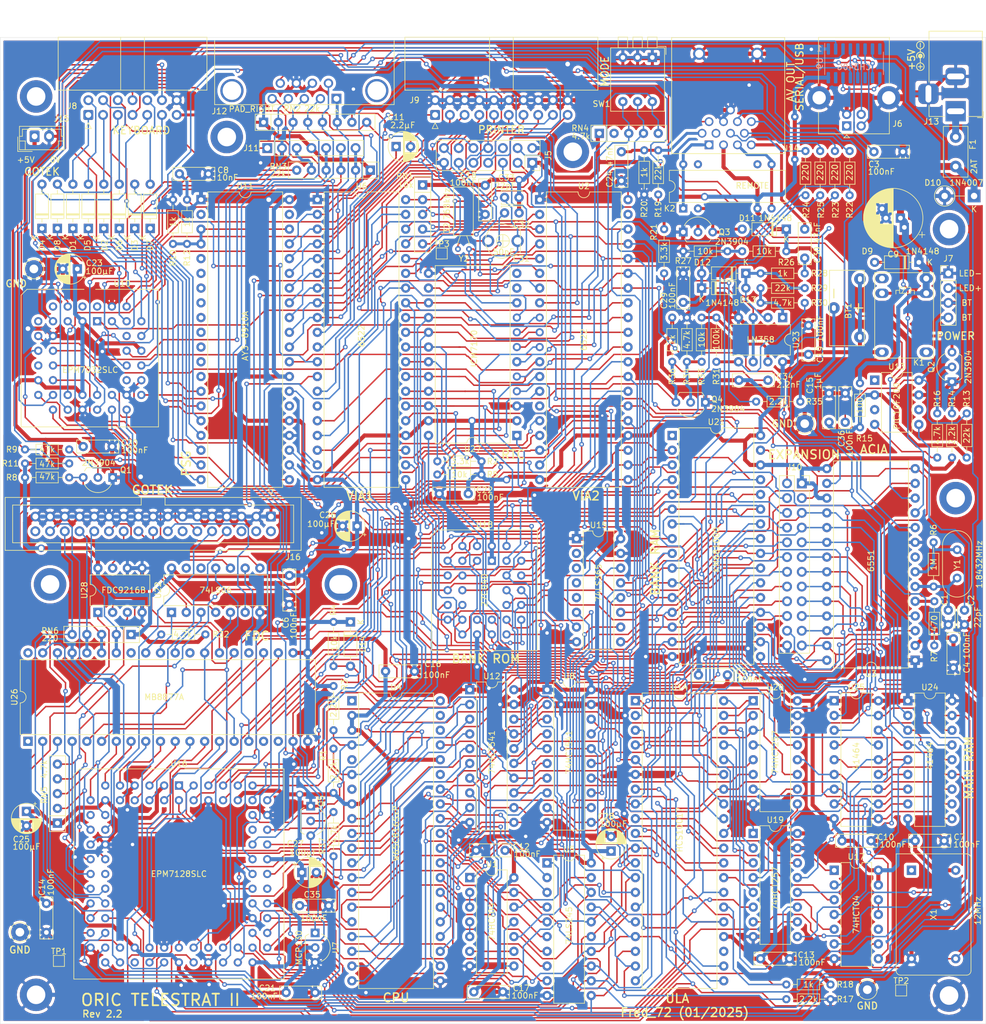
<source format=kicad_pcb>
(kicad_pcb (version 20171130) (host pcbnew "(5.1.12)-1")
  (title_block (title "TELESTRAT II") (date 2025-01-01) (rev 2.2))
  (layers (0 F.Cu signal) (31 B.Cu signal) (34 B.Paste user) (35 F.Paste user) (36 B.SilkS user) (37 F.SilkS user) (38 B.Mask user) (39 F.Mask user) (44 Edge.Cuts user))
  (net 0 "")
  (net 1 VCC)
  (net 2 GND)
  (net 3 "Net-(Q1-Pad2)")
  (net 4 "Net-(X1-Pad1)")
  (net 5 +5V)
  (net 6 /K7_IN)
  (net 7 /K7_OUT)
  (net 8 /SOUND)
  (net 9 /~ACK)
  (net 10 /PA7)
  (net 11 /PA6)
  (net 12 /PA5)
  (net 13 /PA4)
  (net 14 /PA3)
  (net 15 /PA2)
  (net 16 /PA1)
  (net 17 /PA0)
  (net 18 /~STB)
  (net 19 /Vert)
  (net 20 /Rouge)
  (net 21 /SYNC)
  (net 22 /SIDE)
  (net 23 /RD_DATA)
  (net 24 /~WPROT)
  (net 25 /~TRK0)
  (net 26 /~WG)
  (net 27 /WR_DATA)
  (net 28 /~STEP)
  (net 29 /~DIR)
  (net 30 /~MOTOR)
  (net 31 /~DS1)
  (net 32 /~DS0)
  (net 33 /~INDEX)
  (net 34 "Net-(Q3-Pad2)")
  (net 35 /~IRQ)
  (net 36 /~RESET)
  (net 37 /Bleu)
  (net 38 /~MAP)
  (net 39 /PHI1)
  (net 40 /PHI2)
  (net 41 /~CAS)
  (net 42 "Net-(U1-Pad2)")
  (net 43 /PHI0)
  (net 44 /CPU_A11)
  (net 45 /CPU_A10)
  (net 46 /CPU_A9)
  (net 47 /CPU_A8)
  (net 48 /CPU_A7)
  (net 49 /CPU_A6)
  (net 50 /CPU_A5)
  (net 51 /CPU_A4)
  (net 52 /CPU_A3)
  (net 53 /CPU_A2)
  (net 54 /CPU_A1)
  (net 55 /CPU_A0)
  (net 56 /CPU_A15)
  (net 57 /CPU_A14)
  (net 58 /CPU_A13)
  (net 59 /CPU_A12)
  (net 60 "Net-(U4-Pad39)")
  (net 61 /A0)
  (net 62 /A1)
  (net 63 /A2)
  (net 64 /A3)
  (net 65 /D0)
  (net 66 /D1)
  (net 67 /D2)
  (net 68 /D3)
  (net 69 /D4)
  (net 70 /D5)
  (net 71 /D6)
  (net 72 /D7)
  (net 73 /R_~W)
  (net 74 /COL1)
  (net 75 /COL2)
  (net 76 /COL3)
  (net 77 /COL4)
  (net 78 /COL5)
  (net 79 /COL6)
  (net 80 /COL7)
  (net 81 /COL0)
  (net 82 /A4)
  (net 83 /A5)
  (net 84 /A6)
  (net 85 /A7)
  (net 86 /~VIA2)
  (net 87 /~ACIA)
  (net 88 /A8)
  (net 89 /A9)
  (net 90 /A10)
  (net 91 /A11)
  (net 92 /A12)
  (net 93 /A13)
  (net 94 /A14)
  (net 95 /A15)
  (net 96 /MA6)
  (net 97 /MA7)
  (net 98 /MA0)
  (net 99 /MA2)
  (net 100 /MA1)
  (net 101 /CLK_1MHz)
  (net 102 /CLK_12MHz)
  (net 103 /MA3)
  (net 104 /~I_O)
  (net 105 /MA4)
  (net 106 /MA5)
  (net 107 /FDC_IRQ)
  (net 108 /RE)
  (net 109 /HLT)
  (net 110 /DF7)
  (net 111 /FDC_DRQ)
  (net 112 /WE)
  (net 113 /~FDC)
  (net 114 /HLD)
  (net 115 /RDB)
  (net 116 /DF5)
  (net 117 /DF3)
  (net 118 /DF0)
  (net 119 /DF6)
  (net 120 /DF4)
  (net 121 /DF2)
  (net 122 /DF1)
  (net 123 /~VIA1)
  (net 124 /~RAS)
  (net 125 /CLK_4MHz)
  (net 126 "Net-(U1-Pad6)")
  (net 127 "Net-(U1-Pad12)")
  (net 128 "Net-(U1-Pad4)")
  (net 129 /RST)
  (net 130 /TIR2)
  (net 131 /TIR3)
  (net 132 "Net-(U4-Pad38)")
  (net 133 "Net-(U4-Pad35)")
  (net 134 "Net-(U4-Pad7)")
  (net 135 "Net-(U4-Pad5)")
  (net 136 "Net-(U4-Pad1)")
  (net 137 "Net-(U19-Pad12)")
  (net 138 "Net-(U20-Pad7)")
  (net 139 "Net-(U20-Pad12)")
  (net 140 "Net-(U20-Pad4)")
  (net 141 "Net-(U20-Pad9)")
  (net 142 /IN)
  (net 143 /OUT)
  (net 144 /REMOTE)
  (net 145 "Net-(U4-Pad33)")
  (net 146 "Net-(U4-Pad32)")
  (net 147 "Net-(U4-Pad31)")
  (net 148 "Net-(U4-Pad30)")
  (net 149 "Net-(U4-Pad29)")
  (net 150 "Net-(U4-Pad28)")
  (net 151 "Net-(U4-Pad27)")
  (net 152 "Net-(U4-Pad26)")
  (net 153 "Net-(F1-Pad1)")
  (net 154 "Net-(D4-Pad1)")
  (net 155 "Net-(U2-Pad39)")
  (net 156 "Net-(U22-Pad1)")
  (net 157 /KBD_D)
  (net 158 /KBD_AD2)
  (net 159 /KBD_AD1)
  (net 160 /KBD_AD0)
  (net 161 /BAUD_RATE)
  (net 162 /DAT_OUT)
  (net 163 /DAT_IN)
  (net 164 /CARRIER)
  (net 165 "Net-(K1-Pad7)")
  (net 166 "Net-(Q4-Pad2)")
  (net 167 "Net-(C1-Pad1)")
  (net 168 "Net-(U10-Pad26)")
  (net 169 "Net-(U13-Pad3)")
  (net 170 "Net-(U14-Pad20)")
  (net 171 "Net-(U14-Pad16)")
  (net 172 "Net-(U14-Pad10)")
  (net 173 "Net-(U14-Pad9)")
  (net 174 "Net-(U14-Pad28)")
  (net 175 "Net-(U14-Pad23)")
  (net 176 "Net-(U14-Pad1)")
  (net 177 "Net-(U15-Pad5)")
  (net 178 "Net-(U15-Pad4)")
  (net 179 "Net-(U15-Pad3)")
  (net 180 "Net-(U15-Pad2)")
  (net 181 "Net-(U16-Pad62)")
  (net 182 "Net-(U16-Pad73)")
  (net 183 "Net-(U16-Pad71)")
  (net 184 "Net-(U16-Pad69)")
  (net 185 "Net-(U16-Pad14)")
  (net 186 "Net-(U16-Pad23)")
  (net 187 "Net-(U16-Pad75)")
  (net 188 "Net-(U16-Pad74)")
  (net 189 "Net-(U17-Pad6)")
  (net 190 "Net-(U19-Pad7)")
  (net 191 "Net-(U19-Pad4)")
  (net 192 "Net-(U19-Pad9)")
  (net 193 "Net-(U21-Pad1)")
  (net 194 "Net-(U22-Pad3)")
  (net 195 "Net-(U22-Pad9)")
  (net 196 "Net-(U26-Pad18)")
  (net 197 "Net-(U26-Pad17)")
  (net 198 "Net-(U26-Pad33)")
  (net 199 "Net-(U26-Pad29)")
  (net 200 "Net-(U26-Pad27)")
  (net 201 "Net-(U26-Pad26)")
  (net 202 "Net-(U26-Pad25)")
  (net 203 "Net-(Q2-Pad2)")
  (net 204 /PA2_2)
  (net 205 /PA1_2)
  (net 206 /PA0_2)
  (net 207 /~NMI)
  (net 208 VCCQ)
  (net 209 "Net-(U17-Pad11)")
  (net 210 "Net-(U17-Pad10)")
  (net 211 "Net-(U17-Pad8)")
  (net 212 /STEP)
  (net 213 "Net-(U14-Pad21)")
  (net 214 /MODE3)
  (net 215 /MODE2)
  (net 216 /MODE1)
  (net 217 "Net-(J12-Pad6)")
  (net 218 "Net-(U16-Pad70)")
  (net 219 "Net-(J12-Pad3)")
  (net 220 "Net-(J12-Pad1)")
  (net 221 "Net-(R7-Pad2)")
  (net 222 "Net-(RN4-Pad2)")
  (net 223 "Net-(U10-Pad18)")
  (net 224 "Net-(U10-Pad17)")
  (net 225 "Net-(U10-Pad16)")
  (net 226 "Net-(U10-Pad14)")
  (net 227 "Net-(U10-Pad12)")
  (net 228 "Net-(U10-Pad11)")
  (net 229 "Net-(U10-Pad9)")
  (net 230 "Net-(U10-Pad1)")
  (net 231 "Net-(U10-Pad4)")
  (net 232 "Net-(U10-Pad8)")
  (net 233 "Net-(U10-Pad6)")
  (net 234 "Net-(U10-Pad5)")
  (net 235 "Net-(U11-Pad29)")
  (net 236 "Net-(U11-Pad27)")
  (net 237 "Net-(U9-Pad15)")
  (net 238 "Net-(U10-Pad24)")
  (net 239 "Net-(U10-Pad25)")
  (net 240 "Net-(U9-Pad11)")
  (net 241 "Net-(U9-Pad8)")
  (net 242 "Net-(U10-Pad41)")
  (net 243 "Net-(U10-Pad38)")
  (net 244 "Net-(U10-Pad32)")
  (net 245 "Net-(U10-Pad13)")
  (net 246 "Net-(U10-Pad7)")
  (net 247 "Net-(U10-Pad44)")
  (net 248 "Net-(U10-Pad2)")
  (net 249 "Net-(U11-Pad39)")
  (net 250 "Net-(U11-Pad26)")
  (net 251 "Net-(D6-Pad1)")
  (net 252 "Net-(D7-Pad1)")
  (net 253 "Net-(D8-Pad1)")
  (net 254 "Net-(D12-Pad1)")
  (net 255 "Net-(U11-Pad13)")
  (net 256 "Net-(U11-Pad12)")
  (net 257 "Net-(U11-Pad11)")
  (net 258 "Net-(U11-Pad10)")
  (net 259 "Net-(U11-Pad9)")
  (net 260 "Net-(U11-Pad8)")
  (net 261 "Net-(U11-Pad7)")
  (net 262 "Net-(U11-Pad6)")
  (net 263 "Net-(C29-Pad1)")
  (net 264 "Net-(U2-Pad15)")
  (net 265 "Net-(U6-Pad15)")
  (net 266 "Net-(C30-Pad1)")
  (net 267 "Net-(C31-Pad1)")
  (net 268 "Net-(BT1-Pad2)")
  (net 269 /~RD_RTC)
  (net 270 /~WR_RTC)
  (net 271 "Net-(U10-Pad43)")
  (net 272 "Net-(U3-Pad8)")
  (net 273 "Net-(U9-Pad14)")
  (net 274 "Net-(C2-Pad1)")
  (net 275 "Net-(C3-Pad1)")
  (net 276 "Net-(C11-Pad1)")
  (net 277 "Net-(C31-Pad2)")
  (net 278 "Net-(C32-Pad1)")
  (net 279 "Net-(D1-Pad1)")
  (net 280 "Net-(D2-Pad1)")
  (net 281 "Net-(D3-Pad1)")
  (net 282 "Net-(D5-Pad1)")
  (net 283 "Net-(D9-Pad2)")
  (net 284 "Net-(D11-Pad2)")
  (net 285 "Net-(J5-Pad11)")
  (net 286 "Net-(J5-Pad9)")
  (net 287 "Net-(J5-Pad7)")
  (net 288 "Net-(J5-Pad6)")
  (net 289 "Net-(J5-Pad4)")
  (net 290 "Net-(J5-Pad3)")
  (net 291 "Net-(J6-Pad3)")
  (net 292 "Net-(J6-Pad2)")
  (net 293 "Net-(J6-Pad1)")
  (net 294 "Net-(J7-Pad2)")
  (net 295 "Net-(J8-Pad12)")
  (net 296 "Net-(J11-Pad7)")
  (net 297 "Net-(J11-Pad6)")
  (net 298 "Net-(J11-Pad5)")
  (net 299 "Net-(J11-Pad3)")
  (net 300 "Net-(J11-Pad1)")
  (net 301 "Net-(J12-Pad4)")
  (net 302 "Net-(J12-Pad2)")
  (net 303 "Net-(J14-Pad1)")
  (net 304 "Net-(J14-Pad3)")
  (net 305 "Net-(J14-Pad6)")
  (net 306 "Net-(J14-Pad7)")
  (net 307 "Net-(J14-Pad8)")
  (net 308 "Net-(J14-Pad11)")
  (net 309 "Net-(J14-Pad12)")
  (net 310 "Net-(J16-Pad34)")
  (net 311 "Net-(J16-Pad14)")
  (net 312 "Net-(J16-Pad6)")
  (net 313 "Net-(J16-Pad4)")
  (net 314 "Net-(J16-Pad2)")
  (net 315 "Net-(R10-Pad1)")
  (net 316 "Net-(R16-Pad2)")
  (net 317 "Net-(R17-Pad1)")
  (net 318 "Net-(R29-Pad1)")
  (net 319 "Net-(R30-Pad1)")
  (net 320 "Net-(U27-Pad12)")
  (net 321 "Net-(U27-Pad11)")
  (net 322 -BATT)
  (net 323 "Net-(R31-Pad1)")
  (net 324 "Net-(R32-Pad2)")
  (net 325 "Net-(C36-Pad2)")
  (net 326 "Net-(Q5-Pad2)")
  (net 327 "Net-(U16-Pad37)")
  (module Connector_Dsub:DSUB-9_Male_Horizontal_P2.77x2.84mm_EdgePinOffset8mm_Housed_MountingHolesOffset9.2mm (layer F.Cu) (at 77.978 75.946 180)
    (fp_text reference J12 (at 20.193 -4.445) (layer F.SilkS))
    (fp_text value PAD_RIGHT (at 14.605 -4.064) (layer F.SilkS))
    (pad 0 thru_hole circle (at 18.034 -0.889 180) (size 4 4) (drill 3.2) (layers *.Cu *.Mask))
    (pad 0 thru_hole circle (at -6.96 -0.889 180) (size 4 4) (drill 3.2) (layers *.Cu *.Mask))
    (pad 9 thru_hole circle (at 9.695 0.381 180) (size 1.6 1.6) (drill 1) (layers *.Cu *.Mask) (net 131 /TIR3))
    (pad 8 thru_hole circle (at 6.925 0.381 180) (size 1.6 1.6) (drill 1) (layers *.Cu *.Mask) (net 2 GND))
    (pad 7 thru_hole circle (at 4.155 0.381 180) (size 1.6 1.6) (drill 1) (layers *.Cu *.Mask) (net 1 VCC))
    (pad 6 thru_hole circle (at 1.385 0.381 180) (size 1.6 1.6) (drill 1) (layers *.Cu *.Mask) (net 217 "Net-(J12-Pad6)"))
    (pad 5 thru_hole circle (at 11.08 -2.286 180) (size 1.6 1.6) (drill 1) (layers *.Cu *.Mask) (net 130 /TIR2))
    (pad 4 thru_hole circle (at 8.31 -2.286 180) (size 1.6 1.6) (drill 1) (layers *.Cu *.Mask) (net 301 "Net-(J12-Pad4)"))
    (pad 3 thru_hole circle (at 5.54 -2.286 180) (size 1.6 1.6) (drill 1) (layers *.Cu *.Mask) (net 219 "Net-(J12-Pad3)"))
    (pad 2 thru_hole circle (at 2.77 -2.286 180) (size 1.6 1.6) (drill 1) (layers *.Cu *.Mask) (net 302 "Net-(J12-Pad2)"))
    (pad 1 thru_hole rect (at 0 -2.286 180) (size 1.7 1.7) (drill 1) (layers *.Cu *.Mask) (net 220 "Net-(J12-Pad1)"))
  )
  (module Resistor_THT:R_Array_SIP5 (layer F.Cu) (at 123.317 84.201)
    (fp_text reference RN4 (at -3.302 -0.889) (layer F.SilkS))
    (fp_text value 4.7k (at -3.175 0.508) (layer F.SilkS))
    (pad 5 thru_hole oval (at 10.16 0) (size 1.6 1.6) (drill 0.8) (layers *.Cu *.Mask) (net 214 /MODE3))
    (pad 4 thru_hole oval (at 7.62 0) (size 1.6 1.6) (drill 0.8) (layers *.Cu *.Mask) (net 215 /MODE2))
    (pad 3 thru_hole oval (at 5.08 0) (size 1.6 1.6) (drill 0.8) (layers *.Cu *.Mask) (net 216 /MODE1))
    (pad 2 thru_hole oval (at 2.54 0) (size 1.6 1.6) (drill 0.8) (layers *.Cu *.Mask) (net 222 "Net-(RN4-Pad2)"))
    (pad 1 thru_hole rect (at 0 0) (size 1.6 1.6) (drill 0.8) (layers *.Cu *.Mask) (net 1 VCC))
  )
  (module Resistor_THT:R_Axial_DIN0204_L3.6mm_D1.6mm_P7.62mm_Horizontal (layer F.Cu) (at 77.47 201.168 270)
    (fp_text reference R37 (at 5.842 1.905 90) (layer F.SilkS))
    (fp_text value 4.7k (at 3.81 -0.127 90) (layer F.SilkS))
    (pad 2 thru_hole oval (at 7.62 0 270) (size 1.4 1.4) (drill 0.7) (layers *.Cu *.Mask) (net 129 /RST))
    (pad 1 thru_hole circle (at 0 0 270) (size 1.4 1.4) (drill 0.7) (layers *.Cu *.Mask) (net 326 "Net-(Q5-Pad2)"))
  )
  (module Package_TO_SOT_THT:TO-92L_Inline_Wide (layer F.Cu) (at 73.533 200.152 270)
    (fp_text reference Q5 (at -0.889 -1.778 90) (layer F.SilkS))
    (fp_text value 2N3904)
    (pad 1 thru_hole rect (at 0 0 270) (size 1.5 1.5) (drill 0.8) (layers *.Cu *.Mask) (net 2 GND))
    (pad 3 thru_hole circle (at 5.08 0 270) (size 1.5 1.5) (drill 0.8) (layers *.Cu *.Mask) (net 36 /~RESET))
    (pad 2 thru_hole circle (at 2.54 0 270) (size 1.5 1.5) (drill 0.8) (layers *.Cu *.Mask) (net 326 "Net-(Q5-Pad2)"))
  )
  (module Connector_IDC:IDC-Header_2x07_P2.54mm_Horizontal (layer F.Cu) (at 35.179 81.026 90)
    (fp_text reference J8 (at 1.524 -2.794 180) (layer F.SilkS))
    (fp_text value KEYBOARD (at -2.667 9.144 180) (layer F.SilkS) (effects (font (size 1.3 1.3) (thickness 0.2))))
    (pad 14 thru_hole circle (at 2.54 15.24 90) (size 1.7 1.7) (drill 1) (layers *.Cu *.Mask) (net 2 GND))
    (pad 12 thru_hole circle (at 2.54 12.7 90) (size 1.7 1.7) (drill 1) (layers *.Cu *.Mask) (net 295 "Net-(J8-Pad12)"))
    (pad 10 thru_hole circle (at 2.54 10.16 90) (size 1.7 1.7) (drill 1) (layers *.Cu *.Mask) (net 78 /COL5))
    (pad 8 thru_hole circle (at 2.54 7.62 90) (size 1.7 1.7) (drill 1) (layers *.Cu *.Mask) (net 158 /KBD_AD2))
    (pad 6 thru_hole circle (at 2.54 5.08 90) (size 1.7 1.7) (drill 1) (layers *.Cu *.Mask) (net 160 /KBD_AD0))
    (pad 4 thru_hole circle (at 2.54 2.54 90) (size 1.7 1.7) (drill 1) (layers *.Cu *.Mask) (net 76 /COL3))
    (pad 2 thru_hole circle (at 2.54 0 90) (size 1.7 1.7) (drill 1) (layers *.Cu *.Mask) (net 74 /COL1))
    (pad 13 thru_hole circle (at 0 15.24 90) (size 1.7 1.7) (drill 1) (layers *.Cu *.Mask) (net 1 VCC))
    (pad 11 thru_hole circle (at 0 12.7 90) (size 1.7 1.7) (drill 1) (layers *.Cu *.Mask) (net 77 /COL4))
    (pad 9 thru_hole circle (at 0 10.16 90) (size 1.7 1.7) (drill 1) (layers *.Cu *.Mask) (net 79 /COL6))
    (pad 7 thru_hole circle (at 0 7.62 90) (size 1.7 1.7) (drill 1) (layers *.Cu *.Mask) (net 159 /KBD_AD1))
    (pad 5 thru_hole circle (at 0 5.08 90) (size 1.7 1.7) (drill 1) (layers *.Cu *.Mask) (net 80 /COL7))
    (pad 3 thru_hole circle (at 0 2.54 90) (size 1.7 1.7) (drill 1) (layers *.Cu *.Mask) (net 75 /COL2))
    (pad 1 thru_hole roundrect (at 0 0 90) (size 1.7 1.7) (drill 1) (layers *.Cu *.Mask) (roundrect_rratio 0.1470588235294118) (net 81 /COL0))
  )
  (module Diode_THT:D_DO-35_SOD27_P7.62mm_Horizontal (layer F.Cu) (at 80.391 168.402 270)
    (fp_text reference D14 (at 3.81 -2.12 90) (layer F.SilkS))
    (fp_text value 1N4148)
    (fp_text user K (at 0 -1.8 90) (layer F.SilkS))
    (pad 2 thru_hole oval (at 7.62 0 270) (size 1.6 1.6) (drill 0.8) (layers *.Cu *.Mask) (net 36 /~RESET))
    (pad 1 thru_hole rect (at 0 0 270) (size 1.6 1.6) (drill 0.8) (layers *.Cu *.Mask) (net 1 VCC))
  )
  (module Capacitor_THT:CP_Radial_D10.0mm_P2.50mm_P5.00mm (layer F.Cu) (at 175.26 98.806 180)
    (fp_text reference C9 (at 1.25 -6.25) (layer F.SilkS))
    (fp_text value 1000µF)
    (pad 2 thru_hole circle (at 3.170937 1.6 180) (size 1.6 1.6) (drill 0.8) (layers *.Cu *.Mask) (net 2 GND))
    (pad 1 thru_hole rect (at -0.670937 -1.6 180) (size 1.6 1.6) (drill 0.8) (layers *.Cu *.Mask) (net 5 +5V))
    (pad 2 thru_hole circle (at 2.5 0 180) (size 1.6 1.6) (drill 0.8) (layers *.Cu *.Mask) (net 2 GND))
    (pad 1 thru_hole rect (at 0 0 180) (size 1.6 1.6) (drill 0.8) (layers *.Cu *.Mask) (net 5 +5V))
  )
  (module Capacitor_THT:C_Rect_L7.0mm_W2.0mm_P5.00mm (layer F.Cu) (at 165.735 128.985 270)
    (fp_text reference C36 (at 7.794 0.635 90) (layer F.SilkS))
    (fp_text value 100nF (at 8.556 -0.762 90) (layer F.SilkS))
    (pad 2 thru_hole circle (at 5 0 270) (size 1.6 1.6) (drill 0.8) (layers *.Cu *.Mask) (net 325 "Net-(C36-Pad2)"))
    (pad 1 thru_hole circle (at 0 0 270) (size 1.6 1.6) (drill 0.8) (layers *.Cu *.Mask) (net 2 GND))
  )
  (module Capacitor_THT:C_Rect_L7.0mm_W2.0mm_P5.00mm (layer F.Cu) (at 76.628 217.297 180)
    (fp_text reference C35 (at 2.841 1.905) (layer F.SilkS))
    (fp_text value 100nF (at 2.587 -2.159) (layer F.SilkS))
    (pad 2 thru_hole circle (at 5 0 180) (size 1.6 1.6) (drill 0.8) (layers *.Cu *.Mask) (net 36 /~RESET))
    (pad 1 thru_hole circle (at 0 0 180) (size 1.6 1.6) (drill 0.8) (layers *.Cu *.Mask) (net 2 GND))
  )
  (module Resistor_THT:R_Array_SIP5 (layer F.Cu) (at 29.845 203.073 90)
    (fp_text reference RN5 (at 4.826 -2.286 90) (layer F.SilkS))
    (fp_text value 4.7k (at 9.271 -2.286 90) (layer F.SilkS))
    (pad 5 thru_hole oval (at 10.16 0 90) (size 1.6 1.6) (drill 0.8) (layers *.Cu *.Mask) (net 269 /~RD_RTC))
    (pad 4 thru_hole oval (at 7.62 0 90) (size 1.6 1.6) (drill 0.8) (layers *.Cu *.Mask) (net 270 /~WR_RTC))
    (pad 3 thru_hole oval (at 5.08 0 90) (size 1.6 1.6) (drill 0.8) (layers *.Cu *.Mask) (net 107 /FDC_IRQ))
    (pad 2 thru_hole oval (at 2.54 0 90) (size 1.6 1.6) (drill 0.8) (layers *.Cu *.Mask) (net 111 /FDC_DRQ))
    (pad 1 thru_hole rect (at 0 0 90) (size 1.6 1.6) (drill 0.8) (layers *.Cu *.Mask) (net 1 VCC))
  )
  (module TestPoint:TestPoint_Pad_1.5x1.5mm (layer F.Cu) (at 96.139 104.902)
    (fp_text reference TP3 (at 0 -1.648) (layer F.SilkS))
    (fp_text value 32.768kHz)
    (pad 1 smd rect (at 0 0) (size 1.5 1.5) (layers F.Cu F.Mask) (net 277 "Net-(C31-Pad2)"))
  )
  (module Capacitor_THT:CP_Radial_D5.0mm_P2.50mm (layer F.Cu) (at 125.349 207.899 90)
    (fp_text reference C28 (at 5.969 -0.889 180) (layer F.SilkS))
    (fp_text value 100µF (at 4.699 0.381 180) (layer F.SilkS))
    (pad 2 thru_hole circle (at 2.5 0 90) (size 1.6 1.6) (drill 0.8) (layers *.Cu *.Mask) (net 2 GND))
    (pad 1 thru_hole rect (at 0 0 90) (size 1.6 1.6) (drill 0.8) (layers *.Cu *.Mask) (net 1 VCC))
  )
  (module Capacitor_THT:C_Disc_D3.4mm_W2.1mm_P2.50mm (layer F.Cu) (at 186.309 166.37 270)
    (fp_text reference C2 (at -1.651 -1.143 90) (layer F.SilkS))
    (fp_text value 22pF)
    (pad 2 thru_hole circle (at 2.5 0 270) (size 1.6 1.6) (drill 0.8) (layers *.Cu *.Mask) (net 2 GND))
    (pad 1 thru_hole circle (at 0 0 270) (size 1.6 1.6) (drill 0.8) (layers *.Cu *.Mask) (net 274 "Net-(C2-Pad1)"))
  )
  (module Connector_USB:USB_B_Lumberg_2411_02_Horizontal (layer F.Cu) (at 165.989 82.931 90)
    (fp_text reference J6 (at 0.381 8.763 180) (layer F.SilkS))
    (fp_text value SERIAL/USB (at 8.4455 -8.128 270) (layer F.SilkS) (effects (font (size 1.3 1.3) (thickness 0.2))))
    (pad 5 thru_hole circle (at 4.86 -4.75 180) (size 4 4) (drill 2.3) (layers *.Cu *.Mask) (net 2 GND))
    (pad 5 thru_hole circle (at 4.86 7.25 180) (size 4 4) (drill 2.3) (layers *.Cu *.Mask) (net 2 GND))
    (pad 4 thru_hole circle (at 2 0 180) (size 1.6 1.6) (drill 0.95) (layers *.Cu *.Mask) (net 2 GND))
    (pad 3 thru_hole circle (at 2 2.5 180) (size 1.6 1.6) (drill 0.95) (layers *.Cu *.Mask) (net 291 "Net-(J6-Pad3)"))
    (pad 2 thru_hole circle (at 0 2.5 180) (size 1.6 1.6) (drill 0.95) (layers *.Cu *.Mask) (net 292 "Net-(J6-Pad2)"))
    (pad 1 thru_hole rect (at 0 0 180) (size 1.6 1.6) (drill 0.95) (layers *.Cu *.Mask) (net 293 "Net-(J6-Pad1)"))
  )
  (module Capacitor_THT:C_Disc_D3.4mm_W2.1mm_P2.50mm (layer F.Cu) (at 106.974 97.917)
    (fp_text reference C32 (at 2.921 2.032) (layer F.SilkS))
    (fp_text value 22pF)
    (pad 2 thru_hole circle (at 2.5 0) (size 1.6 1.6) (drill 0.8) (layers *.Cu *.Mask) (net 1 VCC))
    (pad 1 thru_hole circle (at 0 0) (size 1.6 1.6) (drill 0.8) (layers *.Cu *.Mask) (net 278 "Net-(C32-Pad1)"))
  )
  (module Button_Switch_THT:SW_DIP_SPSTx03_Piano_10.8x9.18mm_W7.62mm_P2.54mm (layer F.Cu) (at 132.461 71.12 270)
    (fp_text reference SW1 (at 8.001 8.763 180) (layer F.SilkS))
    (fp_text value MODE (at 2.413 8.19 90) (layer F.SilkS) (effects (font (size 1.3 1.3) (thickness 0.2))))
    (pad 6 thru_hole oval (at 7.62 0 270) (size 1.6 1.6) (drill 0.8) (layers *.Cu *.Mask) (net 214 /MODE3))
    (pad 3 thru_hole oval (at 0 5.08 270) (size 1.6 1.6) (drill 0.8) (layers *.Cu *.Mask) (net 2 GND))
    (pad 5 thru_hole oval (at 7.62 2.54 270) (size 1.6 1.6) (drill 0.8) (layers *.Cu *.Mask) (net 215 /MODE2))
    (pad 2 thru_hole oval (at 0 2.54 270) (size 1.6 1.6) (drill 0.8) (layers *.Cu *.Mask) (net 2 GND))
    (pad 4 thru_hole oval (at 7.62 5.08 270) (size 1.6 1.6) (drill 0.8) (layers *.Cu *.Mask) (net 216 /MODE1))
    (pad 1 thru_hole rect (at 0 0 270) (size 1.6 1.6) (drill 0.8) (layers *.Cu *.Mask) (net 2 GND))
  )
  (module Battery:Battery_Holder_Half_Round_CR2032 (layer F.Cu) (at 168.275 114.3 270)
    (fp_text reference BT1 (at 0.5 2 90) (layer F.SilkS))
    (fp_text value 3V)
    (pad 2 thru_hole circle (at 0 4.5 270) (size 2 2) (drill oval 1 0.7) (layers *.Cu *.Mask) (net 268 "Net-(BT1-Pad2)"))
    (pad 1 thru_hole circle (at 5 0 270) (size 2 2) (drill oval 1 0.7) (layers *.Cu *.Mask) (net 1 VCC))
    (pad 1 thru_hole circle (at -5 0 270) (size 2 2) (drill oval 1 0.7) (layers *.Cu *.Mask) (net 1 VCC))
  )
  (module Crystal:Crystal_C38-LF_D3.0mm_L8.0mm_Horizontal (layer F.Cu) (at 100.838 104.14 180)
    (fp_text reference Y2 (at 0.889 -1.651 180) (layer F.SilkS))
    (fp_text value 32.768kHz (at 3.81 6.604 90) (layer F.SilkS))
    (pad 2 thru_hole circle (at 1.9 0 180) (size 1 1) (drill 0.5) (layers *.Cu *.Mask) (net 267 "Net-(C31-Pad1)"))
    (pad 1 thru_hole circle (at 0 0 180) (size 1 1) (drill 0.5) (layers *.Cu *.Mask) (net 278 "Net-(C32-Pad1)"))
  )
  (module Capacitor_THT:Trimmer_Cap_TZ03F (layer F.Cu) (at 106.68 102.743)
    (fp_text reference C31 (at 3.175 3.048 180) (layer F.SilkS))
    (fp_text value 50pF (at 0.127 1.905) (layer F.SilkS))
    (pad 1 thru_hole circle (at -2.54 0) (size 2.1 2.1) (drill 1.3) (layers *.Cu *.Mask) (net 267 "Net-(C31-Pad1)"))
    (pad 2 thru_hole circle (at 2.54 0) (size 2.1 2.1) (drill 1.3) (layers *.Cu *.Mask) (net 277 "Net-(C31-Pad2)"))
  )
  (module Resistor_THT:R_Axial_DIN0204_L3.6mm_D1.6mm_P7.62mm_Horizontal (layer F.Cu) (at 157.988 130.429 180)
    (fp_text reference R35 (at -2.413 0) (layer F.SilkS))
    (fp_text value 2.2k (at 3.81 0) (layer F.SilkS))
    (pad 2 thru_hole oval (at 7.62 0 180) (size 1.4 1.4) (drill 0.7) (layers *.Cu *.Mask) (net 322 -BATT))
    (pad 1 thru_hole circle (at 0 0 180) (size 1.4 1.4) (drill 0.7) (layers *.Cu *.Mask) (net 268 "Net-(BT1-Pad2)"))
  )
  (module Capacitor_THT:C_Disc_D3.4mm_W2.1mm_P2.50mm (layer F.Cu) (at 106.974 95.25)
    (fp_text reference C33 (at 0.341 -3.429) (layer F.SilkS))
    (fp_text value 22pF (at 0.087 -2.032) (layer F.SilkS))
    (pad 2 thru_hole circle (at 2.5 0) (size 1.6 1.6) (drill 0.8) (layers *.Cu *.Mask) (net 1 VCC))
    (pad 1 thru_hole circle (at 0 0) (size 1.6 1.6) (drill 0.8) (layers *.Cu *.Mask) (net 277 "Net-(C31-Pad2)"))
  )
  (module Package_DIP:DIP-24_W15.24mm (layer F.Cu) (at 109.093 136.271 180)
    (fp_text reference U27 (at 7.62 -2.33) (layer F.SilkS))
    (fp_text value ICM7170 (at 7.366 14.986 90) (layer F.SilkS))
    (pad 24 thru_hole oval (at 15.24 0 180) (size 1.6 1.6) (drill 0.8) (layers *.Cu *.Mask) (net 269 /~RD_RTC))
    (pad 12 thru_hole oval (at 0 27.94 180) (size 1.6 1.6) (drill 0.8) (layers *.Cu *.Mask) (net 320 "Net-(U27-Pad12)"))
    (pad 23 thru_hole oval (at 15.24 2.54 180) (size 1.6 1.6) (drill 0.8) (layers *.Cu *.Mask) (net 1 VCC))
    (pad 11 thru_hole oval (at 0 25.4 180) (size 1.6 1.6) (drill 0.8) (layers *.Cu *.Mask) (net 321 "Net-(U27-Pad11)"))
    (pad 22 thru_hole oval (at 15.24 5.08 180) (size 1.6 1.6) (drill 0.8) (layers *.Cu *.Mask) (net 72 /D7))
    (pad 10 thru_hole oval (at 0 22.86 180) (size 1.6 1.6) (drill 0.8) (layers *.Cu *.Mask) (net 278 "Net-(C32-Pad1)"))
    (pad 21 thru_hole oval (at 15.24 7.62 180) (size 1.6 1.6) (drill 0.8) (layers *.Cu *.Mask) (net 71 /D6))
    (pad 9 thru_hole oval (at 0 20.32 180) (size 1.4 1.4) (drill 0.8) (layers *.Cu *.Mask) (net 277 "Net-(C31-Pad2)"))
    (pad 20 thru_hole oval (at 15.24 10.16 180) (size 1.6 1.6) (drill 0.8) (layers *.Cu *.Mask) (net 70 /D5))
    (pad 8 thru_hole oval (at 0 17.78 180) (size 1.4 1.4) (drill 0.8) (layers *.Cu *.Mask) (net 61 /A0))
    (pad 19 thru_hole oval (at 15.24 12.7 180) (size 1.6 1.6) (drill 0.8) (layers *.Cu *.Mask) (net 69 /D4))
    (pad 7 thru_hole oval (at 0 15.24 180) (size 1.4 1.4) (drill 0.8) (layers *.Cu *.Mask) (net 62 /A1))
    (pad 18 thru_hole oval (at 15.24 15.24 180) (size 1.6 1.6) (drill 0.8) (layers *.Cu *.Mask) (net 68 /D3))
    (pad 6 thru_hole oval (at 0 12.7 180) (size 1.6 1.6) (drill 0.8) (layers *.Cu *.Mask) (net 63 /A2))
    (pad 17 thru_hole oval (at 15.24 17.78 180) (size 1.6 1.6) (drill 0.8) (layers *.Cu *.Mask) (net 67 /D2))
    (pad 5 thru_hole oval (at 0 10.16 180) (size 1.4 1.4) (drill 0.8) (layers *.Cu *.Mask) (net 64 /A3))
    (pad 16 thru_hole oval (at 15.24 20.32 180) (size 1.6 1.6) (drill 0.8) (layers *.Cu *.Mask) (net 66 /D1))
    (pad 4 thru_hole oval (at 0 7.62 180) (size 1.4 1.4) (drill 0.8) (layers *.Cu *.Mask) (net 82 /A4))
    (pad 15 thru_hole oval (at 15.24 22.86 180) (size 1.6 1.6) (drill 0.8) (layers *.Cu *.Mask) (net 65 /D0))
    (pad 3 thru_hole oval (at 0 5.08 180) (size 1.6 1.6) (drill 0.8) (layers *.Cu *.Mask) (net 2 GND))
    (pad 14 thru_hole oval (at 15.24 25.4 180) (size 1.6 1.6) (drill 0.8) (layers *.Cu *.Mask) (net 322 -BATT))
    (pad 2 thru_hole oval (at 0 2.54 180) (size 1.6 1.6) (drill 0.8) (layers *.Cu *.Mask) (net 1 VCC))
    (pad 13 thru_hole oval (at 15.24 27.94 180) (size 1.6 1.6) (drill 0.8) (layers *.Cu *.Mask) (net 2 GND))
    (pad 1 thru_hole rect (at 0 0 180) (size 1.6 1.6) (drill 0.8) (layers *.Cu *.Mask) (net 270 /~WR_RTC))
  )
  (module Package_DIP:DIP-40_W15.24mm (layer F.Cu) (at 74.676 95.631)
    (fp_text reference U6 (at 7.62 -2.33) (layer F.SilkS))
    (fp_text value 6522 (at 7.62 23.495 90) (layer F.SilkS))
    (pad 40 thru_hole oval (at 15.24 0) (size 1.6 1.6) (drill 0.8) (layers *.Cu *.Mask) (net 9 /~ACK))
    (pad 20 thru_hole oval (at 0 48.26) (size 1.6 1.6) (drill 0.8) (layers *.Cu *.Mask) (net 1 VCC))
    (pad 39 thru_hole oval (at 15.24 2.54) (size 1.6 1.6) (drill 0.8) (layers *.Cu *.Mask) (net 235 "Net-(U11-Pad29)"))
    (pad 19 thru_hole oval (at 0 45.72) (size 1.6 1.6) (drill 0.8) (layers *.Cu *.Mask) (net 236 "Net-(U11-Pad27)"))
    (pad 38 thru_hole oval (at 15.24 5.08) (size 1.6 1.6) (drill 0.8) (layers *.Cu *.Mask) (net 61 /A0))
    (pad 18 thru_hole oval (at 0 43.18) (size 1.6 1.6) (drill 0.8) (layers *.Cu *.Mask) (net 6 /K7_IN))
    (pad 37 thru_hole oval (at 15.24 7.62) (size 1.6 1.6) (drill 0.8) (layers *.Cu *.Mask) (net 62 /A1))
    (pad 17 thru_hole oval (at 0 40.64) (size 1.6 1.6) (drill 0.8) (layers *.Cu *.Mask) (net 7 /K7_OUT))
    (pad 36 thru_hole oval (at 15.24 10.16) (size 1.6 1.6) (drill 0.8) (layers *.Cu *.Mask) (net 63 /A2))
    (pad 16 thru_hole oval (at 0 38.1) (size 1.6 1.6) (drill 0.8) (layers *.Cu *.Mask) (net 144 /REMOTE))
    (pad 35 thru_hole oval (at 15.24 12.7) (size 1.6 1.6) (drill 0.8) (layers *.Cu *.Mask) (net 64 /A3))
    (pad 15 thru_hole oval (at 0 35.56) (size 1.6 1.6) (drill 0.8) (layers *.Cu *.Mask) (net 265 "Net-(U6-Pad15)"))
    (pad 34 thru_hole oval (at 15.24 15.24) (size 1.6 1.6) (drill 0.8) (layers *.Cu *.Mask) (net 36 /~RESET))
    (pad 14 thru_hole oval (at 0 33.02) (size 1.6 1.6) (drill 0.8) (layers *.Cu *.Mask) (net 18 /~STB))
    (pad 33 thru_hole oval (at 15.24 17.78) (size 1.6 1.6) (drill 0.8) (layers *.Cu *.Mask) (net 65 /D0))
    (pad 13 thru_hole oval (at 0 30.48) (size 1.6 1.6) (drill 0.8) (layers *.Cu *.Mask) (net 157 /KBD_D))
    (pad 32 thru_hole oval (at 15.24 20.32) (size 1.6 1.6) (drill 0.8) (layers *.Cu *.Mask) (net 66 /D1))
    (pad 12 thru_hole oval (at 0 27.94) (size 1.6 1.6) (drill 0.8) (layers *.Cu *.Mask) (net 158 /KBD_AD2))
    (pad 31 thru_hole oval (at 15.24 22.86) (size 1.6 1.6) (drill 0.8) (layers *.Cu *.Mask) (net 67 /D2))
    (pad 11 thru_hole oval (at 0 25.4) (size 1.6 1.6) (drill 0.8) (layers *.Cu *.Mask) (net 159 /KBD_AD1))
    (pad 30 thru_hole oval (at 15.24 25.4) (size 1.6 1.6) (drill 0.8) (layers *.Cu *.Mask) (net 68 /D3))
    (pad 10 thru_hole oval (at 0 22.86) (size 1.6 1.6) (drill 0.8) (layers *.Cu *.Mask) (net 160 /KBD_AD0))
    (pad 29 thru_hole oval (at 15.24 27.94) (size 1.6 1.6) (drill 0.8) (layers *.Cu *.Mask) (net 69 /D4))
    (pad 9 thru_hole oval (at 0 20.32) (size 1.6 1.6) (drill 0.8) (layers *.Cu *.Mask) (net 10 /PA7))
    (pad 28 thru_hole oval (at 15.24 30.48) (size 1.6 1.6) (drill 0.8) (layers *.Cu *.Mask) (net 70 /D5))
    (pad 8 thru_hole oval (at 0 17.78) (size 1.6 1.6) (drill 0.8) (layers *.Cu *.Mask) (net 11 /PA6))
    (pad 27 thru_hole oval (at 15.24 33.02) (size 1.6 1.6) (drill 0.8) (layers *.Cu *.Mask) (net 71 /D6))
    (pad 7 thru_hole oval (at 0 15.24) (size 1.6 1.6) (drill 0.8) (layers *.Cu *.Mask) (net 12 /PA5))
    (pad 26 thru_hole oval (at 15.24 35.56) (size 1.6 1.6) (drill 0.8) (layers *.Cu *.Mask) (net 72 /D7))
    (pad 6 thru_hole oval (at 0 12.7) (size 1.6 1.6) (drill 0.8) (layers *.Cu *.Mask) (net 13 /PA4))
    (pad 25 thru_hole oval (at 15.24 38.1) (size 1.6 1.6) (drill 0.8) (layers *.Cu *.Mask) (net 40 /PHI2))
    (pad 5 thru_hole oval (at 0 10.16) (size 1.6 1.6) (drill 0.8) (layers *.Cu *.Mask) (net 14 /PA3))
    (pad 24 thru_hole oval (at 15.24 40.64) (size 1.6 1.6) (drill 0.8) (layers *.Cu *.Mask) (net 1 VCC))
    (pad 4 thru_hole oval (at 0 7.62) (size 1.6 1.6) (drill 0.8) (layers *.Cu *.Mask) (net 15 /PA2))
    (pad 23 thru_hole oval (at 15.24 43.18) (size 1.6 1.6) (drill 0.8) (layers *.Cu *.Mask) (net 123 /~VIA1))
    (pad 3 thru_hole oval (at 0 5.08) (size 1.6 1.6) (drill 0.8) (layers *.Cu *.Mask) (net 16 /PA1))
    (pad 22 thru_hole oval (at 15.24 45.72) (size 1.6 1.6) (drill 0.8) (layers *.Cu *.Mask) (net 73 /R_~W))
    (pad 2 thru_hole oval (at 0 2.54) (size 1.6 1.6) (drill 0.8) (layers *.Cu *.Mask) (net 17 /PA0))
    (pad 21 thru_hole oval (at 15.24 48.26) (size 1.6 1.6) (drill 0.8) (layers *.Cu *.Mask) (net 35 /~IRQ))
    (pad 1 thru_hole rect (at 0 0) (size 1.6 1.6) (drill 0.8) (layers *.Cu *.Mask) (net 2 GND))
  )
  (module Resistor_THT:R_Axial_DIN0204_L3.6mm_D1.6mm_P7.62mm_Horizontal (layer F.Cu) (at 180.975 162.306 90)
    (fp_text reference R6 (at 9.779 0 90) (layer F.SilkS))
    (fp_text value 1M (at 3.81 0 90) (layer F.SilkS))
    (pad 2 thru_hole oval (at 7.62 0 90) (size 1.4 1.4) (drill 0.7) (layers *.Cu *.Mask) (net 274 "Net-(C2-Pad1)"))
    (pad 1 thru_hole circle (at 0 0 90) (size 1.4 1.4) (drill 0.7) (layers *.Cu *.Mask) (net 167 "Net-(C1-Pad1)"))
  )
  (module Capacitor_THT:C_Disc_D3.4mm_W2.1mm_P2.50mm (layer F.Cu) (at 183.515 166.37 270)
    (fp_text reference C1 (at -1.778 0.635 90) (layer F.SilkS))
    (fp_text value 22pF (at 1.23 -5.08 90) (layer F.SilkS))
    (pad 2 thru_hole circle (at 2.5 0 270) (size 1.6 1.6) (drill 0.8) (layers *.Cu *.Mask) (net 2 GND))
    (pad 1 thru_hole circle (at 0 0 270) (size 1.6 1.6) (drill 0.8) (layers *.Cu *.Mask) (net 167 "Net-(C1-Pad1)"))
  )
  (module Diode_THT:D_DO-35_SOD27_P7.62mm_Horizontal (layer F.Cu) (at 45.847 100.584 90)
    (fp_text reference D7 (at -2.921 0 90) (layer F.SilkS))
    (fp_text value 1N4148)
    (fp_text user K (at -1.524 -1.27 90) (layer F.SilkS))
    (pad 2 thru_hole oval (at 7.62 0 90) (size 1.6 1.6) (drill 0.8) (layers *.Cu *.Mask) (net 78 /COL5))
    (pad 1 thru_hole rect (at 0 0 90) (size 1.6 1.6) (drill 0.8) (layers *.Cu *.Mask) (net 252 "Net-(D7-Pad1)"))
  )
  (module Resistor_THT:R_Axial_DIN0204_L3.6mm_D1.6mm_P7.62mm_Horizontal (layer F.Cu) (at 49.784 103.251 90)
    (fp_text reference R10 (at -2.413 0 90) (layer F.SilkS))
    (fp_text value 1k (at 3.81 0 90) (layer F.SilkS))
    (pad 2 thru_hole oval (at 7.62 0 90) (size 1.4 1.4) (drill 0.7) (layers *.Cu *.Mask) (net 2 GND))
    (pad 1 thru_hole circle (at 0 0 90) (size 1.4 1.4) (drill 0.7) (layers *.Cu *.Mask) (net 315 "Net-(R10-Pad1)"))
  )
  (module Diode_THT:D_DO-35_SOD27_P7.62mm_Horizontal (layer F.Cu) (at 29.845 100.584 90)
    (fp_text reference D8 (at -2.921 0 90) (layer F.SilkS))
    (fp_text value 1N4148)
    (fp_text user K (at -1.524 -1.27 90) (layer F.SilkS))
    (pad 2 thru_hole oval (at 7.62 0 90) (size 1.6 1.6) (drill 0.8) (layers *.Cu *.Mask) (net 80 /COL7))
    (pad 1 thru_hole rect (at 0 0 90) (size 1.6 1.6) (drill 0.8) (layers *.Cu *.Mask) (net 253 "Net-(D8-Pad1)"))
  )
  (module Diode_THT:D_DO-35_SOD27_P7.62mm_Horizontal (layer F.Cu) (at 40.513 100.584 90)
    (fp_text reference D6 (at -2.921 0 90) (layer F.SilkS))
    (fp_text value 1N4148)
    (fp_text user K (at -1.524 -1.27 90) (layer F.SilkS))
    (pad 2 thru_hole oval (at 7.62 0 90) (size 1.6 1.6) (drill 0.8) (layers *.Cu *.Mask) (net 76 /COL3))
    (pad 1 thru_hole rect (at 0 0 90) (size 1.6 1.6) (drill 0.8) (layers *.Cu *.Mask) (net 251 "Net-(D6-Pad1)"))
  )
  (module Diode_THT:D_DO-35_SOD27_P7.62mm_Horizontal (layer F.Cu) (at 35.179 100.584 90)
    (fp_text reference D5 (at -2.921 -0.127 90) (layer F.SilkS))
    (fp_text value 1N4148)
    (fp_text user K (at -1.524 -1.27 90) (layer F.SilkS))
    (pad 2 thru_hole oval (at 7.62 0 90) (size 1.6 1.6) (drill 0.8) (layers *.Cu *.Mask) (net 74 /COL1))
    (pad 1 thru_hole rect (at 0 0 90) (size 1.6 1.6) (drill 0.8) (layers *.Cu *.Mask) (net 282 "Net-(D5-Pad1)"))
  )
  (module Diode_THT:D_DO-35_SOD27_P7.62mm_Horizontal (layer F.Cu) (at 27.178 100.584 90)
    (fp_text reference D4 (at -2.921 0 90) (layer F.SilkS))
    (fp_text value 1N4148)
    (fp_text user K (at -1.524 -1.27 90) (layer F.SilkS))
    (pad 2 thru_hole oval (at 7.62 0 90) (size 1.6 1.6) (drill 0.8) (layers *.Cu *.Mask) (net 79 /COL6))
    (pad 1 thru_hole rect (at 0 0 90) (size 1.6 1.6) (drill 0.8) (layers *.Cu *.Mask) (net 154 "Net-(D4-Pad1)"))
  )
  (module Diode_THT:D_DO-35_SOD27_P7.62mm_Horizontal (layer F.Cu) (at 43.18 100.584 90)
    (fp_text reference D3 (at -2.921 0 90) (layer F.SilkS))
    (fp_text value 1N4148)
    (fp_text user K (at -1.524 -1.27 90) (layer F.SilkS))
    (pad 2 thru_hole oval (at 7.62 0 90) (size 1.6 1.6) (drill 0.8) (layers *.Cu *.Mask) (net 77 /COL4))
    (pad 1 thru_hole rect (at 0 0 90) (size 1.6 1.6) (drill 0.8) (layers *.Cu *.Mask) (net 281 "Net-(D3-Pad1)"))
  )
  (module Diode_THT:D_DO-35_SOD27_P7.62mm_Horizontal (layer F.Cu) (at 37.846 100.584 90)
    (fp_text reference D2 (at -2.921 0.127 90) (layer F.SilkS))
    (fp_text value 1N4148)
    (fp_text user K (at -1.524 -1.27 90) (layer F.SilkS))
    (pad 2 thru_hole oval (at 7.62 0 90) (size 1.6 1.6) (drill 0.8) (layers *.Cu *.Mask) (net 75 /COL2))
    (pad 1 thru_hole rect (at 0 0 90) (size 1.6 1.6) (drill 0.8) (layers *.Cu *.Mask) (net 280 "Net-(D2-Pad1)"))
  )
  (module Diode_THT:D_DO-35_SOD27_P7.62mm_Horizontal (layer F.Cu) (at 32.512 100.584 90)
    (fp_text reference D1 (at -2.921 0 90) (layer F.SilkS))
    (fp_text value 1N4148)
    (fp_text user K (at -1.524 -1.27 90) (layer F.SilkS))
    (pad 2 thru_hole oval (at 7.62 0 90) (size 1.6 1.6) (drill 0.8) (layers *.Cu *.Mask) (net 81 /COL0))
    (pad 1 thru_hole rect (at 0 0 90) (size 1.6 1.6) (drill 0.8) (layers *.Cu *.Mask) (net 279 "Net-(D1-Pad1)"))
  )
  (module Capacitor_THT:CP_Radial_D5.0mm_P2.50mm (layer F.Cu) (at 72.009 211.582)
    (fp_text reference C27 (at -1.143 -4.953) (layer F.SilkS))
    (fp_text value 100µF (at 0.254 -3.429) (layer F.SilkS))
    (pad 2 thru_hole circle (at 2.5 0) (size 1.6 1.6) (drill 0.8) (layers *.Cu *.Mask) (net 2 GND))
    (pad 1 thru_hole rect (at 0 0) (size 1.6 1.6) (drill 0.8) (layers *.Cu *.Mask) (net 1 VCC))
  )
  (module Capacitor_THT:CP_Radial_D5.0mm_P2.50mm (layer F.Cu) (at 81.534 151.892 180)
    (fp_text reference C26 (at 5.08 1.905) (layer F.SilkS))
    (fp_text value 100µF (at 6.223 0.381) (layer F.SilkS))
    (pad 2 thru_hole circle (at 2.5 0 180) (size 1.6 1.6) (drill 0.8) (layers *.Cu *.Mask) (net 2 GND))
    (pad 1 thru_hole rect (at 0 0 180) (size 1.6 1.6) (drill 0.8) (layers *.Cu *.Mask) (net 1 VCC))
  )
  (module Package_LCC:PLCC-84_THT-Socket (layer F.Cu) (at 50.8 196.596)
    (fp_text reference U16 (at 0 -3.77) (layer F.SilkS))
    (fp_text value EPM7128SLC (at 0 15.24) (layer F.SilkS))
    (pad 72 thru_hole circle (at 15.24 5.08) (size 1.4224 1.4224) (drill 0.8) (layers *.Cu *.Mask) (net 2 GND))
    (pad 70 thru_hole circle (at 15.24 7.62) (size 1.4224 1.4224) (drill 0.8) (layers *.Cu *.Mask) (net 218 "Net-(U16-Pad70)"))
    (pad 68 thru_hole circle (at 15.24 10.16) (size 1.4224 1.4224) (drill 0.8) (layers *.Cu *.Mask) (net 214 /MODE3))
    (pad 66 thru_hole circle (at 15.24 12.7) (size 1.4224 1.4224) (drill 0.8) (layers *.Cu *.Mask) (net 1 VCC))
    (pad 64 thru_hole circle (at 15.24 15.24) (size 1.4224 1.4224) (drill 0.8) (layers *.Cu *.Mask) (net 206 /PA0_2))
    (pad 62 thru_hole circle (at 15.24 17.78) (size 1.4224 1.4224) (drill 0.8) (layers *.Cu *.Mask) (net 181 "Net-(U16-Pad62)"))
    (pad 60 thru_hole circle (at 15.24 20.32) (size 1.4224 1.4224) (drill 0.8) (layers *.Cu *.Mask) (net 70 /D5))
    (pad 58 thru_hole circle (at 15.24 22.86) (size 1.4224 1.4224) (drill 0.8) (layers *.Cu *.Mask) (net 69 /D4))
    (pad 56 thru_hole circle (at 15.24 25.4) (size 1.4224 1.4224) (drill 0.8) (layers *.Cu *.Mask) (net 67 /D2))
    (pad 54 thru_hole circle (at 15.24 27.94) (size 1.4224 1.4224) (drill 0.8) (layers *.Cu *.Mask) (net 65 /D0))
    (pad 73 thru_hole circle (at 12.7 5.08) (size 1.4224 1.4224) (drill 0.8) (layers *.Cu *.Mask) (net 182 "Net-(U16-Pad73)"))
    (pad 71 thru_hole circle (at 12.7 7.62) (size 1.4224 1.4224) (drill 0.8) (layers *.Cu *.Mask) (net 183 "Net-(U16-Pad71)"))
    (pad 69 thru_hole circle (at 12.7 10.16) (size 1.4224 1.4224) (drill 0.8) (layers *.Cu *.Mask) (net 184 "Net-(U16-Pad69)"))
    (pad 67 thru_hole circle (at 12.7 12.7) (size 1.4224 1.4224) (drill 0.8) (layers *.Cu *.Mask) (net 204 /PA2_2))
    (pad 65 thru_hole circle (at 12.7 15.24) (size 1.4224 1.4224) (drill 0.8) (layers *.Cu *.Mask) (net 205 /PA1_2))
    (pad 63 thru_hole circle (at 12.7 17.78) (size 1.4224 1.4224) (drill 0.8) (layers *.Cu *.Mask) (net 72 /D7))
    (pad 61 thru_hole circle (at 12.7 20.32) (size 1.4224 1.4224) (drill 0.8) (layers *.Cu *.Mask) (net 71 /D6))
    (pad 59 thru_hole circle (at 12.7 22.86) (size 1.4224 1.4224) (drill 0.8) (layers *.Cu *.Mask) (net 2 GND))
    (pad 57 thru_hole circle (at 12.7 25.4) (size 1.4224 1.4224) (drill 0.8) (layers *.Cu *.Mask) (net 68 /D3))
    (pad 55 thru_hole circle (at 12.7 27.94) (size 1.4224 1.4224) (drill 0.8) (layers *.Cu *.Mask) (net 66 /D1))
    (pad 53 thru_hole circle (at 12.7 30.48) (size 1.4224 1.4224) (drill 0.8) (layers *.Cu *.Mask) (net 1 VCC))
    (pad 51 thru_hole circle (at 10.16 30.48) (size 1.4224 1.4224) (drill 0.8) (layers *.Cu *.Mask) (net 85 /A7))
    (pad 49 thru_hole circle (at 7.62 30.48) (size 1.4224 1.4224) (drill 0.8) (layers *.Cu *.Mask) (net 83 /A5))
    (pad 47 thru_hole circle (at 5.08 30.48) (size 1.4224 1.4224) (drill 0.8) (layers *.Cu *.Mask) (net 2 GND))
    (pad 45 thru_hole circle (at 2.54 30.48) (size 1.4224 1.4224) (drill 0.8) (layers *.Cu *.Mask) (net 63 /A2))
    (pad 43 thru_hole circle (at 0 30.48) (size 1.4224 1.4224) (drill 0.8) (layers *.Cu *.Mask) (net 1 VCC))
    (pad 41 thru_hole circle (at -2.54 30.48) (size 1.4224 1.4224) (drill 0.8) (layers *.Cu *.Mask) (net 212 /STEP))
    (pad 39 thru_hole circle (at -5.08 30.48) (size 1.4224 1.4224) (drill 0.8) (layers *.Cu *.Mask) (net 109 /HLT))
    (pad 37 thru_hole circle (at -7.62 30.48) (size 1.4224 1.4224) (drill 0.8) (layers *.Cu *.Mask) (net 327 "Net-(U16-Pad37)"))
    (pad 35 thru_hole circle (at -10.16 30.48) (size 1.4224 1.4224) (drill 0.8) (layers *.Cu *.Mask) (net 23 /RD_DATA))
    (pad 33 thru_hole circle (at -12.7 30.48) (size 1.4224 1.4224) (drill 0.8) (layers *.Cu *.Mask) (net 35 /~IRQ))
    (pad 52 thru_hole circle (at 10.16 27.94) (size 1.4224 1.4224) (drill 0.8) (layers *.Cu *.Mask) (net 104 /~I_O))
    (pad 50 thru_hole circle (at 7.62 27.94) (size 1.4224 1.4224) (drill 0.8) (layers *.Cu *.Mask) (net 84 /A6))
    (pad 48 thru_hole circle (at 5.08 27.94) (size 1.4224 1.4224) (drill 0.8) (layers *.Cu *.Mask) (net 82 /A4))
    (pad 46 thru_hole circle (at 2.54 27.94) (size 1.4224 1.4224) (drill 0.8) (layers *.Cu *.Mask) (net 64 /A3))
    (pad 44 thru_hole circle (at 0 27.94) (size 1.4224 1.4224) (drill 0.8) (layers *.Cu *.Mask) (net 93 /A13))
    (pad 42 thru_hole circle (at -2.54 27.94) (size 1.4224 1.4224) (drill 0.8) (layers *.Cu *.Mask) (net 2 GND))
    (pad 40 thru_hole circle (at -5.08 27.94) (size 1.4224 1.4224) (drill 0.8) (layers *.Cu *.Mask) (net 114 /HLD))
    (pad 38 thru_hole circle (at -7.62 27.94) (size 1.4224 1.4224) (drill 0.8) (layers *.Cu *.Mask) (net 1 VCC))
    (pad 36 thru_hole circle (at -10.16 27.94) (size 1.4224 1.4224) (drill 0.8) (layers *.Cu *.Mask) (net 115 /RDB))
    (pad 34 thru_hole circle (at -12.7 27.94) (size 1.4224 1.4224) (drill 0.8) (layers *.Cu *.Mask) (net 73 /R_~W))
    (pad 32 thru_hole circle (at -15.24 27.94) (size 1.4224 1.4224) (drill 0.8) (layers *.Cu *.Mask) (net 2 GND))
    (pad 30 thru_hole circle (at -15.24 25.4) (size 1.4224 1.4224) (drill 0.8) (layers *.Cu *.Mask) (net 125 /CLK_4MHz))
    (pad 28 thru_hole circle (at -15.24 22.86) (size 1.4224 1.4224) (drill 0.8) (layers *.Cu *.Mask) (net 101 /CLK_1MHz))
    (pad 26 thru_hole circle (at -15.24 20.32) (size 1.4224 1.4224) (drill 0.8) (layers *.Cu *.Mask) (net 1 VCC))
    (pad 24 thru_hole circle (at -15.24 17.78) (size 1.4224 1.4224) (drill 0.8) (layers *.Cu *.Mask) (net 108 /RE))
    (pad 22 thru_hole circle (at -15.24 15.24) (size 1.4224 1.4224) (drill 0.8) (layers *.Cu *.Mask) (net 269 /~RD_RTC))
    (pad 20 thru_hole circle (at -15.24 12.7) (size 1.4224 1.4224) (drill 0.8) (layers *.Cu *.Mask) (net 31 /~DS1))
    (pad 18 thru_hole circle (at -15.24 10.16) (size 1.4224 1.4224) (drill 0.8) (layers *.Cu *.Mask) (net 32 /~DS0))
    (pad 16 thru_hole circle (at -15.24 7.62) (size 1.4224 1.4224) (drill 0.8) (layers *.Cu *.Mask) (net 111 /FDC_DRQ))
    (pad 14 thru_hole circle (at -15.24 5.08) (size 1.4224 1.4224) (drill 0.8) (layers *.Cu *.Mask) (net 185 "Net-(U16-Pad14)"))
    (pad 12 thru_hole circle (at -15.24 2.54) (size 1.4224 1.4224) (drill 0.8) (layers *.Cu *.Mask) (net 118 /DF0))
    (pad 31 thru_hole circle (at -12.7 25.4) (size 1.4224 1.4224) (drill 0.8) (layers *.Cu *.Mask) (net 40 /PHI2))
    (pad 29 thru_hole circle (at -12.7 22.86) (size 1.4224 1.4224) (drill 0.8) (layers *.Cu *.Mask) (net 38 /~MAP))
    (pad 27 thru_hole circle (at -12.7 20.32) (size 1.4224 1.4224) (drill 0.8) (layers *.Cu *.Mask) (net 112 /WE))
    (pad 25 thru_hole circle (at -12.7 17.78) (size 1.4224 1.4224) (drill 0.8) (layers *.Cu *.Mask) (net 113 /~FDC))
    (pad 23 thru_hole circle (at -12.7 15.24) (size 1.4224 1.4224) (drill 0.8) (layers *.Cu *.Mask) (net 186 "Net-(U16-Pad23)"))
    (pad 21 thru_hole circle (at -12.7 12.7) (size 1.4224 1.4224) (drill 0.8) (layers *.Cu *.Mask) (net 270 /~WR_RTC))
    (pad 19 thru_hole circle (at -12.7 10.16) (size 1.4224 1.4224) (drill 0.8) (layers *.Cu *.Mask) (net 2 GND))
    (pad 17 thru_hole circle (at -12.7 7.62) (size 1.4224 1.4224) (drill 0.8) (layers *.Cu *.Mask) (net 22 /SIDE))
    (pad 15 thru_hole circle (at -12.7 5.08) (size 1.4224 1.4224) (drill 0.8) (layers *.Cu *.Mask) (net 107 /FDC_IRQ))
    (pad 13 thru_hole circle (at -12.7 2.54) (size 1.4224 1.4224) (drill 0.8) (layers *.Cu *.Mask) (net 1 VCC))
    (pad 75 thru_hole circle (at 12.7 0) (size 1.4224 1.4224) (drill 0.8) (layers *.Cu *.Mask) (net 187 "Net-(U16-Pad75)"))
    (pad 77 thru_hole circle (at 10.16 0) (size 1.4224 1.4224) (drill 0.8) (layers *.Cu *.Mask) (net 216 /MODE1))
    (pad 79 thru_hole circle (at 7.62 0) (size 1.4224 1.4224) (drill 0.8) (layers *.Cu *.Mask) (net 123 /~VIA1))
    (pad 81 thru_hole circle (at 5.08 0) (size 1.4224 1.4224) (drill 0.8) (layers *.Cu *.Mask) (net 87 /~ACIA))
    (pad 83 thru_hole circle (at 2.54 0) (size 1.4224 1.4224) (drill 0.8) (layers *.Cu *.Mask) (net 102 /CLK_12MHz))
    (pad 11 thru_hole circle (at -12.7 0) (size 1.4224 1.4224) (drill 0.8) (layers *.Cu *.Mask) (net 122 /DF1))
    (pad 9 thru_hole circle (at -10.16 0) (size 1.4224 1.4224) (drill 0.8) (layers *.Cu *.Mask) (net 117 /DF3))
    (pad 7 thru_hole circle (at -7.62 0) (size 1.4224 1.4224) (drill 0.8) (layers *.Cu *.Mask) (net 2 GND))
    (pad 5 thru_hole circle (at -5.08 0) (size 1.4224 1.4224) (drill 0.8) (layers *.Cu *.Mask) (net 119 /DF6))
    (pad 3 thru_hole circle (at -2.54 0) (size 1.4224 1.4224) (drill 0.8) (layers *.Cu *.Mask) (net 1 VCC))
    (pad 1 thru_hole rect (at 0 0) (size 1.4224 1.4224) (drill 0.8) (layers *.Cu *.Mask) (net 94 /A14))
    (pad 74 thru_hole circle (at 15.24 2.54) (size 1.4224 1.4224) (drill 0.8) (layers *.Cu *.Mask) (net 188 "Net-(U16-Pad74)"))
    (pad 76 thru_hole circle (at 12.7 2.54) (size 1.4224 1.4224) (drill 0.8) (layers *.Cu *.Mask) (net 36 /~RESET))
    (pad 78 thru_hole circle (at 10.16 2.54) (size 1.4224 1.4224) (drill 0.8) (layers *.Cu *.Mask) (net 1 VCC))
    (pad 80 thru_hole circle (at 7.62 2.54) (size 1.4224 1.4224) (drill 0.8) (layers *.Cu *.Mask) (net 86 /~VIA2))
    (pad 82 thru_hole circle (at 5.08 2.54) (size 1.4224 1.4224) (drill 0.8) (layers *.Cu *.Mask) (net 2 GND))
    (pad 84 thru_hole circle (at 2.54 2.54) (size 1.4224 1.4224) (drill 0.8) (layers *.Cu *.Mask) (net 215 /MODE2))
    (pad 10 thru_hole circle (at -10.16 2.54) (size 1.4224 1.4224) (drill 0.8) (layers *.Cu *.Mask) (net 121 /DF2))
    (pad 8 thru_hole circle (at -7.62 2.54) (size 1.4224 1.4224) (drill 0.8) (layers *.Cu *.Mask) (net 120 /DF4))
    (pad 6 thru_hole circle (at -5.08 2.54) (size 1.4224 1.4224) (drill 0.8) (layers *.Cu *.Mask) (net 116 /DF5))
    (pad 4 thru_hole circle (at -2.54 2.54) (size 1.4224 1.4224) (drill 0.8) (layers *.Cu *.Mask) (net 110 /DF7))
    (pad 2 thru_hole circle (at 0 2.54) (size 1.4224 1.4224) (drill 0.8) (layers *.Cu *.Mask) (net 95 /A15))
  )
  (module Resistor_THT:R_Axial_DIN0204_L3.6mm_D1.6mm_P7.62mm_Horizontal (layer F.Cu) (at 77.47 176.022 90)
    (fp_text reference R4 (at 9.652 0 90) (layer F.SilkS))
    (fp_text value 10k (at 3.937 0.127 90) (layer F.SilkS))
    (pad 2 thru_hole oval (at 7.62 0 90) (size 1.4 1.4) (drill 0.7) (layers *.Cu *.Mask) (net 1 VCC))
    (pad 1 thru_hole circle (at 0 0 90) (size 1.4 1.4) (drill 0.7) (layers *.Cu *.Mask) (net 36 /~RESET))
  )
  (module TestPoint:TestPoint_Loop_D2.54mm_Drill1.5mm_Beaded (layer F.Cu) (at 158.75 134.239)
    (fp_text reference J1 hide)
    (fp_text value GND (at -3.81 0) (layer F.SilkS) (effects (font (size 1.2 1.2) (thickness 0.2))))
    (pad 1 thru_hole circle (at 0 0) (size 3 3) (drill 1.5) (layers *.Cu *.Mask) (net 2 GND))
  )
  (module TestPoint:TestPoint_Loop_D2.54mm_Drill1.5mm_Beaded (layer F.Cu) (at 25.781 107.569)
    (fp_text reference J3 hide)
    (fp_text value GND (at -3.048 2.54) (layer F.SilkS) (effects (font (size 1.2 1.2) (thickness 0.2))))
    (pad 1 thru_hole circle (at 0 0) (size 3 3) (drill 1.5) (layers *.Cu *.Mask) (net 2 GND))
  )
  (module TestPoint:TestPoint_Loop_D2.54mm_Drill1.5mm_Beaded (layer F.Cu) (at 169.545 231.775)
    (fp_text reference J2 hide)
    (fp_text value GND (at 0 2.794) (layer F.SilkS) (effects (font (size 1.2 1.2) (thickness 0.2))))
    (pad 1 thru_hole circle (at 0 0) (size 3 3) (drill 1.5) (layers *.Cu *.Mask) (net 2 GND))
  )
  (module TestPoint:TestPoint_Loop_D2.54mm_Drill1.5mm_Beaded (layer F.Cu) (at 23.368 221.869)
    (fp_text reference J4 hide)
    (fp_text value GND (at 0 3.048) (layer F.SilkS) (effects (font (size 1.2 1.2) (thickness 0.2))))
    (pad 1 thru_hole circle (at 0 0) (size 3 3) (drill 1.5) (layers *.Cu *.Mask) (net 2 GND))
  )
  (module Resistor_THT:R_Axial_DIN0204_L3.6mm_D1.6mm_P7.62mm_Horizontal (layer F.Cu) (at 31.877 143.51 180)
    (fp_text reference R8 (at 9.906 0) (layer F.SilkS))
    (fp_text value 47k (at 3.81 0.127) (layer F.SilkS))
    (pad 2 thru_hole oval (at 7.62 0 180) (size 1.4 1.4) (drill 0.7) (layers *.Cu *.Mask) (net 1 VCC))
    (pad 1 thru_hole circle (at 0 0 180) (size 1.4 1.4) (drill 0.7) (layers *.Cu *.Mask) (net 157 /KBD_D))
  )
  (module Connector_PinSocket_2.54mm:PinSocket_2x12_P2.54mm_Vertical (layer F.Cu) (at 158.242 144.526)
    (fp_text reference J10 (at -1.27 -2.77) (layer F.SilkS))
    (fp_text value EXPANSION (at 0.381 -4.953) (layer F.SilkS) (effects (font (size 1.5 1.5) (thickness 0.25))))
    (pad 24 thru_hole oval (at -2.54 27.94) (size 1.7 1.7) (drill 1) (layers *.Cu *.Mask) (net 2 GND))
    (pad 23 thru_hole oval (at 0 27.94) (size 1.7 1.7) (drill 1) (layers *.Cu *.Mask) (net 40 /PHI2))
    (pad 22 thru_hole oval (at -2.54 25.4) (size 1.7 1.7) (drill 1) (layers *.Cu *.Mask) (net 73 /R_~W))
    (pad 21 thru_hole oval (at 0 25.4) (size 1.7 1.7) (drill 1) (layers *.Cu *.Mask) (net 35 /~IRQ))
    (pad 20 thru_hole oval (at -2.54 22.86) (size 1.7 1.7) (drill 1) (layers *.Cu *.Mask) (net 61 /A0))
    (pad 19 thru_hole oval (at 0 22.86) (size 1.7 1.7) (drill 1) (layers *.Cu *.Mask) (net 72 /D7))
    (pad 18 thru_hole oval (at -2.54 20.32) (size 1.7 1.7) (drill 1) (layers *.Cu *.Mask) (net 62 /A1))
    (pad 17 thru_hole oval (at 0 20.32) (size 1.7 1.7) (drill 1) (layers *.Cu *.Mask) (net 71 /D6))
    (pad 16 thru_hole oval (at -2.54 17.78) (size 1.7 1.7) (drill 1) (layers *.Cu *.Mask) (net 63 /A2))
    (pad 15 thru_hole oval (at 0 17.78) (size 1.7 1.7) (drill 1) (layers *.Cu *.Mask) (net 70 /D5))
    (pad 14 thru_hole oval (at -2.54 15.24) (size 1.7 1.7) (drill 1) (layers *.Cu *.Mask) (net 64 /A3))
    (pad 13 thru_hole oval (at 0 15.24) (size 1.7 1.7) (drill 1) (layers *.Cu *.Mask) (net 69 /D4))
    (pad 12 thru_hole oval (at -2.54 12.7) (size 1.7 1.7) (drill 1) (layers *.Cu *.Mask) (net 82 /A4))
    (pad 11 thru_hole oval (at 0 12.7) (size 1.7 1.7) (drill 1) (layers *.Cu *.Mask) (net 68 /D3))
    (pad 10 thru_hole oval (at -2.54 10.16) (size 1.7 1.7) (drill 1) (layers *.Cu *.Mask) (net 83 /A5))
    (pad 9 thru_hole oval (at 0 10.16) (size 1.7 1.7) (drill 1) (layers *.Cu *.Mask) (net 67 /D2))
    (pad 8 thru_hole oval (at -2.54 7.62) (size 1.7 1.7) (drill 1) (layers *.Cu *.Mask) (net 84 /A6))
    (pad 7 thru_hole oval (at 0 7.62) (size 1.7 1.7) (drill 1) (layers *.Cu *.Mask) (net 66 /D1))
    (pad 6 thru_hole oval (at -2.54 5.08) (size 1.7 1.7) (drill 1) (layers *.Cu *.Mask) (net 85 /A7))
    (pad 5 thru_hole oval (at 0 5.08) (size 1.7 1.7) (drill 1) (layers *.Cu *.Mask) (net 65 /D0))
    (pad 4 thru_hole oval (at -2.54 2.54) (size 1.7 1.7) (drill 1) (layers *.Cu *.Mask) (net 104 /~I_O))
    (pad 3 thru_hole oval (at 0 2.54) (size 1.7 1.7) (drill 1) (layers *.Cu *.Mask) (net 36 /~RESET))
    (pad 2 thru_hole oval (at -2.54 0) (size 1.7 1.7) (drill 1) (layers *.Cu *.Mask) (net 8 /SOUND))
    (pad 1 thru_hole rect (at 0 0) (size 1.7 1.7) (drill 1) (layers *.Cu *.Mask) (net 1 VCC))
  )
  (module MountingHole:MountingHole_3.2mm_M3_DIN965_Pad (layer F.Cu) (at 184.785 147.066)
    (fp_text reference H5 hide)
    (fp_text value EXP)
    (pad 1 thru_hole circle (at 0 0) (size 5.6 5.6) (drill 3.2) (layers *.Cu *.Mask))
  )
  (module Package_LCC:PLCC-32_THT-Socket (layer F.Cu) (at 104.775 157.861)
    (fp_text reference U18 (at -1.27 -6.22) (layer F.SilkS))
    (fp_text value 27C040 (at -1.27 5.08 90) (layer F.SilkS))
    (pad 29 thru_hole circle (at 5.08 0) (size 1.4224 1.4224) (drill 0.8) (layers *.Cu *.Mask) (net 182 "Net-(U16-Pad73)"))
    (pad 27 thru_hole circle (at 5.08 2.54) (size 1.4224 1.4224) (drill 0.8) (layers *.Cu *.Mask) (net 88 /A8))
    (pad 25 thru_hole circle (at 5.08 5.08) (size 1.4224 1.4224) (drill 0.8) (layers *.Cu *.Mask) (net 91 /A11))
    (pad 23 thru_hole circle (at 5.08 7.62) (size 1.4224 1.4224) (drill 0.8) (layers *.Cu *.Mask) (net 90 /A10))
    (pad 28 thru_hole circle (at 2.54 2.54) (size 1.4224 1.4224) (drill 0.8) (layers *.Cu *.Mask) (net 93 /A13))
    (pad 26 thru_hole circle (at 2.54 5.08) (size 1.4224 1.4224) (drill 0.8) (layers *.Cu *.Mask) (net 89 /A9))
    (pad 24 thru_hole circle (at 2.54 7.62) (size 1.4224 1.4224) (drill 0.8) (layers *.Cu *.Mask) (net 211 "Net-(U17-Pad8)"))
    (pad 22 thru_hole circle (at 2.54 10.16) (size 1.4224 1.4224) (drill 0.8) (layers *.Cu *.Mask) (net 218 "Net-(U16-Pad70)"))
    (pad 20 thru_hole circle (at 2.54 12.7) (size 1.4224 1.4224) (drill 0.8) (layers *.Cu *.Mask) (net 71 /D6))
    (pad 18 thru_hole circle (at 0 12.7) (size 1.4224 1.4224) (drill 0.8) (layers *.Cu *.Mask) (net 69 /D4))
    (pad 16 thru_hole circle (at -2.54 12.7) (size 1.4224 1.4224) (drill 0.8) (layers *.Cu *.Mask) (net 2 GND))
    (pad 14 thru_hole circle (at -5.08 12.7) (size 1.4224 1.4224) (drill 0.8) (layers *.Cu *.Mask) (net 66 /D1))
    (pad 21 thru_hole circle (at 5.08 10.16) (size 1.4224 1.4224) (drill 0.8) (layers *.Cu *.Mask) (net 72 /D7))
    (pad 19 thru_hole circle (at 0 10.16) (size 1.4224 1.4224) (drill 0.8) (layers *.Cu *.Mask) (net 70 /D5))
    (pad 17 thru_hole circle (at -2.54 10.16) (size 1.4224 1.4224) (drill 0.8) (layers *.Cu *.Mask) (net 68 /D3))
    (pad 15 thru_hole circle (at -5.08 10.16) (size 1.4224 1.4224) (drill 0.8) (layers *.Cu *.Mask) (net 67 /D2))
    (pad 13 thru_hole circle (at -7.62 10.16) (size 1.4224 1.4224) (drill 0.8) (layers *.Cu *.Mask) (net 65 /D0))
    (pad 11 thru_hole circle (at -7.62 7.62) (size 1.4224 1.4224) (drill 0.8) (layers *.Cu *.Mask) (net 62 /A1))
    (pad 9 thru_hole circle (at -7.62 5.08) (size 1.4224 1.4224) (drill 0.8) (layers *.Cu *.Mask) (net 64 /A3))
    (pad 7 thru_hole circle (at -7.62 2.54) (size 1.4224 1.4224) (drill 0.8) (layers *.Cu *.Mask) (net 83 /A5))
    (pad 5 thru_hole circle (at -7.62 0) (size 1.4224 1.4224) (drill 0.8) (layers *.Cu *.Mask) (net 85 /A7))
    (pad 12 thru_hole circle (at -5.08 7.62) (size 1.4224 1.4224) (drill 0.8) (layers *.Cu *.Mask) (net 61 /A0))
    (pad 10 thru_hole circle (at -5.08 5.08) (size 1.4224 1.4224) (drill 0.8) (layers *.Cu *.Mask) (net 63 /A2))
    (pad 8 thru_hole circle (at -5.08 2.54) (size 1.4224 1.4224) (drill 0.8) (layers *.Cu *.Mask) (net 82 /A4))
    (pad 6 thru_hole circle (at -5.08 0) (size 1.4224 1.4224) (drill 0.8) (layers *.Cu *.Mask) (net 84 /A6))
    (pad 30 thru_hole circle (at 2.54 -2.54) (size 1.4224 1.4224) (drill 0.8) (layers *.Cu *.Mask) (net 215 /MODE2))
    (pad 32 thru_hole circle (at 0 -2.54) (size 1.4224 1.4224) (drill 0.8) (layers *.Cu *.Mask) (net 1 VCC))
    (pad 4 thru_hole circle (at -5.08 -2.54) (size 1.4224 1.4224) (drill 0.8) (layers *.Cu *.Mask) (net 92 /A12))
    (pad 2 thru_hole circle (at -2.54 -2.54) (size 1.4224 1.4224) (drill 0.8) (layers *.Cu *.Mask) (net 216 /MODE1))
    (pad 31 thru_hole circle (at 2.54 0) (size 1.4224 1.4224) (drill 0.8) (layers *.Cu *.Mask) (net 214 /MODE3))
    (pad 3 thru_hole circle (at -2.54 0) (size 1.4224 1.4224) (drill 0.8) (layers *.Cu *.Mask) (net 188 "Net-(U16-Pad74)"))
    (pad 1 thru_hole rect (at 0 0) (size 1.4224 1.4224) (drill 0.8) (layers *.Cu *.Mask) (net 1 VCC))
  )
  (module Connector_PinSocket_2.54mm:PinSocket_2x07_P2.54mm_Vertical (layer F.Cu) (at 111.76 89.281 270)
    (fp_text reference J5 (at -1.27 -2.77 90) (layer F.SilkS))
    (fp_text value MIDI/MODEM)
    (pad 14 thru_hole oval (at -2.54 15.24 270) (size 1.7 1.7) (drill 1) (layers *.Cu *.Mask) (net 161 /BAUD_RATE))
    (pad 13 thru_hole oval (at 0 15.24 270) (size 1.7 1.7) (drill 1) (layers *.Cu *.Mask) (net 2 GND))
    (pad 12 thru_hole oval (at -2.54 12.7 270) (size 1.7 1.7) (drill 1) (layers *.Cu *.Mask) (net 162 /DAT_OUT))
    (pad 11 thru_hole oval (at 0 12.7 270) (size 1.7 1.7) (drill 1) (layers *.Cu *.Mask) (net 285 "Net-(J5-Pad11)"))
    (pad 10 thru_hole oval (at -2.54 10.16 270) (size 1.7 1.7) (drill 1) (layers *.Cu *.Mask) (net 163 /DAT_IN))
    (pad 9 thru_hole oval (at 0 10.16 270) (size 1.7 1.7) (drill 1) (layers *.Cu *.Mask) (net 286 "Net-(J5-Pad9)"))
    (pad 8 thru_hole oval (at -2.54 7.62 270) (size 1.7 1.7) (drill 1) (layers *.Cu *.Mask) (net 164 /CARRIER))
    (pad 7 thru_hole oval (at 0 7.62 270) (size 1.7 1.7) (drill 1) (layers *.Cu *.Mask) (net 287 "Net-(J5-Pad7)"))
    (pad 6 thru_hole oval (at -2.54 5.08 270) (size 1.7 1.7) (drill 1) (layers *.Cu *.Mask) (net 288 "Net-(J5-Pad6)"))
    (pad 5 thru_hole oval (at 0 5.08 270) (size 1.7 1.7) (drill 1) (layers *.Cu *.Mask) (net 207 /~NMI))
    (pad 4 thru_hole oval (at -2.54 2.54 270) (size 1.7 1.7) (drill 1) (layers *.Cu *.Mask) (net 289 "Net-(J5-Pad4)"))
    (pad 3 thru_hole oval (at 0 2.54 270) (size 1.7 1.7) (drill 1) (layers *.Cu *.Mask) (net 290 "Net-(J5-Pad3)"))
    (pad 2 thru_hole oval (at -2.54 0 270) (size 1.7 1.7) (drill 1) (layers *.Cu *.Mask) (net 2 GND))
    (pad 1 thru_hole rect (at 0 0 270) (size 1.7 1.7) (drill 1) (layers *.Cu *.Mask) (net 1 VCC))
  )
  (module Resistor_THT:R_Array_SIP5 (layer F.Cu) (at 92.837 93.091 270)
    (fp_text reference RN1 (at -1.524 3.048 180) (layer F.SilkS))
    (fp_text value 10k (at 0 2.921 180) (layer F.SilkS))
    (pad 5 thru_hole oval (at 10.16 0 270) (size 1.6 1.6) (drill 0.8) (layers *.Cu *.Mask) (net 161 /BAUD_RATE))
    (pad 4 thru_hole oval (at 7.62 0 270) (size 1.6 1.6) (drill 0.8) (layers *.Cu *.Mask) (net 163 /DAT_IN))
    (pad 3 thru_hole oval (at 5.08 0 270) (size 1.6 1.6) (drill 0.8) (layers *.Cu *.Mask) (net 164 /CARRIER))
    (pad 2 thru_hole oval (at 2.54 0 270) (size 1.6 1.6) (drill 0.8) (layers *.Cu *.Mask) (net 9 /~ACK))
    (pad 1 thru_hole rect (at 0 0 270) (size 1.6 1.6) (drill 0.8) (layers *.Cu *.Mask) (net 1 VCC))
  )
  (module MountingHole:MountingHole_3.2mm_M3_DIN965_Pad (layer F.Cu) (at 26.162 232.664)
    (fp_text reference H6 hide)
    (fp_text value ITX1)
    (pad 1 thru_hole circle (at 0 0) (size 5.6 5.6) (drill 3.2) (layers *.Cu *.Mask) (net 2 GND))
  )
  (module MountingHole:MountingHole_3.2mm_M3_DIN965_Pad (layer F.Cu) (at 183.642 232.791)
    (fp_text reference H9 hide)
    (fp_text value ITX4)
    (pad 1 thru_hole circle (at 0 0) (size 5.6 5.6) (drill 3.2) (layers *.Cu *.Mask) (net 2 GND))
  )
  (module Resistor_THT:R_Axial_DIN0204_L3.6mm_D1.6mm_P7.62mm_Horizontal (layer F.Cu) (at 168.275 134.874 90)
    (fp_text reference R15 (at -1.905 0.762 180) (layer F.SilkS))
    (fp_text value 100 (at 3.81 0 90) (layer F.SilkS))
    (pad 2 thru_hole oval (at 7.62 0 90) (size 1.4 1.4) (drill 0.7) (layers *.Cu *.Mask) (net 5 +5V))
    (pad 1 thru_hole circle (at 0 0 90) (size 1.4 1.4) (drill 0.7) (layers *.Cu *.Mask) (net 208 VCCQ))
  )
  (module Capacitor_THT:C_Rect_L7.0mm_W2.0mm_P5.00mm (layer F.Cu) (at 162.941 128.985 270)
    (fp_text reference C15 (at -1.35 3.302 90) (layer F.SilkS))
    (fp_text value 1µF (at -2.112 1.905 90) (layer F.SilkS))
    (pad 2 thru_hole circle (at 5 0 270) (size 1.6 1.6) (drill 0.8) (layers *.Cu *.Mask) (net 208 VCCQ))
    (pad 1 thru_hole circle (at 0 0 270) (size 1.6 1.6) (drill 0.8) (layers *.Cu *.Mask) (net 2 GND))
  )
  (module TestPoint:TestPoint_Pad_1.5x1.5mm (layer F.Cu) (at 30.099 226.822)
    (fp_text reference TP1 (at 0 -1.648) (layer F.SilkS))
    (fp_text value PHI2)
    (pad 1 smd rect (at 0 0) (size 1.5 1.5) (layers F.Cu F.Mask) (net 40 /PHI2))
  )
  (module TestPoint:TestPoint_Pad_1.5x1.5mm (layer F.Cu) (at 175.387 231.902)
    (fp_text reference TP2 (at 0 -1.648) (layer F.SilkS))
    (fp_text value 12MHZ)
    (pad 1 smd rect (at 0 0) (size 1.5 1.5) (layers F.Cu F.Mask) (net 102 /CLK_12MHz))
  )
  (module Package_TO_SOT_THT:TO-92L_Inline_Wide (layer F.Cu) (at 141.605 130.556 180)
    (fp_text reference Q4 (at -2.032 0.508) (layer F.SilkS))
    (fp_text value 2N3904 (at -3.937 -1.143) (layer F.SilkS))
    (pad 1 thru_hole rect (at 0 0 180) (size 1.5 1.5) (drill 0.8) (layers *.Cu *.Mask) (net 2 GND))
    (pad 3 thru_hole circle (at 5.08 0 180) (size 1.5 1.5) (drill 0.8) (layers *.Cu *.Mask) (net 6 /K7_IN))
    (pad 2 thru_hole circle (at 2.54 0 180) (size 1.5 1.5) (drill 0.8) (layers *.Cu *.Mask) (net 166 "Net-(Q4-Pad2)"))
  )
  (module Package_TO_SOT_THT:TO-92L_Inline_Wide (layer F.Cu) (at 137.795 101.219)
    (fp_text reference Q3 (at 7.112 0) (layer F.SilkS))
    (fp_text value 2N3904 (at 8.382 1.651) (layer F.SilkS))
    (pad 1 thru_hole rect (at 0 0) (size 1.5 1.5) (drill 0.8) (layers *.Cu *.Mask) (net 2 GND))
    (pad 3 thru_hole circle (at 5.08 0) (size 1.5 1.5) (drill 0.8) (layers *.Cu *.Mask) (net 284 "Net-(D11-Pad2)"))
    (pad 2 thru_hole circle (at 2.54 0) (size 1.5 1.5) (drill 0.8) (layers *.Cu *.Mask) (net 34 "Net-(Q3-Pad2)"))
  )
  (module Package_TO_SOT_THT:TO-92L_Inline_Wide (layer F.Cu) (at 184.15 127 90)
    (fp_text reference Q2 (at 2.54 -3.56 90) (layer F.SilkS))
    (fp_text value 2N3904 (at 2.54 2.79 90) (layer F.SilkS))
    (pad 1 thru_hole rect (at 0 0 90) (size 1.5 1.5) (drill 0.8) (layers *.Cu *.Mask) (net 2 GND))
    (pad 3 thru_hole circle (at 5.08 0 90) (size 1.5 1.5) (drill 0.8) (layers *.Cu *.Mask) (net 283 "Net-(D9-Pad2)"))
    (pad 2 thru_hole circle (at 2.54 0 90) (size 1.5 1.5) (drill 0.8) (layers *.Cu *.Mask) (net 203 "Net-(Q2-Pad2)"))
  )
  (module Connector_Audio:DIN-13 (layer F.Cu) (at 145.542 70.485 180)
    (fp_text reference J14 (at -10.922 -16.3195 180) (layer F.SilkS))
    (fp_text value "AV OUT" (at -10.795 -4.826 270) (layer F.SilkS) (effects (font (size 1.3 1.3) (thickness 0.2))))
    (pad E2 thru_hole circle (at 5 0 180) (size 2.1 2.1) (drill 1.4) (layers *.Cu *.Mask) (net 2 GND))
    (pad E1 thru_hole circle (at -5 0 180) (size 2.1 2.1) (drill 1.4) (layers *.Cu *.Mask) (net 2 GND))
    (pad 1 thru_hole rect (at 3.3 -15.7 180) (size 1.508 1.508) (drill 1) (layers *.Cu *.Mask) (net 303 "Net-(J14-Pad1)"))
    (pad 2 thru_hole circle (at 0.8 -15.7 180) (size 1.508 1.508) (drill 1) (layers *.Cu *.Mask) (net 1 VCC))
    (pad 3 thru_hole circle (at -1.6 -15.7 180) (size 1.508 1.508) (drill 1) (layers *.Cu *.Mask) (net 304 "Net-(J14-Pad3)"))
    (pad 4 thru_hole circle (at -4 -15.7 180) (size 1.508 1.508) (drill 1) (layers *.Cu *.Mask) (net 142 /IN))
    (pad 5 thru_hole circle (at 4.5 -13.7 180) (size 1.508 1.508) (drill 1) (layers *.Cu *.Mask) (net 143 /OUT))
    (pad 6 thru_hole circle (at 2.1 -13.7 180) (size 1.508 1.508) (drill 1) (layers *.Cu *.Mask) (net 305 "Net-(J14-Pad6)"))
    (pad 7 thru_hole circle (at -0.4 -13.7 180) (size 1.508 1.508) (drill 1) (layers *.Cu *.Mask) (net 306 "Net-(J14-Pad7)"))
    (pad 8 thru_hole circle (at -2.8 -13.7 180) (size 1.508 1.508) (drill 1) (layers *.Cu *.Mask) (net 307 "Net-(J14-Pad8)"))
    (pad 9 thru_hole circle (at 3.3 -11.7 180) (size 1.508 1.508) (drill 1) (layers *.Cu *.Mask) (net 8 /SOUND))
    (pad 10 thru_hole circle (at 0.8 -11.7 180) (size 1.508 1.508) (drill 1) (layers *.Cu *.Mask) (net 2 GND))
    (pad 11 thru_hole circle (at -1.6 -11.7 180) (size 1.508 1.508) (drill 1) (layers *.Cu *.Mask) (net 308 "Net-(J14-Pad11)"))
    (pad 12 thru_hole circle (at -4 -11.7 180) (size 1.508 1.508) (drill 1) (layers *.Cu *.Mask) (net 309 "Net-(J14-Pad12)"))
    (pad 13 thru_hole circle (at -0.4 -9.7 180) (size 1.508 1.508) (drill 1) (layers *.Cu *.Mask) (net 2 GND))
  )
  (module Relay_THT:Relay_SPDT_HJR-4102 (layer F.Cu) (at 179.705 121.92 180)
    (fp_text reference K1 (at 1.27 -1.778) (layer F.SilkS))
    (fp_text value 5V)
    (pad 6 thru_hole oval (at 0 12.7 180) (size 2.3 1.6) (drill 1) (layers *.Cu *.Mask) (net 5 +5V))
    (pad 7 thru_hole oval (at 7.62 12.7 180) (size 2.3 1.6) (drill 1) (layers *.Cu *.Mask) (net 165 "Net-(K1-Pad7)"))
    (pad 5 thru_hole oval (at 0 10.16 180) (size 2.3 1.6) (drill 1) (layers *.Cu *.Mask) (net 5 +5V))
    (pad 1 thru_hole oval (at 0 0 180) (size 2.3 1.6) (drill 1) (layers *.Cu *.Mask))
    (pad 8 thru_hole oval (at 7.62 10.16 180) (size 2.3 1.6) (drill 1) (layers *.Cu *.Mask) (net 283 "Net-(D9-Pad2)"))
    (pad 12 thru_hole oval (at 7.62 0 180) (size 2.3 1.6) (drill 1) (layers *.Cu *.Mask) (net 1 VCC))
  )
  (module Resistor_THT:R_Axial_DIN0204_L3.6mm_D1.6mm_P7.62mm_Horizontal (layer F.Cu) (at 134.493 100.711 270)
    (fp_text reference R21 (at 0.508 1.778 90) (layer F.SilkS))
    (fp_text value 3.3k (at 3.81 0 90) (layer F.SilkS))
    (pad 2 thru_hole oval (at 7.62 0 270) (size 1.4 1.4) (drill 0.7) (layers *.Cu *.Mask) (net 144 /REMOTE))
    (pad 1 thru_hole circle (at 0 0 270) (size 1.4 1.4) (drill 0.7) (layers *.Cu *.Mask) (net 34 "Net-(Q3-Pad2)"))
  )
  (module Resistor_THT:R_Axial_DIN0204_L3.6mm_D1.6mm_P7.62mm_Horizontal (layer F.Cu) (at 95.377 140.716)
    (fp_text reference R2 (at 9.525 0) (layer F.SilkS))
    (fp_text value 3.3k (at 3.937 0) (layer F.SilkS))
    (pad 2 thru_hole oval (at 7.62 0) (size 1.4 1.4) (drill 0.7) (layers *.Cu *.Mask) (net 1 VCC))
    (pad 1 thru_hole circle (at 0 0) (size 1.4 1.4) (drill 0.7) (layers *.Cu *.Mask) (net 72 /D7))
  )
  (module Package_TO_SOT_THT:TO-92L_Inline_Wide (layer F.Cu) (at 39.37 143.51 180)
    (fp_text reference Q1 (at -2.286 1.27) (layer F.SilkS))
    (fp_text value 2N3904 (at 2.413 2.54) (layer F.SilkS))
    (pad 1 thru_hole rect (at 0 0 180) (size 1.5 1.5) (drill 0.8) (layers *.Cu *.Mask) (net 2 GND))
    (pad 3 thru_hole circle (at 5.08 0 180) (size 1.5 1.5) (drill 0.8) (layers *.Cu *.Mask) (net 157 /KBD_D))
    (pad 2 thru_hole circle (at 2.54 0 180) (size 1.5 1.5) (drill 0.8) (layers *.Cu *.Mask) (net 3 "Net-(Q1-Pad2)"))
  )
  (module Resistor_THT:R_Axial_DIN0204_L3.6mm_D1.6mm_P7.62mm_Horizontal (layer F.Cu) (at 163.957 87.249 270)
    (fp_text reference R23 (at 10.16 -0.127 90) (layer F.SilkS))
    (fp_text value 220 (at 3.683 0 90) (layer F.SilkS))
    (pad 2 thru_hole oval (at 7.62 0 270) (size 1.4 1.4) (drill 0.7) (layers *.Cu *.Mask) (net 37 /Bleu))
    (pad 1 thru_hole circle (at 0 0 270) (size 1.4 1.4) (drill 0.7) (layers *.Cu *.Mask) (net 309 "Net-(J14-Pad12)"))
  )
  (module Resistor_THT:R_Axial_DIN0204_L3.6mm_D1.6mm_P7.62mm_Horizontal (layer F.Cu) (at 166.497 87.249 270)
    (fp_text reference R22 (at 10.16 0 90) (layer F.SilkS))
    (fp_text value 220 (at 3.683 0 90) (layer F.SilkS))
    (pad 2 thru_hole oval (at 7.62 0 270) (size 1.4 1.4) (drill 0.7) (layers *.Cu *.Mask) (net 19 /Vert))
    (pad 1 thru_hole circle (at 0 0 270) (size 1.4 1.4) (drill 0.7) (layers *.Cu *.Mask) (net 308 "Net-(J14-Pad11)"))
  )
  (module Resistor_THT:R_Axial_DIN0204_L3.6mm_D1.6mm_P7.62mm_Horizontal (layer F.Cu) (at 161.417 87.249 270)
    (fp_text reference R25 (at 10.16 -0.127 90) (layer F.SilkS))
    (fp_text value 220 (at 3.683 0 90) (layer F.SilkS))
    (pad 2 thru_hole oval (at 7.62 0 270) (size 1.4 1.4) (drill 0.7) (layers *.Cu *.Mask) (net 20 /Rouge))
    (pad 1 thru_hole circle (at 0 0 270) (size 1.4 1.4) (drill 0.7) (layers *.Cu *.Mask) (net 307 "Net-(J14-Pad8)"))
  )
  (module Resistor_THT:R_Axial_DIN0204_L3.6mm_D1.6mm_P7.62mm_Horizontal (layer F.Cu) (at 158.877 87.249 270)
    (fp_text reference R24 (at 10.16 -0.127 90) (layer F.SilkS))
    (fp_text value 220 (at 3.683 0 90) (layer F.SilkS))
    (pad 2 thru_hole oval (at 7.62 0 270) (size 1.4 1.4) (drill 0.7) (layers *.Cu *.Mask) (net 21 /SYNC))
    (pad 1 thru_hole circle (at 0 0 270) (size 1.4 1.4) (drill 0.7) (layers *.Cu *.Mask) (net 306 "Net-(J14-Pad7)"))
  )
  (module Connector_PinSocket_2.54mm:PinSocket_1x07_P2.54mm_Vertical (layer F.Cu) (at 66.04 86.741 90)
    (fp_text reference J11 (at 0 -2.77 180) (layer F.SilkS))
    (fp_text value PAD_LEFT)
    (pad 7 thru_hole oval (at 0 15.24 90) (size 1.7 1.7) (drill 1) (layers *.Cu *.Mask) (net 296 "Net-(J11-Pad7)"))
    (pad 6 thru_hole oval (at 0 12.7 90) (size 1.7 1.7) (drill 1) (layers *.Cu *.Mask) (net 297 "Net-(J11-Pad6)"))
    (pad 5 thru_hole oval (at 0 10.16 90) (size 1.7 1.7) (drill 1) (layers *.Cu *.Mask) (net 298 "Net-(J11-Pad5)"))
    (pad 4 thru_hole oval (at 0 7.62 90) (size 1.7 1.7) (drill 1) (layers *.Cu *.Mask) (net 1 VCC))
    (pad 3 thru_hole oval (at 0 5.08 90) (size 1.7 1.7) (drill 1) (layers *.Cu *.Mask) (net 299 "Net-(J11-Pad3)"))
    (pad 2 thru_hole oval (at 0 2.54 90) (size 1.7 1.7) (drill 1) (layers *.Cu *.Mask) (net 2 GND))
    (pad 1 thru_hole rect (at 0 0 90) (size 1.7 1.7) (drill 1) (layers *.Cu *.Mask) (net 300 "Net-(J11-Pad1)"))
  )
  (module MountingHole:MountingHole_3.2mm_M3_DIN965_Pad (layer F.Cu) (at 59.055 84.836)
    (fp_text reference H2 hide)
    (fp_text value EXT)
    (pad 1 thru_hole circle (at 0 0) (size 5.6 5.6) (drill 3.2) (layers *.Cu *.Mask))
  )
  (module MountingHole:MountingHole_3.2mm_M3_DIN965_Pad (layer F.Cu) (at 118.745 87.376)
    (fp_text reference H1 hide)
    (fp_text value EXT)
    (pad 1 thru_hole circle (at 0 0) (size 5.6 5.6) (drill 3.2) (layers *.Cu *.Mask))
  )
  (module Capacitor_THT:CP_Radial_D5.0mm_P2.50mm (layer F.Cu) (at 33.274 107.569 180)
    (fp_text reference C23 (at -2.921 1.016) (layer F.SilkS))
    (fp_text value 100µF (at -3.81 -0.381) (layer F.SilkS))
    (pad 2 thru_hole circle (at 2.5 0 180) (size 1.6 1.6) (drill 0.8) (layers *.Cu *.Mask) (net 2 GND))
    (pad 1 thru_hole rect (at 0 0 180) (size 1.6 1.6) (drill 0.8) (layers *.Cu *.Mask) (net 1 VCC))
  )
  (module Resistor_THT:R_Axial_DIN0204_L3.6mm_D1.6mm_P7.62mm_Horizontal (layer F.Cu) (at 52.197 95.631 270)
    (fp_text reference R12 (at 10.033 0 90) (layer F.SilkS))
    (fp_text value 1k (at 3.81 0 90) (layer F.SilkS))
    (pad 2 thru_hole oval (at 7.62 0 270) (size 1.4 1.4) (drill 0.7) (layers *.Cu *.Mask) (net 315 "Net-(R10-Pad1)"))
    (pad 1 thru_hole circle (at 0 0 270) (size 1.4 1.4) (drill 0.7) (layers *.Cu *.Mask) (net 276 "Net-(C11-Pad1)"))
  )
  (module Capacitor_THT:C_Rect_L7.0mm_W2.0mm_P5.00mm (layer F.Cu) (at 55.88 91.186 180)
    (fp_text reference C8 (at -2.54 0.635) (layer F.SilkS))
    (fp_text value 10nF (at -3.302 -0.635) (layer F.SilkS))
    (pad 2 thru_hole circle (at 5 0 180) (size 1.6 1.6) (drill 0.8) (layers *.Cu *.Mask) (net 276 "Net-(C11-Pad1)"))
    (pad 1 thru_hole circle (at 0 0 180) (size 1.6 1.6) (drill 0.8) (layers *.Cu *.Mask) (net 2 GND))
  )
  (module Capacitor_THT:C_Rect_L7.0mm_W2.0mm_P5.00mm (layer F.Cu) (at 100.711 146.304 180)
    (fp_text reference C22 (at -2.794 0.635) (layer F.SilkS))
    (fp_text value 100nF (at -3.81 -0.635) (layer F.SilkS))
    (pad 2 thru_hole circle (at 5 0 180) (size 1.6 1.6) (drill 0.8) (layers *.Cu *.Mask) (net 2 GND))
    (pad 1 thru_hole circle (at 0 0 180) (size 1.6 1.6) (drill 0.8) (layers *.Cu *.Mask) (net 1 VCC))
  )
  (module Resistor_THT:R_Axial_DIN0204_L3.6mm_D1.6mm_P7.62mm_Horizontal (layer F.Cu) (at 31.877 141.097 180)
    (fp_text reference R11 (at 10.16 0) (layer F.SilkS))
    (fp_text value 47k (at 3.81 -0.127) (layer F.SilkS))
    (pad 2 thru_hole oval (at 7.62 0 180) (size 1.4 1.4) (drill 0.7) (layers *.Cu *.Mask) (net 1 VCC))
    (pad 1 thru_hole circle (at 0 0 180) (size 1.4 1.4) (drill 0.7) (layers *.Cu *.Mask) (net 295 "Net-(J8-Pad12)"))
  )
  (module Resistor_THT:R_Axial_DIN0204_L3.6mm_D1.6mm_P7.62mm_Horizontal (layer F.Cu) (at 24.257 138.684)
    (fp_text reference R9 (at -2.286 0) (layer F.SilkS))
    (fp_text value 47k (at 3.81 0) (layer F.SilkS))
    (pad 2 thru_hole oval (at 7.62 0) (size 1.4 1.4) (drill 0.7) (layers *.Cu *.Mask) (net 3 "Net-(Q1-Pad2)"))
    (pad 1 thru_hole circle (at 0 0) (size 1.4 1.4) (drill 0.7) (layers *.Cu *.Mask) (net 295 "Net-(J8-Pad12)"))
  )
  (module Capacitor_THT:C_Rect_L7.0mm_W2.0mm_P5.00mm (layer F.Cu) (at 69.85 160.401 270)
    (fp_text reference C6 (at 8.128 0.635 90) (layer F.SilkS))
    (fp_text value 100nF (at 8.636 -0.762 90) (layer F.SilkS))
    (pad 2 thru_hole circle (at 5 0 270) (size 1.6 1.6) (drill 0.8) (layers *.Cu *.Mask) (net 2 GND))
    (pad 1 thru_hole circle (at 0 0 270) (size 1.6 1.6) (drill 0.8) (layers *.Cu *.Mask) (net 1 VCC))
  )
  (module Capacitor_THT:C_Rect_L7.0mm_W2.0mm_P5.00mm (layer F.Cu) (at 145.415 177.546 180)
    (fp_text reference C5 (at -2.413 0.635) (layer F.SilkS))
    (fp_text value 100nF (at -3.81 -0.762) (layer F.SilkS))
    (pad 2 thru_hole circle (at 5 0 180) (size 1.6 1.6) (drill 0.8) (layers *.Cu *.Mask) (net 2 GND))
    (pad 1 thru_hole circle (at 0 0 180) (size 1.6 1.6) (drill 0.8) (layers *.Cu *.Mask) (net 1 VCC))
  )
  (module Capacitor_THT:C_Rect_L7.0mm_W2.0mm_P5.00mm (layer F.Cu) (at 184.404 171.323 270)
    (fp_text reference C4 (at 4.953 -2.286 90) (layer F.SilkS))
    (fp_text value 100nF (at 1.143 -2.286 90) (layer F.SilkS))
    (pad 2 thru_hole circle (at 5 0 270) (size 1.6 1.6) (drill 0.8) (layers *.Cu *.Mask) (net 2 GND))
    (pad 1 thru_hole circle (at 0 0 270) (size 1.6 1.6) (drill 0.8) (layers *.Cu *.Mask) (net 1 VCC))
  )
  (module MountingHole:MountingHole_3.2mm_M3_DIN965_Pad (layer F.Cu) (at 78.74 161.925)
    (fp_text reference H4 hide)
    (fp_text value GOTEK)
    (pad 1 thru_hole circle (at 0 0) (size 5.6 5.6) (drill oval 4 3.2) (layers *.Cu *.Mask))
  )
  (module MountingHole:MountingHole_3.2mm_M3_DIN965_Pad (layer F.Cu) (at 28.575 161.925)
    (fp_text reference H3 hide)
    (fp_text value GOTEK)
    (pad 1 thru_hole circle (at 0 0) (size 5.6 5.6) (drill 3.2) (layers *.Cu *.Mask))
  )
  (module Resistor_THT:R_Axial_DIN0204_L3.6mm_D1.6mm_P7.62mm_Horizontal (layer F.Cu) (at 55.372 170.561 180)
    (fp_text reference R32 (at -2.667 0) (layer F.SilkS))
    (fp_text value 4.7k (at 3.937 0) (layer F.SilkS))
    (pad 2 thru_hole oval (at 7.62 0 180) (size 1.4 1.4) (drill 0.7) (layers *.Cu *.Mask) (net 324 "Net-(R32-Pad2)"))
    (pad 1 thru_hole circle (at 0 0 180) (size 1.4 1.4) (drill 0.7) (layers *.Cu *.Mask) (net 1 VCC))
  )
  (module Package_LCC:PLCC-44_THT-Socket (layer F.Cu) (at 36.703 116.586)
    (fp_text reference U10 (at 4.318 -6.477) (layer F.SilkS))
    (fp_text value EPM7032SLC (at -1.2065 8.382) (layer F.SilkS))
    (pad 39 thru_hole circle (at 7.62 0) (size 1.4224 1.4224) (drill 0.8) (layers *.Cu *.Mask) (net 300 "Net-(J11-Pad1)"))
    (pad 37 thru_hole circle (at 7.62 2.54) (size 1.4224 1.4224) (drill 0.8) (layers *.Cu *.Mask) (net 299 "Net-(J11-Pad3)"))
    (pad 35 thru_hole circle (at 7.62 5.08) (size 1.4224 1.4224) (drill 0.8) (layers *.Cu *.Mask) (net 1 VCC))
    (pad 33 thru_hole circle (at 7.62 7.62) (size 1.4224 1.4224) (drill 0.8) (layers *.Cu *.Mask) (net 296 "Net-(J11-Pad7)"))
    (pad 31 thru_hole circle (at 7.62 10.16) (size 1.4224 1.4224) (drill 0.8) (layers *.Cu *.Mask) (net 301 "Net-(J12-Pad4)"))
    (pad 40 thru_hole circle (at 5.08 -2.54) (size 1.4224 1.4224) (drill 0.8) (layers *.Cu *.Mask) (net 220 "Net-(J12-Pad1)"))
    (pad 38 thru_hole circle (at 5.08 2.54) (size 1.4224 1.4224) (drill 0.8) (layers *.Cu *.Mask) (net 243 "Net-(U10-Pad38)"))
    (pad 36 thru_hole circle (at 5.08 5.08) (size 1.4224 1.4224) (drill 0.8) (layers *.Cu *.Mask) (net 298 "Net-(J11-Pad5)"))
    (pad 34 thru_hole circle (at 5.08 7.62) (size 1.4224 1.4224) (drill 0.8) (layers *.Cu *.Mask) (net 297 "Net-(J11-Pad6)"))
    (pad 32 thru_hole circle (at 5.08 10.16) (size 1.4224 1.4224) (drill 0.8) (layers *.Cu *.Mask) (net 244 "Net-(U10-Pad32)"))
    (pad 30 thru_hole circle (at 5.08 12.7) (size 1.4224 1.4224) (drill 0.8) (layers *.Cu *.Mask) (net 2 GND))
    (pad 28 thru_hole circle (at 5.08 15.24) (size 1.4224 1.4224) (drill 0.8) (layers *.Cu *.Mask) (net 302 "Net-(J12-Pad2)"))
    (pad 26 thru_hole circle (at 2.54 15.24) (size 1.4224 1.4224) (drill 0.8) (layers *.Cu *.Mask) (net 168 "Net-(U10-Pad26)"))
    (pad 24 thru_hole circle (at 0 15.24) (size 1.4224 1.4224) (drill 0.8) (layers *.Cu *.Mask) (net 238 "Net-(U10-Pad24)"))
    (pad 22 thru_hole circle (at -2.54 15.24) (size 1.4224 1.4224) (drill 0.8) (layers *.Cu *.Mask) (net 2 GND))
    (pad 20 thru_hole circle (at -5.08 15.24) (size 1.4224 1.4224) (drill 0.8) (layers *.Cu *.Mask) (net 164 /CARRIER))
    (pad 18 thru_hole circle (at -7.62 15.24) (size 1.4224 1.4224) (drill 0.8) (layers *.Cu *.Mask) (net 223 "Net-(U10-Pad18)"))
    (pad 29 thru_hole circle (at 7.62 12.7) (size 1.4224 1.4224) (drill 0.8) (layers *.Cu *.Mask) (net 219 "Net-(J12-Pad3)"))
    (pad 27 thru_hole circle (at 2.54 12.7) (size 1.4224 1.4224) (drill 0.8) (layers *.Cu *.Mask) (net 217 "Net-(J12-Pad6)"))
    (pad 25 thru_hole circle (at 0 12.7) (size 1.4224 1.4224) (drill 0.8) (layers *.Cu *.Mask) (net 239 "Net-(U10-Pad25)"))
    (pad 23 thru_hole circle (at -2.54 12.7) (size 1.4224 1.4224) (drill 0.8) (layers *.Cu *.Mask) (net 1 VCC))
    (pad 21 thru_hole circle (at -5.08 12.7) (size 1.4224 1.4224) (drill 0.8) (layers *.Cu *.Mask) (net 163 /DAT_IN))
    (pad 19 thru_hole circle (at -7.62 12.7) (size 1.4224 1.4224) (drill 0.8) (layers *.Cu *.Mask) (net 162 /DAT_OUT))
    (pad 17 thru_hole circle (at -10.16 12.7) (size 1.4224 1.4224) (drill 0.8) (layers *.Cu *.Mask) (net 224 "Net-(U10-Pad17)"))
    (pad 15 thru_hole circle (at -10.16 10.16) (size 1.4224 1.4224) (drill 0.8) (layers *.Cu *.Mask) (net 1 VCC))
    (pad 13 thru_hole circle (at -10.16 7.62) (size 1.4224 1.4224) (drill 0.8) (layers *.Cu *.Mask) (net 245 "Net-(U10-Pad13)"))
    (pad 11 thru_hole circle (at -10.16 5.08) (size 1.4224 1.4224) (drill 0.8) (layers *.Cu *.Mask) (net 228 "Net-(U10-Pad11)"))
    (pad 9 thru_hole circle (at -10.16 2.54) (size 1.4224 1.4224) (drill 0.8) (layers *.Cu *.Mask) (net 229 "Net-(U10-Pad9)"))
    (pad 7 thru_hole circle (at -10.16 0) (size 1.4224 1.4224) (drill 0.8) (layers *.Cu *.Mask) (net 246 "Net-(U10-Pad7)"))
    (pad 16 thru_hole circle (at -7.62 10.16) (size 1.4224 1.4224) (drill 0.8) (layers *.Cu *.Mask) (net 225 "Net-(U10-Pad16)"))
    (pad 14 thru_hole circle (at -7.62 7.62) (size 1.4224 1.4224) (drill 0.8) (layers *.Cu *.Mask) (net 226 "Net-(U10-Pad14)"))
    (pad 12 thru_hole circle (at -7.62 5.08) (size 1.4224 1.4224) (drill 0.8) (layers *.Cu *.Mask) (net 227 "Net-(U10-Pad12)"))
    (pad 10 thru_hole circle (at -7.62 2.54) (size 1.4224 1.4224) (drill 0.8) (layers *.Cu *.Mask) (net 2 GND))
    (pad 8 thru_hole circle (at -7.62 0) (size 1.4224 1.4224) (drill 0.8) (layers *.Cu *.Mask) (net 232 "Net-(U10-Pad8)"))
    (pad 42 thru_hole circle (at 2.54 -2.54) (size 1.4224 1.4224) (drill 0.8) (layers *.Cu *.Mask) (net 2 GND))
    (pad 44 thru_hole circle (at 0 -2.54) (size 1.4224 1.4224) (drill 0.8) (layers *.Cu *.Mask) (net 247 "Net-(U10-Pad44)"))
    (pad 6 thru_hole circle (at -7.62 -2.54) (size 1.4224 1.4224) (drill 0.8) (layers *.Cu *.Mask) (net 233 "Net-(U10-Pad6)"))
    (pad 4 thru_hole circle (at -5.08 -2.54) (size 1.4224 1.4224) (drill 0.8) (layers *.Cu *.Mask) (net 231 "Net-(U10-Pad4)"))
    (pad 2 thru_hole circle (at -2.54 -2.54) (size 1.4224 1.4224) (drill 0.8) (layers *.Cu *.Mask) (net 248 "Net-(U10-Pad2)"))
    (pad 41 thru_hole circle (at 5.08 0) (size 1.4224 1.4224) (drill 0.8) (layers *.Cu *.Mask) (net 242 "Net-(U10-Pad41)"))
    (pad 43 thru_hole circle (at 2.54 0) (size 1.4224 1.4224) (drill 0.8) (layers *.Cu *.Mask) (net 271 "Net-(U10-Pad43)"))
    (pad 5 thru_hole circle (at -5.08 0) (size 1.4224 1.4224) (drill 0.8) (layers *.Cu *.Mask) (net 234 "Net-(U10-Pad5)"))
    (pad 3 thru_hole circle (at -2.54 0) (size 1.4224 1.4224) (drill 0.8) (layers *.Cu *.Mask) (net 1 VCC))
    (pad 1 thru_hole rect (at 0 0) (size 1.4224 1.4224) (drill 0.8) (layers *.Cu *.Mask) (net 230 "Net-(U10-Pad1)"))
  )
  (module Resistor_THT:R_Axial_DIN0204_L3.6mm_D1.6mm_P7.62mm_Horizontal (layer F.Cu) (at 158.75 113.411 180)
    (fp_text reference R30 (at -2.54 0) (layer F.SilkS))
    (fp_text value 4.7k (at 3.81 0) (layer F.SilkS))
    (pad 2 thru_hole oval (at 7.62 0 180) (size 1.4 1.4) (drill 0.7) (layers *.Cu *.Mask) (net 318 "Net-(R29-Pad1)"))
    (pad 1 thru_hole circle (at 0 0 180) (size 1.4 1.4) (drill 0.7) (layers *.Cu *.Mask) (net 319 "Net-(R30-Pad1)"))
  )
  (module Resistor_THT:R_Axial_DIN0204_L3.6mm_D1.6mm_P7.62mm_Horizontal (layer F.Cu) (at 135.89 115.951 270)
    (fp_text reference R36 (at 10.16 0 90) (layer F.SilkS))
    (fp_text value 1k (at 3.81 0 90) (layer F.SilkS))
    (pad 2 thru_hole oval (at 7.62 0 270) (size 1.4 1.4) (drill 0.7) (layers *.Cu *.Mask) (net 6 /K7_IN))
    (pad 1 thru_hole circle (at 0 0 270) (size 1.4 1.4) (drill 0.7) (layers *.Cu *.Mask) (net 1 VCC))
  )
  (module Resistor_THT:R_Axial_DIN0204_L3.6mm_D1.6mm_P7.62mm_Horizontal (layer F.Cu) (at 138.43 115.951 270)
    (fp_text reference R34 (at 10.16 0 90) (layer F.SilkS))
    (fp_text value 4.7k (at 3.81 0 90) (layer F.SilkS))
    (pad 2 thru_hole oval (at 7.62 0 270) (size 1.4 1.4) (drill 0.7) (layers *.Cu *.Mask) (net 166 "Net-(Q4-Pad2)"))
    (pad 1 thru_hole circle (at 0 0 270) (size 1.4 1.4) (drill 0.7) (layers *.Cu *.Mask) (net 2 GND))
  )
  (module Resistor_THT:R_Axial_DIN0204_L3.6mm_D1.6mm_P7.62mm_Horizontal (layer F.Cu) (at 140.97 123.571 90)
    (fp_text reference R33 (at -2.54 0 90) (layer F.SilkS))
    (fp_text value 10k (at 3.81 0 90) (layer F.SilkS))
    (pad 2 thru_hole oval (at 7.62 0 90) (size 1.4 1.4) (drill 0.7) (layers *.Cu *.Mask) (net 323 "Net-(R31-Pad1)"))
    (pad 1 thru_hole circle (at 0 0 90) (size 1.4 1.4) (drill 0.7) (layers *.Cu *.Mask) (net 166 "Net-(Q4-Pad2)"))
  )
  (module Resistor_THT:R_Axial_DIN0204_L3.6mm_D1.6mm_P7.62mm_Horizontal (layer F.Cu) (at 143.51 115.951 270)
    (fp_text reference R31 (at 10.16 0 90) (layer F.SilkS))
    (fp_text value 100k (at 3.81 0 90) (layer F.SilkS))
    (pad 2 thru_hole oval (at 7.62 0 270) (size 1.4 1.4) (drill 0.7) (layers *.Cu *.Mask) (net 319 "Net-(R30-Pad1)"))
    (pad 1 thru_hole circle (at 0 0 270) (size 1.4 1.4) (drill 0.7) (layers *.Cu *.Mask) (net 323 "Net-(R31-Pad1)"))
  )
  (module Resistor_THT:R_Axial_DIN0204_L3.6mm_D1.6mm_P7.62mm_Horizontal (layer F.Cu) (at 151.13 110.871)
    (fp_text reference R29 (at 10.16 0) (layer F.SilkS))
    (fp_text value 22k (at 3.81 0) (layer F.SilkS))
    (pad 2 thru_hole oval (at 7.62 0) (size 1.4 1.4) (drill 0.7) (layers *.Cu *.Mask) (net 254 "Net-(D12-Pad1)"))
    (pad 1 thru_hole circle (at 0 0) (size 1.4 1.4) (drill 0.7) (layers *.Cu *.Mask) (net 318 "Net-(R29-Pad1)"))
  )
  (module Resistor_THT:R_Axial_DIN0204_L3.6mm_D1.6mm_P7.62mm_Horizontal (layer F.Cu) (at 145.415 104.521 180)
    (fp_text reference R27 (at 7.62 -1.651) (layer F.SilkS))
    (fp_text value 10k (at 3.81 0) (layer F.SilkS))
    (pad 2 thru_hole oval (at 7.62 0 180) (size 1.4 1.4) (drill 0.7) (layers *.Cu *.Mask) (net 2 GND))
    (pad 1 thru_hole circle (at 0 0 180) (size 1.4 1.4) (drill 0.7) (layers *.Cu *.Mask) (net 263 "Net-(C29-Pad1)"))
  )
  (module Resistor_THT:R_Axial_DIN0204_L3.6mm_D1.6mm_P7.62mm_Horizontal (layer F.Cu) (at 155.575 104.521 180)
    (fp_text reference R26 (at 0 -1.905) (layer F.SilkS))
    (fp_text value 10k (at 3.81 0) (layer F.SilkS))
    (pad 2 thru_hole oval (at 7.62 0 180) (size 1.4 1.4) (drill 0.7) (layers *.Cu *.Mask) (net 263 "Net-(C29-Pad1)"))
    (pad 1 thru_hole circle (at 0 0 180) (size 1.4 1.4) (drill 0.7) (layers *.Cu *.Mask) (net 1 VCC))
  )
  (module Resistor_THT:R_Axial_DIN0204_L3.6mm_D1.6mm_P7.62mm_Horizontal (layer F.Cu) (at 158.75 108.331 180)
    (fp_text reference R28 (at -2.54 0) (layer F.SilkS))
    (fp_text value 1k (at 3.81 0) (layer F.SilkS))
    (pad 2 thru_hole oval (at 7.62 0 180) (size 1.4 1.4) (drill 0.7) (layers *.Cu *.Mask) (net 254 "Net-(D12-Pad1)"))
    (pad 1 thru_hole circle (at 0 0 180) (size 1.4 1.4) (drill 0.7) (layers *.Cu *.Mask) (net 266 "Net-(C30-Pad1)"))
  )
  (module Resistor_THT:R_Axial_DIN0204_L3.6mm_D1.6mm_P7.62mm_Horizontal (layer F.Cu) (at 77.47 187.071 90)
    (fp_text reference R3 (at 7.874 1.905 90) (layer F.SilkS))
    (fp_text value 2.2k (at 3.81 0 90) (layer F.SilkS))
    (pad 2 thru_hole oval (at 7.62 0 90) (size 1.4 1.4) (drill 0.7) (layers *.Cu *.Mask) (net 1 VCC))
    (pad 1 thru_hole circle (at 0 0 90) (size 1.4 1.4) (drill 0.7) (layers *.Cu *.Mask) (net 35 /~IRQ))
  )
  (module Resistor_THT:R_Axial_DIN0204_L3.6mm_D1.6mm_P7.62mm_Horizontal (layer F.Cu) (at 131.064 94.742 90)
    (fp_text reference R20 (at -2.54 0 90) (layer F.SilkS))
    (fp_text value 1k (at 3.81 0 90) (layer F.SilkS))
    (pad 2 thru_hole oval (at 7.62 0 90) (size 1.4 1.4) (drill 0.7) (layers *.Cu *.Mask) (net 143 /OUT))
    (pad 1 thru_hole circle (at 0 0 90) (size 1.4 1.4) (drill 0.7) (layers *.Cu *.Mask) (net 2 GND))
  )
  (module Resistor_THT:R_Axial_DIN0204_L3.6mm_D1.6mm_P7.62mm_Horizontal (layer F.Cu) (at 133.477 87.122 270)
    (fp_text reference R19 (at 10.16 0 90) (layer F.SilkS))
    (fp_text value 22k (at 3.81 0 90) (layer F.SilkS))
    (pad 2 thru_hole oval (at 7.62 0 270) (size 1.4 1.4) (drill 0.7) (layers *.Cu *.Mask) (net 7 /K7_OUT))
    (pad 1 thru_hole circle (at 0 0 270) (size 1.4 1.4) (drill 0.7) (layers *.Cu *.Mask) (net 143 /OUT))
  )
  (module Package_DIP:DIP-18_W7.62mm (layer F.Cu) (at 163.83 181.991)
    (fp_text reference U25 (at 3.81 -2.33) (layer F.SilkS))
    (fp_text value 41464 (at 3.81 9.525 90) (layer F.SilkS))
    (pad 18 thru_hole oval (at 7.62 0) (size 1.6 1.6) (drill 0.8) (layers *.Cu *.Mask) (net 2 GND))
    (pad 9 thru_hole oval (at 0 20.32) (size 1.6 1.6) (drill 0.8) (layers *.Cu *.Mask) (net 1 VCC))
    (pad 17 thru_hole oval (at 7.62 2.54) (size 1.6 1.6) (drill 0.8) (layers *.Cu *.Mask) (net 72 /D7))
    (pad 8 thru_hole oval (at 0 17.78) (size 1.6 1.6) (drill 0.8) (layers *.Cu *.Mask) (net 140 "Net-(U20-Pad4)"))
    (pad 16 thru_hole oval (at 7.62 5.08) (size 1.6 1.6) (drill 0.8) (layers *.Cu *.Mask) (net 41 /~CAS))
    (pad 7 thru_hole oval (at 0 15.24) (size 1.6 1.6) (drill 0.8) (layers *.Cu *.Mask) (net 138 "Net-(U20-Pad7)"))
    (pad 15 thru_hole oval (at 7.62 7.62) (size 1.6 1.6) (drill 0.8) (layers *.Cu *.Mask) (net 71 /D6))
    (pad 6 thru_hole oval (at 0 12.7) (size 1.6 1.6) (drill 0.8) (layers *.Cu *.Mask) (net 139 "Net-(U20-Pad12)"))
    (pad 14 thru_hole oval (at 7.62 10.16) (size 1.6 1.6) (drill 0.8) (layers *.Cu *.Mask) (net 191 "Net-(U19-Pad4)"))
    (pad 5 thru_hole oval (at 0 10.16) (size 1.6 1.6) (drill 0.8) (layers *.Cu *.Mask) (net 124 /~RAS))
    (pad 13 thru_hole oval (at 7.62 12.7) (size 1.6 1.6) (drill 0.8) (layers *.Cu *.Mask) (net 190 "Net-(U19-Pad7)"))
    (pad 4 thru_hole oval (at 0 7.62) (size 1.6 1.6) (drill 0.8) (layers *.Cu *.Mask) (net 189 "Net-(U17-Pad6)"))
    (pad 12 thru_hole oval (at 7.62 15.24) (size 1.6 1.6) (drill 0.8) (layers *.Cu *.Mask) (net 137 "Net-(U19-Pad12)"))
    (pad 3 thru_hole oval (at 0 5.08) (size 1.6 1.6) (drill 0.8) (layers *.Cu *.Mask) (net 70 /D5))
    (pad 11 thru_hole oval (at 7.62 17.78) (size 1.6 1.6) (drill 0.8) (layers *.Cu *.Mask) (net 192 "Net-(U19-Pad9)"))
    (pad 2 thru_hole oval (at 0 2.54) (size 1.6 1.6) (drill 0.8) (layers *.Cu *.Mask) (net 69 /D4))
    (pad 10 thru_hole oval (at 7.62 20.32) (size 1.6 1.6) (drill 0.8) (layers *.Cu *.Mask) (net 141 "Net-(U20-Pad9)"))
    (pad 1 thru_hole rect (at 0 0) (size 1.6 1.6) (drill 0.8) (layers *.Cu *.Mask) (net 2 GND))
  )
  (module Package_DIP:DIP-18_W7.62mm (layer F.Cu) (at 176.53 181.991)
    (fp_text reference U24 (at 3.81 -2.33) (layer F.SilkS))
    (fp_text value 41464 (at 3.81 9.525 90) (layer F.SilkS))
    (pad 18 thru_hole oval (at 7.62 0) (size 1.6 1.6) (drill 0.8) (layers *.Cu *.Mask) (net 2 GND))
    (pad 9 thru_hole oval (at 0 20.32) (size 1.6 1.6) (drill 0.8) (layers *.Cu *.Mask) (net 1 VCC))
    (pad 17 thru_hole oval (at 7.62 2.54) (size 1.6 1.6) (drill 0.8) (layers *.Cu *.Mask) (net 68 /D3))
    (pad 8 thru_hole oval (at 0 17.78) (size 1.6 1.6) (drill 0.8) (layers *.Cu *.Mask) (net 140 "Net-(U20-Pad4)"))
    (pad 16 thru_hole oval (at 7.62 5.08) (size 1.6 1.6) (drill 0.8) (layers *.Cu *.Mask) (net 41 /~CAS))
    (pad 7 thru_hole oval (at 0 15.24) (size 1.6 1.6) (drill 0.8) (layers *.Cu *.Mask) (net 138 "Net-(U20-Pad7)"))
    (pad 15 thru_hole oval (at 7.62 7.62) (size 1.6 1.6) (drill 0.8) (layers *.Cu *.Mask) (net 67 /D2))
    (pad 6 thru_hole oval (at 0 12.7) (size 1.6 1.6) (drill 0.8) (layers *.Cu *.Mask) (net 139 "Net-(U20-Pad12)"))
    (pad 14 thru_hole oval (at 7.62 10.16) (size 1.6 1.6) (drill 0.8) (layers *.Cu *.Mask) (net 191 "Net-(U19-Pad4)"))
    (pad 5 thru_hole oval (at 0 10.16) (size 1.6 1.6) (drill 0.8) (layers *.Cu *.Mask) (net 124 /~RAS))
    (pad 13 thru_hole oval (at 7.62 12.7) (size 1.6 1.6) (drill 0.8) (layers *.Cu *.Mask) (net 190 "Net-(U19-Pad7)"))
    (pad 4 thru_hole oval (at 0 7.62) (size 1.6 1.6) (drill 0.8) (layers *.Cu *.Mask) (net 189 "Net-(U17-Pad6)"))
    (pad 12 thru_hole oval (at 7.62 15.24) (size 1.6 1.6) (drill 0.8) (layers *.Cu *.Mask) (net 137 "Net-(U19-Pad12)"))
    (pad 3 thru_hole oval (at 0 5.08) (size 1.6 1.6) (drill 0.8) (layers *.Cu *.Mask) (net 66 /D1))
    (pad 11 thru_hole oval (at 7.62 17.78) (size 1.6 1.6) (drill 0.8) (layers *.Cu *.Mask) (net 192 "Net-(U19-Pad9)"))
    (pad 2 thru_hole oval (at 0 2.54) (size 1.6 1.6) (drill 0.8) (layers *.Cu *.Mask) (net 65 /D0))
    (pad 10 thru_hole oval (at 7.62 20.32) (size 1.6 1.6) (drill 0.8) (layers *.Cu *.Mask) (net 141 "Net-(U20-Pad9)"))
    (pad 1 thru_hole rect (at 0 0) (size 1.6 1.6) (drill 0.8) (layers *.Cu *.Mask) (net 2 GND))
  )
  (module Resistor_THT:R_Axial_DIN0204_L3.6mm_D1.6mm_P7.62mm_Horizontal (layer F.Cu) (at 184.15 140.081 90)
    (fp_text reference R14 (at 10.16 0 270) (layer F.SilkS))
    (fp_text value 2.2k (at 3.81 0 90) (layer F.SilkS))
    (pad 2 thru_hole oval (at 7.62 0 90) (size 1.4 1.4) (drill 0.7) (layers *.Cu *.Mask) (net 294 "Net-(J7-Pad2)"))
    (pad 1 thru_hole circle (at 0 0 90) (size 1.4 1.4) (drill 0.7) (layers *.Cu *.Mask) (net 1 VCC))
  )
  (module Resistor_THT:R_Axial_DIN0204_L3.6mm_D1.6mm_P7.62mm_Horizontal (layer F.Cu) (at 181.61 132.461 270)
    (fp_text reference R16 (at -2.54 0 270) (layer F.SilkS))
    (fp_text value 4.7k (at 3.81 0 90) (layer F.SilkS))
    (pad 2 thru_hole oval (at 7.62 0 270) (size 1.4 1.4) (drill 0.7) (layers *.Cu *.Mask) (net 316 "Net-(R16-Pad2)"))
    (pad 1 thru_hole circle (at 0 0 270) (size 1.4 1.4) (drill 0.7) (layers *.Cu *.Mask) (net 203 "Net-(Q2-Pad2)"))
  )
  (module Resistor_THT:R_Axial_DIN0204_L3.6mm_D1.6mm_P7.62mm_Horizontal (layer F.Cu) (at 186.69 132.461 270)
    (fp_text reference R13 (at -2.54 0 90) (layer F.SilkS))
    (fp_text value 22k (at 3.81 0 90) (layer F.SilkS))
    (pad 2 thru_hole oval (at 7.62 0 270) (size 1.4 1.4) (drill 0.7) (layers *.Cu *.Mask) (net 208 VCCQ))
    (pad 1 thru_hole circle (at 0 0 270) (size 1.4 1.4) (drill 0.7) (layers *.Cu *.Mask) (net 325 "Net-(C36-Pad2)"))
  )
  (module w_logo:Logo_silk_polarity_center_5x1.4mm (layer F.Cu) (at 178.689 70.866 270)
    (fp_text reference G*** hide)
    (fp_text value LOGO hide)
  )
  (module Package_TO_SOT_THT:TO-92L_Inline_Wide (layer F.Cu) (at 74.295 221.996 270)
    (fp_text reference U7 (at 2.54 -3.56 90) (layer F.SilkS))
    (fp_text value MCP130 (at 2.54 2.79 90) (layer F.SilkS))
    (pad 1 thru_hole rect (at 0 0 270) (size 1.5 1.5) (drill 0.8) (layers *.Cu *.Mask) (net 36 /~RESET))
    (pad 3 thru_hole circle (at 5.08 0 270) (size 1.5 1.5) (drill 0.8) (layers *.Cu *.Mask) (net 2 GND))
    (pad 2 thru_hole circle (at 2.54 0 270) (size 1.5 1.5) (drill 0.8) (layers *.Cu *.Mask) (net 1 VCC))
  )
  (module Connector_PinHeader_2.54mm:PinHeader_1x04_P2.54mm_Vertical (layer F.Cu) (at 183.515 108.331)
    (fp_text reference J7 (at 0 -2.54) (layer F.SilkS))
    (fp_text value POWER (at 1.27 10.795) (layer F.SilkS) (effects (font (size 1.3 1.3) (thickness 0.21))))
    (pad 4 thru_hole oval (at 0 7.62) (size 1.7 1.7) (drill 1) (layers *.Cu *.Mask) (net 325 "Net-(C36-Pad2)"))
    (pad 3 thru_hole oval (at 0 5.08) (size 1.7 1.7) (drill 1) (layers *.Cu *.Mask) (net 2 GND))
    (pad 2 thru_hole oval (at 0 2.54) (size 1.7 1.7) (drill 1) (layers *.Cu *.Mask) (net 294 "Net-(J7-Pad2)"))
    (pad 1 thru_hole rect (at 0 0) (size 1.7 1.7) (drill 1) (layers *.Cu *.Mask) (net 2 GND))
  )
  (module Connector_JST:JST_EH_B2B-EH-A_1x02_P2.50mm_Vertical (layer F.Cu) (at 25.908 84.709)
    (fp_text reference J15 (at 4.6355 -3.048) (layer F.SilkS))
    (fp_text value GOTEK (at 1.27 6.096) (layer F.SilkS) (effects (font (size 1.3 1.3) (thickness 0.2))))
    (pad 2 thru_hole oval (at 2.5 0) (size 1.7 2) (drill 1) (layers *.Cu *.Mask) (net 2 GND))
    (pad 1 thru_hole roundrect (at 0 0) (size 1.7 2) (drill 1) (layers *.Cu *.Mask) (roundrect_rratio 0.1470588235294118) (net 1 VCC))
  )
  (module Fuse:Fuse_Littelfuse_395Series (layer F.Cu) (at 184.785 84.836 270)
    (fp_text reference F1 (at 1.27 -2.95 90) (layer F.SilkS))
    (fp_text value 2AT (at 5.08 -3.175 90) (layer F.SilkS))
    (pad 2 thru_hole circle (at 5.08 0.01 270) (size 2 2) (drill 1) (layers *.Cu *.Mask) (net 5 +5V))
    (pad 1 thru_hole circle (at 0 0 270) (size 2 2) (drill 1) (layers *.Cu *.Mask) (net 153 "Net-(F1-Pad1)"))
  )
  (module Diode_THT:D_DO-41_SOD81_P5.08mm_Vertical_KathodeUp (layer F.Cu) (at 187.96 94.996 180)
    (fp_text reference D10 (at 7.112 2.286) (layer F.SilkS))
    (fp_text value 1N4007 (at 1.3335 2.286) (layer F.SilkS))
    (fp_text user K (at 0 -2.286) (layer F.SilkS))
    (pad 2 thru_hole oval (at 5.08 0 180) (size 2.2 2.2) (drill 1.1) (layers *.Cu *.Mask) (net 2 GND))
    (pad 1 thru_hole rect (at 0 0 180) (size 2.2 2.2) (drill 1.1) (layers *.Cu *.Mask) (net 5 +5V))
  )
  (module Resistor_THT:R_Array_SIP6 (layer F.Cu) (at 83.82 90.551 180)
    (fp_text reference RN3 (at 15.875 0.635) (layer F.SilkS))
    (fp_text value 22k (at 15.875 -0.635) (layer F.SilkS))
    (pad 6 thru_hole oval (at 12.7 0 180) (size 1.6 1.6) (drill 0.8) (layers *.Cu *.Mask) (net 300 "Net-(J11-Pad1)"))
    (pad 5 thru_hole oval (at 10.16 0 180) (size 1.6 1.6) (drill 0.8) (layers *.Cu *.Mask) (net 299 "Net-(J11-Pad3)"))
    (pad 4 thru_hole oval (at 7.62 0 180) (size 1.6 1.6) (drill 0.8) (layers *.Cu *.Mask) (net 298 "Net-(J11-Pad5)"))
    (pad 3 thru_hole oval (at 5.08 0 180) (size 1.6 1.6) (drill 0.8) (layers *.Cu *.Mask) (net 297 "Net-(J11-Pad6)"))
    (pad 2 thru_hole oval (at 2.54 0 180) (size 1.6 1.6) (drill 0.8) (layers *.Cu *.Mask) (net 296 "Net-(J11-Pad7)"))
    (pad 1 thru_hole rect (at 0 0 180) (size 1.6 1.6) (drill 0.8) (layers *.Cu *.Mask) (net 1 VCC))
  )
  (module Resistor_THT:R_Array_SIP8 (layer F.Cu) (at 65.405 82.296)
    (fp_text reference RN2 (at 4.953 -2.3495) (layer F.SilkS))
    (fp_text value 22k (at 8.382 -2.3495) (layer F.SilkS))
    (pad 8 thru_hole oval (at 17.78 0) (size 1.6 1.6) (drill 0.8) (layers *.Cu *.Mask) (net 130 /TIR2))
    (pad 7 thru_hole oval (at 15.24 0) (size 1.6 1.6) (drill 0.8) (layers *.Cu *.Mask) (net 131 /TIR3))
    (pad 6 thru_hole oval (at 12.7 0) (size 1.6 1.6) (drill 0.8) (layers *.Cu *.Mask) (net 220 "Net-(J12-Pad1)"))
    (pad 5 thru_hole oval (at 10.16 0) (size 1.6 1.6) (drill 0.8) (layers *.Cu *.Mask) (net 217 "Net-(J12-Pad6)"))
    (pad 4 thru_hole oval (at 7.62 0) (size 1.6 1.6) (drill 0.8) (layers *.Cu *.Mask) (net 302 "Net-(J12-Pad2)"))
    (pad 3 thru_hole oval (at 5.08 0) (size 1.6 1.6) (drill 0.8) (layers *.Cu *.Mask) (net 219 "Net-(J12-Pad3)"))
    (pad 2 thru_hole oval (at 2.54 0) (size 1.6 1.6) (drill 0.8) (layers *.Cu *.Mask) (net 301 "Net-(J12-Pad4)"))
    (pad 1 thru_hole rect (at 0 0) (size 1.6 1.6) (drill 0.8) (layers *.Cu *.Mask) (net 1 VCC))
  )
  (module Capacitor_THT:CP_Radial_D5.0mm_P2.50mm (layer F.Cu) (at 24.511 201.041 270)
    (fp_text reference C25 (at 4.826 0.889 180) (layer F.SilkS))
    (fp_text value 100µF (at 6.096 0 180) (layer F.SilkS))
    (pad 2 thru_hole circle (at 2.5 0 270) (size 1.6 1.6) (drill 0.8) (layers *.Cu *.Mask) (net 2 GND))
    (pad 1 thru_hole rect (at 0 0 270) (size 1.6 1.6) (drill 0.8) (layers *.Cu *.Mask) (net 1 VCC))
  )
  (module Capacitor_THT:C_Rect_L7.0mm_W2.0mm_P5.00mm (layer F.Cu) (at 69.295 232.283)
    (fp_text reference C21 (at -3.255 -0.762) (layer F.SilkS))
    (fp_text value 100nF (at -3.763 0.635) (layer F.SilkS))
    (pad 2 thru_hole circle (at 5 0) (size 1.6 1.6) (drill 0.8) (layers *.Cu *.Mask) (net 2 GND))
    (pad 1 thru_hole circle (at 0 0) (size 1.6 1.6) (drill 0.8) (layers *.Cu *.Mask) (net 1 VCC))
  )
  (module Capacitor_THT:C_Rect_L7.0mm_W2.0mm_P5.00mm (layer F.Cu) (at 34.29 138.176)
    (fp_text reference C20 (at 8.001 -0.635) (layer F.SilkS))
    (fp_text value 100nF (at 8.89 0.635) (layer F.SilkS))
    (pad 2 thru_hole circle (at 5 0) (size 1.6 1.6) (drill 0.8) (layers *.Cu *.Mask) (net 2 GND))
    (pad 1 thru_hole circle (at 0 0) (size 1.6 1.6) (drill 0.8) (layers *.Cu *.Mask) (net 1 VCC))
  )
  (module Capacitor_THT:C_Rect_L7.0mm_W2.0mm_P5.00mm (layer F.Cu) (at 159.385 122.301 90)
    (fp_text reference C19 (at 0 2.032 90) (layer F.SilkS))
    (fp_text value 100nF (at 4.445 2.032 90) (layer F.SilkS))
    (pad 2 thru_hole circle (at 5 0 90) (size 1.6 1.6) (drill 0.8) (layers *.Cu *.Mask) (net 2 GND))
    (pad 1 thru_hole circle (at 0 0 90) (size 1.6 1.6) (drill 0.8) (layers *.Cu *.Mask) (net 1 VCC))
  )
  (module Capacitor_THT:C_Rect_L7.0mm_W2.0mm_P5.00mm (layer F.Cu) (at 103.632 93.171 270)
    (fp_text reference C18 (at -1.731 2.921 180) (layer F.SilkS))
    (fp_text value 100nF (at -0.461 3.81 180) (layer F.SilkS))
    (pad 2 thru_hole circle (at 5 0 270) (size 1.6 1.6) (drill 0.8) (layers *.Cu *.Mask) (net 2 GND))
    (pad 1 thru_hole circle (at 0 0 270) (size 1.6 1.6) (drill 0.8) (layers *.Cu *.Mask) (net 1 VCC))
  )
  (module Capacitor_THT:C_Rect_L7.0mm_W2.0mm_P5.00mm (layer F.Cu) (at 101.68 232.156)
    (fp_text reference C17 (at 8.175 -0.635) (layer F.SilkS))
    (fp_text value 100nF (at 8.81 0.635) (layer F.SilkS))
    (pad 2 thru_hole circle (at 5 0) (size 1.6 1.6) (drill 0.8) (layers *.Cu *.Mask) (net 2 GND))
    (pad 1 thru_hole circle (at 0 0) (size 1.6 1.6) (drill 0.8) (layers *.Cu *.Mask) (net 1 VCC))
  )
  (module Capacitor_THT:C_Rect_L7.0mm_W2.0mm_P5.00mm (layer F.Cu) (at 86.44 176.911)
    (fp_text reference C16 (at 8.175 -1.27) (layer F.SilkS))
    (fp_text value 100nF (at 8.81 0.635) (layer F.SilkS))
    (pad 2 thru_hole circle (at 5 0) (size 1.6 1.6) (drill 0.8) (layers *.Cu *.Mask) (net 2 GND))
    (pad 1 thru_hole circle (at 0 0) (size 1.6 1.6) (drill 0.8) (layers *.Cu *.Mask) (net 1 VCC))
  )
  (module Capacitor_THT:C_Rect_L7.0mm_W2.0mm_P5.00mm (layer F.Cu) (at 27.94 216.916 270)
    (fp_text reference C14 (at -2.794 0.762 90) (layer F.SilkS))
    (fp_text value 100nF (at -3.683 -0.762 90) (layer F.SilkS))
    (pad 2 thru_hole circle (at 5 0 270) (size 1.6 1.6) (drill 0.8) (layers *.Cu *.Mask) (net 2 GND))
    (pad 1 thru_hole circle (at 0 0 270) (size 1.6 1.6) (drill 0.8) (layers *.Cu *.Mask) (net 1 VCC))
  )
  (module Capacitor_THT:C_Rect_L7.0mm_W2.0mm_P5.00mm (layer F.Cu) (at 151.13 226.441)
    (fp_text reference C13 (at 7.874 -0.635) (layer F.SilkS))
    (fp_text value 100nF (at 8.89 0.635) (layer F.SilkS))
    (pad 2 thru_hole circle (at 5 0) (size 1.6 1.6) (drill 0.8) (layers *.Cu *.Mask) (net 2 GND))
    (pad 1 thru_hole circle (at 0 0) (size 1.6 1.6) (drill 0.8) (layers *.Cu *.Mask) (net 1 VCC))
  )
  (module Capacitor_THT:C_Rect_L7.0mm_W2.0mm_P5.00mm (layer F.Cu) (at 107.061 207.772 180)
    (fp_text reference C12 (at -2.794 0.635) (layer F.SilkS))
    (fp_text value 100nF (at -3.81 -0.635) (layer F.SilkS))
    (pad 2 thru_hole circle (at 5 0 180) (size 1.6 1.6) (drill 0.8) (layers *.Cu *.Mask) (net 2 GND))
    (pad 1 thru_hole circle (at 0 0 180) (size 1.6 1.6) (drill 0.8) (layers *.Cu *.Mask) (net 1 VCC))
  )
  (module Capacitor_THT:C_Rect_L7.0mm_W2.0mm_P5.00mm (layer F.Cu) (at 165.18 206.121)
    (fp_text reference C10 (at 7.54 -0.635) (layer F.SilkS))
    (fp_text value 100nF (at 8.81 0.635) (layer F.SilkS))
    (pad 2 thru_hole circle (at 5 0) (size 1.6 1.6) (drill 0.8) (layers *.Cu *.Mask) (net 2 GND))
    (pad 1 thru_hole circle (at 0 0) (size 1.6 1.6) (drill 0.8) (layers *.Cu *.Mask) (net 1 VCC))
  )
  (module Capacitor_THT:C_Rect_L7.0mm_W2.0mm_P5.00mm (layer F.Cu) (at 177.8 206.121)
    (fp_text reference C7 (at 7.62 -0.635) (layer F.SilkS))
    (fp_text value 100nF (at 8.89 0.635) (layer F.SilkS))
    (pad 2 thru_hole circle (at 5 0) (size 1.6 1.6) (drill 0.8) (layers *.Cu *.Mask) (net 2 GND))
    (pad 1 thru_hole circle (at 0 0) (size 1.6 1.6) (drill 0.8) (layers *.Cu *.Mask) (net 1 VCC))
  )
  (module Resistor_THT:R_Axial_DIN0204_L3.6mm_D1.6mm_P7.62mm_Horizontal (layer F.Cu) (at 95.377 143.002)
    (fp_text reference R5 (at 9.525 0) (layer F.SilkS))
    (fp_text value 10k (at 3.81 0) (layer F.SilkS))
    (pad 2 thru_hole oval (at 7.62 0) (size 1.4 1.4) (drill 0.7) (layers *.Cu *.Mask) (net 1 VCC))
    (pad 1 thru_hole circle (at 0 0) (size 1.4 1.4) (drill 0.7) (layers *.Cu *.Mask) (net 289 "Net-(J5-Pad4)"))
  )
  (module Package_SO:SOIC-16_3.9x9.9mm_P1.27mm (layer B.Cu) (at 167.259 72.136 270)
    (fp_text reference U9 (at 0 5.9 270) (layer B.SilkS) (effects (justify mirror)))
    (fp_text value CH340G (at 0.635 0 180) (layer B.SilkS) (effects (justify mirror)))
    (pad 16 smd roundrect (at 2.475 4.445 270) (size 1.95 0.6) (layers B.Cu B.Paste B.Mask) (net 1 VCC))
    (pad 15 smd roundrect (at 2.475 3.175 270) (size 1.95 0.6) (layers B.Cu B.Paste B.Mask) (net 237 "Net-(U9-Pad15)"))
    (pad 14 smd roundrect (at 2.475 1.905 270) (size 1.95 0.6) (layers B.Cu B.Paste B.Mask) (net 273 "Net-(U9-Pad14)"))
    (pad 13 smd roundrect (at 2.475 0.635 270) (size 1.95 0.6) (layers B.Cu B.Paste B.Mask) (net 238 "Net-(U10-Pad24)"))
    (pad 12 smd roundrect (at 2.475 -0.635 270) (size 1.95 0.6) (layers B.Cu B.Paste B.Mask) (net 239 "Net-(U10-Pad25)"))
    (pad 11 smd roundrect (at 2.475 -1.905 270) (size 1.95 0.6) (layers B.Cu B.Paste B.Mask) (net 240 "Net-(U9-Pad11)"))
    (pad 10 smd roundrect (at 2.475 -3.175 270) (size 1.95 0.6) (layers B.Cu B.Paste B.Mask) (net 239 "Net-(U10-Pad25)"))
    (pad 9 smd roundrect (at 2.475 -4.445 270) (size 1.95 0.6) (layers B.Cu B.Paste B.Mask) (net 273 "Net-(U9-Pad14)"))
    (pad 8 smd roundrect (at -2.475 -4.445 270) (size 1.95 0.6) (layers B.Cu B.Paste B.Mask) (net 241 "Net-(U9-Pad8)"))
    (pad 7 smd roundrect (at -2.475 -3.175 270) (size 1.95 0.6) (layers B.Cu B.Paste B.Mask) (net 102 /CLK_12MHz))
    (pad 6 smd roundrect (at -2.475 -1.905 270) (size 1.95 0.6) (layers B.Cu B.Paste B.Mask) (net 292 "Net-(J6-Pad2)"))
    (pad 5 smd roundrect (at -2.475 -0.635 270) (size 1.95 0.6) (layers B.Cu B.Paste B.Mask) (net 291 "Net-(J6-Pad3)"))
    (pad 4 smd roundrect (at -2.475 0.635 270) (size 1.95 0.6) (layers B.Cu B.Paste B.Mask) (net 275 "Net-(C3-Pad1)"))
    (pad 3 smd roundrect (at -2.475 1.905 270) (size 1.95 0.6) (layers B.Cu B.Paste B.Mask) (net 242 "Net-(U10-Pad41)"))
    (pad 2 smd roundrect (at -2.475 3.175 270) (size 1.95 0.6) (layers B.Cu B.Paste B.Mask) (net 168 "Net-(U10-Pad26)"))
    (pad 1 smd roundrect (at -2.475 4.445 270) (size 1.95 0.6) (layers B.Cu B.Paste B.Mask) (net 2 GND))
  )
  (module Capacitor_THT:C_Rect_L7.0mm_W2.0mm_P5.00mm (layer F.Cu) (at 170.688 87.376)
    (fp_text reference C3 (at 0 2.159) (layer F.SilkS))
    (fp_text value 100nF (at 1.27 3.429) (layer F.SilkS))
    (pad 2 thru_hole circle (at 5 0) (size 1.6 1.6) (drill 0.8) (layers *.Cu *.Mask) (net 2 GND))
    (pad 1 thru_hole circle (at 0 0) (size 1.6 1.6) (drill 0.8) (layers *.Cu *.Mask) (net 275 "Net-(C3-Pad1)"))
  )
  (module Resistor_THT:R_Axial_DIN0204_L3.6mm_D1.6mm_P7.62mm_Horizontal (layer F.Cu) (at 181.102 172.466 90)
    (fp_text reference R7 (at -1.905 0 90) (layer F.SilkS))
    (fp_text value 470 (at 3.81 0 90) (layer F.SilkS))
    (pad 2 thru_hole oval (at 7.62 0 90) (size 1.4 1.4) (drill 0.7) (layers *.Cu *.Mask) (net 221 "Net-(R7-Pad2)"))
    (pad 1 thru_hole circle (at 0 0 90) (size 1.4 1.4) (drill 0.7) (layers *.Cu *.Mask) (net 161 /BAUD_RATE))
  )
  (module Package_DIP:DIP-28_W15.24mm (layer F.Cu) (at 177.8 175.006 180)
    (fp_text reference U3 (at 7.62 -2.33) (layer F.SilkS))
    (fp_text value 6551 (at 7.62 17.145 90) (layer F.SilkS))
    (pad 28 thru_hole oval (at 15.24 0 180) (size 1.6 1.6) (drill 0.8) (layers *.Cu *.Mask) (net 73 /R_~W))
    (pad 14 thru_hole oval (at 0 33.02 180) (size 1.6 1.6) (drill 0.8) (layers *.Cu *.Mask) (net 62 /A1))
    (pad 27 thru_hole oval (at 15.24 2.54 180) (size 1.6 1.6) (drill 0.8) (layers *.Cu *.Mask) (net 40 /PHI2))
    (pad 13 thru_hole oval (at 0 30.48 180) (size 1.6 1.6) (drill 0.8) (layers *.Cu *.Mask) (net 61 /A0))
    (pad 26 thru_hole oval (at 15.24 5.08 180) (size 1.6 1.6) (drill 0.8) (layers *.Cu *.Mask) (net 35 /~IRQ))
    (pad 12 thru_hole oval (at 0 27.94 180) (size 1.6 1.6) (drill 0.8) (layers *.Cu *.Mask) (net 231 "Net-(U10-Pad4)"))
    (pad 25 thru_hole oval (at 15.24 7.62 180) (size 1.6 1.6) (drill 0.8) (layers *.Cu *.Mask) (net 72 /D7))
    (pad 11 thru_hole oval (at 0 25.4 180) (size 1.6 1.6) (drill 0.8) (layers *.Cu *.Mask) (net 232 "Net-(U10-Pad8)"))
    (pad 24 thru_hole oval (at 15.24 10.16 180) (size 1.6 1.6) (drill 0.8) (layers *.Cu *.Mask) (net 71 /D6))
    (pad 10 thru_hole oval (at 0 22.86 180) (size 1.6 1.6) (drill 0.8) (layers *.Cu *.Mask) (net 271 "Net-(U10-Pad43)"))
    (pad 23 thru_hole oval (at 15.24 12.7 180) (size 1.6 1.6) (drill 0.8) (layers *.Cu *.Mask) (net 70 /D5))
    (pad 9 thru_hole oval (at 0 20.32 180) (size 1.6 1.6) (drill 0.8) (layers *.Cu *.Mask) (net 2 GND))
    (pad 22 thru_hole oval (at 15.24 15.24 180) (size 1.6 1.6) (drill 0.8) (layers *.Cu *.Mask) (net 69 /D4))
    (pad 8 thru_hole oval (at 0 17.78 180) (size 1.6 1.6) (drill 0.8) (layers *.Cu *.Mask) (net 272 "Net-(U3-Pad8)"))
    (pad 21 thru_hole oval (at 15.24 17.78 180) (size 1.6 1.6) (drill 0.8) (layers *.Cu *.Mask) (net 68 /D3))
    (pad 7 thru_hole oval (at 0 15.24 180) (size 1.6 1.6) (drill 0.8) (layers *.Cu *.Mask) (net 274 "Net-(C2-Pad1)"))
    (pad 20 thru_hole oval (at 15.24 20.32 180) (size 1.6 1.6) (drill 0.8) (layers *.Cu *.Mask) (net 67 /D2))
    (pad 6 thru_hole oval (at 0 12.7 180) (size 1.6 1.6) (drill 0.8) (layers *.Cu *.Mask) (net 167 "Net-(C1-Pad1)"))
    (pad 19 thru_hole oval (at 15.24 22.86 180) (size 1.6 1.6) (drill 0.8) (layers *.Cu *.Mask) (net 66 /D1))
    (pad 5 thru_hole oval (at 0 10.16 180) (size 1.6 1.6) (drill 0.8) (layers *.Cu *.Mask) (net 221 "Net-(R7-Pad2)"))
    (pad 18 thru_hole oval (at 15.24 25.4 180) (size 1.6 1.6) (drill 0.8) (layers *.Cu *.Mask) (net 65 /D0))
    (pad 4 thru_hole oval (at 0 7.62 180) (size 1.6 1.6) (drill 0.8) (layers *.Cu *.Mask) (net 36 /~RESET))
    (pad 17 thru_hole oval (at 15.24 27.94 180) (size 1.6 1.6) (drill 0.8) (layers *.Cu *.Mask) (net 1 VCC))
    (pad 3 thru_hole oval (at 0 5.08 180) (size 1.6 1.6) (drill 0.8) (layers *.Cu *.Mask) (net 87 /~ACIA))
    (pad 16 thru_hole oval (at 15.24 30.48 180) (size 1.6 1.6) (drill 0.8) (layers *.Cu *.Mask) (net 234 "Net-(U10-Pad5)"))
    (pad 2 thru_hole oval (at 0 2.54 180) (size 1.6 1.6) (drill 0.8) (layers *.Cu *.Mask) (net 1 VCC))
    (pad 15 thru_hole oval (at 15.24 33.02 180) (size 1.6 1.6) (drill 0.8) (layers *.Cu *.Mask) (net 1 VCC))
    (pad 1 thru_hole rect (at 0 0 180) (size 1.6 1.6) (drill 0.8) (layers *.Cu *.Mask) (net 2 GND))
  )
  (module Resistor_THT:R_Axial_DIN0204_L3.6mm_D1.6mm_P7.62mm_Horizontal (layer F.Cu) (at 77.47 190.246 270)
    (fp_text reference R1 (at 1.143 1.778 90) (layer F.SilkS))
    (fp_text value 2.2k (at 3.81 0 90) (layer F.SilkS))
    (pad 2 thru_hole oval (at 7.62 0 270) (size 1.4 1.4) (drill 0.7) (layers *.Cu *.Mask) (net 1 VCC))
    (pad 1 thru_hole circle (at 0 0 270) (size 1.4 1.4) (drill 0.7) (layers *.Cu *.Mask) (net 207 /~NMI))
  )
  (module Package_DIP:DIP-32_W15.24mm (layer F.Cu) (at 135.89 136.271)
    (fp_text reference U21 (at 7.62 -2.33) (layer F.SilkS))
    (fp_text value KM681000 (at 7.62 19.685 90) (layer F.SilkS))
    (pad 32 thru_hole oval (at 15.24 0) (size 1.6 1.6) (drill 0.8) (layers *.Cu *.Mask) (net 1 VCC))
    (pad 16 thru_hole oval (at 0 38.1) (size 1.6 1.6) (drill 0.8) (layers *.Cu *.Mask) (net 2 GND))
    (pad 31 thru_hole oval (at 15.24 2.54) (size 1.6 1.6) (drill 0.8) (layers *.Cu *.Mask) (net 188 "Net-(U16-Pad74)"))
    (pad 15 thru_hole oval (at 0 35.56) (size 1.6 1.6) (drill 0.8) (layers *.Cu *.Mask) (net 67 /D2))
    (pad 30 thru_hole oval (at 15.24 5.08) (size 1.6 1.6) (drill 0.8) (layers *.Cu *.Mask) (net 1 VCC))
    (pad 14 thru_hole oval (at 0 33.02) (size 1.6 1.6) (drill 0.8) (layers *.Cu *.Mask) (net 66 /D1))
    (pad 29 thru_hole oval (at 15.24 7.62) (size 1.6 1.6) (drill 0.8) (layers *.Cu *.Mask) (net 73 /R_~W))
    (pad 13 thru_hole oval (at 0 30.48) (size 1.6 1.6) (drill 0.8) (layers *.Cu *.Mask) (net 65 /D0))
    (pad 28 thru_hole oval (at 15.24 10.16) (size 1.6 1.6) (drill 0.8) (layers *.Cu *.Mask) (net 93 /A13))
    (pad 12 thru_hole oval (at 0 27.94) (size 1.6 1.6) (drill 0.8) (layers *.Cu *.Mask) (net 61 /A0))
    (pad 27 thru_hole oval (at 15.24 12.7) (size 1.6 1.6) (drill 0.8) (layers *.Cu *.Mask) (net 88 /A8))
    (pad 11 thru_hole oval (at 0 25.4) (size 1.6 1.6) (drill 0.8) (layers *.Cu *.Mask) (net 62 /A1))
    (pad 26 thru_hole oval (at 15.24 15.24) (size 1.6 1.6) (drill 0.8) (layers *.Cu *.Mask) (net 89 /A9))
    (pad 10 thru_hole oval (at 0 22.86) (size 1.6 1.6) (drill 0.8) (layers *.Cu *.Mask) (net 63 /A2))
    (pad 25 thru_hole oval (at 15.24 17.78) (size 1.6 1.6) (drill 0.8) (layers *.Cu *.Mask) (net 91 /A11))
    (pad 9 thru_hole oval (at 0 20.32) (size 1.6 1.6) (drill 0.8) (layers *.Cu *.Mask) (net 64 /A3))
    (pad 24 thru_hole oval (at 15.24 20.32) (size 1.6 1.6) (drill 0.8) (layers *.Cu *.Mask) (net 211 "Net-(U17-Pad8)"))
    (pad 8 thru_hole oval (at 0 17.78) (size 1.6 1.6) (drill 0.8) (layers *.Cu *.Mask) (net 82 /A4))
    (pad 23 thru_hole oval (at 15.24 22.86) (size 1.6 1.6) (drill 0.8) (layers *.Cu *.Mask) (net 90 /A10))
    (pad 7 thru_hole oval (at 0 15.24) (size 1.6 1.6) (drill 0.8) (layers *.Cu *.Mask) (net 83 /A5))
    (pad 22 thru_hole oval (at 15.24 25.4) (size 1.6 1.6) (drill 0.8) (layers *.Cu *.Mask) (net 187 "Net-(U16-Pad75)"))
    (pad 6 thru_hole oval (at 0 12.7) (size 1.6 1.6) (drill 0.8) (layers *.Cu *.Mask) (net 84 /A6))
    (pad 21 thru_hole oval (at 15.24 27.94) (size 1.6 1.6) (drill 0.8) (layers *.Cu *.Mask) (net 72 /D7))
    (pad 5 thru_hole oval (at 0 10.16) (size 1.6 1.6) (drill 0.8) (layers *.Cu *.Mask) (net 85 /A7))
    (pad 20 thru_hole oval (at 15.24 30.48) (size 1.6 1.6) (drill 0.8) (layers *.Cu *.Mask) (net 71 /D6))
    (pad 4 thru_hole oval (at 0 7.62) (size 1.6 1.6) (drill 0.8) (layers *.Cu *.Mask) (net 92 /A12))
    (pad 19 thru_hole oval (at 15.24 33.02) (size 1.6 1.6) (drill 0.8) (layers *.Cu *.Mask) (net 70 /D5))
    (pad 3 thru_hole oval (at 0 5.08) (size 1.6 1.6) (drill 0.8) (layers *.Cu *.Mask) (net 182 "Net-(U16-Pad73)"))
    (pad 18 thru_hole oval (at 15.24 35.56) (size 1.6 1.6) (drill 0.8) (layers *.Cu *.Mask) (net 69 /D4))
    (pad 2 thru_hole oval (at 0 2.54) (size 1.6 1.6) (drill 0.8) (layers *.Cu *.Mask) (net 184 "Net-(U16-Pad69)"))
    (pad 17 thru_hole oval (at 15.24 38.1) (size 1.6 1.6) (drill 0.8) (layers *.Cu *.Mask) (net 68 /D3))
    (pad 1 thru_hole rect (at 0 0) (size 1.6 1.6) (drill 0.8) (layers *.Cu *.Mask) (net 193 "Net-(U21-Pad1)"))
  )
  (module Crystal:Crystal_HC49-4H_Vertical (layer F.Cu) (at 185.039 155.956 270)
    (fp_text reference Y1 (at 2.54 0 90) (layer F.SilkS))
    (fp_text value 1.8432MHz (at 2.54 -3.81 90) (layer F.SilkS))
    (pad 2 thru_hole circle (at 4.88 0 270) (size 1.5 1.5) (drill 0.8) (layers *.Cu *.Mask) (net 167 "Net-(C1-Pad1)"))
    (pad 1 thru_hole circle (at 0 0 270) (size 1.5 1.5) (drill 0.8) (layers *.Cu *.Mask) (net 274 "Net-(C2-Pad1)"))
  )
  (module Oscillator:Oscillator_DIP-14 (layer F.Cu) (at 177.165 211.201 270)
    (fp_text reference X1 (at 7.62 -3.81 90) (layer F.SilkS))
    (fp_text value 12MHz (at 6.985 -11.43 90) (layer F.SilkS))
    (pad 7 thru_hole circle (at 15.24 0 270) (size 1.6 1.6) (drill 0.8) (layers *.Cu *.Mask) (net 2 GND))
    (pad 8 thru_hole circle (at 15.24 -7.62 270) (size 1.6 1.6) (drill 0.8) (layers *.Cu *.Mask) (net 102 /CLK_12MHz))
    (pad 14 thru_hole circle (at 0 -7.62 270) (size 1.6 1.6) (drill 0.8) (layers *.Cu *.Mask) (net 1 VCC))
    (pad 1 thru_hole rect (at 0 0 270) (size 1.6 1.6) (drill 0.8) (layers *.Cu *.Mask) (net 4 "Net-(X1-Pad1)"))
  )
  (module Package_DIP:DIP-8_W7.62mm (layer F.Cu) (at 36.83 166.751 90)
    (fp_text reference U28 (at 3.81 -2.33 90) (layer F.SilkS))
    (fp_text value FDC9216B (at 3.81 4.445 180) (layer F.SilkS))
    (pad 8 thru_hole oval (at 7.62 0 90) (size 1.6 1.6) (drill 0.8) (layers *.Cu *.Mask) (net 1 VCC))
    (pad 4 thru_hole oval (at 0 7.62 90) (size 1.6 1.6) (drill 0.8) (layers *.Cu *.Mask) (net 2 GND))
    (pad 7 thru_hole oval (at 7.62 2.54 90) (size 1.6 1.6) (drill 0.8) (layers *.Cu *.Mask) (net 200 "Net-(U26-Pad27)"))
    (pad 3 thru_hole oval (at 0 5.08 90) (size 1.6 1.6) (drill 0.8) (layers *.Cu *.Mask) (net 125 /CLK_4MHz))
    (pad 6 thru_hole oval (at 7.62 5.08 90) (size 1.6 1.6) (drill 0.8) (layers *.Cu *.Mask) (net 2 GND))
    (pad 2 thru_hole oval (at 0 2.54 90) (size 1.6 1.6) (drill 0.8) (layers *.Cu *.Mask) (net 201 "Net-(U26-Pad26)"))
    (pad 5 thru_hole oval (at 7.62 7.62 90) (size 1.6 1.6) (drill 0.8) (layers *.Cu *.Mask) (net 2 GND))
    (pad 1 thru_hole rect (at 0 0 90) (size 1.6 1.6) (drill 0.8) (layers *.Cu *.Mask) (net 115 /RDB))
  )
  (module Package_DIP:DIP-14_W7.62mm (layer F.Cu) (at 49.53 166.751 90)
    (fp_text reference U22 (at 3.81 -2.33 90) (layer F.SilkS))
    (fp_text value 74LS06 (at 3.81 7.62 180) (layer F.SilkS))
    (pad 14 thru_hole oval (at 7.62 0 90) (size 1.6 1.6) (drill 0.8) (layers *.Cu *.Mask) (net 1 VCC))
    (pad 7 thru_hole oval (at 0 15.24 90) (size 1.6 1.6) (drill 0.8) (layers *.Cu *.Mask) (net 2 GND))
    (pad 13 thru_hole oval (at 7.62 2.54 90) (size 1.6 1.6) (drill 0.8) (layers *.Cu *.Mask))
    (pad 6 thru_hole oval (at 0 12.7 90) (size 1.6 1.6) (drill 0.8) (layers *.Cu *.Mask) (net 30 /~MOTOR))
    (pad 12 thru_hole oval (at 7.62 5.08 90) (size 1.6 1.6) (drill 0.8) (layers *.Cu *.Mask))
    (pad 5 thru_hole oval (at 0 10.16 90) (size 1.6 1.6) (drill 0.8) (layers *.Cu *.Mask) (net 114 /HLD))
    (pad 11 thru_hole oval (at 7.62 7.62 90) (size 1.6 1.6) (drill 0.8) (layers *.Cu *.Mask) (net 212 /STEP))
    (pad 4 thru_hole oval (at 0 7.62 90) (size 1.6 1.6) (drill 0.8) (layers *.Cu *.Mask) (net 26 /~WG))
    (pad 10 thru_hole oval (at 7.62 10.16 90) (size 1.6 1.6) (drill 0.8) (layers *.Cu *.Mask) (net 28 /~STEP))
    (pad 3 thru_hole oval (at 0 5.08 90) (size 1.6 1.6) (drill 0.8) (layers *.Cu *.Mask) (net 194 "Net-(U22-Pad3)"))
    (pad 9 thru_hole oval (at 7.62 12.7 90) (size 1.6 1.6) (drill 0.8) (layers *.Cu *.Mask) (net 195 "Net-(U22-Pad9)"))
    (pad 2 thru_hole oval (at 0 2.54 90) (size 1.6 1.6) (drill 0.8) (layers *.Cu *.Mask) (net 27 /WR_DATA))
    (pad 8 thru_hole oval (at 7.62 15.24 90) (size 1.6 1.6) (drill 0.8) (layers *.Cu *.Mask) (net 29 /~DIR))
    (pad 1 thru_hole rect (at 0 0 90) (size 1.6 1.6) (drill 0.8) (layers *.Cu *.Mask) (net 156 "Net-(U22-Pad1)"))
  )
  (module Package_DIP:DIP-40_W15.24mm (layer F.Cu) (at 24.765 188.976 90)
    (fp_text reference U26 (at 7.62 -2.33 90) (layer F.SilkS))
    (fp_text value MB8877A (at 7.62 23.495 180) (layer F.SilkS))
    (pad 40 thru_hole oval (at 15.24 0 90) (size 1.6 1.6) (drill 0.8) (layers *.Cu *.Mask))
    (pad 20 thru_hole oval (at 0 48.26 90) (size 1.6 1.6) (drill 0.8) (layers *.Cu *.Mask) (net 2 GND))
    (pad 39 thru_hole oval (at 15.24 2.54 90) (size 1.6 1.6) (drill 0.8) (layers *.Cu *.Mask) (net 107 /FDC_IRQ))
    (pad 19 thru_hole oval (at 0 45.72 90) (size 1.6 1.6) (drill 0.8) (layers *.Cu *.Mask) (net 36 /~RESET))
    (pad 38 thru_hole oval (at 15.24 5.08 90) (size 1.6 1.6) (drill 0.8) (layers *.Cu *.Mask) (net 111 /FDC_DRQ))
    (pad 18 thru_hole oval (at 0 43.18 90) (size 1.6 1.6) (drill 0.8) (layers *.Cu *.Mask) (net 196 "Net-(U26-Pad18)"))
    (pad 37 thru_hole oval (at 15.24 7.62 90) (size 1.6 1.6) (drill 0.8) (layers *.Cu *.Mask) (net 2 GND))
    (pad 17 thru_hole oval (at 0 40.64 90) (size 1.6 1.6) (drill 0.8) (layers *.Cu *.Mask) (net 197 "Net-(U26-Pad17)"))
    (pad 36 thru_hole oval (at 15.24 10.16 90) (size 1.6 1.6) (drill 0.8) (layers *.Cu *.Mask) (net 24 /~WPROT))
    (pad 16 thru_hole oval (at 0 38.1 90) (size 1.6 1.6) (drill 0.8) (layers *.Cu *.Mask) (net 195 "Net-(U22-Pad9)"))
    (pad 35 thru_hole oval (at 15.24 12.7 90) (size 1.6 1.6) (drill 0.8) (layers *.Cu *.Mask) (net 33 /~INDEX))
    (pad 15 thru_hole oval (at 0 35.56 90) (size 1.6 1.6) (drill 0.8) (layers *.Cu *.Mask) (net 212 /STEP))
    (pad 34 thru_hole oval (at 15.24 15.24 90) (size 1.6 1.6) (drill 0.8) (layers *.Cu *.Mask) (net 25 /~TRK0))
    (pad 14 thru_hole oval (at 0 33.02 90) (size 1.6 1.6) (drill 0.8) (layers *.Cu *.Mask) (net 110 /DF7))
    (pad 33 thru_hole oval (at 15.24 17.78 90) (size 1.6 1.6) (drill 0.8) (layers *.Cu *.Mask) (net 198 "Net-(U26-Pad33)"))
    (pad 13 thru_hole oval (at 0 30.48 90) (size 1.6 1.6) (drill 0.8) (layers *.Cu *.Mask) (net 119 /DF6))
    (pad 32 thru_hole oval (at 15.24 20.32 90) (size 1.6 1.6) (drill 0.8) (layers *.Cu *.Mask) (net 324 "Net-(R32-Pad2)"))
    (pad 12 thru_hole oval (at 0 27.94 90) (size 1.6 1.6) (drill 0.8) (layers *.Cu *.Mask) (net 116 /DF5))
    (pad 31 thru_hole oval (at 15.24 22.86 90) (size 1.6 1.6) (drill 0.8) (layers *.Cu *.Mask) (net 156 "Net-(U22-Pad1)"))
    (pad 11 thru_hole oval (at 0 25.4 90) (size 1.6 1.6) (drill 0.8) (layers *.Cu *.Mask) (net 120 /DF4))
    (pad 30 thru_hole oval (at 15.24 25.4 90) (size 1.6 1.6) (drill 0.8) (layers *.Cu *.Mask) (net 194 "Net-(U22-Pad3)"))
    (pad 10 thru_hole oval (at 0 22.86 90) (size 1.6 1.6) (drill 0.8) (layers *.Cu *.Mask) (net 117 /DF3))
    (pad 29 thru_hole oval (at 15.24 27.94 90) (size 1.6 1.6) (drill 0.8) (layers *.Cu *.Mask) (net 199 "Net-(U26-Pad29)"))
    (pad 9 thru_hole oval (at 0 20.32 90) (size 1.6 1.6) (drill 0.8) (layers *.Cu *.Mask) (net 121 /DF2))
    (pad 28 thru_hole oval (at 15.24 30.48 90) (size 1.6 1.6) (drill 0.8) (layers *.Cu *.Mask) (net 114 /HLD))
    (pad 8 thru_hole oval (at 0 17.78 90) (size 1.6 1.6) (drill 0.8) (layers *.Cu *.Mask) (net 122 /DF1))
    (pad 27 thru_hole oval (at 15.24 33.02 90) (size 1.6 1.6) (drill 0.8) (layers *.Cu *.Mask) (net 200 "Net-(U26-Pad27)"))
    (pad 7 thru_hole oval (at 0 15.24 90) (size 1.6 1.6) (drill 0.8) (layers *.Cu *.Mask) (net 118 /DF0))
    (pad 26 thru_hole oval (at 15.24 35.56 90) (size 1.6 1.6) (drill 0.8) (layers *.Cu *.Mask) (net 201 "Net-(U26-Pad26)"))
    (pad 6 thru_hole oval (at 0 12.7 90) (size 1.6 1.6) (drill 0.8) (layers *.Cu *.Mask) (net 62 /A1))
    (pad 25 thru_hole oval (at 15.24 38.1 90) (size 1.6 1.6) (drill 0.8) (layers *.Cu *.Mask) (net 202 "Net-(U26-Pad25)"))
    (pad 5 thru_hole oval (at 0 10.16 90) (size 1.6 1.6) (drill 0.8) (layers *.Cu *.Mask) (net 61 /A0))
    (pad 24 thru_hole oval (at 15.24 40.64 90) (size 1.6 1.6) (drill 0.8) (layers *.Cu *.Mask) (net 101 /CLK_1MHz))
    (pad 4 thru_hole oval (at 0 7.62 90) (size 1.6 1.6) (drill 0.8) (layers *.Cu *.Mask) (net 108 /RE))
    (pad 23 thru_hole oval (at 15.24 43.18 90) (size 1.6 1.6) (drill 0.8) (layers *.Cu *.Mask) (net 109 /HLT))
    (pad 3 thru_hole oval (at 0 5.08 90) (size 1.6 1.6) (drill 0.8) (layers *.Cu *.Mask) (net 113 /~FDC))
    (pad 22 thru_hole oval (at 15.24 45.72 90) (size 1.6 1.6) (drill 0.8) (layers *.Cu *.Mask) (net 1 VCC))
    (pad 2 thru_hole oval (at 0 2.54 90) (size 1.6 1.6) (drill 0.8) (layers *.Cu *.Mask) (net 112 /WE))
    (pad 21 thru_hole oval (at 15.24 48.26 90) (size 1.6 1.6) (drill 0.8) (layers *.Cu *.Mask) (net 1 VCC))
    (pad 1 thru_hole rect (at 0 0 90) (size 1.6 1.6) (drill 0.8) (layers *.Cu *.Mask))
  )
  (module Package_DIP:DIP-16_W7.62mm (layer F.Cu) (at 149.86 181.991)
    (fp_text reference U20 (at 3.81 -2.33) (layer F.SilkS))
    (fp_text value 74HCT257 (at 3.81 8.89 90) (layer F.SilkS))
    (pad 16 thru_hole oval (at 7.62 0) (size 1.6 1.6) (drill 0.8) (layers *.Cu *.Mask) (net 1 VCC))
    (pad 8 thru_hole oval (at 0 17.78) (size 1.6 1.6) (drill 0.8) (layers *.Cu *.Mask) (net 2 GND))
    (pad 15 thru_hole oval (at 7.62 2.54) (size 1.6 1.6) (drill 0.8) (layers *.Cu *.Mask) (net 2 GND))
    (pad 7 thru_hole oval (at 0 15.24) (size 1.6 1.6) (drill 0.8) (layers *.Cu *.Mask) (net 138 "Net-(U20-Pad7)"))
    (pad 14 thru_hole oval (at 7.62 5.08) (size 1.6 1.6) (drill 0.8) (layers *.Cu *.Mask) (net 106 /MA5))
    (pad 6 thru_hole oval (at 0 12.7) (size 1.6 1.6) (drill 0.8) (layers *.Cu *.Mask) (net 82 /A4))
    (pad 13 thru_hole oval (at 7.62 7.62) (size 1.6 1.6) (drill 0.8) (layers *.Cu *.Mask) (net 83 /A5))
    (pad 5 thru_hole oval (at 0 10.16) (size 1.6 1.6) (drill 0.8) (layers *.Cu *.Mask) (net 105 /MA4))
    (pad 12 thru_hole oval (at 7.62 10.16) (size 1.6 1.6) (drill 0.8) (layers *.Cu *.Mask) (net 139 "Net-(U20-Pad12)"))
    (pad 4 thru_hole oval (at 0 7.62) (size 1.6 1.6) (drill 0.8) (layers *.Cu *.Mask) (net 140 "Net-(U20-Pad4)"))
    (pad 11 thru_hole oval (at 7.62 12.7) (size 1.6 1.6) (drill 0.8) (layers *.Cu *.Mask) (net 97 /MA7))
    (pad 3 thru_hole oval (at 0 5.08) (size 1.6 1.6) (drill 0.8) (layers *.Cu *.Mask) (net 64 /A3))
    (pad 10 thru_hole oval (at 7.62 15.24) (size 1.6 1.6) (drill 0.8) (layers *.Cu *.Mask) (net 85 /A7))
    (pad 2 thru_hole oval (at 0 2.54) (size 1.6 1.6) (drill 0.8) (layers *.Cu *.Mask) (net 103 /MA3))
    (pad 9 thru_hole oval (at 7.62 17.78) (size 1.6 1.6) (drill 0.8) (layers *.Cu *.Mask) (net 141 "Net-(U20-Pad9)"))
    (pad 1 thru_hole rect (at 0 0) (size 1.6 1.6) (drill 0.8) (layers *.Cu *.Mask) (net 176 "Net-(U14-Pad1)"))
  )
  (module Package_DIP:DIP-16_W7.62mm (layer F.Cu) (at 149.86 204.851)
    (fp_text reference U19 (at 3.81 -2.33) (layer F.SilkS))
    (fp_text value 74HCT257 (at 3.81 9.525 90) (layer F.SilkS))
    (pad 16 thru_hole oval (at 7.62 0) (size 1.6 1.6) (drill 0.8) (layers *.Cu *.Mask) (net 1 VCC))
    (pad 8 thru_hole oval (at 0 17.78) (size 1.6 1.6) (drill 0.8) (layers *.Cu *.Mask) (net 2 GND))
    (pad 15 thru_hole oval (at 7.62 2.54) (size 1.6 1.6) (drill 0.8) (layers *.Cu *.Mask) (net 2 GND))
    (pad 7 thru_hole oval (at 0 15.24) (size 1.6 1.6) (drill 0.8) (layers *.Cu *.Mask) (net 190 "Net-(U19-Pad7)"))
    (pad 14 thru_hole oval (at 7.62 5.08) (size 1.6 1.6) (drill 0.8) (layers *.Cu *.Mask) (net 100 /MA1))
    (pad 6 thru_hole oval (at 0 12.7) (size 1.6 1.6) (drill 0.8) (layers *.Cu *.Mask) (net 84 /A6))
    (pad 13 thru_hole oval (at 7.62 7.62) (size 1.6 1.6) (drill 0.8) (layers *.Cu *.Mask) (net 62 /A1))
    (pad 5 thru_hole oval (at 0 10.16) (size 1.6 1.6) (drill 0.8) (layers *.Cu *.Mask) (net 96 /MA6))
    (pad 12 thru_hole oval (at 7.62 10.16) (size 1.6 1.6) (drill 0.8) (layers *.Cu *.Mask) (net 137 "Net-(U19-Pad12)"))
    (pad 4 thru_hole oval (at 0 7.62) (size 1.6 1.6) (drill 0.8) (layers *.Cu *.Mask) (net 191 "Net-(U19-Pad4)"))
    (pad 11 thru_hole oval (at 7.62 12.7) (size 1.6 1.6) (drill 0.8) (layers *.Cu *.Mask) (net 99 /MA2))
    (pad 3 thru_hole oval (at 0 5.08) (size 1.6 1.6) (drill 0.8) (layers *.Cu *.Mask) (net 61 /A0))
    (pad 10 thru_hole oval (at 7.62 15.24) (size 1.6 1.6) (drill 0.8) (layers *.Cu *.Mask) (net 63 /A2))
    (pad 2 thru_hole oval (at 0 2.54) (size 1.6 1.6) (drill 0.8) (layers *.Cu *.Mask) (net 98 /MA0))
    (pad 9 thru_hole oval (at 7.62 17.78) (size 1.6 1.6) (drill 0.8) (layers *.Cu *.Mask) (net 192 "Net-(U19-Pad9)"))
    (pad 1 thru_hole rect (at 0 0) (size 1.6 1.6) (drill 0.8) (layers *.Cu *.Mask) (net 176 "Net-(U14-Pad1)"))
  )
  (module Package_DIP:DIP-14_W7.62mm (layer F.Cu) (at 163.83 211.201)
    (fp_text reference U17 (at 3.81 -2.33) (layer F.SilkS))
    (fp_text value 74HCT04 (at 3.81 7.62 90) (layer F.SilkS))
    (pad 14 thru_hole oval (at 7.62 0) (size 1.6 1.6) (drill 0.8) (layers *.Cu *.Mask) (net 1 VCC))
    (pad 7 thru_hole oval (at 0 15.24) (size 1.6 1.6) (drill 0.8) (layers *.Cu *.Mask) (net 2 GND))
    (pad 13 thru_hole oval (at 7.62 2.54) (size 1.6 1.6) (drill 0.8) (layers *.Cu *.Mask) (net 1 VCC))
    (pad 6 thru_hole oval (at 0 12.7) (size 1.6 1.6) (drill 0.8) (layers *.Cu *.Mask) (net 189 "Net-(U17-Pad6)"))
    (pad 12 thru_hole oval (at 7.62 5.08) (size 1.6 1.6) (drill 0.8) (layers *.Cu *.Mask) (net 209 "Net-(U17-Pad11)"))
    (pad 5 thru_hole oval (at 0 10.16) (size 1.6 1.6) (drill 0.8) (layers *.Cu *.Mask) (net 174 "Net-(U14-Pad28)"))
    (pad 11 thru_hole oval (at 7.62 7.62) (size 1.6 1.6) (drill 0.8) (layers *.Cu *.Mask) (net 209 "Net-(U17-Pad11)"))
    (pad 4 thru_hole oval (at 0 7.62) (size 1.6 1.6) (drill 0.8) (layers *.Cu *.Mask) (net 124 /~RAS))
    (pad 10 thru_hole oval (at 7.62 10.16) (size 1.6 1.6) (drill 0.8) (layers *.Cu *.Mask) (net 210 "Net-(U17-Pad10)"))
    (pad 3 thru_hole oval (at 0 5.08) (size 1.6 1.6) (drill 0.8) (layers *.Cu *.Mask) (net 172 "Net-(U14-Pad10)"))
    (pad 9 thru_hole oval (at 7.62 12.7) (size 1.6 1.6) (drill 0.8) (layers *.Cu *.Mask) (net 40 /PHI2))
    (pad 2 thru_hole oval (at 0 2.54) (size 1.6 1.6) (drill 0.8) (layers *.Cu *.Mask) (net 41 /~CAS))
    (pad 8 thru_hole oval (at 7.62 15.24) (size 1.6 1.6) (drill 0.8) (layers *.Cu *.Mask) (net 211 "Net-(U17-Pad8)"))
    (pad 1 thru_hole rect (at 0 0) (size 1.6 1.6) (drill 0.8) (layers *.Cu *.Mask) (net 173 "Net-(U14-Pad9)"))
  )
  (module Package_DIP:DIP-16_W7.62mm (layer F.Cu) (at 119.38 154.051)
    (fp_text reference U15 (at 3.81 -2.33) (layer F.SilkS))
    (fp_text value 74LS365 (at 3.81 7.62 90) (layer F.SilkS))
    (pad 16 thru_hole oval (at 7.62 0) (size 1.6 1.6) (drill 0.8) (layers *.Cu *.Mask) (net 1 VCC))
    (pad 8 thru_hole oval (at 0 17.78) (size 1.6 1.6) (drill 0.8) (layers *.Cu *.Mask) (net 2 GND))
    (pad 15 thru_hole oval (at 7.62 2.54) (size 1.6 1.6) (drill 0.8) (layers *.Cu *.Mask) (net 2 GND))
    (pad 7 thru_hole oval (at 0 15.24) (size 1.6 1.6) (drill 0.8) (layers *.Cu *.Mask) (net 21 /SYNC))
    (pad 14 thru_hole oval (at 7.62 5.08) (size 1.6 1.6) (drill 0.8) (layers *.Cu *.Mask) (net 213 "Net-(U14-Pad21)"))
    (pad 6 thru_hole oval (at 0 12.7) (size 1.6 1.6) (drill 0.8) (layers *.Cu *.Mask) (net 171 "Net-(U14-Pad16)"))
    (pad 13 thru_hole oval (at 7.62 7.62) (size 1.6 1.6) (drill 0.8) (layers *.Cu *.Mask) (net 37 /Bleu))
    (pad 5 thru_hole oval (at 0 10.16) (size 1.6 1.6) (drill 0.8) (layers *.Cu *.Mask) (net 177 "Net-(U15-Pad5)"))
    (pad 12 thru_hole oval (at 7.62 10.16) (size 1.6 1.6) (drill 0.8) (layers *.Cu *.Mask) (net 170 "Net-(U14-Pad20)"))
    (pad 4 thru_hole oval (at 0 7.62) (size 1.6 1.6) (drill 0.8) (layers *.Cu *.Mask) (net 178 "Net-(U15-Pad4)"))
    (pad 11 thru_hole oval (at 7.62 12.7) (size 1.6 1.6) (drill 0.8) (layers *.Cu *.Mask) (net 19 /Vert))
    (pad 3 thru_hole oval (at 0 5.08) (size 1.6 1.6) (drill 0.8) (layers *.Cu *.Mask) (net 179 "Net-(U15-Pad3)"))
    (pad 10 thru_hole oval (at 7.62 15.24) (size 1.6 1.6) (drill 0.8) (layers *.Cu *.Mask) (net 317 "Net-(R17-Pad1)"))
    (pad 2 thru_hole oval (at 0 2.54) (size 1.6 1.6) (drill 0.8) (layers *.Cu *.Mask) (net 180 "Net-(U15-Pad2)"))
    (pad 9 thru_hole oval (at 7.62 17.78) (size 1.6 1.6) (drill 0.8) (layers *.Cu *.Mask) (net 20 /Rouge))
    (pad 1 thru_hole rect (at 0 0) (size 1.6 1.6) (drill 0.8) (layers *.Cu *.Mask) (net 2 GND))
  )
  (module Package_DIP:DIP-40_W15.24mm (layer F.Cu) (at 129.54 181.991)
    (fp_text reference U14 (at 7.62 -2.33) (layer F.SilkS))
    (fp_text value HCS10017 (at 7.62 22.225 90) (layer F.SilkS))
    (pad 40 thru_hole oval (at 15.24 0) (size 1.6 1.6) (drill 0.8) (layers *.Cu *.Mask) (net 96 /MA6))
    (pad 20 thru_hole oval (at 0 48.26) (size 1.6 1.6) (drill 0.8) (layers *.Cu *.Mask) (net 170 "Net-(U14-Pad20)"))
    (pad 39 thru_hole oval (at 15.24 2.54) (size 1.6 1.6) (drill 0.8) (layers *.Cu *.Mask) (net 97 /MA7))
    (pad 19 thru_hole oval (at 0 45.72) (size 1.6 1.6) (drill 0.8) (layers *.Cu *.Mask) (net 317 "Net-(R17-Pad1)"))
    (pad 38 thru_hole oval (at 15.24 5.08) (size 1.6 1.6) (drill 0.8) (layers *.Cu *.Mask) (net 98 /MA0))
    (pad 18 thru_hole oval (at 0 43.18) (size 1.6 1.6) (drill 0.8) (layers *.Cu *.Mask) (net 72 /D7))
    (pad 37 thru_hole oval (at 15.24 7.62) (size 1.6 1.6) (drill 0.8) (layers *.Cu *.Mask) (net 99 /MA2))
    (pad 17 thru_hole oval (at 0 40.64) (size 1.6 1.6) (drill 0.8) (layers *.Cu *.Mask) (net 66 /D1))
    (pad 36 thru_hole oval (at 15.24 10.16) (size 1.6 1.6) (drill 0.8) (layers *.Cu *.Mask) (net 100 /MA1))
    (pad 16 thru_hole oval (at 0 38.1) (size 1.6 1.6) (drill 0.8) (layers *.Cu *.Mask) (net 171 "Net-(U14-Pad16)"))
    (pad 35 thru_hole oval (at 15.24 12.7) (size 1.6 1.6) (drill 0.8) (layers *.Cu *.Mask) (net 92 /A12))
    (pad 15 thru_hole oval (at 0 35.56) (size 1.6 1.6) (drill 0.8) (layers *.Cu *.Mask) (net 91 /A11))
    (pad 34 thru_hole oval (at 15.24 15.24) (size 1.6 1.6) (drill 0.8) (layers *.Cu *.Mask) (net 71 /D6))
    (pad 14 thru_hole oval (at 0 33.02) (size 1.6 1.6) (drill 0.8) (layers *.Cu *.Mask) (net 43 /PHI0))
    (pad 33 thru_hole oval (at 15.24 17.78) (size 1.6 1.6) (drill 0.8) (layers *.Cu *.Mask) (net 89 /A9))
    (pad 13 thru_hole oval (at 0 30.48) (size 1.6 1.6) (drill 0.8) (layers *.Cu *.Mask) (net 69 /D4))
    (pad 32 thru_hole oval (at 15.24 20.32) (size 1.6 1.6) (drill 0.8) (layers *.Cu *.Mask) (net 88 /A8))
    (pad 12 thru_hole oval (at 0 27.94) (size 1.6 1.6) (drill 0.8) (layers *.Cu *.Mask) (net 68 /D3))
    (pad 31 thru_hole oval (at 15.24 22.86) (size 1.6 1.6) (drill 0.8) (layers *.Cu *.Mask) (net 90 /A10))
    (pad 11 thru_hole oval (at 0 25.4) (size 1.6 1.6) (drill 0.8) (layers *.Cu *.Mask) (net 67 /D2))
    (pad 30 thru_hole oval (at 15.24 25.4) (size 1.6 1.6) (drill 0.8) (layers *.Cu *.Mask) (net 95 /A15))
    (pad 10 thru_hole oval (at 0 22.86) (size 1.6 1.6) (drill 0.8) (layers *.Cu *.Mask) (net 172 "Net-(U14-Pad10)"))
    (pad 29 thru_hole oval (at 15.24 27.94) (size 1.6 1.6) (drill 0.8) (layers *.Cu *.Mask) (net 94 /A14))
    (pad 9 thru_hole oval (at 0 20.32) (size 1.6 1.6) (drill 0.8) (layers *.Cu *.Mask) (net 173 "Net-(U14-Pad9)"))
    (pad 28 thru_hole oval (at 15.24 30.48) (size 1.6 1.6) (drill 0.8) (layers *.Cu *.Mask) (net 174 "Net-(U14-Pad28)"))
    (pad 8 thru_hole oval (at 0 17.78) (size 1.6 1.6) (drill 0.8) (layers *.Cu *.Mask) (net 65 /D0))
    (pad 27 thru_hole oval (at 15.24 33.02) (size 1.6 1.6) (drill 0.8) (layers *.Cu *.Mask) (net 73 /R_~W))
    (pad 7 thru_hole oval (at 0 15.24) (size 1.6 1.6) (drill 0.8) (layers *.Cu *.Mask) (net 102 /CLK_12MHz))
    (pad 26 thru_hole oval (at 15.24 35.56) (size 1.6 1.6) (drill 0.8) (layers *.Cu *.Mask) (net 38 /~MAP))
    (pad 6 thru_hole oval (at 0 12.7) (size 1.6 1.6) (drill 0.8) (layers *.Cu *.Mask) (net 2 GND))
    (pad 25 thru_hole oval (at 15.24 38.1) (size 1.6 1.6) (drill 0.8) (layers *.Cu *.Mask) (net 104 /~I_O))
    (pad 5 thru_hole oval (at 0 10.16) (size 1.6 1.6) (drill 0.8) (layers *.Cu *.Mask) (net 70 /D5))
    (pad 24 thru_hole oval (at 15.24 40.64) (size 1.6 1.6) (drill 0.8) (layers *.Cu *.Mask) (net 1 VCC))
    (pad 4 thru_hole oval (at 0 7.62) (size 1.6 1.6) (drill 0.8) (layers *.Cu *.Mask) (net 103 /MA3))
    (pad 23 thru_hole oval (at 15.24 43.18) (size 1.6 1.6) (drill 0.8) (layers *.Cu *.Mask) (net 175 "Net-(U14-Pad23)"))
    (pad 3 thru_hole oval (at 0 5.08) (size 1.6 1.6) (drill 0.8) (layers *.Cu *.Mask) (net 105 /MA4))
    (pad 22 thru_hole oval (at 15.24 45.72) (size 1.6 1.6) (drill 0.8) (layers *.Cu *.Mask) (net 93 /A13))
    (pad 2 thru_hole oval (at 0 2.54) (size 1.6 1.6) (drill 0.8) (layers *.Cu *.Mask) (net 106 /MA5))
    (pad 21 thru_hole oval (at 15.24 48.26) (size 1.6 1.6) (drill 0.8) (layers *.Cu *.Mask) (net 213 "Net-(U14-Pad21)"))
    (pad 1 thru_hole rect (at 0 0) (size 1.6 1.6) (drill 0.8) (layers *.Cu *.Mask) (net 176 "Net-(U14-Pad1)"))
  )
  (module Package_DIP:DIP-20_W7.62mm (layer F.Cu) (at 100.965 180.086)
    (fp_text reference U12 (at 3.81 -2.33) (layer F.SilkS))
    (fp_text value 74HCT541 (at 3.81 10.795 90) (layer F.SilkS))
    (pad 20 thru_hole oval (at 7.62 0) (size 1.6 1.6) (drill 0.8) (layers *.Cu *.Mask) (net 1 VCC))
    (pad 10 thru_hole oval (at 0 22.86) (size 1.6 1.6) (drill 0.8) (layers *.Cu *.Mask) (net 2 GND))
    (pad 19 thru_hole oval (at 7.62 2.54) (size 1.6 1.6) (drill 0.8) (layers *.Cu *.Mask) (net 2 GND))
    (pad 9 thru_hole oval (at 0 20.32) (size 1.6 1.6) (drill 0.8) (layers *.Cu *.Mask) (net 56 /CPU_A15))
    (pad 18 thru_hole oval (at 7.62 5.08) (size 1.6 1.6) (drill 0.8) (layers *.Cu *.Mask) (net 88 /A8))
    (pad 8 thru_hole oval (at 0 17.78) (size 1.6 1.6) (drill 0.8) (layers *.Cu *.Mask) (net 57 /CPU_A14))
    (pad 17 thru_hole oval (at 7.62 7.62) (size 1.6 1.6) (drill 0.8) (layers *.Cu *.Mask) (net 89 /A9))
    (pad 7 thru_hole oval (at 0 15.24) (size 1.6 1.6) (drill 0.8) (layers *.Cu *.Mask) (net 58 /CPU_A13))
    (pad 16 thru_hole oval (at 7.62 10.16) (size 1.6 1.6) (drill 0.8) (layers *.Cu *.Mask) (net 90 /A10))
    (pad 6 thru_hole oval (at 0 12.7) (size 1.6 1.6) (drill 0.8) (layers *.Cu *.Mask) (net 59 /CPU_A12))
    (pad 15 thru_hole oval (at 7.62 12.7) (size 1.6 1.6) (drill 0.8) (layers *.Cu *.Mask) (net 91 /A11))
    (pad 5 thru_hole oval (at 0 10.16) (size 1.6 1.6) (drill 0.8) (layers *.Cu *.Mask) (net 44 /CPU_A11))
    (pad 14 thru_hole oval (at 7.62 15.24) (size 1.6 1.6) (drill 0.8) (layers *.Cu *.Mask) (net 92 /A12))
    (pad 4 thru_hole oval (at 0 7.62) (size 1.6 1.6) (drill 0.8) (layers *.Cu *.Mask) (net 45 /CPU_A10))
    (pad 13 thru_hole oval (at 7.62 17.78) (size 1.6 1.6) (drill 0.8) (layers *.Cu *.Mask) (net 93 /A13))
    (pad 3 thru_hole oval (at 0 5.08) (size 1.6 1.6) (drill 0.8) (layers *.Cu *.Mask) (net 46 /CPU_A9))
    (pad 12 thru_hole oval (at 7.62 20.32) (size 1.6 1.6) (drill 0.8) (layers *.Cu *.Mask) (net 94 /A14))
    (pad 2 thru_hole oval (at 0 2.54) (size 1.6 1.6) (drill 0.8) (layers *.Cu *.Mask) (net 47 /CPU_A8))
    (pad 11 thru_hole oval (at 7.62 22.86) (size 1.6 1.6) (drill 0.8) (layers *.Cu *.Mask) (net 95 /A15))
    (pad 1 thru_hole rect (at 0 0) (size 1.6 1.6) (drill 0.8) (layers *.Cu *.Mask) (net 2 GND))
  )
  (module Package_DIP:DIP-40_W15.24mm (layer F.Cu) (at 113.03 95.631)
    (fp_text reference U2 (at 7.62 -2.33) (layer F.SilkS))
    (fp_text value 6522 (at 7.62 24.13 90) (layer F.SilkS))
    (pad 40 thru_hole oval (at 15.24 0) (size 1.6 1.6) (drill 0.8) (layers *.Cu *.Mask) (net 290 "Net-(J5-Pad3)"))
    (pad 20 thru_hole oval (at 0 48.26) (size 1.6 1.6) (drill 0.8) (layers *.Cu *.Mask) (net 1 VCC))
    (pad 39 thru_hole oval (at 15.24 2.54) (size 1.6 1.6) (drill 0.8) (layers *.Cu *.Mask) (net 155 "Net-(U2-Pad39)"))
    (pad 19 thru_hole oval (at 0 45.72) (size 1.6 1.6) (drill 0.8) (layers *.Cu *.Mask) (net 287 "Net-(J5-Pad7)"))
    (pad 38 thru_hole oval (at 15.24 5.08) (size 1.6 1.6) (drill 0.8) (layers *.Cu *.Mask) (net 61 /A0))
    (pad 18 thru_hole oval (at 0 43.18) (size 1.6 1.6) (drill 0.8) (layers *.Cu *.Mask) (net 289 "Net-(J5-Pad4)"))
    (pad 37 thru_hole oval (at 15.24 7.62) (size 1.6 1.6) (drill 0.8) (layers *.Cu *.Mask) (net 62 /A1))
    (pad 17 thru_hole oval (at 0 40.64) (size 1.6 1.6) (drill 0.8) (layers *.Cu *.Mask) (net 223 "Net-(U10-Pad18)"))
    (pad 36 thru_hole oval (at 15.24 10.16) (size 1.6 1.6) (drill 0.8) (layers *.Cu *.Mask) (net 63 /A2))
    (pad 16 thru_hole oval (at 0 38.1) (size 1.6 1.6) (drill 0.8) (layers *.Cu *.Mask) (net 224 "Net-(U10-Pad17)"))
    (pad 35 thru_hole oval (at 15.24 12.7) (size 1.6 1.6) (drill 0.8) (layers *.Cu *.Mask) (net 64 /A3))
    (pad 15 thru_hole oval (at 0 35.56) (size 1.6 1.6) (drill 0.8) (layers *.Cu *.Mask) (net 264 "Net-(U2-Pad15)"))
    (pad 34 thru_hole oval (at 15.24 15.24) (size 1.6 1.6) (drill 0.8) (layers *.Cu *.Mask) (net 36 /~RESET))
    (pad 14 thru_hole oval (at 0 33.02) (size 1.6 1.6) (drill 0.8) (layers *.Cu *.Mask) (net 225 "Net-(U10-Pad16)"))
    (pad 33 thru_hole oval (at 15.24 17.78) (size 1.6 1.6) (drill 0.8) (layers *.Cu *.Mask) (net 65 /D0))
    (pad 13 thru_hole oval (at 0 30.48) (size 1.6 1.6) (drill 0.8) (layers *.Cu *.Mask) (net 226 "Net-(U10-Pad14)"))
    (pad 32 thru_hole oval (at 15.24 20.32) (size 1.6 1.6) (drill 0.8) (layers *.Cu *.Mask) (net 66 /D1))
    (pad 12 thru_hole oval (at 0 27.94) (size 1.6 1.6) (drill 0.8) (layers *.Cu *.Mask) (net 227 "Net-(U10-Pad12)"))
    (pad 31 thru_hole oval (at 15.24 22.86) (size 1.6 1.6) (drill 0.8) (layers *.Cu *.Mask) (net 67 /D2))
    (pad 11 thru_hole oval (at 0 25.4) (size 1.4 1.4) (drill 0.8) (layers *.Cu *.Mask) (net 228 "Net-(U10-Pad11)"))
    (pad 30 thru_hole oval (at 15.24 25.4) (size 1.6 1.6) (drill 0.8) (layers *.Cu *.Mask) (net 68 /D3))
    (pad 10 thru_hole oval (at 0 22.86) (size 1.4 1.4) (drill 0.8) (layers *.Cu *.Mask) (net 229 "Net-(U10-Pad9)"))
    (pad 29 thru_hole oval (at 15.24 27.94) (size 1.6 1.6) (drill 0.8) (layers *.Cu *.Mask) (net 69 /D4))
    (pad 9 thru_hole oval (at 0 20.32) (size 1.4 1.4) (drill 0.8) (layers *.Cu *.Mask) (net 130 /TIR2))
    (pad 28 thru_hole oval (at 15.24 30.48) (size 1.6 1.6) (drill 0.8) (layers *.Cu *.Mask) (net 70 /D5))
    (pad 8 thru_hole oval (at 0 17.78) (size 1.6 1.6) (drill 0.8) (layers *.Cu *.Mask) (net 286 "Net-(J5-Pad9)"))
    (pad 27 thru_hole oval (at 15.24 33.02) (size 1.6 1.6) (drill 0.8) (layers *.Cu *.Mask) (net 71 /D6))
    (pad 7 thru_hole oval (at 0 15.24) (size 1.6 1.6) (drill 0.8) (layers *.Cu *.Mask) (net 131 /TIR3))
    (pad 26 thru_hole oval (at 15.24 35.56) (size 1.6 1.6) (drill 0.8) (layers *.Cu *.Mask) (net 72 /D7))
    (pad 6 thru_hole oval (at 0 12.7) (size 1.6 1.6) (drill 0.8) (layers *.Cu *.Mask) (net 230 "Net-(U10-Pad1)"))
    (pad 25 thru_hole oval (at 15.24 38.1) (size 1.6 1.6) (drill 0.8) (layers *.Cu *.Mask) (net 40 /PHI2))
    (pad 5 thru_hole oval (at 0 10.16) (size 1.6 1.6) (drill 0.8) (layers *.Cu *.Mask) (net 285 "Net-(J5-Pad11)"))
    (pad 24 thru_hole oval (at 15.24 40.64) (size 1.6 1.6) (drill 0.8) (layers *.Cu *.Mask) (net 1 VCC))
    (pad 4 thru_hole oval (at 0 7.62) (size 1.6 1.6) (drill 0.8) (layers *.Cu *.Mask) (net 204 /PA2_2))
    (pad 23 thru_hole oval (at 15.24 43.18) (size 1.6 1.6) (drill 0.8) (layers *.Cu *.Mask) (net 86 /~VIA2))
    (pad 3 thru_hole oval (at 0 5.08) (size 1.6 1.6) (drill 0.8) (layers *.Cu *.Mask) (net 205 /PA1_2))
    (pad 22 thru_hole oval (at 15.24 45.72) (size 1.6 1.6) (drill 0.8) (layers *.Cu *.Mask) (net 73 /R_~W))
    (pad 2 thru_hole oval (at 0 2.54) (size 1.6 1.6) (drill 0.8) (layers *.Cu *.Mask) (net 206 /PA0_2))
    (pad 21 thru_hole oval (at 15.24 48.26) (size 1.6 1.6) (drill 0.8) (layers *.Cu *.Mask) (net 35 /~IRQ))
    (pad 1 thru_hole rect (at 0 0) (size 1.6 1.6) (drill 0.8) (layers *.Cu *.Mask) (net 2 GND))
  )
  (module Package_DIP:DIP-20_W7.62mm (layer F.Cu) (at 114.3 180.086)
    (fp_text reference U8 (at 3.81 -2.33) (layer F.SilkS))
    (fp_text value 74HCT541 (at 3.81 10.795 90) (layer F.SilkS))
    (pad 20 thru_hole oval (at 7.62 0) (size 1.6 1.6) (drill 0.8) (layers *.Cu *.Mask) (net 1 VCC))
    (pad 10 thru_hole oval (at 0 22.86) (size 1.6 1.6) (drill 0.8) (layers *.Cu *.Mask) (net 2 GND))
    (pad 19 thru_hole oval (at 7.62 2.54) (size 1.6 1.6) (drill 0.8) (layers *.Cu *.Mask) (net 2 GND))
    (pad 9 thru_hole oval (at 0 20.32) (size 1.6 1.6) (drill 0.8) (layers *.Cu *.Mask) (net 48 /CPU_A7))
    (pad 18 thru_hole oval (at 7.62 5.08) (size 1.6 1.6) (drill 0.8) (layers *.Cu *.Mask) (net 61 /A0))
    (pad 8 thru_hole oval (at 0 17.78) (size 1.6 1.6) (drill 0.8) (layers *.Cu *.Mask) (net 49 /CPU_A6))
    (pad 17 thru_hole oval (at 7.62 7.62) (size 1.6 1.6) (drill 0.8) (layers *.Cu *.Mask) (net 62 /A1))
    (pad 7 thru_hole oval (at 0 15.24) (size 1.6 1.6) (drill 0.8) (layers *.Cu *.Mask) (net 50 /CPU_A5))
    (pad 16 thru_hole oval (at 7.62 10.16) (size 1.6 1.6) (drill 0.8) (layers *.Cu *.Mask) (net 63 /A2))
    (pad 6 thru_hole oval (at 0 12.7) (size 1.6 1.6) (drill 0.8) (layers *.Cu *.Mask) (net 51 /CPU_A4))
    (pad 15 thru_hole oval (at 7.62 12.7) (size 1.6 1.6) (drill 0.8) (layers *.Cu *.Mask) (net 64 /A3))
    (pad 5 thru_hole oval (at 0 10.16) (size 1.6 1.6) (drill 0.8) (layers *.Cu *.Mask) (net 52 /CPU_A3))
    (pad 14 thru_hole oval (at 7.62 15.24) (size 1.6 1.6) (drill 0.8) (layers *.Cu *.Mask) (net 82 /A4))
    (pad 4 thru_hole oval (at 0 7.62) (size 1.6 1.6) (drill 0.8) (layers *.Cu *.Mask) (net 53 /CPU_A2))
    (pad 13 thru_hole oval (at 7.62 17.78) (size 1.6 1.6) (drill 0.8) (layers *.Cu *.Mask) (net 83 /A5))
    (pad 3 thru_hole oval (at 0 5.08) (size 1.6 1.6) (drill 0.8) (layers *.Cu *.Mask) (net 54 /CPU_A1))
    (pad 12 thru_hole oval (at 7.62 20.32) (size 1.6 1.6) (drill 0.8) (layers *.Cu *.Mask) (net 84 /A6))
    (pad 2 thru_hole oval (at 0 2.54) (size 1.6 1.6) (drill 0.8) (layers *.Cu *.Mask) (net 55 /CPU_A0))
    (pad 11 thru_hole oval (at 7.62 22.86) (size 1.6 1.6) (drill 0.8) (layers *.Cu *.Mask) (net 85 /A7))
    (pad 1 thru_hole rect (at 0 0) (size 1.6 1.6) (drill 0.8) (layers *.Cu *.Mask) (net 2 GND))
  )
  (module Package_DIP:DIP-40_W15.24mm (layer F.Cu) (at 54.61 95.631)
    (fp_text reference U11 (at 7.62 -2.33) (layer F.SilkS))
    (fp_text value AY3-8910A (at 7.62 23.495 90) (layer F.SilkS))
    (pad 40 thru_hole oval (at 15.24 0) (size 1.6 1.6) (drill 0.8) (layers *.Cu *.Mask) (net 1 VCC))
    (pad 20 thru_hole oval (at 0 48.26) (size 1.6 1.6) (drill 0.8) (layers *.Cu *.Mask) (net 282 "Net-(D5-Pad1)"))
    (pad 39 thru_hole oval (at 15.24 2.54) (size 1.6 1.6) (drill 0.8) (layers *.Cu *.Mask) (net 249 "Net-(U11-Pad39)"))
    (pad 19 thru_hole oval (at 0 45.72) (size 1.6 1.6) (drill 0.8) (layers *.Cu *.Mask) (net 280 "Net-(D2-Pad1)"))
    (pad 38 thru_hole oval (at 15.24 5.08) (size 1.6 1.6) (drill 0.8) (layers *.Cu *.Mask) (net 315 "Net-(R10-Pad1)"))
    (pad 18 thru_hole oval (at 0 43.18) (size 1.6 1.6) (drill 0.8) (layers *.Cu *.Mask) (net 251 "Net-(D6-Pad1)"))
    (pad 37 thru_hole oval (at 15.24 7.62) (size 1.6 1.6) (drill 0.8) (layers *.Cu *.Mask) (net 17 /PA0))
    (pad 17 thru_hole oval (at 0 40.64) (size 1.6 1.6) (drill 0.8) (layers *.Cu *.Mask) (net 281 "Net-(D3-Pad1)"))
    (pad 36 thru_hole oval (at 15.24 10.16) (size 1.6 1.6) (drill 0.8) (layers *.Cu *.Mask) (net 16 /PA1))
    (pad 16 thru_hole oval (at 0 38.1) (size 1.6 1.6) (drill 0.8) (layers *.Cu *.Mask) (net 252 "Net-(D7-Pad1)"))
    (pad 35 thru_hole oval (at 15.24 12.7) (size 1.6 1.6) (drill 0.8) (layers *.Cu *.Mask) (net 15 /PA2))
    (pad 15 thru_hole oval (at 0 35.56) (size 1.6 1.6) (drill 0.8) (layers *.Cu *.Mask) (net 154 "Net-(D4-Pad1)"))
    (pad 34 thru_hole oval (at 15.24 15.24) (size 1.6 1.6) (drill 0.8) (layers *.Cu *.Mask) (net 14 /PA3))
    (pad 14 thru_hole oval (at 0 33.02) (size 1.6 1.6) (drill 0.8) (layers *.Cu *.Mask) (net 253 "Net-(D8-Pad1)"))
    (pad 33 thru_hole oval (at 15.24 17.78) (size 1.6 1.6) (drill 0.8) (layers *.Cu *.Mask) (net 13 /PA4))
    (pad 13 thru_hole oval (at 0 30.48) (size 1.6 1.6) (drill 0.8) (layers *.Cu *.Mask) (net 255 "Net-(U11-Pad13)"))
    (pad 32 thru_hole oval (at 15.24 20.32) (size 1.6 1.6) (drill 0.8) (layers *.Cu *.Mask) (net 12 /PA5))
    (pad 12 thru_hole oval (at 0 27.94) (size 1.6 1.6) (drill 0.8) (layers *.Cu *.Mask) (net 256 "Net-(U11-Pad12)"))
    (pad 31 thru_hole oval (at 15.24 22.86) (size 1.6 1.6) (drill 0.8) (layers *.Cu *.Mask) (net 11 /PA6))
    (pad 11 thru_hole oval (at 0 25.4) (size 1.6 1.6) (drill 0.8) (layers *.Cu *.Mask) (net 257 "Net-(U11-Pad11)"))
    (pad 30 thru_hole oval (at 15.24 25.4) (size 1.6 1.6) (drill 0.8) (layers *.Cu *.Mask) (net 10 /PA7))
    (pad 10 thru_hole oval (at 0 22.86) (size 1.6 1.6) (drill 0.8) (layers *.Cu *.Mask) (net 258 "Net-(U11-Pad10)"))
    (pad 29 thru_hole oval (at 15.24 27.94) (size 1.6 1.6) (drill 0.8) (layers *.Cu *.Mask) (net 235 "Net-(U11-Pad29)"))
    (pad 9 thru_hole oval (at 0 20.32) (size 1.6 1.6) (drill 0.8) (layers *.Cu *.Mask) (net 259 "Net-(U11-Pad9)"))
    (pad 28 thru_hole oval (at 15.24 30.48) (size 1.6 1.6) (drill 0.8) (layers *.Cu *.Mask) (net 1 VCC))
    (pad 8 thru_hole oval (at 0 17.78) (size 1.6 1.6) (drill 0.8) (layers *.Cu *.Mask) (net 260 "Net-(U11-Pad8)"))
    (pad 27 thru_hole oval (at 15.24 33.02) (size 1.6 1.6) (drill 0.8) (layers *.Cu *.Mask) (net 236 "Net-(U11-Pad27)"))
    (pad 7 thru_hole oval (at 0 15.24) (size 1.6 1.6) (drill 0.8) (layers *.Cu *.Mask) (net 261 "Net-(U11-Pad7)"))
    (pad 26 thru_hole oval (at 15.24 35.56) (size 1.6 1.6) (drill 0.8) (layers *.Cu *.Mask) (net 250 "Net-(U11-Pad26)"))
    (pad 6 thru_hole oval (at 0 12.7) (size 1.6 1.6) (drill 0.8) (layers *.Cu *.Mask) (net 262 "Net-(U11-Pad6)"))
    (pad 25 thru_hole oval (at 15.24 38.1) (size 1.6 1.6) (drill 0.8) (layers *.Cu *.Mask) (net 1 VCC))
    (pad 5 thru_hole oval (at 0 10.16) (size 1.6 1.6) (drill 0.8) (layers *.Cu *.Mask))
    (pad 24 thru_hole oval (at 15.24 40.64) (size 1.6 1.6) (drill 0.8) (layers *.Cu *.Mask) (net 2 GND))
    (pad 4 thru_hole oval (at 0 7.62) (size 1.6 1.6) (drill 0.8) (layers *.Cu *.Mask) (net 315 "Net-(R10-Pad1)"))
    (pad 23 thru_hole oval (at 15.24 43.18) (size 1.6 1.6) (drill 0.8) (layers *.Cu *.Mask) (net 36 /~RESET))
    (pad 3 thru_hole oval (at 0 5.08) (size 1.6 1.6) (drill 0.8) (layers *.Cu *.Mask) (net 315 "Net-(R10-Pad1)"))
    (pad 22 thru_hole oval (at 15.24 45.72) (size 1.6 1.6) (drill 0.8) (layers *.Cu *.Mask) (net 39 /PHI1))
    (pad 2 thru_hole oval (at 0 2.54) (size 1.6 1.6) (drill 0.8) (layers *.Cu *.Mask))
    (pad 21 thru_hole oval (at 15.24 48.26) (size 1.6 1.6) (drill 0.8) (layers *.Cu *.Mask) (net 279 "Net-(D1-Pad1)"))
    (pad 1 thru_hole rect (at 0 0) (size 1.6 1.6) (drill 0.8) (layers *.Cu *.Mask) (net 2 GND))
  )
  (module Package_DIP:DIP-20_W7.62mm (layer F.Cu) (at 114.3 209.931)
    (fp_text reference U5 (at 3.81 -2.33) (layer F.SilkS))
    (fp_text value 74LS245 (at 3.81 10.795 90) (layer F.SilkS))
    (pad 20 thru_hole oval (at 7.62 0) (size 1.6 1.6) (drill 0.8) (layers *.Cu *.Mask) (net 1 VCC))
    (pad 10 thru_hole oval (at 0 22.86) (size 1.6 1.6) (drill 0.8) (layers *.Cu *.Mask) (net 2 GND))
    (pad 19 thru_hole oval (at 7.62 2.54) (size 1.6 1.6) (drill 0.8) (layers *.Cu *.Mask) (net 39 /PHI1))
    (pad 9 thru_hole oval (at 0 20.32) (size 1.6 1.6) (drill 0.8) (layers *.Cu *.Mask) (net 152 "Net-(U4-Pad26)"))
    (pad 18 thru_hole oval (at 7.62 5.08) (size 1.6 1.6) (drill 0.8) (layers *.Cu *.Mask) (net 65 /D0))
    (pad 8 thru_hole oval (at 0 17.78) (size 1.6 1.6) (drill 0.8) (layers *.Cu *.Mask) (net 151 "Net-(U4-Pad27)"))
    (pad 17 thru_hole oval (at 7.62 7.62) (size 1.6 1.6) (drill 0.8) (layers *.Cu *.Mask) (net 66 /D1))
    (pad 7 thru_hole oval (at 0 15.24) (size 1.6 1.6) (drill 0.8) (layers *.Cu *.Mask) (net 150 "Net-(U4-Pad28)"))
    (pad 16 thru_hole oval (at 7.62 10.16) (size 1.6 1.6) (drill 0.8) (layers *.Cu *.Mask) (net 67 /D2))
    (pad 6 thru_hole oval (at 0 12.7) (size 1.6 1.6) (drill 0.8) (layers *.Cu *.Mask) (net 149 "Net-(U4-Pad29)"))
    (pad 15 thru_hole oval (at 7.62 12.7) (size 1.6 1.6) (drill 0.8) (layers *.Cu *.Mask) (net 68 /D3))
    (pad 5 thru_hole oval (at 0 10.16) (size 1.6 1.6) (drill 0.8) (layers *.Cu *.Mask) (net 148 "Net-(U4-Pad30)"))
    (pad 14 thru_hole oval (at 7.62 15.24) (size 1.6 1.6) (drill 0.8) (layers *.Cu *.Mask) (net 69 /D4))
    (pad 4 thru_hole oval (at 0 7.62) (size 1.6 1.6) (drill 0.8) (layers *.Cu *.Mask) (net 147 "Net-(U4-Pad31)"))
    (pad 13 thru_hole oval (at 7.62 17.78) (size 1.6 1.6) (drill 0.8) (layers *.Cu *.Mask) (net 70 /D5))
    (pad 3 thru_hole oval (at 0 5.08) (size 1.6 1.6) (drill 0.8) (layers *.Cu *.Mask) (net 146 "Net-(U4-Pad32)"))
    (pad 12 thru_hole oval (at 7.62 20.32) (size 1.6 1.6) (drill 0.8) (layers *.Cu *.Mask) (net 71 /D6))
    (pad 2 thru_hole oval (at 0 2.54) (size 1.6 1.6) (drill 0.8) (layers *.Cu *.Mask) (net 145 "Net-(U4-Pad33)"))
    (pad 11 thru_hole oval (at 7.62 22.86) (size 1.6 1.6) (drill 0.8) (layers *.Cu *.Mask) (net 72 /D7))
    (pad 1 thru_hole rect (at 0 0) (size 1.6 1.6) (drill 0.8) (layers *.Cu *.Mask) (net 127 "Net-(U1-Pad12)"))
  )
  (module Package_DIP:DIP-8_W7.62mm (layer F.Cu) (at 154.94 115.951 270)
    (fp_text reference U23 (at 3.81 -2.33 90) (layer F.SilkS))
    (fp_text value LM358 (at 3.81 3.81) (layer F.SilkS))
    (pad 8 thru_hole oval (at 7.62 0 270) (size 1.6 1.6) (drill 0.8) (layers *.Cu *.Mask) (net 1 VCC))
    (pad 4 thru_hole oval (at 0 7.62 270) (size 1.6 1.6) (drill 0.8) (layers *.Cu *.Mask) (net 2 GND))
    (pad 7 thru_hole oval (at 7.62 2.54 270) (size 1.6 1.6) (drill 0.8) (layers *.Cu *.Mask) (net 323 "Net-(R31-Pad1)"))
    (pad 3 thru_hole oval (at 0 5.08 270) (size 1.6 1.6) (drill 0.8) (layers *.Cu *.Mask) (net 263 "Net-(C29-Pad1)"))
    (pad 6 thru_hole oval (at 7.62 5.08 270) (size 1.6 1.6) (drill 0.8) (layers *.Cu *.Mask) (net 263 "Net-(C29-Pad1)"))
    (pad 2 thru_hole oval (at 0 2.54 270) (size 1.6 1.6) (drill 0.8) (layers *.Cu *.Mask) (net 254 "Net-(D12-Pad1)"))
    (pad 5 thru_hole oval (at 7.62 7.62 270) (size 1.6 1.6) (drill 0.8) (layers *.Cu *.Mask) (net 319 "Net-(R30-Pad1)"))
    (pad 1 thru_hole rect (at 0 0 270) (size 1.6 1.6) (drill 0.8) (layers *.Cu *.Mask) (net 318 "Net-(R29-Pad1)"))
  )
  (module Package_DIP:DIP-40_W15.24mm (layer F.Cu) (at 80.645 181.991)
    (fp_text reference U4 (at 7.62 -2.33) (layer F.SilkS))
    (fp_text value W65C816SxP (at 7.62 22.86 90) (layer F.SilkS))
    (pad 40 thru_hole oval (at 15.24 0) (size 1.6 1.6) (drill 0.8) (layers *.Cu *.Mask) (net 36 /~RESET))
    (pad 20 thru_hole oval (at 0 48.26) (size 1.6 1.6) (drill 0.8) (layers *.Cu *.Mask) (net 44 /CPU_A11))
    (pad 39 thru_hole oval (at 15.24 2.54) (size 1.6 1.6) (drill 0.8) (layers *.Cu *.Mask) (net 60 "Net-(U4-Pad39)"))
    (pad 19 thru_hole oval (at 0 45.72) (size 1.6 1.6) (drill 0.8) (layers *.Cu *.Mask) (net 45 /CPU_A10))
    (pad 38 thru_hole oval (at 15.24 5.08) (size 1.6 1.6) (drill 0.8) (layers *.Cu *.Mask) (net 132 "Net-(U4-Pad38)"))
    (pad 18 thru_hole oval (at 0 43.18) (size 1.6 1.6) (drill 0.8) (layers *.Cu *.Mask) (net 46 /CPU_A9))
    (pad 37 thru_hole oval (at 15.24 7.62) (size 1.6 1.6) (drill 0.8) (layers *.Cu *.Mask) (net 40 /PHI2))
    (pad 17 thru_hole oval (at 0 40.64) (size 1.6 1.6) (drill 0.8) (layers *.Cu *.Mask) (net 47 /CPU_A8))
    (pad 36 thru_hole oval (at 15.24 10.16) (size 1.6 1.6) (drill 0.8) (layers *.Cu *.Mask) (net 1 VCC))
    (pad 16 thru_hole oval (at 0 38.1) (size 1.6 1.6) (drill 0.8) (layers *.Cu *.Mask) (net 48 /CPU_A7))
    (pad 35 thru_hole oval (at 15.24 12.7) (size 1.6 1.6) (drill 0.8) (layers *.Cu *.Mask) (net 133 "Net-(U4-Pad35)"))
    (pad 15 thru_hole oval (at 0 35.56) (size 1.6 1.6) (drill 0.8) (layers *.Cu *.Mask) (net 49 /CPU_A6))
    (pad 34 thru_hole oval (at 15.24 15.24) (size 1.6 1.6) (drill 0.8) (layers *.Cu *.Mask) (net 73 /R_~W))
    (pad 14 thru_hole oval (at 0 33.02) (size 1.6 1.6) (drill 0.8) (layers *.Cu *.Mask) (net 50 /CPU_A5))
    (pad 33 thru_hole oval (at 15.24 17.78) (size 1.6 1.6) (drill 0.8) (layers *.Cu *.Mask) (net 145 "Net-(U4-Pad33)"))
    (pad 13 thru_hole oval (at 0 30.48) (size 1.6 1.6) (drill 0.8) (layers *.Cu *.Mask) (net 51 /CPU_A4))
    (pad 32 thru_hole oval (at 15.24 20.32) (size 1.6 1.6) (drill 0.8) (layers *.Cu *.Mask) (net 146 "Net-(U4-Pad32)"))
    (pad 12 thru_hole oval (at 0 27.94) (size 1.6 1.6) (drill 0.8) (layers *.Cu *.Mask) (net 52 /CPU_A3))
    (pad 31 thru_hole oval (at 15.24 22.86) (size 1.6 1.6) (drill 0.8) (layers *.Cu *.Mask) (net 147 "Net-(U4-Pad31)"))
    (pad 11 thru_hole oval (at 0 25.4) (size 1.6 1.6) (drill 0.8) (layers *.Cu *.Mask) (net 53 /CPU_A2))
    (pad 30 thru_hole oval (at 15.24 25.4) (size 1.6 1.6) (drill 0.8) (layers *.Cu *.Mask) (net 148 "Net-(U4-Pad30)"))
    (pad 10 thru_hole oval (at 0 22.86) (size 1.6 1.6) (drill 0.8) (layers *.Cu *.Mask) (net 54 /CPU_A1))
    (pad 29 thru_hole oval (at 15.24 27.94) (size 1.6 1.6) (drill 0.8) (layers *.Cu *.Mask) (net 149 "Net-(U4-Pad29)"))
    (pad 9 thru_hole oval (at 0 20.32) (size 1.6 1.6) (drill 0.8) (layers *.Cu *.Mask) (net 55 /CPU_A0))
    (pad 28 thru_hole oval (at 15.24 30.48) (size 1.6 1.6) (drill 0.8) (layers *.Cu *.Mask) (net 150 "Net-(U4-Pad28)"))
    (pad 8 thru_hole oval (at 0 17.78) (size 1.6 1.6) (drill 0.8) (layers *.Cu *.Mask) (net 1 VCC))
    (pad 27 thru_hole oval (at 15.24 33.02) (size 1.6 1.6) (drill 0.8) (layers *.Cu *.Mask) (net 151 "Net-(U4-Pad27)"))
    (pad 7 thru_hole oval (at 0 15.24) (size 1.6 1.6) (drill 0.8) (layers *.Cu *.Mask) (net 134 "Net-(U4-Pad7)"))
    (pad 26 thru_hole oval (at 15.24 35.56) (size 1.6 1.6) (drill 0.8) (layers *.Cu *.Mask) (net 152 "Net-(U4-Pad26)"))
    (pad 6 thru_hole oval (at 0 12.7) (size 1.6 1.6) (drill 0.8) (layers *.Cu *.Mask) (net 207 /~NMI))
    (pad 25 thru_hole oval (at 15.24 38.1) (size 1.6 1.6) (drill 0.8) (layers *.Cu *.Mask) (net 56 /CPU_A15))
    (pad 5 thru_hole oval (at 0 10.16) (size 1.6 1.6) (drill 0.8) (layers *.Cu *.Mask) (net 135 "Net-(U4-Pad5)"))
    (pad 24 thru_hole oval (at 15.24 40.64) (size 1.6 1.6) (drill 0.8) (layers *.Cu *.Mask) (net 57 /CPU_A14))
    (pad 4 thru_hole oval (at 0 7.62) (size 1.6 1.6) (drill 0.8) (layers *.Cu *.Mask) (net 35 /~IRQ))
    (pad 23 thru_hole oval (at 15.24 43.18) (size 1.6 1.6) (drill 0.8) (layers *.Cu *.Mask) (net 58 /CPU_A13))
    (pad 3 thru_hole oval (at 0 5.08) (size 1.6 1.6) (drill 0.8) (layers *.Cu *.Mask) (net 1 VCC))
    (pad 22 thru_hole oval (at 15.24 45.72) (size 1.6 1.6) (drill 0.8) (layers *.Cu *.Mask) (net 59 /CPU_A12))
    (pad 2 thru_hole oval (at 0 2.54) (size 1.6 1.6) (drill 0.8) (layers *.Cu *.Mask) (net 1 VCC))
    (pad 21 thru_hole oval (at 15.24 48.26) (size 1.6 1.6) (drill 0.8) (layers *.Cu *.Mask) (net 2 GND))
    (pad 1 thru_hole rect (at 0 0) (size 1.6 1.6) (drill 0.8) (layers *.Cu *.Mask) (net 136 "Net-(U4-Pad1)"))
  )
  (module Package_DIP:DIP-14_W7.62mm (layer F.Cu) (at 100.965 212.471)
    (fp_text reference U1 (at 3.81 -2.33) (layer F.SilkS))
    (fp_text value 74HCT04 (at 3.81 7.62 90) (layer F.SilkS))
    (pad 14 thru_hole oval (at 7.62 0) (size 1.6 1.6) (drill 0.8) (layers *.Cu *.Mask) (net 1 VCC))
    (pad 7 thru_hole oval (at 0 15.24) (size 1.6 1.6) (drill 0.8) (layers *.Cu *.Mask) (net 2 GND))
    (pad 13 thru_hole oval (at 7.62 2.54) (size 1.6 1.6) (drill 0.8) (layers *.Cu *.Mask) (net 73 /R_~W))
    (pad 6 thru_hole oval (at 0 12.7) (size 1.6 1.6) (drill 0.8) (layers *.Cu *.Mask) (net 126 "Net-(U1-Pad6)"))
    (pad 12 thru_hole oval (at 7.62 5.08) (size 1.6 1.6) (drill 0.8) (layers *.Cu *.Mask) (net 127 "Net-(U1-Pad12)"))
    (pad 5 thru_hole oval (at 0 10.16) (size 1.6 1.6) (drill 0.8) (layers *.Cu *.Mask) (net 128 "Net-(U1-Pad4)"))
    (pad 11 thru_hole oval (at 7.62 7.62) (size 1.6 1.6) (drill 0.8) (layers *.Cu *.Mask) (net 40 /PHI2))
    (pad 4 thru_hole oval (at 0 7.62) (size 1.6 1.6) (drill 0.8) (layers *.Cu *.Mask) (net 128 "Net-(U1-Pad4)"))
    (pad 10 thru_hole oval (at 7.62 10.16) (size 1.6 1.6) (drill 0.8) (layers *.Cu *.Mask) (net 39 /PHI1))
    (pad 3 thru_hole oval (at 0 5.08) (size 1.6 1.6) (drill 0.8) (layers *.Cu *.Mask) (net 42 "Net-(U1-Pad2)"))
    (pad 9 thru_hole oval (at 7.62 12.7) (size 1.6 1.6) (drill 0.8) (layers *.Cu *.Mask) (net 126 "Net-(U1-Pad6)"))
    (pad 2 thru_hole oval (at 0 2.54) (size 1.6 1.6) (drill 0.8) (layers *.Cu *.Mask) (net 42 "Net-(U1-Pad2)"))
    (pad 8 thru_hole oval (at 7.62 15.24) (size 1.6 1.6) (drill 0.8) (layers *.Cu *.Mask) (net 40 /PHI2))
    (pad 1 thru_hole rect (at 0 0) (size 1.6 1.6) (drill 0.8) (layers *.Cu *.Mask) (net 43 /PHI0))
  )
  (module Resistor_THT:R_Array_SIP5 (layer F.Cu) (at 42.545 170.561 180)
    (fp_text reference RN6 (at 13.97 0.635) (layer F.SilkS))
    (fp_text value 220 (at 13.97 -0.635) (layer F.SilkS))
    (pad 5 thru_hole oval (at 10.16 0 180) (size 1.6 1.6) (drill 0.8) (layers *.Cu *.Mask) (net 23 /RD_DATA))
    (pad 4 thru_hole oval (at 7.62 0 180) (size 1.6 1.6) (drill 0.8) (layers *.Cu *.Mask) (net 24 /~WPROT))
    (pad 3 thru_hole oval (at 5.08 0 180) (size 1.6 1.6) (drill 0.8) (layers *.Cu *.Mask) (net 33 /~INDEX))
    (pad 2 thru_hole oval (at 2.54 0 180) (size 1.6 1.6) (drill 0.8) (layers *.Cu *.Mask) (net 25 /~TRK0))
    (pad 1 thru_hole rect (at 0 0 180) (size 1.6 1.6) (drill 0.8) (layers *.Cu *.Mask) (net 1 VCC))
  )
  (module Resistor_THT:R_Axial_DIN0204_L3.6mm_D1.6mm_P7.62mm_Horizontal (layer F.Cu) (at 163.195 230.886 180)
    (fp_text reference R18 (at -2.54 0) (layer F.SilkS))
    (fp_text value 1k (at 3.81 0) (layer F.SilkS))
    (pad 2 thru_hole oval (at 7.62 0 180) (size 1.4 1.4) (drill 0.7) (layers *.Cu *.Mask) (net 38 /~MAP))
    (pad 1 thru_hole circle (at 0 0 180) (size 1.4 1.4) (drill 0.7) (layers *.Cu *.Mask) (net 1 VCC))
  )
  (module Resistor_THT:R_Axial_DIN0204_L3.6mm_D1.6mm_P7.62mm_Horizontal (layer F.Cu) (at 155.575 233.426)
    (fp_text reference R17 (at 10.16 0) (layer F.SilkS))
    (fp_text value 2.2k (at 3.81 0) (layer F.SilkS))
    (pad 2 thru_hole oval (at 7.62 0) (size 1.4 1.4) (drill 0.7) (layers *.Cu *.Mask) (net 2 GND))
    (pad 1 thru_hole circle (at 0 0) (size 1.4 1.4) (drill 0.7) (layers *.Cu *.Mask) (net 317 "Net-(R17-Pad1)"))
  )
  (module Relay_THT:Relay_StandexMeder_DIP_LowProfile (layer F.Cu) (at 137.795 97.155 90)
    (fp_text reference K2 (at 0 -2.3495 180) (layer F.SilkS))
    (fp_text value REMOTE (at 3.937 11.938 180) (layer F.SilkS))
    (pad 14 thru_hole circle (at 7.62 0 90) (size 1.4 1.4) (drill 0.7) (layers *.Cu *.Mask) (net 303 "Net-(J14-Pad1)"))
    (pad 7 thru_hole circle (at 0 15.24 90) (size 1.4 1.4) (drill 0.7) (layers *.Cu *.Mask) (net 304 "Net-(J14-Pad3)"))
    (pad 8 thru_hole circle (at 7.62 15.24 90) (size 1.4 1.4) (drill 0.7) (layers *.Cu *.Mask) (net 304 "Net-(J14-Pad3)"))
    (pad 1 thru_hole rect (at 0 0 90) (size 1.4 1.4) (drill 0.7) (layers *.Cu *.Mask) (net 303 "Net-(J14-Pad1)"))
    (pad 2 thru_hole circle (at 0 2.54 90) (size 1.4 1.4) (drill 0.7) (layers *.Cu *.Mask) (net 284 "Net-(D11-Pad2)"))
    (pad 6 thru_hole circle (at 0 12.8 90) (size 1.4 1.4) (drill 0.7) (layers *.Cu *.Mask) (net 1 VCC))
    (pad 9 thru_hole circle (at 7.62 12.8 90) (size 1.4 1.4) (drill 0.7) (layers *.Cu *.Mask))
    (pad 13 thru_hole circle (at 7.62 2.54 90) (size 1.4 1.4) (drill 0.7) (layers *.Cu *.Mask))
  )
  (module Connector_BarrelJack:BarrelJack_Horizontal (layer F.Cu) (at 184.785 80.391 270)
    (fp_text reference J13 (at 1.778 4.191 180) (layer F.SilkS))
    (fp_text value +5V (at -8.89 7.62 90) (layer F.SilkS) (effects (font (size 1.2 1.2) (thickness 0.2))))
    (pad 3 thru_hole roundrect (at -3 4.7 270) (size 3.5 3.5) (drill oval 3 1) (layers *.Cu *.Mask) (net 2 GND))
    (pad 2 thru_hole roundrect (at -6 0 270) (size 3 3.5) (drill oval 1 3) (layers *.Cu *.Mask) (net 2 GND))
    (pad 1 thru_hole rect (at 0 0 270) (size 3.5 3.5) (drill oval 1 3) (layers *.Cu *.Mask) (net 153 "Net-(F1-Pad1)"))
  )
  (module Connector_IDC:IDC-Header_2x17_P2.54mm_Vertical (layer F.Cu) (at 66.675 150.241 270)
    (fp_text reference J16 (at 6.985 -3.81 180) (layer F.SilkS))
    (fp_text value GOTEK (at -4.572 20.447 180) (layer F.SilkS) (effects (font (size 1.5 1.5) (thickness 0.25))))
    (pad 34 thru_hole circle (at 2.54 40.64 270) (size 1.7 1.7) (drill 1) (layers *.Cu *.Mask) (net 310 "Net-(J16-Pad34)"))
    (pad 32 thru_hole circle (at 2.54 38.1 270) (size 1.7 1.7) (drill 1) (layers *.Cu *.Mask) (net 22 /SIDE))
    (pad 30 thru_hole circle (at 2.54 35.56 270) (size 1.7 1.7) (drill 1) (layers *.Cu *.Mask) (net 23 /RD_DATA))
    (pad 28 thru_hole circle (at 2.54 33.02 270) (size 1.7 1.7) (drill 1) (layers *.Cu *.Mask) (net 24 /~WPROT))
    (pad 26 thru_hole circle (at 2.54 30.48 270) (size 1.7 1.7) (drill 1) (layers *.Cu *.Mask) (net 25 /~TRK0))
    (pad 24 thru_hole circle (at 2.54 27.94 270) (size 1.7 1.7) (drill 1) (layers *.Cu *.Mask) (net 26 /~WG))
    (pad 22 thru_hole circle (at 2.54 25.4 270) (size 1.7 1.7) (drill 1) (layers *.Cu *.Mask) (net 27 /WR_DATA))
    (pad 20 thru_hole circle (at 2.54 22.86 270) (size 1.7 1.7) (drill 1) (layers *.Cu *.Mask) (net 28 /~STEP))
    (pad 18 thru_hole circle (at 2.54 20.32 270) (size 1.7 1.7) (drill 1) (layers *.Cu *.Mask) (net 29 /~DIR))
    (pad 16 thru_hole circle (at 2.54 17.78 270) (size 1.7 1.7) (drill 1) (layers *.Cu *.Mask) (net 30 /~MOTOR))
    (pad 14 thru_hole circle (at 2.54 15.24 270) (size 1.7 1.7) (drill 1) (layers *.Cu *.Mask) (net 311 "Net-(J16-Pad14)"))
    (pad 12 thru_hole circle (at 2.54 12.7 270) (size 1.7 1.7) (drill 1) (layers *.Cu *.Mask) (net 31 /~DS1))
    (pad 10 thru_hole circle (at 2.54 10.16 270) (size 1.7 1.7) (drill 1) (layers *.Cu *.Mask) (net 32 /~DS0))
    (pad 8 thru_hole circle (at 2.54 7.62 270) (size 1.7 1.7) (drill 1) (layers *.Cu *.Mask) (net 33 /~INDEX))
    (pad 6 thru_hole circle (at 2.54 5.08 270) (size 1.7 1.7) (drill 1) (layers *.Cu *.Mask) (net 312 "Net-(J16-Pad6)"))
    (pad 4 thru_hole circle (at 2.54 2.54 270) (size 1.7 1.7) (drill 1) (layers *.Cu *.Mask) (net 313 "Net-(J16-Pad4)"))
    (pad 2 thru_hole circle (at 2.54 0 270) (size 1.7 1.7) (drill 1) (layers *.Cu *.Mask) (net 314 "Net-(J16-Pad2)"))
    (pad 33 thru_hole circle (at 0 40.64 270) (size 1.7 1.7) (drill 1) (layers *.Cu *.Mask) (net 2 GND))
    (pad 31 thru_hole circle (at 0 38.1 270) (size 1.7 1.7) (drill 1) (layers *.Cu *.Mask) (net 2 GND))
    (pad 29 thru_hole circle (at 0 35.56 270) (size 1.7 1.7) (drill 1) (layers *.Cu *.Mask) (net 2 GND))
    (pad 27 thru_hole circle (at 0 33.02 270) (size 1.7 1.7) (drill 1) (layers *.Cu *.Mask) (net 2 GND))
    (pad 25 thru_hole circle (at 0 30.48 270) (size 1.7 1.7) (drill 1) (layers *.Cu *.Mask) (net 2 GND))
    (pad 23 thru_hole circle (at 0 27.94 270) (size 1.7 1.7) (drill 1) (layers *.Cu *.Mask) (net 2 GND))
    (pad 21 thru_hole circle (at 0 25.4 270) (size 1.7 1.7) (drill 1) (layers *.Cu *.Mask) (net 2 GND))
    (pad 19 thru_hole circle (at 0 22.86 270) (size 1.7 1.7) (drill 1) (layers *.Cu *.Mask) (net 2 GND))
    (pad 17 thru_hole circle (at 0 20.32 270) (size 1.7 1.7) (drill 1) (layers *.Cu *.Mask) (net 2 GND))
    (pad 15 thru_hole circle (at 0 17.78 270) (size 1.7 1.7) (drill 1) (layers *.Cu *.Mask) (net 2 GND))
    (pad 13 thru_hole circle (at 0 15.24 270) (size 1.7 1.7) (drill 1) (layers *.Cu *.Mask) (net 2 GND))
    (pad 11 thru_hole circle (at 0 12.7 270) (size 1.7 1.7) (drill 1) (layers *.Cu *.Mask) (net 2 GND))
    (pad 9 thru_hole circle (at 0 10.16 270) (size 1.7 1.7) (drill 1) (layers *.Cu *.Mask) (net 2 GND))
    (pad 7 thru_hole circle (at 0 7.62 270) (size 1.7 1.7) (drill 1) (layers *.Cu *.Mask) (net 2 GND))
    (pad 5 thru_hole circle (at 0 5.08 270) (size 1.7 1.7) (drill 1) (layers *.Cu *.Mask) (net 2 GND))
    (pad 3 thru_hole circle (at 0 2.54 270) (size 1.7 1.7) (drill 1) (layers *.Cu *.Mask) (net 2 GND))
    (pad 1 thru_hole roundrect (at 0 0 270) (size 1.7 1.7) (drill 1) (layers *.Cu *.Mask) (roundrect_rratio 0.1470588235294118) (net 2 GND))
  )
  (module Connector_IDC:IDC-Header_2x10_P2.54mm_Horizontal (layer F.Cu) (at 94.996 81.026 90)
    (fp_text reference J9 (at 2.54 -3.556 180) (layer F.SilkS))
    (fp_text value PRINTER (at -2.54 11.43 180) (layer F.SilkS) (effects (font (size 1.3 1.3) (thickness 0.2))))
    (pad 20 thru_hole circle (at 2.54 22.86 90) (size 1.7 1.7) (drill 1) (layers *.Cu *.Mask) (net 2 GND))
    (pad 18 thru_hole circle (at 2.54 20.32 90) (size 1.7 1.7) (drill 1) (layers *.Cu *.Mask) (net 2 GND))
    (pad 16 thru_hole circle (at 2.54 17.78 90) (size 1.7 1.7) (drill 1) (layers *.Cu *.Mask) (net 2 GND))
    (pad 14 thru_hole circle (at 2.54 15.24 90) (size 1.7 1.7) (drill 1) (layers *.Cu *.Mask) (net 2 GND))
    (pad 12 thru_hole circle (at 2.54 12.7 90) (size 1.7 1.7) (drill 1) (layers *.Cu *.Mask) (net 2 GND))
    (pad 10 thru_hole circle (at 2.54 10.16 90) (size 1.7 1.7) (drill 1) (layers *.Cu *.Mask) (net 2 GND))
    (pad 8 thru_hole circle (at 2.54 7.62 90) (size 1.7 1.7) (drill 1) (layers *.Cu *.Mask) (net 2 GND))
    (pad 6 thru_hole circle (at 2.54 5.08 90) (size 1.7 1.7) (drill 1) (layers *.Cu *.Mask) (net 2 GND))
    (pad 4 thru_hole circle (at 2.54 2.54 90) (size 1.7 1.7) (drill 1) (layers *.Cu *.Mask) (net 2 GND))
    (pad 2 thru_hole circle (at 2.54 0 90) (size 1.7 1.7) (drill 1) (layers *.Cu *.Mask) (net 2 GND))
    (pad 19 thru_hole circle (at 0 22.86 90) (size 1.7 1.7) (drill 1) (layers *.Cu *.Mask) (net 9 /~ACK))
    (pad 17 thru_hole circle (at 0 20.32 90) (size 1.7 1.7) (drill 1) (layers *.Cu *.Mask) (net 10 /PA7))
    (pad 15 thru_hole circle (at 0 17.78 90) (size 1.7 1.7) (drill 1) (layers *.Cu *.Mask) (net 11 /PA6))
    (pad 13 thru_hole circle (at 0 15.24 90) (size 1.7 1.7) (drill 1) (layers *.Cu *.Mask) (net 12 /PA5))
    (pad 11 thru_hole circle (at 0 12.7 90) (size 1.7 1.7) (drill 1) (layers *.Cu *.Mask) (net 13 /PA4))
    (pad 9 thru_hole circle (at 0 10.16 90) (size 1.7 1.7) (drill 1) (layers *.Cu *.Mask) (net 14 /PA3))
    (pad 7 thru_hole circle (at 0 7.62 90) (size 1.7 1.7) (drill 1) (layers *.Cu *.Mask) (net 15 /PA2))
    (pad 5 thru_hole circle (at 0 5.08 90) (size 1.7 1.7) (drill 1) (layers *.Cu *.Mask) (net 16 /PA1))
    (pad 3 thru_hole circle (at 0 2.54 90) (size 1.7 1.7) (drill 1) (layers *.Cu *.Mask) (net 17 /PA0))
    (pad 1 thru_hole roundrect (at 0 0 90) (size 1.7 1.7) (drill 1) (layers *.Cu *.Mask) (roundrect_rratio 0.1470588235294118) (net 18 /~STB))
  )
  (module MountingHole:MountingHole_3.2mm_M3_DIN965_Pad (layer F.Cu) (at 183.65 100.706)
    (fp_text reference H8 hide)
    (fp_text value ITX3)
    (pad 1 thru_hole circle (at 0 0) (size 5.6 5.6) (drill 3.2) (layers *.Cu *.Mask))
  )
  (module Diode_THT:D_DO-35_SOD27_P7.62mm_Horizontal (layer F.Cu) (at 155.575 100.711 180)
    (fp_text reference D11 (at 6.731 1.905) (layer F.SilkS))
    (fp_text value 1N4148 (at 1.905 1.905) (layer F.SilkS))
    (fp_text user K (at 0 -1.8) (layer F.SilkS))
    (pad 2 thru_hole oval (at 7.62 0 180) (size 1.6 1.6) (drill 0.8) (layers *.Cu *.Mask) (net 284 "Net-(D11-Pad2)"))
    (pad 1 thru_hole rect (at 0 0 180) (size 1.6 1.6) (drill 0.8) (layers *.Cu *.Mask) (net 1 VCC))
  )
  (module Diode_THT:D_DO-35_SOD27_P7.62mm_Horizontal (layer F.Cu) (at 140.97 110.871)
    (fp_text reference D13 (at 8.001 2.032) (layer F.SilkS))
    (fp_text value 1N4148 (at 3.556 2.54) (layer F.SilkS))
    (fp_text user K (at 0 1.905) (layer F.SilkS))
    (pad 2 thru_hole oval (at 7.62 0) (size 1.6 1.6) (drill 0.8) (layers *.Cu *.Mask) (net 254 "Net-(D12-Pad1)"))
    (pad 1 thru_hole rect (at 0 0) (size 1.6 1.6) (drill 0.8) (layers *.Cu *.Mask) (net 263 "Net-(C29-Pad1)"))
  )
  (module Diode_THT:D_DO-35_SOD27_P7.62mm_Horizontal (layer F.Cu) (at 148.59 108.331 180)
    (fp_text reference D12 (at 7.493 1.905) (layer F.SilkS))
    (fp_text value 1N4148)
    (fp_text user K (at 0 1.905) (layer F.SilkS))
    (pad 2 thru_hole oval (at 7.62 0 180) (size 1.6 1.6) (drill 0.8) (layers *.Cu *.Mask) (net 263 "Net-(C29-Pad1)"))
    (pad 1 thru_hole rect (at 0 0 180) (size 1.6 1.6) (drill 0.8) (layers *.Cu *.Mask) (net 254 "Net-(D12-Pad1)"))
  )
  (module Capacitor_THT:CP_Radial_D5.0mm_P2.50mm (layer F.Cu) (at 88.265 86.487)
    (fp_text reference C11 (at 0 -5.08 180) (layer F.SilkS))
    (fp_text value 2.2µF (at 1.143 -3.683 180) (layer F.SilkS))
    (pad 2 thru_hole circle (at 2.5 0) (size 1.6 1.6) (drill 0.8) (layers *.Cu *.Mask) (net 8 /SOUND))
    (pad 1 thru_hole rect (at 0 0) (size 1.6 1.6) (drill 0.8) (layers *.Cu *.Mask) (net 276 "Net-(C11-Pad1)"))
  )
  (module Capacitor_THT:C_Rect_L7.0mm_W2.0mm_P5.00mm (layer F.Cu) (at 127.127 87.376 270)
    (fp_text reference C24 (at 4.699 2.032 90) (layer F.SilkS))
    (fp_text value 47nF (at 0.762 2.032 90) (layer F.SilkS))
    (pad 2 thru_hole circle (at 5 0 270) (size 1.6 1.6) (drill 0.8) (layers *.Cu *.Mask) (net 2 GND))
    (pad 1 thru_hole circle (at 0 0 270) (size 1.6 1.6) (drill 0.8) (layers *.Cu *.Mask) (net 143 /OUT))
  )
  (module Capacitor_THT:C_Rect_L7.0mm_W2.0mm_P5.00mm (layer F.Cu) (at 152.4 126.746 180)
    (fp_text reference C34 (at -2.921 0.635) (layer F.SilkS))
    (fp_text value 2.2nF (at -3.556 -0.762) (layer F.SilkS))
    (pad 2 thru_hole circle (at 5 0 180) (size 1.6 1.6) (drill 0.8) (layers *.Cu *.Mask) (net 1 VCC))
    (pad 1 thru_hole circle (at 0 0 180) (size 1.6 1.6) (drill 0.8) (layers *.Cu *.Mask) (net 6 /K7_IN))
  )
  (module Capacitor_THT:C_Rect_L7.0mm_W2.0mm_P5.00mm (layer F.Cu) (at 158.75 105.711 90)
    (fp_text reference C30 (at 0.555 2.159 90) (layer F.SilkS))
    (fp_text value 47nF (at 4.365 2.159 90) (layer F.SilkS))
    (pad 2 thru_hole circle (at 5 0 90) (size 1.6 1.6) (drill 0.8) (layers *.Cu *.Mask) (net 142 /IN))
    (pad 1 thru_hole circle (at 0 0 90) (size 1.6 1.6) (drill 0.8) (layers *.Cu *.Mask) (net 266 "Net-(C30-Pad1)"))
  )
  (module Capacitor_THT:C_Rect_L7.0mm_W2.0mm_P5.00mm (layer F.Cu) (at 137.795 113.331 90)
    (fp_text reference C29 (at 0.301 -3.302 90) (layer F.SilkS))
    (fp_text value 100nF (at 1.19 -1.905 90) (layer F.SilkS))
    (pad 2 thru_hole circle (at 5 0 90) (size 1.6 1.6) (drill 0.8) (layers *.Cu *.Mask) (net 2 GND))
    (pad 1 thru_hole circle (at 0 0 90) (size 1.6 1.6) (drill 0.8) (layers *.Cu *.Mask) (net 263 "Net-(C29-Pad1)"))
  )
  (module Package_DIP:DIP-8_W7.62mm (layer F.Cu) (at 170.815 126.746)
    (fp_text reference U13 (at 3.81 -2.33) (layer F.SilkS))
    (fp_text value PIC10F200 (at 3.81 4.445 90) (layer F.SilkS))
    (pad 8 thru_hole oval (at 7.62 0) (size 1.6 1.6) (drill 0.8) (layers *.Cu *.Mask) (net 325 "Net-(C36-Pad2)"))
    (pad 4 thru_hole oval (at 0 7.62) (size 1.6 1.6) (drill 0.8) (layers *.Cu *.Mask) (net 316 "Net-(R16-Pad2)"))
    (pad 7 thru_hole oval (at 7.62 2.54) (size 1.6 1.6) (drill 0.8) (layers *.Cu *.Mask) (net 2 GND))
    (pad 3 thru_hole oval (at 0 5.08) (size 1.6 1.6) (drill 0.8) (layers *.Cu *.Mask) (net 169 "Net-(U13-Pad3)"))
    (pad 6 thru_hole oval (at 7.62 5.08) (size 1.6 1.6) (drill 0.8) (layers *.Cu *.Mask))
    (pad 2 thru_hole oval (at 0 2.54) (size 1.6 1.6) (drill 0.8) (layers *.Cu *.Mask) (net 208 VCCQ))
    (pad 5 thru_hole oval (at 7.62 7.62) (size 1.6 1.6) (drill 0.8) (layers *.Cu *.Mask) (net 129 /RST))
    (pad 1 thru_hole rect (at 0 0) (size 1.6 1.6) (drill 0.8) (layers *.Cu *.Mask))
  )
  (module Diode_THT:D_DO-35_SOD27_P7.62mm_Horizontal (layer F.Cu) (at 178.435 106.426 180)
    (fp_text reference D9 (at 8.89 1.905) (layer F.SilkS))
    (fp_text value 1N4148 (at -0.635 1.905) (layer F.SilkS))
    (fp_text user K (at -1.905 0) (layer F.SilkS))
    (pad 2 thru_hole oval (at 7.62 0 180) (size 1.6 1.6) (drill 0.8) (layers *.Cu *.Mask) (net 283 "Net-(D9-Pad2)"))
    (pad 1 thru_hole rect (at 0 0 180) (size 1.6 1.6) (drill 0.8) (layers *.Cu *.Mask) (net 5 +5V))
  )
  (module MountingHole:MountingHole_3.2mm_M3_DIN965_Pad (layer F.Cu) (at 26.17 77.846)
    (fp_text reference H7 hide)
    (fp_text value ITX2)
    (pad 1 thru_hole circle (at 0 0) (size 5.6 5.6) (drill 3.2) (layers *.Cu *.Mask))
  )
  (gr_text "Rev 2.2" (at 37.592 235.966) (layer F.SilkS) (effects (font (size 1.2 1.2) (thickness 0.2))))
  (gr_text FDC (at 64.262 170.815) (layer F.SilkS) (effects (font (size 1.5 1.5) (thickness 0.25))))
  (gr_text "BANK RAM" (at 132.969 158.115 90) (layer F.SilkS) (effects (font (size 1.5 1.5) (thickness 0.25))))
  (gr_text "MAIN RAM" (at 187.071 193.548 90) (layer F.SilkS) (effects (font (size 1.5 1.5) (thickness 0.25))))
  (gr_text RTC (at 108.458 139.573) (layer F.SilkS) (effects (font (size 1.5 1.5) (thickness 0.25))))
  (gr_text "BANK ROM" (at 103.759 174.752) (layer F.SilkS) (effects (font (size 1.5 1.5) (thickness 0.25))))
  (gr_text ACIA (at 170.688 138.684) (layer F.SilkS) (effects (font (size 1.5 1.5) (thickness 0.25))))
  (gr_text ULA (at 136.779 233.299) (layer F.SilkS) (effects (font (size 1.5 1.5) (thickness 0.25))))
  (gr_text CPU (at 88.265 233.172) (layer F.SilkS) (effects (font (size 1.5 1.5) (thickness 0.25))))
  (gr_text PSG (at 52.07 141.097 90) (layer F.SilkS) (effects (font (size 1.5 1.5) (thickness 0.25))))
  (gr_text VIA2 (at 121.031 146.685) (layer F.SilkS) (effects (font (size 1.5 1.5) (thickness 0.25))))
  (gr_text VIA1 (at 82.042 146.685) (layer F.SilkS) (effects (font (size 1.5 1.5) (thickness 0.25))))
  (gr_text 1 (at 161.29 69.596) (layer B.SilkS) (effects (font (size 1 1)) (justify mirror)))
  (gr_text 0V (at 29.464 88.773) (layer F.SilkS) (effects (font (size 1 1))))
  (gr_text "Fred_72 (01/2025)" (at 138.049 235.712) (layer F.SilkS) (effects (font (size 1.5 1.5) (thickness 0.25))))
  (gr_text +5V (at 24.384 88.773) (layer F.SilkS) (effects (font (size 1 1))))
  (gr_text LED- (at 187.325 108.331) (layer F.SilkS) (effects (font (size 1 1))))
  (gr_text LED+ (at 187.325 110.871) (layer F.SilkS) (effects (font (size 1 1))))
  (gr_text "BT\n" (at 186.69 115.951) (layer F.SilkS) (effects (font (size 1 1))))
  (gr_text BT (at 186.69 113.411) (layer F.SilkS) (effects (font (size 1 1))))
  (gr_text "ORIC TELESTRAT II" (at 47.625 233.553) (layer F.SilkS) (effects (font (size 2 2) (thickness 0.3))))
  (gr_line (start 20 237.686) (end 20 67.686) (layer Edge.Cuts) (width 0.05))
  (gr_line (start 190 237.686) (end 20 237.686) (layer Edge.Cuts) (width 0.05))
  (gr_line (start 190 67.686) (end 190 237.686) (layer Edge.Cuts) (width 0.05))
  (gr_line (start 20 67.686) (end 190 67.686) (layer Edge.Cuts) (width 0.05))
  (segment (start 36.83 200.406) (end 38.1 199.136) (width 0.7) (layer F.Cu) (net 1))
  (segment (start 55.372 170.561) (end 54.0881 171.8449) (width 0.7) (layer F.Cu) (net 1))
  (segment (start 54.0881 171.8449) (end 45.6917 171.8449) (width 0.7) (layer F.Cu) (net 1))
  (segment (start 45.6917 171.8449) (end 44.4078 170.561) (width 0.7) (layer F.Cu) (net 1))
  (segment (start 44.4078 170.561) (end 42.545 170.561) (width 0.7) (layer F.Cu) (net 1))
  (segment (start 45.83 163.7583) (end 45.83 168.6263) (width 0.7) (layer B.Cu) (net 1))
  (segment (start 45.83 168.6263) (end 43.8953 170.561) (width 0.7) (layer B.Cu) (net 1))
  (segment (start 49.53 160.4813) (end 46.253 163.7583) (width 0.7) (layer B.Cu) (net 1))
  (segment (start 46.253 163.7583) (end 45.83 163.7583) (width 0.7) (layer B.Cu) (net 1))
  (segment (start 36.83 160.4813) (end 40.107 163.7583) (width 0.7) (layer B.Cu) (net 1))
  (segment (start 40.107 163.7583) (end 45.83 163.7583) (width 0.7) (layer B.Cu) (net 1))
  (segment (start 36.83 159.131) (end 36.83 160.4813) (width 0.7) (layer B.Cu) (net 1))
  (segment (start 159.385 122.301) (end 157.5603 122.301) (width 0.7) (layer F.Cu) (net 1))
  (segment (start 157.5603 122.301) (end 156.2903 123.571) (width 0.7) (layer F.Cu) (net 1))
  (segment (start 151.13 226.441) (end 153.6368 228.9478) (width 0.7) (layer F.Cu) (net 1))
  (segment (start 153.6368 228.9478) (end 161.2568 228.9478) (width 0.7) (layer F.Cu) (net 1))
  (segment (start 161.2568 228.9478) (end 163.195 230.886) (width 0.7) (layer F.Cu) (net 1))
  (segment (start 146.1303 222.631) (end 149.9403 226.441) (width 0.7) (layer F.Cu) (net 1))
  (segment (start 149.9403 226.441) (end 151.13 226.441) (width 0.7) (layer F.Cu) (net 1))
  (segment (start 73.025 161.1552) (end 72.2708 160.401) (width 0.7) (layer B.Cu) (net 1))
  (segment (start 72.2708 160.401) (end 69.85 160.401) (width 0.7) (layer B.Cu) (net 1))
  (segment (start 155.575 100.711) (end 155.575 104.521) (width 0.7) (layer B.Cu) (net 1))
  (segment (start 109.9353 180.086) (end 111.2857 178.7356) (width 0.7) (layer F.Cu) (net 1))
  (segment (start 111.2857 178.7356) (end 115.3977 178.7356) (width 0.7) (layer F.Cu) (net 1))
  (segment (start 115.3977 178.7356) (end 116.7481 180.086) (width 0.7) (layer F.Cu) (net 1))
  (segment (start 116.7481 180.086) (end 121.92 180.086) (width 0.7) (layer F.Cu) (net 1))
  (segment (start 69.85 160.401) (end 69.7517 160.4993) (width 0.7) (layer F.Cu) (net 1))
  (segment (start 69.7517 160.4993) (end 50.8983 160.4993) (width 0.7) (layer F.Cu) (net 1))
  (segment (start 50.8983 160.4993) (end 49.53 159.131) (width 0.7) (layer F.Cu) (net 1))
  (segment (start 160.1103 199.9416) (end 162.4797 202.311) (width 0.7) (layer F.Cu) (net 1))
  (segment (start 160.1103 181.9543) (end 160.1103 199.9416) (width 0.7) (layer F.Cu) (net 1))
  (segment (start 163.83 202.311) (end 162.4797 202.311) (width 0.7) (layer F.Cu) (net 1))
  (segment (start 183.9505 171.1235) (end 184.15 171.323) (width 0.7) (layer F.Cu) (net 1))
  (segment (start 157.48 181.991) (end 156.1297 181.991) (width 0.7) (layer F.Cu) (net 1))
  (segment (start 50.8 227.076) (end 49.53 225.806) (width 0.7) (layer B.Cu) (net 1))
  (segment (start 49.53 225.806) (end 44.45 225.806) (width 0.7) (layer B.Cu) (net 1))
  (segment (start 44.45 225.806) (end 43.18 224.536) (width 0.7) (layer B.Cu) (net 1))
  (segment (start 154.94 123.571) (end 156.2903 123.571) (width 0.7) (layer F.Cu) (net 1))
  (segment (start 44.323 121.666) (end 43.053 120.396) (width 0.7) (layer F.Cu) (net 1))
  (segment (start 43.053 120.396) (end 37.973 120.396) (width 0.7) (layer F.Cu) (net 1))
  (segment (start 37.973 120.396) (end 34.163 116.586) (width 0.7) (layer F.Cu) (net 1))
  (segment (start 87.0753 192.151) (end 87.0753 194.691) (width 0.7) (layer F.Cu) (net 1))
  (segment (start 87.0753 194.691) (end 81.9953 199.771) (width 0.7) (layer F.Cu) (net 1))
  (segment (start 81.9953 187.071) (end 87.0753 192.151) (width 0.7) (layer F.Cu) (net 1))
  (segment (start 108.585 180.086) (end 109.9353 180.086) (width 0.7) (layer F.Cu) (net 1))
  (segment (start 34.2816 218.1944) (end 35.56 216.916) (width 0.7) (layer F.Cu) (net 1))
  (segment (start 43.18 224.536) (end 39.37 220.726) (width 0.7) (layer F.Cu) (net 1))
  (segment (start 39.37 220.726) (end 35.0391 220.726) (width 0.7) (layer F.Cu) (net 1))
  (segment (start 35.0391 220.726) (end 34.2816 219.9685) (width 0.7) (layer F.Cu) (net 1))
  (segment (start 34.2816 219.9685) (end 34.2816 218.1944) (width 0.7) (layer F.Cu) (net 1))
  (segment (start 27.94 216.916) (end 33.0032 216.916) (width 0.7) (layer F.Cu) (net 1))
  (segment (start 33.0032 216.916) (end 34.2816 218.1944) (width 0.7) (layer F.Cu) (net 1))
  (segment (start 34.163 129.286) (end 34.163 116.586) (width 0.7) (layer B.Cu) (net 1))
  (segment (start 108.585 212.471) (end 106.0238 215.0322) (width 0.7) (layer B.Cu) (net 1))
  (segment (start 106.0238 215.0322) (end 106.0238 227.8122) (width 0.7) (layer B.Cu) (net 1))
  (segment (start 106.0238 227.8122) (end 101.68 232.156) (width 0.7) (layer B.Cu) (net 1))
  (segment (start 26.543 126.746) (end 27.813 128.016) (width 0.7) (layer F.Cu) (net 1))
  (segment (start 27.813 128.016) (end 32.893 128.016) (width 0.7) (layer F.Cu) (net 1))
  (segment (start 32.893 128.016) (end 34.163 129.286) (width 0.7) (layer F.Cu) (net 1))
  (segment (start 86.44 181.276) (end 86.44 176.911) (width 0.7) (layer B.Cu) (net 1))
  (segment (start 108.585 208.5142) (end 119.1529 208.5142) (width 0.7) (layer F.Cu) (net 1))
  (segment (start 119.1529 208.5142) (end 120.5697 209.931) (width 0.7) (layer F.Cu) (net 1))
  (segment (start 108.585 208.5142) (end 108.585 212.471) (width 0.7) (layer F.Cu) (net 1))
  (segment (start 107.061 207.772) (end 107.8428 207.772) (width 0.7) (layer F.Cu) (net 1))
  (segment (start 107.8428 207.772) (end 108.585 208.5142) (width 0.7) (layer F.Cu) (net 1))
  (segment (start 80.645 199.771) (end 81.9953 199.771) (width 0.7) (layer F.Cu) (net 1))
  (segment (start 120.5457 181.4603) (end 121.92 180.086) (width 0.7) (layer B.Cu) (net 1))
  (segment (start 83.82 90.551) (end 82.0192 88.7502) (width 0.7) (layer F.Cu) (net 1))
  (segment (start 82.0192 88.7502) (end 75.6692 88.7502) (width 0.7) (layer F.Cu) (net 1))
  (segment (start 75.6692 88.7502) (end 73.66 86.741) (width 0.7) (layer F.Cu) (net 1))
  (segment (start 65.405 82.296) (end 67.808 84.699) (width 0.7) (layer F.Cu) (net 1))
  (segment (start 67.808 84.699) (end 71.618 84.699) (width 0.7) (layer F.Cu) (net 1))
  (segment (start 71.618 84.699) (end 73.66 86.741) (width 0.7) (layer F.Cu) (net 1))
  (segment (start 73.025 173.736) (end 70.485 173.736) (width 0.7) (layer F.Cu) (net 1))
  (segment (start 42.545 170.561) (end 43.8953 170.561) (width 0.7) (layer B.Cu) (net 1))
  (segment (start 49.53 159.131) (end 49.53 160.4813) (width 0.7) (layer B.Cu) (net 1))
  (segment (start 80.645 187.071) (end 81.9953 187.071) (width 0.7) (layer F.Cu) (net 1))
  (segment (start 163.83 202.311) (end 163.83 203.6613) (width 0.7) (layer B.Cu) (net 1))
  (segment (start 163.83 203.6613) (end 165.18 205.0113) (width 0.7) (layer B.Cu) (net 1))
  (segment (start 165.18 205.0113) (end 165.18 206.121) (width 0.7) (layer B.Cu) (net 1))
  (segment (start 176.53 202.311) (end 176.53 203.6613) (width 0.7) (layer B.Cu) (net 1))
  (segment (start 176.53 203.6613) (end 177.8 204.9313) (width 0.7) (layer B.Cu) (net 1))
  (segment (start 177.8 204.9313) (end 177.8 206.121) (width 0.7) (layer B.Cu) (net 1))
  (segment (start 144.78 222.631) (end 146.1303 222.631) (width 0.7) (layer F.Cu) (net 1))
  (segment (start 121.92 209.931) (end 120.5697 209.931) (width 0.7) (layer F.Cu) (net 1))
  (segment (start 155.575 104.521) (end 157.226 104.521) (width 0.7) (layer F.Cu) (net 1))
  (segment (start 157.226 104.521) (end 157.734 104.013) (width 0.7) (layer F.Cu) (net 1))
  (segment (start 177.8 206.121) (end 177.8 207.772) (width 0.7) (layer F.Cu) (net 1))
  (segment (start 181.229 211.201) (end 184.785 211.201) (width 0.7) (layer F.Cu) (net 1))
  (segment (start 177.8 207.772) (end 181.229 211.201) (width 0.7) (layer F.Cu) (net 1))
  (segment (start 69.295 230.933) (end 69.295 232.283) (width 0.7) (layer B.Cu) (net 1))
  (segment (start 71.792 228.436) (end 69.295 230.933) (width 0.7) (layer B.Cu) (net 1))
  (segment (start 74.295 224.536) (end 72.644 224.536) (width 0.7) (layer B.Cu) (net 1))
  (segment (start 71.792 225.388) (end 71.792 228.436) (width 0.7) (layer B.Cu) (net 1))
  (segment (start 72.644 224.536) (end 71.792 225.388) (width 0.7) (layer B.Cu) (net 1))
  (segment (start 60.96 199.136) (end 60.96 198.882) (width 0.7) (layer F.Cu) (net 1))
  (segment (start 60.96 198.882) (end 61.967201 197.874799) (width 0.7) (layer F.Cu) (net 1))
  (segment (start 61.967201 197.874799) (end 64.634201 197.874799) (width 0.7) (layer F.Cu) (net 1))
  (segment (start 64.634201 197.874799) (end 65.024 197.485) (width 0.7) (layer F.Cu) (net 1))
  (segment (start 63.5 227.076) (end 63.5 232.029) (width 0.7) (layer F.Cu) (net 1))
  (segment (start 63.754 232.283) (end 69.295 232.283) (width 0.7) (layer F.Cu) (net 1))
  (segment (start 63.5 232.029) (end 63.754 232.283) (width 0.7) (layer F.Cu) (net 1))
  (segment (start 54.61 232.283) (end 63.754 232.283) (width 0.7) (layer F.Cu) (net 1))
  (segment (start 50.8 228.473) (end 54.61 232.283) (width 0.7) (layer F.Cu) (net 1))
  (segment (start 50.8 227.076) (end 50.8 228.473) (width 0.7) (layer F.Cu) (net 1))
  (segment (start 122.936 158.115) (end 127 154.051) (width 0.7) (layer B.Cu) (net 1))
  (segment (start 122.936 174.8155) (end 122.936 158.115) (width 0.7) (layer B.Cu) (net 1))
  (segment (start 121.0604 176.6911) (end 122.936 174.8155) (width 0.7) (layer B.Cu) (net 1))
  (segment (start 121.0604 177.8761) (end 121.0604 176.6911) (width 0.7) (layer B.Cu) (net 1))
  (segment (start 121.92 178.7357) (end 121.0604 177.8761) (width 0.7) (layer B.Cu) (net 1))
  (segment (start 121.92 180.086) (end 121.92 178.7357) (width 0.7) (layer B.Cu) (net 1))
  (segment (start 153.6589 223.9121) (end 151.13 226.441) (width 0.7) (layer B.Cu) (net 1))
  (segment (start 153.6589 206.8941) (end 153.6589 223.9121) (width 0.7) (layer B.Cu) (net 1))
  (segment (start 155.702 204.851) (end 153.6589 206.8941) (width 0.7) (layer B.Cu) (net 1))
  (segment (start 157.48 204.851) (end 155.702 204.851) (width 0.7) (layer B.Cu) (net 1))
  (segment (start 38.1 199.136) (end 38.227 199.136) (width 0.7) (layer F.Cu) (net 1))
  (segment (start 38.227 199.136) (end 41.275 202.184) (width 0.7) (layer F.Cu) (net 1))
  (segment (start 41.275 202.184) (end 45.847 202.184) (width 0.7) (layer F.Cu) (net 1))
  (segment (start 45.847 202.184) (end 46.99 201.041) (width 0.7) (layer F.Cu) (net 1))
  (segment (start 46.99 197.866) (end 48.26 196.596) (width 0.7) (layer F.Cu) (net 1))
  (segment (start 46.99 201.041) (end 46.99 197.866) (width 0.7) (layer F.Cu) (net 1))
  (segment (start 161.29 141.986) (end 159.4291 141.986) (width 0.7) (layer B.Cu) (net 1))
  (segment (start 177.8 206.121) (end 175.895 206.121) (width 0.7) (layer B.Cu) (net 1))
  (segment (start 175.895 206.121) (end 174.752 207.264) (width 0.7) (layer B.Cu) (net 1))
  (segment (start 174.752 207.264) (end 174.752 210.312) (width 0.7) (layer B.Cu) (net 1))
  (segment (start 173.863 211.201) (end 171.45 211.201) (width 0.7) (layer B.Cu) (net 1))
  (segment (start 174.752 210.312) (end 173.863 211.201) (width 0.7) (layer B.Cu) (net 1))
  (segment (start 169.926 211.201) (end 171.45 211.201) (width 0.7) (layer F.Cu) (net 1))
  (segment (start 168.402 209.677) (end 169.926 211.201) (width 0.7) (layer F.Cu) (net 1))
  (segment (start 168.402 207.391) (end 168.402 209.677) (width 0.7) (layer F.Cu) (net 1))
  (segment (start 167.132 206.121) (end 168.402 207.391) (width 0.7) (layer F.Cu) (net 1))
  (segment (start 165.18 206.121) (end 167.132 206.121) (width 0.7) (layer F.Cu) (net 1))
  (segment (start 155.575 100.711) (end 153.416 100.711) (width 0.7) (layer F.Cu) (net 1))
  (segment (start 150.595 97.89) (end 150.595 97.155) (width 0.7) (layer F.Cu) (net 1))
  (segment (start 153.416 100.711) (end 150.595 97.89) (width 0.7) (layer F.Cu) (net 1))
  (via (at 157.0355 88.7095) (size 1.3) (drill 0.6) (layers F.Cu B.Cu) (net 1))
  (via (at 157.0355 81.3435) (size 1.3) (drill 0.6) (layers F.Cu B.Cu) (net 1))
  (segment (start 157.0355 88.7095) (end 157.0355 81.3435) (width 0.7) (layer F.Cu) (net 1))
  (segment (start 157.0355 81.3435) (end 157.0355 76.6445) (width 0.7) (layer B.Cu) (net 1))
  (segment (start 159.069 74.611) (end 162.814 74.611) (width 0.7) (layer B.Cu) (net 1))
  (segment (start 157.0355 76.6445) (end 159.069 74.611) (width 0.7) (layer B.Cu) (net 1))
  (segment (start 69.85 227.0125) (end 69.85 224.282) (width 0.7) (layer B.Cu) (net 1))
  (segment (start 69.088 227.7745) (end 69.85 227.0125) (width 0.7) (layer B.Cu) (net 1))
  (segment (start 66.4845 227.7745) (end 69.088 227.7745) (width 0.7) (layer B.Cu) (net 1))
  (segment (start 65.786 227.076) (end 66.4845 227.7745) (width 0.7) (layer B.Cu) (net 1))
  (segment (start 63.5 227.076) (end 65.786 227.076) (width 0.7) (layer B.Cu) (net 1))
  (segment (start 157.0355 92.583) (end 157.0355 88.7095) (width 0.7) (layer B.Cu) (net 1))
  (segment (start 154.8765 94.742) (end 157.0355 92.583) (width 0.7) (layer B.Cu) (net 1))
  (segment (start 151.511 94.742) (end 154.8765 94.742) (width 0.7) (layer B.Cu) (net 1))
  (segment (start 150.595 95.658) (end 151.511 94.742) (width 0.7) (layer B.Cu) (net 1))
  (segment (start 150.595 97.155) (end 150.595 95.658) (width 0.7) (layer B.Cu) (net 1))
  (segment (start 126.365 138.176) (end 128.27 136.271) (width 0.7) (layer B.Cu) (net 1))
  (segment (start 126.365 152.0657) (end 126.365 138.176) (width 0.7) (layer B.Cu) (net 1))
  (segment (start 127 152.7007) (end 126.365 152.0657) (width 0.7) (layer B.Cu) (net 1))
  (segment (start 127 154.051) (end 127 152.7007) (width 0.7) (layer B.Cu) (net 1))
  (segment (start 83.185 184.531) (end 80.645 184.531) (width 0.7) (layer B.Cu) (net 1))
  (segment (start 83.185 184.531) (end 86.44 181.276) (width 0.7) (layer B.Cu) (net 1))
  (segment (start 80.645 184.531) (end 80.645 187.071) (width 0.7) (layer B.Cu) (net 1))
  (segment (start 69.85 224.282) (end 71.628 222.504) (width 0.7) (layer B.Cu) (net 1))
  (segment (start 160.0736 181.991) (end 160.1103 181.9543) (width 0.7) (layer F.Cu) (net 1))
  (segment (start 157.48 181.991) (end 160.0736 181.991) (width 0.7) (layer F.Cu) (net 1))
  (segment (start 159.9397 204.851) (end 162.4797 202.311) (width 0.7) (layer F.Cu) (net 1))
  (segment (start 157.48 204.851) (end 159.9397 204.851) (width 0.7) (layer F.Cu) (net 1))
  (segment (start 104.775 155.321) (end 104.775 157.861) (width 0.7) (layer B.Cu) (net 1))
  (segment (start 114.3803 143.891) (end 113.03 143.891) (width 0.7) (layer F.Cu) (net 1))
  (segment (start 116.75315 141.51815) (end 114.3803 143.891) (width 0.7) (layer F.Cu) (net 1))
  (segment (start 116.75315 138.89785) (end 116.75315 141.51815) (width 0.7) (layer F.Cu) (net 1))
  (segment (start 119.38 136.271) (end 116.75315 138.89785) (width 0.7) (layer F.Cu) (net 1))
  (segment (start 128.27 136.271) (end 119.38 136.271) (width 0.7) (layer F.Cu) (net 1))
  (segment (start 153.31235 179.17365) (end 156.1297 181.991) (width 0.7) (layer F.Cu) (net 1))
  (segment (start 153.31235 179.17365) (end 145.18435 179.17365) (width 0.7) (layer F.Cu) (net 1))
  (segment (start 145.415 178.943) (end 145.18435 179.17365) (width 0.7) (layer F.Cu) (net 1))
  (segment (start 145.415 177.546) (end 145.415 178.943) (width 0.7) (layer F.Cu) (net 1))
  (segment (start 123.2703 180.086) (end 121.92 180.086) (width 0.7) (layer F.Cu) (net 1))
  (segment (start 123.7812 180.5969) (end 123.2703 180.086) (width 0.7) (layer F.Cu) (net 1))
  (segment (start 137.8068 180.5969) (end 123.7812 180.5969) (width 0.7) (layer F.Cu) (net 1))
  (segment (start 138.9274 179.4763) (end 137.8068 180.5969) (width 0.7) (layer F.Cu) (net 1))
  (segment (start 144.8817 179.4763) (end 138.9274 179.4763) (width 0.7) (layer F.Cu) (net 1))
  (segment (start 145.18435 179.17365) (end 144.8817 179.4763) (width 0.7) (layer F.Cu) (net 1))
  (segment (start 155.067 141.351) (end 151.13 141.351) (width 0.7) (layer B.Cu) (net 1))
  (segment (start 152.4 141.351) (end 155.067 141.351) (width 0.7) (layer B.Cu) (net 1))
  (segment (start 151.13 136.271) (end 149.352 136.271) (width 0.7) (layer F.Cu) (net 1))
  (segment (start 149.352 136.271) (end 148.463 137.16) (width 0.7) (layer F.Cu) (net 1))
  (segment (start 149.352 141.351) (end 151.13 141.351) (width 0.7) (layer F.Cu) (net 1))
  (segment (start 148.463 140.462) (end 149.352 141.351) (width 0.7) (layer F.Cu) (net 1))
  (segment (start 148.463 137.16) (end 148.463 140.462) (width 0.7) (layer F.Cu) (net 1))
  (segment (start 184.15 140.843) (end 184.15 140.081) (width 0.7) (layer F.Cu) (net 1))
  (segment (start 183.007 141.986) (end 184.15 140.843) (width 0.7) (layer F.Cu) (net 1))
  (segment (start 180.721 141.986) (end 183.007 141.986) (width 0.7) (layer F.Cu) (net 1))
  (segment (start 178.943 140.208) (end 180.721 141.986) (width 0.7) (layer F.Cu) (net 1))
  (segment (start 164.4183 140.208) (end 178.943 140.208) (width 0.7) (layer F.Cu) (net 1))
  (segment (start 162.6403 141.986) (end 164.4183 140.208) (width 0.7) (layer F.Cu) (net 1))
  (segment (start 184.2045 171.1235) (end 184.404 171.323) (width 0.7) (layer F.Cu) (net 1))
  (segment (start 181.3015 171.1235) (end 184.2045 171.1235) (width 0.7) (layer F.Cu) (net 1))
  (segment (start 181.3015 171.1235) (end 183.9505 171.1235) (width 0.7) (layer F.Cu) (net 1))
  (segment (start 159.4291 141.986) (end 162.56 141.986) (width 0.7) (layer B.Cu) (net 1))
  (segment (start 179.2228 171.1235) (end 181.3015 171.1235) (width 0.7) (layer F.Cu) (net 1))
  (segment (start 177.8803 172.466) (end 179.2228 171.1235) (width 0.7) (layer F.Cu) (net 1))
  (segment (start 184.404 172.974) (end 184.404 171.323) (width 0.7) (layer F.Cu) (net 1))
  (segment (start 180.467 176.911) (end 184.404 172.974) (width 0.7) (layer F.Cu) (net 1))
  (segment (start 168.021 176.911) (end 180.467 176.911) (width 0.7) (layer F.Cu) (net 1))
  (segment (start 166.116 178.816) (end 168.021 176.911) (width 0.7) (layer F.Cu) (net 1))
  (segment (start 163.195 178.816) (end 166.116 178.816) (width 0.7) (layer F.Cu) (net 1))
  (segment (start 160.1103 181.9007) (end 163.195 178.816) (width 0.7) (layer F.Cu) (net 1))
  (segment (start 160.1103 181.9543) (end 160.1103 181.9007) (width 0.7) (layer F.Cu) (net 1))
  (segment (start 157.607 141.351) (end 155.067 141.351) (width 0.7) (layer B.Cu) (net 1))
  (segment (start 158.242 141.986) (end 157.607 141.351) (width 0.7) (layer B.Cu) (net 1))
  (segment (start 159.4291 141.986) (end 158.242 141.986) (width 0.7) (layer B.Cu) (net 1))
  (segment (start 158.242 144.526) (end 158.242 141.986) (width 0.7) (layer B.Cu) (net 1))
  (segment (start 162.56 147.066) (end 161.163 147.066) (width 0.7) (layer B.Cu) (net 1))
  (segment (start 161.163 147.066) (end 160.655 146.558) (width 0.7) (layer B.Cu) (net 1))
  (segment (start 160.655 146.558) (end 160.655 145.034) (width 0.7) (layer B.Cu) (net 1))
  (segment (start 160.147 144.526) (end 158.242 144.526) (width 0.7) (layer B.Cu) (net 1))
  (segment (start 160.655 145.034) (end 160.147 144.526) (width 0.7) (layer B.Cu) (net 1))
  (segment (start 150.595 93.572) (end 150.595 97.155) (width 0.7) (layer F.Cu) (net 1))
  (segment (start 148.971 91.948) (end 150.595 93.572) (width 0.7) (layer F.Cu) (net 1))
  (segment (start 148.971 91.948) (end 146.685 91.948) (width 0.7) (layer F.Cu) (net 1))
  (segment (start 121.793 91.821) (end 123.063 90.551) (width 0.7) (layer F.Cu) (net 1))
  (segment (start 115.57 91.821) (end 121.793 91.821) (width 0.7) (layer F.Cu) (net 1))
  (segment (start 113.03 89.281) (end 115.57 91.821) (width 0.7) (layer F.Cu) (net 1))
  (segment (start 111.76 89.281) (end 113.03 89.281) (width 0.7) (layer F.Cu) (net 1))
  (segment (start 87.0753 192.151) (end 95.885 192.151) (width 0.7) (layer F.Cu) (net 1))
  (segment (start 171.45 211.201) (end 171.45 213.741) (width 0.7) (layer F.Cu) (net 1))
  (segment (start 72.8384 159.8334) (end 72.8384 159.8256) (width 0.7) (layer B.Cu) (net 1))
  (segment (start 72.8384 159.8334) (end 72.2708 160.401) (width 0.7) (layer B.Cu) (net 1))
  (segment (start 128.9035 136.271) (end 128.27 136.271) (width 0.7) (layer F.Cu) (net 1))
  (segment (start 132.08 136.271) (end 128.9035 136.271) (width 0.7) (layer F.Cu) (net 1))
  (segment (start 133.858 134.493) (end 132.08 136.271) (width 0.7) (layer F.Cu) (net 1))
  (segment (start 141.986 134.493) (end 133.858 134.493) (width 0.7) (layer F.Cu) (net 1))
  (segment (start 144.653 137.16) (end 141.986 134.493) (width 0.7) (layer F.Cu) (net 1))
  (segment (start 148.463 137.16) (end 144.653 137.16) (width 0.7) (layer F.Cu) (net 1))
  (segment (start 75.692 156.972) (end 80.264 156.972) (width 0.7) (layer B.Cu) (net 1))
  (segment (start 72.8384 159.8256) (end 75.692 156.972) (width 0.7) (layer B.Cu) (net 1))
  (segment (start 81.534 155.702) (end 81.534 151.892) (width 0.7) (layer B.Cu) (net 1))
  (segment (start 80.264 156.972) (end 81.534 155.702) (width 0.7) (layer B.Cu) (net 1))
  (segment (start 81.534 148.082) (end 81.534 151.892) (width 0.7) (layer B.Cu) (net 1))
  (segment (start 81.534 148.082) (end 81.534 151.13) (width 0.7) (layer B.Cu) (net 1))
  (segment (start 32.893 115.316) (end 34.163 116.586) (width 0.7) (layer B.Cu) (net 1))
  (segment (start 24.257 141.097) (end 24.257 143.51) (width 0.7) (layer B.Cu) (net 1))
  (segment (start 33.147 137.033) (end 34.29 138.176) (width 0.7) (layer F.Cu) (net 1))
  (segment (start 61.976 126.111) (end 69.85 126.111) (width 0.7) (layer F.Cu) (net 1))
  (segment (start 60.833 127.254) (end 61.976 126.111) (width 0.7) (layer F.Cu) (net 1))
  (segment (start 60.833 131.953) (end 60.833 127.254) (width 0.7) (layer F.Cu) (net 1))
  (segment (start 62.611 133.731) (end 60.833 131.953) (width 0.7) (layer F.Cu) (net 1))
  (segment (start 69.85 133.731) (end 62.611 133.731) (width 0.7) (layer F.Cu) (net 1))
  (segment (start 69.85 133.731) (end 71.628 133.731) (width 0.7) (layer F.Cu) (net 1))
  (segment (start 71.628 133.731) (end 72.263 134.366) (width 0.7) (layer F.Cu) (net 1))
  (segment (start 72.263 134.366) (end 72.263 143.002) (width 0.7) (layer F.Cu) (net 1))
  (segment (start 73.152 143.891) (end 74.676 143.891) (width 0.7) (layer F.Cu) (net 1))
  (segment (start 72.263 143.002) (end 73.152 143.891) (width 0.7) (layer F.Cu) (net 1))
  (segment (start 78.994 143.891) (end 81.534 146.431) (width 0.7) (layer B.Cu) (net 1))
  (segment (start 74.676 143.891) (end 78.994 143.891) (width 0.7) (layer B.Cu) (net 1))
  (segment (start 81.534 146.431) (end 81.534 148.082) (width 0.7) (layer B.Cu) (net 1))
  (segment (start 32.893 107.95) (end 33.274 107.569) (width 0.7) (layer B.Cu) (net 1))
  (segment (start 32.893 115.316) (end 32.893 107.95) (width 0.7) (layer B.Cu) (net 1))
  (segment (start 26.543 126.746) (end 23.622 126.746) (width 0.7) (layer F.Cu) (net 1))
  (segment (start 23.622 126.746) (end 22.606 127.762) (width 0.7) (layer F.Cu) (net 1))
  (segment (start 22.606 127.762) (end 22.606 134.493) (width 0.7) (layer F.Cu) (net 1))
  (segment (start 22.606 134.493) (end 25.146 137.033) (width 0.7) (layer F.Cu) (net 1))
  (segment (start 27.813 137.033) (end 33.147 137.033) (width 0.7) (layer F.Cu) (net 1))
  (segment (start 24.257 141.097) (end 26.416 141.097) (width 0.7) (layer F.Cu) (net 1))
  (segment (start 27.686 137.16) (end 27.813 137.033) (width 0.7) (layer F.Cu) (net 1))
  (segment (start 27.686 139.827) (end 27.686 137.16) (width 0.7) (layer F.Cu) (net 1))
  (segment (start 25.146 137.033) (end 27.813 137.033) (width 0.7) (layer F.Cu) (net 1))
  (segment (start 26.416 141.097) (end 27.686 139.827) (width 0.7) (layer F.Cu) (net 1))
  (segment (start 83.82 91.186) (end 83.82 90.551) (width 0.7) (layer F.Cu) (net 1))
  (segment (start 83.185 91.821) (end 83.82 91.186) (width 0.7) (layer F.Cu) (net 1))
  (segment (start 82.6303 91.821) (end 83.185 91.821) (width 0.7) (layer F.Cu) (net 1))
  (segment (start 80.3443 94.107) (end 82.6303 91.821) (width 0.7) (layer F.Cu) (net 1))
  (segment (start 72.009 94.107) (end 80.3443 94.107) (width 0.7) (layer F.Cu) (net 1))
  (segment (start 70.485 95.631) (end 72.009 94.107) (width 0.7) (layer F.Cu) (net 1))
  (segment (start 69.85 95.631) (end 70.485 95.631) (width 0.7) (layer F.Cu) (net 1))
  (segment (start 89.916 136.271) (end 82.804 136.271) (width 0.7) (layer F.Cu) (net 1))
  (segment (start 75.184 143.891) (end 74.676 143.891) (width 0.7) (layer F.Cu) (net 1))
  (segment (start 82.804 136.271) (end 75.184 143.891) (width 0.7) (layer F.Cu) (net 1))
  (segment (start 93.853 133.731) (end 93.218 133.731) (width 0.7) (layer F.Cu) (net 1))
  (segment (start 90.678 136.271) (end 89.916 136.271) (width 0.7) (layer F.Cu) (net 1))
  (segment (start 93.218 133.731) (end 90.678 136.271) (width 0.7) (layer F.Cu) (net 1))
  (segment (start 68.072 126.111) (end 69.85 126.111) (width 0.7) (layer B.Cu) (net 1))
  (segment (start 67.183 125.222) (end 68.072 126.111) (width 0.7) (layer B.Cu) (net 1))
  (segment (start 67.183 97.282) (end 67.183 125.222) (width 0.7) (layer B.Cu) (net 1))
  (segment (start 68.834 95.631) (end 67.183 97.282) (width 0.7) (layer B.Cu) (net 1))
  (segment (start 69.85 95.631) (end 68.834 95.631) (width 0.7) (layer B.Cu) (net 1))
  (via (at 101.346 133.731) (size 1.3) (drill 0.8) (layers F.Cu B.Cu) (net 1))
  (segment (start 101.346 139.065) (end 101.346 133.731) (width 0.7) (layer B.Cu) (net 1))
  (segment (start 102.997 140.716) (end 101.346 139.065) (width 0.7) (layer B.Cu) (net 1))
  (segment (start 101.346 133.731) (end 93.853 133.731) (width 0.7) (layer F.Cu) (net 1))
  (segment (start 109.093 133.731) (end 101.346 133.731) (width 0.7) (layer F.Cu) (net 1))
  (segment (start 123.063 90.551) (end 123.063 88.773) (width 0.7) (layer F.Cu) (net 1))
  (via (at 141.478 95.123) (size 1.3) (drill 0.8) (layers F.Cu B.Cu) (net 1))
  (segment (start 150.06 95.123) (end 150.595 95.658) (width 0.7) (layer B.Cu) (net 1))
  (segment (start 141.478 95.123) (end 150.06 95.123) (width 0.7) (layer B.Cu) (net 1))
  (segment (start 36.83 159.131) (end 36.83 157.48) (width 0.7) (layer F.Cu) (net 1))
  (via (at 27.051 155.702) (size 1.3) (drill 0.8) (layers F.Cu B.Cu) (net 1))
  (segment (start 35.052 155.702) (end 27.051 155.702) (width 0.7) (layer F.Cu) (net 1))
  (segment (start 36.83 157.48) (end 35.052 155.702) (width 0.7) (layer F.Cu) (net 1))
  (segment (start 24.257 154.94) (end 24.257 143.51) (width 0.7) (layer B.Cu) (net 1))
  (segment (start 25.019 155.702) (end 24.257 154.94) (width 0.7) (layer B.Cu) (net 1))
  (segment (start 27.051 155.702) (end 25.019 155.702) (width 0.7) (layer B.Cu) (net 1))
  (segment (start 102.997 140.716) (end 102.997 143.002) (width 0.7) (layer B.Cu) (net 1))
  (segment (start 102.997 143.129) (end 102.997 143.002) (width 0.7) (layer B.Cu) (net 1))
  (segment (start 103.759 143.891) (end 102.997 143.129) (width 0.7) (layer B.Cu) (net 1))
  (via (at 107.315 143.891) (size 1.3) (drill 0.8) (layers F.Cu B.Cu) (net 1))
  (segment (start 104.775 144.018) (end 104.902 143.891) (width 0.7) (layer B.Cu) (net 1))
  (segment (start 104.775 155.321) (end 104.775 144.018) (width 0.7) (layer B.Cu) (net 1))
  (segment (start 104.902 143.891) (end 103.759 143.891) (width 0.7) (layer B.Cu) (net 1))
  (segment (start 107.315 143.891) (end 104.902 143.891) (width 0.7) (layer B.Cu) (net 1))
  (segment (start 100.711 146.304) (end 100.711 144.272) (width 0.7) (layer B.Cu) (net 1))
  (segment (start 101.981 143.002) (end 102.997 143.002) (width 0.7) (layer B.Cu) (net 1))
  (segment (start 100.711 144.272) (end 101.981 143.002) (width 0.7) (layer B.Cu) (net 1))
  (segment (start 159.766 121.92) (end 159.385 122.301) (width 0.7) (layer F.Cu) (net 1))
  (segment (start 168.275 121.666) (end 168.529 121.92) (width 0.7) (layer F.Cu) (net 1))
  (segment (start 168.275 119.3) (end 168.275 121.666) (width 0.7) (layer F.Cu) (net 1))
  (segment (start 172.085 121.92) (end 168.529 121.92) (width 0.7) (layer F.Cu) (net 1))
  (segment (start 157.734 104.013) (end 159.639 104.013) (width 0.7) (layer F.Cu) (net 1))
  (segment (start 161.544 105.918) (end 161.544 121.92) (width 0.7) (layer F.Cu) (net 1))
  (segment (start 161.544 121.92) (end 159.766 121.92) (width 0.7) (layer F.Cu) (net 1))
  (segment (start 159.639 104.013) (end 161.544 105.918) (width 0.7) (layer F.Cu) (net 1))
  (segment (start 168.529 121.92) (end 161.544 121.92) (width 0.7) (layer F.Cu) (net 1))
  (segment (start 168.275 109.3) (end 168.275 119.3) (width 0.7) (layer B.Cu) (net 1))
  (segment (start 154.94 129.413) (end 154.94 123.571) (width 0.7) (layer B.Cu) (net 1))
  (segment (start 151.13 136.271) (end 151.13 133.223) (width 0.7) (layer B.Cu) (net 1))
  (segment (start 112.522 143.383) (end 113.03 143.891) (width 0.7) (layer F.Cu) (net 1))
  (segment (start 107.823 143.383) (end 112.522 143.383) (width 0.7) (layer F.Cu) (net 1))
  (segment (start 107.315 143.891) (end 107.823 143.383) (width 0.7) (layer F.Cu) (net 1))
  (segment (start 111.76 90.678) (end 111.76 89.281) (width 0.7) (layer B.Cu) (net 1))
  (segment (start 110.236 92.202) (end 111.76 90.678) (width 0.7) (layer B.Cu) (net 1))
  (segment (start 109.474 92.202) (end 110.236 92.202) (width 0.7) (layer B.Cu) (net 1))
  (via (at 109.474 92.202) (size 1.3) (drill 0.8) (layers F.Cu B.Cu) (net 1))
  (segment (start 109.474 95.25) (end 109.474 97.917) (width 0.7) (layer F.Cu) (net 1))
  (segment (start 109.474 95.25) (end 109.474 92.202) (width 0.7) (layer B.Cu) (net 1))
  (segment (start 104.601 92.202) (end 103.632 93.171) (width 0.7) (layer F.Cu) (net 1))
  (segment (start 109.474 92.202) (end 104.601 92.202) (width 0.7) (layer F.Cu) (net 1))
  (segment (start 103.552 93.091) (end 103.632 93.171) (width 0.7) (layer F.Cu) (net 1))
  (segment (start 92.837 93.091) (end 103.552 93.091) (width 0.7) (layer F.Cu) (net 1))
  (segment (start 147.4 126.746) (end 149.479 126.746) (width 0.7) (layer B.Cu) (net 1))
  (segment (start 153.416 130.683) (end 153.67 130.683) (width 0.7) (layer B.Cu) (net 1))
  (segment (start 149.479 126.746) (end 153.416 130.683) (width 0.7) (layer B.Cu) (net 1))
  (segment (start 153.67 130.683) (end 154.94 129.413) (width 0.7) (layer B.Cu) (net 1))
  (segment (start 151.13 133.223) (end 153.67 130.683) (width 0.7) (layer B.Cu) (net 1))
  (segment (start 135.89 115.951) (end 135.89 118.745) (width 0.7) (layer F.Cu) (net 1))
  (segment (start 135.89 118.745) (end 134.112 120.523) (width 0.7) (layer F.Cu) (net 1))
  (segment (start 134.112 120.523) (end 134.112 124.46) (width 0.7) (layer F.Cu) (net 1))
  (segment (start 136.398 126.746) (end 147.4 126.746) (width 0.7) (layer F.Cu) (net 1))
  (segment (start 134.112 124.46) (end 136.398 126.746) (width 0.7) (layer F.Cu) (net 1))
  (segment (start 120.5457 206.5247) (end 121.92 207.899) (width 0.7) (layer B.Cu) (net 1))
  (segment (start 120.5457 181.4603) (end 120.5457 206.5247) (width 0.7) (layer B.Cu) (net 1))
  (segment (start 125.349 207.899) (end 121.92 207.899) (width 0.7) (layer B.Cu) (net 1))
  (segment (start 121.92 209.931) (end 121.92 207.899) (width 0.7) (layer B.Cu) (net 1))
  (segment (start 26.67 201.041) (end 24.511 201.041) (width 0.7) (layer F.Cu) (net 1))
  (segment (start 27.94 216.916) (end 26.289 215.265) (width 0.7) (layer B.Cu) (net 1))
  (segment (start 26.289 202.819) (end 24.511 201.041) (width 0.7) (layer B.Cu) (net 1))
  (segment (start 26.289 215.265) (end 26.289 202.819) (width 0.7) (layer B.Cu) (net 1))
  (segment (start 28.702 203.073) (end 26.67 201.041) (width 0.7) (layer F.Cu) (net 1))
  (segment (start 29.845 203.073) (end 28.702 203.073) (width 0.7) (layer F.Cu) (net 1))
  (segment (start 36.83 200.406) (end 33.401 200.406) (width 0.7) (layer F.Cu) (net 1))
  (segment (start 30.734 203.073) (end 29.845 203.073) (width 0.7) (layer F.Cu) (net 1))
  (segment (start 33.401 200.406) (end 30.734 203.073) (width 0.7) (layer F.Cu) (net 1))
  (segment (start 72.009 211.582) (end 72.009 213.106) (width 0.7) (layer B.Cu) (net 1))
  (segment (start 72.009 213.106) (end 69.977 215.138) (width 0.7) (layer B.Cu) (net 1))
  (segment (start 69.977 217.932) (end 71.628 219.583) (width 0.7) (layer B.Cu) (net 1))
  (segment (start 69.977 215.138) (end 69.977 217.932) (width 0.7) (layer B.Cu) (net 1))
  (segment (start 71.628 222.504) (end 71.628 219.583) (width 0.7) (layer B.Cu) (net 1))
  (segment (start 72.009 211.582) (end 72.009 210.312) (width 0.7) (layer B.Cu) (net 1))
  (segment (start 70.993 209.296) (end 66.04 209.296) (width 0.7) (layer B.Cu) (net 1))
  (segment (start 72.009 210.312) (end 70.993 209.296) (width 0.7) (layer B.Cu) (net 1))
  (segment (start 73.152 168.402) (end 73.025 168.275) (width 0.7) (layer B.Cu) (net 1))
  (segment (start 77.47 168.402) (end 73.152 168.402) (width 0.7) (layer B.Cu) (net 1))
  (segment (start 73.025 168.275) (end 73.025 161.1552) (width 0.7) (layer B.Cu) (net 1))
  (segment (start 73.025 173.736) (end 73.025 168.275) (width 0.7) (layer B.Cu) (net 1))
  (segment (start 73.025 173.736) (end 73.025 177.8) (width 0.7) (layer B.Cu) (net 1))
  (segment (start 74.676 179.451) (end 77.47 179.451) (width 0.7) (layer B.Cu) (net 1))
  (segment (start 73.025 177.8) (end 74.676 179.451) (width 0.7) (layer B.Cu) (net 1))
  (segment (start 79.375 199.771) (end 77.47 197.866) (width 0.7) (layer B.Cu) (net 1))
  (segment (start 80.645 199.771) (end 79.375 199.771) (width 0.7) (layer B.Cu) (net 1))
  (segment (start 77.47 168.402) (end 80.391 168.402) (width 0.7) (layer B.Cu) (net 1))
  (segment (start 144.742 90.005) (end 146.685 91.948) (width 0.7) (layer F.Cu) (net 1))
  (segment (start 144.742 86.185) (end 144.742 90.005) (width 0.7) (layer F.Cu) (net 1))
  (segment (start 136.398 95.123) (end 141.478 95.123) (width 0.7) (layer F.Cu) (net 1))
  (segment (start 130.429 89.154) (end 136.398 95.123) (width 0.7) (layer F.Cu) (net 1))
  (segment (start 123.444 89.154) (end 130.429 89.154) (width 0.7) (layer F.Cu) (net 1))
  (segment (start 123.063 88.773) (end 123.444 89.154) (width 0.7) (layer F.Cu) (net 1))
  (segment (start 123.063 84.455) (end 123.317 84.201) (width 0.7) (layer F.Cu) (net 1))
  (segment (start 123.063 88.773) (end 123.063 84.455) (width 0.7) (layer F.Cu) (net 1))
  (segment (start 65.405 77.597) (end 66.04 76.962) (width 0.5) (layer B.Cu) (net 1))
  (segment (start 65.405 82.296) (end 65.405 77.597) (width 0.5) (layer B.Cu) (net 1))
  (segment (start 72.426 76.962) (end 73.823 75.565) (width 0.5) (layer B.Cu) (net 1))
  (segment (start 66.04 76.962) (end 72.426 76.962) (width 0.5) (layer B.Cu) (net 1))
  (segment (start 65.405 82.296) (end 63.119 82.296) (width 0.5) (layer F.Cu) (net 1))
  (segment (start 61.849 81.026) (end 50.419 81.026) (width 0.5) (layer F.Cu) (net 1))
  (segment (start 63.119 82.296) (end 61.849 81.026) (width 0.5) (layer F.Cu) (net 1))
  (segment (start 25.908 84.328) (end 25.908 86.868) (width 0.7) (layer F.Cu) (net 1))
  (segment (start 25.908 86.868) (end 24.384 88.392) (width 0.7) (layer F.Cu) (net 1))
  (segment (start 24.384 88.392) (end 24.384 103.378) (width 0.7) (layer F.Cu) (net 1))
  (segment (start 24.384 103.378) (end 25.781 104.775) (width 0.7) (layer F.Cu) (net 1))
  (segment (start 25.781 104.775) (end 31.242 104.775) (width 0.7) (layer F.Cu) (net 1))
  (segment (start 33.274 106.807) (end 33.274 107.569) (width 0.7) (layer F.Cu) (net 1))
  (segment (start 31.242 104.775) (end 33.274 106.807) (width 0.7) (layer F.Cu) (net 1))
  (segment (start 70.993 209.296) (end 70.993 206.375) (width 0.7) (layer B.Cu) (net 1))
  (via (at 71.628 198.12) (size 1.3) (drill 0.8) (layers F.Cu B.Cu) (net 1))
  (segment (start 71.628 205.74) (end 71.628 198.12) (width 0.7) (layer B.Cu) (net 1))
  (segment (start 70.993 206.375) (end 71.628 205.74) (width 0.7) (layer B.Cu) (net 1))
  (segment (start 77.216 198.12) (end 77.47 197.866) (width 0.7) (layer F.Cu) (net 1))
  (segment (start 71.628 198.12) (end 77.216 198.12) (width 0.7) (layer F.Cu) (net 1))
  (segment (start 68.707 198.12) (end 68.072 197.485) (width 0.7) (layer F.Cu) (net 1))
  (segment (start 71.628 198.12) (end 68.707 198.12) (width 0.7) (layer F.Cu) (net 1))
  (segment (start 65.024 197.485) (end 68.072 197.485) (width 0.7) (layer F.Cu) (net 1))
  (segment (start 73.025 173.736) (end 73.66 173.736) (width 0.7) (layer F.Cu) (net 1))
  (segment (start 73.66 173.736) (end 76.073 171.323) (width 0.7) (layer F.Cu) (net 1))
  (segment (start 76.073 171.323) (end 84.582 171.323) (width 0.7) (layer F.Cu) (net 1))
  (segment (start 86.44 173.181) (end 86.44 176.911) (width 0.7) (layer F.Cu) (net 1))
  (segment (start 84.582 171.323) (end 86.44 173.181) (width 0.7) (layer F.Cu) (net 1))
  (segment (start 25.908 86.868) (end 25.908 84.709) (width 0.7) (layer F.Cu) (net 1))
  (segment (start 26.035 150.241) (end 28.575 150.241) (width 0.7) (layer B.Cu) (net 2))
  (segment (start 28.575 150.241) (end 31.115 150.241) (width 0.7) (layer B.Cu) (net 2))
  (segment (start 33.655 150.241) (end 31.115 150.241) (width 0.7) (layer B.Cu) (net 2))
  (segment (start 36.195 150.241) (end 33.655 150.241) (width 0.7) (layer B.Cu) (net 2))
  (segment (start 38.735 150.241) (end 36.195 150.241) (width 0.7) (layer B.Cu) (net 2))
  (segment (start 41.275 150.241) (end 38.735 150.241) (width 0.7) (layer B.Cu) (net 2))
  (segment (start 43.815 150.241) (end 41.275 150.241) (width 0.7) (layer B.Cu) (net 2))
  (segment (start 46.355 150.241) (end 43.815 150.241) (width 0.7) (layer B.Cu) (net 2))
  (segment (start 48.895 150.241) (end 46.355 150.241) (width 0.7) (layer B.Cu) (net 2))
  (segment (start 51.435 150.241) (end 48.895 150.241) (width 0.7) (layer B.Cu) (net 2))
  (segment (start 53.975 150.241) (end 51.435 150.241) (width 0.7) (layer B.Cu) (net 2))
  (segment (start 56.515 150.241) (end 53.975 150.241) (width 0.7) (layer B.Cu) (net 2))
  (segment (start 59.055 150.241) (end 56.515 150.241) (width 0.7) (layer B.Cu) (net 2))
  (segment (start 61.595 150.241) (end 59.055 150.241) (width 0.7) (layer B.Cu) (net 2))
  (segment (start 64.135 150.241) (end 61.595 150.241) (width 0.7) (layer B.Cu) (net 2))
  (segment (start 66.675 150.241) (end 64.135 150.241) (width 0.7) (layer B.Cu) (net 2))
  (segment (start 66.675 150.241) (end 72.644 150.241) (width 0.7) (layer F.Cu) (net 2))
  (segment (start 72.644 150.241) (end 75.438 153.035) (width 0.7) (layer F.Cu) (net 2))
  (segment (start 68.5 166.751) (end 69.85 165.401) (width 0.7) (layer F.Cu) (net 2))
  (segment (start 64.77 166.751) (end 68.5 166.751) (width 0.7) (layer F.Cu) (net 2))
  (segment (start 108.585 182.626) (end 109.474 182.626) (width 0.7) (layer F.Cu) (net 2))
  (segment (start 112.014 180.086) (end 114.3 180.086) (width 0.7) (layer F.Cu) (net 2))
  (segment (start 109.474 182.626) (end 112.014 180.086) (width 0.7) (layer F.Cu) (net 2))
  (segment (start 100.965 227.711) (end 100.965 228.219) (width 0.7) (layer B.Cu) (net 2))
  (segment (start 98.933 230.251) (end 95.885 230.251) (width 0.7) (layer B.Cu) (net 2))
  (segment (start 100.965 228.219) (end 98.933 230.251) (width 0.7) (layer B.Cu) (net 2))
  (segment (start 170.18 233.426) (end 177.165 226.441) (width 0.7) (layer B.Cu) (net 2))
  (segment (start 163.195 233.426) (end 170.18 233.426) (width 0.7) (layer B.Cu) (net 2))
  (segment (start 163.83 226.441) (end 165.481 226.441) (width 0.7) (layer F.Cu) (net 2))
  (segment (start 165.481 226.441) (end 166.497 227.457) (width 0.7) (layer F.Cu) (net 2))
  (segment (start 166.497 227.457) (end 166.497 232.156) (width 0.7) (layer F.Cu) (net 2))
  (segment (start 165.227 233.426) (end 163.195 233.426) (width 0.7) (layer F.Cu) (net 2))
  (segment (start 166.497 232.156) (end 165.227 233.426) (width 0.7) (layer F.Cu) (net 2))
  (segment (start 156.13 226.441) (end 163.83 226.441) (width 0.7) (layer F.Cu) (net 2))
  (segment (start 152.32 222.631) (end 156.13 226.441) (width 0.7) (layer F.Cu) (net 2))
  (segment (start 149.86 222.631) (end 152.32 222.631) (width 0.7) (layer F.Cu) (net 2))
  (segment (start 163.83 181.991) (end 171.45 181.991) (width 0.7) (layer F.Cu) (net 2))
  (segment (start 176.53 181.991) (end 171.45 181.991) (width 0.7) (layer F.Cu) (net 2))
  (segment (start 137.795 108.331) (end 137.795 104.521) (width 0.7) (layer B.Cu) (net 2))
  (segment (start 147.32 115.951) (end 147.32 115.697) (width 0.7) (layer F.Cu) (net 2))
  (segment (start 147.32 115.697) (end 145.669 114.046) (width 0.7) (layer F.Cu) (net 2))
  (segment (start 145.669 114.046) (end 139.827 114.046) (width 0.7) (layer F.Cu) (net 2))
  (segment (start 138.43 115.443) (end 138.43 115.951) (width 0.7) (layer F.Cu) (net 2))
  (segment (start 139.827 114.046) (end 138.43 115.443) (width 0.7) (layer F.Cu) (net 2))
  (segment (start 110.617 78.486) (end 113.157 78.486) (width 0.7) (layer B.Cu) (net 2))
  (segment (start 110.617 78.486) (end 108.077 78.486) (width 0.7) (layer F.Cu) (net 2))
  (segment (start 113.157 78.486) (end 115.697 78.486) (width 0.7) (layer F.Cu) (net 2))
  (segment (start 111.76 86.741) (end 113.157 86.741) (width 0.7) (layer F.Cu) (net 2))
  (segment (start 117.221 78.486) (end 115.697 78.486) (width 0.7) (layer F.Cu) (net 2))
  (segment (start 145.288 130.556) (end 141.605 130.556) (width 0.7) (layer F.Cu) (net 2))
  (segment (start 147.4 128.444) (end 145.288 130.556) (width 0.7) (layer F.Cu) (net 2))
  (segment (start 159.385 117.301) (end 157.781 117.301) (width 0.7) (layer F.Cu) (net 2))
  (segment (start 157.781 117.301) (end 156.591 118.491) (width 0.7) (layer F.Cu) (net 2))
  (segment (start 149.86 118.491) (end 147.32 115.951) (width 0.7) (layer F.Cu) (net 2))
  (segment (start 156.591 118.491) (end 149.86 118.491) (width 0.7) (layer F.Cu) (net 2))
  (segment (start 127 156.591) (end 124.714 156.591) (width 0.7) (layer F.Cu) (net 2))
  (segment (start 122.174 154.051) (end 119.38 154.051) (width 0.7) (layer F.Cu) (net 2))
  (segment (start 124.714 156.591) (end 122.174 154.051) (width 0.7) (layer F.Cu) (net 2))
  (segment (start 170.18 206.121) (end 172.593 206.121) (width 0.7) (layer F.Cu) (net 2))
  (segment (start 172.593 206.121) (end 174.498 204.216) (width 0.7) (layer F.Cu) (net 2))
  (segment (start 180.895 204.216) (end 182.8 206.121) (width 0.7) (layer F.Cu) (net 2))
  (segment (start 174.498 204.216) (end 180.895 204.216) (width 0.7) (layer F.Cu) (net 2))
  (segment (start 100.965 180.086) (end 104.013 180.086) (width 0.7) (layer F.Cu) (net 2))
  (via (at 104.267 179.832) (size 1.3) (drill 0.6) (layers F.Cu B.Cu) (net 2))
  (segment (start 104.013 180.086) (end 104.267 179.832) (width 0.7) (layer F.Cu) (net 2))
  (via (at 106.172 182.626) (size 1.3) (drill 0.6) (layers F.Cu B.Cu) (net 2))
  (segment (start 106.172 181.737) (end 106.172 182.626) (width 0.7) (layer B.Cu) (net 2))
  (segment (start 104.267 179.832) (end 106.172 181.737) (width 0.7) (layer B.Cu) (net 2))
  (segment (start 106.172 182.626) (end 108.585 182.626) (width 0.7) (layer F.Cu) (net 2))
  (segment (start 74.295 227.076) (end 74.295 232.283) (width 0.7) (layer B.Cu) (net 2))
  (via (at 83.058 232.283) (size 1.3) (drill 0.6) (layers F.Cu B.Cu) (net 2))
  (segment (start 74.295 232.283) (end 83.058 232.283) (width 0.7) (layer B.Cu) (net 2))
  (segment (start 83.058 232.283) (end 87.757 232.283) (width 0.7) (layer F.Cu) (net 2))
  (segment (start 89.789 230.251) (end 95.885 230.251) (width 0.7) (layer F.Cu) (net 2))
  (segment (start 87.757 232.283) (end 89.789 230.251) (width 0.7) (layer F.Cu) (net 2))
  (via (at 42.799 206.756) (size 1.3) (drill 0.6) (layers F.Cu B.Cu) (net 2))
  (segment (start 48.26 212.217) (end 42.799 206.756) (width 0.7) (layer F.Cu) (net 2))
  (segment (start 48.26 224.536) (end 48.26 212.217) (width 0.7) (layer F.Cu) (net 2))
  (via (at 58.547 217.297) (size 1.3) (drill 0.6) (layers F.Cu B.Cu) (net 2))
  (segment (start 60.706 219.456) (end 58.547 217.297) (width 0.7) (layer F.Cu) (net 2))
  (segment (start 63.5 219.456) (end 60.706 219.456) (width 0.7) (layer F.Cu) (net 2))
  (segment (start 48.26 222.25) (end 48.26 224.536) (width 0.7) (layer B.Cu) (net 2))
  (segment (start 50.546 219.964) (end 48.26 222.25) (width 0.7) (layer B.Cu) (net 2))
  (segment (start 55.88 219.964) (end 50.546 219.964) (width 0.7) (layer B.Cu) (net 2))
  (segment (start 58.547 217.297) (end 55.88 219.964) (width 0.7) (layer B.Cu) (net 2))
  (segment (start 58.547 217.297) (end 58.547 216.154) (width 0.7) (layer B.Cu) (net 2))
  (segment (start 55.88 213.487) (end 55.88 199.136) (width 0.7) (layer B.Cu) (net 2))
  (segment (start 58.547 216.154) (end 55.88 213.487) (width 0.7) (layer B.Cu) (net 2))
  (segment (start 55.88 230.759) (end 56.007 230.886) (width 0.7) (layer F.Cu) (net 2))
  (via (at 56.007 230.886) (size 1.3) (drill 0.6) (layers F.Cu B.Cu) (net 2))
  (segment (start 55.88 227.076) (end 55.88 230.759) (width 0.7) (layer F.Cu) (net 2))
  (segment (start 56.007 230.886) (end 55.88 231.013) (width 0.7) (layer B.Cu) (net 2))
  (segment (start 27.94 225.679) (end 27.94 221.916) (width 0.7) (layer B.Cu) (net 2))
  (segment (start 33.274 231.013) (end 27.94 225.679) (width 0.7) (layer B.Cu) (net 2))
  (segment (start 106.68 232.156) (end 108.204 232.156) (width 0.7) (layer B.Cu) (net 2))
  (segment (start 108.839 232.791) (end 114.3 232.791) (width 0.7) (layer B.Cu) (net 2))
  (segment (start 108.204 232.156) (end 108.839 232.791) (width 0.7) (layer B.Cu) (net 2))
  (segment (start 95.885 230.251) (end 97.917 230.251) (width 0.7) (layer F.Cu) (net 2))
  (segment (start 97.917 230.251) (end 98.298 230.632) (width 0.7) (layer F.Cu) (net 2))
  (segment (start 98.298 230.632) (end 103.378 230.632) (width 0.7) (layer F.Cu) (net 2))
  (segment (start 104.902 232.156) (end 106.68 232.156) (width 0.7) (layer F.Cu) (net 2))
  (segment (start 103.378 230.632) (end 104.902 232.156) (width 0.7) (layer F.Cu) (net 2))
  (segment (start 74.295 232.283) (end 72.771 232.283) (width 0.7) (layer F.Cu) (net 2))
  (segment (start 72.771 232.283) (end 70.866 234.188) (width 0.7) (layer F.Cu) (net 2))
  (segment (start 70.866 234.188) (end 52.578 234.188) (width 0.7) (layer F.Cu) (net 2))
  (segment (start 51.181 232.791) (end 51.181 231.013) (width 0.7) (layer F.Cu) (net 2))
  (via (at 51.181 231.013) (size 1.3) (drill 0.6) (layers F.Cu B.Cu) (net 2))
  (segment (start 52.578 234.188) (end 51.181 232.791) (width 0.7) (layer F.Cu) (net 2))
  (segment (start 51.181 231.013) (end 33.274 231.013) (width 0.7) (layer B.Cu) (net 2))
  (segment (start 55.88 231.013) (end 51.181 231.013) (width 0.7) (layer B.Cu) (net 2))
  (segment (start 100.965 202.946) (end 100.965 203.2) (width 0.7) (layer B.Cu) (net 2))
  (segment (start 100.965 202.946) (end 100.965 203.073) (width 0.7) (layer B.Cu) (net 2))
  (via (at 99.06 205.994) (size 1.3) (drill 0.6) (layers F.Cu B.Cu) (net 2))
  (segment (start 100.965 204.089) (end 99.06 205.994) (width 0.7) (layer B.Cu) (net 2))
  (segment (start 100.965 202.946) (end 100.965 204.089) (width 0.7) (layer B.Cu) (net 2))
  (segment (start 100.838 207.772) (end 102.061 207.772) (width 0.7) (layer F.Cu) (net 2))
  (segment (start 99.06 205.994) (end 100.838 207.772) (width 0.7) (layer F.Cu) (net 2))
  (segment (start 104.474 205.359) (end 102.061 207.772) (width 0.7) (layer F.Cu) (net 2))
  (segment (start 110.617 205.359) (end 104.474 205.359) (width 0.7) (layer F.Cu) (net 2))
  (segment (start 114.3 203.962) (end 114.3 202.946) (width 0.7) (layer B.Cu) (net 2))
  (segment (start 112.903 205.359) (end 114.3 203.962) (width 0.7) (layer B.Cu) (net 2))
  (segment (start 110.617 205.359) (end 112.903 205.359) (width 0.7) (layer B.Cu) (net 2))
  (via (at 110.617 205.359) (size 1.3) (drill 0.6) (layers F.Cu B.Cu) (net 2))
  (segment (start 140.462 177.499) (end 140.415 177.546) (width 0.7) (layer B.Cu) (net 2))
  (segment (start 140.462 172.974) (end 140.462 177.499) (width 0.7) (layer B.Cu) (net 2))
  (via (at 140.462 172.974) (size 1.3) (drill 0.6) (layers F.Cu B.Cu) (net 2))
  (via (at 114.3 170.307) (size 1.3) (drill 0.6) (layers F.Cu B.Cu) (net 2))
  (segment (start 114.3 180.086) (end 114.3 170.307) (width 0.7) (layer B.Cu) (net 2))
  (segment (start 114.3 170.307) (end 115.824 170.307) (width 0.7) (layer F.Cu) (net 2))
  (segment (start 117.348 171.831) (end 119.38 171.831) (width 0.7) (layer F.Cu) (net 2))
  (segment (start 115.824 170.307) (end 117.348 171.831) (width 0.7) (layer F.Cu) (net 2))
  (segment (start 102.235 170.561) (end 102.235 176.149) (width 0.7) (layer B.Cu) (net 2))
  (via (at 102.235 176.149) (size 1.3) (drill 0.6) (layers F.Cu B.Cu) (net 2))
  (segment (start 102.235 176.149) (end 100.838 176.149) (width 0.7) (layer F.Cu) (net 2))
  (segment (start 100.076 176.911) (end 91.44 176.911) (width 0.7) (layer F.Cu) (net 2))
  (segment (start 100.838 176.149) (end 100.076 176.911) (width 0.7) (layer F.Cu) (net 2))
  (segment (start 102.235 177.038) (end 100.965 178.308) (width 0.7) (layer F.Cu) (net 2))
  (segment (start 102.235 176.149) (end 102.235 177.038) (width 0.7) (layer F.Cu) (net 2))
  (segment (start 100.965 180.086) (end 100.965 178.308) (width 0.7) (layer F.Cu) (net 2))
  (segment (start 157.48 207.391) (end 163.83 207.391) (width 0.7) (layer F.Cu) (net 2))
  (segment (start 163.83 207.391) (end 167.259 210.82) (width 0.7) (layer F.Cu) (net 2))
  (segment (start 167.259 224.663) (end 165.481 226.441) (width 0.7) (layer F.Cu) (net 2))
  (segment (start 167.259 210.82) (end 167.259 224.663) (width 0.7) (layer F.Cu) (net 2))
  (segment (start 172.593 206.121) (end 172.593 207.899) (width 0.7) (layer F.Cu) (net 2))
  (segment (start 172.593 207.899) (end 174.625 209.931) (width 0.7) (layer F.Cu) (net 2))
  (segment (start 174.625 209.931) (end 174.625 221.107) (width 0.7) (layer F.Cu) (net 2))
  (segment (start 177.165 223.647) (end 177.165 226.441) (width 0.7) (layer F.Cu) (net 2))
  (segment (start 174.625 221.107) (end 177.165 223.647) (width 0.7) (layer F.Cu) (net 2))
  (segment (start 149.86 199.771) (end 149.86 201.168) (width 0.7) (layer F.Cu) (net 2))
  (segment (start 156.083 207.391) (end 157.48 207.391) (width 0.7) (layer F.Cu) (net 2))
  (segment (start 149.86 201.168) (end 156.083 207.391) (width 0.7) (layer F.Cu) (net 2))
  (via (at 64.897 89.281) (size 1.3) (drill 0.6) (layers F.Cu B.Cu) (net 2))
  (segment (start 68.58 88.519) (end 68.58 86.741) (width 0.7) (layer F.Cu) (net 2))
  (segment (start 67.818 89.281) (end 68.58 88.519) (width 0.7) (layer F.Cu) (net 2))
  (segment (start 64.897 89.281) (end 67.818 89.281) (width 0.7) (layer F.Cu) (net 2))
  (via (at 159.893 69.723) (size 1.3) (drill 0.6) (layers F.Cu B.Cu) (net 2))
  (segment (start 159.955 69.661) (end 159.893 69.723) (width 0.5) (layer B.Cu) (net 2))
  (segment (start 162.814 69.661) (end 159.955 69.661) (width 0.5) (layer B.Cu) (net 2))
  (segment (start 161.239 71.069) (end 161.239 78.071) (width 0.5) (layer F.Cu) (net 2))
  (segment (start 159.893 69.723) (end 161.239 71.069) (width 0.5) (layer F.Cu) (net 2))
  (segment (start 166.023 78.071) (end 161.239 78.071) (width 0.7) (layer F.Cu) (net 2))
  (segment (start 165.989 78.105) (end 166.023 78.071) (width 0.7) (layer F.Cu) (net 2))
  (segment (start 165.989 80.931) (end 165.989 78.105) (width 0.7) (layer F.Cu) (net 2))
  (segment (start 173.239 78.071) (end 166.023 78.071) (width 0.7) (layer F.Cu) (net 2))
  (segment (start 183.085 74.391) (end 180.085 77.391) (width 0.7) (layer F.Cu) (net 2))
  (segment (start 184.785 74.391) (end 183.085 74.391) (width 0.7) (layer F.Cu) (net 2))
  (segment (start 41.91 159.131) (end 44.45 159.131) (width 0.7) (layer B.Cu) (net 2))
  (segment (start 44.45 162.306) (end 44.45 166.751) (width 0.7) (layer F.Cu) (net 2))
  (segment (start 44.45 159.131) (end 44.45 162.306) (width 0.7) (layer F.Cu) (net 2))
  (via (at 116.713 182.626) (size 1.3) (drill 0.6) (layers F.Cu B.Cu) (net 2))
  (segment (start 121.92 182.626) (end 116.713 182.626) (width 0.7) (layer F.Cu) (net 2))
  (segment (start 116.713 182.626) (end 116.713 181.356) (width 0.7) (layer B.Cu) (net 2))
  (segment (start 115.443 180.086) (end 114.3 180.086) (width 0.7) (layer B.Cu) (net 2))
  (segment (start 116.713 181.356) (end 115.443 180.086) (width 0.7) (layer B.Cu) (net 2))
  (segment (start 129.54 194.691) (end 128.397 194.691) (width 0.7) (layer B.Cu) (net 2))
  (segment (start 123.317 182.626) (end 121.92 182.626) (width 0.7) (layer F.Cu) (net 2))
  (segment (start 125.222 184.531) (end 123.317 182.626) (width 0.7) (layer F.Cu) (net 2))
  (segment (start 127.762 184.531) (end 125.222 184.531) (width 0.7) (layer F.Cu) (net 2))
  (via (at 127.762 184.531) (size 1.3) (drill 0.6) (layers F.Cu B.Cu) (net 2))
  (segment (start 128.27 194.691) (end 129.54 194.691) (width 0.7) (layer B.Cu) (net 2))
  (segment (start 127.762 194.183) (end 128.27 194.691) (width 0.7) (layer B.Cu) (net 2))
  (segment (start 127.762 184.531) (end 127.762 194.183) (width 0.7) (layer B.Cu) (net 2))
  (segment (start 181.991 129.286) (end 184.15 127.127) (width 0.7) (layer F.Cu) (net 2))
  (segment (start 178.435 129.286) (end 181.991 129.286) (width 0.7) (layer F.Cu) (net 2))
  (segment (start 184.15 127.127) (end 184.912 127.127) (width 0.7) (layer F.Cu) (net 2))
  (segment (start 184.912 127.127) (end 186.436 125.603) (width 0.7) (layer F.Cu) (net 2))
  (segment (start 186.436 125.603) (end 186.436 114.554) (width 0.7) (layer F.Cu) (net 2))
  (segment (start 185.293 113.411) (end 183.515 113.411) (width 0.7) (layer F.Cu) (net 2))
  (segment (start 186.436 114.554) (end 185.293 113.411) (width 0.7) (layer F.Cu) (net 2))
  (segment (start 40.64 206.756) (end 38.1 206.756) (width 0.7) (layer B.Cu) (net 2))
  (segment (start 42.799 206.756) (end 40.64 206.756) (width 0.7) (layer B.Cu) (net 2))
  (segment (start 40.64 202.057) (end 40.64 206.756) (width 0.7) (layer B.Cu) (net 2))
  (segment (start 41.91 200.787) (end 40.64 202.057) (width 0.7) (layer B.Cu) (net 2))
  (segment (start 41.91 197.866) (end 43.18 196.596) (width 0.7) (layer F.Cu) (net 2))
  (segment (start 41.91 200.787) (end 41.91 197.866) (width 0.7) (layer F.Cu) (net 2))
  (via (at 41.91 200.787) (size 1.3) (drill 0.6) (layers F.Cu B.Cu) (net 2))
  (segment (start 137.795 99.568) (end 137.795 100.711) (width 0.7) (layer B.Cu) (net 2))
  (segment (start 149.145 70.485) (end 156.1465 70.485) (width 0.7) (layer F.Cu) (net 2))
  (segment (start 156.9085 69.723) (end 159.893 69.723) (width 0.7) (layer F.Cu) (net 2))
  (segment (start 156.1465 70.485) (end 156.9085 69.723) (width 0.7) (layer F.Cu) (net 2))
  (via (at 149.1615 75.8825) (size 1.3) (drill 0.6) (layers F.Cu B.Cu) (net 2))
  (segment (start 149.1615 70.5015) (end 149.145 70.485) (width 0.7) (layer F.Cu) (net 2))
  (segment (start 177.1805 77.391) (end 180.085 77.391) (width 1.2) (layer F.Cu) (net 2))
  (segment (start 176.5005 78.071) (end 177.1805 77.391) (width 1.2) (layer F.Cu) (net 2))
  (segment (start 176.3735 78.071) (end 176.5005 78.071) (width 1.2) (layer F.Cu) (net 2))
  (segment (start 173.239 78.071) (end 176.3735 78.071) (width 1.2) (layer F.Cu) (net 2))
  (via (at 75.438 153.035) (size 1.3) (drill 0.6) (layers F.Cu B.Cu) (net 2))
  (segment (start 137.795 99.568) (end 137.795 101.219) (width 0.7) (layer B.Cu) (net 2))
  (segment (start 137.795 101.219) (end 137.795 104.521) (width 0.7) (layer F.Cu) (net 2))
  (segment (start 55.88 200.406) (end 55.88 199.136) (width 0.5) (layer F.Cu) (net 2))
  (segment (start 56.642 201.168) (end 55.88 200.406) (width 0.5) (layer F.Cu) (net 2))
  (segment (start 61.595 201.168) (end 56.642 201.168) (width 0.5) (layer F.Cu) (net 2))
  (segment (start 62.357 200.406) (end 61.595 201.168) (width 0.5) (layer F.Cu) (net 2))
  (segment (start 64.4525 200.406) (end 62.357 200.406) (width 0.5) (layer F.Cu) (net 2))
  (segment (start 65.7225 201.676) (end 64.4525 200.406) (width 0.5) (layer F.Cu) (net 2))
  (segment (start 66.04 201.676) (end 65.7225 201.676) (width 0.5) (layer F.Cu) (net 2))
  (via (at 90.424 154.051) (size 1.3) (drill 0.6) (layers F.Cu B.Cu) (net 2))
  (segment (start 139.7 172.974) (end 140.462 172.974) (width 0.7) (layer F.Cu) (net 2))
  (segment (start 138.303 174.371) (end 139.7 172.974) (width 0.7) (layer F.Cu) (net 2))
  (segment (start 131.318 174.371) (end 138.303 174.371) (width 0.7) (layer F.Cu) (net 2))
  (segment (start 127.762 180.848) (end 127.762 184.531) (width 0.7) (layer B.Cu) (net 2))
  (segment (start 131.318 177.292) (end 127.762 180.848) (width 0.7) (layer B.Cu) (net 2))
  (segment (start 131.318 174.371) (end 131.318 177.292) (width 0.7) (layer B.Cu) (net 2))
  (via (at 131.318 174.371) (size 1.3) (drill 0.6) (layers F.Cu B.Cu) (net 2))
  (via (at 148.971 172.974) (size 1.3) (drill 0.6) (layers F.Cu B.Cu) (net 2))
  (segment (start 148.971 172.974) (end 140.462 172.974) (width 0.7) (layer F.Cu) (net 2))
  (segment (start 155.575 184.531) (end 157.48 184.531) (width 0.7) (layer B.Cu) (net 2))
  (segment (start 154.305 183.261) (end 155.575 184.531) (width 0.7) (layer B.Cu) (net 2))
  (segment (start 154.305 180.086) (end 154.305 183.261) (width 0.7) (layer B.Cu) (net 2))
  (segment (start 148.971 174.752) (end 154.305 180.086) (width 0.7) (layer B.Cu) (net 2))
  (segment (start 148.971 172.974) (end 148.971 174.752) (width 0.7) (layer B.Cu) (net 2))
  (segment (start 184.15 176.577) (end 184.404 176.323) (width 0.7) (layer B.Cu) (net 2))
  (segment (start 184.15 179.578) (end 184.15 176.577) (width 0.7) (layer B.Cu) (net 2))
  (segment (start 184.15 176.323) (end 184.15 179.578) (width 0.7) (layer B.Cu) (net 2))
  (segment (start 184.15 179.578) (end 184.15 181.991) (width 0.7) (layer B.Cu) (net 2))
  (segment (start 184.15 176.323) (end 184.404 176.323) (width 0.7) (layer B.Cu) (net 2))
  (segment (start 176.53 181.991) (end 176.53 179.197) (width 0.7) (layer B.Cu) (net 2))
  (segment (start 177.8 177.927) (end 177.8 175.006) (width 0.7) (layer B.Cu) (net 2))
  (segment (start 176.53 179.197) (end 177.8 177.927) (width 0.7) (layer B.Cu) (net 2))
  (segment (start 177.8 175.006) (end 179.959 175.006) (width 0.7) (layer B.Cu) (net 2))
  (segment (start 181.276 176.323) (end 184.404 176.323) (width 0.7) (layer B.Cu) (net 2))
  (segment (start 179.959 175.006) (end 181.276 176.323) (width 0.7) (layer B.Cu) (net 2))
  (segment (start 162.687 181.991) (end 163.83 181.991) (width 0.7) (layer B.Cu) (net 2))
  (segment (start 160.147 184.531) (end 162.687 181.991) (width 0.7) (layer B.Cu) (net 2))
  (segment (start 157.48 184.531) (end 160.147 184.531) (width 0.7) (layer B.Cu) (net 2))
  (via (at 158.75 178.308) (size 1.3) (drill 0.6) (layers F.Cu B.Cu) (net 2))
  (segment (start 155.829 175.387) (end 155.829 172.466) (width 0.7) (layer B.Cu) (net 2))
  (segment (start 158.75 178.308) (end 155.829 175.387) (width 0.7) (layer B.Cu) (net 2))
  (segment (start 159.21799 177.84001) (end 158.75 178.308) (width 0.7) (layer F.Cu) (net 2))
  (segment (start 164.42499 177.84001) (end 159.21799 177.84001) (width 0.7) (layer F.Cu) (net 2))
  (segment (start 167.259 175.006) (end 164.42499 177.84001) (width 0.7) (layer F.Cu) (net 2))
  (segment (start 177.8 175.006) (end 167.259 175.006) (width 0.7) (layer F.Cu) (net 2))
  (segment (start 175.688 87.376) (end 175.688 94.916) (width 0.7) (layer B.Cu) (net 2))
  (segment (start 175.688 94.916) (end 175.768 94.996) (width 0.7) (layer B.Cu) (net 2))
  (segment (start 182.88 94.996) (end 175.768 94.996) (width 0.7) (layer B.Cu) (net 2))
  (segment (start 172.76 97.082) (end 172.76 98.806) (width 0.7) (layer B.Cu) (net 2))
  (segment (start 173.703 96.139) (end 172.76 97.082) (width 0.7) (layer B.Cu) (net 2))
  (segment (start 174.625 96.139) (end 173.703 96.139) (width 0.7) (layer B.Cu) (net 2))
  (segment (start 175.768 94.996) (end 174.625 96.139) (width 0.7) (layer B.Cu) (net 2))
  (segment (start 176.3735 78.071) (end 176.3735 83.8495) (width 1.2) (layer F.Cu) (net 2))
  (segment (start 175.688 84.535) (end 175.688 87.376) (width 1.2) (layer F.Cu) (net 2))
  (segment (start 176.3735 83.8495) (end 175.688 84.535) (width 1.2) (layer F.Cu) (net 2))
  (segment (start 113.538 86.741) (end 111.76 86.741) (width 0.7) (layer B.Cu) (net 2))
  (segment (start 114.173 87.376) (end 113.538 86.741) (width 0.7) (layer B.Cu) (net 2))
  (segment (start 114.173 94.488) (end 114.173 87.376) (width 0.7) (layer B.Cu) (net 2))
  (segment (start 113.03 95.631) (end 114.173 94.488) (width 0.7) (layer B.Cu) (net 2))
  (segment (start 149.1615 75.8825) (end 147.2565 75.8825) (width 0.7) (layer B.Cu) (net 2))
  (segment (start 156.1465 70.485) (end 150.034 70.485) (width 0.7) (layer F.Cu) (net 2))
  (segment (start 72.47 165.401) (end 69.85 165.401) (width 0.7) (layer F.Cu) (net 2))
  (segment (start 73.787 164.084) (end 72.47 165.401) (width 0.7) (layer F.Cu) (net 2))
  (segment (start 73.787 158.623) (end 73.787 164.084) (width 0.7) (layer F.Cu) (net 2))
  (segment (start 75.438 156.972) (end 73.787 158.623) (width 0.7) (layer F.Cu) (net 2))
  (segment (start 75.438 153.035) (end 75.438 156.972) (width 0.7) (layer F.Cu) (net 2))
  (segment (start 119.38 149.225) (end 119.38 154.051) (width 0.7) (layer B.Cu) (net 2))
  (segment (start 112.141 146.558) (end 116.713 146.558) (width 0.7) (layer B.Cu) (net 2))
  (via (at 112.141 146.558) (size 1.3) (drill 0.6) (layers F.Cu B.Cu) (net 2))
  (segment (start 68.199 201.676) (end 66.04 201.676) (width 0.7) (layer B.Cu) (net 2))
  (segment (start 69.469 200.406) (end 68.199 201.676) (width 0.7) (layer B.Cu) (net 2))
  (segment (start 69.469 194.056) (end 69.469 200.406) (width 0.7) (layer B.Cu) (net 2))
  (segment (start 70.612 192.913) (end 69.469 194.056) (width 0.7) (layer B.Cu) (net 2))
  (segment (start 73.025 191.008) (end 73.025 188.976) (width 0.7) (layer F.Cu) (net 2))
  (segment (start 71.12 192.913) (end 73.025 191.008) (width 0.7) (layer F.Cu) (net 2))
  (segment (start 70.612 192.913) (end 71.12 192.913) (width 0.7) (layer F.Cu) (net 2))
  (via (at 70.612 192.913) (size 1.3) (drill 0.6) (layers F.Cu B.Cu) (net 2))
  (segment (start 76.581 151.892) (end 75.438 153.035) (width 0.7) (layer F.Cu) (net 2))
  (segment (start 79.034 151.892) (end 76.581 151.892) (width 0.7) (layer F.Cu) (net 2))
  (segment (start 81.193 154.051) (end 79.034 151.892) (width 0.7) (layer F.Cu) (net 2))
  (segment (start 90.424 154.051) (end 81.193 154.051) (width 0.7) (layer F.Cu) (net 2))
  (segment (start 76.073 227.076) (end 74.295 227.076) (width 0.7) (layer B.Cu) (net 2))
  (segment (start 77.089 226.06) (end 76.073 227.076) (width 0.7) (layer B.Cu) (net 2))
  (segment (start 39.29 143.43) (end 39.37 143.51) (width 0.7) (layer F.Cu) (net 2))
  (segment (start 39.29 138.176) (end 39.29 143.43) (width 0.7) (layer F.Cu) (net 2))
  (segment (start 39.37 143.51) (end 39.37 147.701) (width 0.7) (layer B.Cu) (net 2))
  (segment (start 38.735 148.336) (end 38.735 150.241) (width 0.7) (layer B.Cu) (net 2))
  (segment (start 39.37 147.701) (end 38.735 148.336) (width 0.7) (layer B.Cu) (net 2))
  (segment (start 54.61 95.631) (end 54.483 95.631) (width 0.5) (layer B.Cu) (net 2))
  (segment (start 54.483 95.631) (end 52.959 97.155) (width 0.5) (layer B.Cu) (net 2))
  (segment (start 52.959 97.155) (end 50.419 97.155) (width 0.5) (layer B.Cu) (net 2))
  (segment (start 49.784 96.52) (end 49.784 95.631) (width 0.5) (layer B.Cu) (net 2))
  (segment (start 50.419 97.155) (end 49.784 96.52) (width 0.5) (layer B.Cu) (net 2))
  (segment (start 64.897 89.281) (end 64.897 90.043) (width 0.7) (layer B.Cu) (net 2))
  (segment (start 63.754 91.186) (end 55.88 91.186) (width 0.7) (layer B.Cu) (net 2))
  (segment (start 64.897 90.043) (end 63.754 91.186) (width 0.7) (layer B.Cu) (net 2))
  (segment (start 54.61 92.456) (end 55.88 91.186) (width 0.7) (layer B.Cu) (net 2))
  (segment (start 54.61 95.631) (end 54.61 92.456) (width 0.7) (layer B.Cu) (net 2))
  (segment (start 67.818 136.271) (end 69.85 136.271) (width 0.7) (layer B.Cu) (net 2))
  (segment (start 66.675 137.414) (end 67.818 136.271) (width 0.7) (layer B.Cu) (net 2))
  (segment (start 66.675 144.018) (end 66.675 137.414) (width 0.7) (layer B.Cu) (net 2))
  (segment (start 69.342 146.685) (end 66.675 144.018) (width 0.7) (layer B.Cu) (net 2))
  (segment (start 71.12 146.685) (end 69.342 146.685) (width 0.7) (layer B.Cu) (net 2))
  (segment (start 75.438 151.003) (end 71.12 146.685) (width 0.7) (layer B.Cu) (net 2))
  (segment (start 75.438 153.035) (end 75.438 151.003) (width 0.7) (layer B.Cu) (net 2))
  (segment (start 25.781 107.569) (end 30.774 107.569) (width 0.7) (layer F.Cu) (net 2))
  (segment (start 39.29 138.176) (end 39.29 136.826) (width 0.7) (layer B.Cu) (net 2))
  (segment (start 39.29 136.826) (end 37.211 134.747) (width 0.7) (layer B.Cu) (net 2))
  (segment (start 37.211 134.747) (end 35.433 134.747) (width 0.7) (layer B.Cu) (net 2))
  (segment (start 34.163 133.477) (end 34.163 131.826) (width 0.7) (layer B.Cu) (net 2))
  (segment (start 35.433 134.747) (end 34.163 133.477) (width 0.7) (layer B.Cu) (net 2))
  (segment (start 74.676 95.631) (end 73.152 95.631) (width 0.7) (layer B.Cu) (net 2))
  (segment (start 73.152 95.631) (end 71.628 94.107) (width 0.7) (layer B.Cu) (net 2))
  (via (at 66.294 95.631) (size 1.3) (drill 0.8) (layers F.Cu B.Cu) (net 2))
  (segment (start 67.818 94.107) (end 66.294 95.631) (width 0.7) (layer B.Cu) (net 2))
  (segment (start 71.628 94.107) (end 67.818 94.107) (width 0.7) (layer B.Cu) (net 2))
  (segment (start 66.294 95.631) (end 54.61 95.631) (width 0.7) (layer F.Cu) (net 2))
  (segment (start 23.415 221.916) (end 23.368 221.869) (width 0.7) (layer B.Cu) (net 2))
  (segment (start 27.94 221.916) (end 23.415 221.916) (width 0.7) (layer B.Cu) (net 2))
  (segment (start 31.623 232.664) (end 33.274 231.013) (width 0.7) (layer B.Cu) (net 2))
  (segment (start 26.162 232.664) (end 31.623 232.664) (width 0.7) (layer B.Cu) (net 2))
  (segment (start 30.56 224.536) (end 27.94 221.916) (width 0.7) (layer F.Cu) (net 2))
  (segment (start 35.56 224.536) (end 30.56 224.536) (width 0.7) (layer F.Cu) (net 2))
  (segment (start 39.243 112.776) (end 39.243 114.046) (width 0.7) (layer F.Cu) (net 2))
  (segment (start 38.354 111.887) (end 39.243 112.776) (width 0.7) (layer F.Cu) (net 2))
  (segment (start 33.655 111.887) (end 38.354 111.887) (width 0.7) (layer F.Cu) (net 2))
  (segment (start 30.774 109.006) (end 33.655 111.887) (width 0.7) (layer F.Cu) (net 2))
  (segment (start 30.774 107.569) (end 30.774 109.006) (width 0.7) (layer F.Cu) (net 2))
  (segment (start 29.083 119.126) (end 27.804201 117.847201) (width 0.7) (layer F.Cu) (net 2))
  (via (at 24.765 117.856) (size 1.3) (drill 0.8) (layers F.Cu B.Cu) (net 2))
  (segment (start 24.773799 117.847201) (end 24.765 117.856) (width 0.7) (layer F.Cu) (net 2))
  (segment (start 27.804201 117.847201) (end 24.773799 117.847201) (width 0.7) (layer F.Cu) (net 2))
  (segment (start 25.781 111.252) (end 25.781 107.569) (width 0.7) (layer B.Cu) (net 2))
  (segment (start 24.765 112.268) (end 25.781 111.252) (width 0.7) (layer B.Cu) (net 2))
  (segment (start 24.765 117.856) (end 24.765 112.268) (width 0.7) (layer B.Cu) (net 2))
  (segment (start 35.052 162.306) (end 44.45 162.306) (width 0.7) (layer F.Cu) (net 2))
  (segment (start 30.607 157.861) (end 35.052 162.306) (width 0.7) (layer F.Cu) (net 2))
  (segment (start 26.035 157.861) (end 30.607 157.861) (width 0.7) (layer F.Cu) (net 2))
  (segment (start 24.257 156.083) (end 26.035 157.861) (width 0.7) (layer F.Cu) (net 2))
  (segment (start 24.257 151.257) (end 24.257 156.083) (width 0.7) (layer F.Cu) (net 2))
  (segment (start 25.273 150.241) (end 24.257 151.257) (width 0.7) (layer F.Cu) (net 2))
  (segment (start 26.035 150.241) (end 25.273 150.241) (width 0.7) (layer F.Cu) (net 2))
  (segment (start 103.378 146.558) (end 102.108 147.828) (width 0.7) (layer F.Cu) (net 2))
  (segment (start 112.141 146.558) (end 103.378 146.558) (width 0.7) (layer F.Cu) (net 2))
  (segment (start 95.711 147.781) (end 95.758 147.828) (width 0.7) (layer F.Cu) (net 2))
  (segment (start 95.711 146.304) (end 95.711 147.781) (width 0.7) (layer F.Cu) (net 2))
  (segment (start 102.108 147.828) (end 95.758 147.828) (width 0.7) (layer F.Cu) (net 2))
  (segment (start 158.75 134.239) (end 158.75 132.08) (width 0.7) (layer F.Cu) (net 2))
  (segment (start 161.845 128.985) (end 163.83 128.985) (width 0.7) (layer F.Cu) (net 2))
  (segment (start 158.75 132.08) (end 161.845 128.985) (width 0.7) (layer F.Cu) (net 2))
  (segment (start 158.75 134.239) (end 154.94 134.239) (width 0.7) (layer F.Cu) (net 2))
  (segment (start 154.94 134.239) (end 153.289 132.588) (width 0.7) (layer F.Cu) (net 2))
  (segment (start 153.289 132.588) (end 153.289 130.429) (width 0.7) (layer F.Cu) (net 2))
  (segment (start 151.304 128.444) (end 147.4 128.444) (width 0.7) (layer F.Cu) (net 2))
  (segment (start 153.289 130.429) (end 151.304 128.444) (width 0.7) (layer F.Cu) (net 2))
  (segment (start 123.237 95.631) (end 127.127 91.741) (width 0.7) (layer F.Cu) (net 2))
  (segment (start 113.03 95.631) (end 123.237 95.631) (width 0.7) (layer F.Cu) (net 2))
  (segment (start 101.981 227.711) (end 100.965 227.711) (width 0.7) (layer B.Cu) (net 2))
  (segment (start 102.997 226.695) (end 101.981 227.711) (width 0.7) (layer B.Cu) (net 2))
  (segment (start 102.997 213.487) (end 102.997 226.695) (width 0.7) (layer B.Cu) (net 2))
  (segment (start 104.902 211.582) (end 102.997 213.487) (width 0.7) (layer B.Cu) (net 2))
  (segment (start 104.902 209.804) (end 104.902 211.582) (width 0.7) (layer B.Cu) (net 2))
  (segment (start 102.87 207.772) (end 104.902 209.804) (width 0.7) (layer B.Cu) (net 2))
  (segment (start 102.061 207.772) (end 102.87 207.772) (width 0.7) (layer B.Cu) (net 2))
  (segment (start 32.893 208.915) (end 28.829 208.915) (width 0.7) (layer F.Cu) (net 2))
  (segment (start 37.846 206.756) (end 38.1 206.756) (width 0.7) (layer B.Cu) (net 2))
  (segment (start 36.576 208.026) (end 37.846 206.756) (width 0.7) (layer B.Cu) (net 2))
  (segment (start 33.782 208.026) (end 36.576 208.026) (width 0.7) (layer B.Cu) (net 2))
  (segment (start 32.893 208.915) (end 33.782 208.026) (width 0.7) (layer B.Cu) (net 2))
  (via (at 32.893 208.915) (size 1.3) (drill 0.6) (layers F.Cu B.Cu) (net 2))
  (segment (start 90.043 147.828) (end 95.758 147.828) (width 0.7) (layer F.Cu) (net 2))
  (segment (start 89.789 148.082) (end 90.043 147.828) (width 0.7) (layer F.Cu) (net 2))
  (segment (start 90.424 148.717) (end 90.424 154.051) (width 0.7) (layer B.Cu) (net 2))
  (segment (start 89.789 148.082) (end 90.424 148.717) (width 0.7) (layer B.Cu) (net 2))
  (via (at 89.789 148.082) (size 1.3) (drill 0.6) (layers F.Cu B.Cu) (net 2))
  (segment (start 109.093 131.191) (end 110.109 131.191) (width 0.25) (layer B.Cu) (net 2))
  (segment (start 110.109 131.191) (end 111.379 132.461) (width 0.25) (layer B.Cu) (net 2))
  (segment (start 114.427 132.461) (end 115.189 133.223) (width 0.25) (layer B.Cu) (net 2))
  (segment (start 111.379 132.461) (end 114.427 132.461) (width 0.25) (layer B.Cu) (net 2))
  (via (at 115.189 133.096) (size 0.8) (drill 0.4) (layers F.Cu B.Cu) (net 2))
  (segment (start 115.189 133.223) (end 115.189 133.096) (width 0.25) (layer B.Cu) (net 2))
  (via (at 123.825 132.842) (size 0.8) (drill 0.4) (layers F.Cu B.Cu) (net 2))
  (segment (start 123.571 133.096) (end 123.825 132.842) (width 0.25) (layer F.Cu) (net 2))
  (segment (start 115.189 133.096) (end 123.571 133.096) (width 0.25) (layer F.Cu) (net 2))
  (segment (start 123.825 132.842) (end 123.825 141.732) (width 0.25) (layer B.Cu) (net 2))
  (segment (start 117.856 147.701) (end 119.38 149.225) (width 0.7) (layer B.Cu) (net 2))
  (segment (start 123.825 141.732) (end 117.856 147.701) (width 0.25) (layer B.Cu) (net 2))
  (segment (start 116.713 146.558) (end 117.856 147.701) (width 0.7) (layer B.Cu) (net 2))
  (segment (start 103.632 98.171) (end 101.092 98.171) (width 0.7) (layer B.Cu) (net 2))
  (segment (start 93.853 105.537) (end 93.853 108.331) (width 0.7) (layer B.Cu) (net 2))
  (segment (start 96.647 102.743) (end 93.853 105.537) (width 0.7) (layer B.Cu) (net 2))
  (segment (start 98.552 102.743) (end 96.647 102.743) (width 0.7) (layer B.Cu) (net 2))
  (segment (start 101.092 100.203) (end 98.552 102.743) (width 0.7) (layer B.Cu) (net 2))
  (segment (start 101.092 98.171) (end 101.092 100.203) (width 0.7) (layer B.Cu) (net 2))
  (segment (start 101.092 96.012) (end 101.092 98.171) (width 0.7) (layer B.Cu) (net 2))
  (segment (start 96.52 91.44) (end 101.092 96.012) (width 0.7) (layer B.Cu) (net 2))
  (segment (start 96.52 89.281) (end 96.52 91.44) (width 0.7) (layer B.Cu) (net 2))
  (segment (start 37.592 125.095) (end 41.783 129.286) (width 0.7) (layer B.Cu) (net 2))
  (segment (start 37.592 121.793) (end 37.592 125.095) (width 0.7) (layer B.Cu) (net 2))
  (segment (start 30.353 119.126) (end 29.083 119.126) (width 0.7) (layer F.Cu) (net 2))
  (segment (start 30.734 119.507) (end 30.353 119.126) (width 0.7) (layer F.Cu) (net 2))
  (segment (start 34.798 119.507) (end 30.734 119.507) (width 0.7) (layer F.Cu) (net 2))
  (segment (start 37.084 121.793) (end 34.798 119.507) (width 0.7) (layer F.Cu) (net 2))
  (segment (start 37.592 121.793) (end 37.084 121.793) (width 0.7) (layer F.Cu) (net 2))
  (via (at 37.592 121.793) (size 1.3) (drill 0.6) (layers F.Cu B.Cu) (net 2))
  (segment (start 137.795 108.331) (end 137.795 109.474) (width 0.7) (layer B.Cu) (net 2))
  (segment (start 137.795 109.474) (end 135.763 111.506) (width 0.7) (layer B.Cu) (net 2))
  (segment (start 135.763 113.284) (end 138.43 115.951) (width 0.7) (layer B.Cu) (net 2))
  (segment (start 135.763 111.506) (end 135.763 113.284) (width 0.7) (layer B.Cu) (net 2))
  (segment (start 136.906 114.427) (end 138.43 115.951) (width 0.7) (layer F.Cu) (net 2))
  (segment (start 134.747 114.427) (end 136.906 114.427) (width 0.7) (layer F.Cu) (net 2))
  (segment (start 133.096 116.078) (end 134.747 114.427) (width 0.7) (layer F.Cu) (net 2))
  (segment (start 133.096 125.349) (end 133.096 116.078) (width 0.7) (layer F.Cu) (net 2))
  (segment (start 135.763 128.016) (end 133.096 125.349) (width 0.7) (layer F.Cu) (net 2))
  (segment (start 140.589 128.016) (end 135.763 128.016) (width 0.7) (layer F.Cu) (net 2))
  (segment (start 141.605 129.032) (end 140.589 128.016) (width 0.7) (layer F.Cu) (net 2))
  (segment (start 141.605 130.556) (end 141.605 129.032) (width 0.7) (layer F.Cu) (net 2))
  (segment (start 127.635 195.326) (end 128.27 194.691) (width 0.7) (layer B.Cu) (net 2))
  (segment (start 127.635 201.422) (end 127.635 195.326) (width 0.7) (layer B.Cu) (net 2))
  (segment (start 115.443 202.946) (end 114.3 202.946) (width 0.7) (layer F.Cu) (net 2))
  (segment (start 117.729 205.232) (end 115.443 202.946) (width 0.7) (layer F.Cu) (net 2))
  (segment (start 126.172392 205.232) (end 117.729 205.232) (width 0.7) (layer F.Cu) (net 2))
  (segment (start 127.635 203.769392) (end 126.172392 205.232) (width 0.7) (layer F.Cu) (net 2))
  (segment (start 127.635 201.422) (end 127.635 203.769392) (width 0.7) (layer F.Cu) (net 2))
  (via (at 127.635 201.422) (size 1.3) (drill 0.6) (layers F.Cu B.Cu) (net 2))
  (segment (start 24.511 204.597) (end 28.829 208.915) (width 0.7) (layer F.Cu) (net 2))
  (segment (start 24.511 203.541) (end 24.511 204.597) (width 0.7) (layer F.Cu) (net 2))
  (segment (start 44.069 143.51) (end 39.37 143.51) (width 0.7) (layer F.Cu) (net 2))
  (segment (start 44.196 143.383) (end 44.069 143.51) (width 0.7) (layer F.Cu) (net 2))
  (segment (start 45.847 133.35) (end 41.783 129.286) (width 0.7) (layer B.Cu) (net 2))
  (segment (start 45.847 141.732) (end 45.847 133.35) (width 0.7) (layer B.Cu) (net 2))
  (segment (start 44.196 143.383) (end 45.847 141.732) (width 0.7) (layer B.Cu) (net 2))
  (via (at 44.196 143.383) (size 1.3) (drill 0.8) (layers F.Cu B.Cu) (net 2))
  (segment (start 73.66 200.279) (end 69.723 200.279) (width 0.7) (layer F.Cu) (net 2))
  (segment (start 68.326 201.676) (end 66.04 201.676) (width 0.7) (layer F.Cu) (net 2))
  (segment (start 69.723 200.279) (end 68.326 201.676) (width 0.7) (layer F.Cu) (net 2))
  (segment (start 165.735 128.985) (end 162.941 128.985) (width 0.7) (layer F.Cu) (net 2))
  (segment (start 161.845 128.985) (end 162.941 128.985) (width 0.7) (layer F.Cu) (net 2))
  (segment (start 76.628 219.63) (end 77.089 220.091) (width 0.7) (layer B.Cu) (net 2))
  (segment (start 76.628 217.297) (end 76.628 219.63) (width 0.7) (layer B.Cu) (net 2))
  (segment (start 77.089 220.091) (end 77.089 226.06) (width 0.7) (layer B.Cu) (net 2))
  (segment (start 74.509 215.178) (end 76.628 217.297) (width 0.7) (layer F.Cu) (net 2))
  (segment (start 74.509 211.582) (end 74.509 215.178) (width 0.7) (layer F.Cu) (net 2))
  (segment (start 149.1615 75.8825) (end 149.2885 75.8825) (width 0.7) (layer F.Cu) (net 2))
  (segment (start 150.542 74.629) (end 150.542 70.485) (width 0.7) (layer F.Cu) (net 2))
  (segment (start 149.2885 75.8825) (end 150.542 74.629) (width 0.7) (layer F.Cu) (net 2))
  (segment (start 150.542 70.485) (end 140.542 70.485) (width 0.7) (layer F.Cu) (net 2))
  (segment (start 146.05 80.077) (end 145.942 80.185) (width 0.7) (layer B.Cu) (net 2))
  (segment (start 146.05 77.089) (end 146.05 80.077) (width 0.7) (layer B.Cu) (net 2))
  (segment (start 147.2565 75.8825) (end 146.05 77.089) (width 0.7) (layer B.Cu) (net 2))
  (segment (start 144.742 81.385) (end 145.942 80.185) (width 0.7) (layer B.Cu) (net 2))
  (segment (start 144.742 82.185) (end 144.742 81.385) (width 0.7) (layer B.Cu) (net 2))
  (segment (start 131.064 94.742) (end 131.064 92.837) (width 0.7) (layer B.Cu) (net 2))
  (segment (start 130.603 92.376) (end 127.127 92.376) (width 0.7) (layer B.Cu) (net 2))
  (segment (start 131.064 92.837) (end 130.603 92.376) (width 0.7) (layer B.Cu) (net 2))
  (segment (start 131.064 96.393) (end 131.064 94.742) (width 0.7) (layer B.Cu) (net 2))
  (segment (start 132.715 98.044) (end 131.064 96.393) (width 0.7) (layer B.Cu) (net 2))
  (segment (start 136.271 98.044) (end 132.715 98.044) (width 0.7) (layer B.Cu) (net 2))
  (segment (start 137.795 99.568) (end 136.271 98.044) (width 0.7) (layer B.Cu) (net 2))
  (segment (start 116.459 83.439) (end 118.11 83.439) (width 0.7) (layer F.Cu) (net 2))
  (segment (start 113.157 86.741) (end 116.459 83.439) (width 0.7) (layer F.Cu) (net 2))
  (segment (start 118.11 83.439) (end 120.142 81.407) (width 0.7) (layer F.Cu) (net 2))
  (segment (start 120.142 81.407) (end 120.142 79.502) (width 0.7) (layer F.Cu) (net 2))
  (segment (start 119.126 78.486) (end 117.856 78.486) (width 0.7) (layer F.Cu) (net 2))
  (segment (start 120.142 79.502) (end 119.126 78.486) (width 0.7) (layer F.Cu) (net 2))
  (segment (start 117.856 72.263) (end 117.856 78.486) (width 0.7) (layer B.Cu) (net 2))
  (segment (start 143.939 80.185) (end 145.434 80.185) (width 0.7) (layer F.Cu) (net 2))
  (segment (start 135.001 71.247) (end 143.939 80.185) (width 0.7) (layer F.Cu) (net 2))
  (segment (start 118.872 71.247) (end 135.001 71.247) (width 0.7) (layer F.Cu) (net 2))
  (segment (start 117.856 72.263) (end 118.872 71.247) (width 0.7) (layer F.Cu) (net 2))
  (via (at 117.856 72.263) (size 1.3) (drill 0.8) (layers F.Cu B.Cu) (net 2))
  (segment (start 94.996 78.486) (end 92.075 78.486) (width 0.7) (layer F.Cu) (net 2))
  (segment (start 92.075 78.486) (end 92.837 78.486) (width 0.7) (layer F.Cu) (net 2))
  (segment (start 105.537 78.486) (end 108.077 78.486) (width 0.7) (layer B.Cu) (net 2))
  (segment (start 93.345 78.486) (end 105.537 78.486) (width 0.7) (layer B.Cu) (net 2))
  (segment (start 92.71 83.439) (end 92.71 79.121) (width 0.7) (layer B.Cu) (net 2))
  (segment (start 93.472 84.201) (end 92.71 83.439) (width 0.7) (layer B.Cu) (net 2))
  (segment (start 93.472 87.63) (end 93.472 84.201) (width 0.7) (layer B.Cu) (net 2))
  (segment (start 92.71 79.121) (end 93.345 78.486) (width 0.7) (layer B.Cu) (net 2))
  (segment (start 95.123 89.281) (end 93.472 87.63) (width 0.7) (layer B.Cu) (net 2))
  (segment (start 96.52 89.281) (end 95.123 89.281) (width 0.7) (layer B.Cu) (net 2))
  (segment (start 89.789 78.486) (end 92.075 78.486) (width 0.7) (layer F.Cu) (net 2))
  (segment (start 88.519 79.756) (end 89.789 78.486) (width 0.7) (layer F.Cu) (net 2))
  (segment (start 81.915 79.756) (end 88.519 79.756) (width 0.7) (layer F.Cu) (net 2))
  (segment (start 80.899 78.74) (end 81.915 79.756) (width 0.7) (layer F.Cu) (net 2))
  (segment (start 80.899 76.581) (end 80.899 78.74) (width 0.7) (layer F.Cu) (net 2))
  (via (at 80.899 76.581) (size 1.3) (drill 0.6) (layers F.Cu B.Cu) (net 2))
  (segment (start 77.724 73.406) (end 80.899 76.581) (width 0.7) (layer B.Cu) (net 2))
  (segment (start 71.501 73.406) (end 77.724 73.406) (width 0.7) (layer B.Cu) (net 2))
  (segment (start 71.053 73.854) (end 71.501 73.406) (width 0.7) (layer B.Cu) (net 2))
  (segment (start 71.053 75.565) (end 71.053 73.854) (width 0.7) (layer B.Cu) (net 2))
  (segment (start 62.992 87.376) (end 64.897 89.281) (width 0.7) (layer B.Cu) (net 2))
  (segment (start 62.992 76.073) (end 62.992 87.376) (width 0.7) (layer B.Cu) (net 2))
  (segment (start 65.659 73.406) (end 62.992 76.073) (width 0.7) (layer B.Cu) (net 2))
  (segment (start 70.358 73.406) (end 65.659 73.406) (width 0.7) (layer B.Cu) (net 2))
  (segment (start 71.053 74.101) (end 70.358 73.406) (width 0.7) (layer B.Cu) (net 2))
  (segment (start 71.053 75.565) (end 71.053 74.101) (width 0.7) (layer B.Cu) (net 2))
  (segment (start 91.44 172.593) (end 91.44 176.911) (width 0.7) (layer B.Cu) (net 2))
  (segment (start 90.424 171.577) (end 91.44 172.593) (width 0.7) (layer B.Cu) (net 2))
  (segment (start 90.424 154.051) (end 90.424 171.577) (width 0.7) (layer B.Cu) (net 2))
  (segment (start 172.089063 98.135063) (end 172.76 98.806) (width 0.7) (layer B.Cu) (net 2))
  (segment (start 172.089063 97.206) (end 172.089063 98.135063) (width 0.7) (layer B.Cu) (net 2))
  (segment (start 31.877 138.684) (end 32.131 138.684) (width 0.25) (layer F.Cu) (net 3))
  (segment (start 32.131 138.684) (end 34.036 140.589) (width 0.25) (layer F.Cu) (net 3))
  (segment (start 34.036 140.589) (end 35.941 140.589) (width 0.25) (layer F.Cu) (net 3))
  (segment (start 36.83 141.478) (end 36.83 143.51) (width 0.25) (layer F.Cu) (net 3))
  (segment (start 35.941 140.589) (end 36.83 141.478) (width 0.25) (layer F.Cu) (net 3))
  (segment (start 178.435 106.426) (end 178.435 104.8257) (width 1.2) (layer B.Cu) (net 5))
  (segment (start 187.96 94.996) (end 187.96 93.0957) (width 1.2) (layer B.Cu) (net 5))
  (segment (start 187.96 93.0957) (end 187.9547 93.0957) (width 1.2) (layer B.Cu) (net 5))
  (segment (start 187.9547 93.0957) (end 184.775 89.916) (width 1.2) (layer B.Cu) (net 5))
  (segment (start 184.775 89.916) (end 179.578 89.916) (width 1.2) (layer F.Cu) (net 5))
  (segment (start 175.26 94.234) (end 175.26 98.806) (width 1.2) (layer F.Cu) (net 5))
  (segment (start 179.578 89.916) (end 175.26 94.234) (width 1.2) (layer F.Cu) (net 5))
  (segment (start 174.8814 122.2986) (end 173.355 123.825) (width 0.7) (layer B.Cu) (net 5))
  (segment (start 179.705 109.22) (end 179.705 111.76) (width 1.2) (layer B.Cu) (net 5))
  (segment (start 179.705 107.696) (end 178.435 106.426) (width 1.2) (layer B.Cu) (net 5))
  (segment (start 179.705 109.22) (end 179.705 107.696) (width 1.2) (layer B.Cu) (net 5))
  (segment (start 174.8814 120.3936) (end 174.8814 114.1706) (width 0.7) (layer B.Cu) (net 5))
  (segment (start 174.8814 119.7586) (end 174.8814 120.3936) (width 0.7) (layer B.Cu) (net 5))
  (segment (start 174.8814 120.3936) (end 174.8814 122.2986) (width 0.7) (layer B.Cu) (net 5))
  (segment (start 177.292 111.76) (end 179.705 111.76) (width 0.7) (layer B.Cu) (net 5))
  (segment (start 174.8814 114.1706) (end 177.292 111.76) (width 0.7) (layer B.Cu) (net 5))
  (segment (start 173.355 123.825) (end 169.418 123.825) (width 0.7) (layer B.Cu) (net 5))
  (segment (start 168.275 124.968) (end 168.275 127.254) (width 0.7) (layer B.Cu) (net 5))
  (segment (start 169.418 123.825) (end 168.275 124.968) (width 0.7) (layer B.Cu) (net 5))
  (segment (start 176.12365 100.598713) (end 175.930937 100.406) (width 1.2) (layer B.Cu) (net 5))
  (segment (start 176.12365 102.51435) (end 176.12365 100.598713) (width 1.2) (layer B.Cu) (net 5))
  (segment (start 176.12365 102.51435) (end 178.435 104.8257) (width 1.2) (layer B.Cu) (net 5))
  (segment (start 175.930937 99.476937) (end 175.26 98.806) (width 1.2) (layer B.Cu) (net 5))
  (segment (start 175.930937 100.406) (end 175.930937 99.476937) (width 1.2) (layer B.Cu) (net 5))
  (segment (start 135.89 123.571) (end 135.89 127.254) (width 0.5) (layer B.Cu) (net 6))
  (segment (start 136.525 127.889) (end 136.525 130.556) (width 0.5) (layer B.Cu) (net 6))
  (segment (start 135.89 127.254) (end 136.525 127.889) (width 0.5) (layer B.Cu) (net 6))
  (segment (start 137.541 125.222) (end 135.89 123.571) (width 0.25) (layer F.Cu) (net 6))
  (segment (start 148.082 125.222) (end 137.541 125.222) (width 0.25) (layer F.Cu) (net 6))
  (segment (start 149.606 126.746) (end 148.082 125.222) (width 0.25) (layer F.Cu) (net 6))
  (segment (start 152.4 126.746) (end 149.606 126.746) (width 0.25) (layer F.Cu) (net 6))
  (segment (start 77.597 138.811) (end 74.676 138.811) (width 0.25) (layer F.Cu) (net 6))
  (segment (start 86.487 129.921) (end 77.597 138.811) (width 0.25) (layer F.Cu) (net 6))
  (segment (start 114.3 129.921) (end 86.487 129.921) (width 0.25) (layer F.Cu) (net 6))
  (segment (start 116.0145 128.2065) (end 114.3 129.921) (width 0.25) (layer F.Cu) (net 6))
  (segment (start 124.9045 128.2065) (end 116.0145 128.2065) (width 0.25) (layer F.Cu) (net 6))
  (segment (start 125.73 127.381) (end 124.9045 128.2065) (width 0.25) (layer F.Cu) (net 6))
  (segment (start 133.35 127.381) (end 125.73 127.381) (width 0.25) (layer F.Cu) (net 6))
  (segment (start 136.525 130.556) (end 133.35 127.381) (width 0.25) (layer F.Cu) (net 6))
  (segment (start 76.835 136.271) (end 74.676 136.271) (width 0.25) (layer B.Cu) (net 7))
  (segment (start 84.582 117.475) (end 79.375 122.682) (width 0.25) (layer B.Cu) (net 7))
  (segment (start 84.582 108.585) (end 84.582 117.475) (width 0.25) (layer B.Cu) (net 7))
  (segment (start 88.2015 104.9655) (end 84.582 108.585) (width 0.25) (layer B.Cu) (net 7))
  (segment (start 88.2015 102.8065) (end 88.2015 104.9655) (width 0.25) (layer B.Cu) (net 7))
  (segment (start 89.027 101.981) (end 88.2015 102.8065) (width 0.25) (layer B.Cu) (net 7))
  (segment (start 96.012 101.219) (end 95.25 101.981) (width 0.25) (layer B.Cu) (net 7))
  (segment (start 79.375 122.682) (end 79.375 133.731) (width 0.25) (layer B.Cu) (net 7))
  (via (at 98.425 95.885) (size 0.8) (drill 0.4) (layers F.Cu B.Cu) (net 7))
  (segment (start 79.375 133.731) (end 76.835 136.271) (width 0.25) (layer B.Cu) (net 7))
  (segment (start 95.25 101.981) (end 89.027 101.981) (width 0.25) (layer B.Cu) (net 7))
  (segment (start 98.425 95.885) (end 98.425 100.203) (width 0.25) (layer B.Cu) (net 7))
  (segment (start 98.425 100.203) (end 97.409 101.219) (width 0.25) (layer B.Cu) (net 7))
  (segment (start 97.409 101.219) (end 96.012 101.219) (width 0.25) (layer B.Cu) (net 7))
  (segment (start 110.9345 96.4565) (end 111.379 96.901) (width 0.25) (layer F.Cu) (net 7))
  (segment (start 110.9345 94.615) (end 110.9345 96.4565) (width 0.25) (layer F.Cu) (net 7))
  (segment (start 110.4265 94.107) (end 110.9345 94.615) (width 0.25) (layer F.Cu) (net 7))
  (segment (start 105.537 94.107) (end 110.4265 94.107) (width 0.25) (layer F.Cu) (net 7))
  (segment (start 103.759 95.885) (end 105.537 94.107) (width 0.25) (layer F.Cu) (net 7))
  (segment (start 98.425 95.885) (end 103.759 95.885) (width 0.25) (layer F.Cu) (net 7))
  (segment (start 111.379 96.901) (end 132.461 96.901) (width 0.25) (layer F.Cu) (net 7))
  (segment (start 133.477 95.885) (end 133.477 94.742) (width 0.25) (layer F.Cu) (net 7))
  (segment (start 132.461 96.901) (end 133.477 95.885) (width 0.25) (layer F.Cu) (net 7))
  (segment (start 82.804 97.282) (end 90.765 89.321) (width 0.25) (layer B.Cu) (net 8))
  (segment (start 82.804 113.411) (end 82.804 97.282) (width 0.25) (layer B.Cu) (net 8))
  (segment (start 81.915 114.3) (end 82.804 113.411) (width 0.25) (layer B.Cu) (net 8))
  (via (at 81.915 114.3) (size 0.8) (drill 0.4) (layers F.Cu B.Cu) (net 8))
  (segment (start 82.296 114.681) (end 81.915 114.3) (width 0.25) (layer F.Cu) (net 8))
  (segment (start 99.568 114.681) (end 82.296 114.681) (width 0.25) (layer F.Cu) (net 8))
  (segment (start 101.092 116.205) (end 99.568 114.681) (width 0.25) (layer F.Cu) (net 8))
  (via (at 101.092 116.205) (size 0.8) (drill 0.4) (layers F.Cu B.Cu) (net 8))
  (via (at 115.824 129.921) (size 0.8) (drill 0.4) (layers F.Cu B.Cu) (net 8))
  (segment (start 115.824 129.921) (end 115.824 121.285) (width 0.25) (layer B.Cu) (net 8))
  (segment (start 114.3 119.761) (end 105.537 119.761) (width 0.25) (layer B.Cu) (net 8))
  (segment (start 115.824 121.285) (end 114.3 119.761) (width 0.25) (layer B.Cu) (net 8))
  (segment (start 105.537 119.761) (end 101.981 116.205) (width 0.25) (layer B.Cu) (net 8))
  (segment (start 101.981 116.205) (end 101.092 116.205) (width 0.25) (layer B.Cu) (net 8))
  (segment (start 155.702 137.541) (end 155.702 144.526) (width 0.25) (layer F.Cu) (net 8))
  (segment (start 150.622 132.461) (end 155.702 137.541) (width 0.25) (layer F.Cu) (net 8))
  (segment (start 133.096 132.461) (end 150.622 132.461) (width 0.25) (layer F.Cu) (net 8))
  (segment (start 130.556 129.921) (end 133.096 132.461) (width 0.25) (layer F.Cu) (net 8))
  (segment (start 115.824 129.921) (end 130.556 129.921) (width 0.25) (layer F.Cu) (net 8))
  (segment (start 90.765 87.249) (end 90.765 85.511) (width 0.25) (layer F.Cu) (net 8))
  (segment (start 90.765 87.971) (end 90.765 86.487) (width 0.25) (layer B.Cu) (net 8))
  (segment (start 90.765 89.321) (end 90.765 87.971) (width 0.25) (layer B.Cu) (net 8))
  (segment (start 90.765 87.971) (end 90.765 87.249) (width 0.25) (layer B.Cu) (net 8))
  (segment (start 138.573 82.185) (end 141.734 82.185) (width 0.25) (layer F.Cu) (net 8))
  (segment (start 90.765 86.487) (end 90.765 85.511) (width 0.25) (layer F.Cu) (net 8))
  (segment (start 138.573 82.185) (end 142.242 82.185) (width 0.25) (layer F.Cu) (net 8))
  (segment (start 136.652 80.264) (end 138.573 82.185) (width 0.25) (layer F.Cu) (net 8))
  (segment (start 136.652 76.708) (end 136.652 80.264) (width 0.25) (layer F.Cu) (net 8))
  (segment (start 134.493 74.549) (end 136.652 76.708) (width 0.25) (layer F.Cu) (net 8))
  (segment (start 106.045 74.549) (end 134.493 74.549) (width 0.25) (layer F.Cu) (net 8))
  (segment (start 99.822 73.152) (end 104.648 73.152) (width 0.25) (layer F.Cu) (net 8))
  (segment (start 96.266 76.708) (end 99.822 73.152) (width 0.25) (layer F.Cu) (net 8))
  (segment (start 96.266 82.296) (end 96.266 76.708) (width 0.25) (layer F.Cu) (net 8))
  (segment (start 95.3135 83.2485) (end 96.266 82.296) (width 0.25) (layer F.Cu) (net 8))
  (segment (start 93.0275 83.2485) (end 95.3135 83.2485) (width 0.25) (layer F.Cu) (net 8))
  (segment (start 104.648 73.152) (end 106.045 74.549) (width 0.25) (layer F.Cu) (net 8))
  (segment (start 90.765 85.511) (end 93.0275 83.2485) (width 0.25) (layer F.Cu) (net 8))
  (segment (start 89.916 95.631) (end 95.9485 95.631) (width 0.25) (layer F.Cu) (net 9))
  (segment (start 95.9485 95.631) (end 96.7105 94.869) (width 0.25) (layer F.Cu) (net 9))
  (segment (start 96.7105 94.869) (end 104.013 94.869) (width 0.25) (layer F.Cu) (net 9))
  (segment (start 104.013 94.869) (end 105.41 93.472) (width 0.25) (layer F.Cu) (net 9))
  (segment (start 105.41 93.472) (end 110.236 93.472) (width 0.25) (layer F.Cu) (net 9))
  (segment (start 110.236 93.472) (end 110.997295 92.710705) (width 0.25) (layer F.Cu) (net 9))
  (segment (start 110.997295 92.710705) (end 110.997295 91.567705) (width 0.25) (layer F.Cu) (net 9))
  (segment (start 110.997295 91.567705) (end 110.362295 90.932705) (width 0.25) (layer F.Cu) (net 9))
  (segment (start 110.362295 90.932705) (end 108.331705 90.932705) (width 0.25) (layer F.Cu) (net 9))
  (segment (start 108.331705 90.932705) (end 107.95 90.551) (width 0.25) (layer F.Cu) (net 9))
  (segment (start 107.95 90.551) (end 107.95 85.09) (width 0.25) (layer F.Cu) (net 9))
  (segment (start 107.95 85.09) (end 108.077 84.963) (width 0.25) (layer F.Cu) (net 9))
  (segment (start 113.919 84.963) (end 117.856 81.026) (width 0.25) (layer F.Cu) (net 9))
  (segment (start 108.077 84.963) (end 113.919 84.963) (width 0.25) (layer F.Cu) (net 9))
  (via (at 78.74 115.824) (size 0.8) (drill 0.4) (layers F.Cu B.Cu) (net 10))
  (segment (start 78.613 115.951) (end 74.676 115.951) (width 0.25) (layer F.Cu) (net 10))
  (segment (start 78.74 115.824) (end 78.613 115.951) (width 0.25) (layer F.Cu) (net 10))
  (segment (start 72.263 118.618) (end 69.85 121.031) (width 0.25) (layer B.Cu) (net 10))
  (segment (start 72.263 117.094) (end 72.263 118.618) (width 0.25) (layer B.Cu) (net 10))
  (segment (start 73.406 115.951) (end 72.263 117.094) (width 0.25) (layer B.Cu) (net 10))
  (segment (start 74.676 115.951) (end 73.406 115.951) (width 0.25) (layer B.Cu) (net 10))
  (segment (start 113.792 82.55) (end 115.316 81.026) (width 0.25) (layer B.Cu) (net 10))
  (segment (start 109.474 82.55) (end 113.792 82.55) (width 0.25) (layer B.Cu) (net 10))
  (segment (start 108.966 82.042) (end 109.474 82.55) (width 0.25) (layer B.Cu) (net 10))
  (segment (start 108.966 77.851) (end 108.966 82.042) (width 0.25) (layer B.Cu) (net 10))
  (segment (start 108.204 77.089) (end 108.966 77.851) (width 0.25) (layer B.Cu) (net 10))
  (segment (start 95.885 77.089) (end 108.204 77.089) (width 0.25) (layer B.Cu) (net 10))
  (segment (start 78.74 115.824) (end 79.756 114.808) (width 0.25) (layer B.Cu) (net 10))
  (segment (start 79.756 114.808) (end 79.756 94.996) (width 0.25) (layer B.Cu) (net 10))
  (segment (start 79.756 94.996) (end 82.423 92.329) (width 0.25) (layer B.Cu) (net 10))
  (segment (start 82.423 92.329) (end 82.423 88.646) (width 0.25) (layer B.Cu) (net 10))
  (segment (start 82.423 88.646) (end 82.6947 88.3743) (width 0.25) (layer B.Cu) (net 10))
  (segment (start 82.6947 88.3743) (end 82.6947 84.7267) (width 0.25) (layer B.Cu) (net 10))
  (segment (start 82.6947 84.7267) (end 81.8777 83.9097) (width 0.25) (layer B.Cu) (net 10))
  (segment (start 81.8777 83.9097) (end 81.8777 80.5553) (width 0.25) (layer B.Cu) (net 10))
  (segment (start 81.8777 80.5553) (end 82.7451 79.6879) (width 0.25) (layer B.Cu) (net 10))
  (segment (start 82.7451 79.6879) (end 85.7931 79.6879) (width 0.25) (layer B.Cu) (net 10))
  (segment (start 85.7931 79.6879) (end 89.789 75.692) (width 0.25) (layer B.Cu) (net 10))
  (segment (start 89.789 75.692) (end 94.488 75.692) (width 0.25) (layer B.Cu) (net 10))
  (segment (start 94.488 75.692) (end 95.885 77.089) (width 0.25) (layer B.Cu) (net 10))
  (segment (start 113.157 81.026) (end 113.157 81.661) (width 0.25) (layer B.Cu) (net 11))
  (segment (start 72.263 116.078) (end 69.85 118.491) (width 0.25) (layer B.Cu) (net 11))
  (segment (start 72.263 114.554) (end 72.263 116.078) (width 0.25) (layer B.Cu) (net 11))
  (segment (start 73.406 113.411) (end 72.263 114.554) (width 0.25) (layer B.Cu) (net 11))
  (segment (start 74.676 113.411) (end 73.406 113.411) (width 0.25) (layer B.Cu) (net 11))
  (segment (start 79.248 113.411) (end 74.676 113.411) (width 0.25) (layer F.Cu) (net 11))
  (segment (start 86.614 106.045) (end 79.248 113.411) (width 0.25) (layer F.Cu) (net 11))
  (segment (start 91.44 91.694) (end 86.614 96.52) (width 0.25) (layer F.Cu) (net 11))
  (segment (start 94.234 91.694) (end 91.44 91.694) (width 0.25) (layer F.Cu) (net 11))
  (segment (start 94.742 92.202) (end 94.234 91.694) (width 0.25) (layer F.Cu) (net 11))
  (segment (start 86.614 96.52) (end 86.614 106.045) (width 0.25) (layer F.Cu) (net 11))
  (segment (start 100.965 91.313) (end 100.076 92.202) (width 0.25) (layer F.Cu) (net 11))
  (segment (start 104.648 91.313) (end 100.965 91.313) (width 0.25) (layer F.Cu) (net 11))
  (segment (start 100.076 92.202) (end 94.742 92.202) (width 0.25) (layer F.Cu) (net 11))
  (segment (start 105.41 90.551) (end 104.648 91.313) (width 0.25) (layer F.Cu) (net 11))
  (segment (start 105.41 86.233) (end 105.41 86.36) (width 0.25) (layer F.Cu) (net 11))
  (segment (start 105.41 86.36) (end 105.41 90.551) (width 0.25) (layer F.Cu) (net 11))
  (segment (start 112.776 82.55) (end 112.776 81.026) (width 0.25) (layer F.Cu) (net 11))
  (segment (start 110.871 84.455) (end 112.776 82.55) (width 0.25) (layer F.Cu) (net 11))
  (segment (start 106.553 84.455) (end 110.871 84.455) (width 0.25) (layer F.Cu) (net 11))
  (segment (start 105.41 85.598) (end 106.553 84.455) (width 0.25) (layer F.Cu) (net 11))
  (segment (start 105.41 86.36) (end 105.41 85.598) (width 0.25) (layer F.Cu) (net 11))
  (segment (start 71.247 114.554) (end 71.501 114.3) (width 0.25) (layer B.Cu) (net 12))
  (segment (start 69.85 115.951) (end 71.247 114.554) (width 0.25) (layer B.Cu) (net 12))
  (segment (start 72.136 113.665) (end 71.247 114.554) (width 0.25) (layer B.Cu) (net 12))
  (segment (start 72.136 112.141) (end 72.136 113.665) (width 0.25) (layer B.Cu) (net 12))
  (segment (start 73.406 110.871) (end 72.136 112.141) (width 0.25) (layer B.Cu) (net 12))
  (segment (start 74.676 110.871) (end 73.406 110.871) (width 0.25) (layer B.Cu) (net 12))
  (segment (start 78.867 110.871) (end 74.676 110.871) (width 0.25) (layer F.Cu) (net 12))
  (segment (start 85.852 103.886) (end 78.867 110.871) (width 0.25) (layer F.Cu) (net 12))
  (segment (start 85.852 96.266) (end 85.852 103.886) (width 0.25) (layer F.Cu) (net 12))
  (segment (start 110.236 81.026) (end 110.236 82.169) (width 0.25) (layer F.Cu) (net 12))
  (segment (start 110.236 82.169) (end 108.585 83.82) (width 0.25) (layer F.Cu) (net 12))
  (segment (start 108.585 83.82) (end 106.426 83.82) (width 0.25) (layer F.Cu) (net 12))
  (segment (start 106.426 83.82) (end 104.775 85.471) (width 0.25) (layer F.Cu) (net 12))
  (segment (start 104.775 85.471) (end 103.124 85.471) (width 0.25) (layer F.Cu) (net 12))
  (segment (start 103.124 85.471) (end 102.87 85.725) (width 0.25) (layer F.Cu) (net 12))
  (segment (start 102.87 85.725) (end 102.87 89.864) (width 0.25) (layer F.Cu) (net 12))
  (segment (start 102.87 89.864) (end 101.955 90.779) (width 0.25) (layer F.Cu) (net 12))
  (segment (start 101.955 90.779) (end 100.483 90.779) (width 0.25) (layer F.Cu) (net 12))
  (segment (start 100.483 90.779) (end 99.695 91.567) (width 0.25) (layer F.Cu) (net 12))
  (segment (start 99.695 91.567) (end 95.123 91.567) (width 0.25) (layer F.Cu) (net 12))
  (segment (start 95.123 91.567) (end 94.742 91.186) (width 0.25) (layer F.Cu) (net 12))
  (segment (start 90.932 91.186) (end 85.852 96.266) (width 0.25) (layer F.Cu) (net 12))
  (segment (start 94.742 91.186) (end 90.932 91.186) (width 0.25) (layer F.Cu) (net 12))
  (segment (start 72.136 111.125) (end 69.85 113.411) (width 0.25) (layer B.Cu) (net 13))
  (segment (start 72.136 109.601) (end 72.136 111.125) (width 0.25) (layer B.Cu) (net 13))
  (segment (start 73.406 108.331) (end 72.136 109.601) (width 0.25) (layer B.Cu) (net 13))
  (segment (start 74.676 108.331) (end 73.406 108.331) (width 0.25) (layer B.Cu) (net 13))
  (segment (start 78.486 108.331) (end 74.676 108.331) (width 0.25) (layer F.Cu) (net 13))
  (segment (start 83.185 103.632) (end 78.486 108.331) (width 0.25) (layer F.Cu) (net 13))
  (segment (start 83.185 98.171) (end 83.185 103.632) (width 0.25) (layer F.Cu) (net 13))
  (segment (start 90.678 90.678) (end 83.185 98.171) (width 0.25) (layer F.Cu) (net 13))
  (segment (start 94.99049 90.678) (end 90.678 90.678) (width 0.25) (layer F.Cu) (net 13))
  (segment (start 95.37149 91.059) (end 94.99049 90.678) (width 0.25) (layer F.Cu) (net 13))
  (segment (start 99.441 91.059) (end 95.37149 91.059) (width 0.25) (layer F.Cu) (net 13))
  (segment (start 100.33 90.17) (end 99.441 91.059) (width 0.25) (layer F.Cu) (net 13))
  (segment (start 100.33 86.233) (end 100.33 86.36) (width 0.25) (layer F.Cu) (net 13))
  (segment (start 100.33 86.36) (end 100.33 90.17) (width 0.25) (layer F.Cu) (net 13))
  (segment (start 107.696 82.55) (end 107.696 81.026) (width 0.25) (layer F.Cu) (net 13))
  (segment (start 106.934 83.312) (end 107.696 82.55) (width 0.25) (layer F.Cu) (net 13))
  (segment (start 106.172 83.312) (end 106.934 83.312) (width 0.25) (layer F.Cu) (net 13))
  (segment (start 104.648 84.836) (end 106.172 83.312) (width 0.25) (layer F.Cu) (net 13))
  (segment (start 101.6 84.836) (end 104.648 84.836) (width 0.25) (layer F.Cu) (net 13))
  (segment (start 100.33 86.106) (end 101.6 84.836) (width 0.25) (layer F.Cu) (net 13))
  (segment (start 100.33 86.36) (end 100.33 86.106) (width 0.25) (layer F.Cu) (net 13))
  (segment (start 72.136 108.585) (end 69.85 110.871) (width 0.25) (layer B.Cu) (net 14))
  (segment (start 72.136 107.061) (end 72.136 108.585) (width 0.25) (layer B.Cu) (net 14))
  (segment (start 73.406 105.791) (end 72.136 107.061) (width 0.25) (layer B.Cu) (net 14))
  (segment (start 74.676 105.791) (end 73.406 105.791) (width 0.25) (layer B.Cu) (net 14))
  (segment (start 105.156 82.296) (end 105.156 81.026) (width 0.25) (layer F.Cu) (net 14))
  (segment (start 103.632 83.82) (end 105.156 82.296) (width 0.25) (layer F.Cu) (net 14))
  (segment (start 100.07741 83.82) (end 103.632 83.82) (width 0.25) (layer F.Cu) (net 14))
  (segment (start 97.79 86.10741) (end 100.07741 83.82) (width 0.25) (layer F.Cu) (net 14))
  (segment (start 97.79 90.17) (end 97.79 86.10741) (width 0.25) (layer F.Cu) (net 14))
  (segment (start 97.409 90.551) (end 97.79 90.17) (width 0.25) (layer F.Cu) (net 14))
  (segment (start 95.631 90.551) (end 97.409 90.551) (width 0.25) (layer F.Cu) (net 14))
  (segment (start 95.19201 90.11201) (end 95.631 90.551) (width 0.25) (layer F.Cu) (net 14))
  (segment (start 90.48199 90.11201) (end 95.19201 90.11201) (width 0.25) (layer F.Cu) (net 14))
  (segment (start 80.899 103.759) (end 80.899 99.695) (width 0.25) (layer F.Cu) (net 14))
  (segment (start 78.867 105.791) (end 80.899 103.759) (width 0.25) (layer F.Cu) (net 14))
  (segment (start 80.899 99.695) (end 90.48199 90.11201) (width 0.25) (layer F.Cu) (net 14))
  (segment (start 74.676 105.791) (end 78.867 105.791) (width 0.25) (layer F.Cu) (net 14))
  (segment (start 102.997 81.026) (end 102.8719 81.026) (width 0.25) (layer F.Cu) (net 15))
  (segment (start 72.136 106.045) (end 69.85 108.331) (width 0.25) (layer B.Cu) (net 15))
  (segment (start 72.136 104.521) (end 72.136 106.045) (width 0.25) (layer B.Cu) (net 15))
  (segment (start 73.406 103.251) (end 72.136 104.521) (width 0.25) (layer B.Cu) (net 15))
  (segment (start 74.676 103.251) (end 73.406 103.251) (width 0.25) (layer B.Cu) (net 15))
  (segment (start 102.616 82.042) (end 102.616 81.026) (width 0.25) (layer F.Cu) (net 15))
  (segment (start 101.981 82.677) (end 102.616 82.042) (width 0.25) (layer F.Cu) (net 15))
  (segment (start 99.695 82.677) (end 101.981 82.677) (width 0.25) (layer F.Cu) (net 15))
  (segment (start 97.282 85.09) (end 99.695 82.677) (width 0.25) (layer F.Cu) (net 15))
  (segment (start 96.139 85.09) (end 97.282 85.09) (width 0.25) (layer F.Cu) (net 15))
  (segment (start 95.3446 85.8844) (end 96.139 85.09) (width 0.25) (layer F.Cu) (net 15))
  (segment (start 95.3446 88.6784) (end 95.3446 85.8844) (width 0.25) (layer F.Cu) (net 15))
  (segment (start 94.361 89.662) (end 95.3446 88.6784) (width 0.25) (layer F.Cu) (net 15))
  (segment (start 90.17 89.662) (end 94.361 89.662) (width 0.25) (layer F.Cu) (net 15))
  (segment (start 76.581 103.251) (end 90.17 89.662) (width 0.25) (layer F.Cu) (net 15))
  (segment (start 74.676 103.251) (end 76.581 103.251) (width 0.25) (layer F.Cu) (net 15))
  (segment (start 71.882 103.759) (end 69.85 105.791) (width 0.25) (layer B.Cu) (net 16))
  (segment (start 71.882 102.235) (end 71.882 103.759) (width 0.25) (layer B.Cu) (net 16))
  (segment (start 73.406 100.711) (end 71.882 102.235) (width 0.25) (layer B.Cu) (net 16))
  (segment (start 74.676 100.711) (end 73.406 100.711) (width 0.25) (layer B.Cu) (net 16))
  (segment (start 91.821 88.265) (end 93.472 86.614) (width 0.25) (layer F.Cu) (net 16))
  (segment (start 90.043 88.265) (end 91.821 88.265) (width 0.25) (layer F.Cu) (net 16))
  (segment (start 77.597 100.711) (end 90.043 88.265) (width 0.25) (layer F.Cu) (net 16))
  (segment (start 74.676 100.711) (end 77.597 100.711) (width 0.25) (layer F.Cu) (net 16))
  (segment (start 93.472 86.233) (end 93.472 85.979) (width 0.25) (layer F.Cu) (net 16))
  (segment (start 93.472 86.614) (end 93.472 86.233) (width 0.25) (layer F.Cu) (net 16))
  (segment (start 93.472 86.233) (end 93.472 86.106) (width 0.25) (layer F.Cu) (net 16))
  (segment (start 93.472 85.979) (end 94.996 84.455) (width 0.25) (layer F.Cu) (net 16))
  (segment (start 96.647 84.455) (end 100.076 81.026) (width 0.25) (layer F.Cu) (net 16))
  (segment (start 94.996 84.455) (end 96.647 84.455) (width 0.25) (layer F.Cu) (net 16))
  (segment (start 97.917 81.661) (end 97.917 81.026) (width 0.25) (layer F.Cu) (net 17))
  (segment (start 71.374 101.727) (end 69.85 103.251) (width 0.25) (layer B.Cu) (net 17))
  (segment (start 71.374 99.695) (end 71.374 101.727) (width 0.25) (layer B.Cu) (net 17))
  (segment (start 72.898 98.171) (end 71.374 99.695) (width 0.25) (layer B.Cu) (net 17))
  (segment (start 74.676 98.171) (end 72.898 98.171) (width 0.25) (layer B.Cu) (net 17))
  (segment (start 91.567 87.757) (end 92.837 86.487) (width 0.25) (layer F.Cu) (net 17))
  (segment (start 89.789 87.757) (end 91.567 87.757) (width 0.25) (layer F.Cu) (net 17))
  (segment (start 83.185 94.361) (end 89.789 87.757) (width 0.25) (layer F.Cu) (net 17))
  (segment (start 81.788 94.361) (end 83.185 94.361) (width 0.25) (layer F.Cu) (net 17))
  (segment (start 92.837 86.487) (end 92.837 85.598) (width 0.25) (layer F.Cu) (net 17))
  (segment (start 80.772 95.377) (end 81.788 94.361) (width 0.25) (layer F.Cu) (net 17))
  (segment (start 78.994 95.377) (end 80.772 95.377) (width 0.25) (layer F.Cu) (net 17))
  (segment (start 76.2 98.171) (end 78.994 95.377) (width 0.25) (layer F.Cu) (net 17))
  (segment (start 74.676 98.171) (end 76.2 98.171) (width 0.25) (layer F.Cu) (net 17))
  (segment (start 94.488 83.947) (end 95.885 83.947) (width 0.25) (layer F.Cu) (net 17))
  (segment (start 92.837 85.598) (end 94.488 83.947) (width 0.25) (layer F.Cu) (net 17))
  (segment (start 97.536 82.296) (end 97.536 81.026) (width 0.25) (layer F.Cu) (net 17))
  (segment (start 95.885 83.947) (end 97.536 82.296) (width 0.25) (layer F.Cu) (net 17))
  (segment (start 85.4283 82.4657) (end 85.4283 92.3717) (width 0.25) (layer B.Cu) (net 18))
  (segment (start 76.327 128.651) (end 74.676 128.651) (width 0.25) (layer B.Cu) (net 18))
  (segment (start 77.851 127.127) (end 76.327 128.651) (width 0.25) (layer B.Cu) (net 18))
  (segment (start 77.851 119.507) (end 77.851 127.127) (width 0.25) (layer B.Cu) (net 18))
  (segment (start 81.026 116.332) (end 77.851 119.507) (width 0.25) (layer B.Cu) (net 18))
  (segment (start 81.026 96.774) (end 81.026 116.332) (width 0.25) (layer B.Cu) (net 18))
  (segment (start 85.4283 92.3717) (end 81.026 96.774) (width 0.25) (layer B.Cu) (net 18))
  (segment (start 86.868 81.026) (end 85.4283 82.4657) (width 0.25) (layer B.Cu) (net 18))
  (via (at 86.868 81.026) (size 0.8) (drill 0.4) (layers F.Cu B.Cu) (net 18))
  (segment (start 94.996 81.026) (end 92.202 81.026) (width 0.25) (layer F.Cu) (net 18))
  (segment (start 92.202 81.026) (end 92.837 81.026) (width 0.25) (layer F.Cu) (net 18))
  (segment (start 86.868 81.026) (end 92.202 81.026) (width 0.25) (layer F.Cu) (net 18))
  (via (at 130.81 165.608) (size 0.8) (drill 0.4) (layers F.Cu B.Cu) (net 19))
  (segment (start 129.667 166.751) (end 130.81 165.608) (width 0.25) (layer F.Cu) (net 19))
  (segment (start 127 166.751) (end 129.667 166.751) (width 0.25) (layer F.Cu) (net 19))
  (segment (start 166.497 93.726) (end 166.497 94.869) (width 0.25) (layer B.Cu) (net 19))
  (segment (start 166.116 93.345) (end 166.497 93.726) (width 0.25) (layer B.Cu) (net 19))
  (segment (start 158.6865 93.345) (end 166.116 93.345) (width 0.25) (layer B.Cu) (net 19))
  (segment (start 149.2885 102.743) (end 158.6865 93.345) (width 0.25) (layer B.Cu) (net 19))
  (segment (start 130.81 165.608) (end 130.302 165.1) (width 0.25) (layer B.Cu) (net 19))
  (segment (start 130.302 165.1) (end 130.302 163.576) (width 0.25) (layer B.Cu) (net 19))
  (segment (start 130.302 163.576) (end 130.31889 163.55911) (width 0.25) (layer B.Cu) (net 19))
  (segment (start 130.31889 163.55911) (end 130.31889 113.04689) (width 0.25) (layer B.Cu) (net 19))
  (segment (start 130.31889 113.04689) (end 129.413 112.141) (width 0.25) (layer B.Cu) (net 19))
  (segment (start 129.413 112.141) (end 126.365 112.141) (width 0.25) (layer B.Cu) (net 19))
  (segment (start 126.365 112.141) (end 125.4125 111.1885) (width 0.25) (layer B.Cu) (net 19))
  (segment (start 125.4125 111.1885) (end 125.476 111.125) (width 0.25) (layer B.Cu) (net 19))
  (segment (start 125.476 111.125) (end 125.476 100.5205) (width 0.25) (layer B.Cu) (net 19))
  (segment (start 125.476 100.5205) (end 126.5555 99.441) (width 0.25) (layer B.Cu) (net 19))
  (segment (start 126.5555 99.441) (end 130.302 99.441) (width 0.25) (layer B.Cu) (net 19))
  (segment (start 130.302 99.441) (end 133.604 102.743) (width 0.25) (layer B.Cu) (net 19))
  (segment (start 133.604 102.743) (end 149.2885 102.743) (width 0.25) (layer B.Cu) (net 19))
  (segment (start 133.223 168.021) (end 131.9353 168.021) (width 0.25) (layer F.Cu) (net 20))
  (segment (start 131.9353 168.021) (end 128.1253 171.831) (width 0.25) (layer F.Cu) (net 20))
  (segment (start 128.1253 171.831) (end 127 171.831) (width 0.25) (layer F.Cu) (net 20))
  (via (at 133.223 168.021) (size 0.8) (drill 0.4) (layers F.Cu B.Cu) (net 20))
  (segment (start 159.512 96.774) (end 161.417 94.869) (width 0.25) (layer B.Cu) (net 20))
  (segment (start 157.099 96.774) (end 159.512 96.774) (width 0.25) (layer B.Cu) (net 20))
  (segment (start 151.7015 102.1715) (end 157.099 96.774) (width 0.25) (layer B.Cu) (net 20))
  (segment (start 151.7015 105.283) (end 151.7015 102.1715) (width 0.25) (layer B.Cu) (net 20))
  (segment (start 150.368 106.6165) (end 151.7015 105.283) (width 0.25) (layer B.Cu) (net 20))
  (segment (start 147.066 106.6165) (end 150.368 106.6165) (width 0.25) (layer B.Cu) (net 20))
  (segment (start 144.907 108.7755) (end 147.066 106.6165) (width 0.25) (layer B.Cu) (net 20))
  (segment (start 144.907 135.636) (end 144.907 108.7755) (width 0.25) (layer B.Cu) (net 20))
  (segment (start 139.90025 140.64275) (end 144.907 135.636) (width 0.25) (layer B.Cu) (net 20))
  (segment (start 139.90025 146.73875) (end 139.90025 140.64275) (width 0.25) (layer B.Cu) (net 20))
  (segment (start 138.938 147.701) (end 139.90025 146.73875) (width 0.25) (layer B.Cu) (net 20))
  (segment (start 133.223 168.021) (end 133.223 166.624) (width 0.25) (layer B.Cu) (net 20))
  (segment (start 134.747 147.701) (end 138.938 147.701) (width 0.25) (layer B.Cu) (net 20))
  (segment (start 133.223 166.624) (end 134.239 165.608) (width 0.25) (layer B.Cu) (net 20))
  (segment (start 137.287 155.321) (end 135.128 155.321) (width 0.25) (layer B.Cu) (net 20))
  (segment (start 134.239 165.608) (end 134.239 158.623) (width 0.25) (layer B.Cu) (net 20))
  (segment (start 134.239 158.623) (end 135.001 157.861) (width 0.25) (layer B.Cu) (net 20))
  (segment (start 135.001 157.861) (end 137.414 157.861) (width 0.25) (layer B.Cu) (net 20))
  (segment (start 137.414 157.861) (end 137.922 157.353) (width 0.25) (layer B.Cu) (net 20))
  (segment (start 137.922 157.353) (end 137.922 155.956) (width 0.25) (layer B.Cu) (net 20))
  (segment (start 137.922 155.956) (end 137.287 155.321) (width 0.25) (layer B.Cu) (net 20))
  (segment (start 135.128 155.321) (end 133.731 153.924) (width 0.25) (layer B.Cu) (net 20))
  (segment (start 133.731 153.924) (end 133.731 148.717) (width 0.25) (layer B.Cu) (net 20))
  (segment (start 133.731 148.717) (end 134.747 147.701) (width 0.25) (layer B.Cu) (net 20))
  (segment (start 124.6907 144.9358) (end 124.8362 145.0813) (width 0.25) (layer F.Cu) (net 21))
  (segment (start 124.8362 145.0813) (end 129.9411 145.0813) (width 0.25) (layer F.Cu) (net 21))
  (segment (start 129.9411 145.0813) (end 132.5738 142.4486) (width 0.25) (layer F.Cu) (net 21))
  (via (at 132.5738 142.4486) (size 0.8) (layers F.Cu B.Cu) (net 21))
  (via (at 124.6907 144.9358) (size 0.8) (layers F.Cu B.Cu) (net 21))
  (segment (start 158.0515 94.869) (end 158.877 94.869) (width 0.25) (layer B.Cu) (net 21))
  (segment (start 151.0154 101.9051) (end 158.0515 94.869) (width 0.25) (layer B.Cu) (net 21))
  (segment (start 151.0154 104.8896) (end 151.0154 101.9051) (width 0.25) (layer B.Cu) (net 21))
  (segment (start 149.86 106.045) (end 151.0154 104.8896) (width 0.25) (layer B.Cu) (net 21))
  (segment (start 146.558 106.045) (end 149.86 106.045) (width 0.25) (layer B.Cu) (net 21))
  (segment (start 144.145 108.458) (end 146.558 106.045) (width 0.25) (layer B.Cu) (net 21))
  (segment (start 144.145 113.0935) (end 144.145 108.458) (width 0.25) (layer B.Cu) (net 21))
  (segment (start 142.24 114.9985) (end 144.145 113.0935) (width 0.25) (layer B.Cu) (net 21))
  (segment (start 142.24 124.61925) (end 142.24 114.9985) (width 0.25) (layer B.Cu) (net 21))
  (segment (start 140.335 126.52425) (end 142.24 124.61925) (width 0.25) (layer B.Cu) (net 21))
  (segment (start 140.335 126.52425) (end 140.335 131.953) (width 0.25) (layer B.Cu) (net 21))
  (segment (start 140.335 131.953) (end 139.319 132.969) (width 0.25) (layer B.Cu) (net 21))
  (segment (start 139.319 132.969) (end 134.747 132.969) (width 0.25) (layer B.Cu) (net 21))
  (segment (start 132.5738 135.1422) (end 132.5738 142.4486) (width 0.25) (layer B.Cu) (net 21))
  (segment (start 134.747 132.969) (end 132.5738 135.1422) (width 0.25) (layer B.Cu) (net 21))
  (segment (start 124.6907 154.5823) (end 124.6907 144.9358) (width 0.25) (layer B.Cu) (net 21))
  (segment (start 121.666 157.607) (end 124.6907 154.5823) (width 0.25) (layer B.Cu) (net 21))
  (segment (start 121.666 159.385) (end 121.666 157.607) (width 0.25) (layer B.Cu) (net 21))
  (segment (start 120.65 160.401) (end 121.666 159.385) (width 0.25) (layer B.Cu) (net 21))
  (segment (start 118.491 160.401) (end 120.65 160.401) (width 0.25) (layer B.Cu) (net 21))
  (segment (start 117.856 161.036) (end 118.491 160.401) (width 0.25) (layer B.Cu) (net 21))
  (segment (start 117.856 167.767) (end 117.856 161.036) (width 0.25) (layer B.Cu) (net 21))
  (segment (start 119.38 169.291) (end 117.856 167.767) (width 0.25) (layer B.Cu) (net 21))
  (segment (start 39.1531 203.1629) (end 38.1 204.216) (width 0.25) (layer B.Cu) (net 22))
  (segment (start 39.1531 193.8391) (end 39.1531 203.1629) (width 0.25) (layer B.Cu) (net 22))
  (segment (start 41.275 191.7172) (end 39.1531 193.8391) (width 0.25) (layer B.Cu) (net 22))
  (segment (start 41.275 179.197) (end 41.275 191.7172) (width 0.25) (layer B.Cu) (net 22))
  (segment (start 39.497 177.419) (end 41.275 179.197) (width 0.25) (layer B.Cu) (net 22))
  (segment (start 36.068 177.419) (end 39.497 177.419) (width 0.25) (layer B.Cu) (net 22))
  (segment (start 33.655 175.006) (end 36.068 177.419) (width 0.25) (layer B.Cu) (net 22))
  (segment (start 33.655 157.988) (end 33.655 175.006) (width 0.25) (layer B.Cu) (net 22))
  (segment (start 32.385 156.718) (end 33.655 157.988) (width 0.25) (layer B.Cu) (net 22))
  (segment (start 32.385 152.146) (end 32.385 156.718) (width 0.25) (layer B.Cu) (net 22))
  (segment (start 29.845 151.511) (end 31.75 151.511) (width 0.25) (layer B.Cu) (net 22))
  (segment (start 31.75 151.511) (end 32.385 152.146) (width 0.25) (layer B.Cu) (net 22))
  (segment (start 28.575 152.781) (end 29.845 151.511) (width 0.25) (layer B.Cu) (net 22))
  (segment (start 32.385 157.988) (end 32.385 170.561) (width 0.25) (layer B.Cu) (net 23))
  (segment (start 31.115 156.718) (end 32.385 157.988) (width 0.25) (layer B.Cu) (net 23))
  (segment (start 31.115 152.781) (end 31.115 156.718) (width 0.25) (layer B.Cu) (net 23))
  (segment (start 39.37 225.806) (end 40.64 227.076) (width 0.25) (layer B.Cu) (net 23))
  (segment (start 39.37 218.44) (end 39.37 225.806) (width 0.25) (layer B.Cu) (net 23))
  (segment (start 34.29 218.186) (end 39.116 218.186) (width 0.25) (layer B.Cu) (net 23))
  (segment (start 27.432 211.328) (end 34.29 218.186) (width 0.25) (layer B.Cu) (net 23))
  (segment (start 27.432 198.882) (end 27.432 211.328) (width 0.25) (layer B.Cu) (net 23))
  (segment (start 26.035 197.485) (end 27.432 198.882) (width 0.25) (layer B.Cu) (net 23))
  (segment (start 26.035 171.958) (end 26.035 197.485) (width 0.25) (layer B.Cu) (net 23))
  (segment (start 39.116 218.186) (end 39.37 218.44) (width 0.25) (layer B.Cu) (net 23))
  (segment (start 27.432 170.561) (end 26.035 171.958) (width 0.25) (layer B.Cu) (net 23))
  (segment (start 32.385 170.561) (end 27.432 170.561) (width 0.25) (layer B.Cu) (net 23))
  (segment (start 34.925 169.9983) (end 34.925 154.051) (width 0.25) (layer B.Cu) (net 24))
  (segment (start 34.925 154.051) (end 33.655 152.781) (width 0.25) (layer B.Cu) (net 24))
  (segment (start 34.925 169.9983) (end 34.925 170.561) (width 0.25) (layer B.Cu) (net 24))
  (segment (start 34.925 170.561) (end 34.925 173.736) (width 0.5) (layer B.Cu) (net 24))
  (segment (start 40.005 170.561) (end 40.005 169.4357) (width 0.25) (layer B.Cu) (net 25))
  (segment (start 36.195 152.781) (end 35.6861 153.2899) (width 0.25) (layer B.Cu) (net 25))
  (segment (start 35.6861 153.2899) (end 35.6861 161.7787) (width 0.25) (layer B.Cu) (net 25))
  (segment (start 35.6861 161.7787) (end 37.9554 164.048) (width 0.25) (layer B.Cu) (net 25))
  (segment (start 37.9554 164.048) (end 37.9554 167.3861) (width 0.25) (layer B.Cu) (net 25))
  (segment (start 37.9554 167.3861) (end 40.005 169.4357) (width 0.25) (layer B.Cu) (net 25))
  (segment (start 40.005 170.561) (end 40.005 172.72) (width 0.5) (layer B.Cu) (net 25))
  (segment (start 40.005 172.72) (end 40.005 173.736) (width 0.25) (layer B.Cu) (net 25))
  (segment (start 40.005 170.561) (end 40.005 173.736) (width 0.5) (layer B.Cu) (net 25))
  (segment (start 47.57015 157.67915) (end 47.57015 159.96515) (width 0.25) (layer F.Cu) (net 26))
  (segment (start 45.01285 155.12185) (end 47.57015 157.67915) (width 0.25) (layer F.Cu) (net 26))
  (segment (start 43.25215 155.12185) (end 45.01285 155.12185) (width 0.25) (layer F.Cu) (net 26))
  (segment (start 42.545 154.4147) (end 43.25215 155.12185) (width 0.25) (layer F.Cu) (net 26))
  (segment (start 42.545 152.146) (end 42.545 154.4147) (width 0.25) (layer F.Cu) (net 26))
  (segment (start 41.91 151.511) (end 42.545 152.146) (width 0.25) (layer F.Cu) (net 26))
  (segment (start 40.005 151.511) (end 41.91 151.511) (width 0.25) (layer F.Cu) (net 26))
  (segment (start 38.735 152.781) (end 40.005 151.511) (width 0.25) (layer F.Cu) (net 26))
  (segment (start 55.88 165.481) (end 57.15 166.751) (width 0.25) (layer F.Cu) (net 26))
  (segment (start 53.086 165.481) (end 55.88 165.481) (width 0.25) (layer F.Cu) (net 26))
  (segment (start 47.57015 159.96515) (end 53.086 165.481) (width 0.25) (layer F.Cu) (net 26))
  (segment (start 52.07 165.227) (end 52.07 166.751) (width 0.25) (layer F.Cu) (net 27))
  (segment (start 46.9977 160.1547) (end 52.07 165.227) (width 0.25) (layer F.Cu) (net 27))
  (segment (start 46.9977 157.9957) (end 46.9977 160.1547) (width 0.25) (layer F.Cu) (net 27))
  (segment (start 44.577 155.575) (end 46.9977 157.9957) (width 0.25) (layer F.Cu) (net 27))
  (segment (start 42.037 155.575) (end 44.577 155.575) (width 0.25) (layer F.Cu) (net 27))
  (segment (start 41.275 154.813) (end 42.037 155.575) (width 0.25) (layer F.Cu) (net 27))
  (segment (start 41.275 152.781) (end 41.275 154.813) (width 0.25) (layer F.Cu) (net 27))
  (segment (start 58.293 157.734) (end 59.69 159.131) (width 0.25) (layer F.Cu) (net 28))
  (segment (start 43.815 152.781) (end 48.768 157.734) (width 0.25) (layer F.Cu) (net 28))
  (segment (start 48.768 157.734) (end 58.293 157.734) (width 0.25) (layer F.Cu) (net 28))
  (segment (start 62.7564 157.1174) (end 64.77 159.131) (width 0.25) (layer F.Cu) (net 29))
  (segment (start 49.2944 157.1174) (end 62.7564 157.1174) (width 0.25) (layer F.Cu) (net 29))
  (segment (start 46.355 154.178) (end 49.2944 157.1174) (width 0.25) (layer F.Cu) (net 29))
  (segment (start 46.355 152.781) (end 46.355 154.178) (width 0.25) (layer F.Cu) (net 29))
  (segment (start 62.23 163.449) (end 62.23 166.751) (width 0.25) (layer B.Cu) (net 30))
  (segment (start 60.96 162.179) (end 62.23 163.449) (width 0.25) (layer B.Cu) (net 30))
  (segment (start 60.96 157.1519) (end 60.96 162.179) (width 0.25) (layer B.Cu) (net 30))
  (segment (start 62.7719 155.34) (end 60.96 157.1519) (width 0.25) (layer B.Cu) (net 30))
  (segment (start 62.7719 152.2569) (end 62.7719 155.34) (width 0.25) (layer B.Cu) (net 30))
  (segment (start 62.026 151.511) (end 62.7719 152.2569) (width 0.25) (layer B.Cu) (net 30))
  (segment (start 50.165 151.511) (end 62.026 151.511) (width 0.25) (layer B.Cu) (net 30))
  (segment (start 48.895 152.781) (end 50.165 151.511) (width 0.25) (layer B.Cu) (net 30))
  (via (at 31.242 180.34) (size 0.8) (drill 0.4) (layers F.Cu B.Cu) (net 31))
  (segment (start 31.242 178.8895) (end 31.242 180.34) (width 0.25) (layer F.Cu) (net 31))
  (segment (start 28.575 176.2225) (end 31.242 178.8895) (width 0.25) (layer F.Cu) (net 31))
  (segment (start 28.575 170.815) (end 28.575 176.2225) (width 0.25) (layer F.Cu) (net 31))
  (segment (start 22.352 164.592) (end 28.575 170.815) (width 0.25) (layer F.Cu) (net 31))
  (segment (start 22.352 149.352) (end 22.352 164.592) (width 0.25) (layer F.Cu) (net 31))
  (segment (start 24.13 147.574) (end 22.352 149.352) (width 0.25) (layer F.Cu) (net 31))
  (segment (start 48.26 147.574) (end 24.13 147.574) (width 0.25) (layer F.Cu) (net 31))
  (segment (start 50.165 149.479) (end 48.26 147.574) (width 0.25) (layer F.Cu) (net 31))
  (segment (start 50.165 150.876) (end 50.165 149.479) (width 0.25) (layer F.Cu) (net 31))
  (segment (start 50.8 151.511) (end 50.165 150.876) (width 0.25) (layer F.Cu) (net 31))
  (segment (start 52.705 151.511) (end 50.8 151.511) (width 0.25) (layer F.Cu) (net 31))
  (segment (start 53.975 152.781) (end 52.705 151.511) (width 0.25) (layer F.Cu) (net 31))
  (segment (start 31.115 180.467) (end 31.242 180.34) (width 0.25) (layer B.Cu) (net 31))
  (segment (start 31.115 190.881) (end 31.115 180.467) (width 0.25) (layer B.Cu) (net 31))
  (segment (start 31.877 191.643) (end 31.115 190.881) (width 0.25) (layer B.Cu) (net 31))
  (segment (start 31.877 204.851) (end 31.877 191.643) (width 0.25) (layer B.Cu) (net 31))
  (segment (start 31.115 205.613) (end 31.877 204.851) (width 0.25) (layer B.Cu) (net 31))
  (segment (start 34.798 209.296) (end 35.56 209.296) (width 0.25) (layer F.Cu) (net 31))
  (segment (start 31.115 205.613) (end 34.798 209.296) (width 0.25) (layer F.Cu) (net 31))
  (via (at 31.115 205.613) (size 0.8) (drill 0.4) (layers F.Cu B.Cu) (net 31))
  (segment (start 36.83 205.486) (end 35.56 206.756) (width 0.25) (layer B.Cu) (net 32))
  (segment (start 39.6035 204.6175) (end 38.735 205.486) (width 0.25) (layer B.Cu) (net 32))
  (segment (start 43.9112 190.1498) (end 39.6035 194.4575) (width 0.25) (layer B.Cu) (net 32))
  (segment (start 43.9112 172.6965) (end 43.9112 190.1498) (width 0.25) (layer B.Cu) (net 32))
  (segment (start 39.6035 194.4575) (end 39.6035 204.6175) (width 0.25) (layer B.Cu) (net 32))
  (segment (start 47.1592 169.4485) (end 43.9112 172.6965) (width 0.25) (layer B.Cu) (net 32))
  (segment (start 38.735 205.486) (end 36.83 205.486) (width 0.25) (layer B.Cu) (net 32))
  (segment (start 47.1592 166.4492) (end 47.1592 169.4485) (width 0.25) (layer B.Cu) (net 32))
  (segment (start 53.34 160.2684) (end 47.1592 166.4492) (width 0.25) (layer B.Cu) (net 32))
  (segment (start 53.34 155.956) (end 53.34 160.2684) (width 0.25) (layer B.Cu) (net 32))
  (segment (start 56.515 152.781) (end 53.34 155.956) (width 0.25) (layer B.Cu) (net 32))
  (segment (start 37.465 170.561) (end 37.465 173.736) (width 0.5) (layer B.Cu) (net 33))
  (segment (start 35.433 168.529) (end 37.465 170.561) (width 0.25) (layer F.Cu) (net 33))
  (segment (start 28.067 168.529) (end 35.433 168.529) (width 0.25) (layer F.Cu) (net 33))
  (segment (start 23.368 163.83) (end 28.067 168.529) (width 0.25) (layer F.Cu) (net 33))
  (segment (start 23.368 149.86) (end 23.368 163.83) (width 0.25) (layer F.Cu) (net 33))
  (segment (start 24.892 148.336) (end 23.368 149.86) (width 0.25) (layer F.Cu) (net 33))
  (segment (start 46.482 148.336) (end 24.892 148.336) (width 0.25) (layer F.Cu) (net 33))
  (segment (start 47.625 149.479) (end 46.482 148.336) (width 0.25) (layer F.Cu) (net 33))
  (segment (start 47.625 153.543) (end 47.625 149.479) (width 0.25) (layer F.Cu) (net 33))
  (segment (start 48.514 154.432) (end 47.625 153.543) (width 0.25) (layer F.Cu) (net 33))
  (segment (start 57.404 154.432) (end 48.514 154.432) (width 0.25) (layer F.Cu) (net 33))
  (segment (start 59.055 152.781) (end 57.404 154.432) (width 0.25) (layer F.Cu) (net 33))
  (segment (start 140.335 100.711) (end 140.335 99.314) (width 0.5) (layer F.Cu) (net 34))
  (segment (start 140.335 99.314) (end 139.827 98.806) (width 0.5) (layer F.Cu) (net 34))
  (segment (start 139.827 98.806) (end 135.128 98.806) (width 0.5) (layer F.Cu) (net 34))
  (segment (start 134.493 99.441) (end 134.493 100.711) (width 0.5) (layer F.Cu) (net 34))
  (segment (start 135.128 98.806) (end 134.493 99.441) (width 0.5) (layer F.Cu) (net 34))
  (segment (start 140.335 99.314) (end 140.335 101.219) (width 0.5) (layer F.Cu) (net 34))
  (segment (start 129.667 143.891) (end 128.27 143.891) (width 0.25) (layer F.Cu) (net 35))
  (segment (start 131.8465 141.7115) (end 129.667 143.891) (width 0.25) (layer F.Cu) (net 35))
  (segment (start 134.1656 141.7115) (end 131.8465 141.7115) (width 0.25) (layer F.Cu) (net 35))
  (segment (start 135.0751 142.621) (end 134.1656 141.7115) (width 0.25) (layer F.Cu) (net 35))
  (segment (start 146.558 142.621) (end 135.0751 142.621) (width 0.25) (layer F.Cu) (net 35))
  (via (at 146.558 142.621) (size 0.8) (drill 0.4) (layers F.Cu B.Cu) (net 35))
  (segment (start 158.369 169.926) (end 158.623 169.926) (width 0.25) (layer B.Cu) (net 35))
  (segment (start 158.369 169.926) (end 162.56 169.926) (width 0.25) (layer B.Cu) (net 35))
  (segment (start 162.56 169.926) (end 162.941 169.926) (width 0.25) (layer B.Cu) (net 35))
  (via (at 166.116 149.606) (size 0.8) (drill 0.4) (layers F.Cu B.Cu) (net 35))
  (segment (start 166.116 152.019) (end 166.116 149.606) (width 0.25) (layer F.Cu) (net 35))
  (segment (start 166.116 152.019) (end 166.116 151.257) (width 0.25) (layer F.Cu) (net 35))
  (segment (start 166.116 155.829) (end 166.116 152.019) (width 0.25) (layer F.Cu) (net 35))
  (via (at 166.116 155.829) (size 0.8) (drill 0.4) (layers F.Cu B.Cu) (net 35))
  (segment (start 163.195 169.926) (end 162.56 169.926) (width 0.25) (layer B.Cu) (net 35))
  (segment (start 164.338 168.783) (end 163.195 169.926) (width 0.25) (layer B.Cu) (net 35))
  (segment (start 167.513 168.783) (end 164.338 168.783) (width 0.25) (layer B.Cu) (net 35))
  (via (at 167.513 168.783) (size 0.8) (drill 0.4) (layers F.Cu B.Cu) (net 35))
  (segment (start 167.513 162.814) (end 167.513 168.783) (width 0.25) (layer F.Cu) (net 35))
  (segment (start 166.116 161.417) (end 166.116 155.829) (width 0.25) (layer B.Cu) (net 35))
  (segment (start 167.513 162.814) (end 166.116 161.417) (width 0.25) (layer B.Cu) (net 35))
  (via (at 167.513 162.814) (size 0.8) (drill 0.4) (layers F.Cu B.Cu) (net 35))
  (segment (start 157.48 148.336) (end 165.354 148.336) (width 0.25) (layer B.Cu) (net 35))
  (segment (start 165.354 148.336) (end 166.116 149.098) (width 0.25) (layer B.Cu) (net 35))
  (segment (start 156.972 146.177) (end 156.972 147.828) (width 0.25) (layer B.Cu) (net 35))
  (segment (start 166.116 149.098) (end 166.116 149.606) (width 0.25) (layer B.Cu) (net 35))
  (segment (start 154.432 145.796) (end 156.591 145.796) (width 0.25) (layer B.Cu) (net 35))
  (segment (start 153.797 143.6792) (end 153.797 145.161) (width 0.25) (layer B.Cu) (net 35))
  (segment (start 156.591 145.796) (end 156.972 146.177) (width 0.25) (layer B.Cu) (net 35))
  (segment (start 152.7388 142.621) (end 153.797 143.6792) (width 0.25) (layer B.Cu) (net 35))
  (segment (start 156.972 147.828) (end 157.48 148.336) (width 0.25) (layer B.Cu) (net 35))
  (segment (start 153.797 145.161) (end 154.432 145.796) (width 0.25) (layer B.Cu) (net 35))
  (segment (start 146.558 142.621) (end 152.7388 142.621) (width 0.25) (layer B.Cu) (net 35))
  (via (at 92.456 153.289) (size 0.8) (drill 0.4) (layers F.Cu B.Cu) (net 35))
  (segment (start 127.1447 143.891) (end 128.27 143.891) (width 0.25) (layer F.Cu) (net 35))
  (segment (start 127.1447 143.8911) (end 127.1447 143.891) (width 0.25) (layer F.Cu) (net 35))
  (segment (start 120.6499 143.8911) (end 127.1447 143.8911) (width 0.25) (layer F.Cu) (net 35))
  (segment (start 113.411 151.13) (end 120.6499 143.8911) (width 0.25) (layer F.Cu) (net 35))
  (segment (start 96.139 151.13) (end 113.411 151.13) (width 0.25) (layer F.Cu) (net 35))
  (segment (start 93.98 153.289) (end 96.139 151.13) (width 0.25) (layer F.Cu) (net 35))
  (segment (start 92.456 153.289) (end 93.98 153.289) (width 0.25) (layer F.Cu) (net 35))
  (segment (start 89.916 145.796) (end 89.916 143.891) (width 0.25) (layer B.Cu) (net 35))
  (segment (start 91.186 147.066) (end 89.916 145.796) (width 0.25) (layer B.Cu) (net 35))
  (segment (start 91.186 150.368) (end 91.186 147.066) (width 0.25) (layer B.Cu) (net 35))
  (segment (start 92.456 151.638) (end 91.186 150.368) (width 0.25) (layer B.Cu) (net 35))
  (segment (start 92.456 153.289) (end 92.456 151.638) (width 0.25) (layer B.Cu) (net 35))
  (segment (start 80.645 189.611) (end 78.613 189.611) (width 0.25) (layer F.Cu) (net 35))
  (segment (start 77.47 188.468) (end 77.47 187.071) (width 0.25) (layer F.Cu) (net 35))
  (segment (start 78.613 189.611) (end 77.47 188.468) (width 0.25) (layer F.Cu) (net 35))
  (segment (start 39.6192 228.5952) (end 38.1 227.076) (width 0.25) (layer B.Cu) (net 35))
  (segment (start 62.2252 228.5952) (end 39.6192 228.5952) (width 0.25) (layer B.Cu) (net 35))
  (segment (start 63.754 230.124) (end 62.2252 228.5952) (width 0.25) (layer B.Cu) (net 35))
  (segment (start 68.199 230.124) (end 63.754 230.124) (width 0.25) (layer B.Cu) (net 35))
  (segment (start 70.993 227.33) (end 68.199 230.124) (width 0.25) (layer B.Cu) (net 35))
  (segment (start 80.645 189.611) (end 79.629 189.611) (width 0.25) (layer B.Cu) (net 35))
  (segment (start 79.629 189.611) (end 78.613 190.627) (width 0.25) (layer B.Cu) (net 35))
  (segment (start 70.993 224.917) (end 70.993 227.33) (width 0.25) (layer B.Cu) (net 35))
  (segment (start 78.613 190.627) (end 78.613 194.437) (width 0.25) (layer B.Cu) (net 35))
  (segment (start 78.613 194.437) (end 76.2 196.85) (width 0.25) (layer B.Cu) (net 35))
  (segment (start 76.2 196.85) (end 76.2 212.217) (width 0.25) (layer B.Cu) (net 35))
  (segment (start 76.2 212.217) (end 74.803 213.614) (width 0.25) (layer B.Cu) (net 35))
  (segment (start 74.803 213.614) (end 74.803 219.202) (width 0.25) (layer B.Cu) (net 35))
  (segment (start 74.803 219.202) (end 75.819 220.218) (width 0.25) (layer B.Cu) (net 35))
  (segment (start 75.819 220.218) (end 75.819 222.631) (width 0.25) (layer B.Cu) (net 35))
  (segment (start 75.819 222.631) (end 75.184 223.266) (width 0.25) (layer B.Cu) (net 35))
  (segment (start 75.184 223.266) (end 72.644 223.266) (width 0.25) (layer B.Cu) (net 35))
  (segment (start 72.644 223.266) (end 70.993 224.917) (width 0.25) (layer B.Cu) (net 35))
  (segment (start 82.55 189.611) (end 80.645 189.611) (width 0.25) (layer B.Cu) (net 35))
  (segment (start 84.0105 188.1505) (end 82.55 189.611) (width 0.25) (layer B.Cu) (net 35))
  (segment (start 84.0105 186.6265) (end 84.0105 188.1505) (width 0.25) (layer B.Cu) (net 35))
  (segment (start 92.71 177.927) (end 84.0105 186.6265) (width 0.25) (layer B.Cu) (net 35))
  (segment (start 92.71 172.72) (end 92.71 177.927) (width 0.25) (layer B.Cu) (net 35))
  (segment (start 91.313 171.323) (end 92.71 172.72) (width 0.25) (layer B.Cu) (net 35))
  (segment (start 91.313 156.3141) (end 91.313 171.323) (width 0.25) (layer B.Cu) (net 35))
  (segment (start 92.456 155.1711) (end 91.313 156.3141) (width 0.25) (layer B.Cu) (net 35))
  (segment (start 92.456 153.289) (end 92.456 155.1711) (width 0.25) (layer B.Cu) (net 35))
  (via (at 166.878 145.796) (size 0.8) (drill 0.4) (layers F.Cu B.Cu) (net 36))
  (segment (start 166.878 145.796) (end 166.878 146.812) (width 0.25) (layer B.Cu) (net 36))
  (segment (start 166.878 145.796) (end 161.29 145.796) (width 0.25) (layer F.Cu) (net 36))
  (segment (start 161.29 145.796) (end 160.02 147.066) (width 0.25) (layer F.Cu) (net 36))
  (segment (start 160.02 147.066) (end 158.242 147.066) (width 0.25) (layer F.Cu) (net 36))
  (segment (start 166.878 146.812) (end 171.831 151.765) (width 0.25) (layer B.Cu) (net 36))
  (segment (start 171.831 151.765) (end 171.831 162.687) (width 0.25) (layer B.Cu) (net 36))
  (segment (start 171.831 162.687) (end 176.53 167.386) (width 0.25) (layer B.Cu) (net 36))
  (segment (start 176.53 167.386) (end 177.8 167.386) (width 0.25) (layer B.Cu) (net 36))
  (segment (start 63.5 199.136) (end 63.5 198.755) (width 0.25) (layer B.Cu) (net 36))
  (segment (start 63.5 198.755) (end 65.786 196.469) (width 0.25) (layer B.Cu) (net 36))
  (via (at 65.786 192.913) (size 0.8) (drill 0.4) (layers F.Cu B.Cu) (net 36))
  (segment (start 65.786 192.913) (end 65.786 196.469) (width 0.25) (layer B.Cu) (net 36))
  (segment (start 70.485 191.262) (end 70.485 188.976) (width 0.25) (layer F.Cu) (net 36))
  (segment (start 68.834 192.913) (end 70.485 191.262) (width 0.25) (layer F.Cu) (net 36))
  (segment (start 65.786 192.913) (end 68.834 192.913) (width 0.25) (layer F.Cu) (net 36))
  (segment (start 69.977 138.811) (end 69.85 138.811) (width 0.25) (layer B.Cu) (net 36))
  (segment (start 73.787 142.621) (end 69.977 138.811) (width 0.25) (layer B.Cu) (net 36))
  (segment (start 77.216 142.621) (end 73.787 142.621) (width 0.25) (layer B.Cu) (net 36))
  (segment (start 80.01 135.89) (end 77.216 138.684) (width 0.25) (layer B.Cu) (net 36))
  (segment (start 80.01 122.936) (end 80.01 135.89) (width 0.25) (layer B.Cu) (net 36))
  (segment (start 85.09 117.856) (end 80.01 122.936) (width 0.25) (layer B.Cu) (net 36))
  (segment (start 85.09 112.903) (end 85.09 117.856) (width 0.25) (layer B.Cu) (net 36))
  (segment (start 87.122 110.871) (end 85.09 112.903) (width 0.25) (layer B.Cu) (net 36))
  (segment (start 89.916 110.871) (end 87.122 110.871) (width 0.25) (layer B.Cu) (net 36))
  (segment (start 77.216 138.684) (end 77.216 142.621) (width 0.25) (layer B.Cu) (net 36))
  (segment (start 91.567 110.871) (end 89.916 110.871) (width 0.25) (layer F.Cu) (net 36))
  (segment (start 92.837 112.141) (end 91.567 110.871) (width 0.25) (layer F.Cu) (net 36))
  (segment (start 125.73 110.871) (end 128.27 110.871) (width 0.25) (layer F.Cu) (net 36))
  (segment (start 124.46 112.141) (end 125.73 110.871) (width 0.25) (layer F.Cu) (net 36))
  (segment (start 124.46 112.141) (end 92.837 112.141) (width 0.25) (layer F.Cu) (net 36))
  (segment (start 166.878 140.462) (end 166.878 145.796) (width 0.25) (layer B.Cu) (net 36))
  (segment (start 163.957 137.541) (end 166.878 140.462) (width 0.25) (layer B.Cu) (net 36))
  (segment (start 156.972 137.541) (end 163.957 137.541) (width 0.25) (layer B.Cu) (net 36))
  (segment (start 155.194 135.763) (end 156.972 137.541) (width 0.25) (layer B.Cu) (net 36))
  (segment (start 155.194 132.461) (end 155.194 135.763) (width 0.25) (layer B.Cu) (net 36))
  (segment (start 155.194 132.461) (end 155.194 127.254) (width 0.25) (layer F.Cu) (net 36))
  (segment (start 155.194 127.254) (end 153.162 125.222) (width 0.25) (layer F.Cu) (net 36))
  (segment (start 153.162 125.222) (end 149.479 125.222) (width 0.25) (layer F.Cu) (net 36))
  (segment (start 149.479 125.222) (end 148.59 124.333) (width 0.25) (layer F.Cu) (net 36))
  (segment (start 148.59 124.333) (end 148.59 122.809) (width 0.25) (layer F.Cu) (net 36))
  (segment (start 148.59 122.809) (end 147.8013 122.0203) (width 0.25) (layer F.Cu) (net 36))
  (via (at 155.194 132.461) (size 0.8) (drill 0.4) (layers F.Cu B.Cu) (net 36))
  (via (at 136.398 121.285) (size 0.8) (drill 0.4) (layers F.Cu B.Cu) (net 36))
  (segment (start 137.1333 122.0203) (end 136.398 121.285) (width 0.25) (layer F.Cu) (net 36))
  (segment (start 147.8013 122.0203) (end 137.1333 122.0203) (width 0.25) (layer F.Cu) (net 36))
  (segment (start 136.398 121.285) (end 133.604 118.491) (width 0.25) (layer B.Cu) (net 36))
  (via (at 133.604 110.871) (size 0.8) (drill 0.4) (layers F.Cu B.Cu) (net 36))
  (segment (start 133.604 118.491) (end 133.604 110.871) (width 0.25) (layer B.Cu) (net 36))
  (segment (start 133.604 110.871) (end 128.27 110.871) (width 0.25) (layer F.Cu) (net 36))
  (segment (start 74.295 220.091) (end 74.295 221.996) (width 0.25) (layer B.Cu) (net 36))
  (segment (start 73.152 218.948) (end 74.295 220.091) (width 0.25) (layer B.Cu) (net 36))
  (segment (start 72.263 195.58) (end 75.057 198.374) (width 0.25) (layer B.Cu) (net 36))
  (segment (start 72.263 191.77) (end 72.263 195.58) (width 0.25) (layer B.Cu) (net 36))
  (segment (start 70.485 189.992) (end 72.263 191.77) (width 0.25) (layer B.Cu) (net 36))
  (segment (start 70.485 188.976) (end 70.485 189.992) (width 0.25) (layer B.Cu) (net 36))
  (segment (start 75.057 203.708) (end 73.533 205.232) (width 0.25) (layer B.Cu) (net 36))
  (segment (start 75.057 198.374) (end 75.057 203.708) (width 0.25) (layer B.Cu) (net 36))
  (segment (start 73.533 210.312) (end 73.152 210.693) (width 0.25) (layer B.Cu) (net 36))
  (segment (start 73.533 205.232) (end 73.533 210.312) (width 0.25) (layer B.Cu) (net 36))
  (segment (start 73.025 217.297) (end 73.152 217.17) (width 0.25) (layer B.Cu) (net 36))
  (segment (start 71.628 217.297) (end 73.025 217.297) (width 0.25) (layer B.Cu) (net 36))
  (segment (start 73.152 217.17) (end 73.152 218.948) (width 0.25) (layer B.Cu) (net 36))
  (segment (start 73.152 210.693) (end 73.152 217.17) (width 0.25) (layer B.Cu) (net 36))
  (segment (start 80.645 176.022) (end 77.47 176.022) (width 0.25) (layer F.Cu) (net 36))
  (segment (start 81.788 177.165) (end 80.645 176.022) (width 0.25) (layer F.Cu) (net 36))
  (segment (start 70.485 184.15) (end 70.485 188.976) (width 0.25) (layer F.Cu) (net 36))
  (segment (start 76.327 178.308) (end 70.485 184.15) (width 0.25) (layer F.Cu) (net 36))
  (segment (start 76.327 178.308) (end 78.994 178.308) (width 0.25) (layer F.Cu) (net 36))
  (segment (start 79.502 178.816) (end 81.788 178.816) (width 0.25) (layer F.Cu) (net 36))
  (segment (start 78.994 178.308) (end 79.502 178.816) (width 0.25) (layer F.Cu) (net 36))
  (segment (start 81.788 178.816) (end 81.788 177.165) (width 0.25) (layer F.Cu) (net 36))
  (segment (start 84.963 181.991) (end 81.788 178.816) (width 0.25) (layer F.Cu) (net 36))
  (segment (start 95.885 181.991) (end 84.963 181.991) (width 0.25) (layer F.Cu) (net 36))
  (segment (start 77.47 174.879) (end 77.47 176.022) (width 0.25) (layer B.Cu) (net 36))
  (segment (start 82.4865 147.2565) (end 84.328 149.098) (width 0.25) (layer B.Cu) (net 36))
  (segment (start 82.4865 145.9865) (end 82.4865 147.2565) (width 0.25) (layer B.Cu) (net 36))
  (segment (start 79.121 142.621) (end 82.4865 145.9865) (width 0.25) (layer B.Cu) (net 36))
  (segment (start 77.216 142.621) (end 79.121 142.621) (width 0.25) (layer B.Cu) (net 36))
  (segment (start 83.3755 161.9885) (end 84.328 161.036) (width 0.25) (layer B.Cu) (net 36))
  (segment (start 83.3755 168.9735) (end 83.3755 161.9885) (width 0.25) (layer B.Cu) (net 36))
  (segment (start 84.328 149.098) (end 84.328 161.036) (width 0.25) (layer B.Cu) (net 36))
  (segment (start 83.3755 168.9735) (end 77.47 174.879) (width 0.25) (layer B.Cu) (net 36))
  (via (at 142.494 151.13) (size 0.8) (drill 0.4) (layers F.Cu B.Cu) (net 37))
  (segment (start 128.9685 161.671) (end 127 161.671) (width 0.25) (layer F.Cu) (net 37))
  (segment (start 129.788 160.8515) (end 128.9685 161.671) (width 0.25) (layer F.Cu) (net 37))
  (segment (start 131.439 160.8515) (end 129.788 160.8515) (width 0.25) (layer F.Cu) (net 37))
  (segment (start 134.4295 157.861) (end 131.439 160.8515) (width 0.25) (layer F.Cu) (net 37))
  (segment (start 136.779 157.861) (end 134.4295 157.861) (width 0.25) (layer F.Cu) (net 37))
  (segment (start 142.494 152.146) (end 136.779 157.861) (width 0.25) (layer F.Cu) (net 37))
  (segment (start 142.494 151.13) (end 142.494 152.146) (width 0.25) (layer F.Cu) (net 37))
  (segment (start 161.163 97.663) (end 163.957 94.869) (width 0.25) (layer B.Cu) (net 37))
  (segment (start 142.494 151.13) (end 142.494 144.907) (width 0.25) (layer B.Cu) (net 37))
  (segment (start 142.494 144.907) (end 149.86 137.541) (width 0.25) (layer B.Cu) (net 37))
  (segment (start 149.86 137.541) (end 152.146 137.541) (width 0.25) (layer B.Cu) (net 37))
  (segment (start 152.146 137.541) (end 154.305 135.382) (width 0.25) (layer B.Cu) (net 37))
  (segment (start 154.305 135.382) (end 154.305 132.207) (width 0.25) (layer B.Cu) (net 37))
  (segment (start 154.305 132.207) (end 155.702 130.81) (width 0.25) (layer B.Cu) (net 37))
  (segment (start 155.702 130.81) (end 155.702 125.857) (width 0.25) (layer B.Cu) (net 37))
  (segment (start 155.702 125.857) (end 157.5377 124.0213) (width 0.25) (layer B.Cu) (net 37))
  (segment (start 157.5377 124.0213) (end 157.5377 120.5923) (width 0.25) (layer B.Cu) (net 37))
  (segment (start 157.5377 120.5923) (end 158.75 119.38) (width 0.25) (layer B.Cu) (net 37))
  (segment (start 158.75 119.38) (end 160.909 119.38) (width 0.25) (layer B.Cu) (net 37))
  (segment (start 160.909 119.38) (end 161.163 119.126) (width 0.25) (layer B.Cu) (net 37))
  (segment (start 161.163 119.126) (end 161.163 97.663) (width 0.25) (layer B.Cu) (net 37))
  (segment (start 155.575 230.886) (end 149.098 230.886) (width 0.25) (layer B.Cu) (net 38))
  (segment (start 146.431 228.219) (end 146.431 218.313) (width 0.25) (layer B.Cu) (net 38))
  (segment (start 149.098 230.886) (end 146.431 228.219) (width 0.25) (layer B.Cu) (net 38))
  (segment (start 145.669 217.551) (end 144.78 217.551) (width 0.25) (layer B.Cu) (net 38))
  (segment (start 146.431 218.313) (end 145.669 217.551) (width 0.25) (layer B.Cu) (net 38))
  (segment (start 42.545 219.456) (end 38.1 219.456) (width 0.25) (layer F.Cu) (net 38))
  (segment (start 44.6719 221.5829) (end 42.545 219.456) (width 0.25) (layer F.Cu) (net 38))
  (segment (start 44.6719 233.2669) (end 44.6719 221.5829) (width 0.25) (layer F.Cu) (net 38))
  (segment (start 46.99 235.585) (end 44.6719 233.2669) (width 0.25) (layer F.Cu) (net 38))
  (segment (start 71.755 235.585) (end 46.99 235.585) (width 0.25) (layer F.Cu) (net 38))
  (segment (start 72.792 236.622) (end 71.755 235.585) (width 0.25) (layer F.Cu) (net 38))
  (segment (start 130.027 236.622) (end 72.792 236.622) (width 0.25) (layer F.Cu) (net 38))
  (segment (start 137.668 228.981) (end 130.027 236.622) (width 0.25) (layer F.Cu) (net 38))
  (segment (start 151.384 228.981) (end 137.668 228.981) (width 0.25) (layer F.Cu) (net 38))
  (segment (start 153.289 230.886) (end 151.384 228.981) (width 0.25) (layer F.Cu) (net 38))
  (segment (start 155.575 230.886) (end 153.289 230.886) (width 0.25) (layer F.Cu) (net 38))
  (via (at 111.633 151.892) (size 0.8) (drill 0.4) (layers F.Cu B.Cu) (net 39))
  (via (at 74.803 148.082) (size 0.8) (drill 0.4) (layers F.Cu B.Cu) (net 39))
  (segment (start 69.977 141.351) (end 69.85 141.351) (width 0.25) (layer B.Cu) (net 39))
  (segment (start 72.39 143.764) (end 69.977 141.351) (width 0.25) (layer B.Cu) (net 39))
  (segment (start 72.39 145.796) (end 72.39 143.764) (width 0.25) (layer B.Cu) (net 39))
  (segment (start 74.676 148.082) (end 72.39 145.796) (width 0.25) (layer B.Cu) (net 39))
  (segment (start 74.803 148.082) (end 74.676 148.082) (width 0.25) (layer B.Cu) (net 39))
  (segment (start 96.266 151.892) (end 111.633 151.892) (width 0.25) (layer F.Cu) (net 39))
  (segment (start 94.107 154.051) (end 96.266 151.892) (width 0.25) (layer F.Cu) (net 39))
  (segment (start 91.948 154.051) (end 94.107 154.051) (width 0.25) (layer F.Cu) (net 39))
  (segment (start 90.3755 152.4785) (end 91.948 154.051) (width 0.25) (layer F.Cu) (net 39))
  (segment (start 84.4065 152.4785) (end 90.3755 152.4785) (width 0.25) (layer F.Cu) (net 39))
  (segment (start 81.661 149.733) (end 84.4065 152.4785) (width 0.25) (layer F.Cu) (net 39))
  (segment (start 76.454 149.733) (end 81.661 149.733) (width 0.25) (layer F.Cu) (net 39))
  (segment (start 74.803 148.082) (end 76.454 149.733) (width 0.25) (layer F.Cu) (net 39))
  (segment (start 109.7103 222.631) (end 108.585 222.631) (width 0.25) (layer B.Cu) (net 39))
  (segment (start 113.5203 218.821) (end 109.7103 222.631) (width 0.25) (layer B.Cu) (net 39))
  (segment (start 115.443 218.821) (end 113.5203 218.821) (width 0.25) (layer B.Cu) (net 39))
  (segment (start 116.713 217.551) (end 115.443 218.821) (width 0.25) (layer B.Cu) (net 39))
  (segment (start 111.633 151.892) (end 111.633 157.3696) (width 0.25) (layer B.Cu) (net 39))
  (segment (start 111.633 157.3696) (end 111.8283 157.5649) (width 0.25) (layer B.Cu) (net 39))
  (segment (start 111.8283 157.5649) (end 111.8283 181.451) (width 0.25) (layer B.Cu) (net 39))
  (segment (start 111.8283 181.451) (end 112.649 182.2717) (width 0.25) (layer B.Cu) (net 39))
  (segment (start 112.649 182.2717) (end 112.649 185.674) (width 0.25) (layer B.Cu) (net 39))
  (segment (start 112.649 185.674) (end 113.411 186.436) (width 0.25) (layer B.Cu) (net 39))
  (segment (start 113.411 186.436) (end 115.062 186.436) (width 0.25) (layer B.Cu) (net 39))
  (segment (start 115.062 186.436) (end 115.57 186.944) (width 0.25) (layer B.Cu) (net 39))
  (segment (start 115.57 186.944) (end 115.57 198.247) (width 0.25) (layer B.Cu) (net 39))
  (segment (start 115.57 198.247) (end 116.078 198.755) (width 0.25) (layer B.Cu) (net 39))
  (segment (start 116.078 198.755) (end 116.078 207.518) (width 0.25) (layer B.Cu) (net 39))
  (segment (start 116.078 207.518) (end 116.713 208.153) (width 0.25) (layer B.Cu) (net 39))
  (segment (start 116.713 208.153) (end 116.713 217.551) (width 0.25) (layer B.Cu) (net 39))
  (segment (start 109.7103 222.631) (end 108.585 222.631) (width 0.25) (layer F.Cu) (net 39))
  (segment (start 113.5203 226.441) (end 109.7103 222.631) (width 0.25) (layer F.Cu) (net 39))
  (segment (start 115.824 226.441) (end 113.5203 226.441) (width 0.25) (layer F.Cu) (net 39))
  (segment (start 118.394 223.871) (end 115.824 226.441) (width 0.25) (layer F.Cu) (net 39))
  (segment (start 118.394 220.121) (end 118.394 223.871) (width 0.25) (layer F.Cu) (net 39))
  (segment (start 116.586 218.313) (end 118.394 220.121) (width 0.25) (layer F.Cu) (net 39))
  (segment (start 116.586 214.249) (end 116.586 218.313) (width 0.25) (layer F.Cu) (net 39))
  (segment (start 118.364 212.471) (end 116.586 214.249) (width 0.25) (layer F.Cu) (net 39))
  (segment (start 121.92 212.471) (end 118.364 212.471) (width 0.25) (layer F.Cu) (net 39))
  (segment (start 104.5214 191.8796) (end 103.4293 190.7875) (width 0.25) (layer B.Cu) (net 40))
  (via (at 112.0344 192.6884) (size 0.8) (layers F.Cu B.Cu) (net 40))
  (via (at 103.4293 190.7875) (size 0.8) (layers F.Cu B.Cu) (net 40))
  (segment (start 113.2068 191.516) (end 112.0344 192.6884) (width 0.25) (layer F.Cu) (net 40))
  (segment (start 123.5834 191.516) (end 113.2068 191.516) (width 0.25) (layer F.Cu) (net 40))
  (segment (start 125.7424 189.357) (end 123.5834 191.516) (width 0.25) (layer F.Cu) (net 40))
  (segment (start 126.111 189.357) (end 125.7424 189.357) (width 0.25) (layer F.Cu) (net 40))
  (via (at 126.111 189.357) (size 0.8) (drill 0.4) (layers F.Cu B.Cu) (net 40))
  (segment (start 108.585 220.091) (end 108.458 220.091) (width 0.25) (layer B.Cu) (net 40))
  (segment (start 108.458 220.091) (end 106.934 221.615) (width 0.25) (layer B.Cu) (net 40))
  (segment (start 108.585 227.711) (end 107.061 227.711) (width 0.25) (layer B.Cu) (net 40))
  (segment (start 107.061 227.711) (end 106.934 227.584) (width 0.25) (layer B.Cu) (net 40))
  (segment (start 106.934 221.615) (end 106.934 227.584) (width 0.25) (layer B.Cu) (net 40))
  (segment (start 112.0344 196.7026) (end 112.0344 192.6884) (width 0.25) (layer B.Cu) (net 40))
  (segment (start 109.601 199.136) (end 112.0344 196.7026) (width 0.25) (layer B.Cu) (net 40))
  (segment (start 104.6179 199.136) (end 109.601 199.136) (width 0.25) (layer B.Cu) (net 40))
  (segment (start 104.5214 199.0395) (end 104.6179 199.136) (width 0.25) (layer B.Cu) (net 40))
  (segment (start 104.5214 199.0395) (end 104.5214 197.1036) (width 0.25) (layer B.Cu) (net 40))
  (segment (start 104.5214 197.1036) (end 104.5214 191.8796) (width 0.25) (layer B.Cu) (net 40))
  (segment (start 102.5895 233.3255) (end 100.5096 233.3255) (width 0.25) (layer B.Cu) (net 40))
  (segment (start 106.934 228.981) (end 102.5895 233.3255) (width 0.25) (layer B.Cu) (net 40))
  (segment (start 106.934 227.584) (end 106.934 228.981) (width 0.25) (layer B.Cu) (net 40))
  (segment (start 129.3953 134.8563) (end 128.27 133.731) (width 0.25) (layer B.Cu) (net 40))
  (segment (start 129.3953 160.6024) (end 129.3953 134.8563) (width 0.25) (layer B.Cu) (net 40))
  (segment (start 129.1428 160.8549) (end 129.3953 160.6024) (width 0.25) (layer B.Cu) (net 40))
  (segment (start 129.1428 171.7447) (end 129.1428 160.8549) (width 0.25) (layer B.Cu) (net 40))
  (segment (start 127.508 173.3795) (end 129.1428 171.7447) (width 0.25) (layer B.Cu) (net 40))
  (segment (start 127.508 178.1175) (end 127.508 173.3795) (width 0.25) (layer B.Cu) (net 40))
  (segment (start 127.508 178.1175) (end 127.508 179.197) (width 0.25) (layer B.Cu) (net 40))
  (segment (start 127.508 179.197) (end 126.111 180.594) (width 0.25) (layer B.Cu) (net 40))
  (segment (start 126.111 180.594) (end 126.111 189.357) (width 0.25) (layer B.Cu) (net 40))
  (via (at 127.508 178.1175) (size 0.8) (drill 0.4) (layers F.Cu B.Cu) (net 40))
  (segment (start 34.5233 224.0906) (end 34.5233 226.8013) (width 0.25) (layer B.Cu) (net 40))
  (segment (start 35.3479 223.266) (end 34.5233 224.0906) (width 0.25) (layer B.Cu) (net 40))
  (segment (start 36.83 223.266) (end 35.3479 223.266) (width 0.25) (layer B.Cu) (net 40))
  (segment (start 38.1 221.996) (end 36.83 223.266) (width 0.25) (layer B.Cu) (net 40))
  (segment (start 161.163 172.466) (end 162.56 172.466) (width 0.25) (layer B.Cu) (net 40))
  (segment (start 158.369 172.466) (end 162.56 172.466) (width 0.25) (layer B.Cu) (net 40))
  (via (at 34.5233 226.8013) (size 0.8) (drill 0.4) (layers F.Cu B.Cu) (net 40))
  (segment (start 34.5026 226.822) (end 34.5233 226.8013) (width 0.25) (layer F.Cu) (net 40))
  (segment (start 30.099 226.822) (end 34.5026 226.822) (width 0.25) (layer F.Cu) (net 40))
  (segment (start 164.084 173.99) (end 162.56 172.466) (width 0.25) (layer F.Cu) (net 40))
  (segment (start 164.084 175.895) (end 164.084 173.99) (width 0.25) (layer F.Cu) (net 40))
  (segment (start 163.322 176.657) (end 164.084 175.895) (width 0.25) (layer F.Cu) (net 40))
  (segment (start 148.9075 176.657) (end 163.322 176.657) (width 0.25) (layer F.Cu) (net 40))
  (segment (start 147.7903 175.5398) (end 148.9075 176.657) (width 0.25) (layer F.Cu) (net 40))
  (segment (start 139.8611 175.5398) (end 147.7903 175.5398) (width 0.25) (layer F.Cu) (net 40))
  (segment (start 137.8826 177.5183) (end 139.8611 175.5398) (width 0.25) (layer F.Cu) (net 40))
  (segment (start 135.708 177.5183) (end 137.8826 177.5183) (width 0.25) (layer F.Cu) (net 40))
  (segment (start 135.1088 178.1175) (end 135.708 177.5183) (width 0.25) (layer F.Cu) (net 40))
  (segment (start 127.508 178.1175) (end 135.1088 178.1175) (width 0.25) (layer F.Cu) (net 40))
  (via (at 171.831 173.609) (size 0.8) (drill 0.4) (layers F.Cu B.Cu) (net 40))
  (via (at 171.831 178.435) (size 0.8) (drill 0.4) (layers F.Cu B.Cu) (net 40))
  (segment (start 171.831 173.609) (end 171.831 178.435) (width 0.25) (layer B.Cu) (net 40))
  (segment (start 170.434 172.212) (end 171.831 173.609) (width 0.25) (layer F.Cu) (net 40))
  (segment (start 167.386 172.212) (end 170.434 172.212) (width 0.25) (layer F.Cu) (net 40))
  (segment (start 165.608 173.99) (end 167.386 172.212) (width 0.25) (layer F.Cu) (net 40))
  (segment (start 164.084 173.99) (end 165.608 173.99) (width 0.25) (layer F.Cu) (net 40))
  (segment (start 170.434 223.901) (end 171.45 223.901) (width 0.25) (layer F.Cu) (net 40))
  (segment (start 169.672 224.663) (end 170.434 223.901) (width 0.25) (layer F.Cu) (net 40))
  (segment (start 169.672 227.076) (end 169.672 224.663) (width 0.25) (layer F.Cu) (net 40))
  (segment (start 170.561 227.965) (end 169.672 227.076) (width 0.25) (layer F.Cu) (net 40))
  (segment (start 177.927 227.965) (end 170.561 227.965) (width 0.25) (layer F.Cu) (net 40))
  (segment (start 188.976 216.916) (end 177.927 227.965) (width 0.25) (layer F.Cu) (net 40))
  (segment (start 188.976 181.991) (end 188.976 216.916) (width 0.25) (layer F.Cu) (net 40))
  (segment (start 185.42 178.435) (end 188.976 181.991) (width 0.25) (layer F.Cu) (net 40))
  (segment (start 171.831 178.435) (end 185.42 178.435) (width 0.25) (layer F.Cu) (net 40))
  (segment (start 118.745 133.731) (end 128.27 133.731) (width 0.25) (layer F.Cu) (net 40))
  (segment (start 114.554 137.922) (end 118.745 133.731) (width 0.25) (layer F.Cu) (net 40))
  (segment (start 114.554 139.319) (end 114.554 137.922) (width 0.25) (layer F.Cu) (net 40))
  (segment (start 113.792 140.081) (end 114.554 139.319) (width 0.25) (layer F.Cu) (net 40))
  (via (at 100.457 140.081) (size 0.8) (drill 0.4) (layers F.Cu B.Cu) (net 40))
  (segment (start 91.186 132.461) (end 89.916 133.731) (width 0.25) (layer F.Cu) (net 40))
  (segment (start 98.552 132.461) (end 91.186 132.461) (width 0.25) (layer F.Cu) (net 40))
  (via (at 98.552 132.461) (size 0.8) (drill 0.4) (layers F.Cu B.Cu) (net 40))
  (segment (start 98.552 138.176) (end 100.457 140.081) (width 0.25) (layer B.Cu) (net 40))
  (segment (start 98.552 132.461) (end 98.552 138.176) (width 0.25) (layer B.Cu) (net 40))
  (segment (start 106.299 140.081) (end 113.792 140.081) (width 0.25) (layer F.Cu) (net 40))
  (segment (start 100.457 140.081) (end 101.219 140.081) (width 0.25) (layer F.Cu) (net 40))
  (segment (start 101.219 140.081) (end 101.854 139.446) (width 0.25) (layer F.Cu) (net 40))
  (segment (start 105.664 139.446) (end 106.299 140.081) (width 0.25) (layer F.Cu) (net 40))
  (segment (start 101.854 139.446) (end 105.664 139.446) (width 0.25) (layer F.Cu) (net 40))
  (segment (start 100.5096 231.42305) (end 100.5096 233.3255) (width 0.25) (layer B.Cu) (net 40))
  (segment (start 104.14 227.79265) (end 100.5096 231.42305) (width 0.25) (layer B.Cu) (net 40))
  (segment (start 104.14 213.9315) (end 104.14 227.79265) (width 0.25) (layer B.Cu) (net 40))
  (segment (start 105.918 212.1535) (end 104.14 213.9315) (width 0.25) (layer B.Cu) (net 40))
  (segment (start 105.918 209.423) (end 105.918 212.1535) (width 0.25) (layer B.Cu) (net 40))
  (segment (start 105.156 208.661) (end 105.918 209.423) (width 0.25) (layer B.Cu) (net 40))
  (segment (start 105.156 206.629) (end 105.156 208.661) (width 0.25) (layer B.Cu) (net 40))
  (segment (start 104.5214 205.9944) (end 105.156 206.629) (width 0.25) (layer B.Cu) (net 40))
  (segment (start 104.5214 197.1036) (end 104.5214 205.9944) (width 0.25) (layer B.Cu) (net 40))
  (segment (start 98.552 189.611) (end 95.885 189.611) (width 0.25) (layer F.Cu) (net 40))
  (segment (start 99.187 188.976) (end 98.552 189.611) (width 0.25) (layer F.Cu) (net 40))
  (segment (start 101.6178 188.976) (end 99.187 188.976) (width 0.25) (layer F.Cu) (net 40))
  (segment (start 103.4293 190.7875) (end 101.6178 188.976) (width 0.25) (layer F.Cu) (net 40))
  (segment (start 99.9011 233.934) (end 100.5096 233.3255) (width 0.25) (layer B.Cu) (net 40))
  (segment (start 81.661 233.934) (end 99.9011 233.934) (width 0.25) (layer B.Cu) (net 40))
  (segment (start 81.28 233.553) (end 81.661 233.934) (width 0.25) (layer B.Cu) (net 40))
  (segment (start 74.93 234.442) (end 75.819 233.553) (width 0.25) (layer B.Cu) (net 40))
  (segment (start 66.2367 234.442) (end 74.93 234.442) (width 0.25) (layer B.Cu) (net 40))
  (segment (start 75.819 233.553) (end 81.28 233.553) (width 0.25) (layer B.Cu) (net 40))
  (segment (start 61.6647 229.87) (end 66.2367 234.442) (width 0.25) (layer B.Cu) (net 40))
  (segment (start 37.592 229.87) (end 61.6647 229.87) (width 0.25) (layer B.Cu) (net 40))
  (segment (start 34.5233 226.8013) (end 37.592 229.87) (width 0.25) (layer B.Cu) (net 40))
  (segment (start 172.5753 187.071) (end 171.45 187.071) (width 0.25) (layer F.Cu) (net 41))
  (segment (start 173.8453 185.801) (end 172.5753 187.071) (width 0.25) (layer F.Cu) (net 41))
  (segment (start 181.7547 185.801) (end 173.8453 185.801) (width 0.25) (layer F.Cu) (net 41))
  (segment (start 183.0247 187.071) (end 181.7547 185.801) (width 0.25) (layer F.Cu) (net 41))
  (segment (start 184.15 187.071) (end 183.0247 187.071) (width 0.25) (layer F.Cu) (net 41))
  (segment (start 172.974 188.595) (end 171.45 187.071) (width 0.25) (layer B.Cu) (net 41))
  (segment (start 172.974 195.199) (end 172.974 188.595) (width 0.25) (layer B.Cu) (net 41))
  (segment (start 172.212 195.961) (end 172.974 195.199) (width 0.25) (layer B.Cu) (net 41))
  (segment (start 168.402 195.961) (end 172.212 195.961) (width 0.25) (layer B.Cu) (net 41))
  (segment (start 166.624 197.739) (end 168.402 195.961) (width 0.25) (layer B.Cu) (net 41))
  (segment (start 166.624 211.836) (end 166.624 197.739) (width 0.25) (layer B.Cu) (net 41))
  (segment (start 164.719 213.741) (end 166.624 211.836) (width 0.25) (layer B.Cu) (net 41))
  (segment (start 163.83 213.741) (end 164.719 213.741) (width 0.25) (layer B.Cu) (net 41))
  (segment (start 100.965 215.011) (end 100.965 217.551) (width 0.25) (layer B.Cu) (net 42))
  (segment (start 124.079 215.011) (end 129.54 215.011) (width 0.25) (layer B.Cu) (net 43))
  (via (at 124.079 215.011) (size 0.8) (drill 0.4) (layers F.Cu B.Cu) (net 43))
  (segment (start 101.6 212.471) (end 100.965 212.471) (width 0.25) (layer B.Cu) (net 43))
  (segment (start 103.632 210.439) (end 101.6 212.471) (width 0.25) (layer B.Cu) (net 43))
  (via (at 103.632 210.439) (size 0.8) (drill 0.4) (layers F.Cu B.Cu) (net 43))
  (segment (start 124.079 209.931) (end 124.079 215.011) (width 0.25) (layer F.Cu) (net 43))
  (segment (start 121.7275 207.5795) (end 124.079 209.931) (width 0.25) (layer F.Cu) (net 43))
  (segment (start 109.7895 207.5795) (end 121.7275 207.5795) (width 0.25) (layer F.Cu) (net 43))
  (segment (start 108.839 206.629) (end 109.7895 207.5795) (width 0.25) (layer F.Cu) (net 43))
  (segment (start 106.6125 206.629) (end 108.839 206.629) (width 0.25) (layer F.Cu) (net 43))
  (segment (start 103.632 209.6095) (end 106.6125 206.629) (width 0.25) (layer F.Cu) (net 43))
  (segment (start 103.632 210.439) (end 103.632 209.6095) (width 0.25) (layer F.Cu) (net 43))
  (segment (start 99.949 190.246) (end 100.965 190.246) (width 0.25) (layer B.Cu) (net 44))
  (segment (start 99.314 190.881) (end 99.949 190.246) (width 0.25) (layer B.Cu) (net 44))
  (segment (start 99.314 193.421) (end 99.314 190.881) (width 0.25) (layer B.Cu) (net 44))
  (segment (start 96.774 195.961) (end 99.314 193.421) (width 0.25) (layer B.Cu) (net 44))
  (segment (start 93.218 195.961) (end 96.774 195.961) (width 0.25) (layer B.Cu) (net 44))
  (segment (start 88.9 200.279) (end 93.218 195.961) (width 0.25) (layer B.Cu) (net 44))
  (segment (start 88.9 224.028) (end 88.9 200.279) (width 0.25) (layer B.Cu) (net 44))
  (segment (start 82.677 230.251) (end 88.9 224.028) (width 0.25) (layer B.Cu) (net 44))
  (segment (start 80.645 230.251) (end 82.677 230.251) (width 0.25) (layer B.Cu) (net 44))
  (segment (start 99.822 187.706) (end 100.965 187.706) (width 0.25) (layer B.Cu) (net 45))
  (segment (start 98.54155 188.98645) (end 99.822 187.706) (width 0.25) (layer B.Cu) (net 45))
  (segment (start 98.54155 192.03445) (end 98.54155 188.98645) (width 0.25) (layer B.Cu) (net 45))
  (segment (start 97.155 193.421) (end 98.54155 192.03445) (width 0.25) (layer B.Cu) (net 45))
  (segment (start 94.361 193.421) (end 97.155 193.421) (width 0.25) (layer B.Cu) (net 45))
  (segment (start 88.392 199.39) (end 94.361 193.421) (width 0.25) (layer B.Cu) (net 45))
  (segment (start 88.392 222.631) (end 88.392 199.39) (width 0.25) (layer B.Cu) (net 45))
  (segment (start 83.312 227.711) (end 88.392 222.631) (width 0.25) (layer B.Cu) (net 45))
  (segment (start 80.645 227.711) (end 83.312 227.711) (width 0.25) (layer B.Cu) (net 45))
  (segment (start 83.947 225.171) (end 80.645 225.171) (width 0.25) (layer B.Cu) (net 46))
  (segment (start 87.884 221.234) (end 83.947 225.171) (width 0.25) (layer B.Cu) (net 46))
  (segment (start 87.884 196.85) (end 87.884 221.234) (width 0.25) (layer B.Cu) (net 46))
  (segment (start 93.853 190.881) (end 87.884 196.85) (width 0.25) (layer B.Cu) (net 46))
  (segment (start 96.774 190.881) (end 93.853 190.881) (width 0.25) (layer B.Cu) (net 46))
  (segment (start 97.917 189.738) (end 96.774 190.881) (width 0.25) (layer B.Cu) (net 46))
  (segment (start 97.917 188.214) (end 97.917 189.738) (width 0.25) (layer B.Cu) (net 46))
  (segment (start 100.965 185.166) (end 97.917 188.214) (width 0.25) (layer B.Cu) (net 46))
  (segment (start 84.709 222.631) (end 80.645 222.631) (width 0.25) (layer B.Cu) (net 47))
  (segment (start 87.376 219.964) (end 84.709 222.631) (width 0.25) (layer B.Cu) (net 47))
  (segment (start 87.376 196.342) (end 87.376 219.964) (width 0.25) (layer B.Cu) (net 47))
  (segment (start 93.599 190.119) (end 87.376 196.342) (width 0.25) (layer B.Cu) (net 47))
  (segment (start 93.599 188.976) (end 93.599 190.119) (width 0.25) (layer B.Cu) (net 47))
  (segment (start 94.234 188.341) (end 93.599 188.976) (width 0.25) (layer B.Cu) (net 47))
  (segment (start 96.647 188.341) (end 94.234 188.341) (width 0.25) (layer B.Cu) (net 47))
  (segment (start 98.806 186.182) (end 96.647 188.341) (width 0.25) (layer B.Cu) (net 47))
  (segment (start 98.806 183.261) (end 98.806 186.182) (width 0.25) (layer B.Cu) (net 47))
  (segment (start 99.441 182.626) (end 98.806 183.261) (width 0.25) (layer B.Cu) (net 47))
  (segment (start 100.965 182.626) (end 99.441 182.626) (width 0.25) (layer B.Cu) (net 47))
  (via (at 98.9584 214.2273) (size 0.8) (layers F.Cu B.Cu) (net 48))
  (segment (start 114.554 200.406) (end 114.3 200.406) (width 0.25) (layer B.Cu) (net 48))
  (segment (start 115.443 201.295) (end 114.554 200.406) (width 0.25) (layer B.Cu) (net 48))
  (segment (start 115.443 204.343) (end 115.443 201.295) (width 0.25) (layer B.Cu) (net 48))
  (segment (start 113.284 206.502) (end 115.443 204.343) (width 0.25) (layer B.Cu) (net 48))
  (via (at 113.284 206.502) (size 0.8) (drill 0.4) (layers F.Cu B.Cu) (net 48))
  (segment (start 98.9584 213.7029) (end 98.9584 214.2273) (width 0.25) (layer F.Cu) (net 48))
  (segment (start 96.52 211.2645) (end 98.9584 213.7029) (width 0.25) (layer F.Cu) (net 48))
  (segment (start 88.9635 211.2645) (end 96.52 211.2645) (width 0.25) (layer F.Cu) (net 48))
  (segment (start 83.947 216.281) (end 88.9635 211.2645) (width 0.25) (layer F.Cu) (net 48))
  (segment (start 79.756 216.281) (end 83.947 216.281) (width 0.25) (layer F.Cu) (net 48))
  (segment (start 78.867 217.17) (end 79.756 216.281) (width 0.25) (layer F.Cu) (net 48))
  (segment (start 78.867 219.329) (end 78.867 217.17) (width 0.25) (layer F.Cu) (net 48))
  (segment (start 79.629 220.091) (end 78.867 219.329) (width 0.25) (layer F.Cu) (net 48))
  (segment (start 80.645 220.091) (end 79.629 220.091) (width 0.25) (layer F.Cu) (net 48))
  (segment (start 98.9584 212.3718) (end 98.9584 214.2273) (width 0.25) (layer B.Cu) (net 48))
  (segment (start 101.6532 209.677) (end 98.9584 212.3718) (width 0.25) (layer B.Cu) (net 48))
  (segment (start 102.87 209.677) (end 101.6532 209.677) (width 0.25) (layer B.Cu) (net 48))
  (segment (start 109.5375 206.502) (end 113.284 206.502) (width 0.25) (layer F.Cu) (net 48))
  (segment (start 109.1565 206.121) (end 109.5375 206.502) (width 0.25) (layer F.Cu) (net 48))
  (segment (start 106.0445 206.121) (end 109.1565 206.121) (width 0.25) (layer F.Cu) (net 48))
  (segment (start 102.87 209.2955) (end 106.0445 206.121) (width 0.25) (layer F.Cu) (net 48))
  (segment (start 102.87 209.677) (end 102.87 209.2955) (width 0.25) (layer F.Cu) (net 48))
  (via (at 102.87 209.677) (size 0.8) (drill 0.4) (layers F.Cu B.Cu) (net 48))
  (via (at 105.029 218.821) (size 0.8) (drill 0.4) (layers F.Cu B.Cu) (net 49))
  (segment (start 105.029 218.821) (end 100.076 218.821) (width 0.25) (layer F.Cu) (net 49))
  (segment (start 100.076 218.821) (end 99.314 218.059) (width 0.25) (layer F.Cu) (net 49))
  (segment (start 99.314 218.059) (end 99.314 216.7653) (width 0.25) (layer F.Cu) (net 49))
  (segment (start 87.5398 217.551) (end 80.645 217.551) (width 0.25) (layer F.Cu) (net 49))
  (segment (start 99.314 216.7653) (end 96.2897 213.741) (width 0.25) (layer F.Cu) (net 49))
  (segment (start 96.2897 213.741) (end 91.3498 213.741) (width 0.25) (layer F.Cu) (net 49))
  (segment (start 91.3498 213.741) (end 87.5398 217.551) (width 0.25) (layer F.Cu) (net 49))
  (segment (start 113.1747 197.866) (end 114.3 197.866) (width 0.25) (layer B.Cu) (net 49))
  (segment (start 109.3647 201.676) (end 113.1747 197.866) (width 0.25) (layer B.Cu) (net 49))
  (segment (start 107.569 201.676) (end 109.3647 201.676) (width 0.25) (layer B.Cu) (net 49))
  (segment (start 106.807 200.914) (end 107.569 201.676) (width 0.25) (layer B.Cu) (net 49))
  (segment (start 105.537 200.914) (end 106.807 200.914) (width 0.25) (layer B.Cu) (net 49))
  (segment (start 105.156 201.295) (end 105.537 200.914) (width 0.25) (layer B.Cu) (net 49))
  (segment (start 105.156 205.613) (end 105.156 201.295) (width 0.25) (layer B.Cu) (net 49))
  (segment (start 105.664 206.121) (end 105.156 205.613) (width 0.25) (layer B.Cu) (net 49))
  (segment (start 105.664 208.407) (end 105.664 206.121) (width 0.25) (layer B.Cu) (net 49))
  (segment (start 106.426 209.169) (end 105.664 208.407) (width 0.25) (layer B.Cu) (net 49))
  (segment (start 106.426 212.471) (end 106.426 209.169) (width 0.25) (layer B.Cu) (net 49))
  (segment (start 105.029 213.868) (end 106.426 212.471) (width 0.25) (layer B.Cu) (net 49))
  (segment (start 105.029 218.821) (end 105.029 213.868) (width 0.25) (layer B.Cu) (net 49))
  (via (at 98.933 210.566) (size 0.8) (drill 0.4) (layers F.Cu B.Cu) (net 50))
  (segment (start 113.1747 195.326) (end 114.3 195.326) (width 0.25) (layer F.Cu) (net 50))
  (segment (start 111.9047 196.596) (end 113.1747 195.326) (width 0.25) (layer F.Cu) (net 50))
  (segment (start 105.283 196.596) (end 111.9047 196.596) (width 0.25) (layer F.Cu) (net 50))
  (segment (start 103.759 198.12) (end 105.283 196.596) (width 0.25) (layer F.Cu) (net 50))
  (via (at 103.759 198.12) (size 0.8) (drill 0.4) (layers F.Cu B.Cu) (net 50))
  (segment (start 84.074 215.011) (end 80.645 215.011) (width 0.25) (layer F.Cu) (net 50))
  (segment (start 90.424 208.661) (end 84.074 215.011) (width 0.25) (layer F.Cu) (net 50))
  (segment (start 97.028 208.661) (end 90.424 208.661) (width 0.25) (layer F.Cu) (net 50))
  (segment (start 98.933 210.566) (end 97.028 208.661) (width 0.25) (layer F.Cu) (net 50))
  (segment (start 100.203 209.296) (end 98.933 210.566) (width 0.25) (layer B.Cu) (net 50))
  (segment (start 100.203 207.77341) (end 100.203 209.296) (width 0.25) (layer B.Cu) (net 50))
  (segment (start 103.7961 204.18031) (end 100.203 207.77341) (width 0.25) (layer B.Cu) (net 50))
  (segment (start 103.7961 198.1571) (end 103.7961 204.18031) (width 0.25) (layer B.Cu) (net 50))
  (segment (start 103.759 198.12) (end 103.7961 198.1571) (width 0.25) (layer B.Cu) (net 50))
  (via (at 103.759 196.596) (size 0.8) (drill 0.4) (layers F.Cu B.Cu) (net 51))
  (segment (start 106.299 194.056) (end 103.759 196.596) (width 0.25) (layer F.Cu) (net 51))
  (segment (start 111.9047 194.056) (end 106.299 194.056) (width 0.25) (layer F.Cu) (net 51))
  (segment (start 113.1747 192.786) (end 111.9047 194.056) (width 0.25) (layer F.Cu) (net 51))
  (segment (start 114.3 192.786) (end 113.1747 192.786) (width 0.25) (layer F.Cu) (net 51))
  (segment (start 82.677 212.471) (end 80.645 212.471) (width 0.25) (layer B.Cu) (net 51))
  (segment (start 103.759 196.596) (end 102.235 195.072) (width 0.25) (layer B.Cu) (net 51))
  (segment (start 98.171 182.245) (end 98.171 184.277) (width 0.25) (layer B.Cu) (net 51))
  (segment (start 102.235 195.072) (end 102.235 181.991) (width 0.25) (layer B.Cu) (net 51))
  (segment (start 102.235 181.991) (end 101.6 181.356) (width 0.25) (layer B.Cu) (net 51))
  (segment (start 101.6 181.356) (end 99.06 181.356) (width 0.25) (layer B.Cu) (net 51))
  (segment (start 99.06 181.356) (end 98.171 182.245) (width 0.25) (layer B.Cu) (net 51))
  (segment (start 98.171 184.277) (end 96.647 185.801) (width 0.25) (layer B.Cu) (net 51))
  (segment (start 96.647 185.801) (end 92.964 185.801) (width 0.25) (layer B.Cu) (net 51))
  (segment (start 92.964 185.801) (end 90.297 188.468) (width 0.25) (layer B.Cu) (net 51))
  (segment (start 90.297 188.468) (end 90.297 190.881) (width 0.25) (layer B.Cu) (net 51))
  (segment (start 90.297 190.881) (end 84.412 196.766) (width 0.25) (layer B.Cu) (net 51))
  (segment (start 84.412 196.766) (end 84.412 210.736) (width 0.25) (layer B.Cu) (net 51))
  (segment (start 84.412 210.736) (end 82.677 212.471) (width 0.25) (layer B.Cu) (net 51))
  (via (at 111.5644 182.8764) (size 0.8) (layers F.Cu B.Cu) (net 52))
  (segment (start 111.5644 189.0979) (end 112.7125 190.246) (width 0.25) (layer B.Cu) (net 52))
  (segment (start 112.7125 190.246) (end 114.3 190.246) (width 0.25) (layer B.Cu) (net 52))
  (segment (start 111.5644 182.8764) (end 111.5644 189.0979) (width 0.25) (layer B.Cu) (net 52))
  (via (at 88.392 190.754) (size 0.8) (drill 0.4) (layers F.Cu B.Cu) (net 52))
  (segment (start 110.5448 183.896) (end 111.5644 182.8764) (width 0.25) (layer F.Cu) (net 52))
  (segment (start 105.0033 183.896) (end 110.5448 183.896) (width 0.25) (layer F.Cu) (net 52))
  (segment (start 102.4633 186.436) (end 105.0033 183.896) (width 0.25) (layer F.Cu) (net 52))
  (segment (start 99.9218 186.436) (end 102.4633 186.436) (width 0.25) (layer F.Cu) (net 52))
  (segment (start 98.0168 188.341) (end 99.9218 186.436) (width 0.25) (layer F.Cu) (net 52))
  (segment (start 90.805 188.341) (end 98.0168 188.341) (width 0.25) (layer F.Cu) (net 52))
  (segment (start 88.392 190.754) (end 90.805 188.341) (width 0.25) (layer F.Cu) (net 52))
  (segment (start 81.407 209.931) (end 80.645 209.931) (width 0.25) (layer B.Cu) (net 52))
  (segment (start 82.931 208.407) (end 81.407 209.931) (width 0.25) (layer B.Cu) (net 52))
  (segment (start 82.931 196.215) (end 82.931 208.407) (width 0.25) (layer B.Cu) (net 52))
  (segment (start 88.392 190.754) (end 82.931 196.215) (width 0.25) (layer B.Cu) (net 52))
  (segment (start 85.5296 207.391) (end 80.645 207.391) (width 0.25) (layer F.Cu) (net 53))
  (segment (start 94.4196 198.501) (end 85.5296 207.391) (width 0.25) (layer F.Cu) (net 53))
  (segment (start 96.2844 198.501) (end 94.4196 198.501) (width 0.25) (layer F.Cu) (net 53))
  (segment (start 98.1894 196.596) (end 96.2844 198.501) (width 0.25) (layer F.Cu) (net 53))
  (segment (start 101.6 196.596) (end 98.1894 196.596) (width 0.25) (layer F.Cu) (net 53))
  (segment (start 102.7836 195.4124) (end 101.6 196.596) (width 0.25) (layer F.Cu) (net 53))
  (segment (start 102.7836 194.4081) (end 102.7836 195.4124) (width 0.25) (layer F.Cu) (net 53))
  (segment (start 105.6757 191.516) (end 102.7836 194.4081) (width 0.25) (layer F.Cu) (net 53))
  (segment (start 109.3647 191.516) (end 105.6757 191.516) (width 0.25) (layer F.Cu) (net 53))
  (segment (start 113.1747 187.706) (end 109.3647 191.516) (width 0.25) (layer F.Cu) (net 53))
  (segment (start 114.3 187.706) (end 113.1747 187.706) (width 0.25) (layer F.Cu) (net 53))
  (segment (start 84.328 204.851) (end 80.645 204.851) (width 0.25) (layer F.Cu) (net 54))
  (segment (start 93.218 195.961) (end 84.328 204.851) (width 0.25) (layer F.Cu) (net 54))
  (segment (start 98.0168 195.961) (end 93.218 195.961) (width 0.25) (layer F.Cu) (net 54))
  (segment (start 99.9218 194.056) (end 98.0168 195.961) (width 0.25) (layer F.Cu) (net 54))
  (segment (start 102.1886 194.056) (end 99.9218 194.056) (width 0.25) (layer F.Cu) (net 54))
  (segment (start 107.2686 188.976) (end 102.1886 194.056) (width 0.25) (layer F.Cu) (net 54))
  (segment (start 109.3647 188.976) (end 107.2686 188.976) (width 0.25) (layer F.Cu) (net 54))
  (segment (start 113.1747 185.166) (end 109.3647 188.976) (width 0.25) (layer F.Cu) (net 54))
  (segment (start 114.3 185.166) (end 113.1747 185.166) (width 0.25) (layer F.Cu) (net 54))
  (segment (start 98.0168 193.421) (end 93.9165 193.421) (width 0.25) (layer F.Cu) (net 55))
  (segment (start 99.9218 191.516) (end 98.0168 193.421) (width 0.25) (layer F.Cu) (net 55))
  (segment (start 103.7845 191.516) (end 99.9218 191.516) (width 0.25) (layer F.Cu) (net 55))
  (segment (start 107.1212 188.1793) (end 103.7845 191.516) (width 0.25) (layer F.Cu) (net 55))
  (segment (start 107.1212 187.1378) (end 107.1212 188.1793) (width 0.25) (layer F.Cu) (net 55))
  (segment (start 107.823 186.436) (end 107.1212 187.1378) (width 0.25) (layer F.Cu) (net 55))
  (segment (start 109.855 186.436) (end 107.823 186.436) (width 0.25) (layer F.Cu) (net 55))
  (segment (start 113.665 182.626) (end 109.855 186.436) (width 0.25) (layer F.Cu) (net 55))
  (segment (start 114.3 182.626) (end 113.665 182.626) (width 0.25) (layer F.Cu) (net 55))
  (segment (start 93.9165 193.421) (end 87.66175 199.67575) (width 0.25) (layer F.Cu) (net 55))
  (segment (start 87.66175 199.67575) (end 85.43925 199.67575) (width 0.25) (layer F.Cu) (net 55))
  (segment (start 82.804 202.311) (end 80.645 202.311) (width 0.25) (layer F.Cu) (net 55))
  (segment (start 85.43925 199.67575) (end 82.804 202.311) (width 0.25) (layer F.Cu) (net 55))
  (segment (start 97.155 218.821) (end 95.885 220.091) (width 0.25) (layer B.Cu) (net 56))
  (segment (start 97.155 204.216) (end 97.155 218.821) (width 0.25) (layer B.Cu) (net 56))
  (segment (start 100.965 200.406) (end 97.155 204.216) (width 0.25) (layer B.Cu) (net 56))
  (segment (start 97.663 220.853) (end 95.885 222.631) (width 0.25) (layer B.Cu) (net 57))
  (segment (start 97.663 208.788) (end 97.663 220.853) (width 0.25) (layer B.Cu) (net 57))
  (segment (start 102.0903 204.3607) (end 97.663 208.788) (width 0.25) (layer B.Cu) (net 57))
  (segment (start 102.0903 198.9913) (end 102.0903 204.3607) (width 0.25) (layer B.Cu) (net 57))
  (segment (start 100.965 197.866) (end 102.0903 198.9913) (width 0.25) (layer B.Cu) (net 57))
  (segment (start 98.171 222.885) (end 95.885 225.171) (width 0.25) (layer B.Cu) (net 58))
  (segment (start 98.171 209.169) (end 98.171 222.885) (width 0.25) (layer B.Cu) (net 58))
  (segment (start 102.5641 204.7759) (end 98.171 209.169) (width 0.25) (layer B.Cu) (net 58))
  (segment (start 102.5641 196.9251) (end 102.5641 204.7759) (width 0.25) (layer B.Cu) (net 58))
  (segment (start 100.965 195.326) (end 102.5641 196.9251) (width 0.25) (layer B.Cu) (net 58))
  (segment (start 98.8618 194.8892) (end 100.965 192.786) (width 0.25) (layer B.Cu) (net 59))
  (segment (start 98.8618 201.4932) (end 98.8618 194.8892) (width 0.25) (layer B.Cu) (net 59))
  (segment (start 94.996 203.581) (end 96.774 203.581) (width 0.25) (layer B.Cu) (net 59))
  (segment (start 94.234 204.343) (end 94.996 203.581) (width 0.25) (layer B.Cu) (net 59))
  (segment (start 96.774 203.581) (end 98.8618 201.4932) (width 0.25) (layer B.Cu) (net 59))
  (segment (start 94.234 226.06) (end 94.234 204.343) (width 0.25) (layer B.Cu) (net 59))
  (segment (start 95.885 227.711) (end 94.234 226.06) (width 0.25) (layer B.Cu) (net 59))
  (via (at 132.4412 164.1823) (size 0.8) (layers F.Cu B.Cu) (net 61))
  (segment (start 123.571 186.817) (end 121.92 185.166) (width 0.25) (layer F.Cu) (net 61))
  (segment (start 125.984 186.817) (end 123.571 186.817) (width 0.25) (layer F.Cu) (net 61))
  (segment (start 127.5124 188.3454) (end 125.984 186.817) (width 0.25) (layer F.Cu) (net 61))
  (segment (start 133.9806 188.3454) (end 127.5124 188.3454) (width 0.25) (layer F.Cu) (net 61))
  (segment (start 135.509 186.817) (end 133.9806 188.3454) (width 0.25) (layer F.Cu) (net 61))
  (via (at 135.509 186.817) (size 0.8) (drill 0.4) (layers F.Cu B.Cu) (net 61))
  (segment (start 148.7347 209.931) (end 149.86 209.931) (width 0.25) (layer F.Cu) (net 61))
  (segment (start 147.4647 208.661) (end 148.7347 209.931) (width 0.25) (layer F.Cu) (net 61))
  (segment (start 143.0892 208.661) (end 147.4647 208.661) (width 0.25) (layer F.Cu) (net 61))
  (segment (start 138.8982 204.47) (end 143.0892 208.661) (width 0.25) (layer F.Cu) (net 61))
  (segment (start 138.684 204.47) (end 138.8982 204.47) (width 0.25) (layer F.Cu) (net 61))
  (via (at 138.684 204.47) (size 0.8) (drill 0.4) (layers F.Cu B.Cu) (net 61))
  (segment (start 135.509 195.199) (end 135.509 186.817) (width 0.25) (layer B.Cu) (net 61))
  (segment (start 138.684 198.374) (end 135.509 195.199) (width 0.25) (layer B.Cu) (net 61))
  (segment (start 138.684 204.47) (end 138.684 198.374) (width 0.25) (layer B.Cu) (net 61))
  (segment (start 97.79 170.434) (end 97.79 172.466) (width 0.25) (layer F.Cu) (net 61))
  (segment (start 96.0936 168.7376) (end 97.79 170.434) (width 0.25) (layer F.Cu) (net 61))
  (segment (start 96.0936 167.3044) (end 96.0936 168.7376) (width 0.25) (layer F.Cu) (net 61))
  (segment (start 96.647 166.751) (end 96.0936 167.3044) (width 0.25) (layer F.Cu) (net 61))
  (segment (start 98.298 166.751) (end 96.647 166.751) (width 0.25) (layer F.Cu) (net 61))
  (segment (start 99.568 165.481) (end 98.298 166.751) (width 0.25) (layer F.Cu) (net 61))
  (segment (start 99.695 165.481) (end 99.568 165.481) (width 0.25) (layer F.Cu) (net 61))
  (segment (start 97.79 172.466) (end 102.489 172.466) (width 0.25) (layer F.Cu) (net 61))
  (segment (start 176.149 144.526) (end 177.8 144.526) (width 0.25) (layer F.Cu) (net 61))
  (segment (start 176.53 144.526) (end 176.149 144.526) (width 0.25) (layer F.Cu) (net 61))
  (segment (start 127.127 100.711) (end 128.27 100.711) (width 0.25) (layer B.Cu) (net 61))
  (segment (start 126.492 101.346) (end 127.127 100.711) (width 0.25) (layer B.Cu) (net 61))
  (segment (start 126.492 104.013) (end 126.492 101.346) (width 0.25) (layer B.Cu) (net 61))
  (segment (start 127 104.521) (end 126.492 104.013) (width 0.25) (layer B.Cu) (net 61))
  (segment (start 130.81 104.521) (end 127 104.521) (width 0.25) (layer B.Cu) (net 61))
  (segment (start 131.8485 105.5595) (end 130.81 104.521) (width 0.25) (layer B.Cu) (net 61))
  (segment (start 131.8485 159.6615) (end 131.8485 105.5595) (width 0.25) (layer B.Cu) (net 61))
  (segment (start 132.4412 160.2542) (end 131.8485 159.6615) (width 0.25) (layer B.Cu) (net 61))
  (segment (start 132.4412 164.1823) (end 132.4412 160.2542) (width 0.25) (layer B.Cu) (net 61))
  (segment (start 132.4699 164.211) (end 132.4412 164.1823) (width 0.25) (layer F.Cu) (net 61))
  (segment (start 176.149 144.526) (end 173.7995 144.526) (width 0.25) (layer F.Cu) (net 61))
  (segment (start 173.7995 144.526) (end 169.9895 148.336) (width 0.25) (layer F.Cu) (net 61))
  (segment (start 136.652 164.211) (end 132.4699 164.211) (width 0.25) (layer F.Cu) (net 61))
  (segment (start 169.9895 148.336) (end 154.432 148.336) (width 0.25) (layer F.Cu) (net 61))
  (segment (start 154.432 148.336) (end 153.289 149.479) (width 0.25) (layer F.Cu) (net 61))
  (segment (start 153.289 149.479) (end 153.289 157.099) (width 0.25) (layer F.Cu) (net 61))
  (segment (start 153.289 157.099) (end 152.527 157.861) (width 0.25) (layer F.Cu) (net 61))
  (segment (start 152.527 157.861) (end 149.86 157.861) (width 0.25) (layer F.Cu) (net 61))
  (segment (start 149.86 157.861) (end 149.17035 158.55065) (width 0.25) (layer F.Cu) (net 61))
  (segment (start 149.17035 158.55065) (end 143.94565 158.55065) (width 0.25) (layer F.Cu) (net 61))
  (segment (start 143.94565 158.55065) (end 141.21515 161.28115) (width 0.25) (layer F.Cu) (net 61))
  (segment (start 141.21515 161.28115) (end 139.58185 161.28115) (width 0.25) (layer F.Cu) (net 61))
  (segment (start 139.58185 161.28115) (end 136.652 164.211) (width 0.25) (layer F.Cu) (net 61))
  (segment (start 153.035 168.021) (end 153.67 167.386) (width 0.25) (layer F.Cu) (net 61))
  (segment (start 137.541 168.402) (end 138.43 167.513) (width 0.25) (layer F.Cu) (net 61))
  (segment (start 138.43 167.513) (end 148.844 167.513) (width 0.25) (layer F.Cu) (net 61))
  (segment (start 153.67 167.386) (end 155.829 167.386) (width 0.25) (layer F.Cu) (net 61))
  (segment (start 148.844 167.513) (end 149.352 168.021) (width 0.25) (layer F.Cu) (net 61))
  (via (at 137.541 168.402) (size 0.8) (drill 0.4) (layers F.Cu B.Cu) (net 61))
  (segment (start 149.352 168.021) (end 153.035 168.021) (width 0.25) (layer F.Cu) (net 61))
  (segment (start 136.779 164.211) (end 135.89 164.211) (width 0.25) (layer B.Cu) (net 61))
  (segment (start 137.541 164.973) (end 136.779 164.211) (width 0.25) (layer B.Cu) (net 61))
  (segment (start 137.541 168.402) (end 137.541 164.973) (width 0.25) (layer B.Cu) (net 61))
  (segment (start 135.4616 186.7696) (end 135.509 186.817) (width 0.25) (layer B.Cu) (net 61))
  (segment (start 135.4616 177.048) (end 135.4616 186.7696) (width 0.25) (layer B.Cu) (net 61))
  (segment (start 136.6146 175.895) (end 135.4616 177.048) (width 0.25) (layer B.Cu) (net 61))
  (segment (start 137.541 175.006) (end 137.541 168.402) (width 0.25) (layer B.Cu) (net 61))
  (segment (start 117.2001 175.7009) (end 105.7239 175.7009) (width 0.25) (layer F.Cu) (net 61))
  (segment (start 136.652 175.895) (end 135.7111 175.895) (width 0.25) (layer F.Cu) (net 61))
  (via (at 136.652 175.895) (size 0.8) (drill 0.4) (layers F.Cu B.Cu) (net 61))
  (segment (start 128.9685 177.1015) (end 128.651 176.784) (width 0.25) (layer F.Cu) (net 61))
  (segment (start 135.7111 175.895) (end 134.5046 177.1015) (width 0.25) (layer F.Cu) (net 61))
  (segment (start 134.5046 177.1015) (end 128.9685 177.1015) (width 0.25) (layer F.Cu) (net 61))
  (segment (start 128.651 176.784) (end 122.9989 176.784) (width 0.25) (layer F.Cu) (net 61))
  (segment (start 122.9989 176.784) (end 122.3233 176.1084) (width 0.25) (layer F.Cu) (net 61))
  (segment (start 122.3233 176.1084) (end 117.6076 176.1084) (width 0.25) (layer F.Cu) (net 61))
  (segment (start 117.6076 176.1084) (end 117.2001 175.7009) (width 0.25) (layer F.Cu) (net 61))
  (segment (start 105.7239 175.7009) (end 102.489 172.466) (width 0.25) (layer F.Cu) (net 61))
  (segment (start 136.652 175.895) (end 136.6146 175.895) (width 0.25) (layer B.Cu) (net 61))
  (segment (start 136.652 175.895) (end 137.541 175.006) (width 0.25) (layer B.Cu) (net 61))
  (segment (start 124.46 100.711) (end 123.19 99.441) (width 0.25) (layer F.Cu) (net 61))
  (segment (start 128.27 100.711) (end 124.46 100.711) (width 0.25) (layer F.Cu) (net 61))
  (segment (start 109.093 118.491) (end 109.982 118.491) (width 0.25) (layer F.Cu) (net 61))
  (segment (start 109.982 118.491) (end 111.03059 117.44241) (width 0.25) (layer F.Cu) (net 61))
  (segment (start 114.87701 117.44241) (end 115.5954 118.1608) (width 0.25) (layer F.Cu) (net 61))
  (via (at 115.5954 118.1608) (size 0.8) (drill 0.4) (layers F.Cu B.Cu) (net 61))
  (segment (start 111.03059 117.44241) (end 114.87701 117.44241) (width 0.25) (layer F.Cu) (net 61))
  (segment (start 115.5954 118.1608) (end 116.2304 117.5258) (width 0.25) (layer B.Cu) (net 61))
  (segment (start 116.2304 117.5258) (end 116.2304 101.4984) (width 0.25) (layer B.Cu) (net 61))
  (via (at 115.824 99.441) (size 0.8) (drill 0.4) (layers F.Cu B.Cu) (net 61))
  (segment (start 116.2304 101.4984) (end 115.824 101.092) (width 0.25) (layer B.Cu) (net 61))
  (segment (start 115.824 101.092) (end 115.824 99.441) (width 0.25) (layer B.Cu) (net 61))
  (segment (start 123.19 99.441) (end 115.824 99.441) (width 0.25) (layer F.Cu) (net 61))
  (segment (start 97.282 99.441) (end 91.186 99.441) (width 0.25) (layer F.Cu) (net 61))
  (segment (start 97.663 99.822) (end 97.282 99.441) (width 0.25) (layer F.Cu) (net 61))
  (segment (start 111.379 99.822) (end 97.663 99.822) (width 0.25) (layer F.Cu) (net 61))
  (segment (start 111.76 99.441) (end 111.379 99.822) (width 0.25) (layer F.Cu) (net 61))
  (segment (start 91.186 99.441) (end 89.916 100.711) (width 0.25) (layer F.Cu) (net 61))
  (segment (start 115.824 99.441) (end 111.76 99.441) (width 0.25) (layer F.Cu) (net 61))
  (segment (start 37.846 186.055) (end 34.925 188.976) (width 0.25) (layer F.Cu) (net 61))
  (segment (start 51.689 186.055) (end 37.846 186.055) (width 0.25) (layer F.Cu) (net 61))
  (segment (start 61.595 176.149) (end 51.689 186.055) (width 0.25) (layer F.Cu) (net 61))
  (segment (start 61.595 172.085) (end 61.595 176.149) (width 0.25) (layer F.Cu) (net 61))
  (segment (start 62.865 170.815) (end 61.595 172.085) (width 0.25) (layer F.Cu) (net 61))
  (segment (start 62.865 170.815) (end 72.39 170.815) (width 0.25) (layer F.Cu) (net 61))
  (segment (start 72.39 170.815) (end 76.454 166.751) (width 0.25) (layer F.Cu) (net 61))
  (segment (start 76.454 166.751) (end 85.852 166.751) (width 0.25) (layer F.Cu) (net 61))
  (segment (start 85.852 166.751) (end 86.614 167.513) (width 0.25) (layer F.Cu) (net 61))
  (segment (start 86.614 167.513) (end 90.17 167.513) (width 0.25) (layer F.Cu) (net 61))
  (segment (start 95.123 172.466) (end 97.79 172.466) (width 0.25) (layer F.Cu) (net 61))
  (segment (start 90.17 167.513) (end 95.123 172.466) (width 0.25) (layer F.Cu) (net 61))
  (via (at 163.3876 205.8735) (size 0.8) (layers F.Cu B.Cu) (net 62))
  (via (at 122.174 177.038) (size 0.8) (drill 0.4) (layers F.Cu B.Cu) (net 62))
  (segment (start 123.19 186.436) (end 121.92 187.706) (width 0.25) (layer B.Cu) (net 62))
  (segment (start 161.00855 208.25255) (end 161.00855 210.72045) (width 0.25) (layer B.Cu) (net 62))
  (segment (start 163.3876 205.8735) (end 161.00855 208.25255) (width 0.25) (layer B.Cu) (net 62))
  (segment (start 159.258 212.471) (end 157.48 212.471) (width 0.25) (layer B.Cu) (net 62))
  (segment (start 161.00855 210.72045) (end 159.258 212.471) (width 0.25) (layer B.Cu) (net 62))
  (segment (start 164.7038 204.5573) (end 163.3876 205.8735) (width 0.25) (layer F.Cu) (net 62))
  (segment (start 171.0418 204.5573) (end 164.7038 204.5573) (width 0.25) (layer F.Cu) (net 62))
  (segment (start 172.5261 203.073) (end 171.0418 204.5573) (width 0.25) (layer F.Cu) (net 62))
  (segment (start 173.736 203.073) (end 172.5261 203.073) (width 0.25) (layer F.Cu) (net 62))
  (via (at 173.736 203.073) (size 0.8) (drill 0.4) (layers F.Cu B.Cu) (net 62))
  (segment (start 124.714 176.276) (end 123.952 177.038) (width 0.25) (layer B.Cu) (net 62))
  (segment (start 124.714 164.211) (end 124.714 176.276) (width 0.25) (layer B.Cu) (net 62))
  (segment (start 125.984 162.941) (end 124.714 164.211) (width 0.25) (layer B.Cu) (net 62))
  (segment (start 127.6469 162.941) (end 125.984 162.941) (width 0.25) (layer B.Cu) (net 62))
  (segment (start 128.4089 163.703) (end 127.6469 162.941) (width 0.25) (layer B.Cu) (net 62))
  (via (at 128.4089 163.703) (size 0.8) (drill 0.4) (layers F.Cu B.Cu) (net 62))
  (segment (start 123.19 186.436) (end 123.19 177.038) (width 0.25) (layer B.Cu) (net 62))
  (segment (start 123.19 177.038) (end 122.174 177.038) (width 0.25) (layer B.Cu) (net 62))
  (segment (start 123.952 177.038) (end 123.19 177.038) (width 0.25) (layer B.Cu) (net 62))
  (segment (start 97.155 165.481) (end 96.393 165.481) (width 0.25) (layer F.Cu) (net 62))
  (segment (start 96.393 165.481) (end 95.504 166.37) (width 0.25) (layer F.Cu) (net 62))
  (segment (start 95.504 166.37) (end 95.504 169.418) (width 0.25) (layer F.Cu) (net 62))
  (via (at 97.028 170.942) (size 0.8) (drill 0.4) (layers F.Cu B.Cu) (net 62))
  (segment (start 95.504 169.418) (end 97.028 170.942) (width 0.25) (layer F.Cu) (net 62))
  (segment (start 173.7884 203.0206) (end 173.736 203.073) (width 0.25) (layer B.Cu) (net 62))
  (segment (start 173.7884 187.3774) (end 173.7884 203.0206) (width 0.25) (layer B.Cu) (net 62))
  (segment (start 172.72 186.309) (end 173.7884 187.3774) (width 0.25) (layer B.Cu) (net 62))
  (segment (start 172.72 173.355) (end 172.72 186.309) (width 0.25) (layer B.Cu) (net 62))
  (segment (start 171.958 172.593) (end 172.72 173.355) (width 0.25) (layer B.Cu) (net 62))
  (segment (start 171.958 168.783) (end 171.958 172.593) (width 0.25) (layer B.Cu) (net 62))
  (via (at 171.958 168.783) (size 0.8) (drill 0.4) (layers F.Cu B.Cu) (net 62))
  (segment (start 171.958 168.783) (end 171.958 153.289) (width 0.25) (layer F.Cu) (net 62))
  (segment (start 171.958 153.289) (end 174.371 150.876) (width 0.25) (layer F.Cu) (net 62))
  (segment (start 174.371 150.876) (end 178.816 150.876) (width 0.25) (layer F.Cu) (net 62))
  (segment (start 178.816 150.876) (end 179.832 149.86) (width 0.25) (layer F.Cu) (net 62))
  (segment (start 179.832 149.86) (end 179.832 143.637) (width 0.25) (layer F.Cu) (net 62))
  (segment (start 179.832 143.637) (end 178.181 141.986) (width 0.25) (layer F.Cu) (net 62))
  (segment (start 178.181 141.986) (end 172.72 141.986) (width 0.25) (layer F.Cu) (net 62))
  (segment (start 172.72 141.986) (end 171.45 143.256) (width 0.25) (layer F.Cu) (net 62))
  (segment (start 135.89 161.671) (end 137.287 161.671) (width 0.25) (layer B.Cu) (net 62))
  (via (at 138.303 165.989) (size 0.8) (drill 0.4) (layers F.Cu B.Cu) (net 62))
  (segment (start 138.303 162.687) (end 138.303 165.989) (width 0.25) (layer B.Cu) (net 62))
  (segment (start 137.287 161.671) (end 138.303 162.687) (width 0.25) (layer B.Cu) (net 62))
  (segment (start 138.303 165.989) (end 148.717 165.989) (width 0.25) (layer F.Cu) (net 62))
  (segment (start 148.717 165.989) (end 149.225 165.481) (width 0.25) (layer F.Cu) (net 62))
  (segment (start 149.225 165.481) (end 153.035 165.481) (width 0.25) (layer F.Cu) (net 62))
  (segment (start 153.67 164.846) (end 155.829 164.846) (width 0.25) (layer F.Cu) (net 62))
  (segment (start 153.035 165.481) (end 153.67 164.846) (width 0.25) (layer F.Cu) (net 62))
  (segment (start 171.45 143.256) (end 160.909 143.256) (width 0.25) (layer F.Cu) (net 62))
  (segment (start 97.028 173.228) (end 97.028 170.942) (width 0.25) (layer B.Cu) (net 62))
  (segment (start 120.269 177.038) (end 122.174 177.038) (width 0.25) (layer F.Cu) (net 62))
  (segment (start 119.7897 176.5587) (end 120.269 177.038) (width 0.25) (layer F.Cu) (net 62))
  (segment (start 117.421 176.5587) (end 119.7897 176.5587) (width 0.25) (layer F.Cu) (net 62))
  (segment (start 105.445 176.184) (end 117.0463 176.184) (width 0.25) (layer F.Cu) (net 62))
  (segment (start 117.0463 176.184) (end 117.421 176.5587) (width 0.25) (layer F.Cu) (net 62))
  (segment (start 102.489 173.228) (end 105.445 176.184) (width 0.25) (layer F.Cu) (net 62))
  (segment (start 97.028 173.228) (end 102.489 173.228) (width 0.25) (layer F.Cu) (net 62))
  (via (at 97.028 173.228) (size 0.8) (drill 0.4) (layers F.Cu B.Cu) (net 62))
  (segment (start 131.064 103.251) (end 128.27 103.251) (width 0.25) (layer B.Cu) (net 62))
  (segment (start 132.461 104.648) (end 131.064 103.251) (width 0.25) (layer B.Cu) (net 62))
  (segment (start 132.461 130.429) (end 132.461 104.648) (width 0.25) (layer B.Cu) (net 62))
  (segment (start 132.969 130.937) (end 132.461 130.429) (width 0.25) (layer B.Cu) (net 62))
  (via (at 132.969 130.937) (size 0.8) (drill 0.4) (layers F.Cu B.Cu) (net 62))
  (segment (start 124.46 103.251) (end 123.19 101.981) (width 0.25) (layer F.Cu) (net 62))
  (segment (start 128.27 103.251) (end 124.46 103.251) (width 0.25) (layer F.Cu) (net 62))
  (segment (start 109.093 121.031) (end 110.5408 121.031) (width 0.25) (layer F.Cu) (net 62))
  (segment (start 110.5408 121.031) (end 111.58939 119.98241) (width 0.25) (layer F.Cu) (net 62))
  (via (at 118.618 119.38) (size 0.8) (drill 0.4) (layers F.Cu B.Cu) (net 62))
  (segment (start 118.01559 119.98241) (end 118.618 119.38) (width 0.25) (layer F.Cu) (net 62))
  (segment (start 111.58939 119.98241) (end 118.01559 119.98241) (width 0.25) (layer F.Cu) (net 62))
  (via (at 118.364 101.981) (size 0.8) (drill 0.4) (layers F.Cu B.Cu) (net 62))
  (segment (start 118.364 119.126) (end 118.364 101.981) (width 0.25) (layer B.Cu) (net 62))
  (segment (start 118.618 119.38) (end 118.364 119.126) (width 0.25) (layer B.Cu) (net 62))
  (segment (start 123.19 101.981) (end 118.364 101.981) (width 0.25) (layer F.Cu) (net 62))
  (segment (start 157.099 139.446) (end 160.909 143.256) (width 0.25) (layer F.Cu) (net 62))
  (segment (start 157.099 138.049) (end 157.099 139.446) (width 0.25) (layer F.Cu) (net 62))
  (segment (start 150.876 131.826) (end 157.099 138.049) (width 0.25) (layer F.Cu) (net 62))
  (segment (start 133.858 131.826) (end 150.876 131.826) (width 0.25) (layer F.Cu) (net 62))
  (segment (start 132.969 130.937) (end 133.858 131.826) (width 0.25) (layer F.Cu) (net 62))
  (segment (start 91.186 101.981) (end 89.916 103.251) (width 0.25) (layer F.Cu) (net 62))
  (segment (start 94.361 101.981) (end 91.186 101.981) (width 0.25) (layer F.Cu) (net 62))
  (segment (start 95.504 100.838) (end 94.361 101.981) (width 0.25) (layer F.Cu) (net 62))
  (segment (start 111.125 100.838) (end 95.504 100.838) (width 0.25) (layer F.Cu) (net 62))
  (segment (start 112.268 101.981) (end 111.125 100.838) (width 0.25) (layer F.Cu) (net 62))
  (segment (start 118.364 101.981) (end 112.268 101.981) (width 0.25) (layer F.Cu) (net 62))
  (segment (start 130.81 163.703) (end 128.4089 163.703) (width 0.25) (layer F.Cu) (net 62))
  (segment (start 132.842 161.671) (end 130.81 163.703) (width 0.25) (layer F.Cu) (net 62))
  (segment (start 137.16 161.671) (end 132.842 161.671) (width 0.25) (layer F.Cu) (net 62))
  (segment (start 139.446 159.385) (end 137.16 161.671) (width 0.25) (layer F.Cu) (net 62))
  (segment (start 143.891 152.781) (end 139.446 157.226) (width 0.25) (layer F.Cu) (net 62))
  (segment (start 152.019 152.781) (end 143.891 152.781) (width 0.25) (layer F.Cu) (net 62))
  (segment (start 152.654 152.146) (end 152.019 152.781) (width 0.25) (layer F.Cu) (net 62))
  (segment (start 152.654 146.939) (end 152.654 152.146) (width 0.25) (layer F.Cu) (net 62))
  (segment (start 153.797 145.796) (end 152.654 146.939) (width 0.25) (layer F.Cu) (net 62))
  (segment (start 160.02 145.796) (end 153.797 145.796) (width 0.25) (layer F.Cu) (net 62))
  (segment (start 139.446 157.226) (end 139.446 159.385) (width 0.25) (layer F.Cu) (net 62))
  (segment (start 160.909 144.907) (end 160.02 145.796) (width 0.25) (layer F.Cu) (net 62))
  (segment (start 160.909 143.256) (end 160.909 144.907) (width 0.25) (layer F.Cu) (net 62))
  (segment (start 94.488 173.228) (end 97.028 173.228) (width 0.25) (layer F.Cu) (net 62))
  (segment (start 75.057 170.053) (end 91.313 170.053) (width 0.25) (layer F.Cu) (net 62))
  (segment (start 73.787 171.323) (end 75.057 170.053) (width 0.25) (layer F.Cu) (net 62))
  (segment (start 65.278 171.323) (end 73.787 171.323) (width 0.25) (layer F.Cu) (net 62))
  (segment (start 64.135 172.466) (end 65.278 171.323) (width 0.25) (layer F.Cu) (net 62))
  (segment (start 64.135 174.625) (end 64.135 172.466) (width 0.25) (layer F.Cu) (net 62))
  (segment (start 91.313 170.053) (end 94.488 173.228) (width 0.25) (layer F.Cu) (net 62))
  (segment (start 51.943 186.817) (end 64.135 174.625) (width 0.25) (layer F.Cu) (net 62))
  (segment (start 39.624 186.817) (end 51.943 186.817) (width 0.25) (layer F.Cu) (net 62))
  (segment (start 37.465 188.976) (end 39.624 186.817) (width 0.25) (layer F.Cu) (net 62))
  (segment (start 113.2313 161.9044) (end 112.1616 161.9044) (width 0.25) (layer F.Cu) (net 63))
  (segment (start 113.2519 161.925) (end 113.2313 161.9044) (width 0.25) (layer F.Cu) (net 63))
  (segment (start 114.173 161.925) (end 113.2519 161.925) (width 0.25) (layer F.Cu) (net 63))
  (via (at 114.173 161.925) (size 0.8) (drill 0.4) (layers F.Cu B.Cu) (net 63))
  (segment (start 155.067 220.091) (end 157.48 220.091) (width 0.25) (layer F.Cu) (net 63))
  (segment (start 153.797 221.361) (end 155.067 220.091) (width 0.25) (layer F.Cu) (net 63))
  (segment (start 146.304 221.361) (end 153.797 221.361) (width 0.25) (layer F.Cu) (net 63))
  (segment (start 116.9332 190.246) (end 121.92 190.246) (width 0.25) (layer F.Cu) (net 63))
  (via (at 116.9332 190.246) (size 0.8) (drill 0.4) (layers F.Cu B.Cu) (net 63))
  (segment (start 129.921 105.791) (end 128.27 105.791) (width 0.25) (layer B.Cu) (net 63))
  (segment (start 131.3087 107.1787) (end 129.921 105.791) (width 0.25) (layer B.Cu) (net 63))
  (via (at 131.572 161.671) (size 0.8) (drill 0.4) (layers F.Cu B.Cu) (net 63))
  (segment (start 131.572 161.671) (end 130.302 162.941) (width 0.25) (layer F.Cu) (net 63))
  (segment (start 130.302 162.941) (end 125.6048 162.941) (width 0.25) (layer F.Cu) (net 63))
  (segment (start 125.6048 162.941) (end 123.0648 160.401) (width 0.25) (layer F.Cu) (net 63))
  (segment (start 123.0648 160.401) (end 115.697 160.401) (width 0.25) (layer F.Cu) (net 63))
  (segment (start 114.1936 161.9044) (end 104.9226 161.9044) (width 0.25) (layer F.Cu) (net 63))
  (segment (start 115.697 160.401) (end 114.1936 161.9044) (width 0.25) (layer F.Cu) (net 63))
  (segment (start 131.572 161.671) (end 131.572 160.528) (width 0.25) (layer B.Cu) (net 63))
  (segment (start 131.572 160.528) (end 131.3087 160.2647) (width 0.25) (layer B.Cu) (net 63))
  (segment (start 131.3087 160.2647) (end 131.3087 107.1787) (width 0.25) (layer B.Cu) (net 63))
  (segment (start 131.572 161.671) (end 134.112 159.131) (width 0.25) (layer F.Cu) (net 63))
  (segment (start 113.792 162.306) (end 114.173 161.925) (width 0.25) (layer B.Cu) (net 63))
  (segment (start 113.792 166.784) (end 113.792 162.306) (width 0.25) (layer B.Cu) (net 63))
  (segment (start 115.7027 168.6947) (end 113.792 166.784) (width 0.25) (layer B.Cu) (net 63))
  (segment (start 115.7027 178.8103) (end 115.7027 168.6947) (width 0.25) (layer B.Cu) (net 63))
  (segment (start 117.729 180.8366) (end 115.7027 178.8103) (width 0.25) (layer B.Cu) (net 63))
  (segment (start 117.729 187.1304) (end 117.729 180.8366) (width 0.25) (layer B.Cu) (net 63))
  (segment (start 116.9332 187.9262) (end 117.729 187.1304) (width 0.25) (layer B.Cu) (net 63))
  (segment (start 116.9332 190.246) (end 116.9332 187.9262) (width 0.25) (layer B.Cu) (net 63))
  (segment (start 103.886 162.941) (end 104.9226 161.9044) (width 0.25) (layer F.Cu) (net 63))
  (segment (start 99.695 162.941) (end 103.886 162.941) (width 0.25) (layer F.Cu) (net 63))
  (segment (start 135.89 159.131) (end 134.112 159.131) (width 0.25) (layer F.Cu) (net 63))
  (via (at 139.446 165.227) (size 0.8) (drill 0.4) (layers F.Cu B.Cu) (net 63))
  (segment (start 138.938 164.719) (end 139.446 165.227) (width 0.25) (layer B.Cu) (net 63))
  (segment (start 138.938 160.147) (end 138.938 164.719) (width 0.25) (layer B.Cu) (net 63))
  (segment (start 137.922 159.131) (end 138.938 160.147) (width 0.25) (layer B.Cu) (net 63))
  (segment (start 135.89 159.131) (end 137.922 159.131) (width 0.25) (layer B.Cu) (net 63))
  (segment (start 109.093 123.571) (end 110.49 123.571) (width 0.25) (layer B.Cu) (net 63))
  (segment (start 110.49 123.571) (end 111.76 122.301) (width 0.25) (layer B.Cu) (net 63))
  (via (at 114.681 121.412) (size 0.8) (drill 0.4) (layers F.Cu B.Cu) (net 63))
  (segment (start 113.792 122.301) (end 114.681 121.412) (width 0.25) (layer B.Cu) (net 63))
  (segment (start 111.76 122.301) (end 113.792 122.301) (width 0.25) (layer B.Cu) (net 63))
  (via (at 122.428 120.65) (size 0.8) (drill 0.4) (layers F.Cu B.Cu) (net 63))
  (segment (start 115.443 120.65) (end 122.428 120.65) (width 0.25) (layer F.Cu) (net 63))
  (segment (start 114.681 121.412) (end 115.443 120.65) (width 0.25) (layer F.Cu) (net 63))
  (segment (start 128.27 105.791) (end 123.952 105.791) (width 0.25) (layer F.Cu) (net 63))
  (via (at 123.952 105.791) (size 0.8) (drill 0.4) (layers F.Cu B.Cu) (net 63))
  (segment (start 123.952 105.791) (end 123.952 109.347) (width 0.25) (layer B.Cu) (net 63))
  (segment (start 122.428 110.871) (end 122.428 120.65) (width 0.25) (layer B.Cu) (net 63))
  (segment (start 123.952 109.347) (end 122.428 110.871) (width 0.25) (layer B.Cu) (net 63))
  (via (at 126.873 210.312) (size 0.8) (drill 0.4) (layers F.Cu B.Cu) (net 63))
  (segment (start 123.0453 191.3713) (end 121.92 190.246) (width 0.25) (layer B.Cu) (net 63))
  (segment (start 123.0453 205.7223) (end 123.0453 191.3713) (width 0.25) (layer B.Cu) (net 63))
  (segment (start 123.952 206.629) (end 123.0453 205.7223) (width 0.25) (layer B.Cu) (net 63))
  (segment (start 126.238 206.629) (end 123.952 206.629) (width 0.25) (layer B.Cu) (net 63))
  (segment (start 126.873 207.264) (end 126.238 206.629) (width 0.25) (layer B.Cu) (net 63))
  (segment (start 126.873 210.312) (end 126.873 207.264) (width 0.25) (layer B.Cu) (net 63))
  (segment (start 92.456 105.791) (end 89.916 105.791) (width 0.25) (layer F.Cu) (net 63))
  (segment (start 92.837 106.172) (end 92.456 105.791) (width 0.25) (layer F.Cu) (net 63))
  (segment (start 95.631 106.172) (end 92.837 106.172) (width 0.25) (layer F.Cu) (net 63))
  (segment (start 96.266 106.807) (end 95.631 106.172) (width 0.25) (layer F.Cu) (net 63))
  (segment (start 106.6165 106.807) (end 96.266 106.807) (width 0.25) (layer F.Cu) (net 63))
  (segment (start 108.2675 105.156) (end 106.6165 106.807) (width 0.25) (layer F.Cu) (net 63))
  (segment (start 111.76 105.156) (end 108.2675 105.156) (width 0.25) (layer F.Cu) (net 63))
  (segment (start 112.395 104.521) (end 111.76 105.156) (width 0.25) (layer F.Cu) (net 63))
  (segment (start 122.682 104.521) (end 112.395 104.521) (width 0.25) (layer F.Cu) (net 63))
  (segment (start 123.952 105.791) (end 122.682 104.521) (width 0.25) (layer F.Cu) (net 63))
  (segment (start 153.67 162.306) (end 155.829 162.306) (width 0.25) (layer F.Cu) (net 63))
  (segment (start 153.035 162.941) (end 153.67 162.306) (width 0.25) (layer F.Cu) (net 63))
  (segment (start 147.066 162.941) (end 153.035 162.941) (width 0.25) (layer F.Cu) (net 63))
  (segment (start 145.923 164.084) (end 147.066 162.941) (width 0.25) (layer F.Cu) (net 63))
  (segment (start 141.5415 164.084) (end 145.923 164.084) (width 0.25) (layer F.Cu) (net 63))
  (segment (start 140.3985 165.227) (end 141.5415 164.084) (width 0.25) (layer F.Cu) (net 63))
  (segment (start 139.446 165.227) (end 140.3985 165.227) (width 0.25) (layer F.Cu) (net 63))
  (segment (start 52.07 225.806) (end 53.34 227.076) (width 0.25) (layer F.Cu) (net 63))
  (segment (start 50.165 225.806) (end 52.07 225.806) (width 0.25) (layer F.Cu) (net 63))
  (segment (start 49.53 226.441) (end 50.165 225.806) (width 0.25) (layer F.Cu) (net 63))
  (segment (start 49.53 232.664) (end 49.53 226.441) (width 0.25) (layer F.Cu) (net 63))
  (segment (start 51.943 235.077) (end 49.53 232.664) (width 0.25) (layer F.Cu) (net 63))
  (segment (start 72.39 235.077) (end 51.943 235.077) (width 0.25) (layer F.Cu) (net 63))
  (segment (start 73.4847 236.1717) (end 72.39 235.077) (width 0.25) (layer F.Cu) (net 63))
  (segment (start 126.873 210.312) (end 128.524 208.661) (width 0.25) (layer F.Cu) (net 63))
  (segment (start 128.524 208.661) (end 132.0784 208.661) (width 0.25) (layer F.Cu) (net 63))
  (segment (start 132.0784 208.661) (end 133.2857 209.8683) (width 0.25) (layer F.Cu) (net 63))
  (segment (start 133.2857 209.8683) (end 134.4303 209.8683) (width 0.25) (layer F.Cu) (net 63))
  (segment (start 134.4303 209.8683) (end 143.383 218.821) (width 0.25) (layer F.Cu) (net 63))
  (segment (start 143.383 218.821) (end 145.669 218.821) (width 0.25) (layer F.Cu) (net 63))
  (segment (start 145.669 218.821) (end 146.558 219.71) (width 0.25) (layer F.Cu) (net 63))
  (segment (start 146.558 219.71) (end 146.558 221.361) (width 0.25) (layer F.Cu) (net 63))
  (segment (start 146.558 221.361) (end 140.843 221.361) (width 0.25) (layer F.Cu) (net 63))
  (segment (start 140.843 221.361) (end 138.938 223.266) (width 0.25) (layer F.Cu) (net 63))
  (segment (start 138.938 223.266) (end 138.938 226.8815) (width 0.25) (layer F.Cu) (net 63))
  (segment (start 138.938 226.8815) (end 129.6478 236.1717) (width 0.25) (layer F.Cu) (net 63))
  (segment (start 129.6478 236.1717) (end 73.4847 236.1717) (width 0.25) (layer F.Cu) (net 63))
  (segment (start 97.79 162.941) (end 97.155 162.941) (width 0.25) (layer F.Cu) (net 64))
  (via (at 61.595 186.182) (size 0.8) (drill 0.4) (layers F.Cu B.Cu) (net 64))
  (segment (start 55.88 221.996) (end 53.34 224.536) (width 0.25) (layer B.Cu) (net 64))
  (segment (start 57.531 221.996) (end 55.88 221.996) (width 0.25) (layer B.Cu) (net 64))
  (segment (start 59.69 219.837) (end 57.531 221.996) (width 0.25) (layer B.Cu) (net 64))
  (segment (start 59.69 215.138) (end 59.69 219.837) (width 0.25) (layer B.Cu) (net 64))
  (segment (start 61.595 190.373) (end 57.15 194.818) (width 0.25) (layer B.Cu) (net 64))
  (segment (start 61.595 186.182) (end 61.595 190.373) (width 0.25) (layer B.Cu) (net 64))
  (segment (start 58.928 202.3745) (end 57.15 200.5965) (width 0.25) (layer B.Cu) (net 64))
  (segment (start 58.928 214.376) (end 58.928 202.3745) (width 0.25) (layer B.Cu) (net 64))
  (segment (start 57.15 194.818) (end 57.15 200.5965) (width 0.25) (layer B.Cu) (net 64))
  (segment (start 58.928 214.376) (end 59.69 215.138) (width 0.25) (layer B.Cu) (net 64))
  (segment (start 148.59 188.341) (end 149.86 187.071) (width 0.25) (layer F.Cu) (net 64))
  (segment (start 142.7111 188.341) (end 148.59 188.341) (width 0.25) (layer F.Cu) (net 64))
  (segment (start 141.3156 189.7365) (end 142.7111 188.341) (width 0.25) (layer F.Cu) (net 64))
  (segment (start 132.0815 189.7365) (end 141.3156 189.7365) (width 0.25) (layer F.Cu) (net 64))
  (segment (start 131.953 189.865) (end 132.0815 189.7365) (width 0.25) (layer F.Cu) (net 64))
  (segment (start 123.698 192.786) (end 121.92 192.786) (width 0.25) (layer F.Cu) (net 64))
  (segment (start 125.603 190.881) (end 123.698 192.786) (width 0.25) (layer F.Cu) (net 64))
  (segment (start 130.937 190.881) (end 125.603 190.881) (width 0.25) (layer F.Cu) (net 64))
  (segment (start 131.953 189.865) (end 130.937 190.881) (width 0.25) (layer F.Cu) (net 64))
  (via (at 131.953 189.865) (size 0.8) (drill 0.4) (layers F.Cu B.Cu) (net 64))
  (segment (start 134.366 156.591) (end 133.4839 157.4731) (width 0.25) (layer B.Cu) (net 64))
  (segment (start 134.366 156.591) (end 135.89 156.591) (width 0.25) (layer B.Cu) (net 64))
  (segment (start 131.953 183.515) (end 132.461 183.007) (width 0.25) (layer B.Cu) (net 64))
  (segment (start 131.953 189.865) (end 131.953 183.515) (width 0.25) (layer B.Cu) (net 64))
  (segment (start 130.7689 109.5599) (end 129.54 108.331) (width 0.25) (layer B.Cu) (net 64))
  (segment (start 130.7689 163.5802) (end 130.7689 109.5599) (width 0.25) (layer B.Cu) (net 64))
  (segment (start 132.461 165.2723) (end 130.7689 163.5802) (width 0.25) (layer B.Cu) (net 64))
  (segment (start 132.461 183.007) (end 132.461 165.2723) (width 0.25) (layer B.Cu) (net 64))
  (segment (start 129.54 108.331) (end 128.27 108.331) (width 0.25) (layer B.Cu) (net 64))
  (segment (start 133.4839 164.2494) (end 132.461 165.2723) (width 0.25) (layer B.Cu) (net 64))
  (segment (start 133.4839 157.4731) (end 133.4839 164.2494) (width 0.25) (layer B.Cu) (net 64))
  (segment (start 155.829 159.766) (end 153.289 159.766) (width 0.25) (layer B.Cu) (net 64))
  (segment (start 153.289 159.766) (end 152.654 160.401) (width 0.25) (layer B.Cu) (net 64))
  (segment (start 152.654 160.401) (end 149.352 160.401) (width 0.25) (layer B.Cu) (net 64))
  (segment (start 149.352 160.401) (end 146.431 163.322) (width 0.25) (layer B.Cu) (net 64))
  (segment (start 146.431 163.322) (end 146.431 176.022) (width 0.25) (layer B.Cu) (net 64))
  (segment (start 146.431 176.022) (end 147.193 176.784) (width 0.25) (layer B.Cu) (net 64))
  (segment (start 147.193 176.784) (end 147.193 178.816) (width 0.25) (layer B.Cu) (net 64))
  (segment (start 147.193 178.816) (end 148.209 179.832) (width 0.25) (layer B.Cu) (net 64))
  (segment (start 148.209 179.832) (end 150.495 179.832) (width 0.25) (layer B.Cu) (net 64))
  (segment (start 150.495 179.832) (end 151.638 180.975) (width 0.25) (layer B.Cu) (net 64))
  (segment (start 151.638 180.975) (end 151.638 186.563) (width 0.25) (layer B.Cu) (net 64))
  (segment (start 151.13 187.071) (end 149.86 187.071) (width 0.25) (layer B.Cu) (net 64))
  (segment (start 151.638 186.563) (end 151.13 187.071) (width 0.25) (layer B.Cu) (net 64))
  (via (at 114.808 123.698) (size 0.8) (drill 0.4) (layers F.Cu B.Cu) (net 64))
  (via (at 121.666 123.063) (size 0.8) (drill 0.4) (layers F.Cu B.Cu) (net 64))
  (segment (start 115.443 123.063) (end 121.666 123.063) (width 0.25) (layer F.Cu) (net 64))
  (segment (start 114.808 123.698) (end 115.443 123.063) (width 0.25) (layer F.Cu) (net 64))
  (segment (start 121.666 123.063) (end 123.571 121.158) (width 0.25) (layer B.Cu) (net 64))
  (via (at 123.571 111.125) (size 0.8) (drill 0.4) (layers F.Cu B.Cu) (net 64))
  (segment (start 123.571 121.158) (end 123.571 111.125) (width 0.25) (layer B.Cu) (net 64))
  (segment (start 113.665 124.841) (end 114.808 123.698) (width 0.25) (layer B.Cu) (net 64))
  (segment (start 111.887 124.841) (end 113.665 124.841) (width 0.25) (layer B.Cu) (net 64))
  (segment (start 110.617 126.111) (end 111.887 124.841) (width 0.25) (layer B.Cu) (net 64))
  (segment (start 109.093 126.111) (end 110.617 126.111) (width 0.25) (layer B.Cu) (net 64))
  (segment (start 126.365 108.331) (end 128.27 108.331) (width 0.25) (layer F.Cu) (net 64))
  (segment (start 123.571 111.125) (end 126.365 108.331) (width 0.25) (layer F.Cu) (net 64))
  (segment (start 117.094 111.125) (end 123.571 111.125) (width 0.25) (layer F.Cu) (net 64))
  (segment (start 115.57 109.601) (end 117.094 111.125) (width 0.25) (layer F.Cu) (net 64))
  (segment (start 106.934 109.601) (end 115.57 109.601) (width 0.25) (layer F.Cu) (net 64))
  (segment (start 106.553 109.982) (end 106.934 109.601) (width 0.25) (layer F.Cu) (net 64))
  (segment (start 97.663 109.982) (end 106.553 109.982) (width 0.25) (layer F.Cu) (net 64))
  (segment (start 94.869 107.188) (end 97.663 109.982) (width 0.25) (layer F.Cu) (net 64))
  (segment (start 92.6465 107.188) (end 94.869 107.188) (width 0.25) (layer F.Cu) (net 64))
  (segment (start 91.5035 108.331) (end 92.6465 107.188) (width 0.25) (layer F.Cu) (net 64))
  (segment (start 89.916 108.331) (end 91.5035 108.331) (width 0.25) (layer F.Cu) (net 64))
  (segment (start 134.62 156.591) (end 135.89 156.591) (width 0.25) (layer F.Cu) (net 64))
  (segment (start 130.81 160.401) (end 134.62 156.591) (width 0.25) (layer F.Cu) (net 64))
  (segment (start 124.587 160.401) (end 130.81 160.401) (width 0.25) (layer F.Cu) (net 64))
  (segment (start 122.047 157.861) (end 124.587 160.401) (width 0.25) (layer F.Cu) (net 64))
  (segment (start 115.443 157.861) (end 122.047 157.861) (width 0.25) (layer F.Cu) (net 64))
  (segment (start 111.85 161.454) (end 115.443 157.861) (width 0.25) (layer F.Cu) (net 64))
  (segment (start 104.611 161.454) (end 111.85 161.454) (width 0.25) (layer F.Cu) (net 64))
  (segment (start 104.267 161.798) (end 104.611 161.454) (width 0.25) (layer F.Cu) (net 64))
  (segment (start 98.298 161.798) (end 104.267 161.798) (width 0.25) (layer F.Cu) (net 64))
  (segment (start 97.155 162.941) (end 98.298 161.798) (width 0.25) (layer F.Cu) (net 64))
  (segment (start 62.7601 186.182) (end 61.595 186.182) (width 0.25) (layer F.Cu) (net 64))
  (segment (start 75.7141 173.228) (end 62.7601 186.182) (width 0.25) (layer F.Cu) (net 64))
  (segment (start 83.439 173.228) (end 75.7141 173.228) (width 0.25) (layer F.Cu) (net 64))
  (via (at 83.439 173.228) (size 0.8) (drill 0.4) (layers F.Cu B.Cu) (net 64))
  (segment (start 83.439 171.831) (end 83.439 173.228) (width 0.25) (layer B.Cu) (net 64))
  (via (at 86.614 163.322) (size 0.8) (drill 0.4) (layers F.Cu B.Cu) (net 64))
  (segment (start 86.995 162.941) (end 97.155 162.941) (width 0.25) (layer F.Cu) (net 64))
  (segment (start 86.614 163.322) (end 86.995 162.941) (width 0.25) (layer F.Cu) (net 64))
  (segment (start 85.09 164.846) (end 86.614 163.322) (width 0.25) (layer B.Cu) (net 64))
  (segment (start 85.09 170.18) (end 85.09 164.846) (width 0.25) (layer B.Cu) (net 64))
  (segment (start 85.09 170.18) (end 83.439 171.831) (width 0.25) (layer B.Cu) (net 64))
  (via (at 121.92 166.751) (size 0.8) (drill 0.4) (layers F.Cu B.Cu) (net 65))
  (segment (start 128.4147 199.771) (end 129.54 199.771) (width 0.25) (layer F.Cu) (net 65))
  (segment (start 127.7797 199.136) (end 128.4147 199.771) (width 0.25) (layer F.Cu) (net 65))
  (via (at 119.0555 199.2377) (size 0.8) (drill 0.4) (layers F.Cu B.Cu) (net 65))
  (segment (start 119.0555 199.2377) (end 119.0555 198.3175) (width 0.25) (layer B.Cu) (net 65))
  (segment (start 119.0555 198.3175) (end 119.38 197.993) (width 0.25) (layer B.Cu) (net 65))
  (segment (start 119.38 197.993) (end 119.38 175.768) (width 0.25) (layer B.Cu) (net 65))
  (segment (start 122.047 173.101) (end 122.047 166.878) (width 0.25) (layer B.Cu) (net 65))
  (segment (start 119.38 175.768) (end 122.047 173.101) (width 0.25) (layer B.Cu) (net 65))
  (segment (start 122.047 166.878) (end 121.92 166.751) (width 0.25) (layer B.Cu) (net 65))
  (segment (start 119.0555 199.2377) (end 119.1572 199.136) (width 0.25) (layer F.Cu) (net 65))
  (segment (start 119.1572 199.136) (end 127.7797 199.136) (width 0.25) (layer F.Cu) (net 65))
  (segment (start 125.603 113.411) (end 128.27 113.411) (width 0.25) (layer F.Cu) (net 65))
  (segment (start 124.333 114.681) (end 125.603 113.411) (width 0.25) (layer F.Cu) (net 65))
  (segment (start 101.4553 114.681) (end 124.333 114.681) (width 0.25) (layer F.Cu) (net 65))
  (segment (start 100.1853 113.411) (end 101.4553 114.681) (width 0.25) (layer F.Cu) (net 65))
  (segment (start 119.634 217.297) (end 121.92 215.011) (width 0.25) (layer F.Cu) (net 65))
  (segment (start 119.634 227.076) (end 119.634 217.297) (width 0.25) (layer F.Cu) (net 65))
  (segment (start 66.04 224.536) (end 66.421 224.536) (width 0.25) (layer F.Cu) (net 65))
  (segment (start 66.421 224.536) (end 70.358 220.599) (width 0.25) (layer F.Cu) (net 65))
  (segment (start 70.358 220.599) (end 76.835 220.599) (width 0.25) (layer F.Cu) (net 65))
  (segment (start 76.835 220.599) (end 77.851 221.615) (width 0.25) (layer F.Cu) (net 65))
  (segment (start 77.851 221.615) (end 77.851 225.044) (width 0.25) (layer F.Cu) (net 65))
  (segment (start 77.851 225.044) (end 79.248 226.441) (width 0.25) (layer F.Cu) (net 65))
  (segment (start 79.248 226.441) (end 82.7116 226.441) (width 0.25) (layer F.Cu) (net 65))
  (segment (start 82.7116 226.441) (end 85.2516 228.981) (width 0.25) (layer F.Cu) (net 65))
  (segment (start 85.2516 228.981) (end 97.917 228.981) (width 0.25) (layer F.Cu) (net 65))
  (segment (start 97.917 228.981) (end 98.806 229.87) (width 0.25) (layer F.Cu) (net 65))
  (segment (start 98.806 229.87) (end 106.426 229.87) (width 0.25) (layer F.Cu) (net 65))
  (segment (start 106.426 229.87) (end 108.077 231.521) (width 0.25) (layer F.Cu) (net 65))
  (segment (start 115.189 231.521) (end 119.634 227.076) (width 0.25) (layer F.Cu) (net 65))
  (segment (start 108.077 231.521) (end 115.189 231.521) (width 0.25) (layer F.Cu) (net 65))
  (segment (start 97.917 168.021) (end 97.155 168.021) (width 0.25) (layer F.Cu) (net 65))
  (segment (start 99.4185 166.5195) (end 97.917 168.021) (width 0.25) (layer F.Cu) (net 65))
  (segment (start 108.4805 166.5195) (end 99.4185 166.5195) (width 0.25) (layer F.Cu) (net 65))
  (segment (start 108.712 166.751) (end 108.4805 166.5195) (width 0.25) (layer F.Cu) (net 65))
  (segment (start 113.919 166.751) (end 108.712 166.751) (width 0.25) (layer F.Cu) (net 65))
  (segment (start 115.316 168.148) (end 113.919 166.751) (width 0.25) (layer F.Cu) (net 65))
  (segment (start 120.523 168.148) (end 115.316 168.148) (width 0.25) (layer F.Cu) (net 65))
  (segment (start 121.92 166.751) (end 120.523 168.148) (width 0.25) (layer F.Cu) (net 65))
  (segment (start 130.556 199.771) (end 129.54 199.771) (width 0.25) (layer B.Cu) (net 65))
  (segment (start 131.6836 198.6434) (end 130.556 199.771) (width 0.25) (layer B.Cu) (net 65))
  (segment (start 131.6836 193.1516) (end 131.6836 198.6434) (width 0.25) (layer B.Cu) (net 65))
  (segment (start 132.969 191.8662) (end 131.6836 193.1516) (width 0.25) (layer B.Cu) (net 65))
  (segment (start 132.969 170.434) (end 132.969 191.8662) (width 0.25) (layer B.Cu) (net 65))
  (segment (start 134.3025 169.1005) (end 134.3025 167.3225) (width 0.25) (layer B.Cu) (net 65))
  (segment (start 134.3025 169.1005) (end 132.969 170.434) (width 0.25) (layer B.Cu) (net 65))
  (segment (start 134.874 166.751) (end 135.89 166.751) (width 0.25) (layer B.Cu) (net 65))
  (segment (start 134.3025 167.3225) (end 134.874 166.751) (width 0.25) (layer B.Cu) (net 65))
  (segment (start 158.369 149.606) (end 162.56 149.606) (width 0.25) (layer B.Cu) (net 65))
  (segment (start 174.752 182.753) (end 176.53 184.531) (width 0.25) (layer B.Cu) (net 65))
  (segment (start 174.752 167.0685) (end 174.752 182.753) (width 0.25) (layer B.Cu) (net 65))
  (segment (start 171.323 163.6395) (end 174.752 167.0685) (width 0.25) (layer B.Cu) (net 65))
  (segment (start 171.323 153.162) (end 171.323 163.6395) (width 0.25) (layer B.Cu) (net 65))
  (segment (start 169.037 150.876) (end 171.323 153.162) (width 0.25) (layer B.Cu) (net 65))
  (segment (start 165.354 150.876) (end 169.037 150.876) (width 0.25) (layer B.Cu) (net 65))
  (segment (start 164.084 149.606) (end 165.354 150.876) (width 0.25) (layer B.Cu) (net 65))
  (segment (start 162.56 149.606) (end 164.084 149.606) (width 0.25) (layer B.Cu) (net 65))
  (segment (start 158.369 149.733) (end 158.369 149.606) (width 0.25) (layer F.Cu) (net 65))
  (segment (start 157.226 150.876) (end 158.369 149.733) (width 0.25) (layer F.Cu) (net 65))
  (segment (start 154.559 150.876) (end 157.226 150.876) (width 0.25) (layer F.Cu) (net 65))
  (segment (start 154.051 158.877) (end 154.051 151.384) (width 0.25) (layer F.Cu) (net 65))
  (segment (start 152.527 160.401) (end 154.051 158.877) (width 0.25) (layer F.Cu) (net 65))
  (segment (start 144.6353 160.401) (end 152.527 160.401) (width 0.25) (layer F.Cu) (net 65))
  (segment (start 142.54865 162.48765) (end 144.6353 160.401) (width 0.25) (layer F.Cu) (net 65))
  (segment (start 140.66135 162.48765) (end 142.54865 162.48765) (width 0.25) (layer F.Cu) (net 65))
  (segment (start 154.051 151.384) (end 154.559 150.876) (width 0.25) (layer F.Cu) (net 65))
  (segment (start 136.398 166.751) (end 140.66135 162.48765) (width 0.25) (layer F.Cu) (net 65))
  (segment (start 135.89 166.751) (end 136.398 166.751) (width 0.25) (layer F.Cu) (net 65))
  (segment (start 100.1853 113.411) (end 89.916 113.411) (width 0.25) (layer F.Cu) (net 65))
  (segment (start 91.44 114.935) (end 89.916 113.411) (width 0.25) (layer B.Cu) (net 65))
  (segment (start 91.44 140.843) (end 91.44 114.935) (width 0.25) (layer B.Cu) (net 65))
  (segment (start 92.202 141.605) (end 91.44 140.843) (width 0.25) (layer B.Cu) (net 65))
  (segment (start 92.202 149.225) (end 92.202 141.605) (width 0.25) (layer B.Cu) (net 65))
  (segment (start 94.615 151.638) (end 92.202 149.225) (width 0.25) (layer B.Cu) (net 65))
  (segment (start 94.615 166.878) (end 94.615 151.638) (width 0.25) (layer B.Cu) (net 65))
  (segment (start 95.758 168.021) (end 94.615 166.878) (width 0.25) (layer B.Cu) (net 65))
  (segment (start 97.155 168.021) (end 95.758 168.021) (width 0.25) (layer B.Cu) (net 65))
  (segment (start 119.0555 212.1465) (end 121.92 215.011) (width 0.25) (layer B.Cu) (net 65))
  (segment (start 119.0555 199.2377) (end 119.0555 212.1465) (width 0.25) (layer B.Cu) (net 65))
  (segment (start 129.54 222.631) (end 128.4147 222.631) (width 0.25) (layer B.Cu) (net 66))
  (segment (start 121.92 217.551) (end 123.3347 217.551) (width 0.25) (layer B.Cu) (net 66))
  (segment (start 123.3347 217.551) (end 128.4147 222.631) (width 0.25) (layer B.Cu) (net 66))
  (segment (start 177.6553 187.071) (end 176.53 187.071) (width 0.25) (layer F.Cu) (net 66))
  (segment (start 178.7525 188.1682) (end 177.6553 187.071) (width 0.25) (layer F.Cu) (net 66))
  (segment (start 178.7525 189.2935) (end 178.7525 188.1682) (width 0.25) (layer F.Cu) (net 66))
  (via (at 178.7525 189.2935) (size 0.8) (drill 0.4) (layers F.Cu B.Cu) (net 66))
  (segment (start 162.56 152.146) (end 158.369 152.146) (width 0.25) (layer B.Cu) (net 66))
  (segment (start 157.099 153.416) (end 158.369 152.146) (width 0.25) (layer B.Cu) (net 66))
  (segment (start 153.924 153.416) (end 157.099 153.416) (width 0.25) (layer B.Cu) (net 66))
  (segment (start 153.162 152.654) (end 153.924 153.416) (width 0.25) (layer B.Cu) (net 66))
  (segment (start 148.844 152.654) (end 153.162 152.654) (width 0.25) (layer B.Cu) (net 66))
  (segment (start 144.526 156.972) (end 148.844 152.654) (width 0.25) (layer B.Cu) (net 66))
  (segment (start 144.526 168.402) (end 144.526 156.972) (width 0.25) (layer B.Cu) (net 66))
  (via (at 144.526 168.402) (size 0.8) (drill 0.4) (layers F.Cu B.Cu) (net 66))
  (segment (start 99.822 170.561) (end 99.695 170.561) (width 0.25) (layer F.Cu) (net 66))
  (segment (start 100.965 169.418) (end 99.822 170.561) (width 0.25) (layer F.Cu) (net 66))
  (segment (start 100.965 167.513) (end 100.965 169.418) (width 0.25) (layer F.Cu) (net 66))
  (segment (start 101.5062 166.9718) (end 100.965 167.513) (width 0.25) (layer F.Cu) (net 66))
  (segment (start 144.526 168.402) (end 139.192 168.402) (width 0.25) (layer F.Cu) (net 66))
  (segment (start 139.192 168.402) (end 138.303 169.291) (width 0.25) (layer F.Cu) (net 66))
  (segment (start 138.303 169.291) (end 131.781 169.291) (width 0.25) (layer F.Cu) (net 66))
  (segment (start 131.781 169.291) (end 127.927 173.145) (width 0.25) (layer F.Cu) (net 66))
  (segment (start 127.927 173.145) (end 121.241 173.145) (width 0.25) (layer F.Cu) (net 66))
  (segment (start 121.241 173.145) (end 120.65 173.736) (width 0.25) (layer F.Cu) (net 66))
  (segment (start 120.65 173.736) (end 118.4197 173.736) (width 0.25) (layer F.Cu) (net 66))
  (segment (start 118.4197 173.736) (end 118.1085 173.4248) (width 0.25) (layer F.Cu) (net 66))
  (segment (start 118.1085 173.4248) (end 108.2484 173.4248) (width 0.25) (layer F.Cu) (net 66))
  (segment (start 108.2484 173.4248) (end 106.26641 171.44281) (width 0.25) (layer F.Cu) (net 66))
  (segment (start 106.26641 171.44281) (end 106.26641 167.92981) (width 0.25) (layer F.Cu) (net 66))
  (segment (start 106.26641 167.92981) (end 105.3084 166.9718) (width 0.25) (layer F.Cu) (net 66))
  (segment (start 105.3084 166.9718) (end 101.5062 166.9718) (width 0.25) (layer F.Cu) (net 66))
  (segment (start 133.604 222.631) (end 129.54 222.631) (width 0.25) (layer F.Cu) (net 66))
  (segment (start 135.6995 224.7265) (end 133.604 222.631) (width 0.25) (layer F.Cu) (net 66))
  (via (at 135.6995 224.7265) (size 0.8) (drill 0.4) (layers F.Cu B.Cu) (net 66))
  (segment (start 174.117 184.658) (end 176.53 187.071) (width 0.25) (layer B.Cu) (net 66))
  (segment (start 174.117 168.021) (end 174.117 184.658) (width 0.25) (layer B.Cu) (net 66))
  (segment (start 170.688 164.592) (end 174.117 168.021) (width 0.25) (layer B.Cu) (net 66))
  (segment (start 170.688 154.432) (end 170.688 164.592) (width 0.25) (layer B.Cu) (net 66))
  (segment (start 168.402 152.146) (end 170.688 154.432) (width 0.25) (layer B.Cu) (net 66))
  (segment (start 162.56 152.146) (end 168.402 152.146) (width 0.25) (layer B.Cu) (net 66))
  (segment (start 180.0378 190.5788) (end 178.7525 189.2935) (width 0.25) (layer B.Cu) (net 66))
  (segment (start 172.72 222.631) (end 180.0378 215.3132) (width 0.25) (layer B.Cu) (net 66))
  (segment (start 169.418 222.631) (end 172.72 222.631) (width 0.25) (layer B.Cu) (net 66))
  (segment (start 166.878 225.171) (end 169.418 222.631) (width 0.25) (layer B.Cu) (net 66))
  (segment (start 163.3153 225.171) (end 166.878 225.171) (width 0.25) (layer B.Cu) (net 66))
  (segment (start 158.68315 229.80315) (end 163.3153 225.171) (width 0.25) (layer B.Cu) (net 66))
  (segment (start 158.68315 231.07985) (end 158.68315 229.80315) (width 0.25) (layer B.Cu) (net 66))
  (segment (start 157.607 232.156) (end 158.68315 231.07985) (width 0.25) (layer B.Cu) (net 66))
  (segment (start 143.129 232.156) (end 157.607 232.156) (width 0.25) (layer B.Cu) (net 66))
  (segment (start 180.0378 215.3132) (end 180.0378 190.5788) (width 0.25) (layer B.Cu) (net 66))
  (segment (start 135.6995 224.7265) (end 143.129 232.156) (width 0.25) (layer B.Cu) (net 66))
  (segment (start 125.603 115.951) (end 128.27 115.951) (width 0.25) (layer F.Cu) (net 66))
  (segment (start 124.5616 116.9924) (end 125.603 115.951) (width 0.25) (layer F.Cu) (net 66))
  (segment (start 110.4138 116.9924) (end 124.5616 116.9924) (width 0.25) (layer F.Cu) (net 66))
  (segment (start 110.1852 117.221) (end 110.4138 116.9924) (width 0.25) (layer F.Cu) (net 66))
  (segment (start 100.76565 117.221) (end 110.1852 117.221) (width 0.25) (layer F.Cu) (net 66))
  (segment (start 99.49565 115.951) (end 100.76565 117.221) (width 0.25) (layer F.Cu) (net 66))
  (segment (start 89.916 115.951) (end 99.49565 115.951) (width 0.25) (layer F.Cu) (net 66))
  (segment (start 91.948 117.856) (end 93.853 115.951) (width 0.25) (layer B.Cu) (net 66))
  (segment (start 91.948 140.589) (end 91.948 117.856) (width 0.25) (layer B.Cu) (net 66))
  (segment (start 92.71 141.351) (end 91.948 140.589) (width 0.25) (layer B.Cu) (net 66))
  (segment (start 92.71 148.717) (end 92.71 141.351) (width 0.25) (layer B.Cu) (net 66))
  (segment (start 95.123 151.13) (end 92.71 148.717) (width 0.25) (layer B.Cu) (net 66))
  (segment (start 95.123 166.116) (end 95.123 151.13) (width 0.25) (layer B.Cu) (net 66))
  (segment (start 95.758 166.751) (end 95.123 166.116) (width 0.25) (layer B.Cu) (net 66))
  (segment (start 97.917 166.751) (end 95.758 166.751) (width 0.25) (layer B.Cu) (net 66))
  (segment (start 98.2081 167.0421) (end 97.917 166.751) (width 0.25) (layer B.Cu) (net 66))
  (segment (start 98.2081 169.0741) (end 98.2081 167.0421) (width 0.25) (layer B.Cu) (net 66))
  (segment (start 99.695 170.561) (end 98.2081 169.0741) (width 0.25) (layer B.Cu) (net 66))
  (segment (start 126.873 222.631) (end 129.54 222.631) (width 0.25) (layer F.Cu) (net 66))
  (segment (start 124.968 224.536) (end 126.873 222.631) (width 0.25) (layer F.Cu) (net 66))
  (segment (start 124.968 229.616) (end 124.968 224.536) (width 0.25) (layer F.Cu) (net 66))
  (segment (start 122.9891 231.5949) (end 124.968 229.616) (width 0.25) (layer F.Cu) (net 66))
  (segment (start 116.5415 235.2711) (end 120.2177 231.5949) (width 0.25) (layer F.Cu) (net 66))
  (segment (start 80.8391 235.2711) (end 116.5415 235.2711) (width 0.25) (layer F.Cu) (net 66))
  (segment (start 77.343 231.775) (end 80.8391 235.2711) (width 0.25) (layer F.Cu) (net 66))
  (segment (start 77.343 230.251) (end 77.343 231.775) (width 0.25) (layer F.Cu) (net 66))
  (segment (start 76.454 229.362) (end 77.343 230.251) (width 0.25) (layer F.Cu) (net 66))
  (segment (start 68.326 229.362) (end 76.454 229.362) (width 0.25) (layer F.Cu) (net 66))
  (segment (start 120.2177 231.5949) (end 122.9891 231.5949) (width 0.25) (layer F.Cu) (net 66))
  (segment (start 63.5 224.536) (end 68.326 229.362) (width 0.25) (layer F.Cu) (net 66))
  (via (at 108.204 230.505) (size 0.8) (drill 0.4) (layers F.Cu B.Cu) (net 67))
  (segment (start 132.08 207.391) (end 129.54 207.391) (width 0.25) (layer F.Cu) (net 67))
  (segment (start 133.223 208.534) (end 132.08 207.391) (width 0.25) (layer F.Cu) (net 67))
  (via (at 133.223 208.534) (size 0.8) (drill 0.4) (layers F.Cu B.Cu) (net 67))
  (segment (start 138.303 171.831) (end 137.16 171.831) (width 0.25) (layer F.Cu) (net 67))
  (segment (start 67.945 220.091) (end 66.04 221.996) (width 0.25) (layer F.Cu) (net 67))
  (segment (start 77.47 220.091) (end 67.945 220.091) (width 0.25) (layer F.Cu) (net 67))
  (segment (start 78.5412 221.1622) (end 77.47 220.091) (width 0.25) (layer F.Cu) (net 67))
  (segment (start 82.6859 223.901) (end 79.4854 223.901) (width 0.25) (layer F.Cu) (net 67))
  (segment (start 85.2259 226.441) (end 82.6859 223.901) (width 0.25) (layer F.Cu) (net 67))
  (segment (start 78.5412 222.9568) (end 78.5412 221.1622) (width 0.25) (layer F.Cu) (net 67))
  (segment (start 79.4854 223.901) (end 78.5412 222.9568) (width 0.25) (layer F.Cu) (net 67))
  (segment (start 96.774 226.441) (end 85.2259 226.441) (width 0.25) (layer F.Cu) (net 67))
  (segment (start 107.0209 229.3219) (end 99.6549 229.3219) (width 0.25) (layer F.Cu) (net 67))
  (segment (start 99.6549 229.3219) (end 96.774 226.441) (width 0.25) (layer F.Cu) (net 67))
  (segment (start 108.204 230.505) (end 107.0209 229.3219) (width 0.25) (layer F.Cu) (net 67))
  (segment (start 120.7947 220.091) (end 121.92 220.091) (width 0.25) (layer B.Cu) (net 67))
  (segment (start 120.6512 219.9475) (end 120.7947 220.091) (width 0.25) (layer B.Cu) (net 67))
  (segment (start 116.1901 219.9475) (end 120.6512 219.9475) (width 0.25) (layer B.Cu) (net 67))
  (segment (start 114.7766 221.361) (end 116.1901 219.9475) (width 0.25) (layer B.Cu) (net 67))
  (segment (start 113.157 221.361) (end 114.7766 221.361) (width 0.25) (layer B.Cu) (net 67))
  (segment (start 110.2097 224.3083) (end 113.157 221.361) (width 0.25) (layer B.Cu) (net 67))
  (segment (start 110.2097 229.6423) (end 110.2097 224.3083) (width 0.25) (layer B.Cu) (net 67))
  (segment (start 109.347 230.505) (end 110.2097 229.6423) (width 0.25) (layer B.Cu) (net 67))
  (segment (start 108.204 230.505) (end 109.347 230.505) (width 0.25) (layer B.Cu) (net 67))
  (segment (start 181.737 189.611) (end 184.15 189.611) (width 0.25) (layer B.Cu) (net 67))
  (segment (start 180.467 188.341) (end 181.737 189.611) (width 0.25) (layer B.Cu) (net 67))
  (segment (start 175.768 188.341) (end 180.467 188.341) (width 0.25) (layer B.Cu) (net 67))
  (segment (start 173.4839 186.0569) (end 175.768 188.341) (width 0.25) (layer B.Cu) (net 67))
  (segment (start 133.604 172.72) (end 134.493 171.831) (width 0.25) (layer B.Cu) (net 67))
  (segment (start 133.604 176.149) (end 133.604 172.72) (width 0.25) (layer B.Cu) (net 67))
  (segment (start 133.7945 176.3395) (end 133.604 176.149) (width 0.25) (layer B.Cu) (net 67))
  (segment (start 98.425 169.291) (end 99.695 168.021) (width 0.25) (layer F.Cu) (net 67))
  (segment (start 98.425 171.577) (end 98.425 169.291) (width 0.25) (layer F.Cu) (net 67))
  (segment (start 98.806 171.958) (end 98.425 171.577) (width 0.25) (layer F.Cu) (net 67))
  (segment (start 102.87 171.958) (end 98.806 171.958) (width 0.25) (layer F.Cu) (net 67))
  (segment (start 106.1626 175.2506) (end 102.87 171.958) (width 0.25) (layer F.Cu) (net 67))
  (segment (start 117.3867 175.2506) (end 106.1626 175.2506) (width 0.25) (layer F.Cu) (net 67))
  (via (at 133.7945 176.3395) (size 0.8) (drill 0.4) (layers F.Cu B.Cu) (net 67))
  (segment (start 133.7945 176.3395) (end 129.286 176.3395) (width 0.25) (layer F.Cu) (net 67))
  (segment (start 129.286 176.3395) (end 129.2225 176.276) (width 0.25) (layer F.Cu) (net 67))
  (segment (start 129.2225 176.276) (end 123.317 176.276) (width 0.25) (layer F.Cu) (net 67))
  (segment (start 123.317 176.276) (end 122.6991 175.6581) (width 0.25) (layer F.Cu) (net 67))
  (segment (start 122.6991 175.6581) (end 117.7942 175.6581) (width 0.25) (layer F.Cu) (net 67))
  (segment (start 117.7942 175.6581) (end 117.3867 175.2506) (width 0.25) (layer F.Cu) (net 67))
  (segment (start 133.223 201.422) (end 133.223 208.534) (width 0.25) (layer B.Cu) (net 67))
  (segment (start 132.3522 200.5512) (end 133.223 201.422) (width 0.25) (layer B.Cu) (net 67))
  (segment (start 132.3522 193.2133) (end 132.3522 200.5512) (width 0.25) (layer B.Cu) (net 67))
  (segment (start 133.7945 191.771) (end 132.3522 193.2133) (width 0.25) (layer B.Cu) (net 67))
  (segment (start 133.7945 176.3395) (end 133.7945 191.771) (width 0.25) (layer B.Cu) (net 67))
  (segment (start 138.303 171.831) (end 135.89 171.831) (width 0.25) (layer F.Cu) (net 67))
  (segment (start 134.493 171.831) (end 135.89 171.831) (width 0.25) (layer B.Cu) (net 67))
  (segment (start 162.56 154.686) (end 158.369 154.686) (width 0.25) (layer B.Cu) (net 67))
  (via (at 157.353 174.752) (size 0.8) (drill 0.4) (layers F.Cu B.Cu) (net 67))
  (via (at 172.847 171.45) (size 0.8) (drill 0.4) (layers F.Cu B.Cu) (net 67))
  (segment (start 172.847 171.45) (end 173.482 171.45) (width 0.25) (layer B.Cu) (net 67))
  (segment (start 173.482 171.45) (end 173.4839 171.4481) (width 0.25) (layer B.Cu) (net 67))
  (segment (start 173.4839 171.4481) (end 173.4839 186.0569) (width 0.25) (layer B.Cu) (net 67))
  (segment (start 166.878 171.45) (end 172.847 171.45) (width 0.25) (layer F.Cu) (net 67))
  (segment (start 165.989 172.339) (end 166.878 171.45) (width 0.25) (layer F.Cu) (net 67))
  (segment (start 164.719 172.339) (end 165.989 172.339) (width 0.25) (layer F.Cu) (net 67))
  (segment (start 157.607 174.752) (end 157.353 174.752) (width 0.25) (layer B.Cu) (net 67))
  (segment (start 159.385 176.53) (end 157.607 174.752) (width 0.25) (layer B.Cu) (net 67))
  (segment (start 163.195 176.53) (end 159.385 176.53) (width 0.25) (layer B.Cu) (net 67))
  (segment (start 164.719 175.006) (end 163.195 176.53) (width 0.25) (layer B.Cu) (net 67))
  (segment (start 164.719 172.339) (end 164.719 175.006) (width 0.25) (layer B.Cu) (net 67))
  (via (at 164.719 172.339) (size 0.8) (drill 0.4) (layers F.Cu B.Cu) (net 67))
  (segment (start 153.924 174.752) (end 157.353 174.752) (width 0.25) (layer F.Cu) (net 67))
  (segment (start 153.289 174.117) (end 153.924 174.752) (width 0.25) (layer F.Cu) (net 67))
  (segment (start 153.289 171.323) (end 153.289 174.117) (width 0.25) (layer F.Cu) (net 67))
  (segment (start 152.527 170.561) (end 153.289 171.323) (width 0.25) (layer F.Cu) (net 67))
  (segment (start 139.573 170.561) (end 152.527 170.561) (width 0.25) (layer F.Cu) (net 67))
  (segment (start 138.303 171.831) (end 139.573 170.561) (width 0.25) (layer F.Cu) (net 67))
  (segment (start 173.4839 168.8484) (end 173.4839 171.4481) (width 0.25) (layer B.Cu) (net 67))
  (segment (start 170.18 165.5445) (end 173.4839 168.8484) (width 0.25) (layer B.Cu) (net 67))
  (segment (start 170.18 156.591) (end 170.18 165.5445) (width 0.25) (layer B.Cu) (net 67))
  (segment (start 168.275 154.686) (end 170.18 156.591) (width 0.25) (layer B.Cu) (net 67))
  (segment (start 162.56 154.686) (end 168.275 154.686) (width 0.25) (layer B.Cu) (net 67))
  (segment (start 93.853 118.491) (end 89.916 118.491) (width 0.25) (layer F.Cu) (net 67))
  (segment (start 116.84 118.491) (end 128.27 118.491) (width 0.25) (layer F.Cu) (net 67))
  (segment (start 115.7986 119.5324) (end 116.84 118.491) (width 0.25) (layer F.Cu) (net 67))
  (segment (start 111.1758 119.5324) (end 115.7986 119.5324) (width 0.25) (layer F.Cu) (net 67))
  (segment (start 110.7186 119.9896) (end 111.1758 119.5324) (width 0.25) (layer F.Cu) (net 67))
  (segment (start 100.4316 119.9896) (end 110.7186 119.9896) (width 0.25) (layer F.Cu) (net 67))
  (segment (start 98.933 118.491) (end 100.4316 119.9896) (width 0.25) (layer F.Cu) (net 67))
  (segment (start 93.853 118.491) (end 98.933 118.491) (width 0.25) (layer F.Cu) (net 67))
  (segment (start 92.456 119.888) (end 93.853 118.491) (width 0.25) (layer B.Cu) (net 67))
  (segment (start 92.456 140.208) (end 92.456 119.888) (width 0.25) (layer B.Cu) (net 67))
  (segment (start 93.218 140.97) (end 92.456 140.208) (width 0.25) (layer B.Cu) (net 67))
  (segment (start 93.218 147.828) (end 93.218 140.97) (width 0.25) (layer B.Cu) (net 67))
  (segment (start 95.631 150.241) (end 93.218 147.828) (width 0.25) (layer B.Cu) (net 67))
  (segment (start 95.631 163.703) (end 95.631 150.241) (width 0.25) (layer B.Cu) (net 67))
  (segment (start 96.139 164.211) (end 95.631 163.703) (width 0.25) (layer B.Cu) (net 67))
  (segment (start 98.13 164.211) (end 96.139 164.211) (width 0.25) (layer B.Cu) (net 67))
  (segment (start 98.6585 164.7395) (end 98.13 164.211) (width 0.25) (layer B.Cu) (net 67))
  (segment (start 98.6585 166.9845) (end 98.6585 164.7395) (width 0.25) (layer B.Cu) (net 67))
  (segment (start 99.695 168.021) (end 98.6585 166.9845) (width 0.25) (layer B.Cu) (net 67))
  (segment (start 125.349 216.662) (end 121.92 220.091) (width 0.25) (layer F.Cu) (net 67))
  (segment (start 125.349 210.6295) (end 125.349 216.662) (width 0.25) (layer F.Cu) (net 67))
  (segment (start 128.5875 207.391) (end 125.349 210.6295) (width 0.25) (layer F.Cu) (net 67))
  (segment (start 129.54 207.391) (end 128.5875 207.391) (width 0.25) (layer F.Cu) (net 67))
  (via (at 125.7419 175.5021) (size 0.8) (drill 0.4) (layers F.Cu B.Cu) (net 68))
  (segment (start 128.524 209.931) (end 129.54 209.931) (width 0.25) (layer F.Cu) (net 68))
  (segment (start 127.1732 211.2818) (end 128.524 209.931) (width 0.25) (layer F.Cu) (net 68))
  (segment (start 101.4553 122.301) (end 100.1853 121.031) (width 0.25) (layer F.Cu) (net 68))
  (segment (start 124.46 122.301) (end 101.4553 122.301) (width 0.25) (layer F.Cu) (net 68))
  (segment (start 125.73 121.031) (end 124.46 122.301) (width 0.25) (layer F.Cu) (net 68))
  (segment (start 128.27 121.031) (end 125.73 121.031) (width 0.25) (layer F.Cu) (net 68))
  (segment (start 127.1732 217.3778) (end 121.92 222.631) (width 0.25) (layer F.Cu) (net 68))
  (segment (start 127.1732 211.2818) (end 127.1732 217.3778) (width 0.25) (layer F.Cu) (net 68))
  (segment (start 121.92 222.631) (end 120.777 222.631) (width 0.25) (layer F.Cu) (net 68))
  (segment (start 120.777 222.631) (end 120.269 223.139) (width 0.25) (layer F.Cu) (net 68))
  (segment (start 120.269 223.139) (end 120.269 225.679) (width 0.25) (layer F.Cu) (net 68))
  (segment (start 120.269 225.679) (end 121.031 226.441) (width 0.25) (layer F.Cu) (net 68))
  (segment (start 121.031 226.441) (end 122.936 226.441) (width 0.25) (layer F.Cu) (net 68))
  (segment (start 122.936 226.441) (end 123.444 226.949) (width 0.25) (layer F.Cu) (net 68))
  (segment (start 123.444 226.949) (end 123.444 228.346) (width 0.25) (layer F.Cu) (net 68))
  (segment (start 123.444 228.346) (end 122.809 228.981) (width 0.25) (layer F.Cu) (net 68))
  (segment (start 124.9799 175.5021) (end 125.7419 175.5021) (width 0.25) (layer F.Cu) (net 68))
  (segment (start 124.7049 175.7771) (end 124.9799 175.5021) (width 0.25) (layer F.Cu) (net 68))
  (segment (start 123.5801 175.7771) (end 124.7049 175.7771) (width 0.25) (layer F.Cu) (net 68))
  (segment (start 123.0108 175.2078) (end 123.5801 175.7771) (width 0.25) (layer F.Cu) (net 68))
  (segment (start 117.9808 175.2078) (end 123.0108 175.2078) (width 0.25) (layer F.Cu) (net 68))
  (segment (start 117.5733 174.8003) (end 117.9808 175.2078) (width 0.25) (layer F.Cu) (net 68))
  (via (at 104.648 172.7073) (size 0.8) (drill 0.4) (layers F.Cu B.Cu) (net 68))
  (segment (start 106.741 174.8003) (end 117.5733 174.8003) (width 0.25) (layer F.Cu) (net 68))
  (segment (start 104.648 172.7073) (end 106.741 174.8003) (width 0.25) (layer F.Cu) (net 68))
  (segment (start 102.235 168.021) (end 102.489 168.021) (width 0.25) (layer F.Cu) (net 68))
  (segment (start 102.489 168.021) (end 103.505 169.037) (width 0.25) (layer F.Cu) (net 68))
  (segment (start 103.505 171.5643) (end 104.648 172.7073) (width 0.25) (layer F.Cu) (net 68))
  (segment (start 103.505 169.037) (end 103.505 171.5643) (width 0.25) (layer F.Cu) (net 68))
  (segment (start 158.369 157.226) (end 162.56 157.226) (width 0.25) (layer B.Cu) (net 68))
  (via (at 170.942 179.959) (size 0.8) (drill 0.4) (layers F.Cu B.Cu) (net 68))
  (segment (start 182.499 184.531) (end 177.927 179.959) (width 0.25) (layer F.Cu) (net 68))
  (segment (start 184.15 184.531) (end 182.499 184.531) (width 0.25) (layer F.Cu) (net 68))
  (segment (start 170.942 179.959) (end 177.927 179.959) (width 0.25) (layer F.Cu) (net 68))
  (segment (start 122.809 228.981) (end 119.888 228.981) (width 0.25) (layer F.Cu) (net 68))
  (segment (start 119.888 228.981) (end 118.8205 230.0485) (width 0.25) (layer F.Cu) (net 68))
  (via (at 118.8205 230.0485) (size 0.8) (drill 0.4) (layers F.Cu B.Cu) (net 68))
  (via (at 183.007 217.17) (size 0.8) (drill 0.4) (layers F.Cu B.Cu) (net 68))
  (segment (start 168.021 179.959) (end 170.942 179.959) (width 0.25) (layer F.Cu) (net 68))
  (segment (start 167.386 180.594) (end 168.021 179.959) (width 0.25) (layer F.Cu) (net 68))
  (segment (start 164.973 180.594) (end 167.386 180.594) (width 0.25) (layer F.Cu) (net 68))
  (segment (start 164.846 180.467) (end 164.973 180.594) (width 0.25) (layer F.Cu) (net 68))
  (via (at 164.846 180.467) (size 0.8) (drill 0.4) (layers F.Cu B.Cu) (net 68))
  (segment (start 155.194 179.578) (end 151.13 175.514) (width 0.25) (layer B.Cu) (net 68))
  (segment (start 155.194 182.499) (end 155.194 179.578) (width 0.25) (layer B.Cu) (net 68))
  (segment (start 155.956 183.261) (end 155.194 182.499) (width 0.25) (layer B.Cu) (net 68))
  (segment (start 160.02 183.261) (end 155.956 183.261) (width 0.25) (layer B.Cu) (net 68))
  (segment (start 162.814 180.467) (end 160.02 183.261) (width 0.25) (layer B.Cu) (net 68))
  (segment (start 151.13 175.514) (end 151.13 174.371) (width 0.25) (layer B.Cu) (net 68))
  (segment (start 164.846 180.467) (end 162.814 180.467) (width 0.25) (layer B.Cu) (net 68))
  (segment (start 186.309 184.531) (end 184.15 184.531) (width 0.25) (layer F.Cu) (net 68))
  (segment (start 187.198 185.42) (end 186.309 184.531) (width 0.25) (layer F.Cu) (net 68))
  (segment (start 187.198 214.884) (end 187.198 185.42) (width 0.25) (layer F.Cu) (net 68))
  (segment (start 184.912 217.17) (end 187.198 214.884) (width 0.25) (layer F.Cu) (net 68))
  (segment (start 183.007 217.17) (end 184.912 217.17) (width 0.25) (layer F.Cu) (net 68))
  (segment (start 100.1853 121.031) (end 99.314 121.031) (width 0.25) (layer F.Cu) (net 68))
  (segment (start 99.314 121.031) (end 99.06 121.031) (width 0.25) (layer F.Cu) (net 68))
  (segment (start 99.314 121.031) (end 89.916 121.031) (width 0.25) (layer F.Cu) (net 68))
  (segment (start 105.8164 171.5389) (end 104.648 172.7073) (width 0.25) (layer B.Cu) (net 68))
  (segment (start 105.8164 167.2063) (end 105.8164 171.5389) (width 0.25) (layer B.Cu) (net 68))
  (segment (start 103.7306 165.1205) (end 105.8164 167.2063) (width 0.25) (layer B.Cu) (net 68))
  (segment (start 96.901 122.047) (end 96.901 137.922) (width 0.25) (layer B.Cu) (net 68))
  (segment (start 95.885 121.031) (end 96.901 122.047) (width 0.25) (layer B.Cu) (net 68))
  (segment (start 93.853 121.031) (end 95.885 121.031) (width 0.25) (layer B.Cu) (net 68))
  (segment (start 98.425 147.828) (end 103.7306 153.1336) (width 0.25) (layer B.Cu) (net 68))
  (segment (start 98.425 139.446) (end 98.425 147.828) (width 0.25) (layer B.Cu) (net 68))
  (segment (start 103.7306 153.1336) (end 103.7306 165.1205) (width 0.25) (layer B.Cu) (net 68))
  (segment (start 96.901 137.922) (end 98.425 139.446) (width 0.25) (layer B.Cu) (net 68))
  (segment (start 125.7419 179.4391) (end 125.7419 175.5021) (width 0.25) (layer B.Cu) (net 68))
  (segment (start 124.841 180.34) (end 125.7419 179.4391) (width 0.25) (layer B.Cu) (net 68))
  (segment (start 129.54 209.931) (end 128.651 209.931) (width 0.25) (layer B.Cu) (net 68))
  (segment (start 128.651 209.931) (end 128.143 209.423) (width 0.25) (layer B.Cu) (net 68))
  (segment (start 128.143 209.423) (end 128.143 206.883) (width 0.25) (layer B.Cu) (net 68))
  (segment (start 128.143 206.883) (end 127.635 206.375) (width 0.25) (layer B.Cu) (net 68))
  (segment (start 127.635 206.375) (end 127.635 204.724) (width 0.25) (layer B.Cu) (net 68))
  (segment (start 127.635 204.724) (end 126.1745 203.2635) (width 0.25) (layer B.Cu) (net 68))
  (segment (start 126.1745 203.2635) (end 125.7935 203.2635) (width 0.25) (layer B.Cu) (net 68))
  (segment (start 125.095 198.882) (end 125.095 190.5986) (width 0.25) (layer B.Cu) (net 68))
  (segment (start 125.095 190.5986) (end 124.841 190.3446) (width 0.25) (layer B.Cu) (net 68))
  (segment (start 124.841 190.3446) (end 124.841 180.34) (width 0.25) (layer B.Cu) (net 68))
  (segment (start 124.841 199.136) (end 124.841 202.311) (width 0.25) (layer B.Cu) (net 68))
  (segment (start 125.7935 203.2635) (end 124.841 202.311) (width 0.25) (layer B.Cu) (net 68))
  (segment (start 124.841 199.136) (end 125.095 198.882) (width 0.25) (layer B.Cu) (net 68))
  (segment (start 180.467 217.17) (end 183.007 217.17) (width 0.25) (layer B.Cu) (net 68))
  (segment (start 173.482 224.155) (end 180.467 217.17) (width 0.25) (layer B.Cu) (net 68))
  (segment (start 173.482 226.695) (end 173.482 224.155) (width 0.25) (layer B.Cu) (net 68))
  (segment (start 171.831 228.346) (end 173.482 226.695) (width 0.25) (layer B.Cu) (net 68))
  (segment (start 161.798 228.346) (end 171.831 228.346) (width 0.25) (layer B.Cu) (net 68))
  (segment (start 159.385 230.759) (end 161.798 228.346) (width 0.25) (layer B.Cu) (net 68))
  (segment (start 159.385 232.664) (end 159.385 230.759) (width 0.25) (layer B.Cu) (net 68))
  (segment (start 157.226 234.823) (end 159.385 232.664) (width 0.25) (layer B.Cu) (net 68))
  (segment (start 127.635 234.823) (end 157.226 234.823) (width 0.25) (layer B.Cu) (net 68))
  (segment (start 124.333 231.521) (end 127.635 234.823) (width 0.25) (layer B.Cu) (net 68))
  (segment (start 120.269 231.521) (end 124.333 231.521) (width 0.25) (layer B.Cu) (net 68))
  (segment (start 118.8205 230.0725) (end 120.269 231.521) (width 0.25) (layer B.Cu) (net 68))
  (segment (start 118.8205 230.0485) (end 118.8205 230.0725) (width 0.25) (layer B.Cu) (net 68))
  (segment (start 170.942 167.386) (end 170.942 179.959) (width 0.25) (layer B.Cu) (net 68))
  (segment (start 169.545 165.989) (end 170.942 167.386) (width 0.25) (layer B.Cu) (net 68))
  (via (at 169.545 165.989) (size 0.8) (drill 0.4) (layers F.Cu B.Cu) (net 68))
  (segment (start 166.243 157.226) (end 162.56 157.226) (width 0.25) (layer F.Cu) (net 68))
  (segment (start 169.545 160.528) (end 166.243 157.226) (width 0.25) (layer F.Cu) (net 68))
  (segment (start 169.545 165.989) (end 169.545 160.528) (width 0.25) (layer F.Cu) (net 68))
  (segment (start 118.8205 231.4695) (end 118.8205 230.0485) (width 0.25) (layer F.Cu) (net 68))
  (segment (start 63.5 221.996) (end 64.77 223.266) (width 0.25) (layer F.Cu) (net 68))
  (segment (start 64.77 223.266) (end 64.77 225.044) (width 0.25) (layer F.Cu) (net 68))
  (segment (start 77.47 228.346) (end 78.486 229.362) (width 0.25) (layer F.Cu) (net 68))
  (segment (start 64.77 225.044) (end 65.405 225.679) (width 0.25) (layer F.Cu) (net 68))
  (segment (start 65.405 225.679) (end 68.707 225.679) (width 0.25) (layer F.Cu) (net 68))
  (segment (start 68.707 225.679) (end 69.088 226.06) (width 0.25) (layer F.Cu) (net 68))
  (segment (start 69.088 226.06) (end 69.088 228.092) (width 0.25) (layer F.Cu) (net 68))
  (segment (start 69.088 228.092) (end 69.342 228.346) (width 0.25) (layer F.Cu) (net 68))
  (segment (start 69.342 228.346) (end 77.47 228.346) (width 0.25) (layer F.Cu) (net 68))
  (segment (start 78.486 229.362) (end 78.486 231.394) (width 0.25) (layer F.Cu) (net 68))
  (segment (start 78.486 231.394) (end 81.4625 234.3705) (width 0.25) (layer F.Cu) (net 68))
  (segment (start 81.4625 234.3705) (end 115.9195 234.3705) (width 0.25) (layer F.Cu) (net 68))
  (segment (start 115.9195 234.3705) (end 118.8205 231.4695) (width 0.25) (layer F.Cu) (net 68))
  (via (at 111.76 230.378) (size 0.8) (drill 0.4) (layers F.Cu B.Cu) (net 69))
  (via (at 121.8754 174.3264) (size 0.8) (drill 0.4) (layers F.Cu B.Cu) (net 69))
  (segment (start 77.724 219.456) (end 66.04 219.456) (width 0.25) (layer F.Cu) (net 69))
  (segment (start 79.629 221.361) (end 77.724 219.456) (width 0.25) (layer F.Cu) (net 69))
  (segment (start 85.6448 223.901) (end 83.1048 221.361) (width 0.25) (layer F.Cu) (net 69))
  (segment (start 96.647 223.901) (end 85.6448 223.901) (width 0.25) (layer F.Cu) (net 69))
  (segment (start 98.8226 226.0766) (end 96.647 223.901) (width 0.25) (layer F.Cu) (net 69))
  (segment (start 98.8226 227.6006) (end 98.8226 226.0766) (width 0.25) (layer F.Cu) (net 69))
  (segment (start 100.0935 228.8715) (end 98.8226 227.6006) (width 0.25) (layer F.Cu) (net 69))
  (segment (start 107.7346 228.8715) (end 100.0935 228.8715) (width 0.25) (layer F.Cu) (net 69))
  (segment (start 108.3521 229.489) (end 107.7346 228.8715) (width 0.25) (layer F.Cu) (net 69))
  (segment (start 110.871 229.489) (end 108.3521 229.489) (width 0.25) (layer F.Cu) (net 69))
  (segment (start 83.1048 221.361) (end 79.629 221.361) (width 0.25) (layer F.Cu) (net 69))
  (segment (start 111.76 230.378) (end 110.871 229.489) (width 0.25) (layer F.Cu) (net 69))
  (segment (start 128.651 212.471) (end 129.54 212.471) (width 0.25) (layer F.Cu) (net 69))
  (segment (start 127.889 213.233) (end 128.651 212.471) (width 0.25) (layer F.Cu) (net 69))
  (segment (start 127.889 218.1678) (end 127.889 213.233) (width 0.25) (layer F.Cu) (net 69))
  (segment (start 124.18095 221.87585) (end 127.889 218.1678) (width 0.25) (layer F.Cu) (net 69))
  (segment (start 124.18095 224.30705) (end 124.18095 221.87585) (width 0.25) (layer F.Cu) (net 69))
  (segment (start 123.317 225.171) (end 124.18095 224.30705) (width 0.25) (layer F.Cu) (net 69))
  (segment (start 121.92 225.171) (end 123.317 225.171) (width 0.25) (layer F.Cu) (net 69))
  (segment (start 120.7947 225.171) (end 121.92 225.171) (width 0.25) (layer B.Cu) (net 69))
  (segment (start 116.9847 228.981) (end 120.7947 225.171) (width 0.25) (layer B.Cu) (net 69))
  (segment (start 113.157 228.981) (end 116.9847 228.981) (width 0.25) (layer B.Cu) (net 69))
  (segment (start 111.76 230.378) (end 113.157 228.981) (width 0.25) (layer B.Cu) (net 69))
  (via (at 111.2517 140.9822) (size 0.8) (drill 0.4) (layers F.Cu B.Cu) (net 69))
  (segment (start 104.775 171.704) (end 104.775 170.561) (width 0.25) (layer F.Cu) (net 69))
  (segment (start 107.3974 174.3264) (end 104.775 171.704) (width 0.25) (layer F.Cu) (net 69))
  (segment (start 117.7363 174.3264) (end 107.3974 174.3264) (width 0.25) (layer F.Cu) (net 69))
  (segment (start 118.1674 174.7575) (end 117.7363 174.3264) (width 0.25) (layer F.Cu) (net 69))
  (segment (start 121.4065 174.7575) (end 118.1674 174.7575) (width 0.25) (layer F.Cu) (net 69))
  (segment (start 121.8376 174.3264) (end 121.4065 174.7575) (width 0.25) (layer F.Cu) (net 69))
  (segment (start 121.8754 174.3264) (end 121.8376 174.3264) (width 0.25) (layer F.Cu) (net 69))
  (segment (start 125.476 123.571) (end 128.27 123.571) (width 0.25) (layer B.Cu) (net 69))
  (segment (start 121.793 127.254) (end 125.476 123.571) (width 0.25) (layer B.Cu) (net 69))
  (segment (start 121.793 140.716) (end 121.793 127.254) (width 0.25) (layer B.Cu) (net 69))
  (segment (start 119.888 142.621) (end 121.793 140.716) (width 0.25) (layer B.Cu) (net 69))
  (segment (start 111.887 142.621) (end 119.888 142.621) (width 0.25) (layer B.Cu) (net 69))
  (segment (start 111.252 141.986) (end 111.887 142.621) (width 0.25) (layer B.Cu) (net 69))
  (segment (start 111.252 140.9825) (end 111.252 141.986) (width 0.25) (layer B.Cu) (net 69))
  (segment (start 111.2517 140.9822) (end 111.252 140.9825) (width 0.25) (layer B.Cu) (net 69))
  (segment (start 162.56 159.766) (end 158.369 159.766) (width 0.25) (layer B.Cu) (net 69))
  (via (at 168.656 168.783) (size 0.8) (drill 0.4) (layers F.Cu B.Cu) (net 69))
  (segment (start 168.656 177.927) (end 168.656 168.783) (width 0.25) (layer B.Cu) (net 69))
  (via (at 168.656 177.927) (size 0.8) (drill 0.4) (layers F.Cu B.Cu) (net 69))
  (segment (start 166.751 179.832) (end 168.656 177.927) (width 0.25) (layer F.Cu) (net 69))
  (segment (start 165.862 179.832) (end 166.751 179.832) (width 0.25) (layer F.Cu) (net 69))
  (segment (start 165.354 184.531) (end 163.83 184.531) (width 0.25) (layer B.Cu) (net 69))
  (segment (start 165.862 184.023) (end 165.354 184.531) (width 0.25) (layer B.Cu) (net 69))
  (segment (start 165.862 179.832) (end 165.862 184.023) (width 0.25) (layer B.Cu) (net 69))
  (via (at 165.862 179.832) (size 0.8) (drill 0.4) (layers F.Cu B.Cu) (net 69))
  (segment (start 152.527 172.085) (end 152.273 171.831) (width 0.25) (layer B.Cu) (net 69))
  (segment (start 157.099 180.721) (end 152.527 176.149) (width 0.25) (layer B.Cu) (net 69))
  (segment (start 161.29 180.721) (end 157.099 180.721) (width 0.25) (layer B.Cu) (net 69))
  (segment (start 162.433 179.578) (end 161.29 180.721) (width 0.25) (layer B.Cu) (net 69))
  (segment (start 152.273 171.831) (end 151.13 171.831) (width 0.25) (layer B.Cu) (net 69))
  (segment (start 165.608 179.578) (end 162.433 179.578) (width 0.25) (layer B.Cu) (net 69))
  (segment (start 152.527 176.149) (end 152.527 172.085) (width 0.25) (layer B.Cu) (net 69))
  (segment (start 165.862 179.832) (end 165.608 179.578) (width 0.25) (layer B.Cu) (net 69))
  (segment (start 93.853 123.571) (end 89.916 123.571) (width 0.25) (layer F.Cu) (net 69))
  (via (at 97.536 141.859) (size 0.8) (drill 0.4) (layers F.Cu B.Cu) (net 69))
  (segment (start 103.2802 166.7802) (end 103.738799 167.238799) (width 0.25) (layer B.Cu) (net 69))
  (segment (start 97.536 141.859) (end 97.536 139.954) (width 0.25) (layer B.Cu) (net 69))
  (segment (start 97.536 139.954) (end 96.139 138.557) (width 0.25) (layer B.Cu) (net 69))
  (segment (start 96.139 138.557) (end 96.139 124.714) (width 0.25) (layer B.Cu) (net 69))
  (segment (start 96.139 124.714) (end 94.996 123.571) (width 0.25) (layer B.Cu) (net 69))
  (segment (start 94.996 123.571) (end 93.853 123.571) (width 0.25) (layer B.Cu) (net 69))
  (segment (start 97.536 141.859) (end 97.536 148.1506) (width 0.25) (layer B.Cu) (net 69))
  (segment (start 97.536 148.1506) (end 103.2802 153.8948) (width 0.25) (layer B.Cu) (net 69))
  (segment (start 103.2802 153.8948) (end 103.2802 166.7802) (width 0.25) (layer B.Cu) (net 69))
  (segment (start 103.738799 167.238799) (end 103.738799 169.524799) (width 0.25) (layer B.Cu) (net 69))
  (segment (start 103.738799 169.524799) (end 104.775 170.561) (width 0.25) (layer B.Cu) (net 69))
  (segment (start 105.7788 140.9822) (end 111.2517 140.9822) (width 0.25) (layer F.Cu) (net 69))
  (segment (start 104.902 141.859) (end 105.7788 140.9822) (width 0.25) (layer F.Cu) (net 69))
  (segment (start 97.536 141.859) (end 104.902 141.859) (width 0.25) (layer F.Cu) (net 69))
  (segment (start 128.7971 174.3264) (end 121.8754 174.3264) (width 0.25) (layer F.Cu) (net 69))
  (segment (start 130.7845 172.339) (end 128.7971 174.3264) (width 0.25) (layer F.Cu) (net 69))
  (segment (start 134.493 172.339) (end 130.7845 172.339) (width 0.25) (layer F.Cu) (net 69))
  (segment (start 135.2382 173.0842) (end 134.493 172.339) (width 0.25) (layer F.Cu) (net 69))
  (segment (start 138.3198 173.0842) (end 135.2382 173.0842) (width 0.25) (layer F.Cu) (net 69))
  (segment (start 139.573 171.831) (end 138.3198 173.0842) (width 0.25) (layer F.Cu) (net 69))
  (segment (start 151.13 171.831) (end 139.573 171.831) (width 0.25) (layer F.Cu) (net 69))
  (segment (start 128.4147 212.471) (end 129.54 212.471) (width 0.25) (layer B.Cu) (net 69))
  (segment (start 127.1447 211.201) (end 128.4147 212.471) (width 0.25) (layer B.Cu) (net 69))
  (segment (start 121.031 211.201) (end 127.1447 211.201) (width 0.25) (layer B.Cu) (net 69))
  (segment (start 119.8704 210.0404) (end 121.031 211.201) (width 0.25) (layer B.Cu) (net 69))
  (segment (start 119.8704 176.3314) (end 119.8704 210.0404) (width 0.25) (layer B.Cu) (net 69))
  (segment (start 121.8754 174.3264) (end 119.8704 176.3314) (width 0.25) (layer B.Cu) (net 69))
  (segment (start 166.243 159.766) (end 162.56 159.766) (width 0.25) (layer F.Cu) (net 69))
  (segment (start 168.656 162.179) (end 166.243 159.766) (width 0.25) (layer F.Cu) (net 69))
  (segment (start 168.656 168.783) (end 168.656 162.179) (width 0.25) (layer F.Cu) (net 69))
  (via (at 128.6102 173.4875) (size 0.8) (layers F.Cu B.Cu) (net 70))
  (segment (start 128.6102 173.4875) (end 128.4146 173.6831) (width 0.25) (layer B.Cu) (net 70))
  (segment (start 126.746 188.214) (end 127 188.468) (width 0.25) (layer B.Cu) (net 70))
  (segment (start 126.746 180.721) (end 126.746 188.214) (width 0.25) (layer B.Cu) (net 70))
  (segment (start 128.6102 178.8568) (end 126.746 180.721) (width 0.25) (layer B.Cu) (net 70))
  (segment (start 128.6102 173.4875) (end 128.6102 178.8568) (width 0.25) (layer B.Cu) (net 70))
  (via (at 126.619 192.151) (size 0.8) (drill 0.4) (layers F.Cu B.Cu) (net 70))
  (segment (start 127 191.77) (end 126.619 192.151) (width 0.25) (layer B.Cu) (net 70))
  (segment (start 127 188.468) (end 127 191.77) (width 0.25) (layer B.Cu) (net 70))
  (segment (start 126.619 192.151) (end 129.54 192.151) (width 0.25) (layer F.Cu) (net 70))
  (segment (start 129.8539 127.6949) (end 128.27 126.111) (width 0.25) (layer B.Cu) (net 70))
  (segment (start 129.8539 160.7807) (end 129.8539 127.6949) (width 0.25) (layer B.Cu) (net 70))
  (segment (start 129.5931 161.0415) (end 129.8539 160.7807) (width 0.25) (layer B.Cu) (net 70))
  (segment (start 129.5931 172.5046) (end 129.5931 161.0415) (width 0.25) (layer B.Cu) (net 70))
  (segment (start 128.6102 173.4875) (end 129.5931 172.5046) (width 0.25) (layer B.Cu) (net 70))
  (via (at 70.0405 222.123) (size 0.8) (drill 0.4) (layers F.Cu B.Cu) (net 70))
  (segment (start 70.0405 222.123) (end 69.977 222.0595) (width 0.25) (layer B.Cu) (net 70))
  (segment (start 69.977 222.0595) (end 69.977 219.202) (width 0.25) (layer B.Cu) (net 70))
  (segment (start 69.977 219.202) (end 67.691 216.916) (width 0.25) (layer B.Cu) (net 70))
  (segment (start 67.691 216.916) (end 66.04 216.916) (width 0.25) (layer B.Cu) (net 70))
  (segment (start 105.8164 169.0624) (end 104.775 168.021) (width 0.25) (layer F.Cu) (net 70))
  (segment (start 107.8605 173.8751) (end 105.8164 171.831) (width 0.25) (layer F.Cu) (net 70))
  (segment (start 117.9219 173.8751) (end 107.8605 173.8751) (width 0.25) (layer F.Cu) (net 70))
  (segment (start 118.354 174.3072) (end 117.9219 173.8751) (width 0.25) (layer F.Cu) (net 70))
  (segment (start 120.8408 174.3072) (end 118.354 174.3072) (width 0.25) (layer F.Cu) (net 70))
  (segment (start 121.5527 173.5953) (end 120.8408 174.3072) (width 0.25) (layer F.Cu) (net 70))
  (segment (start 128.5024 173.5953) (end 121.5527 173.5953) (width 0.25) (layer F.Cu) (net 70))
  (segment (start 105.8164 171.831) (end 105.8164 169.0624) (width 0.25) (layer F.Cu) (net 70))
  (segment (start 128.6102 173.4875) (end 128.5024 173.5953) (width 0.25) (layer F.Cu) (net 70))
  (segment (start 162.56 162.306) (end 158.369 162.306) (width 0.25) (layer B.Cu) (net 70))
  (segment (start 163.83 187.071) (end 166.751 187.071) (width 0.25) (layer B.Cu) (net 70))
  (via (at 166.624 169.799) (size 0.8) (drill 0.4) (layers F.Cu B.Cu) (net 70))
  (segment (start 166.624 169.799) (end 166.624 163.83) (width 0.25) (layer F.Cu) (net 70))
  (segment (start 165.1 162.306) (end 162.56 162.306) (width 0.25) (layer F.Cu) (net 70))
  (segment (start 166.624 163.83) (end 165.1 162.306) (width 0.25) (layer F.Cu) (net 70))
  (segment (start 151.13 169.291) (end 139.446 169.291) (width 0.25) (layer F.Cu) (net 70))
  (segment (start 139.446 169.291) (end 138.176 170.561) (width 0.25) (layer F.Cu) (net 70))
  (segment (start 131.5367 170.561) (end 128.6102 173.4875) (width 0.25) (layer F.Cu) (net 70))
  (segment (start 138.176 170.561) (end 131.5367 170.561) (width 0.25) (layer F.Cu) (net 70))
  (segment (start 168.148 185.674) (end 166.751 187.071) (width 0.25) (layer B.Cu) (net 70))
  (segment (start 167.64 170.815) (end 166.624 169.799) (width 0.25) (layer B.Cu) (net 70))
  (segment (start 168.148 180.34) (end 168.148 185.674) (width 0.25) (layer B.Cu) (net 70))
  (segment (start 167.64 179.832) (end 168.148 180.34) (width 0.25) (layer B.Cu) (net 70))
  (segment (start 167.64 178.943) (end 167.64 179.832) (width 0.25) (layer B.Cu) (net 70))
  (segment (start 167.64 170.815) (end 167.64 178.943) (width 0.25) (layer B.Cu) (net 70))
  (segment (start 152.146 169.291) (end 151.13 169.291) (width 0.25) (layer B.Cu) (net 70))
  (segment (start 153.035 170.18) (end 152.146 169.291) (width 0.25) (layer B.Cu) (net 70))
  (segment (start 153.035 175.895) (end 153.035 170.18) (width 0.25) (layer B.Cu) (net 70))
  (segment (start 157.226 180.086) (end 153.035 175.895) (width 0.25) (layer B.Cu) (net 70))
  (segment (start 161.036 180.086) (end 157.226 180.086) (width 0.25) (layer B.Cu) (net 70))
  (segment (start 162.052 179.07) (end 161.036 180.086) (width 0.25) (layer B.Cu) (net 70))
  (segment (start 164.592 179.07) (end 162.052 179.07) (width 0.25) (layer B.Cu) (net 70))
  (segment (start 165.227 178.435) (end 164.592 179.07) (width 0.25) (layer B.Cu) (net 70))
  (segment (start 167.64 178.435) (end 165.227 178.435) (width 0.25) (layer B.Cu) (net 70))
  (segment (start 167.64 178.943) (end 167.64 178.435) (width 0.25) (layer B.Cu) (net 70))
  (segment (start 99.187 126.111) (end 89.916 126.111) (width 0.25) (layer F.Cu) (net 70))
  (segment (start 99.187 126.111) (end 99.06 126.111) (width 0.25) (layer F.Cu) (net 70))
  (segment (start 100.1853 126.111) (end 99.187 126.111) (width 0.25) (layer F.Cu) (net 70))
  (segment (start 101.6839 127.6096) (end 100.1853 126.111) (width 0.25) (layer F.Cu) (net 70))
  (segment (start 111.1504 127.6096) (end 101.6839 127.6096) (width 0.25) (layer F.Cu) (net 70))
  (segment (start 111.379 127.381) (end 111.1504 127.6096) (width 0.25) (layer F.Cu) (net 70))
  (segment (start 124.46 127.381) (end 111.379 127.381) (width 0.25) (layer F.Cu) (net 70))
  (segment (start 125.73 126.111) (end 124.46 127.381) (width 0.25) (layer F.Cu) (net 70))
  (segment (start 128.27 126.111) (end 125.73 126.111) (width 0.25) (layer F.Cu) (net 70))
  (segment (start 131.064 193.675) (end 129.54 192.151) (width 0.25) (layer B.Cu) (net 70))
  (segment (start 121.92 227.711) (end 123.0453 227.711) (width 0.25) (layer B.Cu) (net 70))
  (segment (start 123.0453 227.711) (end 126.7571 231.4228) (width 0.25) (layer B.Cu) (net 70))
  (segment (start 126.7571 231.4228) (end 130.4002 231.4228) (width 0.25) (layer B.Cu) (net 70))
  (segment (start 130.4002 231.4228) (end 132.334 229.489) (width 0.25) (layer B.Cu) (net 70))
  (segment (start 132.334 229.489) (end 132.334 202.565) (width 0.25) (layer B.Cu) (net 70))
  (segment (start 132.334 202.565) (end 130.81 201.041) (width 0.25) (layer B.Cu) (net 70))
  (segment (start 130.81 201.041) (end 128.778 201.041) (width 0.25) (layer B.Cu) (net 70))
  (segment (start 128.778 201.041) (end 128.4147 200.6777) (width 0.25) (layer B.Cu) (net 70))
  (segment (start 128.4147 200.6777) (end 128.4147 198.9913) (width 0.25) (layer B.Cu) (net 70))
  (segment (start 128.4147 198.9913) (end 128.905 198.501) (width 0.25) (layer B.Cu) (net 70))
  (segment (start 128.905 198.501) (end 130.429 198.501) (width 0.25) (layer B.Cu) (net 70))
  (segment (start 130.429 198.501) (end 131.064 197.866) (width 0.25) (layer B.Cu) (net 70))
  (segment (start 131.064 197.866) (end 131.064 193.675) (width 0.25) (layer B.Cu) (net 70))
  (segment (start 120.015 227.711) (end 121.92 227.711) (width 0.25) (layer F.Cu) (net 70))
  (segment (start 117.548 230.178) (end 120.015 227.711) (width 0.25) (layer F.Cu) (net 70))
  (segment (start 117.548 231.213) (end 117.548 230.178) (width 0.25) (layer F.Cu) (net 70))
  (segment (start 114.8409 233.9201) (end 117.548 231.213) (width 0.25) (layer F.Cu) (net 70))
  (segment (start 81.7741 233.9201) (end 114.8409 233.9201) (width 0.25) (layer F.Cu) (net 70))
  (segment (start 79.0575 227.6475) (end 79.0575 231.2035) (width 0.25) (layer F.Cu) (net 70))
  (segment (start 77.02405 225.61405) (end 79.0575 227.6475) (width 0.25) (layer F.Cu) (net 70))
  (segment (start 77.02405 224.66155) (end 77.02405 225.61405) (width 0.25) (layer F.Cu) (net 70))
  (segment (start 75.6285 223.266) (end 77.02405 224.66155) (width 0.25) (layer F.Cu) (net 70))
  (segment (start 71.1835 223.266) (end 75.6285 223.266) (width 0.25) (layer F.Cu) (net 70))
  (segment (start 79.0575 231.2035) (end 81.7741 233.9201) (width 0.25) (layer F.Cu) (net 70))
  (segment (start 70.0405 222.123) (end 71.1835 223.266) (width 0.25) (layer F.Cu) (net 70))
  (via (at 68.072 226.441) (size 0.8) (drill 0.4) (layers F.Cu B.Cu) (net 71))
  (segment (start 143.6547 197.231) (end 144.78 197.231) (width 0.25) (layer F.Cu) (net 71))
  (segment (start 140.3632 200.5225) (end 143.6547 197.231) (width 0.25) (layer F.Cu) (net 71))
  (segment (start 134.2285 200.5225) (end 140.3632 200.5225) (width 0.25) (layer F.Cu) (net 71))
  (segment (start 133.35 199.644) (end 134.2285 200.5225) (width 0.25) (layer F.Cu) (net 71))
  (via (at 133.35 199.644) (size 0.8) (drill 0.4) (layers F.Cu B.Cu) (net 71))
  (segment (start 170.3247 189.611) (end 168.9935 188.2798) (width 0.25) (layer B.Cu) (net 71))
  (segment (start 171.45 189.611) (end 170.3247 189.611) (width 0.25) (layer B.Cu) (net 71))
  (segment (start 153.4818 188.2798) (end 153.4434 188.2414) (width 0.25) (layer B.Cu) (net 71))
  (segment (start 168.9935 188.2798) (end 153.4818 188.2798) (width 0.25) (layer B.Cu) (net 71))
  (segment (start 153.4434 194.5366) (end 153.4434 188.2414) (width 0.25) (layer B.Cu) (net 71))
  (segment (start 147.193 197.231) (end 144.78 197.231) (width 0.25) (layer F.Cu) (net 71))
  (segment (start 148.463 195.961) (end 147.193 197.231) (width 0.25) (layer F.Cu) (net 71))
  (segment (start 152.019 195.961) (end 148.463 195.961) (width 0.25) (layer F.Cu) (net 71))
  (segment (start 153.4434 194.5366) (end 152.019 195.961) (width 0.25) (layer F.Cu) (net 71))
  (via (at 153.4434 194.5366) (size 0.8) (drill 0.4) (layers F.Cu B.Cu) (net 71))
  (segment (start 113.1189 170.561) (end 113.2582 170.4217) (width 0.25) (layer F.Cu) (net 71))
  (segment (start 107.315 170.561) (end 113.1189 170.561) (width 0.25) (layer F.Cu) (net 71))
  (segment (start 113.2582 168.9358) (end 113.2582 170.4217) (width 0.25) (layer F.Cu) (net 71))
  (via (at 113.2582 168.9358) (size 0.8) (drill 0.4) (layers F.Cu B.Cu) (net 71))
  (segment (start 162.56 164.846) (end 158.369 164.846) (width 0.25) (layer B.Cu) (net 71))
  (via (at 165.354 170.18) (size 0.8) (drill 0.4) (layers F.Cu B.Cu) (net 71))
  (segment (start 165.354 170.18) (end 165.354 165.608) (width 0.25) (layer F.Cu) (net 71))
  (segment (start 164.592 164.846) (end 162.56 164.846) (width 0.25) (layer F.Cu) (net 71))
  (segment (start 165.354 165.608) (end 164.592 164.846) (width 0.25) (layer F.Cu) (net 71))
  (segment (start 152.654 166.751) (end 151.13 166.751) (width 0.25) (layer B.Cu) (net 71))
  (segment (start 153.543 167.64) (end 152.654 166.751) (width 0.25) (layer B.Cu) (net 71))
  (segment (start 153.543 175.641) (end 153.543 167.64) (width 0.25) (layer B.Cu) (net 71))
  (segment (start 157.48 179.578) (end 153.543 175.641) (width 0.25) (layer B.Cu) (net 71))
  (segment (start 160.528 179.578) (end 157.48 179.578) (width 0.25) (layer B.Cu) (net 71))
  (segment (start 161.544 178.562) (end 160.528 179.578) (width 0.25) (layer B.Cu) (net 71))
  (segment (start 164.084 178.562) (end 161.544 178.562) (width 0.25) (layer B.Cu) (net 71))
  (segment (start 165.608 177.038) (end 164.084 178.562) (width 0.25) (layer B.Cu) (net 71))
  (segment (start 165.608 170.434) (end 165.608 177.038) (width 0.25) (layer B.Cu) (net 71))
  (segment (start 165.354 170.18) (end 165.608 170.434) (width 0.25) (layer B.Cu) (net 71))
  (segment (start 149.479 166.751) (end 151.13 166.751) (width 0.25) (layer B.Cu) (net 71))
  (segment (start 147.955 168.275) (end 149.479 166.751) (width 0.25) (layer B.Cu) (net 71))
  (segment (start 147.955 175.006) (end 147.955 168.275) (width 0.25) (layer B.Cu) (net 71))
  (segment (start 152.6529 179.7039) (end 147.955 175.006) (width 0.25) (layer B.Cu) (net 71))
  (segment (start 152.6529 184.9109) (end 152.6529 179.7039) (width 0.25) (layer B.Cu) (net 71))
  (segment (start 153.4434 185.7014) (end 152.6529 184.9109) (width 0.25) (layer B.Cu) (net 71))
  (segment (start 153.4434 188.2414) (end 153.4434 185.7014) (width 0.25) (layer B.Cu) (net 71))
  (segment (start 137.922 166.751) (end 151.13 166.751) (width 0.25) (layer F.Cu) (net 71))
  (segment (start 136.652 168.021) (end 137.922 166.751) (width 0.25) (layer F.Cu) (net 71))
  (segment (start 135.128 168.021) (end 136.652 168.021) (width 0.25) (layer F.Cu) (net 71))
  (segment (start 134.366 167.259) (end 135.128 168.021) (width 0.25) (layer F.Cu) (net 71))
  (segment (start 131.572 167.259) (end 134.366 167.259) (width 0.25) (layer F.Cu) (net 71))
  (segment (start 128.27 170.561) (end 131.572 167.259) (width 0.25) (layer F.Cu) (net 71))
  (segment (start 123.063 170.561) (end 128.27 170.561) (width 0.25) (layer F.Cu) (net 71))
  (segment (start 120.523 173.101) (end 123.063 170.561) (width 0.25) (layer F.Cu) (net 71))
  (segment (start 118.618 173.101) (end 120.523 173.101) (width 0.25) (layer F.Cu) (net 71))
  (segment (start 118.364 172.847) (end 118.618 173.101) (width 0.25) (layer F.Cu) (net 71))
  (segment (start 114.3 172.847) (end 118.364 172.847) (width 0.25) (layer F.Cu) (net 71))
  (segment (start 113.2582 171.8052) (end 114.3 172.847) (width 0.25) (layer F.Cu) (net 71))
  (segment (start 113.2582 170.4217) (end 113.2582 171.8052) (width 0.25) (layer F.Cu) (net 71))
  (segment (start 113.2582 151.6122) (end 110.998 149.352) (width 0.25) (layer B.Cu) (net 71))
  (segment (start 113.2582 168.9358) (end 113.2582 151.6122) (width 0.25) (layer B.Cu) (net 71))
  (segment (start 118.999 145.288) (end 110.871 145.288) (width 0.25) (layer B.Cu) (net 71))
  (segment (start 122.55655 141.73045) (end 118.999 145.288) (width 0.25) (layer B.Cu) (net 71))
  (segment (start 122.55655 130.93545) (end 122.55655 141.73045) (width 0.25) (layer B.Cu) (net 71))
  (segment (start 124.841 128.651) (end 122.55655 130.93545) (width 0.25) (layer B.Cu) (net 71))
  (segment (start 128.27 128.651) (end 124.841 128.651) (width 0.25) (layer B.Cu) (net 71))
  (segment (start 100.1853 128.651) (end 89.916 128.651) (width 0.25) (layer F.Cu) (net 71))
  (segment (start 100.1857 128.6506) (end 100.1853 128.651) (width 0.25) (layer F.Cu) (net 71))
  (segment (start 105.1048 128.6506) (end 100.1857 128.6506) (width 0.25) (layer F.Cu) (net 71))
  (via (at 105.1048 128.6506) (size 0.8) (drill 0.4) (layers F.Cu B.Cu) (net 71))
  (segment (start 105.1002 135.5802) (end 109.347 139.827) (width 0.25) (layer B.Cu) (net 71))
  (segment (start 105.1002 128.6552) (end 105.1002 135.5802) (width 0.25) (layer B.Cu) (net 71))
  (segment (start 105.1048 128.6506) (end 105.1002 128.6552) (width 0.25) (layer B.Cu) (net 71))
  (segment (start 109.347 144.78) (end 109.855 145.288) (width 0.25) (layer B.Cu) (net 71))
  (segment (start 109.347 139.827) (end 109.347 144.78) (width 0.25) (layer B.Cu) (net 71))
  (segment (start 110.998 145.415) (end 110.871 145.288) (width 0.25) (layer B.Cu) (net 71))
  (segment (start 110.998 149.352) (end 110.998 145.415) (width 0.25) (layer B.Cu) (net 71))
  (segment (start 109.855 145.288) (end 110.871 145.288) (width 0.25) (layer B.Cu) (net 71))
  (segment (start 64.77 218.186) (end 63.5 216.916) (width 0.25) (layer B.Cu) (net 71))
  (segment (start 67.31 218.186) (end 64.77 218.186) (width 0.25) (layer B.Cu) (net 71))
  (segment (start 68.072 218.948) (end 67.31 218.186) (width 0.25) (layer B.Cu) (net 71))
  (segment (start 68.072 226.441) (end 68.072 218.948) (width 0.25) (layer B.Cu) (net 71))
  (segment (start 124.6505 230.251) (end 121.92 230.251) (width 0.25) (layer B.Cu) (net 71))
  (segment (start 126.2815 231.882) (end 124.6505 230.251) (width 0.25) (layer B.Cu) (net 71))
  (segment (start 131.211 231.882) (end 126.2815 231.882) (width 0.25) (layer B.Cu) (net 71))
  (segment (start 134.112 228.981) (end 131.211 231.882) (width 0.25) (layer B.Cu) (net 71))
  (segment (start 134.112 200.406) (end 134.112 228.981) (width 0.25) (layer B.Cu) (net 71))
  (segment (start 133.35 199.644) (end 134.112 200.406) (width 0.25) (layer B.Cu) (net 71))
  (segment (start 120.7947 230.251) (end 121.92 230.251) (width 0.25) (layer F.Cu) (net 71))
  (segment (start 116.2249 234.8208) (end 120.7947 230.251) (width 0.25) (layer F.Cu) (net 71))
  (segment (start 81.1508 234.8208) (end 116.2249 234.8208) (width 0.25) (layer F.Cu) (net 71))
  (segment (start 77.9145 231.5845) (end 81.1508 234.8208) (width 0.25) (layer F.Cu) (net 71))
  (segment (start 77.9145 229.6795) (end 77.9145 231.5845) (width 0.25) (layer F.Cu) (net 71))
  (segment (start 77.089 228.854) (end 77.9145 229.6795) (width 0.25) (layer F.Cu) (net 71))
  (segment (start 68.834 228.854) (end 77.089 228.854) (width 0.25) (layer F.Cu) (net 71))
  (segment (start 68.072 228.092) (end 68.834 228.854) (width 0.25) (layer F.Cu) (net 71))
  (segment (start 68.072 226.441) (end 68.072 228.092) (width 0.25) (layer F.Cu) (net 71))
  (via (at 179.8654 184.2317) (size 0.8) (layers F.Cu B.Cu) (net 72))
  (segment (start 121.92 232.791) (end 124.079 232.791) (width 0.25) (layer F.Cu) (net 72))
  (segment (start 124.079 232.791) (end 126.365 230.505) (width 0.25) (layer F.Cu) (net 72))
  (segment (start 126.365 230.505) (end 126.365 226.187) (width 0.25) (layer F.Cu) (net 72))
  (segment (start 127.381 225.171) (end 129.54 225.171) (width 0.25) (layer F.Cu) (net 72))
  (segment (start 126.365 226.187) (end 127.381 225.171) (width 0.25) (layer F.Cu) (net 72))
  (segment (start 172.5753 184.531) (end 171.45 184.531) (width 0.25) (layer F.Cu) (net 72))
  (segment (start 173.8453 183.261) (end 172.5753 184.531) (width 0.25) (layer F.Cu) (net 72))
  (segment (start 178.8947 183.261) (end 173.8453 183.261) (width 0.25) (layer F.Cu) (net 72))
  (segment (start 179.8654 184.2317) (end 178.8947 183.261) (width 0.25) (layer F.Cu) (net 72))
  (via (at 46.99 232.0925) (size 0.8) (drill 0.4) (layers F.Cu B.Cu) (net 72))
  (via (at 107.95 172.0215) (size 0.8) (drill 0.4) (layers F.Cu B.Cu) (net 72))
  (via (at 110.0455 172.0342) (size 0.8) (drill 0.4) (layers F.Cu B.Cu) (net 72))
  (segment (start 110.0328 172.0215) (end 110.0455 172.0342) (width 0.25) (layer F.Cu) (net 72))
  (segment (start 107.95 172.0215) (end 110.0328 172.0215) (width 0.25) (layer F.Cu) (net 72))
  (segment (start 109.855 171.8437) (end 109.855 168.021) (width 0.25) (layer B.Cu) (net 72))
  (segment (start 110.0455 172.0342) (end 109.855 171.8437) (width 0.25) (layer B.Cu) (net 72))
  (segment (start 158.369 167.386) (end 162.56 167.386) (width 0.25) (layer B.Cu) (net 72))
  (segment (start 149.225 164.211) (end 151.13 164.211) (width 0.25) (layer B.Cu) (net 72))
  (segment (start 147.447 165.989) (end 149.225 164.211) (width 0.25) (layer B.Cu) (net 72))
  (segment (start 147.447 175.5775) (end 147.447 165.989) (width 0.25) (layer B.Cu) (net 72))
  (segment (start 149.352 177.4825) (end 147.447 175.5775) (width 0.25) (layer B.Cu) (net 72))
  (via (at 149.352 177.4825) (size 0.8) (drill 0.4) (layers F.Cu B.Cu) (net 72))
  (segment (start 147.32 164.211) (end 151.13 164.211) (width 0.25) (layer F.Cu) (net 72))
  (segment (start 146.558 164.973) (end 147.32 164.211) (width 0.25) (layer F.Cu) (net 72))
  (segment (start 142.113 164.973) (end 146.558 164.973) (width 0.25) (layer F.Cu) (net 72))
  (via (at 142.113 164.973) (size 0.8) (drill 0.4) (layers F.Cu B.Cu) (net 72))
  (segment (start 121.92 235.839) (end 121.92 232.791) (width 0.25) (layer B.Cu) (net 72))
  (segment (start 160.2105 232.8545) (end 157.226 235.839) (width 0.25) (layer B.Cu) (net 72))
  (segment (start 179.8654 184.2317) (end 179.8654 186.0884) (width 0.25) (layer B.Cu) (net 72))
  (segment (start 179.8654 186.0884) (end 182.118 188.341) (width 0.25) (layer B.Cu) (net 72))
  (segment (start 157.226 235.839) (end 121.92 235.839) (width 0.25) (layer B.Cu) (net 72))
  (segment (start 160.2105 230.9495) (end 160.2105 232.8545) (width 0.25) (layer B.Cu) (net 72))
  (segment (start 185.293 188.341) (end 186.436 189.484) (width 0.25) (layer B.Cu) (net 72))
  (segment (start 182.118 188.341) (end 185.293 188.341) (width 0.25) (layer B.Cu) (net 72))
  (segment (start 162.1452 229.0148) (end 160.2105 230.9495) (width 0.25) (layer B.Cu) (net 72))
  (segment (start 186.436 217.805) (end 184.531 219.71) (width 0.25) (layer B.Cu) (net 72))
  (segment (start 186.436 189.484) (end 186.436 217.805) (width 0.25) (layer B.Cu) (net 72))
  (segment (start 172.1782 229.0148) (end 162.1452 229.0148) (width 0.25) (layer B.Cu) (net 72))
  (segment (start 184.531 219.71) (end 179.451 219.71) (width 0.25) (layer B.Cu) (net 72))
  (segment (start 179.451 219.71) (end 174.242 224.919) (width 0.25) (layer B.Cu) (net 72))
  (segment (start 174.242 224.919) (end 174.242 226.951) (width 0.25) (layer B.Cu) (net 72))
  (segment (start 174.242 226.951) (end 172.1782 229.0148) (width 0.25) (layer B.Cu) (net 72))
  (via (at 169.545 173.101) (size 0.8) (drill 0.4) (layers F.Cu B.Cu) (net 72))
  (segment (start 149.6695 177.165) (end 149.352 177.4825) (width 0.25) (layer F.Cu) (net 72))
  (segment (start 169.545 173.101) (end 167.64 173.101) (width 0.25) (layer F.Cu) (net 72))
  (segment (start 167.64 173.101) (end 163.576 177.165) (width 0.25) (layer F.Cu) (net 72))
  (segment (start 163.576 177.165) (end 149.6695 177.165) (width 0.25) (layer F.Cu) (net 72))
  (segment (start 168.529 167.386) (end 162.56 167.386) (width 0.25) (layer B.Cu) (net 72))
  (segment (start 169.545 168.402) (end 168.529 167.386) (width 0.25) (layer B.Cu) (net 72))
  (segment (start 169.545 173.101) (end 169.545 168.402) (width 0.25) (layer B.Cu) (net 72))
  (segment (start 169.545 184.531) (end 171.45 184.531) (width 0.25) (layer B.Cu) (net 72))
  (segment (start 168.7605 183.7465) (end 169.545 184.531) (width 0.25) (layer B.Cu) (net 72))
  (segment (start 168.7605 181.5055) (end 168.7605 183.7465) (width 0.25) (layer B.Cu) (net 72))
  (segment (start 169.545 180.721) (end 168.7605 181.5055) (width 0.25) (layer B.Cu) (net 72))
  (segment (start 169.545 173.101) (end 169.545 180.721) (width 0.25) (layer B.Cu) (net 72))
  (segment (start 130.683 131.191) (end 128.27 131.191) (width 0.25) (layer F.Cu) (net 72))
  (segment (start 132.588 133.096) (end 130.683 131.191) (width 0.25) (layer F.Cu) (net 72))
  (segment (start 146.177 133.096) (end 132.588 133.096) (width 0.25) (layer F.Cu) (net 72))
  (segment (start 147.066 133.985) (end 146.177 133.096) (width 0.25) (layer F.Cu) (net 72))
  (segment (start 142.113 153.289) (end 142.113 164.973) (width 0.25) (layer B.Cu) (net 72))
  (segment (start 141.732 152.908) (end 142.113 153.289) (width 0.25) (layer B.Cu) (net 72))
  (segment (start 141.732 140.97) (end 141.732 152.908) (width 0.25) (layer B.Cu) (net 72))
  (segment (start 147.066 135.636) (end 141.732 140.97) (width 0.25) (layer B.Cu) (net 72))
  (segment (start 147.066 133.985) (end 147.066 135.636) (width 0.25) (layer B.Cu) (net 72))
  (via (at 147.066 133.985) (size 0.8) (drill 0.4) (layers F.Cu B.Cu) (net 72))
  (segment (start 46.99 226.568) (end 46.99 232.0925) (width 0.25) (layer F.Cu) (net 72))
  (segment (start 47.7749 225.7831) (end 46.99 226.568) (width 0.25) (layer F.Cu) (net 72))
  (segment (start 48.9179 225.7831) (end 47.7749 225.7831) (width 0.25) (layer F.Cu) (net 72))
  (segment (start 49.53 225.171) (end 48.9179 225.7831) (width 0.25) (layer F.Cu) (net 72))
  (segment (start 49.53 223.393) (end 49.53 225.171) (width 0.25) (layer F.Cu) (net 72))
  (segment (start 58.547 214.376) (end 49.53 223.393) (width 0.25) (layer F.Cu) (net 72))
  (segment (start 63.5 214.376) (end 58.547 214.376) (width 0.25) (layer F.Cu) (net 72))
  (segment (start 89.916 131.191) (end 98.298 131.191) (width 0.25) (layer F.Cu) (net 72))
  (segment (start 97.536 131.191) (end 98.298 131.191) (width 0.25) (layer F.Cu) (net 72))
  (via (at 103.632 131.445) (size 0.8) (drill 0.4) (layers F.Cu B.Cu) (net 72))
  (segment (start 103.378 131.191) (end 103.632 131.445) (width 0.25) (layer F.Cu) (net 72))
  (segment (start 98.298 131.191) (end 103.378 131.191) (width 0.25) (layer F.Cu) (net 72))
  (segment (start 93.853 131.191) (end 94.742 131.191) (width 0.25) (layer B.Cu) (net 72))
  (segment (start 94.742 131.191) (end 95.377 131.826) (width 0.25) (layer B.Cu) (net 72))
  (segment (start 95.377 131.826) (end 95.377 141.351) (width 0.25) (layer B.Cu) (net 72))
  (segment (start 106.278799 171.569499) (end 106.7308 172.0215) (width 0.25) (layer B.Cu) (net 72))
  (segment (start 106.278799 166.644201) (end 106.278799 171.569499) (width 0.25) (layer B.Cu) (net 72))
  (segment (start 104.267 164.632402) (end 106.278799 166.644201) (width 0.25) (layer B.Cu) (net 72))
  (segment (start 104.267 160.401) (end 104.267 164.632402) (width 0.25) (layer B.Cu) (net 72))
  (segment (start 105.9531 158.7149) (end 104.267 160.401) (width 0.25) (layer B.Cu) (net 72))
  (segment (start 105.9531 151.7299) (end 105.9531 158.7149) (width 0.25) (layer B.Cu) (net 72))
  (segment (start 107.442 150.241) (end 105.9531 151.7299) (width 0.25) (layer B.Cu) (net 72))
  (segment (start 107.442 146.558) (end 107.442 150.241) (width 0.25) (layer B.Cu) (net 72))
  (segment (start 108.331 145.669) (end 107.442 146.558) (width 0.25) (layer B.Cu) (net 72))
  (segment (start 108.331 142.24) (end 108.331 145.669) (width 0.25) (layer B.Cu) (net 72))
  (segment (start 103.632 137.541) (end 108.331 142.24) (width 0.25) (layer B.Cu) (net 72))
  (segment (start 106.7308 172.0215) (end 107.95 172.0215) (width 0.25) (layer B.Cu) (net 72))
  (segment (start 103.632 131.445) (end 103.632 137.541) (width 0.25) (layer B.Cu) (net 72))
  (segment (start 104.648 132.461) (end 103.632 131.445) (width 0.25) (layer F.Cu) (net 72))
  (segment (start 114.173 132.461) (end 104.648 132.461) (width 0.25) (layer F.Cu) (net 72))
  (segment (start 115.443 131.191) (end 114.173 132.461) (width 0.25) (layer F.Cu) (net 72))
  (segment (start 128.27 131.191) (end 115.443 131.191) (width 0.25) (layer F.Cu) (net 72))
  (segment (start 113.03 235.839) (end 121.92 235.839) (width 0.25) (layer B.Cu) (net 72))
  (segment (start 112.268 235.077) (end 113.03 235.839) (width 0.25) (layer B.Cu) (net 72))
  (segment (start 81.28 235.077) (end 112.268 235.077) (width 0.25) (layer B.Cu) (net 72))
  (segment (start 80.772 234.569) (end 81.28 235.077) (width 0.25) (layer B.Cu) (net 72))
  (segment (start 76.327 234.569) (end 80.772 234.569) (width 0.25) (layer B.Cu) (net 72))
  (segment (start 75.438 235.458) (end 76.327 234.569) (width 0.25) (layer B.Cu) (net 72))
  (segment (start 50.3555 235.458) (end 75.438 235.458) (width 0.25) (layer B.Cu) (net 72))
  (segment (start 46.99 232.0925) (end 50.3555 235.458) (width 0.25) (layer B.Cu) (net 72))
  (via (at 116.4713 220.7228) (size 0.8) (layers F.Cu B.Cu) (net 73))
  (segment (start 144.78 215.011) (end 141.224 215.011) (width 0.25) (layer B.Cu) (net 73))
  (segment (start 130.556 141.351) (end 128.27 141.351) (width 0.25) (layer F.Cu) (net 73))
  (segment (start 131.826 140.081) (end 130.556 141.351) (width 0.25) (layer F.Cu) (net 73))
  (segment (start 116.4713 220.6707) (end 116.4713 220.7228) (width 0.25) (layer F.Cu) (net 73))
  (segment (start 114.6216 218.821) (end 116.4713 220.6707) (width 0.25) (layer F.Cu) (net 73))
  (segment (start 113.5203 218.821) (end 114.6216 218.821) (width 0.25) (layer F.Cu) (net 73))
  (segment (start 109.7103 215.011) (end 113.5203 218.821) (width 0.25) (layer F.Cu) (net 73))
  (segment (start 108.585 215.011) (end 109.7103 215.011) (width 0.25) (layer F.Cu) (net 73))
  (via (at 125.349 223.012) (size 0.8) (drill 0.4) (layers F.Cu B.Cu) (net 73))
  (segment (start 106.4385 215.011) (end 108.585 215.011) (width 0.25) (layer F.Cu) (net 73))
  (segment (start 100.90775 209.48025) (end 106.4385 215.011) (width 0.25) (layer F.Cu) (net 73))
  (segment (start 99.87925 209.48025) (end 100.90775 209.48025) (width 0.25) (layer F.Cu) (net 73))
  (segment (start 96.5835 206.1845) (end 99.87925 209.48025) (width 0.25) (layer F.Cu) (net 73))
  (segment (start 93.4085 206.1845) (end 96.5835 206.1845) (width 0.25) (layer F.Cu) (net 73))
  (segment (start 97.1058 197.231) (end 95.885 197.231) (width 0.25) (layer B.Cu) (net 73))
  (segment (start 98.0596 198.1848) (end 97.1058 197.231) (width 0.25) (layer B.Cu) (net 73))
  (segment (start 98.0596 199.7554) (end 98.0596 198.1848) (width 0.25) (layer B.Cu) (net 73))
  (segment (start 96.774 201.041) (end 98.0596 199.7554) (width 0.25) (layer B.Cu) (net 73))
  (segment (start 94.869 201.041) (end 96.774 201.041) (width 0.25) (layer B.Cu) (net 73))
  (via (at 93.4085 206.1845) (size 0.8) (drill 0.4) (layers F.Cu B.Cu) (net 73))
  (segment (start 93.345 206.121) (end 93.345 202.565) (width 0.25) (layer B.Cu) (net 73))
  (segment (start 93.4085 206.1845) (end 93.345 206.121) (width 0.25) (layer B.Cu) (net 73))
  (segment (start 93.345 202.565) (end 94.869 201.041) (width 0.25) (layer B.Cu) (net 73))
  (segment (start 116.4713 221.5638) (end 116.4713 220.7228) (width 0.25) (layer B.Cu) (net 73))
  (segment (start 118.8085 223.901) (end 116.4713 221.5638) (width 0.25) (layer B.Cu) (net 73))
  (segment (start 124.46 223.901) (end 118.8085 223.901) (width 0.25) (layer B.Cu) (net 73))
  (segment (start 125.349 223.012) (end 124.46 223.901) (width 0.25) (layer B.Cu) (net 73))
  (segment (start 131.826 140.081) (end 145.542 140.081) (width 0.25) (layer F.Cu) (net 73))
  (segment (start 149.352 143.891) (end 151.13 143.891) (width 0.25) (layer F.Cu) (net 73))
  (segment (start 145.542 140.081) (end 149.352 143.891) (width 0.25) (layer F.Cu) (net 73))
  (segment (start 141.732 174.879) (end 141.732 175.133) (width 0.25) (layer B.Cu) (net 73))
  (segment (start 141.605 174.752) (end 141.732 174.879) (width 0.25) (layer B.Cu) (net 73))
  (via (at 141.605 174.752) (size 0.8) (drill 0.4) (layers F.Cu B.Cu) (net 73))
  (segment (start 160.909 175.006) (end 162.56 175.006) (width 0.25) (layer F.Cu) (net 73))
  (segment (start 159.766 176.149) (end 160.909 175.006) (width 0.25) (layer F.Cu) (net 73))
  (segment (start 149.225 176.149) (end 159.766 176.149) (width 0.25) (layer F.Cu) (net 73))
  (segment (start 147.828 174.752) (end 149.225 176.149) (width 0.25) (layer F.Cu) (net 73))
  (segment (start 141.605 174.752) (end 147.828 174.752) (width 0.25) (layer F.Cu) (net 73))
  (segment (start 146.05 143.891) (end 151.13 143.891) (width 0.25) (layer B.Cu) (net 73))
  (segment (start 143.51 146.431) (end 146.05 143.891) (width 0.25) (layer B.Cu) (net 73))
  (segment (start 143.51 153.035) (end 143.51 146.431) (width 0.25) (layer B.Cu) (net 73))
  (segment (start 142.9385 153.6065) (end 143.51 153.035) (width 0.25) (layer B.Cu) (net 73))
  (segment (start 142.9385 166.6875) (end 142.9385 153.6065) (width 0.25) (layer B.Cu) (net 73))
  (segment (start 142.494 167.132) (end 142.9385 166.6875) (width 0.25) (layer B.Cu) (net 73))
  (segment (start 142.494 173.609) (end 142.494 167.132) (width 0.25) (layer B.Cu) (net 73))
  (segment (start 141.732 174.371) (end 142.494 173.609) (width 0.25) (layer B.Cu) (net 73))
  (segment (start 141.732 175.133) (end 141.732 174.371) (width 0.25) (layer B.Cu) (net 73))
  (segment (start 140.589 210.693) (end 141.1905 211.2945) (width 0.25) (layer B.Cu) (net 73))
  (segment (start 139.446 191.516) (end 140.589 192.659) (width 0.25) (layer B.Cu) (net 73))
  (segment (start 141.1905 211.2945) (end 141.1905 214.9775) (width 0.25) (layer B.Cu) (net 73))
  (segment (start 139.446 184.404) (end 139.446 191.516) (width 0.25) (layer B.Cu) (net 73))
  (segment (start 139.827 184.023) (end 139.446 184.404) (width 0.25) (layer B.Cu) (net 73))
  (segment (start 139.827 180.6586) (end 139.827 184.023) (width 0.25) (layer B.Cu) (net 73))
  (segment (start 141.1905 214.9775) (end 141.224 215.011) (width 0.25) (layer B.Cu) (net 73))
  (segment (start 141.732 178.7536) (end 139.827 180.6586) (width 0.25) (layer B.Cu) (net 73))
  (segment (start 140.589 192.659) (end 140.589 210.693) (width 0.25) (layer B.Cu) (net 73))
  (segment (start 141.732 175.133) (end 141.732 178.7536) (width 0.25) (layer B.Cu) (net 73))
  (segment (start 125.349 221.7335) (end 125.349 223.012) (width 0.25) (layer F.Cu) (net 73))
  (segment (start 128.2615 218.821) (end 125.349 221.7335) (width 0.25) (layer F.Cu) (net 73))
  (segment (start 134.9163 218.821) (end 128.2615 218.821) (width 0.25) (layer F.Cu) (net 73))
  (segment (start 137.7603 215.977) (end 134.9163 218.821) (width 0.25) (layer F.Cu) (net 73))
  (segment (start 139.065 215.977) (end 137.7603 215.977) (width 0.25) (layer F.Cu) (net 73))
  (segment (start 140.258 215.977) (end 141.224 215.011) (width 0.25) (layer B.Cu) (net 73))
  (segment (start 139.065 215.977) (end 140.258 215.977) (width 0.25) (layer B.Cu) (net 73))
  (via (at 139.065 215.977) (size 0.8) (drill 0.4) (layers F.Cu B.Cu) (net 73))
  (segment (start 158.75 175.006) (end 162.56 175.006) (width 0.25) (layer B.Cu) (net 73))
  (segment (start 156.972 173.228) (end 158.75 175.006) (width 0.25) (layer B.Cu) (net 73))
  (segment (start 156.972 171.069) (end 156.972 173.228) (width 0.25) (layer B.Cu) (net 73))
  (segment (start 155.829 169.926) (end 156.972 171.069) (width 0.25) (layer B.Cu) (net 73))
  (segment (start 126.619 141.351) (end 128.27 141.351) (width 0.25) (layer F.Cu) (net 73))
  (segment (start 124.587 143.383) (end 126.619 141.351) (width 0.25) (layer F.Cu) (net 73))
  (segment (start 120.396 143.383) (end 124.587 143.383) (width 0.25) (layer F.Cu) (net 73))
  (segment (start 113.157 150.622) (end 120.396 143.383) (width 0.25) (layer F.Cu) (net 73))
  (via (at 93.599 152.019) (size 0.8) (drill 0.4) (layers F.Cu B.Cu) (net 73))
  (segment (start 94.996 150.622) (end 93.599 152.019) (width 0.25) (layer F.Cu) (net 73))
  (segment (start 113.157 150.622) (end 94.996 150.622) (width 0.25) (layer F.Cu) (net 73))
  (segment (start 90.932 141.351) (end 89.916 141.351) (width 0.25) (layer B.Cu) (net 73))
  (segment (start 91.694 142.113) (end 90.932 141.351) (width 0.25) (layer B.Cu) (net 73))
  (segment (start 91.694 149.606) (end 91.694 142.113) (width 0.25) (layer B.Cu) (net 73))
  (segment (start 93.345 151.257) (end 91.694 149.606) (width 0.25) (layer B.Cu) (net 73))
  (segment (start 93.345 151.765) (end 93.345 151.257) (width 0.25) (layer B.Cu) (net 73))
  (segment (start 93.599 152.019) (end 93.345 151.765) (width 0.25) (layer B.Cu) (net 73))
  (segment (start 93.345 206.248) (end 93.4085 206.1845) (width 0.25) (layer B.Cu) (net 73))
  (segment (start 93.345 227.838) (end 93.345 206.248) (width 0.25) (layer B.Cu) (net 73))
  (segment (start 87.757 233.426) (end 93.345 227.838) (width 0.25) (layer B.Cu) (net 73))
  (segment (start 81.915 233.426) (end 87.757 233.426) (width 0.25) (layer B.Cu) (net 73))
  (segment (start 74.549 233.934) (end 75.438 233.045) (width 0.25) (layer B.Cu) (net 73))
  (segment (start 66.7509 233.934) (end 74.549 233.934) (width 0.25) (layer B.Cu) (net 73))
  (segment (start 62.0519 229.235) (end 66.7509 233.934) (width 0.25) (layer B.Cu) (net 73))
  (segment (start 38.227 229.235) (end 62.0519 229.235) (width 0.25) (layer B.Cu) (net 73))
  (segment (start 36.8935 227.9015) (end 38.227 229.235) (width 0.25) (layer B.Cu) (net 73))
  (segment (start 81.534 233.045) (end 81.915 233.426) (width 0.25) (layer B.Cu) (net 73))
  (segment (start 36.8935 225.7425) (end 36.8935 227.9015) (width 0.25) (layer B.Cu) (net 73))
  (segment (start 75.438 233.045) (end 81.534 233.045) (width 0.25) (layer B.Cu) (net 73))
  (segment (start 38.1 224.536) (end 36.8935 225.7425) (width 0.25) (layer B.Cu) (net 73))
  (segment (start 35.141 92.926) (end 35.179 92.964) (width 0.25) (layer B.Cu) (net 74))
  (segment (start 35.179 92.964) (end 35.179 88.773) (width 0.25) (layer B.Cu) (net 74))
  (segment (start 35.179 88.773) (end 36.449 87.503) (width 0.25) (layer B.Cu) (net 74))
  (segment (start 36.449 79.756) (end 35.179 78.486) (width 0.25) (layer B.Cu) (net 74))
  (segment (start 36.449 87.503) (end 36.449 79.756) (width 0.25) (layer B.Cu) (net 74))
  (segment (start 37.846 81.153) (end 37.719 81.026) (width 0.25) (layer B.Cu) (net 75))
  (segment (start 37.846 92.964) (end 37.846 81.153) (width 0.25) (layer B.Cu) (net 75))
  (segment (start 38.989 79.756) (end 37.719 78.486) (width 0.25) (layer B.Cu) (net 76))
  (segment (start 41.148 79.756) (end 38.989 79.756) (width 0.25) (layer B.Cu) (net 76))
  (segment (start 41.529 80.137) (end 41.148 79.756) (width 0.25) (layer B.Cu) (net 76))
  (segment (start 41.529 82.677) (end 41.529 80.137) (width 0.25) (layer B.Cu) (net 76))
  (segment (start 40.513 83.693) (end 41.529 82.677) (width 0.25) (layer B.Cu) (net 76))
  (segment (start 40.513 92.964) (end 40.513 83.693) (width 0.25) (layer B.Cu) (net 76))
  (segment (start 43.18 94.234) (end 43.18 92.964) (width 0.25) (layer B.Cu) (net 77))
  (segment (start 43.688 94.742) (end 43.18 94.234) (width 0.25) (layer B.Cu) (net 77))
  (segment (start 46.355 94.742) (end 43.688 94.742) (width 0.25) (layer B.Cu) (net 77))
  (segment (start 47.879 93.218) (end 46.355 94.742) (width 0.25) (layer B.Cu) (net 77))
  (segment (start 47.879 81.026) (end 47.879 93.218) (width 0.25) (layer B.Cu) (net 77))
  (segment (start 45.847 92.964) (end 45.847 83.82) (width 0.25) (layer B.Cu) (net 78))
  (segment (start 45.847 83.82) (end 46.609 83.058) (width 0.25) (layer B.Cu) (net 78))
  (segment (start 46.609 79.756) (end 45.339 78.486) (width 0.25) (layer B.Cu) (net 78))
  (segment (start 46.609 83.058) (end 46.609 79.756) (width 0.25) (layer B.Cu) (net 78))
  (segment (start 27.178 92.964) (end 27.178 94.234) (width 0.25) (layer B.Cu) (net 79))
  (segment (start 27.178 94.234) (end 28.575 95.631) (width 0.25) (layer B.Cu) (net 79))
  (segment (start 28.575 95.631) (end 40.386 95.631) (width 0.25) (layer B.Cu) (net 79))
  (segment (start 40.386 95.631) (end 41.656 94.361) (width 0.25) (layer B.Cu) (net 79))
  (segment (start 41.656 94.361) (end 41.656 85.852) (width 0.25) (layer B.Cu) (net 79))
  (segment (start 45.339 82.169) (end 45.339 81.026) (width 0.25) (layer B.Cu) (net 79))
  (segment (start 41.656 85.852) (end 45.339 82.169) (width 0.25) (layer B.Cu) (net 79))
  (segment (start 29.845 92.964) (end 29.845 93.218) (width 0.25) (layer B.Cu) (net 80))
  (segment (start 29.845 93.218) (end 30.988 94.361) (width 0.25) (layer B.Cu) (net 80))
  (segment (start 30.988 94.361) (end 38.735 94.361) (width 0.25) (layer B.Cu) (net 80))
  (segment (start 40.259 82.677) (end 40.259 81.026) (width 0.25) (layer B.Cu) (net 80))
  (segment (start 39.116 83.82) (end 40.259 82.677) (width 0.25) (layer B.Cu) (net 80))
  (segment (start 39.116 93.98) (end 39.116 83.82) (width 0.25) (layer B.Cu) (net 80))
  (segment (start 38.735 94.361) (end 39.116 93.98) (width 0.25) (layer B.Cu) (net 80))
  (segment (start 35.179 81.026) (end 35.179 86.233) (width 0.25) (layer B.Cu) (net 81))
  (segment (start 32.512 88.9) (end 32.512 92.964) (width 0.25) (layer B.Cu) (net 81))
  (segment (start 35.179 86.233) (end 32.512 88.9) (width 0.25) (layer B.Cu) (net 81))
  (segment (start 123.0453 195.326) (end 123.6803 195.961) (width 0.25) (layer F.Cu) (net 82))
  (segment (start 121.92 195.326) (end 123.0453 195.326) (width 0.25) (layer F.Cu) (net 82))
  (via (at 137.287 194.564) (size 0.8) (drill 0.4) (layers F.Cu B.Cu) (net 82))
  (segment (start 135.89 195.961) (end 137.287 194.564) (width 0.25) (layer F.Cu) (net 82))
  (segment (start 123.6803 195.961) (end 135.89 195.961) (width 0.25) (layer F.Cu) (net 82))
  (segment (start 140.97 151.638) (end 139.573 150.241) (width 0.25) (layer B.Cu) (net 82))
  (segment (start 146.05 195.961) (end 147.32 194.691) (width 0.25) (layer F.Cu) (net 82))
  (segment (start 140.4694 195.961) (end 146.05 195.961) (width 0.25) (layer F.Cu) (net 82))
  (segment (start 140.3247 195.8163) (end 140.4694 195.961) (width 0.25) (layer F.Cu) (net 82))
  (segment (start 138.5393 195.8163) (end 140.3247 195.8163) (width 0.25) (layer F.Cu) (net 82))
  (segment (start 147.32 194.691) (end 149.86 194.691) (width 0.25) (layer F.Cu) (net 82))
  (segment (start 137.287 194.564) (end 138.5393 195.8163) (width 0.25) (layer F.Cu) (net 82))
  (via (at 78.74 212.4339) (size 0.8) (drill 0.4) (layers F.Cu B.Cu) (net 82))
  (segment (start 132.207 154.051) (end 130.175 152.019) (width 0.25) (layer F.Cu) (net 82))
  (segment (start 139.573 150.241) (end 135.128 150.241) (width 0.25) (layer B.Cu) (net 82))
  (segment (start 135.128 150.241) (end 134.366 151.003) (width 0.25) (layer B.Cu) (net 82))
  (segment (start 134.366 151.003) (end 134.366 153.162) (width 0.25) (layer B.Cu) (net 82))
  (segment (start 135.255 154.051) (end 135.89 154.051) (width 0.25) (layer B.Cu) (net 82))
  (segment (start 134.366 153.162) (end 135.255 154.051) (width 0.25) (layer B.Cu) (net 82))
  (segment (start 132.207 154.051) (end 135.89 154.051) (width 0.25) (layer F.Cu) (net 82))
  (via (at 140.97 160.147) (size 0.8) (drill 0.4) (layers F.Cu B.Cu) (net 82))
  (segment (start 140.97 160.147) (end 140.97 151.638) (width 0.25) (layer B.Cu) (net 82))
  (segment (start 140.97 160.147) (end 143.764 157.353) (width 0.25) (layer F.Cu) (net 82))
  (via (at 147.701 157.353) (size 0.8) (drill 0.4) (layers F.Cu B.Cu) (net 82))
  (segment (start 143.764 157.353) (end 147.701 157.353) (width 0.25) (layer F.Cu) (net 82))
  (segment (start 147.701 157.353) (end 149.225 157.353) (width 0.25) (layer B.Cu) (net 82))
  (segment (start 149.225 157.353) (end 149.733 157.861) (width 0.25) (layer B.Cu) (net 82))
  (segment (start 149.733 157.861) (end 153.543 157.861) (width 0.25) (layer B.Cu) (net 82))
  (segment (start 154.178 157.226) (end 155.829 157.226) (width 0.25) (layer B.Cu) (net 82))
  (segment (start 153.543 157.861) (end 154.178 157.226) (width 0.25) (layer B.Cu) (net 82))
  (segment (start 141.351 160.528) (end 140.97 160.147) (width 0.25) (layer B.Cu) (net 82))
  (segment (start 141.351 170.18) (end 141.351 160.528) (width 0.25) (layer B.Cu) (net 82))
  (segment (start 139.446 172.085) (end 141.351 170.18) (width 0.25) (layer B.Cu) (net 82))
  (segment (start 139.446 176.657) (end 139.446 172.085) (width 0.25) (layer B.Cu) (net 82))
  (segment (start 139.1977 176.9053) (end 139.446 176.657) (width 0.25) (layer B.Cu) (net 82))
  (segment (start 139.1977 183.4842) (end 139.1977 176.9053) (width 0.25) (layer B.Cu) (net 82))
  (segment (start 137.287 185.3949) (end 139.1977 183.4842) (width 0.25) (layer B.Cu) (net 82))
  (segment (start 137.287 194.564) (end 137.287 185.3949) (width 0.25) (layer B.Cu) (net 82))
  (segment (start 55.88 218.44) (end 55.88 224.536) (width 0.25) (layer F.Cu) (net 82))
  (segment (start 58.166 216.154) (end 55.88 218.44) (width 0.25) (layer F.Cu) (net 82))
  (segment (start 61.849 216.154) (end 58.166 216.154) (width 0.25) (layer F.Cu) (net 82))
  (segment (start 62.357 215.646) (end 61.849 216.154) (width 0.25) (layer F.Cu) (net 82))
  (segment (start 92.583 161.671) (end 97.663 161.671) (width 0.25) (layer F.Cu) (net 82))
  (segment (start 97.663 161.671) (end 98.933 160.401) (width 0.25) (layer F.Cu) (net 82))
  (segment (start 98.933 160.401) (end 99.695 160.401) (width 0.25) (layer F.Cu) (net 82))
  (via (at 92.583 161.671) (size 0.8) (drill 0.4) (layers F.Cu B.Cu) (net 82))
  (via (at 120.777 152.019) (size 0.8) (drill 0.4) (layers F.Cu B.Cu) (net 82))
  (segment (start 130.175 152.019) (end 120.777 152.019) (width 0.25) (layer F.Cu) (net 82))
  (segment (start 120.777 152.019) (end 120.777 146.05) (width 0.25) (layer B.Cu) (net 82))
  (segment (start 125.349 141.478) (end 125.349 139.192) (width 0.25) (layer B.Cu) (net 82))
  (segment (start 120.777 146.05) (end 125.349 141.478) (width 0.25) (layer B.Cu) (net 82))
  (segment (start 125.349 139.192) (end 125.349 139.573) (width 0.25) (layer B.Cu) (net 82))
  (segment (start 110.744 128.651) (end 109.093 128.651) (width 0.25) (layer B.Cu) (net 82))
  (segment (start 112.014 127.381) (end 110.744 128.651) (width 0.25) (layer B.Cu) (net 82))
  (segment (start 114.046 127.381) (end 112.014 127.381) (width 0.25) (layer B.Cu) (net 82))
  (segment (start 114.681 128.016) (end 114.046 127.381) (width 0.25) (layer B.Cu) (net 82))
  (segment (start 114.681 131.318) (end 114.681 128.016) (width 0.25) (layer B.Cu) (net 82))
  (segment (start 115.951 132.08) (end 115.443 132.08) (width 0.25) (layer B.Cu) (net 82))
  (segment (start 115.443 132.08) (end 114.681 131.318) (width 0.25) (layer B.Cu) (net 82))
  (via (at 115.951 132.08) (size 0.8) (drill 0.4) (layers F.Cu B.Cu) (net 82))
  (segment (start 125.349 132.08) (end 115.951 132.08) (width 0.25) (layer F.Cu) (net 82))
  (segment (start 125.349 132.08) (end 125.349 139.192) (width 0.25) (layer B.Cu) (net 82))
  (via (at 125.349 132.08) (size 0.8) (drill 0.4) (layers F.Cu B.Cu) (net 82))
  (segment (start 105.283 160.401) (end 99.695 160.401) (width 0.25) (layer F.Cu) (net 82))
  (segment (start 106.3361 159.3479) (end 105.283 160.401) (width 0.25) (layer F.Cu) (net 82))
  (segment (start 111.2149 159.3479) (end 106.3361 159.3479) (width 0.25) (layer F.Cu) (net 82))
  (segment (start 118.5438 152.019) (end 111.2149 159.3479) (width 0.25) (layer F.Cu) (net 82))
  (segment (start 120.777 152.019) (end 118.5438 152.019) (width 0.25) (layer F.Cu) (net 82))
  (segment (start 78.74 212.4339) (end 77.8139 212.4339) (width 0.25) (layer F.Cu) (net 82))
  (segment (start 77.8139 212.4339) (end 75.565 210.185) (width 0.25) (layer F.Cu) (net 82))
  (segment (start 75.565 210.185) (end 70.358 210.185) (width 0.25) (layer F.Cu) (net 82))
  (segment (start 70.358 210.185) (end 68.834 211.709) (width 0.25) (layer F.Cu) (net 82))
  (segment (start 68.834 213.995) (end 67.183 215.646) (width 0.25) (layer F.Cu) (net 82))
  (segment (start 68.834 211.709) (end 68.834 213.995) (width 0.25) (layer F.Cu) (net 82))
  (segment (start 67.183 215.646) (end 62.357 215.646) (width 0.25) (layer F.Cu) (net 82))
  (segment (start 92.583 166.878) (end 92.583 161.671) (width 0.25) (layer B.Cu) (net 82))
  (segment (start 95.377 169.672) (end 92.583 166.878) (width 0.25) (layer B.Cu) (net 82))
  (segment (start 87.249 187.579) (end 95.377 179.451) (width 0.25) (layer B.Cu) (net 82))
  (segment (start 87.249 190.881) (end 87.249 187.579) (width 0.25) (layer B.Cu) (net 82))
  (segment (start 82.169 195.961) (end 87.249 190.881) (width 0.25) (layer B.Cu) (net 82))
  (segment (start 82.169 205.2718) (end 82.169 195.961) (width 0.25) (layer B.Cu) (net 82))
  (segment (start 81.3198 206.121) (end 82.169 205.2718) (width 0.25) (layer B.Cu) (net 82))
  (segment (start 79.502 206.121) (end 81.3198 206.121) (width 0.25) (layer B.Cu) (net 82))
  (segment (start 95.377 179.451) (end 95.377 169.672) (width 0.25) (layer B.Cu) (net 82))
  (segment (start 78.74 206.883) (end 79.502 206.121) (width 0.25) (layer B.Cu) (net 82))
  (segment (start 78.74 212.4339) (end 78.74 206.883) (width 0.25) (layer B.Cu) (net 82))
  (segment (start 136.9416 178.2436) (end 137.8689 178.2436) (width 0.25) (layer B.Cu) (net 83))
  (segment (start 137.8689 178.2436) (end 138.0074 178.1051) (width 0.25) (layer B.Cu) (net 83))
  (via (at 63.8661 191.6052) (size 0.8) (layers F.Cu B.Cu) (net 83))
  (via (at 136.9416 178.2436) (size 0.8) (layers F.Cu B.Cu) (net 83))
  (via (at 124.4715 178.0425) (size 0.8) (drill 0.4) (layers F.Cu B.Cu) (net 83))
  (segment (start 123.7713 178.7427) (end 124.4715 178.0425) (width 0.25) (layer B.Cu) (net 83))
  (segment (start 123.7713 186.8707) (end 123.7713 178.7427) (width 0.25) (layer B.Cu) (net 83))
  (segment (start 123.19 187.452) (end 123.7713 186.8707) (width 0.25) (layer B.Cu) (net 83))
  (segment (start 123.19 190.627) (end 123.19 187.452) (width 0.25) (layer B.Cu) (net 83))
  (segment (start 123.7713 191.2083) (end 123.19 190.627) (width 0.25) (layer B.Cu) (net 83))
  (segment (start 123.7713 197.866) (end 123.7713 191.2083) (width 0.25) (layer B.Cu) (net 83))
  (segment (start 123.7713 197.866) (end 121.92 197.866) (width 0.25) (layer F.Cu) (net 83))
  (via (at 123.7713 197.866) (size 0.8) (drill 0.4) (layers F.Cu B.Cu) (net 83))
  (segment (start 62.0138 191.6052) (end 63.8661 191.6052) (width 0.25) (layer B.Cu) (net 83))
  (segment (start 59.69 193.929) (end 62.0138 191.6052) (width 0.25) (layer B.Cu) (net 83))
  (segment (start 60.452 214.122) (end 59.69 213.36) (width 0.25) (layer B.Cu) (net 83))
  (segment (start 60.452 221.488) (end 60.452 214.122) (width 0.25) (layer B.Cu) (net 83))
  (segment (start 59.69 222.25) (end 60.452 221.488) (width 0.25) (layer B.Cu) (net 83))
  (segment (start 59.69 213.36) (end 59.69 193.929) (width 0.25) (layer B.Cu) (net 83))
  (segment (start 59.69 225.806) (end 59.69 222.25) (width 0.25) (layer B.Cu) (net 83))
  (segment (start 58.42 227.076) (end 59.69 225.806) (width 0.25) (layer B.Cu) (net 83))
  (segment (start 155.702 189.611) (end 157.48 189.611) (width 0.25) (layer F.Cu) (net 83))
  (segment (start 153.543 187.452) (end 155.702 189.611) (width 0.25) (layer F.Cu) (net 83))
  (segment (start 153.543 182.626) (end 153.543 187.452) (width 0.25) (layer F.Cu) (net 83))
  (segment (start 151.638 180.721) (end 153.543 182.626) (width 0.25) (layer F.Cu) (net 83))
  (segment (start 140.081 180.721) (end 151.638 180.721) (width 0.25) (layer F.Cu) (net 83))
  (segment (start 138.43 182.372) (end 140.081 180.721) (width 0.25) (layer F.Cu) (net 83))
  (segment (start 138.43 178.5277) (end 138.43 182.372) (width 0.25) (layer B.Cu) (net 83))
  (segment (start 138.0074 178.1051) (end 138.43 178.5277) (width 0.25) (layer B.Cu) (net 83))
  (via (at 138.43 182.372) (size 0.8) (drill 0.4) (layers F.Cu B.Cu) (net 83))
  (segment (start 136.3057 178.8795) (end 136.9416 178.2436) (width 0.25) (layer F.Cu) (net 83))
  (segment (start 125.9946 178.8795) (end 136.3057 178.8795) (width 0.25) (layer F.Cu) (net 83))
  (segment (start 125.1576 178.0425) (end 125.9946 178.8795) (width 0.25) (layer F.Cu) (net 83))
  (segment (start 124.4715 178.0425) (end 125.1576 178.0425) (width 0.25) (layer F.Cu) (net 83))
  (segment (start 137.922 151.511) (end 135.89 151.511) (width 0.25) (layer B.Cu) (net 83))
  (segment (start 137.922 151.511) (end 137.16 151.511) (width 0.25) (layer B.Cu) (net 83))
  (via (at 148.59 155.321) (size 0.8) (drill 0.4) (layers F.Cu B.Cu) (net 83))
  (segment (start 154.178 154.686) (end 155.829 154.686) (width 0.25) (layer B.Cu) (net 83))
  (segment (start 153.543 155.321) (end 154.178 154.686) (width 0.25) (layer B.Cu) (net 83))
  (segment (start 148.59 155.321) (end 153.543 155.321) (width 0.25) (layer B.Cu) (net 83))
  (segment (start 140.208 152.527) (end 139.192 151.511) (width 0.25) (layer B.Cu) (net 83))
  (segment (start 140.208 157.607) (end 140.208 152.527) (width 0.25) (layer B.Cu) (net 83))
  (segment (start 139.192 151.511) (end 137.922 151.511) (width 0.25) (layer B.Cu) (net 83))
  (via (at 140.208 157.607) (size 0.8) (drill 0.4) (layers F.Cu B.Cu) (net 83))
  (segment (start 142.494 155.321) (end 148.59 155.321) (width 0.25) (layer F.Cu) (net 83))
  (segment (start 140.208 157.607) (end 142.494 155.321) (width 0.25) (layer F.Cu) (net 83))
  (segment (start 138.938 176.149) (end 138.0074 177.0796) (width 0.25) (layer B.Cu) (net 83))
  (segment (start 138.0074 177.0796) (end 138.0074 178.1051) (width 0.25) (layer B.Cu) (net 83))
  (segment (start 138.938 171.577) (end 138.938 176.149) (width 0.25) (layer B.Cu) (net 83))
  (segment (start 140.843 169.672) (end 138.938 171.577) (width 0.25) (layer B.Cu) (net 83))
  (segment (start 140.843 161.417) (end 140.843 169.672) (width 0.25) (layer B.Cu) (net 83))
  (segment (start 140.208 160.782) (end 140.843 161.417) (width 0.25) (layer B.Cu) (net 83))
  (segment (start 140.208 157.607) (end 140.208 160.782) (width 0.25) (layer B.Cu) (net 83))
  (segment (start 88.265 160.401) (end 97.155 160.401) (width 0.25) (layer F.Cu) (net 83))
  (segment (start 85.852 162.814) (end 88.265 160.401) (width 0.25) (layer F.Cu) (net 83))
  (segment (start 85.852 163.83) (end 85.852 162.814) (width 0.25) (layer F.Cu) (net 83))
  (segment (start 87.376 165.354) (end 85.852 163.83) (width 0.25) (layer F.Cu) (net 83))
  (via (at 87.376 165.354) (size 0.8) (drill 0.4) (layers F.Cu B.Cu) (net 83))
  (segment (start 87.376 173.99) (end 87.376 165.354) (width 0.25) (layer B.Cu) (net 83))
  (segment (start 88.392 175.006) (end 87.376 173.99) (width 0.25) (layer B.Cu) (net 83))
  (via (at 88.392 175.006) (size 0.8) (drill 0.4) (layers F.Cu B.Cu) (net 83))
  (segment (start 123.8365 178.0425) (end 124.4715 178.0425) (width 0.25) (layer F.Cu) (net 83))
  (segment (start 123.571 178.308) (end 123.8365 178.0425) (width 0.25) (layer F.Cu) (net 83))
  (segment (start 119.888 178.308) (end 123.571 178.308) (width 0.25) (layer F.Cu) (net 83))
  (segment (start 119.0393 177.4593) (end 119.888 178.308) (width 0.25) (layer F.Cu) (net 83))
  (segment (start 117.0478 177.4593) (end 119.0393 177.4593) (width 0.25) (layer F.Cu) (net 83))
  (segment (start 116.7299 177.1414) (end 117.0478 177.4593) (width 0.25) (layer F.Cu) (net 83))
  (segment (start 104.8784 177.1414) (end 116.7299 177.1414) (width 0.25) (layer F.Cu) (net 83))
  (segment (start 102.616 174.879) (end 104.8784 177.1414) (width 0.25) (layer F.Cu) (net 83))
  (segment (start 88.519 174.879) (end 102.616 174.879) (width 0.25) (layer F.Cu) (net 83))
  (segment (start 88.392 175.006) (end 88.519 174.879) (width 0.25) (layer F.Cu) (net 83))
  (segment (start 63.8661 190.6419) (end 63.8661 191.6052) (width 0.25) (layer F.Cu) (net 83))
  (segment (start 64.135 190.373) (end 63.8661 190.6419) (width 0.25) (layer F.Cu) (net 83))
  (segment (start 64.135 187.325) (end 64.135 190.373) (width 0.25) (layer F.Cu) (net 83))
  (segment (start 76.581 174.879) (end 64.135 187.325) (width 0.25) (layer F.Cu) (net 83))
  (segment (start 81.915 174.879) (end 76.581 174.879) (width 0.25) (layer F.Cu) (net 83))
  (segment (start 83.058 176.022) (end 81.915 174.879) (width 0.25) (layer F.Cu) (net 83))
  (segment (start 83.058 177.927) (end 83.058 176.022) (width 0.25) (layer F.Cu) (net 83))
  (segment (start 84.709 179.578) (end 83.058 177.927) (width 0.25) (layer F.Cu) (net 83))
  (segment (start 88.011 179.578) (end 84.709 179.578) (width 0.25) (layer F.Cu) (net 83))
  (segment (start 89.281 178.308) (end 88.011 179.578) (width 0.25) (layer F.Cu) (net 83))
  (segment (start 89.281 175.895) (end 89.281 178.308) (width 0.25) (layer F.Cu) (net 83))
  (segment (start 88.392 175.006) (end 89.281 175.895) (width 0.25) (layer F.Cu) (net 83))
  (via (at 112.395 155.702) (size 0.8) (drill 0.4) (layers F.Cu B.Cu) (net 84))
  (segment (start 112.395 155.702) (end 111.723 156.374) (width 0.25) (layer F.Cu) (net 84))
  (segment (start 111.723 156.374) (end 103.3215 156.374) (width 0.25) (layer F.Cu) (net 84))
  (segment (start 103.3215 156.374) (end 102.8711 156.8244) (width 0.25) (layer F.Cu) (net 84))
  (via (at 116.84 206.756) (size 0.8) (drill 0.4) (layers F.Cu B.Cu) (net 84))
  (segment (start 116.8378 198.5759) (end 116.8378 206.7538) (width 0.25) (layer B.Cu) (net 84))
  (segment (start 116.8378 206.7538) (end 116.84 206.756) (width 0.25) (layer B.Cu) (net 84))
  (segment (start 116.8378 199.3878) (end 116.84 199.39) (width 0.25) (layer B.Cu) (net 84))
  (segment (start 116.8378 198.5759) (end 116.8378 199.3878) (width 0.25) (layer B.Cu) (net 84))
  (segment (start 117.856 200.406) (end 121.92 200.406) (width 0.25) (layer F.Cu) (net 84))
  (segment (start 116.84 199.39) (end 117.856 200.406) (width 0.25) (layer F.Cu) (net 84))
  (via (at 116.84 199.39) (size 0.8) (drill 0.4) (layers F.Cu B.Cu) (net 84))
  (segment (start 116.0667 197.8048) (end 116.8378 198.5759) (width 0.25) (layer B.Cu) (net 84))
  (segment (start 116.0667 185.0277) (end 116.0667 197.8048) (width 0.25) (layer B.Cu) (net 84))
  (segment (start 115.7355 184.6965) (end 116.0667 185.0277) (width 0.25) (layer B.Cu) (net 84))
  (segment (start 115.7355 182.4605) (end 115.7355 184.6965) (width 0.25) (layer B.Cu) (net 84))
  (segment (start 114.4864 181.2114) (end 115.7355 182.4605) (width 0.25) (layer B.Cu) (net 84))
  (segment (start 113.3386 181.2114) (end 114.4864 181.2114) (width 0.25) (layer B.Cu) (net 84))
  (segment (start 112.4166 180.2894) (end 113.3386 181.2114) (width 0.25) (layer B.Cu) (net 84))
  (segment (start 112.4166 155.7236) (end 112.4166 180.2894) (width 0.25) (layer B.Cu) (net 84))
  (segment (start 112.395 155.702) (end 112.4166 155.7236) (width 0.25) (layer B.Cu) (net 84))
  (segment (start 100.7316 156.8244) (end 99.695 157.861) (width 0.25) (layer F.Cu) (net 84))
  (segment (start 102.8711 156.8244) (end 100.7316 156.8244) (width 0.25) (layer F.Cu) (net 84))
  (segment (start 112.395 155.702) (end 113.411 155.702) (width 0.25) (layer F.Cu) (net 84))
  (segment (start 133.4135 150.1775) (end 134.62 148.971) (width 0.25) (layer F.Cu) (net 84))
  (segment (start 118.9355 150.1775) (end 133.4135 150.1775) (width 0.25) (layer F.Cu) (net 84))
  (segment (start 113.411 155.702) (end 118.9355 150.1775) (width 0.25) (layer F.Cu) (net 84))
  (segment (start 135.89 148.971) (end 134.62 148.971) (width 0.25) (layer F.Cu) (net 84))
  (via (at 146.685 149.225) (size 0.8) (drill 0.4) (layers F.Cu B.Cu) (net 84))
  (segment (start 146.431 148.971) (end 146.685 149.225) (width 0.25) (layer F.Cu) (net 84))
  (segment (start 135.89 148.971) (end 146.431 148.971) (width 0.25) (layer F.Cu) (net 84))
  (segment (start 146.685 149.225) (end 147.701 150.241) (width 0.25) (layer B.Cu) (net 84))
  (segment (start 147.701 150.241) (end 152.527 150.241) (width 0.25) (layer B.Cu) (net 84))
  (segment (start 154.432 152.146) (end 155.829 152.146) (width 0.25) (layer B.Cu) (net 84))
  (segment (start 152.527 150.241) (end 154.432 152.146) (width 0.25) (layer B.Cu) (net 84))
  (segment (start 147.701 217.551) (end 149.86 217.551) (width 0.25) (layer F.Cu) (net 84))
  (segment (start 146.431 216.281) (end 147.701 217.551) (width 0.25) (layer F.Cu) (net 84))
  (segment (start 116.84 206.756) (end 116.84 206.883) (width 0.25) (layer B.Cu) (net 84))
  (segment (start 116.84 206.883) (end 117.27899 207.32199) (width 0.25) (layer B.Cu) (net 84))
  (via (at 117.475 216.916) (size 0.8) (drill 0.4) (layers F.Cu B.Cu) (net 84))
  (segment (start 117.27899 216.71999) (end 117.475 216.916) (width 0.25) (layer B.Cu) (net 84))
  (segment (start 117.27899 207.32199) (end 117.27899 216.71999) (width 0.25) (layer B.Cu) (net 84))
  (via (at 123.317 213.741) (size 0.8) (drill 0.4) (layers F.Cu B.Cu) (net 84))
  (segment (start 123.317 213.741) (end 123.317 215.519) (width 0.25) (layer B.Cu) (net 84))
  (segment (start 123.317 215.519) (end 123.571 215.773) (width 0.25) (layer B.Cu) (net 84))
  (segment (start 123.571 215.773) (end 125.222 215.773) (width 0.25) (layer B.Cu) (net 84))
  (segment (start 125.222 215.773) (end 128.27 218.821) (width 0.25) (layer B.Cu) (net 84))
  (segment (start 128.27 218.821) (end 130.429 218.821) (width 0.25) (layer B.Cu) (net 84))
  (via (at 130.937 221.107) (size 0.8) (drill 0.4) (layers F.Cu B.Cu) (net 84))
  (segment (start 130.937 219.329) (end 130.937 221.107) (width 0.25) (layer B.Cu) (net 84))
  (segment (start 130.429 218.821) (end 130.937 219.329) (width 0.25) (layer B.Cu) (net 84))
  (segment (start 136.779 221.107) (end 139.7 218.186) (width 0.25) (layer F.Cu) (net 84))
  (via (at 139.7 218.186) (size 0.8) (drill 0.4) (layers F.Cu B.Cu) (net 84))
  (segment (start 130.937 221.107) (end 136.779 221.107) (width 0.25) (layer F.Cu) (net 84))
  (via (at 142.367 216.281) (size 0.8) (drill 0.4) (layers F.Cu B.Cu) (net 84))
  (segment (start 141.605 216.281) (end 142.367 216.281) (width 0.25) (layer B.Cu) (net 84))
  (segment (start 139.7 218.186) (end 141.605 216.281) (width 0.25) (layer B.Cu) (net 84))
  (segment (start 142.367 216.281) (end 146.431 216.281) (width 0.25) (layer F.Cu) (net 84))
  (segment (start 123.317 213.741) (end 119.126 213.741) (width 0.25) (layer F.Cu) (net 84))
  (segment (start 117.475 215.392) (end 117.475 216.916) (width 0.25) (layer F.Cu) (net 84))
  (segment (start 119.126 213.741) (end 117.475 215.392) (width 0.25) (layer F.Cu) (net 84))
  (segment (start 62.23 220.726) (end 58.42 224.536) (width 0.25) (layer F.Cu) (net 84))
  (segment (start 64.00625 220.726) (end 62.23 220.726) (width 0.25) (layer F.Cu) (net 84))
  (segment (start 64.897 219.83525) (end 64.00625 220.726) (width 0.25) (layer F.Cu) (net 84))
  (segment (start 64.897 218.694) (end 64.897 219.83525) (width 0.25) (layer F.Cu) (net 84))
  (segment (start 65.405 218.186) (end 64.897 218.694) (width 0.25) (layer F.Cu) (net 84))
  (segment (start 68.707 218.186) (end 65.405 218.186) (width 0.25) (layer F.Cu) (net 84))
  (segment (start 69.342 218.821) (end 68.707 218.186) (width 0.25) (layer F.Cu) (net 84))
  (segment (start 77.216 218.821) (end 69.342 218.821) (width 0.25) (layer F.Cu) (net 84))
  (segment (start 78.105 217.932) (end 77.216 218.821) (width 0.25) (layer F.Cu) (net 84))
  (segment (start 78.105 214.757) (end 78.105 217.932) (width 0.25) (layer F.Cu) (net 84))
  (segment (start 79.121 213.741) (end 78.105 214.757) (width 0.25) (layer F.Cu) (net 84))
  (segment (start 116.84 206.756) (end 115.26 206.756) (width 0.25) (layer F.Cu) (net 84))
  (segment (start 83.7302 213.741) (end 79.121 213.741) (width 0.25) (layer F.Cu) (net 84))
  (segment (start 115.26 206.756) (end 113.891 205.387) (width 0.25) (layer F.Cu) (net 84))
  (segment (start 113.891 205.387) (end 112.55 205.387) (width 0.25) (layer F.Cu) (net 84))
  (segment (start 112.55 205.387) (end 111.379 204.216) (width 0.25) (layer F.Cu) (net 84))
  (segment (start 111.379 204.216) (end 109.728 204.216) (width 0.25) (layer F.Cu) (net 84))
  (segment (start 109.728 204.216) (end 109.474 204.47) (width 0.25) (layer F.Cu) (net 84))
  (segment (start 109.474 204.47) (end 103.251 204.47) (width 0.25) (layer F.Cu) (net 84))
  (segment (start 103.251 204.47) (end 102.6939 205.0271) (width 0.25) (layer F.Cu) (net 84))
  (segment (start 102.6939 205.0271) (end 99.5047 205.0271) (width 0.25) (layer F.Cu) (net 84))
  (segment (start 99.5047 205.0271) (end 98.0586 203.581) (width 0.25) (layer F.Cu) (net 84))
  (segment (start 98.0586 203.581) (end 93.8902 203.581) (width 0.25) (layer F.Cu) (net 84))
  (segment (start 93.8902 203.581) (end 83.7302 213.741) (width 0.25) (layer F.Cu) (net 84))
  (segment (start 61.1727 212.4298) (end 61.1727 220.0799) (width 0.25) (layer B.Cu) (net 85))
  (segment (start 61.1727 220.0799) (end 62.0318 220.939) (width 0.25) (layer B.Cu) (net 85))
  (segment (start 62.0318 220.939) (end 62.0318 226.0042) (width 0.25) (layer B.Cu) (net 85))
  (segment (start 62.0318 226.0042) (end 60.96 227.076) (width 0.25) (layer B.Cu) (net 85))
  (via (at 61.1727 212.4298) (size 0.8) (layers F.Cu B.Cu) (net 85))
  (segment (start 119.253 202.946) (end 121.92 202.946) (width 0.25) (layer F.Cu) (net 85))
  (segment (start 115.5876 199.2806) (end 119.253 202.946) (width 0.25) (layer F.Cu) (net 85))
  (segment (start 115.5524 199.2806) (end 115.5876 199.2806) (width 0.25) (layer F.Cu) (net 85))
  (segment (start 115.4078 199.136) (end 115.5524 199.2806) (width 0.25) (layer F.Cu) (net 85))
  (segment (start 103.632 199.136) (end 115.4078 199.136) (width 0.25) (layer F.Cu) (net 85))
  (segment (start 102.9766 198.4806) (end 103.632 199.136) (width 0.25) (layer F.Cu) (net 85))
  (segment (start 102.9766 195.9814) (end 102.9766 198.4806) (width 0.25) (layer F.Cu) (net 85))
  (segment (start 101.8754 178.9184) (end 101.1891 178.9184) (width 0.25) (layer B.Cu) (net 85))
  (segment (start 102.704 179.747) (end 101.8754 178.9184) (width 0.25) (layer B.Cu) (net 85))
  (segment (start 102.704 194.144) (end 102.704 179.747) (width 0.25) (layer B.Cu) (net 85))
  (segment (start 103.759 195.199) (end 102.704 194.144) (width 0.25) (layer B.Cu) (net 85))
  (segment (start 103.759 195.199) (end 102.9766 195.9814) (width 0.25) (layer F.Cu) (net 85))
  (via (at 103.759 195.199) (size 0.8) (drill 0.4) (layers F.Cu B.Cu) (net 85))
  (via (at 82.677 211.074) (size 0.8) (drill 0.4) (layers F.Cu B.Cu) (net 85))
  (via (at 146.177 146.431) (size 0.8) (drill 0.4) (layers F.Cu B.Cu) (net 85))
  (segment (start 135.89 146.431) (end 146.177 146.431) (width 0.25) (layer F.Cu) (net 85))
  (segment (start 154.559 149.606) (end 155.829 149.606) (width 0.25) (layer B.Cu) (net 85))
  (segment (start 154.559 149.606) (end 152.654 147.701) (width 0.25) (layer B.Cu) (net 85))
  (segment (start 147.447 147.701) (end 146.177 146.431) (width 0.25) (layer B.Cu) (net 85))
  (segment (start 152.654 147.701) (end 147.447 147.701) (width 0.25) (layer B.Cu) (net 85))
  (segment (start 101.1891 167.1619) (end 101.1891 178.9184) (width 0.25) (layer B.Cu) (net 85))
  (segment (start 102.235 166.116) (end 101.1891 167.1619) (width 0.25) (layer B.Cu) (net 85))
  (segment (start 102.235 160.528) (end 102.235 166.116) (width 0.25) (layer B.Cu) (net 85))
  (segment (start 100.965 159.258) (end 102.235 160.528) (width 0.25) (layer B.Cu) (net 85))
  (segment (start 98.552 159.258) (end 100.965 159.258) (width 0.25) (layer B.Cu) (net 85))
  (segment (start 97.155 157.861) (end 98.552 159.258) (width 0.25) (layer B.Cu) (net 85))
  (segment (start 122.8704 202.946) (end 121.92 202.946) (width 0.25) (layer F.Cu) (net 85))
  (segment (start 123.7922 202.0242) (end 122.8704 202.946) (width 0.25) (layer F.Cu) (net 85))
  (segment (start 123.7922 200.9468) (end 123.7922 202.0242) (width 0.25) (layer F.Cu) (net 85))
  (segment (start 124.333 200.406) (end 123.7922 200.9468) (width 0.25) (layer F.Cu) (net 85))
  (segment (start 128.8087 201.0717) (end 128.143 200.406) (width 0.25) (layer F.Cu) (net 85))
  (segment (start 141.0663 201.0717) (end 128.8087 201.0717) (width 0.25) (layer F.Cu) (net 85))
  (segment (start 143.637 198.501) (end 141.0663 201.0717) (width 0.25) (layer F.Cu) (net 85))
  (segment (start 154.305 198.501) (end 143.637 198.501) (width 0.25) (layer F.Cu) (net 85))
  (segment (start 155.575 197.231) (end 154.305 198.501) (width 0.25) (layer F.Cu) (net 85))
  (segment (start 128.143 200.406) (end 124.333 200.406) (width 0.25) (layer F.Cu) (net 85))
  (segment (start 157.48 197.231) (end 155.575 197.231) (width 0.25) (layer F.Cu) (net 85))
  (segment (start 98.552 156.464) (end 97.155 157.861) (width 0.25) (layer F.Cu) (net 85))
  (segment (start 100.3712 156.464) (end 98.552 156.464) (width 0.25) (layer F.Cu) (net 85))
  (segment (start 100.965 155.8702) (end 100.3712 156.464) (width 0.25) (layer F.Cu) (net 85))
  (segment (start 100.965 154.813) (end 100.965 155.8702) (width 0.25) (layer F.Cu) (net 85))
  (segment (start 101.727 154.051) (end 100.965 154.813) (width 0.25) (layer F.Cu) (net 85))
  (segment (start 113.538 154.051) (end 101.727 154.051) (width 0.25) (layer F.Cu) (net 85))
  (segment (start 118.6815 148.9075) (end 113.538 154.051) (width 0.25) (layer F.Cu) (net 85))
  (segment (start 132.2705 148.9075) (end 118.6815 148.9075) (width 0.25) (layer F.Cu) (net 85))
  (segment (start 134.747 146.431) (end 132.2705 148.9075) (width 0.25) (layer F.Cu) (net 85))
  (segment (start 135.89 146.431) (end 134.747 146.431) (width 0.25) (layer F.Cu) (net 85))
  (segment (start 100.0391 178.9184) (end 101.1891 178.9184) (width 0.25) (layer B.Cu) (net 85))
  (segment (start 97.536 181.4215) (end 100.0391 178.9184) (width 0.25) (layer B.Cu) (net 85))
  (segment (start 97.536 182.626) (end 97.536 181.4215) (width 0.25) (layer B.Cu) (net 85))
  (segment (start 96.901 183.261) (end 97.536 182.626) (width 0.25) (layer B.Cu) (net 85))
  (segment (start 93.853 183.261) (end 96.901 183.261) (width 0.25) (layer B.Cu) (net 85))
  (segment (start 89.535 187.579) (end 93.853 183.261) (width 0.25) (layer B.Cu) (net 85))
  (segment (start 89.535 190.754) (end 89.535 187.579) (width 0.25) (layer B.Cu) (net 85))
  (segment (start 83.693 196.596) (end 89.535 190.754) (width 0.25) (layer B.Cu) (net 85))
  (segment (start 83.693 210.058) (end 83.693 196.596) (width 0.25) (layer B.Cu) (net 85))
  (segment (start 82.677 211.074) (end 83.693 210.058) (width 0.25) (layer B.Cu) (net 85))
  (segment (start 61.1727 211.6233) (end 61.1727 212.4298) (width 0.25) (layer F.Cu) (net 85))
  (segment (start 62.23 210.566) (end 61.1727 211.6233) (width 0.25) (layer F.Cu) (net 85))
  (segment (start 67.056 210.566) (end 62.23 210.566) (width 0.25) (layer F.Cu) (net 85))
  (segment (start 69.088 208.534) (end 67.056 210.566) (width 0.25) (layer F.Cu) (net 85))
  (segment (start 75.057 208.534) (end 69.088 208.534) (width 0.25) (layer F.Cu) (net 85))
  (segment (start 77.6499 211.1269) (end 75.057 208.534) (width 0.25) (layer F.Cu) (net 85))
  (segment (start 82.6241 211.1269) (end 77.6499 211.1269) (width 0.25) (layer F.Cu) (net 85))
  (segment (start 82.677 211.074) (end 82.6241 211.1269) (width 0.25) (layer F.Cu) (net 85))
  (via (at 74.93 187.071) (size 0.8) (drill 0.4) (layers F.Cu B.Cu) (net 86))
  (segment (start 59.69 197.866) (end 58.42 199.136) (width 0.25) (layer F.Cu) (net 86))
  (segment (start 59.69 196.17435) (end 59.69 197.866) (width 0.25) (layer F.Cu) (net 86))
  (segment (start 61.42735 194.437) (end 59.69 196.17435) (width 0.25) (layer F.Cu) (net 86))
  (segment (start 73.914 194.437) (end 61.42735 194.437) (width 0.25) (layer F.Cu) (net 86))
  (segment (start 74.93 193.421) (end 73.914 194.437) (width 0.25) (layer F.Cu) (net 86))
  (segment (start 74.93 187.071) (end 74.93 193.421) (width 0.25) (layer F.Cu) (net 86))
  (via (at 86.614 151.511) (size 0.8) (drill 0.4) (layers F.Cu B.Cu) (net 86))
  (segment (start 86.614 151.511) (end 92.456 151.511) (width 0.25) (layer F.Cu) (net 86))
  (segment (start 92.456 151.511) (end 93.853 150.114) (width 0.25) (layer F.Cu) (net 86))
  (segment (start 93.853 150.114) (end 112.903 150.114) (width 0.25) (layer F.Cu) (net 86))
  (segment (start 112.903 150.114) (end 120.142 142.875) (width 0.25) (layer F.Cu) (net 86))
  (segment (start 120.142 142.875) (end 123.698 142.875) (width 0.25) (layer F.Cu) (net 86))
  (segment (start 123.698 142.875) (end 125.603 140.97) (width 0.25) (layer F.Cu) (net 86))
  (segment (start 125.603 140.97) (end 125.603 139.573) (width 0.25) (layer F.Cu) (net 86))
  (segment (start 125.603 139.573) (end 126.365 138.811) (width 0.25) (layer F.Cu) (net 86))
  (segment (start 126.365 138.811) (end 128.27 138.811) (width 0.25) (layer F.Cu) (net 86))
  (segment (start 74.93 182.88) (end 74.93 187.071) (width 0.25) (layer B.Cu) (net 86))
  (segment (start 75.946 181.864) (end 74.93 182.88) (width 0.25) (layer B.Cu) (net 86))
  (segment (start 77.216 181.864) (end 75.946 181.864) (width 0.25) (layer B.Cu) (net 86))
  (segment (start 79.3115 179.7685) (end 77.216 181.864) (width 0.25) (layer B.Cu) (net 86))
  (segment (start 81.0895 179.7685) (end 79.3115 179.7685) (width 0.25) (layer B.Cu) (net 86))
  (segment (start 82.677 178.181) (end 81.0895 179.7685) (width 0.25) (layer B.Cu) (net 86))
  (segment (start 82.677 171.45) (end 82.677 178.181) (width 0.25) (layer B.Cu) (net 86))
  (segment (start 84.5185 169.6085) (end 84.5185 162.7505) (width 0.25) (layer B.Cu) (net 86))
  (segment (start 86.614 151.511) (end 86.614 160.655) (width 0.25) (layer B.Cu) (net 86))
  (segment (start 84.5185 162.7505) (end 86.614 160.655) (width 0.25) (layer B.Cu) (net 86))
  (segment (start 84.5185 169.6085) (end 82.677 171.45) (width 0.25) (layer B.Cu) (net 86))
  (segment (start 176.149 169.926) (end 177.8 169.926) (width 0.25) (layer F.Cu) (net 87))
  (segment (start 176.53 169.926) (end 176.149 169.926) (width 0.25) (layer F.Cu) (net 87))
  (segment (start 174.0306 169.926) (end 176.149 169.926) (width 0.25) (layer F.Cu) (net 87))
  (segment (start 173.3753 170.5813) (end 174.0306 169.926) (width 0.25) (layer F.Cu) (net 87))
  (segment (start 166.3497 170.5813) (end 173.3753 170.5813) (width 0.25) (layer F.Cu) (net 87))
  (segment (start 165.735 171.196) (end 166.3497 170.5813) (width 0.25) (layer F.Cu) (net 87))
  (segment (start 161.417 171.196) (end 165.735 171.196) (width 0.25) (layer F.Cu) (net 87))
  (segment (start 160.401 172.212) (end 161.417 171.196) (width 0.25) (layer F.Cu) (net 87))
  (segment (start 160.401 173.482) (end 160.401 172.212) (width 0.25) (layer F.Cu) (net 87))
  (segment (start 158.242 175.641) (end 160.401 173.482) (width 0.25) (layer F.Cu) (net 87))
  (segment (start 149.822 175.641) (end 158.242 175.641) (width 0.25) (layer F.Cu) (net 87))
  (segment (start 87.249 174.625) (end 87.884 173.99) (width 0.25) (layer F.Cu) (net 87))
  (segment (start 87.249 175.26) (end 87.249 174.625) (width 0.25) (layer F.Cu) (net 87))
  (segment (start 88.392 176.403) (end 87.249 175.26) (width 0.25) (layer F.Cu) (net 87))
  (segment (start 88.392 177.927) (end 88.392 176.403) (width 0.25) (layer F.Cu) (net 87))
  (segment (start 85.344 178.689) (end 87.63 178.689) (width 0.25) (layer F.Cu) (net 87))
  (segment (start 84.328 177.673) (end 85.344 178.689) (width 0.25) (layer F.Cu) (net 87))
  (segment (start 84.328 175.895) (end 84.328 177.673) (width 0.25) (layer F.Cu) (net 87))
  (segment (start 82.423 173.99) (end 84.328 175.895) (width 0.25) (layer F.Cu) (net 87))
  (segment (start 76.1928 173.99) (end 82.423 173.99) (width 0.25) (layer F.Cu) (net 87))
  (segment (start 87.63 178.689) (end 88.392 177.927) (width 0.25) (layer F.Cu) (net 87))
  (segment (start 61.4897 190.9863) (end 61.4897 188.6931) (width 0.25) (layer F.Cu) (net 87))
  (segment (start 135.4267 177.0568) (end 137.6931 177.0568) (width 0.25) (layer F.Cu) (net 87))
  (segment (start 61.4897 188.6931) (end 76.1928 173.99) (width 0.25) (layer F.Cu) (net 87))
  (segment (start 55.88 196.596) (end 61.4897 190.9863) (width 0.25) (layer F.Cu) (net 87))
  (segment (start 119.3243 177.009) (end 120.1153 177.8) (width 0.25) (layer F.Cu) (net 87))
  (segment (start 87.884 173.99) (end 102.489 173.99) (width 0.25) (layer F.Cu) (net 87))
  (segment (start 102.489 173.99) (end 105.1896 176.6906) (width 0.25) (layer F.Cu) (net 87))
  (segment (start 140.7599 173.99) (end 148.171 173.99) (width 0.25) (layer F.Cu) (net 87))
  (segment (start 105.1896 176.6906) (end 116.916 176.6906) (width 0.25) (layer F.Cu) (net 87))
  (segment (start 116.916 176.6906) (end 117.2344 177.009) (width 0.25) (layer F.Cu) (net 87))
  (segment (start 117.2344 177.009) (end 119.3243 177.009) (width 0.25) (layer F.Cu) (net 87))
  (segment (start 120.1153 177.8) (end 123.19 177.8) (width 0.25) (layer F.Cu) (net 87))
  (segment (start 123.19 177.8) (end 123.698 177.292) (width 0.25) (layer F.Cu) (net 87))
  (segment (start 123.698 177.292) (end 128.397 177.292) (width 0.25) (layer F.Cu) (net 87))
  (segment (start 128.397 177.292) (end 128.7145 177.6095) (width 0.25) (layer F.Cu) (net 87))
  (segment (start 128.7145 177.6095) (end 134.874 177.6095) (width 0.25) (layer F.Cu) (net 87))
  (segment (start 134.874 177.6095) (end 135.4267 177.0568) (width 0.25) (layer F.Cu) (net 87))
  (segment (start 137.6931 177.0568) (end 140.7599 173.99) (width 0.25) (layer F.Cu) (net 87))
  (segment (start 148.171 173.99) (end 149.822 175.641) (width 0.25) (layer F.Cu) (net 87))
  (via (at 140.589 184.531) (size 0.8) (drill 0.4) (layers F.Cu B.Cu) (net 88))
  (segment (start 110.3006 185.166) (end 108.585 185.166) (width 0.25) (layer F.Cu) (net 88))
  (segment (start 112.2897 183.1769) (end 110.3006 185.166) (width 0.25) (layer F.Cu) (net 88))
  (segment (start 112.2897 182.808) (end 112.2897 183.1769) (width 0.25) (layer F.Cu) (net 88))
  (segment (start 113.6458 181.4519) (end 112.2897 182.808) (width 0.25) (layer F.Cu) (net 88))
  (segment (start 124.9604 181.4519) (end 113.6458 181.4519) (width 0.25) (layer F.Cu) (net 88))
  (segment (start 126.7695 183.261) (end 124.9604 181.4519) (width 0.25) (layer F.Cu) (net 88))
  (segment (start 130.85075 183.261) (end 126.7695 183.261) (width 0.25) (layer F.Cu) (net 88))
  (segment (start 131.69915 184.1094) (end 130.85075 183.261) (width 0.25) (layer F.Cu) (net 88))
  (segment (start 140.1674 184.1094) (end 131.69915 184.1094) (width 0.25) (layer F.Cu) (net 88))
  (segment (start 140.589 184.531) (end 140.1674 184.1094) (width 0.25) (layer F.Cu) (net 88))
  (segment (start 145.288 152.781) (end 145.288 149.225) (width 0.25) (layer B.Cu) (net 88))
  (segment (start 143.51 154.559) (end 145.288 152.781) (width 0.25) (layer B.Cu) (net 88))
  (segment (start 145.288 149.225) (end 146.177 148.336) (width 0.25) (layer B.Cu) (net 88))
  (segment (start 143.51 167.005) (end 143.51 154.559) (width 0.25) (layer B.Cu) (net 88))
  (segment (start 150.495 148.336) (end 151.13 148.971) (width 0.25) (layer B.Cu) (net 88))
  (segment (start 143.002 167.513) (end 143.51 167.005) (width 0.25) (layer B.Cu) (net 88))
  (segment (start 143.002 174.0662) (end 143.002 167.513) (width 0.25) (layer B.Cu) (net 88))
  (segment (start 142.4051 174.6631) (end 143.002 174.0662) (width 0.25) (layer B.Cu) (net 88))
  (segment (start 142.4051 178.9049) (end 142.4051 174.6631) (width 0.25) (layer B.Cu) (net 88))
  (segment (start 146.177 148.336) (end 150.495 148.336) (width 0.25) (layer B.Cu) (net 88))
  (segment (start 140.589 180.721) (end 142.4051 178.9049) (width 0.25) (layer B.Cu) (net 88))
  (segment (start 140.589 184.531) (end 140.589 180.721) (width 0.25) (layer B.Cu) (net 88))
  (segment (start 143.891 202.311) (end 144.78 202.311) (width 0.25) (layer B.Cu) (net 88))
  (segment (start 141.351 199.771) (end 143.891 202.311) (width 0.25) (layer B.Cu) (net 88))
  (segment (start 141.351 191.643) (end 141.351 199.771) (width 0.25) (layer B.Cu) (net 88))
  (segment (start 140.589 190.881) (end 141.351 191.643) (width 0.25) (layer B.Cu) (net 88))
  (segment (start 140.589 184.531) (end 140.589 190.881) (width 0.25) (layer B.Cu) (net 88))
  (segment (start 111.76 160.401) (end 109.855 160.401) (width 0.25) (layer F.Cu) (net 88))
  (segment (start 116.84 155.321) (end 111.76 160.401) (width 0.25) (layer F.Cu) (net 88))
  (segment (start 121.793 155.321) (end 116.84 155.321) (width 0.25) (layer F.Cu) (net 88))
  (segment (start 124.333 157.861) (end 121.793 155.321) (width 0.25) (layer F.Cu) (net 88))
  (segment (start 130.556 157.861) (end 124.333 157.861) (width 0.25) (layer F.Cu) (net 88))
  (segment (start 132.969 155.448) (end 130.556 157.861) (width 0.25) (layer F.Cu) (net 88))
  (segment (start 137.668 155.448) (end 132.969 155.448) (width 0.25) (layer F.Cu) (net 88))
  (segment (start 140.97 152.146) (end 137.668 155.448) (width 0.25) (layer F.Cu) (net 88))
  (segment (start 140.97 151.003) (end 140.97 152.146) (width 0.25) (layer F.Cu) (net 88))
  (segment (start 141.7955 150.1775) (end 140.97 151.003) (width 0.25) (layer F.Cu) (net 88))
  (segment (start 147.6375 150.1775) (end 141.7955 150.1775) (width 0.25) (layer F.Cu) (net 88))
  (segment (start 148.844 148.971) (end 147.6375 150.1775) (width 0.25) (layer F.Cu) (net 88))
  (segment (start 151.13 148.971) (end 148.844 148.971) (width 0.25) (layer F.Cu) (net 88))
  (segment (start 141.986 196.977) (end 144.78 199.771) (width 0.25) (layer B.Cu) (net 89))
  (segment (start 141.986 187.452) (end 141.986 196.977) (width 0.25) (layer B.Cu) (net 89))
  (via (at 141.478 186.944) (size 0.8) (drill 0.4) (layers F.Cu B.Cu) (net 89))
  (segment (start 141.478 186.944) (end 141.986 187.452) (width 0.25) (layer B.Cu) (net 89))
  (segment (start 108.458 187.706) (end 108.585 187.706) (width 0.25) (layer B.Cu) (net 89))
  (segment (start 107.188 186.436) (end 108.458 187.706) (width 0.25) (layer B.Cu) (net 89))
  (segment (start 107.188 177.292) (end 107.188 186.436) (width 0.25) (layer B.Cu) (net 89))
  (segment (start 108.7374 175.7426) (end 107.188 177.292) (width 0.25) (layer B.Cu) (net 89))
  (segment (start 108.7374 170.1292) (end 108.7374 175.7426) (width 0.25) (layer B.Cu) (net 89))
  (segment (start 108.3564 169.7482) (end 108.7374 170.1292) (width 0.25) (layer B.Cu) (net 89))
  (segment (start 108.3564 163.9824) (end 108.3564 169.7482) (width 0.25) (layer B.Cu) (net 89))
  (segment (start 107.315 162.941) (end 108.3564 163.9824) (width 0.25) (layer B.Cu) (net 89))
  (segment (start 149.098 151.511) (end 151.13 151.511) (width 0.25) (layer B.Cu) (net 89))
  (segment (start 143.0529 175.0821) (end 143.51 174.625) (width 0.25) (layer B.Cu) (net 89))
  (segment (start 143.0529 179.2479) (end 143.0529 175.0821) (width 0.25) (layer B.Cu) (net 89))
  (segment (start 141.478 180.8228) (end 143.0529 179.2479) (width 0.25) (layer B.Cu) (net 89))
  (segment (start 141.478 186.944) (end 141.478 180.8228) (width 0.25) (layer B.Cu) (net 89))
  (segment (start 144.018 167.386) (end 143.51 167.894) (width 0.25) (layer B.Cu) (net 89))
  (segment (start 144.018 156.591) (end 144.018 167.386) (width 0.25) (layer B.Cu) (net 89))
  (segment (start 143.51 174.625) (end 143.51 167.894) (width 0.25) (layer B.Cu) (net 89))
  (segment (start 144.018 156.591) (end 149.098 151.511) (width 0.25) (layer B.Cu) (net 89))
  (segment (start 109.7103 187.706) (end 108.585 187.706) (width 0.25) (layer F.Cu) (net 89))
  (segment (start 113.5203 183.896) (end 109.7103 187.706) (width 0.25) (layer F.Cu) (net 89))
  (segment (start 122.936 183.896) (end 113.5203 183.896) (width 0.25) (layer F.Cu) (net 89))
  (segment (start 124.841 185.801) (end 122.936 183.896) (width 0.25) (layer F.Cu) (net 89))
  (segment (start 140.335 185.801) (end 124.841 185.801) (width 0.25) (layer F.Cu) (net 89))
  (segment (start 141.478 186.944) (end 140.335 185.801) (width 0.25) (layer F.Cu) (net 89))
  (segment (start 108.80641 166.52959) (end 109.855 165.481) (width 0.25) (layer B.Cu) (net 90))
  (segment (start 108.80641 169.34731) (end 108.80641 166.52959) (width 0.25) (layer B.Cu) (net 90))
  (segment (start 109.22 169.7609) (end 108.80641 169.34731) (width 0.25) (layer B.Cu) (net 90))
  (segment (start 109.22 177.5841) (end 109.22 169.7609) (width 0.25) (layer B.Cu) (net 90))
  (segment (start 109.855 178.2191) (end 109.22 177.5841) (width 0.25) (layer B.Cu) (net 90))
  (segment (start 109.855 188.976) (end 109.855 178.2191) (width 0.25) (layer B.Cu) (net 90))
  (segment (start 108.585 190.246) (end 109.855 188.976) (width 0.25) (layer B.Cu) (net 90))
  (segment (start 144.78 204.851) (end 145.9053 203.7257) (width 0.25) (layer B.Cu) (net 90))
  (segment (start 145.9053 203.7257) (end 145.9053 194.1531) (width 0.25) (layer B.Cu) (net 90))
  (segment (start 145.9053 194.1531) (end 145.1732 193.421) (width 0.25) (layer B.Cu) (net 90))
  (segment (start 145.1732 193.421) (end 143.51 193.421) (width 0.25) (layer B.Cu) (net 90))
  (segment (start 143.51 193.421) (end 142.621 192.532) (width 0.25) (layer B.Cu) (net 90))
  (segment (start 142.621 192.532) (end 142.621 181.102) (width 0.25) (layer B.Cu) (net 90))
  (segment (start 142.621 181.102) (end 143.7051 180.0179) (width 0.25) (layer B.Cu) (net 90))
  (segment (start 143.7051 180.0179) (end 145.0929 180.0179) (width 0.25) (layer B.Cu) (net 90))
  (segment (start 145.0929 180.0179) (end 146.5637 178.5471) (width 0.25) (layer B.Cu) (net 90))
  (segment (start 146.5637 178.5471) (end 146.5637 177.0437) (width 0.25) (layer B.Cu) (net 90))
  (segment (start 146.5637 177.0437) (end 145.796 176.276) (width 0.25) (layer B.Cu) (net 90))
  (segment (start 145.796 176.276) (end 145.796 162.052) (width 0.25) (layer B.Cu) (net 90))
  (segment (start 148.717 159.131) (end 151.13 159.131) (width 0.25) (layer B.Cu) (net 90))
  (segment (start 145.796 162.052) (end 148.717 159.131) (width 0.25) (layer B.Cu) (net 90))
  (segment (start 112.141 165.481) (end 109.855 165.481) (width 0.25) (layer F.Cu) (net 90))
  (segment (start 113.792 163.83) (end 112.141 165.481) (width 0.25) (layer F.Cu) (net 90))
  (segment (start 116.713 163.83) (end 113.792 163.83) (width 0.25) (layer F.Cu) (net 90))
  (segment (start 118.364 165.481) (end 116.713 163.83) (width 0.25) (layer F.Cu) (net 90))
  (segment (start 123.0932 165.481) (end 118.364 165.481) (width 0.25) (layer F.Cu) (net 90))
  (segment (start 125.6332 168.021) (end 123.0932 165.481) (width 0.25) (layer F.Cu) (net 90))
  (segment (start 129.4359 168.021) (end 125.6332 168.021) (width 0.25) (layer F.Cu) (net 90))
  (segment (start 131.9759 165.481) (end 129.4359 168.021) (width 0.25) (layer F.Cu) (net 90))
  (segment (start 136.652 165.481) (end 131.9759 165.481) (width 0.25) (layer F.Cu) (net 90))
  (segment (start 140.34195 161.79105) (end 136.652 165.481) (width 0.25) (layer F.Cu) (net 90))
  (segment (start 141.97905 161.79105) (end 140.34195 161.79105) (width 0.25) (layer F.Cu) (net 90))
  (segment (start 144.6391 159.131) (end 141.97905 161.79105) (width 0.25) (layer F.Cu) (net 90))
  (segment (start 151.13 159.131) (end 144.6391 159.131) (width 0.25) (layer F.Cu) (net 90))
  (via (at 124.4973 179.6192) (size 0.8) (layers F.Cu B.Cu) (net 91))
  (via (at 123.9288 188.8722) (size 0.8) (drill 0.4) (layers F.Cu B.Cu) (net 91))
  (segment (start 124.333 179.7835) (end 124.4973 179.6192) (width 0.25) (layer B.Cu) (net 91))
  (segment (start 124.333 187.198) (end 124.333 179.7835) (width 0.25) (layer B.Cu) (net 91))
  (segment (start 123.9288 187.6022) (end 124.333 187.198) (width 0.25) (layer B.Cu) (net 91))
  (segment (start 123.9288 188.8722) (end 123.9288 187.6022) (width 0.25) (layer B.Cu) (net 91))
  (segment (start 109.7103 192.786) (end 108.585 192.786) (width 0.25) (layer F.Cu) (net 91))
  (segment (start 113.5203 188.976) (end 109.7103 192.786) (width 0.25) (layer F.Cu) (net 91))
  (segment (start 123.825 188.976) (end 113.5203 188.976) (width 0.25) (layer F.Cu) (net 91))
  (segment (start 123.9288 188.8722) (end 123.825 188.976) (width 0.25) (layer F.Cu) (net 91))
  (via (at 143.7891 177.419) (size 0.8) (drill 0.4) (layers F.Cu B.Cu) (net 91))
  (segment (start 124.7736 179.8955) (end 124.4973 179.6192) (width 0.25) (layer F.Cu) (net 91))
  (segment (start 137.1112 179.8955) (end 124.7736 179.8955) (width 0.25) (layer F.Cu) (net 91))
  (segment (start 138.2057 178.801) (end 137.1112 179.8955) (width 0.25) (layer F.Cu) (net 91))
  (segment (start 142.4071 178.801) (end 138.2057 178.801) (width 0.25) (layer F.Cu) (net 91))
  (segment (start 143.7891 177.419) (end 142.4071 178.801) (width 0.25) (layer F.Cu) (net 91))
  (segment (start 110.3888 190.9822) (end 108.585 192.786) (width 0.25) (layer B.Cu) (net 91))
  (segment (start 110.3888 182.3894) (end 110.3888 190.9822) (width 0.25) (layer B.Cu) (net 91))
  (segment (start 110.895 181.8832) (end 110.3888 182.3894) (width 0.25) (layer B.Cu) (net 91))
  (segment (start 109.1754 162.941) (end 109.855 162.941) (width 0.25) (layer F.Cu) (net 91))
  (segment (start 110.895 163.981) (end 109.855 162.941) (width 0.25) (layer B.Cu) (net 91))
  (segment (start 110.895 181.8832) (end 110.895 163.981) (width 0.25) (layer B.Cu) (net 91))
  (segment (start 148.463 154.051) (end 151.13 154.051) (width 0.25) (layer B.Cu) (net 91))
  (segment (start 145.288 157.226) (end 148.463 154.051) (width 0.25) (layer B.Cu) (net 91))
  (segment (start 145.288 173.7862) (end 145.288 157.226) (width 0.25) (layer B.Cu) (net 91))
  (segment (start 143.7891 175.2851) (end 145.288 173.7862) (width 0.25) (layer B.Cu) (net 91))
  (segment (start 143.7891 177.419) (end 143.7891 175.2851) (width 0.25) (layer B.Cu) (net 91))
  (segment (start 130.048 217.551) (end 129.54 217.551) (width 0.25) (layer B.Cu) (net 91))
  (segment (start 130.937 216.662) (end 130.048 217.551) (width 0.25) (layer B.Cu) (net 91))
  (segment (start 130.937 211.963) (end 130.937 216.662) (width 0.25) (layer B.Cu) (net 91))
  (segment (start 130.175 211.201) (end 130.937 211.963) (width 0.25) (layer B.Cu) (net 91))
  (segment (start 123.9288 188.8722) (end 123.9288 190.4022) (width 0.25) (layer B.Cu) (net 91))
  (segment (start 123.9288 190.4022) (end 124.4973 190.9707) (width 0.25) (layer B.Cu) (net 91))
  (segment (start 124.4973 190.9707) (end 124.4973 198.5907) (width 0.25) (layer B.Cu) (net 91))
  (segment (start 124.4973 198.5907) (end 124.333 198.755) (width 0.25) (layer B.Cu) (net 91))
  (segment (start 124.333 198.755) (end 124.333 202.819) (width 0.25) (layer B.Cu) (net 91))
  (segment (start 124.333 202.819) (end 125.476 203.962) (width 0.25) (layer B.Cu) (net 91))
  (segment (start 125.476 203.962) (end 125.857 203.962) (width 0.25) (layer B.Cu) (net 91))
  (segment (start 125.857 203.962) (end 127.127 205.232) (width 0.25) (layer B.Cu) (net 91))
  (segment (start 127.127 205.232) (end 127.127 206.756) (width 0.25) (layer B.Cu) (net 91))
  (segment (start 127.127 206.756) (end 127.635 207.264) (width 0.25) (layer B.Cu) (net 91))
  (segment (start 127.635 207.264) (end 127.635 210.312) (width 0.25) (layer B.Cu) (net 91))
  (segment (start 127.635 210.312) (end 128.524 211.201) (width 0.25) (layer B.Cu) (net 91))
  (segment (start 128.524 211.201) (end 130.175 211.201) (width 0.25) (layer B.Cu) (net 91))
  (segment (start 142.2385 194.691) (end 144.78 194.691) (width 0.25) (layer F.Cu) (net 92))
  (segment (start 140.9685 193.421) (end 142.2385 194.691) (width 0.25) (layer F.Cu) (net 92))
  (segment (start 124.841 193.421) (end 140.9685 193.421) (width 0.25) (layer F.Cu) (net 92))
  (segment (start 124.206 194.056) (end 124.841 193.421) (width 0.25) (layer F.Cu) (net 92))
  (segment (start 113.0347 194.056) (end 124.206 194.056) (width 0.25) (layer F.Cu) (net 92))
  (segment (start 111.7647 195.326) (end 113.0347 194.056) (width 0.25) (layer F.Cu) (net 92))
  (segment (start 108.585 195.326) (end 111.7647 195.326) (width 0.25) (layer F.Cu) (net 92))
  (via (at 133.477 145.923) (size 0.8) (drill 0.4) (layers F.Cu B.Cu) (net 92))
  (segment (start 135.89 143.891) (end 134.493 143.891) (width 0.25) (layer B.Cu) (net 92))
  (segment (start 133.477 144.907) (end 133.477 145.923) (width 0.25) (layer B.Cu) (net 92))
  (segment (start 134.493 143.891) (end 133.477 144.907) (width 0.25) (layer B.Cu) (net 92))
  (segment (start 100.965 156.591) (end 99.695 155.321) (width 0.25) (layer B.Cu) (net 92))
  (segment (start 100.965 158.496) (end 100.965 156.591) (width 0.25) (layer B.Cu) (net 92))
  (segment (start 102.743 160.274) (end 100.965 158.496) (width 0.25) (layer B.Cu) (net 92))
  (segment (start 102.743 166.8883) (end 102.743 160.274) (width 0.25) (layer B.Cu) (net 92))
  (segment (start 103.2803 167.4256) (end 102.743 166.8883) (width 0.25) (layer B.Cu) (net 92))
  (segment (start 103.2803 189.1773) (end 103.2803 167.4256) (width 0.25) (layer B.Cu) (net 92))
  (segment (start 106.6575 192.5545) (end 103.2803 189.1773) (width 0.25) (layer B.Cu) (net 92))
  (segment (start 106.6575 193.3985) (end 106.6575 192.5545) (width 0.25) (layer B.Cu) (net 92))
  (segment (start 108.585 195.326) (end 106.6575 193.3985) (width 0.25) (layer B.Cu) (net 92))
  (segment (start 99.695 154.305) (end 99.695 155.321) (width 0.25) (layer F.Cu) (net 92))
  (segment (start 100.711 153.289) (end 99.695 154.305) (width 0.25) (layer F.Cu) (net 92))
  (segment (start 112.776 153.289) (end 100.711 153.289) (width 0.25) (layer F.Cu) (net 92))
  (segment (start 119.507 146.558) (end 112.776 153.289) (width 0.25) (layer F.Cu) (net 92))
  (segment (start 132.842 146.558) (end 119.507 146.558) (width 0.25) (layer F.Cu) (net 92))
  (segment (start 133.477 145.923) (end 132.842 146.558) (width 0.25) (layer F.Cu) (net 92))
  (segment (start 136.525 199.009) (end 136.525 221.869) (width 0.25) (layer B.Cu) (net 93))
  (via (at 136.525 199.009) (size 0.8) (drill 0.4) (layers F.Cu B.Cu) (net 93))
  (segment (start 111.7647 197.866) (end 108.585 197.866) (width 0.25) (layer F.Cu) (net 93))
  (segment (start 113.0347 196.596) (end 111.7647 197.866) (width 0.25) (layer F.Cu) (net 93))
  (segment (start 126.3399 196.596) (end 113.0347 196.596) (width 0.25) (layer F.Cu) (net 93))
  (segment (start 128.2449 198.501) (end 126.3399 196.596) (width 0.25) (layer F.Cu) (net 93))
  (segment (start 134.366 198.501) (end 128.2449 198.501) (width 0.25) (layer F.Cu) (net 93))
  (segment (start 134.874 199.009) (end 134.366 198.501) (width 0.25) (layer F.Cu) (net 93))
  (segment (start 136.525 199.009) (end 134.874 199.009) (width 0.25) (layer F.Cu) (net 93))
  (segment (start 110.8391 195.6119) (end 108.585 197.866) (width 0.25) (layer B.Cu) (net 93))
  (segment (start 110.8391 182.576) (end 110.8391 195.6119) (width 0.25) (layer B.Cu) (net 93))
  (segment (start 111.3591 182.056) (end 110.8391 182.576) (width 0.25) (layer B.Cu) (net 93))
  (segment (start 111.3591 182.056) (end 111.3591 162.4131) (width 0.25) (layer B.Cu) (net 93))
  (segment (start 111.3591 162.4131) (end 110.617 161.671) (width 0.25) (layer B.Cu) (net 93))
  (segment (start 108.585 161.671) (end 107.315 160.401) (width 0.25) (layer B.Cu) (net 93))
  (segment (start 110.617 161.671) (end 108.585 161.671) (width 0.25) (layer B.Cu) (net 93))
  (segment (start 148.082 146.431) (end 151.13 146.431) (width 0.25) (layer F.Cu) (net 93))
  (segment (start 146.812 147.701) (end 148.082 146.431) (width 0.25) (layer F.Cu) (net 93))
  (segment (start 134.493 147.701) (end 146.812 147.701) (width 0.25) (layer F.Cu) (net 93))
  (segment (start 132.6515 149.5425) (end 134.493 147.701) (width 0.25) (layer F.Cu) (net 93))
  (segment (start 118.8085 149.5425) (end 132.6515 149.5425) (width 0.25) (layer F.Cu) (net 93))
  (segment (start 113.538 154.813) (end 118.8085 149.5425) (width 0.25) (layer F.Cu) (net 93))
  (segment (start 110.744 154.813) (end 113.538 154.813) (width 0.25) (layer F.Cu) (net 93))
  (via (at 110.744 154.813) (size 0.8) (drill 0.4) (layers F.Cu B.Cu) (net 93))
  (segment (start 107.315 160.274) (end 107.315 160.401) (width 0.25) (layer B.Cu) (net 93))
  (segment (start 108.585 159.004) (end 107.315 160.274) (width 0.25) (layer B.Cu) (net 93))
  (segment (start 108.585 157.48) (end 108.585 159.004) (width 0.25) (layer B.Cu) (net 93))
  (segment (start 110.744 155.321) (end 108.585 157.48) (width 0.25) (layer B.Cu) (net 93))
  (segment (start 110.744 154.813) (end 110.744 155.321) (width 0.25) (layer B.Cu) (net 93))
  (via (at 136.525 221.869) (size 0.8) (drill 0.4) (layers F.Cu B.Cu) (net 93))
  (via (at 118.618 234.95) (size 0.8) (drill 0.4) (layers F.Cu B.Cu) (net 93))
  (via (at 58.674 230.886) (size 0.8) (drill 0.4) (layers F.Cu B.Cu) (net 93))
  (segment (start 50.8 223.52) (end 50.8 224.536) (width 0.25) (layer F.Cu) (net 93))
  (segment (start 51.308 223.012) (end 50.8 223.52) (width 0.25) (layer F.Cu) (net 93))
  (segment (start 53.975 223.012) (end 51.308 223.012) (width 0.25) (layer F.Cu) (net 93))
  (segment (start 54.61 223.647) (end 53.975 223.012) (width 0.25) (layer F.Cu) (net 93))
  (segment (start 54.61 225.425) (end 54.61 223.647) (width 0.25) (layer F.Cu) (net 93))
  (segment (start 54.991 225.806) (end 54.61 225.425) (width 0.25) (layer F.Cu) (net 93))
  (segment (start 56.642 225.806) (end 54.991 225.806) (width 0.25) (layer F.Cu) (net 93))
  (segment (start 57.15 226.314) (end 56.642 225.806) (width 0.25) (layer F.Cu) (net 93))
  (segment (start 57.15 229.362) (end 57.15 226.314) (width 0.25) (layer F.Cu) (net 93))
  (segment (start 58.674 230.886) (end 57.15 229.362) (width 0.25) (layer F.Cu) (net 93))
  (segment (start 141.224 227.711) (end 144.78 227.711) (width 0.25) (layer B.Cu) (net 93))
  (segment (start 136.525 223.012) (end 141.224 227.711) (width 0.25) (layer B.Cu) (net 93))
  (segment (start 136.525 221.869) (end 136.525 223.012) (width 0.25) (layer B.Cu) (net 93))
  (segment (start 129.286 234.95) (end 118.618 234.95) (width 0.25) (layer F.Cu) (net 93))
  (segment (start 136.525 227.711) (end 129.286 234.95) (width 0.25) (layer F.Cu) (net 93))
  (segment (start 136.525 221.869) (end 136.525 227.711) (width 0.25) (layer F.Cu) (net 93))
  (segment (start 113.157 234.95) (end 118.618 234.95) (width 0.25) (layer B.Cu) (net 93))
  (segment (start 112.649 234.442) (end 113.157 234.95) (width 0.25) (layer B.Cu) (net 93))
  (segment (start 81.407 234.442) (end 112.649 234.442) (width 0.25) (layer B.Cu) (net 93))
  (segment (start 81.026 234.061) (end 81.407 234.442) (width 0.25) (layer B.Cu) (net 93))
  (segment (start 76.073 234.061) (end 81.026 234.061) (width 0.25) (layer B.Cu) (net 93))
  (segment (start 75.184 234.95) (end 76.073 234.061) (width 0.25) (layer B.Cu) (net 93))
  (segment (start 65.659 234.95) (end 75.184 234.95) (width 0.25) (layer B.Cu) (net 93))
  (segment (start 61.595 230.886) (end 65.659 234.95) (width 0.25) (layer B.Cu) (net 93))
  (segment (start 58.674 230.886) (end 61.595 230.886) (width 0.25) (layer B.Cu) (net 93))
  (segment (start 144.78 209.931) (end 138.1524 209.931) (width 0.25) (layer F.Cu) (net 94))
  (segment (start 138.1524 209.931) (end 132.5027 204.2813) (width 0.25) (layer F.Cu) (net 94))
  (segment (start 132.5027 204.2813) (end 131.1766 204.2813) (width 0.25) (layer F.Cu) (net 94))
  (segment (start 97.3255 198.4987) (end 94.2741 198.4987) (width 0.25) (layer B.Cu) (net 94))
  (segment (start 94.2741 198.4987) (end 93.8351 198.0597) (width 0.25) (layer B.Cu) (net 94))
  (via (at 131.1766 204.2813) (size 0.8) (layers F.Cu B.Cu) (net 94))
  (via (at 93.8351 198.0597) (size 0.8) (layers F.Cu B.Cu) (net 94))
  (via (at 97.3255 198.4987) (size 0.8) (layers F.Cu B.Cu) (net 94))
  (segment (start 108.0368 200.406) (end 108.585 200.406) (width 0.25) (layer F.Cu) (net 94))
  (segment (start 103.9519 200.406) (end 108.0368 200.406) (width 0.25) (layer F.Cu) (net 94))
  (segment (start 102.6819 199.136) (end 103.9519 200.406) (width 0.25) (layer F.Cu) (net 94))
  (segment (start 97.9628 199.136) (end 102.6819 199.136) (width 0.25) (layer F.Cu) (net 94))
  (segment (start 97.3255 198.4987) (end 97.9628 199.136) (width 0.25) (layer F.Cu) (net 94))
  (segment (start 130.4763 203.581) (end 131.1766 204.2813) (width 0.25) (layer B.Cu) (net 94))
  (segment (start 126.238 201.422) (end 128.397 203.581) (width 0.25) (layer B.Cu) (net 94))
  (segment (start 109.7103 200.406) (end 108.585 200.406) (width 0.25) (layer F.Cu) (net 94))
  (segment (start 110.98915 201.68485) (end 109.7103 200.406) (width 0.25) (layer F.Cu) (net 94))
  (segment (start 116.84885 201.68485) (end 110.98915 201.68485) (width 0.25) (layer F.Cu) (net 94))
  (segment (start 119.507 204.343) (end 116.84885 201.68485) (width 0.25) (layer F.Cu) (net 94))
  (segment (start 122.682 204.343) (end 119.507 204.343) (width 0.25) (layer F.Cu) (net 94))
  (segment (start 125.603 201.422) (end 122.682 204.343) (width 0.25) (layer F.Cu) (net 94))
  (segment (start 126.238 201.422) (end 125.603 201.422) (width 0.25) (layer F.Cu) (net 94))
  (segment (start 128.397 203.581) (end 130.4763 203.581) (width 0.25) (layer B.Cu) (net 94))
  (via (at 126.238 201.422) (size 0.8) (drill 0.4) (layers F.Cu B.Cu) (net 94))
  (segment (start 93.5958 198.0597) (end 93.8351 198.0597) (width 0.25) (layer F.Cu) (net 94))
  (segment (start 85.4855 206.17) (end 93.5958 198.0597) (width 0.25) (layer F.Cu) (net 94))
  (segment (start 77.421 206.17) (end 85.4855 206.17) (width 0.25) (layer F.Cu) (net 94))
  (segment (start 76.2635 207.3275) (end 77.421 206.17) (width 0.25) (layer F.Cu) (net 94))
  (segment (start 68.2625 207.3275) (end 76.2635 207.3275) (width 0.25) (layer F.Cu) (net 94))
  (segment (start 67.7867 207.8033) (end 68.2625 207.3275) (width 0.25) (layer F.Cu) (net 94))
  (segment (start 58.4513 207.8033) (end 67.7867 207.8033) (width 0.25) (layer F.Cu) (net 94))
  (segment (start 52.07 201.422) (end 58.4513 207.8033) (width 0.25) (layer F.Cu) (net 94))
  (segment (start 52.07 197.866) (end 52.07 201.422) (width 0.25) (layer F.Cu) (net 94))
  (segment (start 50.8 196.596) (end 52.07 197.866) (width 0.25) (layer F.Cu) (net 94))
  (segment (start 113.03 204.851) (end 111.125 202.946) (width 0.25) (layer F.Cu) (net 95))
  (segment (start 114.427 204.851) (end 113.03 204.851) (width 0.25) (layer F.Cu) (net 95))
  (segment (start 115.57 205.994) (end 114.427 204.851) (width 0.25) (layer F.Cu) (net 95))
  (segment (start 120.777 205.994) (end 115.57 205.994) (width 0.25) (layer F.Cu) (net 95))
  (segment (start 121.4755 206.6925) (end 120.777 205.994) (width 0.25) (layer F.Cu) (net 95))
  (segment (start 127.1905 206.6925) (end 121.4755 206.6925) (width 0.25) (layer F.Cu) (net 95))
  (segment (start 127.8255 206.0575) (end 127.1905 206.6925) (width 0.25) (layer F.Cu) (net 95))
  (segment (start 127.8255 204.5335) (end 127.8255 206.0575) (width 0.25) (layer F.Cu) (net 95))
  (segment (start 128.803 203.556) (end 127.8255 204.5335) (width 0.25) (layer F.Cu) (net 95))
  (segment (start 139.01 203.556) (end 128.803 203.556) (width 0.25) (layer F.Cu) (net 95))
  (segment (start 111.125 202.946) (end 108.585 202.946) (width 0.25) (layer F.Cu) (net 95))
  (segment (start 142.845 207.391) (end 139.01 203.556) (width 0.25) (layer F.Cu) (net 95))
  (segment (start 144.78 207.391) (end 142.845 207.391) (width 0.25) (layer F.Cu) (net 95))
  (segment (start 103.004 202.946) (end 108.585 202.946) (width 0.25) (layer F.Cu) (net 95))
  (segment (start 101.8787 204.0713) (end 103.004 202.946) (width 0.25) (layer F.Cu) (net 95))
  (segment (start 50.8 199.136) (end 50.8 201.041) (width 0.25) (layer F.Cu) (net 95))
  (segment (start 93.0294 201.041) (end 97.2598 201.041) (width 0.25) (layer F.Cu) (net 95))
  (segment (start 50.8 201.041) (end 58.0126 208.2536) (width 0.25) (layer F.Cu) (net 95))
  (segment (start 79.5271 208.5591) (end 85.5113 208.5591) (width 0.25) (layer F.Cu) (net 95))
  (segment (start 58.0126 208.2536) (end 68.10391 208.2536) (width 0.25) (layer F.Cu) (net 95))
  (segment (start 68.10391 208.2536) (end 68.45851 207.899) (width 0.25) (layer F.Cu) (net 95))
  (segment (start 68.45851 207.899) (end 76.581 207.899) (width 0.25) (layer F.Cu) (net 95))
  (segment (start 76.581 207.899) (end 76.962 207.518) (width 0.25) (layer F.Cu) (net 95))
  (segment (start 76.962 207.518) (end 78.486 207.518) (width 0.25) (layer F.Cu) (net 95))
  (segment (start 78.486 207.518) (end 79.5271 208.5591) (width 0.25) (layer F.Cu) (net 95))
  (segment (start 85.5113 208.5591) (end 93.0294 201.041) (width 0.25) (layer F.Cu) (net 95))
  (segment (start 97.2598 201.041) (end 100.2901 204.0713) (width 0.25) (layer F.Cu) (net 95))
  (segment (start 100.2901 204.0713) (end 101.8787 204.0713) (width 0.25) (layer F.Cu) (net 95))
  (segment (start 145.796 181.991) (end 144.78 181.991) (width 0.25) (layer B.Cu) (net 96))
  (segment (start 146.8585 183.0535) (end 145.796 181.991) (width 0.25) (layer B.Cu) (net 96))
  (segment (start 146.8585 187.6255) (end 146.8585 183.0535) (width 0.25) (layer B.Cu) (net 96))
  (segment (start 147.5105 188.2775) (end 146.8585 187.6255) (width 0.25) (layer B.Cu) (net 96))
  (segment (start 147.5105 206.1845) (end 147.5105 188.2775) (width 0.25) (layer B.Cu) (net 96))
  (segment (start 148.209 213.36) (end 148.209 206.883) (width 0.25) (layer B.Cu) (net 96))
  (segment (start 148.209 206.883) (end 147.5105 206.1845) (width 0.25) (layer B.Cu) (net 96))
  (segment (start 149.86 215.011) (end 148.209 213.36) (width 0.25) (layer B.Cu) (net 96))
  (segment (start 147.32 184.531) (end 144.78 184.531) (width 0.25) (layer F.Cu) (net 97))
  (segment (start 148.4794 183.3716) (end 147.32 184.531) (width 0.25) (layer F.Cu) (net 97))
  (segment (start 150.8596 183.3716) (end 148.4794 183.3716) (width 0.25) (layer F.Cu) (net 97))
  (segment (start 151.7373 184.2493) (end 150.8596 183.3716) (width 0.25) (layer F.Cu) (net 97))
  (segment (start 151.7373 188.0538) (end 151.7373 184.2493) (width 0.25) (layer F.Cu) (net 97))
  (segment (start 154.87925 191.19575) (end 154.87925 194.24925) (width 0.25) (layer F.Cu) (net 97))
  (segment (start 154.87925 191.19575) (end 151.7373 188.0538) (width 0.25) (layer F.Cu) (net 97))
  (segment (start 155.321 194.691) (end 157.48 194.691) (width 0.25) (layer F.Cu) (net 97))
  (segment (start 154.87925 194.24925) (end 155.321 194.691) (width 0.25) (layer F.Cu) (net 97))
  (via (at 147.701 186.944) (size 0.8) (drill 0.4) (layers F.Cu B.Cu) (net 98))
  (segment (start 148.082 205.613) (end 149.86 207.391) (width 0.25) (layer B.Cu) (net 98))
  (segment (start 148.082 187.325) (end 148.082 205.613) (width 0.25) (layer B.Cu) (net 98))
  (segment (start 147.701 186.944) (end 148.082 187.325) (width 0.25) (layer B.Cu) (net 98))
  (segment (start 147.574 187.071) (end 144.78 187.071) (width 0.25) (layer F.Cu) (net 98))
  (segment (start 147.701 186.944) (end 147.574 187.071) (width 0.25) (layer F.Cu) (net 98))
  (segment (start 155.0077 218.3723) (end 155.829 217.551) (width 0.25) (layer B.Cu) (net 99))
  (segment (start 155.0077 225.2303) (end 155.0077 218.3723) (width 0.25) (layer B.Cu) (net 99))
  (segment (start 155.829 217.551) (end 157.48 217.551) (width 0.25) (layer B.Cu) (net 99))
  (segment (start 152.019 228.219) (end 155.0077 225.2303) (width 0.25) (layer B.Cu) (net 99))
  (segment (start 149.479 228.219) (end 152.019 228.219) (width 0.25) (layer B.Cu) (net 99))
  (segment (start 147.574 226.314) (end 149.479 228.219) (width 0.25) (layer B.Cu) (net 99))
  (segment (start 147.574 207.264) (end 147.574 226.314) (width 0.25) (layer B.Cu) (net 99))
  (segment (start 146.939 206.629) (end 147.574 207.264) (width 0.25) (layer B.Cu) (net 99))
  (segment (start 146.939 190.5) (end 146.939 206.629) (width 0.25) (layer B.Cu) (net 99))
  (segment (start 146.05 189.611) (end 146.939 190.5) (width 0.25) (layer B.Cu) (net 99))
  (segment (start 144.78 189.611) (end 146.05 189.611) (width 0.25) (layer B.Cu) (net 99))
  (segment (start 144.78 192.151) (end 145.542 192.151) (width 0.25) (layer B.Cu) (net 100))
  (segment (start 145.542 192.151) (end 146.431 193.04) (width 0.25) (layer B.Cu) (net 100))
  (via (at 146.685 207.772) (size 0.8) (drill 0.4) (layers F.Cu B.Cu) (net 100))
  (segment (start 146.431 207.01) (end 146.431 207.518) (width 0.25) (layer B.Cu) (net 100))
  (segment (start 146.431 207.01) (end 146.431 207.645) (width 0.25) (layer B.Cu) (net 100))
  (segment (start 152.908 209.931) (end 157.48 209.931) (width 0.25) (layer F.Cu) (net 100))
  (segment (start 151.638 208.661) (end 152.908 209.931) (width 0.25) (layer F.Cu) (net 100))
  (segment (start 148.971 208.661) (end 151.638 208.661) (width 0.25) (layer F.Cu) (net 100))
  (segment (start 148.082 207.772) (end 148.971 208.661) (width 0.25) (layer F.Cu) (net 100))
  (segment (start 146.685 207.772) (end 148.082 207.772) (width 0.25) (layer F.Cu) (net 100))
  (segment (start 146.431 207.518) (end 146.685 207.772) (width 0.25) (layer B.Cu) (net 100))
  (segment (start 146.431 193.04) (end 146.431 206.121) (width 0.25) (layer B.Cu) (net 100))
  (segment (start 146.431 206.121) (end 146.431 207.518) (width 0.25) (layer B.Cu) (net 100))
  (segment (start 146.431 206.121) (end 146.431 207.01) (width 0.25) (layer B.Cu) (net 100))
  (segment (start 36.8935 218.1225) (end 35.56 219.456) (width 0.25) (layer F.Cu) (net 101))
  (segment (start 65.405 173.736) (end 65.405 174.8613) (width 0.25) (layer F.Cu) (net 101))
  (segment (start 65.405 174.8613) (end 56.515 183.7513) (width 0.25) (layer F.Cu) (net 101))
  (segment (start 56.515 183.7513) (end 56.515 190.373) (width 0.25) (layer F.Cu) (net 101))
  (segment (start 56.515 190.373) (end 53.975 192.913) (width 0.25) (layer F.Cu) (net 101))
  (segment (start 53.975 192.913) (end 50.8 192.913) (width 0.25) (layer F.Cu) (net 101))
  (segment (start 50.8 192.913) (end 49.3128 194.4002) (width 0.25) (layer F.Cu) (net 101))
  (segment (start 49.3128 194.4002) (end 49.3128 201.2582) (width 0.25) (layer F.Cu) (net 101))
  (segment (start 49.3128 201.2582) (end 46.609 203.962) (width 0.25) (layer F.Cu) (net 101))
  (segment (start 46.609 203.962) (end 41.783 203.962) (width 0.25) (layer F.Cu) (net 101))
  (segment (start 41.783 203.962) (end 40.259 205.486) (width 0.25) (layer F.Cu) (net 101))
  (segment (start 40.259 205.486) (end 40.259 217.17) (width 0.25) (layer F.Cu) (net 101))
  (segment (start 40.259 217.17) (end 39.3065 218.1225) (width 0.25) (layer F.Cu) (net 101))
  (segment (start 39.3065 218.1225) (end 36.8935 218.1225) (width 0.25) (layer F.Cu) (net 101))
  (segment (start 133.604 197.231) (end 129.54 197.231) (width 0.25) (layer F.Cu) (net 102))
  (via (at 133.604 197.231) (size 0.8) (drill 0.4) (layers F.Cu B.Cu) (net 102))
  (segment (start 178.7171 81.4424) (end 177.7702 80.4955) (width 0.25) (layer B.Cu) (net 102))
  (segment (start 180.848 226.441) (end 184.785 226.441) (width 0.25) (layer F.Cu) (net 102))
  (segment (start 172.72 234.569) (end 180.848 226.441) (width 0.25) (layer F.Cu) (net 102))
  (segment (start 134.874 198.501) (end 133.604 197.231) (width 0.25) (layer B.Cu) (net 102))
  (segment (start 151.384 232.283) (end 153.67 234.569) (width 0.25) (layer F.Cu) (net 102))
  (segment (start 153.67 234.569) (end 172.72 234.569) (width 0.25) (layer F.Cu) (net 102))
  (via (at 43.18 222.123) (size 0.8) (drill 0.4) (layers F.Cu B.Cu) (net 102))
  (segment (start 52.07 197.866) (end 53.34 196.596) (width 0.25) (layer B.Cu) (net 102))
  (segment (start 52.07 200.66) (end 52.07 197.866) (width 0.25) (layer B.Cu) (net 102))
  (segment (start 51.181 201.549) (end 52.07 200.66) (width 0.25) (layer B.Cu) (net 102))
  (segment (start 47.9425 201.549) (end 51.181 201.549) (width 0.25) (layer B.Cu) (net 102))
  (segment (start 45.339 204.1525) (end 47.9425 201.549) (width 0.25) (layer B.Cu) (net 102))
  (segment (start 45.339 218.3765) (end 45.339 204.1525) (width 0.25) (layer B.Cu) (net 102))
  (segment (start 43.18 220.5355) (end 45.339 218.3765) (width 0.25) (layer B.Cu) (net 102))
  (segment (start 43.18 222.123) (end 43.18 220.5355) (width 0.25) (layer B.Cu) (net 102))
  (via (at 139.446 230.759) (size 0.8) (drill 0.4) (layers F.Cu B.Cu) (net 102))
  (segment (start 140.97 232.283) (end 139.446 230.759) (width 0.25) (layer F.Cu) (net 102))
  (segment (start 151.384 232.283) (end 140.97 232.283) (width 0.25) (layer F.Cu) (net 102))
  (segment (start 134.874 226.187) (end 134.874 198.501) (width 0.25) (layer B.Cu) (net 102))
  (segment (start 139.446 230.759) (end 134.874 226.187) (width 0.25) (layer B.Cu) (net 102))
  (segment (start 170.434 70.993) (end 170.434 69.661) (width 0.25) (layer B.Cu) (net 102))
  (segment (start 170.815 71.374) (end 170.434 70.993) (width 0.25) (layer B.Cu) (net 102))
  (segment (start 174.498 71.374) (end 170.815 71.374) (width 0.25) (layer B.Cu) (net 102))
  (segment (start 176.1192 72.9952) (end 174.498 71.374) (width 0.25) (layer B.Cu) (net 102))
  (segment (start 176.1192 78.8445) (end 176.1192 72.9952) (width 0.25) (layer B.Cu) (net 102))
  (segment (start 178.7171 81.4424) (end 176.1192 78.8445) (width 0.25) (layer B.Cu) (net 102))
  (segment (start 187.7514 223.4746) (end 184.785 226.441) (width 0.25) (layer B.Cu) (net 102))
  (segment (start 187.7514 170.6426) (end 187.7514 223.4746) (width 0.25) (layer B.Cu) (net 102))
  (segment (start 178.7171 81.4424) (end 182.7971 85.5224) (width 0.25) (layer B.Cu) (net 102))
  (segment (start 182.7971 91.0149) (end 185.4119 93.6297) (width 0.25) (layer B.Cu) (net 102))
  (segment (start 182.7971 85.5224) (end 182.7971 91.0149) (width 0.25) (layer B.Cu) (net 102))
  (segment (start 188.595 150.749) (end 187.7514 151.5926) (width 0.25) (layer B.Cu) (net 102))
  (segment (start 185.4119 93.6297) (end 185.4119 95.5121) (width 0.25) (layer B.Cu) (net 102))
  (segment (start 185.4119 95.5121) (end 187.7514 97.8516) (width 0.25) (layer B.Cu) (net 102))
  (segment (start 187.7514 97.8516) (end 187.7514 142.7934) (width 0.25) (layer B.Cu) (net 102))
  (segment (start 187.7514 142.7934) (end 188.595 143.637) (width 0.25) (layer B.Cu) (net 102))
  (segment (start 188.595 143.637) (end 188.595 150.749) (width 0.25) (layer B.Cu) (net 102))
  (segment (start 187.7514 151.5926) (end 187.7514 164.7644) (width 0.25) (layer B.Cu) (net 102))
  (segment (start 187.7514 164.7644) (end 188.087 165.1) (width 0.25) (layer B.Cu) (net 102))
  (segment (start 188.087 165.1) (end 188.087 170.307) (width 0.25) (layer B.Cu) (net 102))
  (segment (start 188.087 170.307) (end 187.7514 170.6426) (width 0.25) (layer B.Cu) (net 102))
  (segment (start 44.2166 223.1596) (end 43.18 222.123) (width 0.25) (layer F.Cu) (net 102))
  (segment (start 44.2166 225.4679) (end 44.2166 223.1596) (width 0.25) (layer F.Cu) (net 102))
  (segment (start 43.8785 225.806) (end 44.2166 225.4679) (width 0.25) (layer F.Cu) (net 102))
  (segment (start 42.672 225.806) (end 43.8785 225.806) (width 0.25) (layer F.Cu) (net 102))
  (segment (start 41.9735 226.5045) (end 42.672 225.806) (width 0.25) (layer F.Cu) (net 102))
  (segment (start 41.9735 233.2355) (end 41.9735 226.5045) (width 0.25) (layer F.Cu) (net 102))
  (segment (start 45.8348 237.0968) (end 41.9735 233.2355) (width 0.25) (layer F.Cu) (net 102))
  (segment (start 130.3142 237.0968) (end 45.8348 237.0968) (width 0.25) (layer F.Cu) (net 102))
  (segment (start 136.652 230.759) (end 130.3142 237.0968) (width 0.25) (layer F.Cu) (net 102))
  (segment (start 139.446 230.759) (end 136.652 230.759) (width 0.25) (layer F.Cu) (net 102))
  (segment (start 148.59 185.801) (end 149.86 184.531) (width 0.25) (layer F.Cu) (net 103))
  (segment (start 143.9603 185.801) (end 148.59 185.801) (width 0.25) (layer F.Cu) (net 103))
  (segment (start 131.2712 189.0051) (end 140.7562 189.0051) (width 0.25) (layer F.Cu) (net 103))
  (segment (start 130.6653 189.611) (end 131.2712 189.0051) (width 0.25) (layer F.Cu) (net 103))
  (segment (start 140.7562 189.0051) (end 143.9603 185.801) (width 0.25) (layer F.Cu) (net 103))
  (segment (start 129.54 189.611) (end 130.6653 189.611) (width 0.25) (layer F.Cu) (net 103))
  (segment (start 155.702 147.066) (end 154.432 147.066) (width 0.25) (layer B.Cu) (net 104))
  (segment (start 154.432 147.066) (end 152.527 145.161) (width 0.25) (layer B.Cu) (net 104))
  (segment (start 152.527 145.161) (end 145.923 145.161) (width 0.25) (layer B.Cu) (net 104))
  (segment (start 145.923 145.161) (end 144.399 146.685) (width 0.25) (layer B.Cu) (net 104))
  (via (at 144.399 151.13) (size 0.8) (drill 0.4) (layers F.Cu B.Cu) (net 104))
  (segment (start 144.399 146.685) (end 144.399 151.13) (width 0.25) (layer B.Cu) (net 104))
  (segment (start 144.399 151.13) (end 144.399 151.384) (width 0.25) (layer F.Cu) (net 104))
  (segment (start 144.399 151.384) (end 138.049 157.734) (width 0.25) (layer F.Cu) (net 104))
  (via (at 138.557 158.496) (size 0.8) (drill 0.4) (layers F.Cu B.Cu) (net 104))
  (segment (start 138.049 157.988) (end 138.557 158.496) (width 0.25) (layer F.Cu) (net 104))
  (segment (start 138.049 157.734) (end 138.049 157.988) (width 0.25) (layer F.Cu) (net 104))
  (segment (start 138.557 158.496) (end 139.573 159.512) (width 0.25) (layer B.Cu) (net 104))
  (segment (start 139.573 159.512) (end 139.573 161.671) (width 0.25) (layer B.Cu) (net 104))
  (segment (start 139.573 161.671) (end 140.335 162.433) (width 0.25) (layer B.Cu) (net 104))
  (segment (start 140.335 162.433) (end 140.335 169.037) (width 0.25) (layer B.Cu) (net 104))
  (segment (start 140.335 169.037) (end 138.049 171.323) (width 0.25) (layer B.Cu) (net 104))
  (segment (start 138.049 171.323) (end 138.176 171.45) (width 0.25) (layer B.Cu) (net 104))
  (segment (start 138.176 171.45) (end 138.176 175.895) (width 0.25) (layer B.Cu) (net 104))
  (segment (start 138.176 175.895) (end 137.033 177.038) (width 0.25) (layer B.Cu) (net 104))
  (segment (start 137.033 177.038) (end 136.652 177.038) (width 0.25) (layer B.Cu) (net 104))
  (segment (start 136.652 177.038) (end 136.017 177.673) (width 0.25) (layer B.Cu) (net 104))
  (segment (start 136.017 177.673) (end 136.017 182.753) (width 0.25) (layer B.Cu) (net 104))
  (segment (start 136.017 182.753) (end 136.525 183.261) (width 0.25) (layer B.Cu) (net 104))
  (segment (start 136.525 183.261) (end 136.525 195.199) (width 0.25) (layer B.Cu) (net 104))
  (segment (start 139.192 220.091) (end 144.78 220.091) (width 0.25) (layer B.Cu) (net 104))
  (segment (start 137.795 214.376) (end 137.795 218.694) (width 0.25) (layer B.Cu) (net 104))
  (segment (start 137.795 218.694) (end 139.192 220.091) (width 0.25) (layer B.Cu) (net 104))
  (segment (start 139.7 212.471) (end 137.795 214.376) (width 0.25) (layer B.Cu) (net 104))
  (segment (start 139.7 198.374) (end 139.7 212.471) (width 0.25) (layer B.Cu) (net 104))
  (segment (start 136.525 195.199) (end 139.7 198.374) (width 0.25) (layer B.Cu) (net 104))
  (segment (start 140.335 220.091) (end 144.78 220.091) (width 0.25) (layer F.Cu) (net 104))
  (segment (start 137.97955 222.44645) (end 140.335 220.091) (width 0.25) (layer F.Cu) (net 104))
  (segment (start 137.97955 227.00655) (end 137.97955 222.44645) (width 0.25) (layer F.Cu) (net 104))
  (segment (start 129.2647 235.7214) (end 137.97955 227.00655) (width 0.25) (layer F.Cu) (net 104))
  (segment (start 76.835 232.029) (end 80.5274 235.7214) (width 0.25) (layer F.Cu) (net 104))
  (segment (start 76.835 230.632) (end 76.835 232.029) (width 0.25) (layer F.Cu) (net 104))
  (segment (start 76.073 229.87) (end 76.835 230.632) (width 0.25) (layer F.Cu) (net 104))
  (segment (start 67.9174 229.87) (end 76.073 229.87) (width 0.25) (layer F.Cu) (net 104))
  (segment (start 63.62 225.5726) (end 67.9174 229.87) (width 0.25) (layer F.Cu) (net 104))
  (segment (start 61.9966 225.5726) (end 63.62 225.5726) (width 0.25) (layer F.Cu) (net 104))
  (segment (start 80.5274 235.7214) (end 129.2647 235.7214) (width 0.25) (layer F.Cu) (net 104))
  (segment (start 60.96 224.536) (end 61.9966 225.5726) (width 0.25) (layer F.Cu) (net 104))
  (segment (start 130.81 187.071) (end 129.54 187.071) (width 0.25) (layer B.Cu) (net 105))
  (segment (start 131.064 187.325) (end 130.81 187.071) (width 0.25) (layer B.Cu) (net 105))
  (segment (start 131.064 190.754) (end 131.064 187.325) (width 0.25) (layer B.Cu) (net 105))
  (segment (start 131.6657 191.3557) (end 131.064 190.754) (width 0.25) (layer B.Cu) (net 105))
  (segment (start 131.699 191.3557) (end 131.6657 191.3557) (width 0.25) (layer B.Cu) (net 105))
  (segment (start 148.59 193.421) (end 149.86 192.151) (width 0.25) (layer F.Cu) (net 105))
  (segment (start 143.9675 193.421) (end 148.59 193.421) (width 0.25) (layer F.Cu) (net 105))
  (segment (start 141.9022 191.3557) (end 143.9675 193.421) (width 0.25) (layer F.Cu) (net 105))
  (segment (start 131.699 191.3557) (end 141.9022 191.3557) (width 0.25) (layer F.Cu) (net 105))
  (via (at 131.699 191.3557) (size 0.8) (drill 0.4) (layers F.Cu B.Cu) (net 105))
  (segment (start 130.6653 184.531) (end 129.54 184.531) (width 0.25) (layer B.Cu) (net 106))
  (segment (start 130.6653 183.0247) (end 130.6653 184.531) (width 0.25) (layer B.Cu) (net 106))
  (segment (start 131.699 181.991) (end 130.6653 183.0247) (width 0.25) (layer B.Cu) (net 106))
  (via (at 131.699 181.991) (size 0.8) (drill 0.4) (layers F.Cu B.Cu) (net 106))
  (segment (start 155.575 187.071) (end 157.48 187.071) (width 0.25) (layer F.Cu) (net 106))
  (segment (start 154.09495 185.59095) (end 155.575 187.071) (width 0.25) (layer F.Cu) (net 106))
  (segment (start 154.09495 182.03495) (end 154.09495 185.59095) (width 0.25) (layer F.Cu) (net 106))
  (segment (start 152.2116 180.1516) (end 154.09495 182.03495) (width 0.25) (layer F.Cu) (net 106))
  (segment (start 139.5074 180.1516) (end 152.2116 180.1516) (width 0.25) (layer F.Cu) (net 106))
  (segment (start 137.668 181.991) (end 139.5074 180.1516) (width 0.25) (layer F.Cu) (net 106))
  (segment (start 131.699 181.991) (end 137.668 181.991) (width 0.25) (layer F.Cu) (net 106))
  (segment (start 36.83 200.406) (end 38.1 201.676) (width 0.25) (layer B.Cu) (net 107))
  (segment (start 36.83 192.659) (end 36.83 200.406) (width 0.25) (layer B.Cu) (net 107))
  (segment (start 38.735 190.754) (end 36.83 192.659) (width 0.25) (layer B.Cu) (net 107))
  (segment (start 38.735 180.213) (end 38.735 190.754) (width 0.25) (layer B.Cu) (net 107))
  (segment (start 37.465 178.943) (end 38.735 180.213) (width 0.25) (layer B.Cu) (net 107))
  (segment (start 35.052 178.943) (end 37.465 178.943) (width 0.25) (layer B.Cu) (net 107))
  (segment (start 31.115 175.006) (end 35.052 178.943) (width 0.25) (layer B.Cu) (net 107))
  (segment (start 31.115 172.847) (end 31.115 175.006) (width 0.25) (layer B.Cu) (net 107))
  (segment (start 30.353 172.085) (end 31.115 172.847) (width 0.25) (layer B.Cu) (net 107))
  (segment (start 28.956 172.085) (end 30.353 172.085) (width 0.25) (layer B.Cu) (net 107))
  (segment (start 27.305 173.736) (end 28.956 172.085) (width 0.25) (layer B.Cu) (net 107))
  (via (at 36.83 192.659) (size 0.8) (drill 0.4) (layers F.Cu B.Cu) (net 107))
  (segment (start 36.068 193.421) (end 35.814 193.675) (width 0.25) (layer F.Cu) (net 107))
  (segment (start 36.83 192.659) (end 36.068 193.421) (width 0.25) (layer F.Cu) (net 107))
  (segment (start 31.496 197.993) (end 36.068 193.421) (width 0.25) (layer F.Cu) (net 107))
  (segment (start 29.845 197.993) (end 31.496 197.993) (width 0.25) (layer F.Cu) (net 107))
  (segment (start 34.671 214.376) (end 35.56 214.376) (width 0.25) (layer B.Cu) (net 108))
  (segment (start 31.369 211.074) (end 34.671 214.376) (width 0.25) (layer B.Cu) (net 108))
  (segment (start 31.369 207.391) (end 31.369 211.074) (width 0.25) (layer B.Cu) (net 108))
  (segment (start 32.385 206.375) (end 31.369 207.391) (width 0.25) (layer B.Cu) (net 108))
  (segment (start 32.385 188.976) (end 32.385 206.375) (width 0.25) (layer B.Cu) (net 108))
  (segment (start 46.99 225.806) (end 45.72 227.076) (width 0.25) (layer F.Cu) (net 109))
  (segment (start 67.945 173.736) (end 67.945 174.8613) (width 0.25) (layer F.Cu) (net 109))
  (segment (start 67.945 174.8613) (end 59.055 183.7513) (width 0.25) (layer F.Cu) (net 109))
  (segment (start 59.055 183.7513) (end 59.055 190.5) (width 0.25) (layer F.Cu) (net 109))
  (segment (start 59.055 190.5) (end 55.88 193.675) (width 0.25) (layer F.Cu) (net 109))
  (segment (start 55.88 193.675) (end 51.054 193.675) (width 0.25) (layer F.Cu) (net 109))
  (segment (start 51.054 193.675) (end 49.7633 194.9657) (width 0.25) (layer F.Cu) (net 109))
  (segment (start 49.7633 194.9657) (end 49.7633 202.0777) (width 0.25) (layer F.Cu) (net 109))
  (segment (start 49.7633 202.0777) (end 47.117 204.724) (width 0.25) (layer F.Cu) (net 109))
  (segment (start 47.117 204.724) (end 41.91 204.724) (width 0.25) (layer F.Cu) (net 109))
  (segment (start 41.91 204.724) (end 41.021 205.613) (width 0.25) (layer F.Cu) (net 109))
  (segment (start 41.021 205.613) (end 41.021 215.773) (width 0.25) (layer F.Cu) (net 109))
  (segment (start 41.021 215.773) (end 46.99 221.742) (width 0.25) (layer F.Cu) (net 109))
  (segment (start 46.99 221.742) (end 46.99 225.806) (width 0.25) (layer F.Cu) (net 109))
  (segment (start 57.785 190.246) (end 57.785 188.976) (width 0.25) (layer B.Cu) (net 110))
  (segment (start 53.52165 194.50935) (end 57.785 190.246) (width 0.25) (layer B.Cu) (net 110))
  (segment (start 50.60065 194.50935) (end 53.52165 194.50935) (width 0.25) (layer B.Cu) (net 110))
  (segment (start 49.53 195.58) (end 50.60065 194.50935) (width 0.25) (layer B.Cu) (net 110))
  (segment (start 49.53 197.866) (end 49.53 195.58) (width 0.25) (layer B.Cu) (net 110))
  (segment (start 48.26 199.136) (end 49.53 197.866) (width 0.25) (layer B.Cu) (net 110))
  (segment (start 34.417 203.073) (end 35.56 204.216) (width 0.25) (layer B.Cu) (net 111))
  (segment (start 34.417 197.612) (end 34.417 203.073) (width 0.25) (layer B.Cu) (net 111))
  (segment (start 34.544 197.485) (end 34.417 197.612) (width 0.25) (layer B.Cu) (net 111))
  (segment (start 31.496 200.533) (end 29.845 200.533) (width 0.25) (layer F.Cu) (net 111))
  (segment (start 34.544 197.485) (end 31.496 200.533) (width 0.25) (layer F.Cu) (net 111))
  (via (at 34.544 197.485) (size 0.8) (drill 0.4) (layers F.Cu B.Cu) (net 111))
  (segment (start 29.845 174.8613) (end 29.845 173.736) (width 0.25) (layer B.Cu) (net 111))
  (segment (start 33.655 178.6713) (end 29.845 174.8613) (width 0.25) (layer B.Cu) (net 111))
  (segment (start 33.655 182.118) (end 33.655 178.6713) (width 0.25) (layer B.Cu) (net 111))
  (segment (start 36.068 184.531) (end 33.655 182.118) (width 0.25) (layer B.Cu) (net 111))
  (segment (start 36.068 193.548) (end 36.068 184.531) (width 0.25) (layer B.Cu) (net 111))
  (segment (start 34.544 195.072) (end 36.068 193.548) (width 0.25) (layer B.Cu) (net 111))
  (segment (start 34.544 197.485) (end 34.544 195.072) (width 0.25) (layer B.Cu) (net 111))
  (segment (start 27.305 197.485) (end 27.305 188.976) (width 0.25) (layer B.Cu) (net 112))
  (segment (start 28.067 198.247) (end 27.305 197.485) (width 0.25) (layer B.Cu) (net 112))
  (segment (start 28.067 211.201) (end 28.067 198.247) (width 0.25) (layer B.Cu) (net 112))
  (segment (start 32.7454 215.8794) (end 28.067 211.201) (width 0.25) (layer B.Cu) (net 112))
  (segment (start 37.0634 215.8794) (end 32.7454 215.8794) (width 0.25) (layer B.Cu) (net 112))
  (segment (start 38.1 216.916) (end 37.0634 215.8794) (width 0.25) (layer B.Cu) (net 112))
  (segment (start 29.845 190.5) (end 29.845 188.976) (width 0.25) (layer B.Cu) (net 113))
  (segment (start 28.575 191.77) (end 29.845 190.5) (width 0.25) (layer B.Cu) (net 113))
  (segment (start 28.575 210.947) (end 28.575 191.77) (width 0.25) (layer B.Cu) (net 113))
  (segment (start 33.0406 215.4126) (end 28.575 210.947) (width 0.25) (layer B.Cu) (net 113))
  (segment (start 37.0634 215.4126) (end 33.0406 215.4126) (width 0.25) (layer B.Cu) (net 113))
  (segment (start 38.1 214.376) (end 37.0634 215.4126) (width 0.25) (layer B.Cu) (net 113))
  (segment (start 55.245 173.736) (end 55.245 172.974) (width 0.25) (layer B.Cu) (net 114))
  (segment (start 59.69 168.529) (end 59.69 166.751) (width 0.25) (layer B.Cu) (net 114))
  (segment (start 55.245 172.974) (end 59.69 168.529) (width 0.25) (layer B.Cu) (net 114))
  (segment (start 55.245 181.737) (end 55.245 173.736) (width 0.25) (layer B.Cu) (net 114))
  (segment (start 59.055 185.547) (end 55.245 181.737) (width 0.25) (layer B.Cu) (net 114))
  (segment (start 59.055 190.754) (end 59.055 185.547) (width 0.25) (layer B.Cu) (net 114))
  (segment (start 54.61 195.199) (end 59.055 190.754) (width 0.25) (layer B.Cu) (net 114))
  (segment (start 54.61 200.4695) (end 54.61 195.199) (width 0.25) (layer B.Cu) (net 114))
  (segment (start 52.7685 202.311) (end 54.61 200.4695) (width 0.25) (layer B.Cu) (net 114))
  (segment (start 48.4505 202.311) (end 52.7685 202.311) (width 0.25) (layer B.Cu) (net 114))
  (segment (start 46.0375 204.724) (end 48.4505 202.311) (width 0.25) (layer B.Cu) (net 114))
  (segment (start 46.0375 219.5195) (end 46.0375 204.724) (width 0.25) (layer B.Cu) (net 114))
  (segment (start 45.72 219.837) (end 46.0375 219.5195) (width 0.25) (layer B.Cu) (net 114))
  (segment (start 45.72 224.536) (end 45.72 219.837) (width 0.25) (layer B.Cu) (net 114))
  (segment (start 39.37 223.266) (end 40.64 224.536) (width 0.25) (layer F.Cu) (net 115))
  (segment (start 31.242 223.266) (end 39.37 223.266) (width 0.25) (layer F.Cu) (net 115))
  (segment (start 22.479 214.503) (end 31.242 223.266) (width 0.25) (layer F.Cu) (net 115))
  (segment (start 22.479 194.691) (end 22.479 214.503) (width 0.25) (layer F.Cu) (net 115))
  (segment (start 26.035 191.135) (end 22.479 194.691) (width 0.25) (layer F.Cu) (net 115))
  (segment (start 26.035 184.785) (end 26.035 191.135) (width 0.25) (layer F.Cu) (net 115))
  (segment (start 27.8366 182.9834) (end 26.035 184.785) (width 0.25) (layer F.Cu) (net 115))
  (segment (start 31.8534 182.9834) (end 27.8366 182.9834) (width 0.25) (layer F.Cu) (net 115))
  (segment (start 38.735 176.1018) (end 31.8534 182.9834) (width 0.25) (layer F.Cu) (net 115))
  (segment (start 38.735 169.7813) (end 38.735 176.1018) (width 0.25) (layer F.Cu) (net 115))
  (segment (start 36.83 167.8763) (end 38.735 169.7813) (width 0.25) (layer F.Cu) (net 115))
  (segment (start 36.83 166.751) (end 36.83 167.8763) (width 0.25) (layer F.Cu) (net 115))
  (segment (start 52.705 188.976) (end 52.705 190.1013) (width 0.25) (layer B.Cu) (net 116))
  (segment (start 45.72 199.136) (end 46.99 197.866) (width 0.25) (layer B.Cu) (net 116))
  (segment (start 46.99 197.866) (end 46.99 195.8163) (width 0.25) (layer B.Cu) (net 116))
  (segment (start 46.99 195.8163) (end 52.705 190.1013) (width 0.25) (layer B.Cu) (net 116))
  (segment (start 40.64 196.596) (end 40.64 194.183) (width 0.25) (layer F.Cu) (net 117))
  (segment (start 40.64 194.183) (end 42.291 192.532) (width 0.25) (layer F.Cu) (net 117))
  (segment (start 42.291 192.532) (end 45.72 192.532) (width 0.25) (layer F.Cu) (net 117))
  (segment (start 47.625 190.627) (end 47.625 188.976) (width 0.25) (layer F.Cu) (net 117))
  (segment (start 45.72 192.532) (end 47.625 190.627) (width 0.25) (layer F.Cu) (net 117))
  (segment (start 40.005 191.135) (end 40.005 188.976) (width 0.25) (layer F.Cu) (net 118))
  (segment (start 35.56 195.58) (end 40.005 191.135) (width 0.25) (layer F.Cu) (net 118))
  (segment (start 35.56 199.136) (end 35.56 195.58) (width 0.25) (layer F.Cu) (net 118))
  (segment (start 50.038 192.278) (end 45.72 196.596) (width 0.25) (layer F.Cu) (net 119))
  (segment (start 52.959 192.278) (end 50.038 192.278) (width 0.25) (layer F.Cu) (net 119))
  (segment (start 55.245 189.992) (end 52.959 192.278) (width 0.25) (layer F.Cu) (net 119))
  (segment (start 55.245 188.976) (end 55.245 189.992) (width 0.25) (layer F.Cu) (net 119))
  (segment (start 50.165 188.976) (end 50.165 190.1013) (width 0.25) (layer F.Cu) (net 120))
  (segment (start 43.18 199.136) (end 44.45 197.866) (width 0.25) (layer F.Cu) (net 120))
  (segment (start 44.45 197.866) (end 44.45 195.8163) (width 0.25) (layer F.Cu) (net 120))
  (segment (start 44.45 195.8163) (end 50.165 190.1013) (width 0.25) (layer F.Cu) (net 120))
  (segment (start 45.085 188.976) (end 45.085 190.1013) (width 0.25) (layer B.Cu) (net 121))
  (segment (start 40.64 199.136) (end 41.91 197.866) (width 0.25) (layer B.Cu) (net 121))
  (segment (start 41.91 197.866) (end 41.91 193.2763) (width 0.25) (layer B.Cu) (net 121))
  (segment (start 41.91 193.2763) (end 45.085 190.1013) (width 0.25) (layer B.Cu) (net 121))
  (segment (start 42.545 188.976) (end 42.545 190.1013) (width 0.25) (layer F.Cu) (net 122))
  (segment (start 38.1 196.596) (end 38.1 194.5463) (width 0.25) (layer F.Cu) (net 122))
  (segment (start 38.1 194.5463) (end 42.545 190.1013) (width 0.25) (layer F.Cu) (net 122))
  (via (at 74.041 193.167) (size 0.8) (drill 0.4) (layers F.Cu B.Cu) (net 123))
  (segment (start 61.087 193.929) (end 58.42 196.596) (width 0.25) (layer F.Cu) (net 123))
  (segment (start 73.279 193.929) (end 61.087 193.929) (width 0.25) (layer F.Cu) (net 123))
  (segment (start 74.041 193.167) (end 73.279 193.929) (width 0.25) (layer F.Cu) (net 123))
  (via (at 83.82 138.811) (size 0.8) (drill 0.4) (layers F.Cu B.Cu) (net 123))
  (segment (start 83.82 138.811) (end 89.916 138.811) (width 0.25) (layer F.Cu) (net 123))
  (segment (start 74.041 190.4365) (end 74.041 193.167) (width 0.25) (layer B.Cu) (net 123))
  (segment (start 76.327 182.626) (end 75.91425 183.03875) (width 0.25) (layer B.Cu) (net 123))
  (segment (start 75.91425 188.56325) (end 74.041 190.4365) (width 0.25) (layer B.Cu) (net 123))
  (segment (start 77.343 182.626) (end 76.327 182.626) (width 0.25) (layer B.Cu) (net 123))
  (segment (start 79.5655 180.4035) (end 77.343 182.626) (width 0.25) (layer B.Cu) (net 123))
  (segment (start 81.2165 180.4035) (end 79.5655 180.4035) (width 0.25) (layer B.Cu) (net 123))
  (segment (start 84.201 177.419) (end 81.2165 180.4035) (width 0.25) (layer B.Cu) (net 123))
  (segment (start 75.91425 183.03875) (end 75.91425 188.56325) (width 0.25) (layer B.Cu) (net 123))
  (segment (start 84.201 171.958) (end 84.201 177.419) (width 0.25) (layer B.Cu) (net 123))
  (segment (start 83.82 146.685) (end 87.376 150.241) (width 0.25) (layer B.Cu) (net 123))
  (segment (start 83.82 138.811) (end 83.82 146.685) (width 0.25) (layer B.Cu) (net 123))
  (segment (start 85.598 165.481) (end 87.376 163.703) (width 0.25) (layer B.Cu) (net 123))
  (segment (start 85.598 170.561) (end 85.598 165.481) (width 0.25) (layer B.Cu) (net 123))
  (segment (start 87.376 150.241) (end 87.376 163.703) (width 0.25) (layer B.Cu) (net 123))
  (segment (start 85.598 170.561) (end 84.201 171.958) (width 0.25) (layer B.Cu) (net 123))
  (segment (start 174.879 193.802) (end 176.53 192.151) (width 0.25) (layer B.Cu) (net 124))
  (segment (start 174.879 204.63705) (end 174.879 193.802) (width 0.25) (layer B.Cu) (net 124))
  (segment (start 169.3122 210.20385) (end 174.879 204.63705) (width 0.25) (layer B.Cu) (net 124))
  (segment (start 169.3122 214.7358) (end 169.3122 210.20385) (width 0.25) (layer B.Cu) (net 124))
  (segment (start 165.227 218.821) (end 169.3122 214.7358) (width 0.25) (layer B.Cu) (net 124))
  (segment (start 163.83 218.821) (end 165.227 218.821) (width 0.25) (layer B.Cu) (net 124))
  (segment (start 164.9553 192.151) (end 163.83 192.151) (width 0.25) (layer F.Cu) (net 124))
  (segment (start 166.2253 193.421) (end 164.9553 192.151) (width 0.25) (layer F.Cu) (net 124))
  (segment (start 172.7153 193.421) (end 166.2253 193.421) (width 0.25) (layer F.Cu) (net 124))
  (segment (start 173.9853 192.151) (end 172.7153 193.421) (width 0.25) (layer F.Cu) (net 124))
  (segment (start 176.53 192.151) (end 173.9853 192.151) (width 0.25) (layer F.Cu) (net 124))
  (segment (start 30.861 221.996) (end 25.0201 216.1551) (width 0.25) (layer F.Cu) (net 125))
  (segment (start 35.56 221.996) (end 30.861 221.996) (width 0.25) (layer F.Cu) (net 125))
  (segment (start 25.0201 216.1551) (end 25.0201 208.0271) (width 0.25) (layer F.Cu) (net 125))
  (segment (start 23.114 206.121) (end 25.0201 208.0271) (width 0.25) (layer F.Cu) (net 125))
  (segment (start 23.114 195.961) (end 23.114 206.121) (width 0.25) (layer F.Cu) (net 125))
  (segment (start 28.575 190.5) (end 23.114 195.961) (width 0.25) (layer F.Cu) (net 125))
  (segment (start 28.575 184.785) (end 28.575 190.5) (width 0.25) (layer F.Cu) (net 125))
  (segment (start 29.2369 184.1231) (end 28.575 184.785) (width 0.25) (layer F.Cu) (net 125))
  (segment (start 32.9931 184.1231) (end 29.2369 184.1231) (width 0.25) (layer F.Cu) (net 125))
  (segment (start 41.275 175.8412) (end 32.9931 184.1231) (width 0.25) (layer F.Cu) (net 125))
  (segment (start 41.275 168.5113) (end 41.275 175.8412) (width 0.25) (layer F.Cu) (net 125))
  (segment (start 41.91 167.8763) (end 41.275 168.5113) (width 0.25) (layer F.Cu) (net 125))
  (segment (start 41.91 166.751) (end 41.91 167.8763) (width 0.25) (layer F.Cu) (net 125))
  (segment (start 108.585 225.171) (end 100.965 225.171) (width 0.25) (layer F.Cu) (net 126))
  (segment (start 115.316 209.931) (end 114.3 209.931) (width 0.25) (layer B.Cu) (net 127))
  (segment (start 116.205 210.82) (end 115.316 209.931) (width 0.25) (layer B.Cu) (net 127))
  (segment (start 116.205 215.392) (end 116.205 210.82) (width 0.25) (layer B.Cu) (net 127))
  (segment (start 115.316 216.281) (end 116.205 215.392) (width 0.25) (layer B.Cu) (net 127))
  (segment (start 110.9803 216.281) (end 115.316 216.281) (width 0.25) (layer B.Cu) (net 127))
  (segment (start 109.7103 217.551) (end 110.9803 216.281) (width 0.25) (layer B.Cu) (net 127))
  (segment (start 108.585 217.551) (end 109.7103 217.551) (width 0.25) (layer B.Cu) (net 127))
  (segment (start 100.965 220.091) (end 100.965 222.631) (width 0.25) (layer B.Cu) (net 128))
  (segment (start 77.47 208.788) (end 77.47 213.487) (width 0.25) (layer B.Cu) (net 129))
  (segment (start 77.47 213.487) (end 78.486 214.503) (width 0.25) (layer B.Cu) (net 129))
  (segment (start 160.909 233.68) (end 158.242 236.347) (width 0.25) (layer B.Cu) (net 129))
  (segment (start 160.909 231.14) (end 160.909 233.68) (width 0.25) (layer B.Cu) (net 129))
  (segment (start 162.433 229.616) (end 160.909 231.14) (width 0.25) (layer B.Cu) (net 129))
  (segment (start 172.466 229.616) (end 162.433 229.616) (width 0.25) (layer B.Cu) (net 129))
  (segment (start 175.133 226.949) (end 172.466 229.616) (width 0.25) (layer B.Cu) (net 129))
  (segment (start 175.133 224.79) (end 175.133 226.949) (width 0.25) (layer B.Cu) (net 129))
  (segment (start 179.07 220.853) (end 175.133 224.79) (width 0.25) (layer B.Cu) (net 129))
  (segment (start 178.435 134.366) (end 178.435 136.525) (width 0.25) (layer B.Cu) (net 129))
  (segment (start 187.579 169.799) (end 187.071 170.307) (width 0.25) (layer B.Cu) (net 129))
  (segment (start 178.435 136.525) (end 180.213 138.303) (width 0.25) (layer B.Cu) (net 129))
  (segment (start 184.785 220.853) (end 179.07 220.853) (width 0.25) (layer B.Cu) (net 129))
  (segment (start 180.213 138.303) (end 180.213 150.368) (width 0.25) (layer B.Cu) (net 129))
  (segment (start 180.213 150.368) (end 182.34025 152.49525) (width 0.25) (layer B.Cu) (net 129))
  (segment (start 182.34025 152.49525) (end 184.68975 152.49525) (width 0.25) (layer B.Cu) (net 129))
  (segment (start 184.68975 152.49525) (end 187.071 154.8765) (width 0.25) (layer B.Cu) (net 129))
  (segment (start 187.071 154.8765) (end 187.071 165.1) (width 0.25) (layer B.Cu) (net 129))
  (segment (start 187.071 165.1) (end 187.579 165.608) (width 0.25) (layer B.Cu) (net 129))
  (segment (start 187.579 165.608) (end 187.579 169.799) (width 0.25) (layer B.Cu) (net 129))
  (segment (start 187.071 170.307) (end 187.071 218.567) (width 0.25) (layer B.Cu) (net 129))
  (segment (start 187.071 218.567) (end 184.785 220.853) (width 0.25) (layer B.Cu) (net 129))
  (via (at 75.946 231.013) (size 0.8) (drill 0.4) (layers F.Cu B.Cu) (net 129))
  (segment (start 78.486 228.473) (end 75.946 231.013) (width 0.25) (layer B.Cu) (net 129))
  (segment (start 78.486 214.503) (end 78.486 228.473) (width 0.25) (layer B.Cu) (net 129))
  (segment (start 75.946 231.013) (end 75.946 232.41) (width 0.25) (layer F.Cu) (net 129))
  (via (at 77.597 235.331) (size 0.8) (drill 0.4) (layers F.Cu B.Cu) (net 129))
  (segment (start 75.946 233.68) (end 77.597 235.331) (width 0.25) (layer F.Cu) (net 129))
  (segment (start 75.946 231.013) (end 75.946 233.68) (width 0.25) (layer F.Cu) (net 129))
  (segment (start 77.597 235.331) (end 80.391 235.331) (width 0.25) (layer B.Cu) (net 129))
  (segment (start 80.391 235.331) (end 80.772 235.712) (width 0.25) (layer B.Cu) (net 129))
  (segment (start 112.014 235.712) (end 112.649 236.347) (width 0.25) (layer B.Cu) (net 129))
  (segment (start 80.772 235.712) (end 112.014 235.712) (width 0.25) (layer B.Cu) (net 129))
  (segment (start 158.242 236.347) (end 112.649 236.347) (width 0.25) (layer B.Cu) (net 129))
  (segment (start 76.835 81.153) (end 76.327 80.645) (width 0.25) (layer F.Cu) (net 130))
  (segment (start 76.835 82.9945) (end 76.835 81.153) (width 0.25) (layer F.Cu) (net 130))
  (segment (start 77.47 83.6295) (end 76.835 82.9945) (width 0.25) (layer F.Cu) (net 130))
  (segment (start 81.8515 83.6295) (end 77.47 83.6295) (width 0.25) (layer F.Cu) (net 130))
  (segment (start 83.185 82.296) (end 81.8515 83.6295) (width 0.25) (layer F.Cu) (net 130))
  (segment (start 87.376 84.709) (end 86.741 85.344) (width 0.25) (layer F.Cu) (net 130))
  (segment (start 86.741 85.344) (end 86.106 85.344) (width 0.25) (layer F.Cu) (net 130))
  (segment (start 86.106 85.344) (end 83.185 82.423) (width 0.25) (layer F.Cu) (net 130))
  (via (at 87.376 84.709) (size 0.8) (drill 0.4) (layers F.Cu B.Cu) (net 130))
  (segment (start 83.185 82.423) (end 83.185 82.296) (width 0.25) (layer F.Cu) (net 130))
  (segment (start 112.0648 115.951) (end 113.03 115.951) (width 0.25) (layer B.Cu) (net 130))
  (segment (start 111.01621 116.99959) (end 112.0648 115.951) (width 0.25) (layer B.Cu) (net 130))
  (segment (start 105.44259 116.99959) (end 111.01621 116.99959) (width 0.25) (layer B.Cu) (net 130))
  (segment (start 100.203 111.76) (end 105.44259 116.99959) (width 0.25) (layer B.Cu) (net 130))
  (segment (start 100.203 108.458) (end 100.203 111.76) (width 0.25) (layer B.Cu) (net 130))
  (segment (start 99.695 107.95) (end 100.203 108.458) (width 0.25) (layer B.Cu) (net 130))
  (segment (start 96.774 107.95) (end 99.695 107.95) (width 0.25) (layer B.Cu) (net 130))
  (segment (start 95.25 109.474) (end 96.774 107.95) (width 0.25) (layer B.Cu) (net 130))
  (segment (start 87.376 84.709) (end 91.821 84.709) (width 0.25) (layer B.Cu) (net 130))
  (segment (start 91.821 84.709) (end 92.71 85.598) (width 0.25) (layer B.Cu) (net 130))
  (segment (start 92.71 85.598) (end 92.71 87.884) (width 0.25) (layer B.Cu) (net 130))
  (segment (start 92.71 87.884) (end 95.631 90.805) (width 0.25) (layer B.Cu) (net 130))
  (segment (start 95.631 90.805) (end 95.631 91.821) (width 0.25) (layer B.Cu) (net 130))
  (segment (start 95.631 91.821) (end 99.314 95.504) (width 0.25) (layer B.Cu) (net 130))
  (segment (start 99.314 95.504) (end 99.314 100.584) (width 0.25) (layer B.Cu) (net 130))
  (segment (start 99.314 100.584) (end 98.171 101.727) (width 0.25) (layer B.Cu) (net 130))
  (segment (start 98.171 101.727) (end 96.266 101.727) (width 0.25) (layer B.Cu) (net 130))
  (segment (start 96.266 101.727) (end 91.694 106.299) (width 0.25) (layer B.Cu) (net 130))
  (segment (start 91.694 106.299) (end 91.694 108.839) (width 0.25) (layer B.Cu) (net 130))
  (segment (start 91.694 108.839) (end 92.329 109.474) (width 0.25) (layer B.Cu) (net 130))
  (segment (start 92.329 109.474) (end 95.25 109.474) (width 0.25) (layer B.Cu) (net 130))
  (segment (start 76.327 80.645) (end 69.85 80.645) (width 0.25) (layer F.Cu) (net 130))
  (segment (start 67.437 78.232) (end 66.898 78.232) (width 0.25) (layer F.Cu) (net 130))
  (segment (start 69.85 80.645) (end 67.437 78.232) (width 0.25) (layer F.Cu) (net 130))
  (segment (start 80.645 80.772) (end 80.645 82.296) (width 0.25) (layer F.Cu) (net 131))
  (via (at 81.915 112.903) (size 0.8) (drill 0.4) (layers F.Cu B.Cu) (net 131))
  (segment (start 85.217 109.601) (end 81.915 112.903) (width 0.25) (layer F.Cu) (net 131))
  (segment (start 96.393 109.601) (end 85.217 109.601) (width 0.25) (layer F.Cu) (net 131))
  (segment (start 97.282 110.49) (end 96.393 109.601) (width 0.25) (layer F.Cu) (net 131))
  (segment (start 107.188 110.49) (end 97.282 110.49) (width 0.25) (layer F.Cu) (net 131))
  (segment (start 112.4585 110.871) (end 113.03 110.871) (width 0.25) (layer B.Cu) (net 131))
  (segment (start 111.1885 109.601) (end 112.4585 110.871) (width 0.25) (layer B.Cu) (net 131))
  (segment (start 108.077 109.601) (end 111.1885 109.601) (width 0.25) (layer B.Cu) (net 131))
  (segment (start 107.188 110.49) (end 108.077 109.601) (width 0.25) (layer B.Cu) (net 131))
  (via (at 107.188 110.49) (size 0.8) (drill 0.4) (layers F.Cu B.Cu) (net 131))
  (segment (start 81.915 96.774) (end 81.915 112.903) (width 0.25) (layer B.Cu) (net 131))
  (segment (start 85.979 92.71) (end 81.915 96.774) (width 0.25) (layer B.Cu) (net 131))
  (segment (start 85.979 84.582) (end 85.979 92.71) (width 0.25) (layer B.Cu) (net 131))
  (segment (start 86.36 84.201) (end 85.979 84.582) (width 0.25) (layer B.Cu) (net 131))
  (segment (start 85.09 80.772) (end 80.645 80.772) (width 0.25) (layer F.Cu) (net 131))
  (segment (start 86.36 82.042) (end 85.09 80.772) (width 0.25) (layer F.Cu) (net 131))
  (segment (start 86.36 84.201) (end 86.36 82.042) (width 0.25) (layer F.Cu) (net 131))
  (via (at 86.36 84.201) (size 0.8) (drill 0.4) (layers F.Cu B.Cu) (net 131))
  (segment (start 79.629 75.819) (end 77.851 74.041) (width 0.25) (layer F.Cu) (net 131))
  (segment (start 79.629 79.756) (end 79.629 75.819) (width 0.25) (layer F.Cu) (net 131))
  (segment (start 80.645 80.772) (end 79.629 79.756) (width 0.25) (layer F.Cu) (net 131))
  (segment (start 68.283 74.846) (end 69.088 74.041) (width 0.25) (layer F.Cu) (net 131))
  (segment (start 68.283 75.565) (end 68.283 74.846) (width 0.25) (layer F.Cu) (net 131))
  (segment (start 77.851 74.041) (end 69.088 74.041) (width 0.25) (layer F.Cu) (net 131))
  (segment (start 172.5753 197.231) (end 171.45 197.231) (width 0.25) (layer F.Cu) (net 137))
  (segment (start 173.8453 195.961) (end 172.5753 197.231) (width 0.25) (layer F.Cu) (net 137))
  (segment (start 181.7547 195.961) (end 173.8453 195.961) (width 0.25) (layer F.Cu) (net 137))
  (segment (start 183.0247 197.231) (end 181.7547 195.961) (width 0.25) (layer F.Cu) (net 137))
  (segment (start 184.15 197.231) (end 183.0247 197.231) (width 0.25) (layer F.Cu) (net 137))
  (segment (start 168.529 197.231) (end 171.45 197.231) (width 0.25) (layer B.Cu) (net 137))
  (segment (start 167.259 198.501) (end 168.529 197.231) (width 0.25) (layer B.Cu) (net 137))
  (segment (start 167.259 212.725) (end 167.259 198.501) (width 0.25) (layer B.Cu) (net 137))
  (segment (start 164.973 215.011) (end 167.259 212.725) (width 0.25) (layer B.Cu) (net 137))
  (segment (start 157.48 215.011) (end 164.973 215.011) (width 0.25) (layer B.Cu) (net 137))
  (segment (start 163.83 197.231) (end 162.7047 197.231) (width 0.25) (layer B.Cu) (net 138))
  (segment (start 149.86 197.231) (end 150.9853 197.231) (width 0.25) (layer B.Cu) (net 138))
  (segment (start 150.9853 197.231) (end 152.1106 198.3563) (width 0.25) (layer B.Cu) (net 138))
  (segment (start 152.1106 198.3563) (end 161.5794 198.3563) (width 0.25) (layer B.Cu) (net 138))
  (segment (start 161.5794 198.3563) (end 162.7047 197.231) (width 0.25) (layer B.Cu) (net 138))
  (segment (start 164.9553 197.231) (end 163.83 197.231) (width 0.25) (layer F.Cu) (net 138))
  (segment (start 166.2253 198.501) (end 164.9553 197.231) (width 0.25) (layer F.Cu) (net 138))
  (segment (start 172.7153 198.501) (end 166.2253 198.501) (width 0.25) (layer F.Cu) (net 138))
  (segment (start 173.9853 197.231) (end 172.7153 198.501) (width 0.25) (layer F.Cu) (net 138))
  (segment (start 176.53 197.231) (end 173.9853 197.231) (width 0.25) (layer F.Cu) (net 138))
  (segment (start 157.48 192.151) (end 158.6053 192.151) (width 0.25) (layer B.Cu) (net 139))
  (segment (start 158.6053 192.151) (end 161.1453 194.691) (width 0.25) (layer B.Cu) (net 139))
  (segment (start 161.1453 194.691) (end 163.83 194.691) (width 0.25) (layer B.Cu) (net 139))
  (segment (start 164.9553 194.691) (end 163.83 194.691) (width 0.25) (layer F.Cu) (net 139))
  (segment (start 166.2253 195.961) (end 164.9553 194.691) (width 0.25) (layer F.Cu) (net 139))
  (segment (start 172.7153 195.961) (end 166.2253 195.961) (width 0.25) (layer F.Cu) (net 139))
  (segment (start 173.9853 194.691) (end 172.7153 195.961) (width 0.25) (layer F.Cu) (net 139))
  (segment (start 176.53 194.691) (end 173.9853 194.691) (width 0.25) (layer F.Cu) (net 139))
  (segment (start 164.9553 199.771) (end 163.83 199.771) (width 0.25) (layer F.Cu) (net 140))
  (segment (start 166.2253 201.041) (end 164.9553 199.771) (width 0.25) (layer F.Cu) (net 140))
  (segment (start 172.466 201.041) (end 166.2253 201.041) (width 0.25) (layer F.Cu) (net 140))
  (segment (start 173.736 199.771) (end 172.466 201.041) (width 0.25) (layer F.Cu) (net 140))
  (segment (start 176.53 199.771) (end 173.736 199.771) (width 0.25) (layer F.Cu) (net 140))
  (segment (start 164.1475 199.771) (end 163.83 199.771) (width 0.25) (layer B.Cu) (net 140))
  (segment (start 165.354 198.5645) (end 164.1475 199.771) (width 0.25) (layer B.Cu) (net 140))
  (segment (start 165.354 196.342) (end 165.354 198.5645) (width 0.25) (layer B.Cu) (net 140))
  (segment (start 164.973 195.961) (end 165.354 196.342) (width 0.25) (layer B.Cu) (net 140))
  (segment (start 153.2255 195.961) (end 164.973 195.961) (width 0.25) (layer B.Cu) (net 140))
  (segment (start 152.15965 194.89515) (end 153.2255 195.961) (width 0.25) (layer B.Cu) (net 140))
  (segment (start 152.15965 190.64065) (end 152.15965 194.89515) (width 0.25) (layer B.Cu) (net 140))
  (segment (start 151.13 189.611) (end 152.15965 190.64065) (width 0.25) (layer B.Cu) (net 140))
  (segment (start 149.86 189.611) (end 151.13 189.611) (width 0.25) (layer B.Cu) (net 140))
  (segment (start 157.48 199.771) (end 157.48 200.8963) (width 0.25) (layer F.Cu) (net 141))
  (segment (start 157.48 200.8963) (end 156.3358 202.0405) (width 0.25) (layer F.Cu) (net 141))
  (segment (start 156.3358 202.0405) (end 156.3358 205.3499) (width 0.25) (layer F.Cu) (net 141))
  (segment (start 156.3358 205.3499) (end 156.9671 205.9812) (width 0.25) (layer F.Cu) (net 141))
  (segment (start 156.9671 205.9812) (end 161.7514 205.9812) (width 0.25) (layer F.Cu) (net 141))
  (segment (start 161.7514 205.9812) (end 165.4216 202.311) (width 0.25) (layer F.Cu) (net 141))
  (segment (start 165.4216 202.311) (end 171.45 202.311) (width 0.25) (layer F.Cu) (net 141))
  (segment (start 183.0247 202.311) (end 181.7991 201.0854) (width 0.25) (layer F.Cu) (net 141))
  (segment (start 184.15 202.311) (end 183.0247 202.311) (width 0.25) (layer F.Cu) (net 141))
  (segment (start 172.847 202.311) (end 174.0726 201.0854) (width 0.25) (layer F.Cu) (net 141))
  (segment (start 171.45 202.311) (end 172.847 202.311) (width 0.25) (layer F.Cu) (net 141))
  (segment (start 181.7991 201.0854) (end 174.0726 201.0854) (width 0.25) (layer F.Cu) (net 141))
  (segment (start 158.75 99.6315) (end 158.75 100.711) (width 0.5) (layer F.Cu) (net 142))
  (segment (start 154.7495 95.631) (end 158.75 99.6315) (width 0.5) (layer F.Cu) (net 142))
  (segment (start 154.7495 87.0585) (end 154.7495 95.631) (width 0.5) (layer F.Cu) (net 142))
  (segment (start 153.876 86.185) (end 154.7495 87.0585) (width 0.5) (layer F.Cu) (net 142))
  (segment (start 153.876 86.185) (end 149.034 86.185) (width 0.5) (layer F.Cu) (net 142))
  (segment (start 153.876 86.185) (end 149.542 86.185) (width 0.5) (layer F.Cu) (net 142))
  (segment (start 135.509 87.122) (end 133.477 87.122) (width 0.5) (layer B.Cu) (net 143))
  (segment (start 138.43 84.201) (end 135.509 87.122) (width 0.5) (layer B.Cu) (net 143))
  (segment (start 133.477 87.122) (end 131.064 87.122) (width 0.5) (layer F.Cu) (net 143))
  (segment (start 131.064 87.122) (end 129.032 87.122) (width 0.5) (layer F.Cu) (net 143))
  (segment (start 128.778 87.376) (end 127.127 87.376) (width 0.5) (layer F.Cu) (net 143))
  (segment (start 129.032 87.122) (end 128.778 87.376) (width 0.5) (layer F.Cu) (net 143))
  (segment (start 141.026 84.201) (end 141.042 84.185) (width 0.5) (layer B.Cu) (net 143))
  (segment (start 138.43 84.201) (end 141.026 84.201) (width 0.5) (layer B.Cu) (net 143))
  (segment (start 110.52175 126.33325) (end 110.52175 126.77775) (width 0.25) (layer F.Cu) (net 144))
  (segment (start 77.597 133.731) (end 74.676 133.731) (width 0.25) (layer F.Cu) (net 144))
  (segment (start 86.487 124.841) (end 77.597 133.731) (width 0.25) (layer F.Cu) (net 144))
  (segment (start 100.33 124.841) (end 86.487 124.841) (width 0.25) (layer F.Cu) (net 144))
  (segment (start 102.64859 127.15959) (end 100.33 124.841) (width 0.25) (layer F.Cu) (net 144))
  (segment (start 110.109 127.15959) (end 102.64859 127.15959) (width 0.25) (layer F.Cu) (net 144))
  (segment (start 110.52175 126.74684) (end 110.109 127.15959) (width 0.25) (layer F.Cu) (net 144))
  (segment (start 110.52175 126.33325) (end 110.52175 126.74684) (width 0.25) (layer F.Cu) (net 144))
  (segment (start 112.014 124.841) (end 110.52175 126.33325) (width 0.25) (layer F.Cu) (net 144))
  (segment (start 123.317 124.841) (end 112.014 124.841) (width 0.25) (layer F.Cu) (net 144))
  (segment (start 125.857 122.301) (end 123.317 124.841) (width 0.25) (layer F.Cu) (net 144))
  (segment (start 130.175 122.301) (end 125.857 122.301) (width 0.25) (layer F.Cu) (net 144))
  (segment (start 131.8895 120.5865) (end 130.175 122.301) (width 0.25) (layer F.Cu) (net 144))
  (segment (start 131.8895 114.7445) (end 131.8895 120.5865) (width 0.25) (layer F.Cu) (net 144))
  (segment (start 134.493 112.141) (end 131.8895 114.7445) (width 0.25) (layer F.Cu) (net 144))
  (segment (start 134.493 108.331) (end 134.493 112.141) (width 0.25) (layer F.Cu) (net 144))
  (segment (start 97.572 199.771) (end 95.885 199.771) (width 0.25) (layer F.Cu) (net 145))
  (segment (start 99.477 201.676) (end 97.572 199.771) (width 0.25) (layer F.Cu) (net 145))
  (segment (start 106.299 201.676) (end 99.477 201.676) (width 0.25) (layer F.Cu) (net 145))
  (via (at 106.299 201.676) (size 0.8) (drill 0.4) (layers F.Cu B.Cu) (net 145))
  (segment (start 114.3 212.344) (end 114.3 212.471) (width 0.25) (layer B.Cu) (net 145))
  (segment (start 107.061 205.105) (end 114.3 212.344) (width 0.25) (layer B.Cu) (net 145))
  (segment (start 107.061 202.438) (end 107.061 205.105) (width 0.25) (layer B.Cu) (net 145))
  (segment (start 106.299 201.676) (end 107.061 202.438) (width 0.25) (layer B.Cu) (net 145))
  (via (at 106.299 203.708) (size 0.8) (drill 0.4) (layers F.Cu B.Cu) (net 146))
  (segment (start 97.6508 202.311) (end 95.885 202.311) (width 0.25) (layer F.Cu) (net 146))
  (segment (start 99.8721 204.5323) (end 97.6508 202.311) (width 0.25) (layer F.Cu) (net 146))
  (segment (start 102.2997 204.5323) (end 99.8721 204.5323) (width 0.25) (layer F.Cu) (net 146))
  (segment (start 103.124 203.708) (end 102.2997 204.5323) (width 0.25) (layer F.Cu) (net 146))
  (segment (start 106.299 203.708) (end 103.124 203.708) (width 0.25) (layer F.Cu) (net 146))
  (segment (start 108.712 209.423) (end 114.3 215.011) (width 0.25) (layer B.Cu) (net 146))
  (segment (start 108.712 207.5199) (end 108.712 209.423) (width 0.25) (layer B.Cu) (net 146))
  (segment (start 106.299 205.1069) (end 108.712 207.5199) (width 0.25) (layer B.Cu) (net 146))
  (segment (start 106.299 203.708) (end 106.299 205.1069) (width 0.25) (layer B.Cu) (net 146))
  (segment (start 97.0103 204.851) (end 95.885 204.851) (width 0.25) (layer F.Cu) (net 147))
  (segment (start 97.0103 204.9459) (end 97.0103 204.851) (width 0.25) (layer F.Cu) (net 147))
  (segment (start 97.7337 205.6693) (end 97.0103 204.9459) (width 0.25) (layer F.Cu) (net 147))
  (segment (start 97.7337 206.5727) (end 97.7337 205.6693) (width 0.25) (layer F.Cu) (net 147))
  (segment (start 100.1323 208.9713) (end 97.7337 206.5727) (width 0.25) (layer F.Cu) (net 147))
  (segment (start 101.0357 208.9713) (end 100.1323 208.9713) (width 0.25) (layer F.Cu) (net 147))
  (segment (start 105.8054 213.741) (end 101.0357 208.9713) (width 0.25) (layer F.Cu) (net 147))
  (segment (start 109.3647 213.741) (end 105.8054 213.741) (width 0.25) (layer F.Cu) (net 147))
  (segment (start 113.1747 217.551) (end 109.3647 213.741) (width 0.25) (layer F.Cu) (net 147))
  (segment (start 114.3 217.551) (end 113.1747 217.551) (width 0.25) (layer F.Cu) (net 147))
  (segment (start 97.028 207.391) (end 95.885 207.391) (width 0.25) (layer F.Cu) (net 148))
  (segment (start 99.7281 210.0911) (end 97.028 207.391) (width 0.25) (layer F.Cu) (net 148))
  (segment (start 100.8049 210.0911) (end 99.7281 210.0911) (width 0.25) (layer F.Cu) (net 148))
  (segment (start 106.9948 216.281) (end 100.8049 210.0911) (width 0.25) (layer F.Cu) (net 148))
  (segment (start 109.3647 216.281) (end 106.9948 216.281) (width 0.25) (layer F.Cu) (net 148))
  (segment (start 113.1747 220.091) (end 109.3647 216.281) (width 0.25) (layer F.Cu) (net 148))
  (segment (start 114.3 220.091) (end 113.1747 220.091) (width 0.25) (layer F.Cu) (net 148))
  (segment (start 97.028 209.931) (end 95.885 209.931) (width 0.25) (layer F.Cu) (net 149))
  (segment (start 98.0645 210.9675) (end 97.028 209.931) (width 0.25) (layer F.Cu) (net 149))
  (segment (start 98.0645 211.9835) (end 98.0645 210.9675) (width 0.25) (layer F.Cu) (net 149))
  (segment (start 99.8855 213.8045) (end 98.0645 211.9835) (width 0.25) (layer F.Cu) (net 149))
  (segment (start 102.1532 213.8045) (end 99.8855 213.8045) (width 0.25) (layer F.Cu) (net 149))
  (segment (start 107.1697 218.821) (end 102.1532 213.8045) (width 0.25) (layer F.Cu) (net 149))
  (segment (start 109.3647 218.821) (end 107.1697 218.821) (width 0.25) (layer F.Cu) (net 149))
  (segment (start 113.1747 222.631) (end 109.3647 218.821) (width 0.25) (layer F.Cu) (net 149))
  (segment (start 114.3 222.631) (end 113.1747 222.631) (width 0.25) (layer F.Cu) (net 149))
  (segment (start 109.3647 221.361) (end 113.1747 225.171) (width 0.25) (layer F.Cu) (net 150))
  (segment (start 107.188 221.361) (end 109.3647 221.361) (width 0.25) (layer F.Cu) (net 150))
  (segment (start 106.68 220.853) (end 107.188 221.361) (width 0.25) (layer F.Cu) (net 150))
  (segment (start 106.68 219.202) (end 106.68 220.853) (width 0.25) (layer F.Cu) (net 150))
  (segment (start 103.759 216.281) (end 106.68 219.202) (width 0.25) (layer F.Cu) (net 150))
  (segment (start 113.1747 225.171) (end 114.3 225.171) (width 0.25) (layer F.Cu) (net 150))
  (segment (start 99.695 216.281) (end 103.759 216.281) (width 0.25) (layer F.Cu) (net 150))
  (segment (start 95.885 212.471) (end 99.695 216.281) (width 0.25) (layer F.Cu) (net 150))
  (segment (start 100.0195 221.361) (end 98.679 220.0205) (width 0.25) (layer F.Cu) (net 151))
  (segment (start 103.0245 221.361) (end 100.0195 221.361) (width 0.25) (layer F.Cu) (net 151))
  (segment (start 105.5645 223.901) (end 103.0245 221.361) (width 0.25) (layer F.Cu) (net 151))
  (segment (start 109.3647 223.901) (end 105.5645 223.901) (width 0.25) (layer F.Cu) (net 151))
  (segment (start 113.1747 227.711) (end 109.3647 223.901) (width 0.25) (layer F.Cu) (net 151))
  (segment (start 114.3 227.711) (end 113.1747 227.711) (width 0.25) (layer F.Cu) (net 151))
  (segment (start 98.679 217.805) (end 95.885 215.011) (width 0.25) (layer F.Cu) (net 151))
  (segment (start 98.679 220.0205) (end 98.679 217.805) (width 0.25) (layer F.Cu) (net 151))
  (segment (start 98.044 219.71) (end 95.885 217.551) (width 0.25) (layer F.Cu) (net 152))
  (segment (start 100.076 226.441) (end 98.044 224.409) (width 0.25) (layer F.Cu) (net 152))
  (segment (start 109.3647 226.441) (end 100.076 226.441) (width 0.25) (layer F.Cu) (net 152))
  (segment (start 113.1747 230.251) (end 109.3647 226.441) (width 0.25) (layer F.Cu) (net 152))
  (segment (start 98.044 224.409) (end 98.044 219.71) (width 0.25) (layer F.Cu) (net 152))
  (segment (start 114.3 230.251) (end 113.1747 230.251) (width 0.25) (layer F.Cu) (net 152))
  (segment (start 184.785 84.836) (end 184.785 80.391) (width 1.2) (layer B.Cu) (net 153))
  (segment (start 27.178 100.584) (end 27.178 101.346) (width 0.25) (layer B.Cu) (net 154))
  (segment (start 27.178 101.346) (end 30.607 104.775) (width 0.25) (layer B.Cu) (net 154))
  (segment (start 30.607 104.775) (end 37.973 104.775) (width 0.25) (layer B.Cu) (net 154))
  (segment (start 37.973 104.775) (end 39.497 106.299) (width 0.25) (layer B.Cu) (net 154))
  (segment (start 39.497 106.299) (end 44.704 106.299) (width 0.25) (layer B.Cu) (net 154))
  (segment (start 44.704 106.299) (end 47.879 109.474) (width 0.25) (layer B.Cu) (net 154))
  (via (at 48.514 130.302) (size 0.8) (drill 0.4) (layers F.Cu B.Cu) (net 154))
  (segment (start 47.879 129.667) (end 48.514 130.302) (width 0.25) (layer B.Cu) (net 154))
  (segment (start 47.879 109.474) (end 47.879 129.667) (width 0.25) (layer B.Cu) (net 154))
  (segment (start 48.514 130.302) (end 51.181 130.302) (width 0.25) (layer F.Cu) (net 154))
  (segment (start 52.07 131.191) (end 54.61 131.191) (width 0.25) (layer F.Cu) (net 154))
  (segment (start 51.181 130.302) (end 52.07 131.191) (width 0.25) (layer F.Cu) (net 154))
  (segment (start 47.625 173.736) (end 47.625 172.6107) (width 0.25) (layer B.Cu) (net 156))
  (segment (start 49.53 166.751) (end 49.53 170.7057) (width 0.25) (layer B.Cu) (net 156))
  (segment (start 49.53 170.7057) (end 47.625 172.6107) (width 0.25) (layer B.Cu) (net 156))
  (segment (start 34.29 143.51) (end 31.877 143.51) (width 0.25) (layer B.Cu) (net 157))
  (segment (start 48.26 146.431) (end 50.038 148.209) (width 0.25) (layer F.Cu) (net 157))
  (segment (start 35.687 146.431) (end 48.26 146.431) (width 0.25) (layer F.Cu) (net 157))
  (segment (start 34.29 145.034) (end 35.687 146.431) (width 0.25) (layer F.Cu) (net 157))
  (segment (start 34.29 143.51) (end 34.29 145.034) (width 0.25) (layer F.Cu) (net 157))
  (via (at 62.992 148.209) (size 0.8) (drill 0.4) (layers F.Cu B.Cu) (net 157))
  (segment (start 50.038 148.209) (end 62.992 148.209) (width 0.25) (layer F.Cu) (net 157))
  (via (at 62.484 127.381) (size 0.8) (drill 0.4) (layers F.Cu B.Cu) (net 157))
  (segment (start 62.484 147.701) (end 62.992 148.209) (width 0.25) (layer B.Cu) (net 157))
  (segment (start 62.484 127.381) (end 62.484 147.701) (width 0.25) (layer B.Cu) (net 157))
  (segment (start 62.484 127.381) (end 71.882 127.381) (width 0.25) (layer F.Cu) (net 157))
  (segment (start 73.152 126.111) (end 74.676 126.111) (width 0.25) (layer F.Cu) (net 157))
  (segment (start 71.882 127.381) (end 73.152 126.111) (width 0.25) (layer F.Cu) (net 157))
  (segment (start 74.676 123.571) (end 72.644 123.571) (width 0.25) (layer B.Cu) (net 158))
  (segment (start 72.644 123.571) (end 71.501 122.428) (width 0.25) (layer B.Cu) (net 158))
  (segment (start 71.501 122.428) (end 68.707 122.428) (width 0.25) (layer B.Cu) (net 158))
  (segment (start 68.707 122.428) (end 68.199 121.92) (width 0.25) (layer B.Cu) (net 158))
  (via (at 68.326 106.934) (size 0.8) (drill 0.4) (layers F.Cu B.Cu) (net 158))
  (segment (start 68.199 107.061) (end 68.326 106.934) (width 0.25) (layer B.Cu) (net 158))
  (segment (start 68.199 121.92) (end 68.199 107.061) (width 0.25) (layer B.Cu) (net 158))
  (segment (start 42.799 78.486) (end 42.799 77.216) (width 0.25) (layer F.Cu) (net 158))
  (segment (start 42.799 77.216) (end 42.164 76.581) (width 0.25) (layer F.Cu) (net 158))
  (segment (start 42.164 76.581) (end 39.243 76.581) (width 0.25) (layer F.Cu) (net 158))
  (segment (start 39.243 76.581) (end 38.989 76.835) (width 0.25) (layer F.Cu) (net 158))
  (segment (start 38.989 76.835) (end 38.989 87.503) (width 0.25) (layer F.Cu) (net 158))
  (via (at 41.783 95.885) (size 0.8) (drill 0.4) (layers F.Cu B.Cu) (net 158))
  (segment (start 41.783 90.297) (end 41.783 95.885) (width 0.25) (layer F.Cu) (net 158))
  (segment (start 38.989 87.503) (end 41.783 90.297) (width 0.25) (layer F.Cu) (net 158))
  (segment (start 41.783 95.885) (end 41.783 96.774) (width 0.25) (layer B.Cu) (net 158))
  (segment (start 41.783 96.774) (end 42.926 97.917) (width 0.25) (layer B.Cu) (net 158))
  (segment (start 42.926 97.917) (end 50.292 97.917) (width 0.25) (layer B.Cu) (net 158))
  (segment (start 50.292 97.917) (end 51.816 99.441) (width 0.25) (layer B.Cu) (net 158))
  (segment (start 51.816 99.441) (end 56.134 99.441) (width 0.25) (layer B.Cu) (net 158))
  (via (at 56.769 107.061) (size 0.8) (drill 0.4) (layers F.Cu B.Cu) (net 158))
  (segment (start 56.769 100.076) (end 56.769 107.061) (width 0.25) (layer B.Cu) (net 158))
  (segment (start 56.134 99.441) (end 56.769 100.076) (width 0.25) (layer B.Cu) (net 158))
  (segment (start 68.199 107.061) (end 68.326 106.934) (width 0.25) (layer F.Cu) (net 158))
  (segment (start 56.769 107.061) (end 68.199 107.061) (width 0.25) (layer F.Cu) (net 158))
  (via (at 83.947 84.582) (size 0.8) (drill 0.4) (layers F.Cu B.Cu) (net 159))
  (segment (start 75.565 121.031) (end 74.676 121.031) (width 0.25) (layer B.Cu) (net 159))
  (segment (start 80.391 116.205) (end 75.565 121.031) (width 0.25) (layer B.Cu) (net 159))
  (segment (start 80.391 96.647) (end 80.391 116.205) (width 0.25) (layer B.Cu) (net 159))
  (segment (start 84.9453 92.0927) (end 80.391 96.647) (width 0.25) (layer B.Cu) (net 159))
  (segment (start 84.9453 87.3782) (end 84.9453 92.0927) (width 0.25) (layer B.Cu) (net 159))
  (segment (start 83.947 86.3799) (end 84.9453 87.3782) (width 0.25) (layer B.Cu) (net 159))
  (segment (start 83.947 84.582) (end 83.947 86.3799) (width 0.25) (layer B.Cu) (net 159))
  (segment (start 76.3905 84.582) (end 83.947 84.582) (width 0.25) (layer F.Cu) (net 159))
  (segment (start 75.8161 84.0076) (end 76.3905 84.582) (width 0.25) (layer F.Cu) (net 159))
  (segment (start 70.0376 84.0076) (end 75.8161 84.0076) (width 0.25) (layer F.Cu) (net 159))
  (segment (start 69.215 83.185) (end 70.0376 84.0076) (width 0.25) (layer F.Cu) (net 159))
  (segment (start 68.3895 80.3275) (end 69.215 81.153) (width 0.25) (layer F.Cu) (net 159))
  (segment (start 69.215 81.153) (end 69.215 83.185) (width 0.25) (layer F.Cu) (net 159))
  (segment (start 68.3895 80.3275) (end 63.1825 80.3275) (width 0.25) (layer F.Cu) (net 159))
  (segment (start 63.1825 80.3275) (end 62.865 80.01) (width 0.25) (layer F.Cu) (net 159))
  (segment (start 62.865 80.01) (end 57.531 80.01) (width 0.25) (layer F.Cu) (net 159))
  (segment (start 57.531 80.01) (end 53.848 76.327) (width 0.25) (layer F.Cu) (net 159))
  (segment (start 44.069 79.756) (end 42.799 81.026) (width 0.25) (layer F.Cu) (net 159))
  (segment (start 44.069 77.216) (end 44.958 76.327) (width 0.25) (layer F.Cu) (net 159))
  (segment (start 44.069 79.756) (end 44.069 77.216) (width 0.25) (layer F.Cu) (net 159))
  (segment (start 53.848 76.327) (end 44.958 76.327) (width 0.25) (layer F.Cu) (net 159))
  (via (at 77.343 92.456) (size 0.8) (drill 0.4) (layers F.Cu B.Cu) (net 160))
  (segment (start 77.343 117.094) (end 75.946 118.491) (width 0.25) (layer B.Cu) (net 160))
  (segment (start 77.343 92.456) (end 77.343 117.094) (width 0.25) (layer B.Cu) (net 160))
  (segment (start 75.946 118.491) (end 74.676 118.491) (width 0.25) (layer B.Cu) (net 160))
  (segment (start 41.529 79.756) (end 40.259 78.486) (width 0.25) (layer F.Cu) (net 160))
  (segment (start 41.529 82.55) (end 41.529 79.756) (width 0.25) (layer F.Cu) (net 160))
  (segment (start 42.799 83.82) (end 41.529 82.55) (width 0.25) (layer F.Cu) (net 160))
  (segment (start 77.343 92.456) (end 75.9127 92.456) (width 0.25) (layer F.Cu) (net 160))
  (segment (start 54.229 88.265) (end 49.784 83.82) (width 0.25) (layer F.Cu) (net 160))
  (segment (start 75.9127 92.456) (end 74.93 91.4733) (width 0.25) (layer F.Cu) (net 160))
  (segment (start 63.4286 85.5424) (end 60.706 88.265) (width 0.25) (layer F.Cu) (net 160))
  (segment (start 74.93 91.4733) (end 74.93 89.535) (width 0.25) (layer F.Cu) (net 160))
  (segment (start 74.93 89.535) (end 73.705 88.31) (width 0.25) (layer F.Cu) (net 160))
  (segment (start 73.705 88.31) (end 70.53 88.31) (width 0.25) (layer F.Cu) (net 160))
  (segment (start 70.53 88.31) (end 69.85 87.63) (width 0.25) (layer F.Cu) (net 160))
  (segment (start 69.85 87.63) (end 69.85 86.2516) (width 0.25) (layer F.Cu) (net 160))
  (segment (start 69.85 86.2516) (end 69.1408 85.5424) (width 0.25) (layer F.Cu) (net 160))
  (segment (start 69.1408 85.5424) (end 63.4286 85.5424) (width 0.25) (layer F.Cu) (net 160))
  (segment (start 60.706 88.265) (end 54.229 88.265) (width 0.25) (layer F.Cu) (net 160))
  (segment (start 49.784 83.82) (end 42.799 83.82) (width 0.25) (layer F.Cu) (net 160))
  (via (at 162.941 100.584) (size 0.8) (drill 0.4) (layers F.Cu B.Cu) (net 161))
  (segment (start 181.102 169.799) (end 181.102 172.466) (width 0.25) (layer B.Cu) (net 161))
  (segment (start 179.578 168.275) (end 181.102 169.799) (width 0.25) (layer B.Cu) (net 161))
  (segment (start 179.578 164.338) (end 179.578 168.275) (width 0.25) (layer B.Cu) (net 161))
  (segment (start 178.816 163.576) (end 179.578 164.338) (width 0.25) (layer B.Cu) (net 161))
  (segment (start 176.022 163.576) (end 178.816 163.576) (width 0.25) (layer B.Cu) (net 161))
  (segment (start 162.941 100.584) (end 161.798 101.727) (width 0.25) (layer B.Cu) (net 161))
  (segment (start 161.798 101.727) (end 161.798 123.317) (width 0.25) (layer B.Cu) (net 161))
  (segment (start 161.798 123.317) (end 160.9725 124.1425) (width 0.25) (layer B.Cu) (net 161))
  (segment (start 160.9725 124.1425) (end 158.6865 124.1425) (width 0.25) (layer B.Cu) (net 161))
  (segment (start 158.6865 124.1425) (end 156.337 126.492) (width 0.25) (layer B.Cu) (net 161))
  (segment (start 156.337 126.492) (end 156.337 135.509) (width 0.25) (layer B.Cu) (net 161))
  (segment (start 156.337 135.509) (end 157.861 137.033) (width 0.25) (layer B.Cu) (net 161))
  (segment (start 157.861 137.033) (end 164.465 137.033) (width 0.25) (layer B.Cu) (net 161))
  (segment (start 164.465 137.033) (end 167.767 140.335) (width 0.25) (layer B.Cu) (net 161))
  (segment (start 167.767 140.335) (end 167.767 146.05) (width 0.25) (layer B.Cu) (net 161))
  (segment (start 167.767 146.05) (end 172.466 150.749) (width 0.25) (layer B.Cu) (net 161))
  (segment (start 172.466 150.749) (end 172.466 160.02) (width 0.25) (layer B.Cu) (net 161))
  (segment (start 172.466 160.02) (end 176.022 163.576) (width 0.25) (layer B.Cu) (net 161))
  (segment (start 96.52 86.741) (end 97.79 88.011) (width 0.25) (layer B.Cu) (net 161))
  (segment (start 97.79 88.011) (end 97.79 89.916) (width 0.25) (layer B.Cu) (net 161))
  (segment (start 97.79 89.916) (end 104.902 97.028) (width 0.25) (layer B.Cu) (net 161))
  (via (at 102.108 101.6) (size 0.8) (drill 0.4) (layers F.Cu B.Cu) (net 161))
  (segment (start 104.902 98.806) (end 102.108 101.6) (width 0.25) (layer B.Cu) (net 161))
  (segment (start 104.902 97.028) (end 104.902 98.806) (width 0.25) (layer B.Cu) (net 161))
  (segment (start 94.107 103.251) (end 92.837 103.251) (width 0.25) (layer F.Cu) (net 161))
  (segment (start 95.758 101.6) (end 94.107 103.251) (width 0.25) (layer F.Cu) (net 161))
  (segment (start 102.108 101.6) (end 95.758 101.6) (width 0.25) (layer F.Cu) (net 161))
  (segment (start 104.394 74.041) (end 102.743 74.041) (width 0.25) (layer F.Cu) (net 161))
  (segment (start 105.537 75.184) (end 104.394 74.041) (width 0.25) (layer F.Cu) (net 161))
  (segment (start 134.112 75.184) (end 105.537 75.184) (width 0.25) (layer F.Cu) (net 161))
  (segment (start 135.255 76.327) (end 134.112 75.184) (width 0.25) (layer F.Cu) (net 161))
  (segment (start 135.255 89.535) (end 135.255 76.327) (width 0.25) (layer F.Cu) (net 161))
  (segment (start 138.2395 92.5195) (end 135.255 89.535) (width 0.25) (layer F.Cu) (net 161))
  (segment (start 143.7005 92.5195) (end 138.2395 92.5195) (width 0.25) (layer F.Cu) (net 161))
  (segment (start 153.3064 102.1254) (end 143.7005 92.5195) (width 0.25) (layer F.Cu) (net 161))
  (segment (start 161.3996 102.1254) (end 153.3064 102.1254) (width 0.25) (layer F.Cu) (net 161))
  (segment (start 162.941 100.584) (end 161.3996 102.1254) (width 0.25) (layer F.Cu) (net 161))
  (segment (start 100.0125 83.2485) (end 103.0605 83.2485) (width 0.25) (layer F.Cu) (net 161))
  (segment (start 100.0125 83.2485) (end 96.52 86.741) (width 0.25) (layer F.Cu) (net 161))
  (segment (start 103.0605 83.2485) (end 103.886 82.423) (width 0.25) (layer F.Cu) (net 161))
  (segment (start 103.886 82.423) (end 103.886 77.089) (width 0.25) (layer F.Cu) (net 161))
  (segment (start 102.4255 75.6285) (end 102.4255 74.3585) (width 0.25) (layer F.Cu) (net 161))
  (segment (start 103.886 77.089) (end 102.4255 75.6285) (width 0.25) (layer F.Cu) (net 161))
  (segment (start 102.743 74.041) (end 102.4255 74.3585) (width 0.25) (layer F.Cu) (net 161))
  (via (at 103.632 75.057) (size 0.8) (drill 0.4) (layers F.Cu B.Cu) (net 162))
  (via (at 93.472 72.263) (size 0.8) (drill 0.4) (layers F.Cu B.Cu) (net 162))
  (segment (start 96.266 75.057) (end 103.632 75.057) (width 0.25) (layer B.Cu) (net 162))
  (segment (start 93.472 72.263) (end 96.266 75.057) (width 0.25) (layer B.Cu) (net 162))
  (segment (start 84.201 71.374) (end 84.328 71.247) (width 0.25) (layer F.Cu) (net 162))
  (segment (start 84.328 71.247) (end 92.456 71.247) (width 0.25) (layer F.Cu) (net 162))
  (segment (start 92.456 71.247) (end 93.472 72.263) (width 0.25) (layer F.Cu) (net 162))
  (via (at 84.201 71.374) (size 0.8) (drill 0.4) (layers F.Cu B.Cu) (net 162))
  (segment (start 106.426 77.851) (end 103.632 75.057) (width 0.25) (layer F.Cu) (net 162))
  (segment (start 106.426 82.169) (end 106.426 77.851) (width 0.25) (layer F.Cu) (net 162))
  (segment (start 104.267 84.328) (end 106.426 82.169) (width 0.25) (layer F.Cu) (net 162))
  (segment (start 100.711 84.328) (end 104.267 84.328) (width 0.25) (layer F.Cu) (net 162))
  (segment (start 99.06 85.979) (end 100.711 84.328) (width 0.25) (layer F.Cu) (net 162))
  (segment (start 99.06 86.741) (end 99.06 85.979) (width 0.25) (layer F.Cu) (net 162))
  (segment (start 27.305 131.064) (end 29.083 129.286) (width 0.25) (layer B.Cu) (net 162))
  (segment (start 24.13 131.064) (end 27.305 131.064) (width 0.25) (layer B.Cu) (net 162))
  (segment (start 84.201 71.374) (end 83.312 72.263) (width 0.25) (layer B.Cu) (net 162))
  (segment (start 83.312 72.263) (end 80.772 72.263) (width 0.25) (layer B.Cu) (net 162))
  (segment (start 79.883 70.104) (end 79.1845 69.4055) (width 0.25) (layer B.Cu) (net 162))
  (segment (start 80.772 72.263) (end 79.883 71.374) (width 0.25) (layer B.Cu) (net 162))
  (segment (start 79.883 71.374) (end 79.883 70.104) (width 0.25) (layer B.Cu) (net 162))
  (segment (start 79.1845 69.4055) (end 36.8935 69.4055) (width 0.25) (layer B.Cu) (net 162))
  (segment (start 36.8935 69.4055) (end 30.6705 75.6285) (width 0.25) (layer B.Cu) (net 162))
  (segment (start 30.6705 75.6285) (end 30.6705 86.2965) (width 0.25) (layer B.Cu) (net 162))
  (segment (start 30.6705 86.2965) (end 25.019 91.948) (width 0.25) (layer B.Cu) (net 162))
  (segment (start 25.019 91.948) (end 25.019 99.568) (width 0.25) (layer B.Cu) (net 162))
  (segment (start 25.019 99.568) (end 23.241 101.346) (width 0.25) (layer B.Cu) (net 162))
  (segment (start 23.241 101.346) (end 23.241 130.175) (width 0.25) (layer B.Cu) (net 162))
  (segment (start 23.241 130.175) (end 24.13 131.064) (width 0.25) (layer B.Cu) (net 162))
  (via (at 94.5451 86.2549) (size 0.8) (layers F.Cu B.Cu) (net 163))
  (segment (start 94.5451 86.2549) (end 94.7201 86.2549) (width 0.25) (layer B.Cu) (net 163))
  (segment (start 94.7201 86.2549) (end 95.885 85.09) (width 0.25) (layer B.Cu) (net 163))
  (segment (start 99.949 85.09) (end 101.6 86.741) (width 0.25) (layer B.Cu) (net 163))
  (segment (start 95.885 85.09) (end 99.949 85.09) (width 0.25) (layer B.Cu) (net 163))
  (segment (start 31.623 118.491) (end 31.623 129.286) (width 0.25) (layer B.Cu) (net 163))
  (segment (start 32.004 118.11) (end 31.623 118.491) (width 0.25) (layer B.Cu) (net 163))
  (via (at 32.004 118.11) (size 0.8) (drill 0.4) (layers F.Cu B.Cu) (net 163))
  (segment (start 32.893 117.221) (end 32.004 118.11) (width 0.25) (layer F.Cu) (net 163))
  (segment (start 94.5451 86.2549) (end 94.5451 87.3189) (width 0.25) (layer F.Cu) (net 163))
  (segment (start 94.5451 87.3189) (end 92.837 89.027) (width 0.25) (layer F.Cu) (net 163))
  (segment (start 92.837 89.027) (end 90.043 89.027) (width 0.25) (layer F.Cu) (net 163))
  (segment (start 90.043 89.027) (end 77.089 101.981) (width 0.25) (layer F.Cu) (net 163))
  (segment (start 77.089 101.981) (end 49.53 101.981) (width 0.25) (layer F.Cu) (net 163))
  (segment (start 49.53 101.981) (end 47.752 103.759) (width 0.25) (layer F.Cu) (net 163))
  (segment (start 47.752 103.759) (end 47.752 109.601) (width 0.25) (layer F.Cu) (net 163))
  (segment (start 47.752 109.601) (end 44.39025 112.96275) (width 0.25) (layer F.Cu) (net 163))
  (segment (start 44.39025 112.96275) (end 44.38275 112.96275) (width 0.25) (layer F.Cu) (net 163))
  (segment (start 44.38275 112.96275) (end 42.2464 115.0991) (width 0.25) (layer F.Cu) (net 163))
  (segment (start 42.2464 115.0991) (end 33.3639 115.0991) (width 0.25) (layer F.Cu) (net 163))
  (segment (start 33.3639 115.0991) (end 32.893 115.57) (width 0.25) (layer F.Cu) (net 163))
  (segment (start 32.893 115.57) (end 32.893 117.221) (width 0.25) (layer F.Cu) (net 163))
  (via (at 92.456 88.9) (size 0.8) (drill 0.4) (layers F.Cu B.Cu) (net 163))
  (segment (start 92.583 89.027) (end 92.456 88.9) (width 0.25) (layer F.Cu) (net 163))
  (segment (start 92.837 89.027) (end 92.583 89.027) (width 0.25) (layer F.Cu) (net 163))
  (segment (start 94.488 90.932) (end 92.456 88.9) (width 0.25) (layer B.Cu) (net 163))
  (segment (start 95.659501 95.151501) (end 94.488 93.98) (width 0.25) (layer B.Cu) (net 163))
  (segment (start 95.659501 100.739501) (end 95.659501 95.151501) (width 0.25) (layer B.Cu) (net 163))
  (segment (start 94.488 93.98) (end 94.488 90.932) (width 0.25) (layer B.Cu) (net 163))
  (segment (start 95.307002 101.092) (end 95.659501 100.739501) (width 0.25) (layer B.Cu) (net 163))
  (segment (start 93.218 101.092) (end 95.307002 101.092) (width 0.25) (layer B.Cu) (net 163))
  (segment (start 92.837 100.711) (end 93.218 101.092) (width 0.25) (layer B.Cu) (net 163))
  (via (at 29.972 110.1725) (size 0.8) (drill 0.4) (layers F.Cu B.Cu) (net 164))
  (via (at 107.315 73.533) (size 0.8) (drill 0.4) (layers F.Cu B.Cu) (net 164))
  (segment (start 94.107 96.901) (end 92.837 98.171) (width 0.25) (layer F.Cu) (net 164))
  (segment (start 103.886 96.901) (end 94.107 96.901) (width 0.25) (layer F.Cu) (net 164))
  (segment (start 103.50359 86.741) (end 104.14 86.741) (width 0.25) (layer B.Cu) (net 164))
  (segment (start 102.23359 88.011) (end 103.50359 86.741) (width 0.25) (layer B.Cu) (net 164))
  (segment (start 101.092 88.011) (end 102.23359 88.011) (width 0.25) (layer B.Cu) (net 164))
  (segment (start 100.33 88.773) (end 101.092 88.011) (width 0.25) (layer B.Cu) (net 164))
  (segment (start 100.33 90.043) (end 100.33 88.773) (width 0.25) (layer B.Cu) (net 164))
  (segment (start 101.6 91.313) (end 100.33 90.043) (width 0.25) (layer B.Cu) (net 164))
  (segment (start 104.648 91.313) (end 101.6 91.313) (width 0.25) (layer B.Cu) (net 164))
  (segment (start 105.41 92.075) (end 104.648 91.313) (width 0.25) (layer B.Cu) (net 164))
  (segment (start 105.41 95.377) (end 105.41 92.075) (width 0.25) (layer B.Cu) (net 164))
  (segment (start 105.41 95.377) (end 103.886 96.901) (width 0.25) (layer F.Cu) (net 164))
  (via (at 105.41 95.377) (size 0.8) (drill 0.4) (layers F.Cu B.Cu) (net 164))
  (segment (start 29.972 111.7013) (end 29.972 110.1725) (width 0.25) (layer B.Cu) (net 164))
  (segment (start 30.353 112.0823) (end 29.972 111.7013) (width 0.25) (layer B.Cu) (net 164))
  (segment (start 30.353 130.556) (end 30.353 112.0823) (width 0.25) (layer B.Cu) (net 164))
  (segment (start 31.623 131.826) (end 30.353 130.556) (width 0.25) (layer B.Cu) (net 164))
  (segment (start 113.919 73.533) (end 107.315 73.533) (width 0.25) (layer B.Cu) (net 164))
  (segment (start 116.586 76.2) (end 113.919 73.533) (width 0.25) (layer B.Cu) (net 164))
  (segment (start 116.586 81.915) (end 116.586 76.2) (width 0.25) (layer B.Cu) (net 164))
  (segment (start 115.062 83.439) (end 116.586 81.915) (width 0.25) (layer B.Cu) (net 164))
  (segment (start 104.902 83.439) (end 115.062 83.439) (width 0.25) (layer B.Cu) (net 164))
  (segment (start 104.14 84.201) (end 104.902 83.439) (width 0.25) (layer B.Cu) (net 164))
  (segment (start 104.14 86.741) (end 104.14 84.201) (width 0.25) (layer B.Cu) (net 164))
  (segment (start 103.759 69.977) (end 107.315 73.533) (width 0.25) (layer F.Cu) (net 164))
  (segment (start 55.499 69.977) (end 103.759 69.977) (width 0.25) (layer F.Cu) (net 164))
  (segment (start 51.6255 73.8505) (end 55.499 69.977) (width 0.25) (layer F.Cu) (net 164))
  (segment (start 31.9405 73.8505) (end 51.6255 73.8505) (width 0.25) (layer F.Cu) (net 164))
  (segment (start 30.734 75.057) (end 31.9405 73.8505) (width 0.25) (layer F.Cu) (net 164))
  (segment (start 29.4005 82.4865) (end 30.734 81.153) (width 0.25) (layer F.Cu) (net 164))
  (segment (start 24.638 82.4865) (end 29.4005 82.4865) (width 0.25) (layer F.Cu) (net 164))
  (segment (start 30.734 81.153) (end 30.734 75.057) (width 0.25) (layer F.Cu) (net 164))
  (segment (start 23.622 83.5025) (end 24.638 82.4865) (width 0.25) (layer F.Cu) (net 164))
  (segment (start 23.622 108.966) (end 23.622 83.5025) (width 0.25) (layer F.Cu) (net 164))
  (segment (start 24.8285 110.1725) (end 23.622 108.966) (width 0.25) (layer F.Cu) (net 164))
  (segment (start 29.972 110.1725) (end 24.8285 110.1725) (width 0.25) (layer F.Cu) (net 164))
  (segment (start 138.43 123.571) (end 138.43 127.635) (width 0.5) (layer B.Cu) (net 166))
  (segment (start 139.065 128.27) (end 139.065 130.556) (width 0.5) (layer B.Cu) (net 166))
  (segment (start 138.43 127.635) (end 139.065 128.27) (width 0.5) (layer B.Cu) (net 166))
  (segment (start 140.97 123.571) (end 138.43 123.571) (width 0.5) (layer F.Cu) (net 166))
  (segment (start 183.569 162.306) (end 185.039 160.836) (width 0.5) (layer B.Cu) (net 167))
  (segment (start 177.84 162.266) (end 177.8 162.306) (width 0.5) (layer B.Cu) (net 167))
  (segment (start 180.721 162.266) (end 177.84 162.266) (width 0.5) (layer B.Cu) (net 167))
  (segment (start 183.428 162.473) (end 183.261 162.306) (width 0.5) (layer B.Cu) (net 167))
  (segment (start 183.261 162.306) (end 183.569 162.306) (width 0.5) (layer B.Cu) (net 167))
  (segment (start 177.8 162.306) (end 183.261 162.306) (width 0.5) (layer B.Cu) (net 167))
  (segment (start 183.515 162.56) (end 183.515 166.37) (width 0.5) (layer B.Cu) (net 167))
  (segment (start 183.515 162.56) (end 183.261 162.306) (width 0.5) (layer B.Cu) (net 167))
  (segment (start 39.243 135.001) (end 39.243 131.826) (width 0.25) (layer B.Cu) (net 168))
  (segment (start 41.529 137.287) (end 39.243 135.001) (width 0.25) (layer B.Cu) (net 168))
  (segment (start 41.529 141.097) (end 41.529 137.287) (width 0.25) (layer B.Cu) (net 168))
  (segment (start 40.79875 141.82725) (end 41.529 141.097) (width 0.25) (layer B.Cu) (net 168))
  (segment (start 34.06775 139.92225) (end 35.97275 141.82725) (width 0.25) (layer B.Cu) (net 168))
  (segment (start 24.511 99.314) (end 22.479 101.346) (width 0.25) (layer B.Cu) (net 168))
  (segment (start 24.511 91.694) (end 24.511 99.314) (width 0.25) (layer B.Cu) (net 168))
  (segment (start 164.084 68.453) (end 163.9261 68.2951) (width 0.25) (layer B.Cu) (net 168))
  (segment (start 22.479 135.382) (end 24.384 137.287) (width 0.25) (layer B.Cu) (net 168))
  (segment (start 37.2419 68.2951) (end 30.1625 75.3745) (width 0.25) (layer B.Cu) (net 168))
  (segment (start 30.1625 75.3745) (end 30.1625 86.0425) (width 0.25) (layer B.Cu) (net 168))
  (segment (start 30.1625 86.0425) (end 24.511 91.694) (width 0.25) (layer B.Cu) (net 168))
  (segment (start 22.479 101.346) (end 22.479 135.382) (width 0.25) (layer B.Cu) (net 168))
  (segment (start 164.084 69.661) (end 164.084 68.453) (width 0.25) (layer B.Cu) (net 168))
  (segment (start 24.384 137.287) (end 27.686 137.287) (width 0.25) (layer B.Cu) (net 168))
  (segment (start 35.97275 141.82725) (end 40.79875 141.82725) (width 0.25) (layer B.Cu) (net 168))
  (segment (start 27.686 137.287) (end 30.32125 139.92225) (width 0.25) (layer B.Cu) (net 168))
  (segment (start 163.9261 68.2951) (end 37.2419 68.2951) (width 0.25) (layer B.Cu) (net 168))
  (segment (start 30.32125 139.92225) (end 34.06775 139.92225) (width 0.25) (layer B.Cu) (net 168))
  (segment (start 131.699 228.092) (end 129.54 230.251) (width 0.25) (layer B.Cu) (net 170))
  (segment (start 131.699 207.264) (end 131.699 228.092) (width 0.25) (layer B.Cu) (net 170))
  (segment (start 130.556 206.121) (end 131.699 207.264) (width 0.25) (layer B.Cu) (net 170))
  (segment (start 128.651 206.121) (end 130.556 206.121) (width 0.25) (layer B.Cu) (net 170))
  (segment (start 128.143 205.613) (end 128.651 206.121) (width 0.25) (layer B.Cu) (net 170))
  (segment (start 128.143 204.343) (end 128.143 205.613) (width 0.25) (layer B.Cu) (net 170))
  (segment (start 126.492 202.692) (end 128.143 204.343) (width 0.25) (layer B.Cu) (net 170))
  (segment (start 127 164.211) (end 126.238 164.211) (width 0.25) (layer B.Cu) (net 170))
  (segment (start 126.238 164.211) (end 125.222 165.227) (width 0.25) (layer B.Cu) (net 170))
  (segment (start 125.222 165.227) (end 125.222 172.847) (width 0.25) (layer B.Cu) (net 170))
  (segment (start 125.222 172.847) (end 126.492 174.117) (width 0.25) (layer B.Cu) (net 170))
  (segment (start 126.492 174.117) (end 126.492 179.451) (width 0.25) (layer B.Cu) (net 170))
  (segment (start 126.492 179.451) (end 125.349 180.594) (width 0.25) (layer B.Cu) (net 170))
  (segment (start 125.349 180.594) (end 125.349 189.992) (width 0.25) (layer B.Cu) (net 170))
  (segment (start 125.349 189.992) (end 125.6866 190.3296) (width 0.25) (layer B.Cu) (net 170))
  (segment (start 125.6866 190.3296) (end 125.6866 199.1794) (width 0.25) (layer B.Cu) (net 170))
  (segment (start 125.6866 199.1794) (end 125.349 199.517) (width 0.25) (layer B.Cu) (net 170))
  (segment (start 125.349 199.517) (end 125.349 201.93) (width 0.25) (layer B.Cu) (net 170))
  (segment (start 125.349 201.93) (end 126.111 202.692) (width 0.25) (layer B.Cu) (net 170))
  (segment (start 126.111 202.692) (end 126.492 202.692) (width 0.25) (layer B.Cu) (net 170))
  (segment (start 121.539 168.91) (end 119.38 166.751) (width 0.25) (layer B.Cu) (net 171))
  (segment (start 121.539 172.847) (end 121.539 168.91) (width 0.25) (layer B.Cu) (net 171))
  (segment (start 118.8085 175.5775) (end 121.539 172.847) (width 0.25) (layer B.Cu) (net 171))
  (segment (start 118.8085 197.8025) (end 118.8085 175.5775) (width 0.25) (layer B.Cu) (net 171))
  (segment (start 118.237 198.374) (end 118.8085 197.8025) (width 0.25) (layer B.Cu) (net 171))
  (segment (start 118.237 213.614) (end 118.237 198.374) (width 0.25) (layer B.Cu) (net 171))
  (segment (start 120.904 216.281) (end 118.237 213.614) (width 0.25) (layer B.Cu) (net 171))
  (segment (start 124.6047 216.281) (end 120.904 216.281) (width 0.25) (layer B.Cu) (net 171))
  (segment (start 128.4147 220.091) (end 124.6047 216.281) (width 0.25) (layer B.Cu) (net 171))
  (segment (start 129.54 220.091) (end 128.4147 220.091) (width 0.25) (layer B.Cu) (net 171))
  (segment (start 130.0704 205.3814) (end 129.54 204.851) (width 0.25) (layer F.Cu) (net 172))
  (segment (start 132.3116 205.3814) (end 130.0704 205.3814) (width 0.25) (layer F.Cu) (net 172))
  (segment (start 138.1312 211.201) (end 132.3116 205.3814) (width 0.25) (layer F.Cu) (net 172))
  (segment (start 153.5209 211.201) (end 138.1312 211.201) (width 0.25) (layer F.Cu) (net 172))
  (segment (start 156.0609 213.741) (end 153.5209 211.201) (width 0.25) (layer F.Cu) (net 172))
  (segment (start 160.1647 213.741) (end 156.0609 213.741) (width 0.25) (layer F.Cu) (net 172))
  (segment (start 160.1647 213.741) (end 160.1647 213.7587) (width 0.25) (layer F.Cu) (net 172))
  (segment (start 162.687 216.281) (end 163.83 216.281) (width 0.25) (layer F.Cu) (net 172))
  (segment (start 160.1647 213.7587) (end 162.687 216.281) (width 0.25) (layer F.Cu) (net 172))
  (segment (start 151.5382 206.121) (end 154.0646 208.6474) (width 0.25) (layer F.Cu) (net 173))
  (segment (start 143.5147 206.121) (end 151.5382 206.121) (width 0.25) (layer F.Cu) (net 173))
  (segment (start 139.7047 202.311) (end 143.5147 206.121) (width 0.25) (layer F.Cu) (net 173))
  (segment (start 129.54 202.311) (end 139.7047 202.311) (width 0.25) (layer F.Cu) (net 173))
  (segment (start 162.3332 211.201) (end 159.7796 208.6474) (width 0.25) (layer F.Cu) (net 173))
  (segment (start 163.83 211.201) (end 162.3332 211.201) (width 0.25) (layer F.Cu) (net 173))
  (segment (start 154.0646 208.6474) (end 159.7796 208.6474) (width 0.25) (layer F.Cu) (net 173))
  (segment (start 161.925 221.361) (end 163.83 221.361) (width 0.25) (layer F.Cu) (net 174))
  (segment (start 159.893 219.329) (end 161.925 221.361) (width 0.25) (layer F.Cu) (net 174))
  (segment (start 159.893 217.551) (end 159.893 219.329) (width 0.25) (layer F.Cu) (net 174))
  (segment (start 158.623 216.281) (end 159.893 217.551) (width 0.25) (layer F.Cu) (net 174))
  (segment (start 155.702 216.281) (end 158.623 216.281) (width 0.25) (layer F.Cu) (net 174))
  (segment (start 153.162 213.741) (end 155.702 216.281) (width 0.25) (layer F.Cu) (net 174))
  (segment (start 146.812 212.471) (end 148.082 213.741) (width 0.25) (layer F.Cu) (net 174))
  (segment (start 148.082 213.741) (end 153.162 213.741) (width 0.25) (layer F.Cu) (net 174))
  (segment (start 144.78 212.471) (end 146.812 212.471) (width 0.25) (layer F.Cu) (net 174))
  (segment (start 130.429 181.991) (end 129.54 181.991) (width 0.25) (layer F.Cu) (net 176))
  (segment (start 131.699 183.261) (end 130.429 181.991) (width 0.25) (layer F.Cu) (net 176))
  (segment (start 147.4647 183.261) (end 131.699 183.261) (width 0.25) (layer F.Cu) (net 176))
  (segment (start 148.7347 181.991) (end 147.4647 183.261) (width 0.25) (layer F.Cu) (net 176))
  (segment (start 149.86 181.991) (end 148.7347 181.991) (width 0.25) (layer F.Cu) (net 176))
  (segment (start 148.6535 183.1975) (end 149.86 181.991) (width 0.25) (layer B.Cu) (net 176))
  (segment (start 148.6535 202.5192) (end 148.6535 183.1975) (width 0.25) (layer B.Cu) (net 176))
  (segment (start 149.86 203.7257) (end 148.6535 202.5192) (width 0.25) (layer B.Cu) (net 176))
  (segment (start 149.86 204.851) (end 149.86 203.7257) (width 0.25) (layer B.Cu) (net 176))
  (segment (start 112.014 157.861) (end 109.855 157.861) (width 0.25) (layer F.Cu) (net 182))
  (segment (start 118.872 151.003) (end 112.014 157.861) (width 0.25) (layer F.Cu) (net 182))
  (segment (start 131.649 151.003) (end 118.872 151.003) (width 0.25) (layer F.Cu) (net 182))
  (segment (start 132.7535 152.1075) (end 131.649 151.003) (width 0.25) (layer F.Cu) (net 182))
  (segment (start 132.5568 151.9108) (end 132.5568 144.5572) (width 0.25) (layer B.Cu) (net 182))
  (segment (start 132.7535 152.1075) (end 132.5568 151.9108) (width 0.25) (layer B.Cu) (net 182))
  (via (at 132.7535 152.1075) (size 0.8) (drill 0.4) (layers F.Cu B.Cu) (net 182))
  (segment (start 135.89 141.351) (end 134.366 141.351) (width 0.25) (layer B.Cu) (net 182))
  (segment (start 133.9215 141.7955) (end 133.9215 143.1925) (width 0.25) (layer B.Cu) (net 182))
  (segment (start 134.366 141.351) (end 133.9215 141.7955) (width 0.25) (layer B.Cu) (net 182))
  (segment (start 132.5568 144.5572) (end 133.9215 143.1925) (width 0.25) (layer B.Cu) (net 182))
  (via (at 92.075 159.385) (size 0.8) (drill 0.4) (layers F.Cu B.Cu) (net 182))
  (segment (start 108.8185 158.8975) (end 109.855 157.861) (width 0.25) (layer F.Cu) (net 182))
  (segment (start 106.0245 158.8975) (end 108.8185 158.8975) (width 0.25) (layer F.Cu) (net 182))
  (segment (start 105.5624 159.3596) (end 106.0245 158.8975) (width 0.25) (layer F.Cu) (net 182))
  (segment (start 92.1004 159.3596) (end 105.5624 159.3596) (width 0.25) (layer F.Cu) (net 182))
  (segment (start 92.075 159.385) (end 92.1004 159.3596) (width 0.25) (layer F.Cu) (net 182))
  (via (at 78.486 196.596) (size 0.8) (drill 0.4) (layers F.Cu B.Cu) (net 182))
  (segment (start 93.345 172.593) (end 91.821 171.069) (width 0.25) (layer B.Cu) (net 182))
  (segment (start 78.486 196.596) (end 79.121 195.961) (width 0.25) (layer B.Cu) (net 182))
  (segment (start 79.121 195.961) (end 79.121 194.183) (width 0.25) (layer B.Cu) (net 182))
  (segment (start 79.121 194.183) (end 79.883 193.421) (width 0.25) (layer B.Cu) (net 182))
  (segment (start 79.883 193.421) (end 81.153 193.421) (width 0.25) (layer B.Cu) (net 182))
  (segment (start 81.153 193.421) (end 85.598 188.976) (width 0.25) (layer B.Cu) (net 182))
  (segment (start 85.598 188.976) (end 85.598 186.817) (width 0.25) (layer B.Cu) (net 182))
  (segment (start 85.598 186.817) (end 93.345 179.07) (width 0.25) (layer B.Cu) (net 182))
  (segment (start 93.345 179.07) (end 93.345 172.593) (width 0.25) (layer B.Cu) (net 182))
  (segment (start 91.821 171.069) (end 91.821 160.909) (width 0.25) (layer B.Cu) (net 182))
  (segment (start 91.821 160.909) (end 92.075 160.655) (width 0.25) (layer B.Cu) (net 182))
  (segment (start 92.075 160.655) (end 92.075 159.385) (width 0.25) (layer B.Cu) (net 182))
  (segment (start 64.77 202.946) (end 63.5 201.676) (width 0.25) (layer F.Cu) (net 182))
  (segment (start 70.104 202.946) (end 64.77 202.946) (width 0.25) (layer F.Cu) (net 182))
  (segment (start 74.803 201.422) (end 71.628 201.422) (width 0.25) (layer F.Cu) (net 182))
  (segment (start 76.454 199.771) (end 74.803 201.422) (width 0.25) (layer F.Cu) (net 182))
  (segment (start 77.597 199.771) (end 76.454 199.771) (width 0.25) (layer F.Cu) (net 182))
  (segment (start 78.5214 198.8466) (end 77.597 199.771) (width 0.25) (layer F.Cu) (net 182))
  (segment (start 78.5214 196.6314) (end 78.5214 198.8466) (width 0.25) (layer F.Cu) (net 182))
  (segment (start 71.628 201.422) (end 70.104 202.946) (width 0.25) (layer F.Cu) (net 182))
  (segment (start 78.486 196.596) (end 78.5214 196.6314) (width 0.25) (layer F.Cu) (net 182))
  (via (at 79.756 177.673) (size 0.8) (drill 0.4) (layers F.Cu B.Cu) (net 184))
  (segment (start 63.5 206.756) (end 63.5 206.502) (width 0.25) (layer B.Cu) (net 184))
  (segment (start 63.5 206.502) (end 64.516 205.486) (width 0.25) (layer B.Cu) (net 184))
  (segment (start 64.516 205.486) (end 67.437 205.486) (width 0.25) (layer B.Cu) (net 184))
  (via (at 69.215 191.008) (size 0.8) (drill 0.4) (layers F.Cu B.Cu) (net 184))
  (segment (start 69.215 191.008) (end 70.485 191.008) (width 0.25) (layer B.Cu) (net 184))
  (segment (start 70.485 191.008) (end 71.755 192.278) (width 0.25) (layer B.Cu) (net 184))
  (via (at 85.852 150.622) (size 0.8) (drill 0.4) (layers F.Cu B.Cu) (net 184))
  (segment (start 124.714 137.541) (end 131.699 137.541) (width 0.25) (layer F.Cu) (net 184))
  (segment (start 132.969 138.811) (end 135.89 138.811) (width 0.25) (layer F.Cu) (net 184))
  (segment (start 85.852 150.622) (end 87.757 150.622) (width 0.25) (layer F.Cu) (net 184))
  (segment (start 87.757 150.622) (end 88.138 151.003) (width 0.25) (layer F.Cu) (net 184))
  (segment (start 131.699 137.541) (end 132.969 138.811) (width 0.25) (layer F.Cu) (net 184))
  (segment (start 88.138 151.003) (end 91.948 151.003) (width 0.25) (layer F.Cu) (net 184))
  (segment (start 91.948 151.003) (end 93.345 149.606) (width 0.25) (layer F.Cu) (net 184))
  (segment (start 93.345 149.606) (end 112.649 149.606) (width 0.25) (layer F.Cu) (net 184))
  (segment (start 112.649 149.606) (end 124.714 137.541) (width 0.25) (layer F.Cu) (net 184))
  (segment (start 69.215 184.658) (end 69.215 191.008) (width 0.25) (layer F.Cu) (net 184))
  (segment (start 76.2 177.673) (end 69.215 184.658) (width 0.25) (layer F.Cu) (net 184))
  (segment (start 79.756 177.673) (end 76.2 177.673) (width 0.25) (layer F.Cu) (net 184))
  (segment (start 81.407 177.673) (end 82.042 177.038) (width 0.25) (layer B.Cu) (net 184))
  (segment (start 79.756 177.673) (end 81.407 177.673) (width 0.25) (layer B.Cu) (net 184))
  (segment (start 82.042 177.038) (end 82.042 171.323) (width 0.25) (layer B.Cu) (net 184))
  (segment (start 70.4215 195.0085) (end 71.755 193.675) (width 0.25) (layer B.Cu) (net 184))
  (segment (start 70.4215 202.5015) (end 70.4215 195.0085) (width 0.25) (layer B.Cu) (net 184))
  (segment (start 71.755 192.278) (end 71.755 193.675) (width 0.25) (layer B.Cu) (net 184))
  (segment (start 70.4215 202.5015) (end 67.437 205.486) (width 0.25) (layer B.Cu) (net 184))
  (segment (start 83.947 162.433) (end 85.852 160.528) (width 0.25) (layer B.Cu) (net 184))
  (segment (start 83.947 169.418) (end 83.947 162.433) (width 0.25) (layer B.Cu) (net 184))
  (segment (start 85.852 160.528) (end 85.852 150.622) (width 0.25) (layer B.Cu) (net 184))
  (segment (start 83.947 169.418) (end 82.042 171.323) (width 0.25) (layer B.Cu) (net 184))
  (via (at 148.463 178.054) (size 0.8) (drill 0.4) (layers F.Cu B.Cu) (net 187))
  (segment (start 149.86 161.671) (end 151.13 161.671) (width 0.25) (layer B.Cu) (net 187))
  (segment (start 146.939 164.592) (end 149.86 161.671) (width 0.25) (layer B.Cu) (net 187))
  (segment (start 146.939 175.768) (end 146.939 164.592) (width 0.25) (layer B.Cu) (net 187))
  (segment (start 148.463 177.292) (end 146.939 175.768) (width 0.25) (layer B.Cu) (net 187))
  (segment (start 148.463 178.054) (end 148.463 177.292) (width 0.25) (layer B.Cu) (net 187))
  (segment (start 74.803 196.596) (end 63.5 196.596) (width 0.25) (layer F.Cu) (net 187))
  (segment (start 75.692 195.707) (end 74.803 196.596) (width 0.25) (layer F.Cu) (net 187))
  (segment (start 75.692 183.388) (end 75.692 195.707) (width 0.25) (layer F.Cu) (net 187))
  (segment (start 78.486 180.594) (end 75.692 183.388) (width 0.25) (layer F.Cu) (net 187))
  (segment (start 82.55 180.594) (end 78.486 180.594) (width 0.25) (layer F.Cu) (net 187))
  (segment (start 85.0866 183.1306) (end 82.55 180.594) (width 0.25) (layer F.Cu) (net 187))
  (segment (start 97.7783 183.1306) (end 85.0866 183.1306) (width 0.25) (layer F.Cu) (net 187))
  (segment (start 140.1611 176.0858) (end 136.8594 179.3875) (width 0.25) (layer F.Cu) (net 187))
  (segment (start 146.4948 176.0858) (end 140.1611 176.0858) (width 0.25) (layer F.Cu) (net 187))
  (segment (start 116.8612 177.9096) (end 116.5434 177.5918) (width 0.25) (layer F.Cu) (net 187))
  (segment (start 136.8594 179.3875) (end 125.8657 179.3875) (width 0.25) (layer F.Cu) (net 187))
  (segment (start 148.463 178.054) (end 146.4948 176.0858) (width 0.25) (layer F.Cu) (net 187))
  (segment (start 125.8657 179.3875) (end 125.2961 178.8179) (width 0.25) (layer F.Cu) (net 187))
  (segment (start 125.2961 178.8179) (end 119.6359 178.8179) (width 0.25) (layer F.Cu) (net 187))
  (segment (start 119.6359 178.8179) (end 118.7276 177.9096) (width 0.25) (layer F.Cu) (net 187))
  (segment (start 118.7276 177.9096) (end 116.8612 177.9096) (width 0.25) (layer F.Cu) (net 187))
  (segment (start 116.5434 177.5918) (end 108.1762 177.5918) (width 0.25) (layer F.Cu) (net 187))
  (segment (start 108.1762 177.5918) (end 104.412 181.356) (width 0.25) (layer F.Cu) (net 187))
  (segment (start 104.412 181.356) (end 99.5529 181.356) (width 0.25) (layer F.Cu) (net 187))
  (segment (start 99.5529 181.356) (end 97.7783 183.1306) (width 0.25) (layer F.Cu) (net 187))
  (via (at 67.818 168.529) (size 0.8) (drill 0.4) (layers F.Cu B.Cu) (net 188))
  (segment (start 102.235 157.861) (end 102.235 158.0642) (width 0.25) (layer F.Cu) (net 188))
  (segment (start 102.235 158.0642) (end 101.38961 158.90959) (width 0.25) (layer F.Cu) (net 188))
  (segment (start 68.072 197.104) (end 66.04 199.136) (width 0.25) (layer B.Cu) (net 188))
  (segment (start 68.072 191.008) (end 68.072 197.104) (width 0.25) (layer B.Cu) (net 188))
  (segment (start 69.215 189.865) (end 68.072 191.008) (width 0.25) (layer B.Cu) (net 188))
  (segment (start 69.215 171.831) (end 69.215 189.865) (width 0.25) (layer B.Cu) (net 188))
  (segment (start 67.818 170.434) (end 69.215 171.831) (width 0.25) (layer B.Cu) (net 188))
  (segment (start 67.818 168.529) (end 67.818 170.434) (width 0.25) (layer B.Cu) (net 188))
  (segment (start 151.13 138.811) (end 152.4 138.811) (width 0.25) (layer F.Cu) (net 188))
  (segment (start 153.162 139.573) (end 153.162 143.891) (width 0.25) (layer F.Cu) (net 188))
  (segment (start 152.4 138.811) (end 153.162 139.573) (width 0.25) (layer F.Cu) (net 188))
  (segment (start 153.162 143.891) (end 151.892 145.161) (width 0.25) (layer F.Cu) (net 188))
  (segment (start 151.892 145.161) (end 131.191 145.161) (width 0.25) (layer F.Cu) (net 188))
  (segment (start 131.191 145.161) (end 130.3715 145.9805) (width 0.25) (layer F.Cu) (net 188))
  (segment (start 97.917 155.829) (end 97.282 156.464) (width 0.25) (layer F.Cu) (net 188))
  (segment (start 130.3715 145.9805) (end 119.3225 145.9805) (width 0.25) (layer F.Cu) (net 188))
  (segment (start 100.203 152.781) (end 97.917 155.067) (width 0.25) (layer F.Cu) (net 188))
  (segment (start 119.3225 145.9805) (end 112.522 152.781) (width 0.25) (layer F.Cu) (net 188))
  (segment (start 112.522 152.781) (end 100.203 152.781) (width 0.25) (layer F.Cu) (net 188))
  (segment (start 97.917 155.067) (end 97.917 155.829) (width 0.25) (layer F.Cu) (net 188))
  (segment (start 101.38961 158.90959) (end 96.29859 158.90959) (width 0.25) (layer F.Cu) (net 188))
  (segment (start 95.631 158.242) (end 95.631 156.464) (width 0.25) (layer F.Cu) (net 188))
  (segment (start 96.29859 158.90959) (end 95.631 158.242) (width 0.25) (layer F.Cu) (net 188))
  (segment (start 97.282 156.464) (end 95.631 156.464) (width 0.25) (layer F.Cu) (net 188))
  (segment (start 92.456 156.464) (end 95.631 156.464) (width 0.25) (layer F.Cu) (net 188))
  (segment (start 91.44 157.48) (end 92.456 156.464) (width 0.25) (layer F.Cu) (net 188))
  (segment (start 85.598 157.48) (end 91.44 157.48) (width 0.25) (layer F.Cu) (net 188))
  (segment (start 83.846625 164.057375) (end 83.846625 159.231375) (width 0.25) (layer F.Cu) (net 188))
  (segment (start 81.788 166.116) (end 83.846625 164.057375) (width 0.25) (layer F.Cu) (net 188))
  (segment (start 75.692 166.116) (end 81.788 166.116) (width 0.25) (layer F.Cu) (net 188))
  (segment (start 73.406 168.402) (end 75.692 166.116) (width 0.25) (layer F.Cu) (net 188))
  (segment (start 67.945 168.402) (end 73.406 168.402) (width 0.25) (layer F.Cu) (net 188))
  (segment (start 83.846625 159.231375) (end 85.598 157.48) (width 0.25) (layer F.Cu) (net 188))
  (segment (start 67.818 168.529) (end 67.945 168.402) (width 0.25) (layer F.Cu) (net 188))
  (segment (start 179.324 214.63) (end 179.324 191.135) (width 0.25) (layer B.Cu) (net 189))
  (segment (start 176.403 217.551) (end 179.324 214.63) (width 0.25) (layer B.Cu) (net 189))
  (segment (start 169.799 217.551) (end 176.403 217.551) (width 0.25) (layer B.Cu) (net 189))
  (segment (start 179.324 191.135) (end 177.8 189.611) (width 0.25) (layer B.Cu) (net 189))
  (segment (start 168.402 218.948) (end 169.799 217.551) (width 0.25) (layer B.Cu) (net 189))
  (segment (start 168.402 221.742) (end 168.402 218.948) (width 0.25) (layer B.Cu) (net 189))
  (segment (start 177.8 189.611) (end 176.53 189.611) (width 0.25) (layer B.Cu) (net 189))
  (segment (start 166.243 223.901) (end 168.402 221.742) (width 0.25) (layer B.Cu) (net 189))
  (segment (start 163.83 223.901) (end 166.243 223.901) (width 0.25) (layer B.Cu) (net 189))
  (segment (start 164.9553 189.611) (end 163.83 189.611) (width 0.25) (layer F.Cu) (net 189))
  (segment (start 166.2253 188.341) (end 164.9553 189.611) (width 0.25) (layer F.Cu) (net 189))
  (segment (start 174.1347 188.341) (end 166.2253 188.341) (width 0.25) (layer F.Cu) (net 189))
  (segment (start 175.4047 189.611) (end 174.1347 188.341) (width 0.25) (layer F.Cu) (net 189))
  (segment (start 176.53 189.611) (end 175.4047 189.611) (width 0.25) (layer F.Cu) (net 189))
  (via (at 177.546 215.011) (size 0.8) (drill 0.4) (layers F.Cu B.Cu) (net 190))
  (segment (start 169.799 215.011) (end 177.546 215.011) (width 0.25) (layer B.Cu) (net 190))
  (segment (start 167.259 217.551) (end 169.799 215.011) (width 0.25) (layer B.Cu) (net 190))
  (segment (start 167.259 221.234) (end 167.259 217.551) (width 0.25) (layer B.Cu) (net 190))
  (segment (start 165.9775 222.5155) (end 167.259 221.234) (width 0.25) (layer B.Cu) (net 190))
  (segment (start 162.052 222.5155) (end 165.9775 222.5155) (width 0.25) (layer B.Cu) (net 190))
  (via (at 162.052 222.5155) (size 0.8) (drill 0.4) (layers F.Cu B.Cu) (net 190))
  (segment (start 160.7935 222.5155) (end 162.052 222.5155) (width 0.25) (layer F.Cu) (net 190))
  (segment (start 159.775075 221.497075) (end 160.7935 222.5155) (width 0.25) (layer F.Cu) (net 190))
  (segment (start 159.775075 220.335925) (end 159.775075 221.497075) (width 0.25) (layer F.Cu) (net 190))
  (segment (start 153.67 218.821) (end 158.26015 218.821) (width 0.25) (layer F.Cu) (net 190))
  (segment (start 158.26015 218.821) (end 159.775075 220.335925) (width 0.25) (layer F.Cu) (net 190))
  (segment (start 152.4 220.091) (end 153.67 218.821) (width 0.25) (layer F.Cu) (net 190))
  (segment (start 149.86 220.091) (end 152.4 220.091) (width 0.25) (layer F.Cu) (net 190))
  (segment (start 172.5753 194.691) (end 171.45 194.691) (width 0.25) (layer F.Cu) (net 190))
  (segment (start 173.8453 193.421) (end 172.5753 194.691) (width 0.25) (layer F.Cu) (net 190))
  (segment (start 181.7547 193.421) (end 173.8453 193.421) (width 0.25) (layer F.Cu) (net 190))
  (segment (start 183.0247 194.691) (end 181.7547 193.421) (width 0.25) (layer F.Cu) (net 190))
  (segment (start 184.15 194.691) (end 183.0247 194.691) (width 0.25) (layer F.Cu) (net 190))
  (segment (start 185.42 194.691) (end 184.15 194.691) (width 0.25) (layer F.Cu) (net 190))
  (segment (start 186.69 195.961) (end 185.42 194.691) (width 0.25) (layer F.Cu) (net 190))
  (segment (start 186.69 212.598) (end 186.69 195.961) (width 0.25) (layer F.Cu) (net 190))
  (segment (start 184.277 215.011) (end 186.69 212.598) (width 0.25) (layer F.Cu) (net 190))
  (segment (start 177.546 215.011) (end 184.277 215.011) (width 0.25) (layer F.Cu) (net 190))
  (segment (start 172.5753 192.151) (end 171.45 192.151) (width 0.25) (layer F.Cu) (net 191))
  (segment (start 173.8453 190.881) (end 172.5753 192.151) (width 0.25) (layer F.Cu) (net 191))
  (segment (start 181.7547 190.881) (end 173.8453 190.881) (width 0.25) (layer F.Cu) (net 191))
  (segment (start 183.0247 192.151) (end 181.7547 190.881) (width 0.25) (layer F.Cu) (net 191))
  (segment (start 184.15 192.151) (end 183.0247 192.151) (width 0.25) (layer F.Cu) (net 191))
  (segment (start 169.418 192.151) (end 171.45 192.151) (width 0.25) (layer B.Cu) (net 191))
  (segment (start 165.989 195.58) (end 169.418 192.151) (width 0.25) (layer B.Cu) (net 191))
  (segment (start 165.989 199.644) (end 165.989 195.58) (width 0.25) (layer B.Cu) (net 191))
  (segment (start 164.592 201.041) (end 165.989 199.644) (width 0.25) (layer B.Cu) (net 191))
  (segment (start 157.861 201.041) (end 164.592 201.041) (width 0.25) (layer B.Cu) (net 191))
  (segment (start 152.48245 206.41955) (end 157.861 201.041) (width 0.25) (layer B.Cu) (net 191))
  (segment (start 152.48245 211.37255) (end 152.48245 206.41955) (width 0.25) (layer B.Cu) (net 191))
  (segment (start 151.384 212.471) (end 152.48245 211.37255) (width 0.25) (layer B.Cu) (net 191))
  (segment (start 149.86 212.471) (end 151.384 212.471) (width 0.25) (layer B.Cu) (net 191))
  (segment (start 172.5753 199.771) (end 171.45 199.771) (width 0.25) (layer F.Cu) (net 192))
  (segment (start 173.8453 198.501) (end 172.5753 199.771) (width 0.25) (layer F.Cu) (net 192))
  (segment (start 181.7547 198.501) (end 173.8453 198.501) (width 0.25) (layer F.Cu) (net 192))
  (segment (start 183.0247 199.771) (end 181.7547 198.501) (width 0.25) (layer F.Cu) (net 192))
  (segment (start 184.15 199.771) (end 183.0247 199.771) (width 0.25) (layer F.Cu) (net 192))
  (segment (start 170.434 199.771) (end 171.45 199.771) (width 0.25) (layer B.Cu) (net 192))
  (segment (start 169.545 198.882) (end 170.434 199.771) (width 0.25) (layer B.Cu) (net 192))
  (segment (start 168.656 198.882) (end 169.545 198.882) (width 0.25) (layer B.Cu) (net 192))
  (segment (start 168.021 199.517) (end 168.656 198.882) (width 0.25) (layer B.Cu) (net 192))
  (segment (start 168.021 214.503) (end 168.021 199.517) (width 0.25) (layer B.Cu) (net 192))
  (segment (start 164.973 217.551) (end 168.021 214.503) (width 0.25) (layer B.Cu) (net 192))
  (segment (start 161.925 217.551) (end 164.973 217.551) (width 0.25) (layer B.Cu) (net 192))
  (segment (start 160.909 218.567) (end 161.925 217.551) (width 0.25) (layer B.Cu) (net 192))
  (segment (start 160.909 221.488) (end 160.909 218.567) (width 0.25) (layer B.Cu) (net 192))
  (segment (start 159.766 222.631) (end 160.909 221.488) (width 0.25) (layer B.Cu) (net 192))
  (segment (start 157.48 222.631) (end 159.766 222.631) (width 0.25) (layer B.Cu) (net 192))
  (segment (start 50.165 173.736) (end 50.165 172.6107) (width 0.25) (layer B.Cu) (net 194))
  (segment (start 50.165 172.6107) (end 54.61 168.1657) (width 0.25) (layer B.Cu) (net 194))
  (segment (start 54.61 168.1657) (end 54.61 166.751) (width 0.25) (layer B.Cu) (net 194))
  (segment (start 62.23 161.798) (end 62.23 159.131) (width 0.25) (layer B.Cu) (net 195))
  (segment (start 63.5 163.068) (end 62.23 161.798) (width 0.25) (layer B.Cu) (net 195))
  (segment (start 63.5 168.9584) (end 63.5 163.068) (width 0.25) (layer B.Cu) (net 195))
  (segment (start 61.595 170.8634) (end 63.5 168.9584) (width 0.25) (layer B.Cu) (net 195))
  (segment (start 61.595 184.023) (end 61.595 170.8634) (width 0.25) (layer B.Cu) (net 195))
  (segment (start 62.865 185.293) (end 61.595 184.023) (width 0.25) (layer B.Cu) (net 195))
  (segment (start 62.865 188.976) (end 62.865 185.293) (width 0.25) (layer B.Cu) (net 195))
  (segment (start 39.37 158.242) (end 39.37 159.131) (width 0.25) (layer F.Cu) (net 200))
  (segment (start 40.259 157.353) (end 39.37 158.242) (width 0.25) (layer F.Cu) (net 200))
  (segment (start 44.958 157.353) (end 40.259 157.353) (width 0.25) (layer F.Cu) (net 200))
  (segment (start 46.101 158.496) (end 44.958 157.353) (width 0.25) (layer F.Cu) (net 200))
  (segment (start 46.101 166.243) (end 46.101 158.496) (width 0.25) (layer F.Cu) (net 200))
  (segment (start 48.387 168.529) (end 46.101 166.243) (width 0.25) (layer F.Cu) (net 200))
  (segment (start 56.261 168.529) (end 48.387 168.529) (width 0.25) (layer F.Cu) (net 200))
  (segment (start 57.785 170.053) (end 56.261 168.529) (width 0.25) (layer F.Cu) (net 200))
  (segment (start 57.785 173.736) (end 57.785 170.053) (width 0.25) (layer F.Cu) (net 200))
  (segment (start 39.37 165.608) (end 39.37 166.751) (width 0.25) (layer F.Cu) (net 201))
  (segment (start 39.878 165.1) (end 39.37 165.608) (width 0.25) (layer F.Cu) (net 201))
  (segment (start 42.418 165.1) (end 39.878 165.1) (width 0.25) (layer F.Cu) (net 201))
  (segment (start 43.18 165.862) (end 42.418 165.1) (width 0.25) (layer F.Cu) (net 201))
  (segment (start 43.18 167.767) (end 43.18 165.862) (width 0.25) (layer F.Cu) (net 201))
  (segment (start 44.577 169.164) (end 43.18 167.767) (width 0.25) (layer F.Cu) (net 201))
  (segment (start 55.753 169.164) (end 44.577 169.164) (width 0.25) (layer F.Cu) (net 201))
  (segment (start 56.515 169.926) (end 55.753 169.164) (width 0.25) (layer F.Cu) (net 201))
  (segment (start 56.515 175.006) (end 56.515 169.926) (width 0.25) (layer F.Cu) (net 201))
  (segment (start 57.023 175.514) (end 56.515 175.006) (width 0.25) (layer F.Cu) (net 201))
  (segment (start 58.928 175.514) (end 57.023 175.514) (width 0.25) (layer F.Cu) (net 201))
  (segment (start 60.325 174.117) (end 58.928 175.514) (width 0.25) (layer F.Cu) (net 201))
  (segment (start 60.325 173.736) (end 60.325 174.117) (width 0.25) (layer F.Cu) (net 201))
  (segment (start 184.15 124.587) (end 182.753 124.587) (width 0.5) (layer B.Cu) (net 203))
  (segment (start 181.61 125.73) (end 181.61 132.461) (width 0.5) (layer B.Cu) (net 203))
  (segment (start 182.753 124.587) (end 181.61 125.73) (width 0.5) (layer B.Cu) (net 203))
  (segment (start 61.849 207.645) (end 63.5 209.296) (width 0.25) (layer B.Cu) (net 204))
  (segment (start 61.849 203.581) (end 61.849 207.645) (width 0.25) (layer B.Cu) (net 204))
  (segment (start 62.484 202.946) (end 61.849 203.581) (width 0.25) (layer B.Cu) (net 204))
  (segment (start 64.135 202.946) (end 62.484 202.946) (width 0.25) (layer B.Cu) (net 204))
  (segment (start 64.77 202.311) (end 64.135 202.946) (width 0.25) (layer B.Cu) (net 204))
  (segment (start 64.77 198.374) (end 64.77 202.311) (width 0.25) (layer B.Cu) (net 204))
  (segment (start 66.675 196.469) (end 64.77 198.374) (width 0.25) (layer B.Cu) (net 204))
  (segment (start 66.675 158.369) (end 66.675 196.469) (width 0.25) (layer B.Cu) (net 204))
  (segment (start 68.834 156.21) (end 68.834 148.971) (width 0.25) (layer B.Cu) (net 204))
  (segment (start 68.834 156.21) (end 66.675 158.369) (width 0.25) (layer B.Cu) (net 204))
  (via (at 64.77 112.141) (size 0.8) (drill 0.4) (layers F.Cu B.Cu) (net 204))
  (segment (start 64.77 144.907) (end 64.77 112.141) (width 0.25) (layer B.Cu) (net 204))
  (segment (start 68.834 148.971) (end 64.77 144.907) (width 0.25) (layer B.Cu) (net 204))
  (via (at 85.852 105.41) (size 0.8) (drill 0.4) (layers F.Cu B.Cu) (net 204))
  (segment (start 79.121 112.141) (end 64.77 112.141) (width 0.25) (layer F.Cu) (net 204))
  (segment (start 85.852 105.41) (end 79.121 112.141) (width 0.25) (layer F.Cu) (net 204))
  (via (at 87.376 104.521) (size 0.8) (drill 0.4) (layers F.Cu B.Cu) (net 204))
  (segment (start 86.741 104.521) (end 85.852 105.41) (width 0.25) (layer B.Cu) (net 204))
  (segment (start 87.376 104.521) (end 86.741 104.521) (width 0.25) (layer B.Cu) (net 204))
  (segment (start 93.853 104.521) (end 87.376 104.521) (width 0.25) (layer F.Cu) (net 204))
  (segment (start 94.869 103.505) (end 93.853 104.521) (width 0.25) (layer F.Cu) (net 204))
  (segment (start 97.155 103.505) (end 94.869 103.505) (width 0.25) (layer F.Cu) (net 204))
  (segment (start 97.663 104.013) (end 97.155 103.505) (width 0.25) (layer F.Cu) (net 204))
  (segment (start 97.663 104.648) (end 97.663 104.013) (width 0.25) (layer F.Cu) (net 204))
  (segment (start 98.171 105.156) (end 97.663 104.648) (width 0.25) (layer F.Cu) (net 204))
  (segment (start 107.569 105.156) (end 98.171 105.156) (width 0.25) (layer F.Cu) (net 204))
  (segment (start 108.077 104.648) (end 107.569 105.156) (width 0.25) (layer F.Cu) (net 204))
  (segment (start 111.125 104.648) (end 108.077 104.648) (width 0.25) (layer F.Cu) (net 204))
  (segment (start 112.522 103.251) (end 111.125 104.648) (width 0.25) (layer F.Cu) (net 204))
  (segment (start 113.03 103.251) (end 112.522 103.251) (width 0.25) (layer F.Cu) (net 204))
  (segment (start 60.833 209.169) (end 63.5 211.836) (width 0.25) (layer B.Cu) (net 205))
  (segment (start 62.23 200.66) (end 60.833 202.057) (width 0.25) (layer B.Cu) (net 205))
  (segment (start 64.5991 192.7029) (end 62.23 195.072) (width 0.25) (layer B.Cu) (net 205))
  (segment (start 64.5991 190.589) (end 64.5991 192.7029) (width 0.25) (layer B.Cu) (net 205))
  (segment (start 64.135 190.1249) (end 64.5991 190.589) (width 0.25) (layer B.Cu) (net 205))
  (segment (start 64.135 170.9178) (end 64.135 190.1249) (width 0.25) (layer B.Cu) (net 205))
  (segment (start 66.0798 168.973) (end 64.135 170.9178) (width 0.25) (layer B.Cu) (net 205))
  (segment (start 66.0798 157.9736) (end 66.0798 168.973) (width 0.25) (layer B.Cu) (net 205))
  (segment (start 62.23 195.072) (end 62.23 200.66) (width 0.25) (layer B.Cu) (net 205))
  (segment (start 60.833 202.057) (end 60.833 209.169) (width 0.25) (layer B.Cu) (net 205))
  (segment (start 68.3387 155.7147) (end 66.0798 157.9736) (width 0.25) (layer B.Cu) (net 205))
  (segment (start 68.3387 149.4917) (end 68.3387 155.7147) (width 0.25) (layer B.Cu) (net 205))
  (segment (start 63.754 144.907) (end 68.3387 149.4917) (width 0.25) (layer B.Cu) (net 205))
  (segment (start 63.754 109.601) (end 63.754 144.907) (width 0.25) (layer B.Cu) (net 205))
  (via (at 63.754 109.601) (size 0.8) (drill 0.4) (layers F.Cu B.Cu) (net 205))
  (segment (start 78.486 109.601) (end 63.754 109.601) (width 0.25) (layer F.Cu) (net 205))
  (segment (start 85.0265 103.0605) (end 78.486 109.601) (width 0.25) (layer F.Cu) (net 205))
  (via (at 85.0265 103.0605) (size 0.8) (drill 0.4) (layers F.Cu B.Cu) (net 205))
  (segment (start 111.887 100.711) (end 113.03 100.711) (width 0.25) (layer F.Cu) (net 205))
  (segment (start 111.506 100.33) (end 111.887 100.711) (width 0.25) (layer F.Cu) (net 205))
  (segment (start 94.615 100.33) (end 111.506 100.33) (width 0.25) (layer F.Cu) (net 205))
  (segment (start 85.0265 101.5365) (end 85.0265 103.0605) (width 0.25) (layer B.Cu) (net 205))
  (segment (start 87.122 99.441) (end 85.0265 101.5365) (width 0.25) (layer B.Cu) (net 205))
  (segment (start 93.726 99.441) (end 87.122 99.441) (width 0.25) (layer B.Cu) (net 205))
  (segment (start 94.615 100.33) (end 93.726 99.441) (width 0.25) (layer B.Cu) (net 205))
  (via (at 94.615 100.33) (size 0.8) (drill 0.4) (layers F.Cu B.Cu) (net 205))
  (segment (start 111.887 98.171) (end 113.03 98.171) (width 0.25) (layer F.Cu) (net 206))
  (segment (start 110.744 99.314) (end 111.887 98.171) (width 0.25) (layer F.Cu) (net 206))
  (segment (start 98.552 99.314) (end 110.744 99.314) (width 0.25) (layer F.Cu) (net 206))
  (segment (start 97.409 98.171) (end 98.552 99.314) (width 0.25) (layer F.Cu) (net 206))
  (segment (start 94.615 98.171) (end 97.409 98.171) (width 0.25) (layer F.Cu) (net 206))
  (via (at 94.615 98.171) (size 0.8) (drill 0.4) (layers F.Cu B.Cu) (net 206))
  (segment (start 93.345 96.901) (end 94.615 98.171) (width 0.25) (layer B.Cu) (net 206))
  (segment (start 85.725 96.901) (end 93.345 96.901) (width 0.25) (layer B.Cu) (net 206))
  (segment (start 83.439 99.187) (end 85.725 96.901) (width 0.25) (layer B.Cu) (net 206))
  (segment (start 83.439 114.808) (end 83.439 99.187) (width 0.25) (layer B.Cu) (net 206))
  (segment (start 78.486 119.761) (end 83.439 114.808) (width 0.25) (layer B.Cu) (net 206))
  (segment (start 78.486 128.143) (end 78.486 119.761) (width 0.25) (layer B.Cu) (net 206))
  (segment (start 76.708 129.921) (end 78.486 128.143) (width 0.25) (layer B.Cu) (net 206))
  (segment (start 74.041 129.921) (end 76.708 129.921) (width 0.25) (layer B.Cu) (net 206))
  (segment (start 71.501 127.381) (end 74.041 129.921) (width 0.25) (layer B.Cu) (net 206))
  (segment (start 66.675 127.381) (end 71.501 127.381) (width 0.25) (layer B.Cu) (net 206))
  (segment (start 65.532 128.524) (end 66.675 127.381) (width 0.25) (layer B.Cu) (net 206))
  (segment (start 65.532 144.653) (end 65.532 128.524) (width 0.25) (layer B.Cu) (net 206))
  (segment (start 69.342 148.463) (end 65.532 144.653) (width 0.25) (layer B.Cu) (net 206))
  (segment (start 69.342 156.972) (end 69.342 148.463) (width 0.25) (layer B.Cu) (net 206))
  (segment (start 67.818 158.496) (end 69.342 156.972) (width 0.25) (layer B.Cu) (net 206))
  (segment (start 67.818 160.655) (end 67.818 158.496) (width 0.25) (layer B.Cu) (net 206))
  (segment (start 71.755 190.119) (end 71.755 164.592) (width 0.25) (layer B.Cu) (net 206))
  (via (at 74.803 209.423) (size 0.8) (drill 0.4) (layers F.Cu B.Cu) (net 206))
  (segment (start 75.565 209.042) (end 75.565 197.993) (width 0.25) (layer B.Cu) (net 206))
  (segment (start 74.803 209.423) (end 75.184 209.423) (width 0.25) (layer B.Cu) (net 206))
  (segment (start 75.184 209.423) (end 75.565 209.042) (width 0.25) (layer B.Cu) (net 206))
  (segment (start 75.565 197.993) (end 72.898 195.326) (width 0.25) (layer B.Cu) (net 206))
  (segment (start 72.898 195.326) (end 72.898 191.262) (width 0.25) (layer B.Cu) (net 206))
  (segment (start 72.898 191.262) (end 71.755 190.119) (width 0.25) (layer B.Cu) (net 206))
  (segment (start 71.755 164.592) (end 67.818 160.655) (width 0.25) (layer B.Cu) (net 206))
  (segment (start 67.31 211.836) (end 66.04 211.836) (width 0.25) (layer F.Cu) (net 206))
  (segment (start 69.723 209.423) (end 67.31 211.836) (width 0.25) (layer F.Cu) (net 206))
  (segment (start 74.803 209.423) (end 69.723 209.423) (width 0.25) (layer F.Cu) (net 206))
  (via (at 85.09 159.385) (size 0.8) (drill 0.4) (layers F.Cu B.Cu) (net 207))
  (via (at 85.598 110.871) (size 0.8) (drill 0.4) (layers F.Cu B.Cu) (net 207))
  (via (at 86.106 113.665) (size 0.8) (drill 0.4) (layers F.Cu B.Cu) (net 207))
  (segment (start 85.598 113.157) (end 86.106 113.665) (width 0.25) (layer F.Cu) (net 207))
  (segment (start 85.598 110.871) (end 85.598 113.157) (width 0.25) (layer F.Cu) (net 207))
  (segment (start 86.106 110.871) (end 85.598 110.871) (width 0.25) (layer B.Cu) (net 207))
  (segment (start 87.249 109.728) (end 86.106 110.871) (width 0.25) (layer B.Cu) (net 207))
  (segment (start 90.424 109.728) (end 87.249 109.728) (width 0.25) (layer B.Cu) (net 207))
  (segment (start 92.837 112.141) (end 90.424 109.728) (width 0.25) (layer B.Cu) (net 207))
  (segment (start 96.012 112.141) (end 92.837 112.141) (width 0.25) (layer B.Cu) (net 207))
  (segment (start 98.679 109.474) (end 96.012 112.141) (width 0.25) (layer B.Cu) (net 207))
  (segment (start 98.679 108.712) (end 98.679 109.474) (width 0.25) (layer B.Cu) (net 207))
  (via (at 98.679 108.712) (size 0.8) (drill 0.4) (layers F.Cu B.Cu) (net 207))
  (segment (start 106.68 91.567) (end 106.68 89.281) (width 0.25) (layer B.Cu) (net 207))
  (segment (start 108.204 93.091) (end 106.68 91.567) (width 0.25) (layer B.Cu) (net 207))
  (segment (start 110.744 97.282) (end 110.109 96.647) (width 0.25) (layer B.Cu) (net 207))
  (segment (start 105.283 107.696) (end 106.807 107.696) (width 0.25) (layer B.Cu) (net 207))
  (segment (start 106.807 107.696) (end 107.95 106.553) (width 0.25) (layer B.Cu) (net 207))
  (segment (start 107.95 106.553) (end 109.22 106.553) (width 0.25) (layer B.Cu) (net 207))
  (segment (start 110.744 105.029) (end 110.744 97.282) (width 0.25) (layer B.Cu) (net 207))
  (segment (start 109.22 106.553) (end 110.744 105.029) (width 0.25) (layer B.Cu) (net 207))
  (segment (start 108.204 96.139) (end 108.204 93.091) (width 0.25) (layer B.Cu) (net 207))
  (via (at 105.283 107.696) (size 0.8) (drill 0.4) (layers F.Cu B.Cu) (net 207))
  (segment (start 110.109 96.647) (end 108.712 96.647) (width 0.25) (layer B.Cu) (net 207))
  (segment (start 108.712 96.647) (end 108.204 96.139) (width 0.25) (layer B.Cu) (net 207))
  (segment (start 105.283 107.696) (end 99.695 107.696) (width 0.25) (layer F.Cu) (net 207))
  (segment (start 99.695 107.696) (end 98.679 108.712) (width 0.25) (layer F.Cu) (net 207))
  (segment (start 86.106 117.983) (end 86.106 113.665) (width 0.25) (layer B.Cu) (net 207))
  (segment (start 81.915 122.174) (end 86.106 117.983) (width 0.25) (layer B.Cu) (net 207))
  (segment (start 81.915 144.399) (end 81.915 122.174) (width 0.25) (layer B.Cu) (net 207))
  (segment (start 83.185 145.669) (end 81.915 144.399) (width 0.25) (layer B.Cu) (net 207))
  (segment (start 83.185 147.066) (end 83.185 145.669) (width 0.25) (layer B.Cu) (net 207))
  (segment (start 85.09 148.971) (end 83.185 147.066) (width 0.25) (layer B.Cu) (net 207))
  (segment (start 85.09 159.385) (end 85.09 148.971) (width 0.25) (layer B.Cu) (net 207))
  (segment (start 80.645 194.691) (end 78.867 194.691) (width 0.25) (layer F.Cu) (net 207))
  (segment (start 77.47 193.294) (end 77.47 190.246) (width 0.25) (layer F.Cu) (net 207))
  (segment (start 78.867 194.691) (end 77.47 193.294) (width 0.25) (layer F.Cu) (net 207))
  (segment (start 85.09 164.465) (end 85.09 159.385) (width 0.25) (layer F.Cu) (net 207))
  (segment (start 87.249 166.624) (end 85.09 164.465) (width 0.25) (layer F.Cu) (net 207))
  (segment (start 91.821 166.624) (end 87.249 166.624) (width 0.25) (layer F.Cu) (net 207))
  (segment (start 92.837 167.64) (end 91.821 166.624) (width 0.25) (layer F.Cu) (net 207))
  (segment (start 82.169 194.691) (end 80.645 194.691) (width 0.25) (layer B.Cu) (net 207))
  (segment (start 86.487 190.373) (end 82.169 194.691) (width 0.25) (layer B.Cu) (net 207))
  (segment (start 86.487 186.944) (end 86.487 190.373) (width 0.25) (layer B.Cu) (net 207))
  (segment (start 94.361 179.07) (end 86.487 186.944) (width 0.25) (layer B.Cu) (net 207))
  (segment (start 94.361 170.053) (end 94.361 179.07) (width 0.25) (layer B.Cu) (net 207))
  (segment (start 92.837 168.529) (end 94.361 170.053) (width 0.25) (layer B.Cu) (net 207))
  (segment (start 92.837 168.529) (end 92.837 167.64) (width 0.25) (layer F.Cu) (net 207))
  (via (at 92.837 168.529) (size 0.8) (drill 0.4) (layers F.Cu B.Cu) (net 207))
  (segment (start 171.958 129.286) (end 170.815 129.286) (width 0.7) (layer F.Cu) (net 208))
  (segment (start 178.1234 137.9914) (end 174.625 134.493) (width 0.7) (layer F.Cu) (net 208))
  (segment (start 184.6004 137.9914) (end 178.1234 137.9914) (width 0.7) (layer F.Cu) (net 208))
  (segment (start 186.69 140.081) (end 184.6004 137.9914) (width 0.7) (layer F.Cu) (net 208))
  (segment (start 174.625 131.953) (end 171.958 129.286) (width 0.7) (layer F.Cu) (net 208))
  (segment (start 174.625 134.493) (end 174.625 131.953) (width 0.7) (layer F.Cu) (net 208))
  (segment (start 168.275 134.874) (end 168.275 130.302) (width 0.7) (layer B.Cu) (net 208))
  (segment (start 169.291 129.286) (end 170.815 129.286) (width 0.7) (layer B.Cu) (net 208))
  (segment (start 168.275 130.302) (end 169.291 129.286) (width 0.7) (layer B.Cu) (net 208))
  (segment (start 168.275 134.874) (end 167.513 134.874) (width 0.7) (layer B.Cu) (net 208))
  (segment (start 167.513 134.874) (end 166.878 135.509) (width 0.7) (layer B.Cu) (net 208))
  (segment (start 166.878 135.509) (end 163.83 135.509) (width 0.7) (layer B.Cu) (net 208))
  (segment (start 162.941 134.62) (end 162.941 133.985) (width 0.7) (layer B.Cu) (net 208))
  (segment (start 163.83 135.509) (end 162.941 134.62) (width 0.7) (layer B.Cu) (net 208))
  (segment (start 171.45 216.281) (end 171.45 218.821) (width 0.25) (layer F.Cu) (net 209))
  (segment (start 148.971 156.591) (end 151.13 156.591) (width 0.25) (layer F.Cu) (net 211))
  (segment (start 143.764 156.21) (end 148.59 156.21) (width 0.25) (layer F.Cu) (net 211))
  (segment (start 132.334 162.941) (end 137.033 162.941) (width 0.25) (layer F.Cu) (net 211))
  (segment (start 129.794 165.481) (end 132.334 162.941) (width 0.25) (layer F.Cu) (net 211))
  (segment (start 125.603 165.481) (end 129.794 165.481) (width 0.25) (layer F.Cu) (net 211))
  (segment (start 123.063 162.941) (end 125.603 165.481) (width 0.25) (layer F.Cu) (net 211))
  (segment (start 113.411 162.941) (end 123.063 162.941) (width 0.25) (layer F.Cu) (net 211))
  (segment (start 112.014 164.338) (end 113.411 162.941) (width 0.25) (layer F.Cu) (net 211))
  (segment (start 108.839 164.338) (end 112.014 164.338) (width 0.25) (layer F.Cu) (net 211))
  (segment (start 137.033 162.941) (end 143.764 156.21) (width 0.25) (layer F.Cu) (net 211))
  (segment (start 107.696 165.481) (end 108.839 164.338) (width 0.25) (layer F.Cu) (net 211))
  (segment (start 148.59 156.21) (end 148.971 156.591) (width 0.25) (layer F.Cu) (net 211))
  (segment (start 107.315 165.481) (end 107.696 165.481) (width 0.25) (layer F.Cu) (net 211))
  (via (at 169.672 183.261) (size 0.8) (drill 0.4) (layers F.Cu B.Cu) (net 211))
  (segment (start 169.672 183.261) (end 167.132 185.801) (width 0.25) (layer F.Cu) (net 211))
  (segment (start 167.132 185.801) (end 162.433 185.801) (width 0.25) (layer F.Cu) (net 211))
  (segment (start 162.433 185.801) (end 161.798 186.436) (width 0.25) (layer F.Cu) (net 211))
  (segment (start 161.798 186.436) (end 161.798 197.739) (width 0.25) (layer F.Cu) (net 211))
  (segment (start 161.798 197.739) (end 162.56 198.501) (width 0.25) (layer F.Cu) (net 211))
  (segment (start 162.56 198.501) (end 165.1 198.501) (width 0.25) (layer F.Cu) (net 211))
  (via (at 169.164 200.025) (size 0.8) (drill 0.4) (layers F.Cu B.Cu) (net 211))
  (segment (start 166.624 200.025) (end 169.164 200.025) (width 0.25) (layer F.Cu) (net 211))
  (segment (start 165.1 198.501) (end 166.624 200.025) (width 0.25) (layer F.Cu) (net 211))
  (via (at 169.799 208.153) (size 0.8) (drill 0.4) (layers F.Cu B.Cu) (net 211))
  (segment (start 168.783 207.137) (end 169.799 208.153) (width 0.25) (layer B.Cu) (net 211))
  (segment (start 168.783 201.93) (end 168.783 207.137) (width 0.25) (layer B.Cu) (net 211))
  (segment (start 169.164 201.549) (end 168.783 201.93) (width 0.25) (layer B.Cu) (net 211))
  (segment (start 169.164 200.025) (end 169.164 201.549) (width 0.25) (layer B.Cu) (net 211))
  (segment (start 173.101 224.79) (end 171.45 226.441) (width 0.25) (layer F.Cu) (net 211))
  (segment (start 173.101 210.058) (end 173.101 224.79) (width 0.25) (layer F.Cu) (net 211))
  (segment (start 172.212 209.169) (end 173.101 210.058) (width 0.25) (layer F.Cu) (net 211))
  (segment (start 170.815 209.169) (end 172.212 209.169) (width 0.25) (layer F.Cu) (net 211))
  (segment (start 169.799 208.153) (end 170.815 209.169) (width 0.25) (layer F.Cu) (net 211))
  (segment (start 153.289 156.591) (end 151.13 156.591) (width 0.25) (layer B.Cu) (net 211))
  (segment (start 153.924 155.956) (end 153.289 156.591) (width 0.25) (layer B.Cu) (net 211))
  (segment (start 164.084 155.956) (end 153.924 155.956) (width 0.25) (layer B.Cu) (net 211))
  (segment (start 164.846 156.718) (end 164.084 155.956) (width 0.25) (layer B.Cu) (net 211))
  (segment (start 164.846 164.211) (end 164.846 156.718) (width 0.25) (layer B.Cu) (net 211))
  (segment (start 166.624 165.989) (end 164.846 164.211) (width 0.25) (layer B.Cu) (net 211))
  (segment (start 168.275 165.989) (end 166.624 165.989) (width 0.25) (layer B.Cu) (net 211))
  (segment (start 170.307 168.021) (end 168.275 165.989) (width 0.25) (layer B.Cu) (net 211))
  (segment (start 170.307 178.75801) (end 170.307 168.021) (width 0.25) (layer B.Cu) (net 211))
  (segment (start 170.053 179.01201) (end 170.307 178.75801) (width 0.25) (layer B.Cu) (net 211))
  (segment (start 170.053 182.88) (end 170.053 179.01201) (width 0.25) (layer B.Cu) (net 211))
  (segment (start 169.672 183.261) (end 170.053 182.88) (width 0.25) (layer B.Cu) (net 211))
  (segment (start 57.15 161.2667) (end 57.15 159.131) (width 0.25) (layer B.Cu) (net 212))
  (segment (start 60.96 165.0767) (end 57.15 161.2667) (width 0.25) (layer B.Cu) (net 212))
  (segment (start 60.96 169.037) (end 60.96 165.0767) (width 0.25) (layer B.Cu) (net 212))
  (segment (start 59.055 170.942) (end 60.96 169.037) (width 0.25) (layer B.Cu) (net 212))
  (segment (start 60.325 185.039) (end 59.055 183.769) (width 0.25) (layer B.Cu) (net 212))
  (segment (start 60.325 188.976) (end 60.325 185.039) (width 0.25) (layer B.Cu) (net 212))
  (via (at 51.435 176.657) (size 0.8) (drill 0.4) (layers F.Cu B.Cu) (net 212))
  (via (at 59.055 176.657) (size 0.8) (drill 0.4) (layers F.Cu B.Cu) (net 212))
  (segment (start 51.435 176.657) (end 59.055 176.657) (width 0.25) (layer F.Cu) (net 212))
  (segment (start 59.055 176.657) (end 59.055 170.942) (width 0.25) (layer B.Cu) (net 212))
  (segment (start 59.055 183.769) (end 59.055 176.657) (width 0.25) (layer B.Cu) (net 212))
  (segment (start 51.435 179.451) (end 51.435 176.657) (width 0.25) (layer B.Cu) (net 212))
  (segment (start 46.355 184.531) (end 51.435 179.451) (width 0.25) (layer B.Cu) (net 212))
  (segment (start 46.355 192.532) (end 46.355 184.531) (width 0.25) (layer B.Cu) (net 212))
  (segment (start 44.45 194.437) (end 46.355 192.532) (width 0.25) (layer B.Cu) (net 212))
  (segment (start 44.45 217.3428) (end 44.45 194.437) (width 0.25) (layer B.Cu) (net 212))
  (segment (start 41.91 219.8828) (end 44.45 217.3428) (width 0.25) (layer B.Cu) (net 212))
  (segment (start 41.91 227.2847) (end 41.91 219.8828) (width 0.25) (layer B.Cu) (net 212))
  (segment (start 42.7701 228.1448) (end 41.91 227.2847) (width 0.25) (layer B.Cu) (net 212))
  (segment (start 47.1912 228.1448) (end 42.7701 228.1448) (width 0.25) (layer B.Cu) (net 212))
  (segment (start 48.26 227.076) (end 47.1912 228.1448) (width 0.25) (layer B.Cu) (net 212))
  (via (at 123.952 175.0518) (size 0.8) (drill 0.4) (layers F.Cu B.Cu) (net 213))
  (segment (start 125.349 159.131) (end 127 159.131) (width 0.25) (layer B.Cu) (net 213))
  (segment (start 123.952 160.528) (end 125.349 159.131) (width 0.25) (layer B.Cu) (net 213))
  (segment (start 123.952 175.0518) (end 123.952 160.528) (width 0.25) (layer B.Cu) (net 213))
  (segment (start 142.494 230.251) (end 144.78 230.251) (width 0.25) (layer B.Cu) (net 213))
  (segment (start 135.5725 223.3295) (end 142.494 230.251) (width 0.25) (layer B.Cu) (net 213))
  (segment (start 135.5725 197.4215) (end 135.5725 223.3295) (width 0.25) (layer B.Cu) (net 213))
  (segment (start 134.706 196.555) (end 135.5725 197.4215) (width 0.25) (layer B.Cu) (net 213))
  (segment (start 134.706 175.936) (end 134.706 196.555) (width 0.25) (layer B.Cu) (net 213))
  (segment (start 134.366 175.596) (end 134.706 175.936) (width 0.25) (layer B.Cu) (net 213))
  (segment (start 124.2271 174.7767) (end 123.952 175.0518) (width 0.25) (layer F.Cu) (net 213))
  (segment (start 129.3883 174.7767) (end 124.2271 174.7767) (width 0.25) (layer F.Cu) (net 213))
  (segment (start 131.064 173.101) (end 129.3883 174.7767) (width 0.25) (layer F.Cu) (net 213))
  (segment (start 134.112 173.101) (end 131.064 173.101) (width 0.25) (layer F.Cu) (net 213))
  (segment (start 134.366 173.355) (end 134.112 173.101) (width 0.25) (layer F.Cu) (net 213))
  (segment (start 134.366 173.355) (end 134.366 175.596) (width 0.25) (layer B.Cu) (net 213))
  (via (at 134.366 173.355) (size 0.8) (drill 0.4) (layers F.Cu B.Cu) (net 213))
  (segment (start 107.315 157.861) (end 107.315 157.607) (width 0.25) (layer B.Cu) (net 214))
  (via (at 118.999 138.684) (size 0.8) (drill 0.4) (layers F.Cu B.Cu) (net 214))
  (via (at 85.598 201.422) (size 0.8) (drill 0.4) (layers F.Cu B.Cu) (net 214))
  (segment (start 85.598 201.422) (end 85.598 196.723) (width 0.25) (layer B.Cu) (net 214))
  (via (at 92.71 187.325) (size 0.8) (drill 0.4) (layers F.Cu B.Cu) (net 214))
  (segment (start 92.71 189.611) (end 92.71 187.325) (width 0.25) (layer B.Cu) (net 214))
  (segment (start 85.598 196.723) (end 92.71 189.611) (width 0.25) (layer B.Cu) (net 214))
  (via (at 83.185 186.563) (size 0.8) (drill 0.4) (layers F.Cu B.Cu) (net 214))
  (segment (start 83.947 187.325) (end 83.185 186.563) (width 0.25) (layer F.Cu) (net 214))
  (segment (start 92.71 187.325) (end 83.947 187.325) (width 0.25) (layer F.Cu) (net 214))
  (via (at 88.265 148.717) (size 0.8) (drill 0.4) (layers F.Cu B.Cu) (net 214))
  (via (at 109.728 147.574) (size 0.8) (drill 0.4) (layers F.Cu B.Cu) (net 214))
  (segment (start 106.807 147.574) (end 109.728 147.574) (width 0.25) (layer F.Cu) (net 214))
  (segment (start 109.728 147.574) (end 109.728 155.067) (width 0.25) (layer B.Cu) (net 214))
  (segment (start 109.728 155.067) (end 107.315 157.48) (width 0.25) (layer B.Cu) (net 214))
  (segment (start 107.315 157.48) (end 107.315 157.861) (width 0.25) (layer B.Cu) (net 214))
  (segment (start 89.281 149.733) (end 91.186 149.733) (width 0.25) (layer F.Cu) (net 214))
  (segment (start 109.728 147.574) (end 112.776 147.574) (width 0.25) (layer F.Cu) (net 214))
  (segment (start 92.329 148.59) (end 105.791 148.59) (width 0.25) (layer F.Cu) (net 214))
  (segment (start 112.776 147.574) (end 118.999 141.351) (width 0.25) (layer F.Cu) (net 214))
  (segment (start 118.999 141.351) (end 118.999 138.684) (width 0.25) (layer F.Cu) (net 214))
  (segment (start 105.791 148.59) (end 106.807 147.574) (width 0.25) (layer F.Cu) (net 214))
  (segment (start 91.186 149.733) (end 92.329 148.59) (width 0.25) (layer F.Cu) (net 214))
  (segment (start 88.265 148.717) (end 89.281 149.733) (width 0.25) (layer F.Cu) (net 214))
  (segment (start 83.439 203.581) (end 85.598 201.422) (width 0.25) (layer F.Cu) (net 214))
  (segment (start 79.121 203.581) (end 83.439 203.581) (width 0.25) (layer F.Cu) (net 214))
  (segment (start 75.946 206.756) (end 79.121 203.581) (width 0.25) (layer F.Cu) (net 214))
  (segment (start 66.04 206.756) (end 75.946 206.756) (width 0.25) (layer F.Cu) (net 214))
  (segment (start 133.477 84.201) (end 133.477 81.915) (width 0.25) (layer B.Cu) (net 214))
  (segment (start 132.461 80.899) (end 132.461 78.74) (width 0.25) (layer B.Cu) (net 214))
  (segment (start 133.477 81.915) (end 132.461 80.899) (width 0.25) (layer B.Cu) (net 214))
  (segment (start 132.461 78.232) (end 132.461 78.74) (width 0.25) (layer B.Cu) (net 214))
  (segment (start 131.572 77.343) (end 132.461 78.232) (width 0.25) (layer B.Cu) (net 214))
  (segment (start 126.111 77.343) (end 131.572 77.343) (width 0.25) (layer B.Cu) (net 214))
  (segment (start 124.587 78.867) (end 126.111 77.343) (width 0.25) (layer B.Cu) (net 214))
  (segment (start 124.587 85.471) (end 124.587 78.867) (width 0.25) (layer B.Cu) (net 214))
  (segment (start 122.555 87.503) (end 124.587 85.471) (width 0.25) (layer B.Cu) (net 214))
  (segment (start 120.3325 110.0455) (end 122.555 107.823) (width 0.25) (layer B.Cu) (net 214))
  (segment (start 122.555 107.823) (end 122.555 87.503) (width 0.25) (layer B.Cu) (net 214))
  (segment (start 118.999 124.968) (end 120.3325 123.6345) (width 0.25) (layer B.Cu) (net 214))
  (segment (start 120.3325 123.6345) (end 120.3325 110.0455) (width 0.25) (layer B.Cu) (net 214))
  (segment (start 118.999 138.684) (end 118.999 124.968) (width 0.25) (layer B.Cu) (net 214))
  (segment (start 83.312 186.436) (end 83.185 186.563) (width 0.25) (layer B.Cu) (net 214))
  (segment (start 83.439 186.436) (end 83.312 186.436) (width 0.25) (layer B.Cu) (net 214))
  (segment (start 90.043 179.832) (end 83.439 186.436) (width 0.25) (layer B.Cu) (net 214))
  (segment (start 90.043 172.593) (end 90.043 179.832) (width 0.25) (layer B.Cu) (net 214))
  (segment (start 88.9 171.45) (end 90.043 172.593) (width 0.25) (layer B.Cu) (net 214))
  (segment (start 88.9 149.352) (end 88.9 171.45) (width 0.25) (layer B.Cu) (net 214))
  (segment (start 88.265 148.717) (end 88.9 149.352) (width 0.25) (layer B.Cu) (net 214))
  (segment (start 107.315 155.194) (end 107.315 155.321) (width 0.25) (layer B.Cu) (net 215))
  (via (at 120.269 137.795) (size 0.8) (drill 0.4) (layers F.Cu B.Cu) (net 215))
  (segment (start 120.269 126.111) (end 124.841 121.539) (width 0.25) (layer B.Cu) (net 215))
  (segment (start 120.269 137.795) (end 120.269 126.111) (width 0.25) (layer B.Cu) (net 215))
  (via (at 82.804 149.098) (size 0.8) (drill 0.4) (layers F.Cu B.Cu) (net 215))
  (segment (start 87.122 149.098) (end 88.392 150.368) (width 0.25) (layer F.Cu) (net 215))
  (segment (start 108.331 148.336) (end 108.331 151.892) (width 0.25) (layer B.Cu) (net 215))
  (segment (start 88.392 150.368) (end 91.567 150.368) (width 0.25) (layer F.Cu) (net 215))
  (segment (start 106.172 149.098) (end 106.934 148.336) (width 0.25) (layer F.Cu) (net 215))
  (segment (start 120.269 137.795) (end 120.269 141.097) (width 0.25) (layer F.Cu) (net 215))
  (segment (start 91.567 150.368) (end 92.837 149.098) (width 0.25) (layer F.Cu) (net 215))
  (via (at 108.331 148.336) (size 0.8) (drill 0.4) (layers F.Cu B.Cu) (net 215))
  (segment (start 92.837 149.098) (end 106.172 149.098) (width 0.25) (layer F.Cu) (net 215))
  (segment (start 113.03 148.336) (end 120.269 141.097) (width 0.25) (layer F.Cu) (net 215))
  (segment (start 108.331 148.336) (end 113.03 148.336) (width 0.25) (layer F.Cu) (net 215))
  (segment (start 107.315 152.908) (end 107.315 155.321) (width 0.25) (layer B.Cu) (net 215))
  (segment (start 108.331 151.892) (end 107.315 152.908) (width 0.25) (layer B.Cu) (net 215))
  (segment (start 106.934 148.336) (end 108.331 148.336) (width 0.25) (layer F.Cu) (net 215))
  (segment (start 82.804 149.098) (end 87.122 149.098) (width 0.25) (layer F.Cu) (net 215))
  (via (at 75.311 177.419) (size 0.8) (drill 0.4) (layers F.Cu B.Cu) (net 215))
  (segment (start 54.61 197.866) (end 53.34 199.136) (width 0.25) (layer F.Cu) (net 215))
  (segment (start 56.769 197.866) (end 54.61 197.866) (width 0.25) (layer F.Cu) (net 215))
  (segment (start 57.15 197.485) (end 56.769 197.866) (width 0.25) (layer F.Cu) (net 215))
  (segment (start 57.15 196.215) (end 57.15 197.485) (width 0.25) (layer F.Cu) (net 215))
  (segment (start 60.452 192.913) (end 57.15 196.215) (width 0.25) (layer F.Cu) (net 215))
  (segment (start 64.389 192.913) (end 60.452 192.913) (width 0.25) (layer F.Cu) (net 215))
  (segment (start 66.675 190.627) (end 64.389 192.913) (width 0.25) (layer F.Cu) (net 215))
  (segment (start 66.675 186.055) (end 66.675 190.627) (width 0.25) (layer F.Cu) (net 215))
  (segment (start 75.311 177.419) (end 66.675 186.055) (width 0.25) (layer F.Cu) (net 215))
  (segment (start 76.073 176.657) (end 75.311 177.419) (width 0.25) (layer B.Cu) (net 215))
  (segment (start 76.073 175.514) (end 76.073 176.657) (width 0.25) (layer B.Cu) (net 215))
  (segment (start 82.804 149.098) (end 83.693 149.987) (width 0.25) (layer B.Cu) (net 215))
  (segment (start 130.937 84.201) (end 130.937 82.042) (width 0.25) (layer B.Cu) (net 215))
  (segment (start 129.921 81.026) (end 129.921 78.74) (width 0.25) (layer B.Cu) (net 215))
  (segment (start 130.937 82.042) (end 129.921 81.026) (width 0.25) (layer B.Cu) (net 215))
  (segment (start 124.841 121.539) (end 124.841 90.678) (width 0.25) (layer B.Cu) (net 215))
  (segment (start 124.841 90.678) (end 125.857 89.662) (width 0.25) (layer B.Cu) (net 215))
  (segment (start 125.857 89.662) (end 128.397 89.662) (width 0.25) (layer B.Cu) (net 215))
  (segment (start 128.397 89.662) (end 129.413 88.646) (width 0.25) (layer B.Cu) (net 215))
  (segment (start 129.413 85.725) (end 130.937 84.201) (width 0.25) (layer B.Cu) (net 215))
  (segment (start 129.413 88.646) (end 129.413 85.725) (width 0.25) (layer B.Cu) (net 215))
  (segment (start 82.7405 168.8465) (end 82.7405 161.7345) (width 0.25) (layer B.Cu) (net 215))
  (segment (start 83.693 149.987) (end 83.693 160.782) (width 0.25) (layer B.Cu) (net 215))
  (segment (start 82.7405 161.7345) (end 83.693 160.782) (width 0.25) (layer B.Cu) (net 215))
  (segment (start 82.7405 168.8465) (end 76.073 175.514) (width 0.25) (layer B.Cu) (net 215))
  (via (at 115.443 115.824) (size 0.8) (drill 0.4) (layers F.Cu B.Cu) (net 216))
  (segment (start 121.412 115.824) (end 115.443 115.824) (width 0.25) (layer F.Cu) (net 216))
  (segment (start 121.539 115.951) (end 121.412 115.824) (width 0.25) (layer F.Cu) (net 216))
  (via (at 121.539 115.951) (size 0.8) (drill 0.4) (layers F.Cu B.Cu) (net 216))
  (segment (start 62.484 195.072) (end 60.96 196.596) (width 0.25) (layer F.Cu) (net 216))
  (segment (start 74.803 195.072) (end 62.484 195.072) (width 0.25) (layer F.Cu) (net 216))
  (via (at 74.803 195.072) (size 0.8) (drill 0.4) (layers F.Cu B.Cu) (net 216))
  (segment (start 121.539 110.363) (end 123.063 108.839) (width 0.25) (layer B.Cu) (net 216))
  (segment (start 121.539 115.951) (end 121.539 110.363) (width 0.25) (layer B.Cu) (net 216))
  (segment (start 102.235 154.305) (end 102.235 155.321) (width 0.25) (layer B.Cu) (net 216))
  (segment (start 101.6 153.67) (end 102.235 154.305) (width 0.25) (layer B.Cu) (net 216))
  (segment (start 97.79 153.67) (end 101.6 153.67) (width 0.25) (layer B.Cu) (net 216))
  (via (at 97.79 153.67) (size 0.8) (drill 0.4) (layers F.Cu B.Cu) (net 216))
  (segment (start 96.647 154.813) (end 97.79 153.67) (width 0.25) (layer F.Cu) (net 216))
  (via (at 88.138 155.575) (size 0.8) (drill 0.4) (layers F.Cu B.Cu) (net 216))
  (segment (start 92.202 154.813) (end 96.647 154.813) (width 0.25) (layer F.Cu) (net 216))
  (segment (start 88.138 155.575) (end 91.44 155.575) (width 0.25) (layer F.Cu) (net 216))
  (segment (start 91.44 155.575) (end 92.202 154.813) (width 0.25) (layer F.Cu) (net 216))
  (segment (start 113.8174 117.4496) (end 115.443 115.824) (width 0.25) (layer B.Cu) (net 216))
  (segment (start 88.138 155.575) (end 88.138 150.08225) (width 0.25) (layer B.Cu) (net 216))
  (segment (start 101.854 114.681) (end 104.6226 117.4496) (width 0.25) (layer B.Cu) (net 216))
  (segment (start 88.138 150.08225) (end 86.614 148.55825) (width 0.25) (layer B.Cu) (net 216))
  (segment (start 86.614 148.55825) (end 86.614 116.713) (width 0.25) (layer B.Cu) (net 216))
  (segment (start 86.614 116.713) (end 87.376 115.951) (width 0.25) (layer B.Cu) (net 216))
  (segment (start 87.376 115.951) (end 87.376 113.284) (width 0.25) (layer B.Cu) (net 216))
  (segment (start 87.376 113.284) (end 88.519 112.141) (width 0.25) (layer B.Cu) (net 216))
  (segment (start 88.519 112.141) (end 90.932 112.141) (width 0.25) (layer B.Cu) (net 216))
  (segment (start 90.932 112.141) (end 91.821 113.03) (width 0.25) (layer B.Cu) (net 216))
  (segment (start 91.821 113.03) (end 91.821 114.046) (width 0.25) (layer B.Cu) (net 216))
  (segment (start 91.821 114.046) (end 92.456 114.681) (width 0.25) (layer B.Cu) (net 216))
  (segment (start 92.456 114.681) (end 101.854 114.681) (width 0.25) (layer B.Cu) (net 216))
  (segment (start 104.6226 117.4496) (end 113.8174 117.4496) (width 0.25) (layer B.Cu) (net 216))
  (segment (start 128.397 84.201) (end 128.397 82.423) (width 0.25) (layer B.Cu) (net 216))
  (segment (start 127.381 81.407) (end 127.381 78.74) (width 0.25) (layer B.Cu) (net 216))
  (segment (start 128.397 82.423) (end 127.381 81.407) (width 0.25) (layer B.Cu) (net 216))
  (segment (start 123.063 108.839) (end 123.063 88.392) (width 0.25) (layer B.Cu) (net 216))
  (segment (start 123.063 88.392) (end 125.603 85.852) (width 0.25) (layer B.Cu) (net 216))
  (segment (start 125.603 85.852) (end 128.016 85.852) (width 0.25) (layer B.Cu) (net 216))
  (segment (start 128.397 85.471) (end 128.397 84.201) (width 0.25) (layer B.Cu) (net 216))
  (segment (start 128.016 85.852) (end 128.397 85.471) (width 0.25) (layer B.Cu) (net 216))
  (segment (start 74.803 190.754) (end 74.803 195.072) (width 0.25) (layer B.Cu) (net 216))
  (segment (start 77.216 188.341) (end 74.803 190.754) (width 0.25) (layer B.Cu) (net 216))
  (segment (start 81.534 188.341) (end 77.216 188.341) (width 0.25) (layer B.Cu) (net 216))
  (segment (start 82.169 187.706) (end 81.534 188.341) (width 0.25) (layer B.Cu) (net 216))
  (segment (start 82.169 185.928) (end 82.169 187.706) (width 0.25) (layer B.Cu) (net 216))
  (segment (start 82.55 185.547) (end 82.169 185.928) (width 0.25) (layer B.Cu) (net 216))
  (segment (start 83.439 185.547) (end 82.55 185.547) (width 0.25) (layer B.Cu) (net 216))
  (segment (start 89.408 179.578) (end 83.439 185.547) (width 0.25) (layer B.Cu) (net 216))
  (segment (start 89.408 172.974) (end 89.408 179.578) (width 0.25) (layer B.Cu) (net 216))
  (segment (start 88.138 171.704) (end 89.408 172.974) (width 0.25) (layer B.Cu) (net 216))
  (segment (start 88.138 155.575) (end 88.138 171.704) (width 0.25) (layer B.Cu) (net 216))
  (segment (start 40.513 130.556) (end 39.243 129.286) (width 0.25) (layer B.Cu) (net 217))
  (segment (start 40.513 134.874) (end 40.513 130.556) (width 0.25) (layer B.Cu) (net 217))
  (segment (start 42.164 136.525) (end 40.513 134.874) (width 0.25) (layer B.Cu) (net 217))
  (segment (start 42.164 144.145) (end 42.164 136.525) (width 0.25) (layer B.Cu) (net 217))
  (segment (start 44.323 146.304) (end 42.164 144.145) (width 0.25) (layer B.Cu) (net 217))
  (segment (start 75.565 82.296) (end 75.565 83.4213) (width 0.25) (layer B.Cu) (net 217))
  (segment (start 75.565 83.4213) (end 77.4183 85.2746) (width 0.25) (layer B.Cu) (net 217))
  (segment (start 77.4183 85.2746) (end 77.4183 91.2416) (width 0.25) (layer B.Cu) (net 217))
  (segment (start 77.4183 91.2416) (end 75.5689 93.091) (width 0.25) (layer B.Cu) (net 217))
  (segment (start 75.5689 93.091) (end 67.437 93.091) (width 0.25) (layer B.Cu) (net 217))
  (segment (start 67.437 93.091) (end 65.7225 94.8055) (width 0.25) (layer B.Cu) (net 217))
  (segment (start 65.7225 94.8055) (end 63.4365 94.8055) (width 0.25) (layer B.Cu) (net 217))
  (segment (start 63.4365 94.8055) (end 61.595 96.647) (width 0.25) (layer B.Cu) (net 217))
  (segment (start 61.595 96.647) (end 61.595 120.65) (width 0.25) (layer B.Cu) (net 217))
  (segment (start 61.595 120.65) (end 60.198 122.047) (width 0.25) (layer B.Cu) (net 217))
  (segment (start 60.198 122.047) (end 60.198 144.018) (width 0.25) (layer B.Cu) (net 217))
  (segment (start 60.198 144.018) (end 57.912 146.304) (width 0.25) (layer B.Cu) (net 217))
  (segment (start 57.912 146.304) (end 44.323 146.304) (width 0.25) (layer B.Cu) (net 217))
  (segment (start 75.565 82.296) (end 75.565 80.899) (width 0.25) (layer B.Cu) (net 217))
  (segment (start 76.593 79.871) (end 76.593 75.565) (width 0.25) (layer B.Cu) (net 217))
  (segment (start 75.565 80.899) (end 76.593 79.871) (width 0.25) (layer B.Cu) (net 217))
  (via (at 116.6984 178.635) (size 0.8) (layers F.Cu B.Cu) (net 218))
  (segment (start 107.315 168.021) (end 107.315 168.275) (width 0.25) (layer F.Cu) (net 218))
  (segment (start 107.315 168.275) (end 108.458 169.418) (width 0.25) (layer F.Cu) (net 218))
  (segment (start 108.458 169.418) (end 110.998 169.418) (width 0.25) (layer F.Cu) (net 218))
  (via (at 116.6984 169.0224) (size 0.8) (drill 0.4) (layers F.Cu B.Cu) (net 218))
  (segment (start 115.0474 169.0224) (end 116.6984 169.0224) (width 0.25) (layer F.Cu) (net 218))
  (segment (start 116.6984 169.0224) (end 116.6984 178.635) (width 0.25) (layer B.Cu) (net 218))
  (segment (start 114.173 168.148) (end 115.0474 169.0224) (width 0.25) (layer F.Cu) (net 218))
  (segment (start 112.268 168.148) (end 114.173 168.148) (width 0.25) (layer F.Cu) (net 218))
  (segment (start 110.998 169.418) (end 112.268 168.148) (width 0.25) (layer F.Cu) (net 218))
  (segment (start 116.1055 178.0421) (end 116.6984 178.635) (width 0.25) (layer F.Cu) (net 218))
  (segment (start 108.9997 178.0421) (end 116.1055 178.0421) (width 0.25) (layer F.Cu) (net 218))
  (segment (start 103.1458 183.896) (end 108.9997 178.0421) (width 0.25) (layer F.Cu) (net 218))
  (segment (start 66.04 204.216) (end 69.723 204.216) (width 0.25) (layer F.Cu) (net 218))
  (segment (start 69.723 204.216) (end 69.977 203.962) (width 0.25) (layer F.Cu) (net 218))
  (segment (start 69.977 203.962) (end 77.9443 203.962) (width 0.25) (layer F.Cu) (net 218))
  (segment (start 77.9443 203.962) (end 79.248 202.6583) (width 0.25) (layer F.Cu) (net 218))
  (segment (start 79.248 202.6583) (end 79.248 195.961) (width 0.25) (layer F.Cu) (net 218))
  (segment (start 79.248 195.961) (end 76.327 193.04) (width 0.25) (layer F.Cu) (net 218))
  (segment (start 76.327 193.04) (end 76.327 183.896) (width 0.25) (layer F.Cu) (net 218))
  (segment (start 76.327 183.896) (end 76.8229 183.4001) (width 0.25) (layer F.Cu) (net 218))
  (segment (start 76.8229 183.4001) (end 83.5781 183.4001) (width 0.25) (layer F.Cu) (net 218))
  (segment (start 83.5781 183.4001) (end 85.8894 185.7114) (width 0.25) (layer F.Cu) (net 218))
  (segment (start 85.8894 185.7114) (end 97.0178 185.7114) (width 0.25) (layer F.Cu) (net 218))
  (segment (start 97.0178 185.7114) (end 98.8332 183.896) (width 0.25) (layer F.Cu) (net 218))
  (segment (start 98.8332 183.896) (end 103.1458 183.896) (width 0.25) (layer F.Cu) (net 218))
  (segment (start 49.276 129.286) (end 49.53 129.286) (width 0.25) (layer F.Cu) (net 219))
  (segment (start 44.323 129.286) (end 49.276 129.286) (width 0.25) (layer F.Cu) (net 219))
  (segment (start 51.181 129.286) (end 49.276 129.286) (width 0.25) (layer F.Cu) (net 219))
  (segment (start 44.323 129.286) (end 51.181 129.286) (width 0.25) (layer F.Cu) (net 219))
  (segment (start 51.816 129.921) (end 51.181 129.286) (width 0.25) (layer F.Cu) (net 219))
  (segment (start 56.642 129.921) (end 51.816 129.921) (width 0.25) (layer F.Cu) (net 219))
  (via (at 56.642 129.921) (size 0.8) (drill 0.4) (layers F.Cu B.Cu) (net 219))
  (segment (start 70.485 83.4213) (end 70.485 82.296) (width 0.25) (layer B.Cu) (net 219))
  (segment (start 69.9016 84.0047) (end 70.485 83.4213) (width 0.25) (layer B.Cu) (net 219))
  (segment (start 69.9016 88.0864) (end 69.9016 84.0047) (width 0.25) (layer B.Cu) (net 219))
  (segment (start 64.9605 93.0275) (end 69.9016 88.0864) (width 0.25) (layer B.Cu) (net 219))
  (segment (start 61.6585 93.0275) (end 64.9605 93.0275) (width 0.25) (layer B.Cu) (net 219))
  (segment (start 58.928 95.758) (end 61.6585 93.0275) (width 0.25) (layer B.Cu) (net 219))
  (segment (start 58.928 129.286) (end 58.928 95.758) (width 0.25) (layer B.Cu) (net 219))
  (segment (start 58.293 129.921) (end 58.928 129.286) (width 0.25) (layer B.Cu) (net 219))
  (segment (start 56.642 129.921) (end 58.293 129.921) (width 0.25) (layer B.Cu) (net 219))
  (segment (start 70.485 80.185) (end 72.438 78.232) (width 0.25) (layer B.Cu) (net 219))
  (segment (start 70.485 82.296) (end 70.485 80.185) (width 0.25) (layer B.Cu) (net 219))
  (via (at 78.232 97.536) (size 0.8) (drill 0.4) (layers F.Cu B.Cu) (net 220))
  (segment (start 78.105 83.4213) (end 78.105 82.296) (width 0.25) (layer B.Cu) (net 220))
  (segment (start 80.01 85.3263) (end 78.105 83.4213) (width 0.25) (layer B.Cu) (net 220))
  (segment (start 80.01 92.329) (end 80.01 85.3263) (width 0.25) (layer B.Cu) (net 220))
  (segment (start 78.232 94.107) (end 80.01 92.329) (width 0.25) (layer B.Cu) (net 220))
  (segment (start 78.232 97.536) (end 78.232 94.107) (width 0.25) (layer B.Cu) (net 220))
  (segment (start 41.783 112.903) (end 41.783 114.046) (width 0.25) (layer F.Cu) (net 220))
  (segment (start 44.196 110.49) (end 41.783 112.903) (width 0.25) (layer F.Cu) (net 220))
  (segment (start 45.847 110.49) (end 44.196 110.49) (width 0.25) (layer F.Cu) (net 220))
  (segment (start 46.863 109.474) (end 45.847 110.49) (width 0.25) (layer F.Cu) (net 220))
  (segment (start 46.863 103.632) (end 46.863 109.474) (width 0.25) (layer F.Cu) (net 220))
  (segment (start 51.054 99.441) (end 46.863 103.632) (width 0.25) (layer F.Cu) (net 220))
  (segment (start 77.8159 99.441) (end 51.054 99.441) (width 0.25) (layer F.Cu) (net 220))
  (segment (start 78.232 99.0249) (end 77.8159 99.441) (width 0.25) (layer F.Cu) (net 220))
  (segment (start 78.232 97.536) (end 78.232 99.0249) (width 0.25) (layer F.Cu) (net 220))
  (segment (start 78.105 78.359) (end 77.978 78.232) (width 0.5) (layer B.Cu) (net 220))
  (segment (start 78.105 82.296) (end 78.105 78.359) (width 0.5) (layer B.Cu) (net 220))
  (segment (start 180.34 164.846) (end 178.562 164.846) (width 0.5) (layer F.Cu) (net 221))
  (segment (start 178.562 164.846) (end 181.102 164.846) (width 0.5) (layer F.Cu) (net 221))
  (segment (start 111.9047 136.271) (end 113.03 136.271) (width 0.25) (layer F.Cu) (net 223))
  (segment (start 111.506 136.6697) (end 111.9047 136.271) (width 0.25) (layer F.Cu) (net 223))
  (segment (start 111.506 137.668) (end 111.506 136.6697) (width 0.25) (layer F.Cu) (net 223))
  (segment (start 110.744 138.43) (end 111.506 137.668) (width 0.25) (layer F.Cu) (net 223))
  (segment (start 29.083 131.826) (end 29.083 133.35) (width 0.25) (layer F.Cu) (net 223))
  (segment (start 29.083 133.35) (end 30.988 135.255) (width 0.25) (layer F.Cu) (net 223))
  (segment (start 30.988 135.255) (end 39.878 135.255) (width 0.25) (layer F.Cu) (net 223))
  (segment (start 39.878 135.255) (end 51.0238 146.4008) (width 0.25) (layer F.Cu) (net 223))
  (segment (start 51.0238 146.4008) (end 87.0252 146.4008) (width 0.25) (layer F.Cu) (net 223))
  (segment (start 87.0252 146.4008) (end 87.884 145.542) (width 0.25) (layer F.Cu) (net 223))
  (segment (start 87.884 145.542) (end 91.059 145.542) (width 0.25) (layer F.Cu) (net 223))
  (segment (start 91.059 145.542) (end 92.837 143.764) (width 0.25) (layer F.Cu) (net 223))
  (segment (start 92.837 143.764) (end 92.837 140.208) (width 0.25) (layer F.Cu) (net 223))
  (segment (start 92.837 140.208) (end 93.599 139.446) (width 0.25) (layer F.Cu) (net 223))
  (segment (start 93.599 139.446) (end 97.155 139.446) (width 0.25) (layer F.Cu) (net 223))
  (segment (start 97.155 139.446) (end 98.171 138.43) (width 0.25) (layer F.Cu) (net 223))
  (segment (start 98.171 138.43) (end 110.744 138.43) (width 0.25) (layer F.Cu) (net 223))
  (via (at 111.4476 135.5677) (size 0.8) (layers F.Cu B.Cu) (net 224))
  (segment (start 111.4476 135.5677) (end 111.4476 134.5514) (width 0.25) (layer B.Cu) (net 224))
  (segment (start 112.268 133.731) (end 113.03 133.731) (width 0.25) (layer B.Cu) (net 224))
  (segment (start 111.4476 134.5514) (end 112.268 133.731) (width 0.25) (layer B.Cu) (net 224))
  (segment (start 27.813 130.556) (end 26.543 129.286) (width 0.25) (layer F.Cu) (net 224))
  (segment (start 29.718 130.556) (end 27.813 130.556) (width 0.25) (layer F.Cu) (net 224))
  (segment (start 30.226 131.064) (end 29.718 130.556) (width 0.25) (layer F.Cu) (net 224))
  (segment (start 30.226 133.223) (end 30.226 131.064) (width 0.25) (layer F.Cu) (net 224))
  (segment (start 31.496 134.493) (end 30.226 133.223) (width 0.25) (layer F.Cu) (net 224))
  (segment (start 40.005 134.493) (end 31.496 134.493) (width 0.25) (layer F.Cu) (net 224))
  (segment (start 111.4476 135.5677) (end 110.871 136.1443) (width 0.25) (layer F.Cu) (net 224))
  (segment (start 110.871 136.1443) (end 110.871 137.16) (width 0.25) (layer F.Cu) (net 224))
  (segment (start 110.871 137.16) (end 110.109 137.922) (width 0.25) (layer F.Cu) (net 224))
  (segment (start 110.109 137.922) (end 97.663 137.922) (width 0.25) (layer F.Cu) (net 224))
  (segment (start 97.663 137.922) (end 96.647 138.938) (width 0.25) (layer F.Cu) (net 224))
  (segment (start 96.647 138.938) (end 93.218 138.938) (width 0.25) (layer F.Cu) (net 224))
  (segment (start 93.218 138.938) (end 92.075 140.081) (width 0.25) (layer F.Cu) (net 224))
  (segment (start 92.075 140.081) (end 92.075 141.605) (width 0.25) (layer F.Cu) (net 224))
  (segment (start 92.075 141.605) (end 91.059 142.621) (width 0.25) (layer F.Cu) (net 224))
  (segment (start 91.059 142.621) (end 80.645 142.621) (width 0.25) (layer F.Cu) (net 224))
  (segment (start 80.645 142.621) (end 77.3292 145.9368) (width 0.25) (layer F.Cu) (net 224))
  (segment (start 77.3292 145.9368) (end 51.4488 145.9368) (width 0.25) (layer F.Cu) (net 224))
  (segment (start 51.4488 145.9368) (end 40.005 134.493) (width 0.25) (layer F.Cu) (net 224))
  (segment (start 107.2515 136.271) (end 107.315 136.2075) (width 0.25) (layer B.Cu) (net 225))
  (segment (start 107.315 136.2075) (end 107.315 130.556) (width 0.25) (layer B.Cu) (net 225))
  (segment (start 107.315 130.556) (end 107.95 129.921) (width 0.25) (layer B.Cu) (net 225))
  (segment (start 107.95 129.921) (end 111.379 129.921) (width 0.25) (layer B.Cu) (net 225))
  (segment (start 111.379 129.921) (end 112.649 128.651) (width 0.25) (layer B.Cu) (net 225))
  (via (at 107.2515 136.271) (size 0.8) (drill 0.4) (layers F.Cu B.Cu) (net 225))
  (segment (start 112.649 128.651) (end 113.03 128.651) (width 0.25) (layer B.Cu) (net 225))
  (segment (start 98.171 136.271) (end 107.2515 136.271) (width 0.25) (layer F.Cu) (net 225))
  (segment (start 96.139 138.303) (end 98.171 136.271) (width 0.25) (layer F.Cu) (net 225))
  (segment (start 29.083 126.746) (end 34.671 126.746) (width 0.25) (layer F.Cu) (net 225))
  (segment (start 34.671 126.746) (end 35.433 127.508) (width 0.25) (layer F.Cu) (net 225))
  (segment (start 58.9883 145.4753) (end 76.5207 145.4753) (width 0.25) (layer F.Cu) (net 225))
  (segment (start 35.433 127.508) (end 35.433 132.715) (width 0.25) (layer F.Cu) (net 225))
  (segment (start 35.433 132.715) (end 36.576 133.858) (width 0.25) (layer F.Cu) (net 225))
  (segment (start 36.576 133.858) (end 41.402 133.858) (width 0.25) (layer F.Cu) (net 225))
  (segment (start 41.402 133.858) (end 50.165 142.621) (width 0.25) (layer F.Cu) (net 225))
  (segment (start 50.165 142.621) (end 56.134 142.621) (width 0.25) (layer F.Cu) (net 225))
  (segment (start 56.134 142.621) (end 58.9883 145.4753) (width 0.25) (layer F.Cu) (net 225))
  (segment (start 76.5207 145.4753) (end 81.915 140.081) (width 0.25) (layer F.Cu) (net 225))
  (segment (start 81.915 140.081) (end 91.186 140.081) (width 0.25) (layer F.Cu) (net 225))
  (segment (start 91.186 140.081) (end 92.964 138.303) (width 0.25) (layer F.Cu) (net 225))
  (segment (start 92.964 138.303) (end 96.139 138.303) (width 0.25) (layer F.Cu) (net 225))
  (segment (start 106.045 135.128) (end 105.918 135.001) (width 0.25) (layer B.Cu) (net 226))
  (segment (start 105.918 135.001) (end 105.918 129.794) (width 0.25) (layer B.Cu) (net 226))
  (segment (start 105.918 129.794) (end 108.2675 127.4445) (width 0.25) (layer B.Cu) (net 226))
  (via (at 106.045 135.128) (size 0.8) (drill 0.4) (layers F.Cu B.Cu) (net 226))
  (segment (start 108.2675 127.4445) (end 110.9345 127.4445) (width 0.25) (layer B.Cu) (net 226))
  (segment (start 110.9345 127.4445) (end 112.268 126.111) (width 0.25) (layer B.Cu) (net 226))
  (segment (start 112.268 126.111) (end 113.03 126.111) (width 0.25) (layer B.Cu) (net 226))
  (segment (start 37.211 127) (end 34.417 124.206) (width 0.25) (layer F.Cu) (net 226))
  (segment (start 106.045 135.128) (end 98.2345 135.128) (width 0.25) (layer F.Cu) (net 226))
  (segment (start 34.417 124.206) (end 29.083 124.206) (width 0.25) (layer F.Cu) (net 226))
  (segment (start 98.2345 135.128) (end 95.6945 137.668) (width 0.25) (layer F.Cu) (net 226))
  (segment (start 95.6945 137.668) (end 83.312 137.668) (width 0.25) (layer F.Cu) (net 226))
  (segment (start 83.312 137.668) (end 75.9625 145.0175) (width 0.25) (layer F.Cu) (net 226))
  (segment (start 75.9625 145.0175) (end 60.9435 145.0175) (width 0.25) (layer F.Cu) (net 226))
  (segment (start 60.9435 145.0175) (end 56.007 140.081) (width 0.25) (layer F.Cu) (net 226))
  (segment (start 56.007 140.081) (end 50.165 140.081) (width 0.25) (layer F.Cu) (net 226))
  (segment (start 50.165 140.081) (end 43.1964 133.1124) (width 0.25) (layer F.Cu) (net 226))
  (segment (start 43.1964 133.1124) (end 41.0374 133.1124) (width 0.25) (layer F.Cu) (net 226))
  (segment (start 41.0374 133.1124) (end 40.513 132.588) (width 0.25) (layer F.Cu) (net 226))
  (segment (start 40.513 132.588) (end 40.513 128.27) (width 0.25) (layer F.Cu) (net 226))
  (segment (start 39.243 127) (end 37.211 127) (width 0.25) (layer F.Cu) (net 226))
  (segment (start 40.513 128.27) (end 39.243 127) (width 0.25) (layer F.Cu) (net 226))
  (segment (start 34.036 121.666) (end 37.846 125.476) (width 0.25) (layer F.Cu) (net 227))
  (segment (start 29.083 121.666) (end 34.036 121.666) (width 0.25) (layer F.Cu) (net 227))
  (segment (start 46.863 125.476) (end 47.5231 125.476) (width 0.25) (layer F.Cu) (net 227))
  (segment (start 37.846 125.476) (end 46.863 125.476) (width 0.25) (layer F.Cu) (net 227))
  (segment (start 52.7301 125.476) (end 46.863 125.476) (width 0.25) (layer F.Cu) (net 227))
  (segment (start 53.3651 124.841) (end 52.7301 125.476) (width 0.25) (layer F.Cu) (net 227))
  (segment (start 77.343 124.841) (end 53.3651 124.841) (width 0.25) (layer F.Cu) (net 227))
  (segment (start 100.203 122.301) (end 79.883 122.301) (width 0.25) (layer F.Cu) (net 227))
  (segment (start 79.883 122.301) (end 77.343 124.841) (width 0.25) (layer F.Cu) (net 227))
  (segment (start 113.03 123.571) (end 112.268 123.571) (width 0.25) (layer F.Cu) (net 227))
  (segment (start 110.871 124.968) (end 102.997 124.968) (width 0.25) (layer F.Cu) (net 227))
  (segment (start 112.268 123.571) (end 110.871 124.968) (width 0.25) (layer F.Cu) (net 227))
  (segment (start 100.6475 122.6185) (end 100.5205 122.6185) (width 0.25) (layer F.Cu) (net 227))
  (segment (start 102.997 124.968) (end 100.6475 122.6185) (width 0.25) (layer F.Cu) (net 227))
  (segment (start 100.5205 122.6185) (end 100.203 122.301) (width 0.25) (layer F.Cu) (net 227))
  (segment (start 25.527 121.666) (end 26.543 121.666) (width 0.25) (layer B.Cu) (net 228))
  (segment (start 24.2907 122.9023) (end 25.527 121.666) (width 0.25) (layer B.Cu) (net 228))
  (segment (start 24.2907 129.5737) (end 24.2907 122.9023) (width 0.25) (layer B.Cu) (net 228))
  (via (at 24.2907 129.5737) (size 0.8) (drill 0.4) (layers F.Cu B.Cu) (net 228))
  (segment (start 24.2907 131.8597) (end 24.2907 132.07405) (width 0.25) (layer F.Cu) (net 228))
  (segment (start 106.299 141.732) (end 106.299 141.351) (width 0.25) (layer B.Cu) (net 228))
  (segment (start 106.299 141.351) (end 102.616 137.668) (width 0.25) (layer B.Cu) (net 228))
  (segment (start 102.616 137.668) (end 102.616 125.857) (width 0.25) (layer B.Cu) (net 228))
  (segment (start 102.616 125.857) (end 106.172 122.301) (width 0.25) (layer B.Cu) (net 228))
  (segment (start 106.172 122.301) (end 110.617 122.301) (width 0.25) (layer B.Cu) (net 228))
  (segment (start 110.617 122.301) (end 111.887 121.031) (width 0.25) (layer B.Cu) (net 228))
  (segment (start 111.887 121.031) (end 113.03 121.031) (width 0.25) (layer B.Cu) (net 228))
  (via (at 106.299 141.732) (size 0.8) (drill 0.4) (layers F.Cu B.Cu) (net 228))
  (segment (start 24.2907 133.1297) (end 24.2907 129.5737) (width 0.25) (layer F.Cu) (net 228))
  (segment (start 27.051 135.89) (end 24.2907 133.1297) (width 0.25) (layer F.Cu) (net 228))
  (segment (start 39.624 135.89) (end 27.051 135.89) (width 0.25) (layer F.Cu) (net 228))
  (segment (start 50.5853 146.8513) (end 39.624 135.89) (width 0.25) (layer F.Cu) (net 228))
  (segment (start 87.3367 146.8513) (end 50.5853 146.8513) (width 0.25) (layer F.Cu) (net 228))
  (segment (start 88.138 146.05) (end 87.3367 146.8513) (width 0.25) (layer F.Cu) (net 228))
  (segment (start 91.567 146.05) (end 88.138 146.05) (width 0.25) (layer F.Cu) (net 228))
  (segment (start 93.472 144.145) (end 91.567 146.05) (width 0.25) (layer F.Cu) (net 228))
  (segment (start 104.267 144.145) (end 93.472 144.145) (width 0.25) (layer F.Cu) (net 228))
  (segment (start 106.299 142.113) (end 104.267 144.145) (width 0.25) (layer F.Cu) (net 228))
  (segment (start 106.299 141.732) (end 106.299 142.113) (width 0.25) (layer F.Cu) (net 228))
  (segment (start 27.813 120.396) (end 26.543 119.126) (width 0.25) (layer F.Cu) (net 229))
  (segment (start 113.03 118.491) (end 111.125 118.491) (width 0.25) (layer F.Cu) (net 229))
  (segment (start 111.125 118.491) (end 110.0836 119.5324) (width 0.25) (layer F.Cu) (net 229))
  (segment (start 110.0836 119.5324) (end 101.7524 119.5324) (width 0.25) (layer F.Cu) (net 229))
  (segment (start 101.7524 119.5324) (end 99.441 117.221) (width 0.25) (layer F.Cu) (net 229))
  (segment (start 99.441 117.221) (end 73.914 117.221) (width 0.25) (layer F.Cu) (net 229))
  (segment (start 73.914 117.221) (end 73.025 118.11) (width 0.25) (layer F.Cu) (net 229))
  (segment (start 73.025 118.11) (end 73.025 121.539) (width 0.25) (layer F.Cu) (net 229))
  (segment (start 73.025 121.539) (end 72.2116 122.3524) (width 0.25) (layer F.Cu) (net 229))
  (segment (start 72.2116 122.3524) (end 46.6954 122.3524) (width 0.25) (layer F.Cu) (net 229))
  (segment (start 46.6954 122.3524) (end 45.8897 123.1581) (width 0.25) (layer F.Cu) (net 229))
  (segment (start 45.8897 123.1581) (end 36.2901 123.1581) (width 0.25) (layer F.Cu) (net 229))
  (segment (start 36.2901 123.1581) (end 33.528 120.396) (width 0.25) (layer F.Cu) (net 229))
  (segment (start 33.528 120.396) (end 27.813 120.396) (width 0.25) (layer F.Cu) (net 229))
  (segment (start 37.211 116.586) (end 36.703 116.586) (width 0.25) (layer F.Cu) (net 230))
  (segment (start 38.481 117.856) (end 37.211 116.586) (width 0.25) (layer F.Cu) (net 230))
  (segment (start 38.481 117.856) (end 43.942 117.856) (width 0.25) (layer F.Cu) (net 230))
  (segment (start 43.942 117.856) (end 43.688 117.856) (width 0.25) (layer F.Cu) (net 230))
  (segment (start 49.784 117.856) (end 43.942 117.856) (width 0.25) (layer F.Cu) (net 230))
  (segment (start 113.03 108.331) (end 111.633 106.934) (width 0.25) (layer F.Cu) (net 230))
  (segment (start 111.633 106.934) (end 108.204 106.934) (width 0.25) (layer F.Cu) (net 230))
  (segment (start 108.204 106.934) (end 105.664 109.474) (width 0.25) (layer F.Cu) (net 230))
  (segment (start 105.664 109.474) (end 98.171 109.474) (width 0.25) (layer F.Cu) (net 230))
  (segment (start 98.171 109.474) (end 95.377 106.68) (width 0.25) (layer F.Cu) (net 230))
  (segment (start 95.377 106.68) (end 91.5988 106.68) (width 0.25) (layer F.Cu) (net 230))
  (segment (start 91.5988 106.68) (end 91.1384 107.1404) (width 0.25) (layer F.Cu) (net 230))
  (segment (start 91.1384 107.1404) (end 86.5346 107.1404) (width 0.25) (layer F.Cu) (net 230))
  (segment (start 86.5346 107.1404) (end 78.9863 114.6887) (width 0.25) (layer F.Cu) (net 230))
  (segment (start 78.9863 114.6887) (end 65.6575 114.6887) (width 0.25) (layer F.Cu) (net 230))
  (segment (start 65.6575 114.6887) (end 63.1252 117.221) (width 0.25) (layer F.Cu) (net 230))
  (segment (start 63.1252 117.221) (end 50.419 117.221) (width 0.25) (layer F.Cu) (net 230))
  (segment (start 50.419 117.221) (end 49.784 117.856) (width 0.25) (layer F.Cu) (net 230))
  (via (at 119.634 73.406) (size 0.8) (drill 0.4) (layers F.Cu B.Cu) (net 231))
  (segment (start 175.641 147.066) (end 177.8 147.066) (width 0.25) (layer B.Cu) (net 231))
  (segment (start 175.641 147.066) (end 176.53 147.066) (width 0.25) (layer B.Cu) (net 231))
  (via (at 133.858 89.027) (size 0.8) (drill 0.4) (layers F.Cu B.Cu) (net 231))
  (segment (start 175.514 147.066) (end 175.641 147.066) (width 0.25) (layer B.Cu) (net 231))
  (segment (start 173.482 145.034) (end 175.514 147.066) (width 0.25) (layer B.Cu) (net 231))
  (segment (start 173.482 126.619) (end 173.482 145.034) (width 0.25) (layer B.Cu) (net 231))
  (segment (start 168.148 115.697) (end 165.608 113.157) (width 0.25) (layer F.Cu) (net 231))
  (segment (start 165.608 113.157) (end 165.608 106.553) (width 0.25) (layer F.Cu) (net 231))
  (segment (start 173.482 126.619) (end 175.514 124.587) (width 0.25) (layer F.Cu) (net 231))
  (segment (start 175.514 120.269) (end 170.942 115.697) (width 0.25) (layer F.Cu) (net 231))
  (segment (start 175.514 124.587) (end 175.514 120.269) (width 0.25) (layer F.Cu) (net 231))
  (segment (start 170.942 115.697) (end 168.148 115.697) (width 0.25) (layer F.Cu) (net 231))
  (via (at 173.482 126.619) (size 0.8) (drill 0.4) (layers F.Cu B.Cu) (net 231))
  (segment (start 165.608 106.553) (end 162.179 103.124) (width 0.25) (layer F.Cu) (net 231))
  (segment (start 162.179 103.124) (end 152.66855 103.124) (width 0.25) (layer F.Cu) (net 231))
  (segment (start 152.66855 103.124) (end 143.51 93.96545) (width 0.25) (layer F.Cu) (net 231))
  (segment (start 143.51 93.96545) (end 137.39945 93.96545) (width 0.25) (layer F.Cu) (net 231))
  (segment (start 137.39945 93.96545) (end 133.858 90.424) (width 0.25) (layer F.Cu) (net 231))
  (segment (start 133.858 90.424) (end 133.858 89.027) (width 0.25) (layer F.Cu) (net 231))
  (segment (start 120.523 73.406) (end 119.634 73.406) (width 0.25) (layer B.Cu) (net 231))
  (segment (start 123.19 76.073) (end 120.523 73.406) (width 0.25) (layer B.Cu) (net 231))
  (segment (start 132.842 76.073) (end 123.19 76.073) (width 0.25) (layer B.Cu) (net 231))
  (segment (start 135.001 78.232) (end 132.842 76.073) (width 0.25) (layer B.Cu) (net 231))
  (segment (start 135.001 85.217) (end 135.001 78.232) (width 0.25) (layer B.Cu) (net 231))
  (segment (start 134.493 85.725) (end 135.001 85.217) (width 0.25) (layer B.Cu) (net 231))
  (segment (start 132.715 85.725) (end 134.493 85.725) (width 0.25) (layer B.Cu) (net 231))
  (segment (start 132.207 86.233) (end 132.715 85.725) (width 0.25) (layer B.Cu) (net 231))
  (segment (start 132.207 87.757) (end 132.207 86.233) (width 0.25) (layer B.Cu) (net 231))
  (segment (start 133.477 89.027) (end 132.207 87.757) (width 0.25) (layer B.Cu) (net 231))
  (segment (start 133.858 89.027) (end 133.477 89.027) (width 0.25) (layer B.Cu) (net 231))
  (segment (start 119.38 73.66) (end 119.634 73.406) (width 0.25) (layer F.Cu) (net 231))
  (segment (start 105.156 69.469) (end 109.347 73.66) (width 0.25) (layer F.Cu) (net 231))
  (segment (start 22.987 109.601) (end 22.987 83.312) (width 0.25) (layer F.Cu) (net 231))
  (segment (start 29.591 111.125) (end 24.511 111.125) (width 0.25) (layer F.Cu) (net 231))
  (segment (start 109.347 73.66) (end 119.38 73.66) (width 0.25) (layer F.Cu) (net 231))
  (segment (start 22.987 83.312) (end 24.384 81.915) (width 0.25) (layer F.Cu) (net 231))
  (segment (start 31.623 113.157) (end 29.591 111.125) (width 0.25) (layer F.Cu) (net 231))
  (segment (start 24.384 81.915) (end 29.083 81.915) (width 0.25) (layer F.Cu) (net 231))
  (segment (start 31.623 114.046) (end 31.623 113.157) (width 0.25) (layer F.Cu) (net 231))
  (segment (start 29.083 81.915) (end 30.1625 80.8355) (width 0.25) (layer F.Cu) (net 231))
  (segment (start 24.511 111.125) (end 22.987 109.601) (width 0.25) (layer F.Cu) (net 231))
  (segment (start 30.1625 80.8355) (end 30.1625 74.6125) (width 0.25) (layer F.Cu) (net 231))
  (segment (start 30.1625 74.6125) (end 31.5595 73.2155) (width 0.25) (layer F.Cu) (net 231))
  (segment (start 31.5595 73.2155) (end 51.2445 73.2155) (width 0.25) (layer F.Cu) (net 231))
  (segment (start 51.2445 73.2155) (end 54.991 69.469) (width 0.25) (layer F.Cu) (net 231))
  (segment (start 54.991 69.469) (end 105.156 69.469) (width 0.25) (layer F.Cu) (net 231))
  (via (at 78.74 70.739) (size 0.8) (drill 0.4) (layers F.Cu B.Cu) (net 232))
  (via (at 175.768 110.236) (size 0.8) (drill 0.4) (layers F.Cu B.Cu) (net 232))
  (segment (start 179.197 139.192) (end 176.53 136.525) (width 0.25) (layer B.Cu) (net 232))
  (segment (start 179.197 148.209) (end 179.197 139.192) (width 0.25) (layer B.Cu) (net 232))
  (segment (start 177.8 149.606) (end 179.197 148.209) (width 0.25) (layer B.Cu) (net 232))
  (segment (start 176.53 136.525) (end 176.53 116.078) (width 0.25) (layer B.Cu) (net 232))
  (via (at 176.53 116.078) (size 0.8) (drill 0.4) (layers F.Cu B.Cu) (net 232))
  (segment (start 176.53 110.998) (end 175.768 110.236) (width 0.25) (layer F.Cu) (net 232))
  (segment (start 176.53 116.078) (end 176.53 110.998) (width 0.25) (layer F.Cu) (net 232))
  (segment (start 78.74 71.501) (end 78.74 70.739) (width 0.25) (layer B.Cu) (net 232))
  (segment (start 80.01 72.771) (end 78.74 71.501) (width 0.25) (layer B.Cu) (net 232))
  (segment (start 86.487 72.771) (end 80.01 72.771) (width 0.25) (layer B.Cu) (net 232))
  (segment (start 88.646 70.612) (end 86.487 72.771) (width 0.25) (layer B.Cu) (net 232))
  (segment (start 175.768 110.236) (end 175.768 105.41) (width 0.25) (layer B.Cu) (net 232))
  (segment (start 175.768 105.41) (end 169.291 98.933) (width 0.25) (layer B.Cu) (net 232))
  (segment (start 169.291 98.933) (end 169.291 86.995) (width 0.25) (layer B.Cu) (net 232))
  (segment (start 169.291 86.995) (end 167.132 84.836) (width 0.25) (layer B.Cu) (net 232))
  (segment (start 167.132 84.836) (end 165.608 84.836) (width 0.25) (layer B.Cu) (net 232))
  (segment (start 165.608 84.836) (end 164.084 83.312) (width 0.25) (layer B.Cu) (net 232))
  (segment (start 164.084 83.312) (end 156.337 83.312) (width 0.25) (layer B.Cu) (net 232))
  (segment (start 156.337 83.312) (end 153.67 80.645) (width 0.25) (layer B.Cu) (net 232))
  (segment (start 153.67 80.645) (end 153.67 76.2) (width 0.25) (layer B.Cu) (net 232))
  (segment (start 153.67 76.2) (end 151.384 73.914) (width 0.25) (layer B.Cu) (net 232))
  (segment (start 151.384 73.914) (end 124.714 73.914) (width 0.25) (layer B.Cu) (net 232))
  (segment (start 124.714 73.914) (end 121.412 70.612) (width 0.25) (layer B.Cu) (net 232))
  (segment (start 121.412 70.612) (end 88.646 70.612) (width 0.25) (layer B.Cu) (net 232))
  (segment (start 55.753 70.739) (end 78.74 70.739) (width 0.25) (layer F.Cu) (net 232))
  (segment (start 51.8795 74.6125) (end 55.753 70.739) (width 0.25) (layer F.Cu) (net 232))
  (segment (start 32.8295 74.6125) (end 51.8795 74.6125) (width 0.25) (layer F.Cu) (net 232))
  (segment (start 31.242 76.2) (end 32.8295 74.6125) (width 0.25) (layer F.Cu) (net 232))
  (segment (start 31.242 86.741) (end 31.242 76.2) (width 0.25) (layer F.Cu) (net 232))
  (via (at 26.035 103.124) (size 0.8) (drill 0.4) (layers F.Cu B.Cu) (net 232))
  (segment (start 26.035 103.124) (end 26.035 103.505) (width 0.25) (layer B.Cu) (net 232))
  (segment (start 26.035 103.505) (end 27.94 105.41) (width 0.25) (layer B.Cu) (net 232))
  (segment (start 27.94 105.41) (end 27.94 110.236) (width 0.25) (layer B.Cu) (net 232))
  (segment (start 27.94 110.236) (end 27.178 110.998) (width 0.25) (layer B.Cu) (net 232))
  (segment (start 27.178 110.998) (end 27.178 114.681) (width 0.25) (layer B.Cu) (net 232))
  (segment (start 27.178 114.681) (end 29.083 116.586) (width 0.25) (layer B.Cu) (net 232))
  (segment (start 26.035 103.124) (end 26.035 102.489) (width 0.25) (layer F.Cu) (net 232))
  (segment (start 25.4635 101.9175) (end 25.4635 92.5195) (width 0.25) (layer F.Cu) (net 232))
  (segment (start 26.035 102.489) (end 25.4635 101.9175) (width 0.25) (layer F.Cu) (net 232))
  (segment (start 25.4635 92.5195) (end 31.242 86.741) (width 0.25) (layer F.Cu) (net 232))
  (via (at 40.64 140.462) (size 0.8) (drill 0.4) (layers F.Cu B.Cu) (net 234))
  (segment (start 37.592 140.462) (end 40.64 140.462) (width 0.25) (layer B.Cu) (net 234))
  (segment (start 35.687 138.557) (end 37.592 140.462) (width 0.25) (layer B.Cu) (net 234))
  (segment (start 35.687 136.525) (end 35.687 138.557) (width 0.25) (layer B.Cu) (net 234))
  (segment (start 32.893 133.731) (end 35.687 136.525) (width 0.25) (layer B.Cu) (net 234))
  (segment (start 32.893 117.856) (end 32.893 133.731) (width 0.25) (layer B.Cu) (net 234))
  (segment (start 31.623 116.586) (end 32.893 117.856) (width 0.25) (layer B.Cu) (net 234))
  (segment (start 153.289 138.049) (end 163.322 138.049) (width 0.25) (layer B.Cu) (net 234))
  (segment (start 163.322 138.049) (end 164.846 139.573) (width 0.25) (layer B.Cu) (net 234))
  (segment (start 164.846 139.573) (end 164.846 143.764) (width 0.25) (layer B.Cu) (net 234))
  (segment (start 164.846 143.764) (end 164.084 144.526) (width 0.25) (layer B.Cu) (net 234))
  (segment (start 164.084 144.526) (end 162.56 144.526) (width 0.25) (layer B.Cu) (net 234))
  (via (at 153.289 138.049) (size 0.8) (drill 0.4) (layers F.Cu B.Cu) (net 234))
  (segment (start 43.18 140.462) (end 40.64 140.462) (width 0.25) (layer F.Cu) (net 234))
  (segment (start 50.0196 147.3016) (end 43.18 140.462) (width 0.25) (layer F.Cu) (net 234))
  (segment (start 87.7754 147.3016) (end 50.0196 147.3016) (width 0.25) (layer F.Cu) (net 234))
  (segment (start 88.519 146.558) (end 87.7754 147.3016) (width 0.25) (layer F.Cu) (net 234))
  (segment (start 91.821 146.558) (end 88.519 146.558) (width 0.25) (layer F.Cu) (net 234))
  (segment (start 93.726 144.653) (end 91.821 146.558) (width 0.25) (layer F.Cu) (net 234))
  (segment (start 153.289 138.049) (end 153.289 136.017) (width 0.25) (layer F.Cu) (net 234))
  (segment (start 153.289 136.017) (end 152.273 135.001) (width 0.25) (layer F.Cu) (net 234))
  (segment (start 152.273 135.001) (end 146.685 135.001) (width 0.25) (layer F.Cu) (net 234))
  (segment (start 146.685 135.001) (end 145.415 133.731) (width 0.25) (layer F.Cu) (net 234))
  (segment (start 115.4985 138.3745) (end 115.4985 141.5335) (width 0.25) (layer F.Cu) (net 234))
  (segment (start 145.415 133.731) (end 131.572 133.731) (width 0.25) (layer F.Cu) (net 234))
  (segment (start 131.572 133.731) (end 130.302 135.001) (width 0.25) (layer F.Cu) (net 234))
  (segment (start 130.302 135.001) (end 118.872 135.001) (width 0.25) (layer F.Cu) (net 234))
  (segment (start 118.872 135.001) (end 115.4985 138.3745) (width 0.25) (layer F.Cu) (net 234))
  (segment (start 115.4985 141.5335) (end 114.411 142.621) (width 0.25) (layer F.Cu) (net 234))
  (segment (start 114.411 142.621) (end 106.807 142.621) (width 0.25) (layer F.Cu) (net 234))
  (segment (start 104.775 144.653) (end 93.726 144.653) (width 0.25) (layer F.Cu) (net 234))
  (segment (start 106.807 142.621) (end 104.775 144.653) (width 0.25) (layer F.Cu) (net 234))
  (segment (start 85.852 98.171) (end 89.916 98.171) (width 0.25) (layer B.Cu) (net 235))
  (segment (start 84.074 99.949) (end 85.852 98.171) (width 0.25) (layer B.Cu) (net 235))
  (segment (start 84.074 114.9985) (end 84.074 99.949) (width 0.25) (layer B.Cu) (net 235))
  (segment (start 79.502 119.5705) (end 84.074 114.9985) (width 0.25) (layer B.Cu) (net 235))
  (segment (start 79.502 121.031) (end 79.502 119.5705) (width 0.25) (layer B.Cu) (net 235))
  (segment (start 72.644 123.571) (end 69.85 123.571) (width 0.25) (layer F.Cu) (net 235))
  (segment (start 73.914 122.301) (end 72.644 123.571) (width 0.25) (layer F.Cu) (net 235))
  (segment (start 78.232 122.301) (end 73.914 122.301) (width 0.25) (layer F.Cu) (net 235))
  (segment (start 79.502 121.031) (end 78.232 122.301) (width 0.25) (layer F.Cu) (net 235))
  (via (at 79.502 121.031) (size 0.8) (drill 0.4) (layers F.Cu B.Cu) (net 235))
  (segment (start 69.85 128.651) (end 70.993 128.651) (width 0.25) (layer B.Cu) (net 236))
  (segment (start 70.993 128.651) (end 72.263 129.921) (width 0.25) (layer B.Cu) (net 236))
  (segment (start 72.263 138.938) (end 74.676 141.351) (width 0.25) (layer B.Cu) (net 236))
  (segment (start 72.263 129.921) (end 72.263 138.938) (width 0.25) (layer B.Cu) (net 236))
  (via (at 85.598 72.009) (size 0.8) (drill 0.4) (layers F.Cu B.Cu) (net 238))
  (segment (start 85.598 72.009) (end 84.328 73.279) (width 0.25) (layer F.Cu) (net 238))
  (via (at 60.96 73.406) (size 0.8) (drill 0.4) (layers F.Cu B.Cu) (net 238))
  (segment (start 61.087 73.279) (end 60.96 73.406) (width 0.25) (layer F.Cu) (net 238))
  (segment (start 84.328 73.279) (end 61.087 73.279) (width 0.25) (layer F.Cu) (net 238))
  (via (at 46.355 96.139) (size 0.8) (drill 0.4) (layers F.Cu B.Cu) (net 238))
  (segment (start 46.355 96.139) (end 44.45 98.044) (width 0.25) (layer F.Cu) (net 238))
  (via (at 44.45 107.442) (size 0.8) (drill 0.4) (layers F.Cu B.Cu) (net 238))
  (segment (start 44.45 98.044) (end 44.45 107.442) (width 0.25) (layer F.Cu) (net 238))
  (segment (start 44.45 107.442) (end 44.958 107.442) (width 0.25) (layer B.Cu) (net 238))
  (segment (start 44.958 107.442) (end 46.355 108.839) (width 0.25) (layer B.Cu) (net 238))
  (segment (start 46.355 108.839) (end 46.355 119.634) (width 0.25) (layer B.Cu) (net 238))
  (segment (start 46.355 119.634) (end 45.72 120.269) (width 0.25) (layer B.Cu) (net 238))
  (via (at 39.497 118.999) (size 0.8) (drill 0.4) (layers F.Cu B.Cu) (net 238))
  (segment (start 40.767 120.269) (end 39.497 118.999) (width 0.25) (layer B.Cu) (net 238))
  (segment (start 45.72 120.269) (end 40.767 120.269) (width 0.25) (layer B.Cu) (net 238))
  (segment (start 38.1 118.999) (end 37.846 118.745) (width 0.25) (layer F.Cu) (net 238))
  (via (at 37.846 118.745) (size 0.8) (drill 0.4) (layers F.Cu B.Cu) (net 238))
  (segment (start 39.497 118.999) (end 38.1 118.999) (width 0.25) (layer F.Cu) (net 238))
  (segment (start 37.846 118.745) (end 36.322 120.269) (width 0.25) (layer B.Cu) (net 238))
  (segment (start 36.322 120.269) (end 36.322 126.619) (width 0.25) (layer B.Cu) (net 238))
  (segment (start 36.322 126.619) (end 37.973 128.27) (width 0.25) (layer B.Cu) (net 238))
  (segment (start 37.973 130.556) (end 36.703 131.826) (width 0.25) (layer B.Cu) (net 238))
  (segment (start 37.973 128.27) (end 37.973 130.556) (width 0.25) (layer B.Cu) (net 238))
  (segment (start 87.63 69.977) (end 85.598 72.009) (width 0.25) (layer B.Cu) (net 238))
  (segment (start 121.539 69.977) (end 87.63 69.977) (width 0.25) (layer B.Cu) (net 238))
  (segment (start 124.841 73.279) (end 121.539 69.977) (width 0.25) (layer B.Cu) (net 238))
  (segment (start 161.29 73.279) (end 124.841 73.279) (width 0.25) (layer B.Cu) (net 238))
  (segment (start 161.671 72.898) (end 161.29 73.279) (width 0.25) (layer B.Cu) (net 238))
  (segment (start 165.989 72.898) (end 161.671 72.898) (width 0.25) (layer B.Cu) (net 238))
  (segment (start 166.624 73.533) (end 165.989 72.898) (width 0.25) (layer B.Cu) (net 238))
  (segment (start 166.624 74.611) (end 166.624 73.533) (width 0.25) (layer B.Cu) (net 238))
  (segment (start 48.895 93.599) (end 46.355 96.139) (width 0.25) (layer B.Cu) (net 238))
  (segment (start 48.895 91.313) (end 48.895 93.599) (width 0.25) (layer B.Cu) (net 238))
  (segment (start 52.832 87.376) (end 48.895 91.313) (width 0.25) (layer B.Cu) (net 238))
  (segment (start 52.832 77.343) (end 52.832 87.376) (width 0.25) (layer B.Cu) (net 238))
  (segment (start 57.023 73.152) (end 52.832 77.343) (width 0.25) (layer B.Cu) (net 238))
  (segment (start 60.706 73.152) (end 57.023 73.152) (width 0.25) (layer B.Cu) (net 238))
  (segment (start 60.96 73.406) (end 60.706 73.152) (width 0.25) (layer B.Cu) (net 238))
  (via (at 167.386 71.628) (size 0.8) (drill 0.4) (layers F.Cu B.Cu) (net 239))
  (segment (start 167.386 71.628) (end 167.894 72.136) (width 0.25) (layer B.Cu) (net 239))
  (segment (start 167.894 72.136) (end 167.894 74.611) (width 0.25) (layer B.Cu) (net 239))
  (segment (start 167.386 71.628) (end 167.0552 71.628) (width 0.25) (layer F.Cu) (net 239))
  (via (at 170.434 72.136) (size 0.8) (drill 0.4) (layers F.Cu B.Cu) (net 239))
  (segment (start 169.926 71.628) (end 170.434 72.136) (width 0.25) (layer F.Cu) (net 239))
  (segment (start 167.386 71.628) (end 169.926 71.628) (width 0.25) (layer F.Cu) (net 239))
  (segment (start 170.434 72.136) (end 170.434 74.611) (width 0.25) (layer B.Cu) (net 239))
  (via (at 164.592 72.009) (size 0.8) (drill 0.4) (layers F.Cu B.Cu) (net 239))
  (segment (start 164.592 72.009) (end 166.116 72.009) (width 0.25) (layer F.Cu) (net 239))
  (segment (start 166.497 71.628) (end 167.386 71.628) (width 0.25) (layer F.Cu) (net 239))
  (segment (start 166.116 72.009) (end 166.497 71.628) (width 0.25) (layer F.Cu) (net 239))
  (via (at 82.677 71.12) (size 0.8) (drill 0.4) (layers F.Cu B.Cu) (net 239))
  (segment (start 161.163 72.009) (end 164.592 72.009) (width 0.25) (layer B.Cu) (net 239))
  (segment (start 160.528 72.644) (end 161.163 72.009) (width 0.25) (layer B.Cu) (net 239))
  (segment (start 124.968 72.644) (end 160.528 72.644) (width 0.25) (layer B.Cu) (net 239))
  (segment (start 121.793 69.469) (end 124.968 72.644) (width 0.25) (layer B.Cu) (net 239))
  (segment (start 84.328 69.469) (end 121.793 69.469) (width 0.25) (layer B.Cu) (net 239))
  (segment (start 82.677 71.12) (end 84.328 69.469) (width 0.25) (layer B.Cu) (net 239))
  (segment (start 81.407 72.39) (end 82.677 71.12) (width 0.25) (layer F.Cu) (net 239))
  (segment (start 56.261 72.39) (end 81.407 72.39) (width 0.25) (layer F.Cu) (net 239))
  (segment (start 52.8955 75.7555) (end 56.261 72.39) (width 0.25) (layer F.Cu) (net 239))
  (segment (start 33.5915 75.7555) (end 52.8955 75.7555) (width 0.25) (layer F.Cu) (net 239))
  (via (at 35.433 109.855) (size 0.8) (drill 0.4) (layers F.Cu B.Cu) (net 239))
  (segment (start 41.656 105.918) (end 39.116 103.378) (width 0.25) (layer F.Cu) (net 239))
  (segment (start 35.433 109.855) (end 35.433 126.746) (width 0.25) (layer B.Cu) (net 239))
  (segment (start 35.433 126.746) (end 36.703 128.016) (width 0.25) (layer B.Cu) (net 239))
  (segment (start 36.703 128.016) (end 36.703 129.286) (width 0.25) (layer B.Cu) (net 239))
  (segment (start 35.433 109.855) (end 36.068 109.22) (width 0.25) (layer F.Cu) (net 239))
  (segment (start 36.068 109.22) (end 41.20599 109.22) (width 0.25) (layer F.Cu) (net 239))
  (segment (start 41.20599 109.22) (end 41.656 108.76999) (width 0.25) (layer F.Cu) (net 239))
  (segment (start 41.656 108.76999) (end 41.656 105.918) (width 0.25) (layer F.Cu) (net 239))
  (segment (start 39.116 103.378) (end 39.116 91.821) (width 0.25) (layer F.Cu) (net 239))
  (segment (start 39.116 91.821) (end 32.766 85.471) (width 0.25) (layer F.Cu) (net 239))
  (segment (start 32.766 85.471) (end 32.766 76.581) (width 0.25) (layer F.Cu) (net 239))
  (segment (start 32.766 76.581) (end 33.5915 75.7555) (width 0.25) (layer F.Cu) (net 239))
  (segment (start 40.513 107.315) (end 36.576 103.378) (width 0.25) (layer F.Cu) (net 242))
  (segment (start 40.513 108.331) (end 40.513 107.315) (width 0.25) (layer F.Cu) (net 242))
  (segment (start 41.656 116.586) (end 41.783 116.586) (width 0.25) (layer B.Cu) (net 242))
  (segment (start 40.513 115.443) (end 41.656 116.586) (width 0.25) (layer B.Cu) (net 242))
  (segment (start 40.513 108.331) (end 40.513 115.443) (width 0.25) (layer B.Cu) (net 242))
  (via (at 40.513 108.331) (size 0.8) (drill 0.4) (layers F.Cu B.Cu) (net 242))
  (via (at 80.899 70.739) (size 0.8) (drill 0.4) (layers F.Cu B.Cu) (net 242))
  (segment (start 80.899 70.739) (end 80.9121 70.739) (width 0.25) (layer B.Cu) (net 242))
  (segment (start 80.9121 70.739) (end 82.8779 68.7732) (width 0.25) (layer B.Cu) (net 242))
  (segment (start 82.8779 68.7732) (end 154.3571 68.7732) (width 0.25) (layer B.Cu) (net 242))
  (segment (start 154.3571 68.7732) (end 156.8309 71.247) (width 0.25) (layer B.Cu) (net 242))
  (segment (start 156.8309 71.247) (end 164.592 71.247) (width 0.25) (layer B.Cu) (net 242))
  (segment (start 164.592 71.247) (end 165.354 70.485) (width 0.25) (layer B.Cu) (net 242))
  (segment (start 165.354 70.485) (end 165.354 69.661) (width 0.25) (layer B.Cu) (net 242))
  (segment (start 79.883 71.755) (end 80.899 70.739) (width 0.25) (layer F.Cu) (net 242))
  (segment (start 55.88 71.755) (end 79.883 71.755) (width 0.25) (layer F.Cu) (net 242))
  (segment (start 52.5145 75.1205) (end 55.88 71.755) (width 0.25) (layer F.Cu) (net 242))
  (segment (start 33.3375 75.1205) (end 52.5145 75.1205) (width 0.25) (layer F.Cu) (net 242))
  (segment (start 32.004 76.454) (end 33.3375 75.1205) (width 0.25) (layer F.Cu) (net 242))
  (segment (start 32.004 86.868) (end 32.004 76.454) (width 0.25) (layer F.Cu) (net 242))
  (segment (start 36.576 91.44) (end 32.004 86.868) (width 0.25) (layer F.Cu) (net 242))
  (segment (start 36.576 103.378) (end 36.576 91.44) (width 0.25) (layer F.Cu) (net 242))
  (segment (start 52.07 136.271) (end 54.61 138.811) (width 0.25) (layer B.Cu) (net 251))
  (segment (start 52.07 109.474) (end 52.07 136.271) (width 0.25) (layer B.Cu) (net 251))
  (segment (start 46.101 103.505) (end 52.07 109.474) (width 0.25) (layer B.Cu) (net 251))
  (segment (start 42.291 103.505) (end 46.101 103.505) (width 0.25) (layer B.Cu) (net 251))
  (segment (start 40.513 101.727) (end 42.291 103.505) (width 0.25) (layer B.Cu) (net 251))
  (segment (start 40.513 100.584) (end 40.513 101.727) (width 0.25) (layer B.Cu) (net 251))
  (segment (start 45.847 100.584) (end 45.847 101.6) (width 0.25) (layer B.Cu) (net 252))
  (segment (start 45.847 101.6) (end 53.213 108.966) (width 0.25) (layer B.Cu) (net 252))
  (segment (start 53.213 132.334) (end 54.61 133.731) (width 0.25) (layer B.Cu) (net 252))
  (segment (start 53.213 108.966) (end 53.213 132.334) (width 0.25) (layer B.Cu) (net 252))
  (segment (start 52.324 128.651) (end 54.61 128.651) (width 0.25) (layer F.Cu) (net 253))
  (segment (start 50.927 127.254) (end 52.324 128.651) (width 0.25) (layer F.Cu) (net 253))
  (segment (start 48.895 127.254) (end 50.927 127.254) (width 0.25) (layer F.Cu) (net 253))
  (via (at 48.895 127.254) (size 0.8) (drill 0.4) (layers F.Cu B.Cu) (net 253))
  (segment (start 48.895 109.601) (end 48.895 127.254) (width 0.25) (layer B.Cu) (net 253))
  (segment (start 44.958 105.664) (end 48.895 109.601) (width 0.25) (layer B.Cu) (net 253))
  (segment (start 40.259 105.664) (end 44.958 105.664) (width 0.25) (layer B.Cu) (net 253))
  (segment (start 38.862 104.267) (end 40.259 105.664) (width 0.25) (layer B.Cu) (net 253))
  (segment (start 32.131 104.267) (end 38.862 104.267) (width 0.25) (layer B.Cu) (net 253))
  (segment (start 29.845 101.981) (end 32.131 104.267) (width 0.25) (layer B.Cu) (net 253))
  (segment (start 29.845 100.584) (end 29.845 101.981) (width 0.25) (layer B.Cu) (net 253))
  (segment (start 151.13 108.331) (end 148.59 108.331) (width 0.5) (layer B.Cu) (net 254))
  (segment (start 148.59 108.331) (end 148.59 110.871) (width 0.5) (layer B.Cu) (net 254))
  (segment (start 158.75 110.871) (end 156.337 110.871) (width 0.5) (layer B.Cu) (net 254))
  (segment (start 153.797 108.331) (end 151.13 108.331) (width 0.5) (layer B.Cu) (net 254))
  (segment (start 156.337 110.871) (end 153.797 108.331) (width 0.5) (layer B.Cu) (net 254))
  (segment (start 148.59 112.903) (end 148.59 110.871) (width 0.25) (layer B.Cu) (net 254))
  (segment (start 151.638 115.951) (end 148.59 112.903) (width 0.25) (layer B.Cu) (net 254))
  (segment (start 152.4 115.951) (end 151.638 115.951) (width 0.25) (layer B.Cu) (net 254))
  (segment (start 149.86 123.571) (end 149.86 115.951) (width 0.5) (layer B.Cu) (net 263))
  (segment (start 137.795 113.331) (end 139.907 113.331) (width 0.5) (layer B.Cu) (net 263))
  (segment (start 140.97 112.268) (end 140.97 110.871) (width 0.5) (layer B.Cu) (net 263))
  (segment (start 139.907 113.331) (end 140.97 112.268) (width 0.5) (layer B.Cu) (net 263))
  (segment (start 140.97 108.331) (end 140.97 110.871) (width 0.5) (layer B.Cu) (net 263))
  (segment (start 140.97 108.331) (end 140.97 106.426) (width 0.5) (layer B.Cu) (net 263))
  (segment (start 142.875 104.521) (end 145.415 104.521) (width 0.5) (layer B.Cu) (net 263))
  (segment (start 140.97 106.426) (end 142.875 104.521) (width 0.5) (layer B.Cu) (net 263))
  (segment (start 147.955 104.521) (end 145.415 104.521) (width 0.5) (layer B.Cu) (net 263))
  (segment (start 145.3515 110.871) (end 140.97 110.871) (width 0.25) (layer F.Cu) (net 263))
  (segment (start 147.6375 113.157) (end 145.3515 110.871) (width 0.25) (layer F.Cu) (net 263))
  (segment (start 148.59 113.157) (end 147.6375 113.157) (width 0.25) (layer F.Cu) (net 263))
  (segment (start 149.86 114.427) (end 148.59 113.157) (width 0.25) (layer F.Cu) (net 263))
  (segment (start 149.86 115.951) (end 149.86 114.427) (width 0.25) (layer F.Cu) (net 263))
  (segment (start 158.75 105.711) (end 158.75 108.331) (width 0.5) (layer B.Cu) (net 266))
  (segment (start 104.14 102.743) (end 100.965 102.743) (width 0.25) (layer F.Cu) (net 267))
  (segment (start 101.727 102.743) (end 100.965 102.743) (width 0.25) (layer F.Cu) (net 267))
  (segment (start 98.938 103.373) (end 99.568 102.743) (width 0.25) (layer F.Cu) (net 267))
  (segment (start 98.938 104.14) (end 98.938 103.373) (width 0.25) (layer F.Cu) (net 267))
  (segment (start 100.965 102.743) (end 99.568 102.743) (width 0.25) (layer F.Cu) (net 267))
  (segment (start 157.988 130.429) (end 157.988 126.873) (width 0.5) (layer B.Cu) (net 268))
  (segment (start 161.29 125.603) (end 163.775 123.118) (width 0.5) (layer B.Cu) (net 268))
  (segment (start 163.775 123.118) (end 163.775 114.3) (width 0.5) (layer B.Cu) (net 268))
  (segment (start 159.258 125.603) (end 161.29 125.603) (width 0.5) (layer B.Cu) (net 268))
  (segment (start 157.988 126.873) (end 159.258 125.603) (width 0.5) (layer B.Cu) (net 268))
  (via (at 34.29 184.531) (size 0.8) (drill 0.4) (layers F.Cu B.Cu) (net 269))
  (via (at 50.038 176.022) (size 0.8) (drill 0.4) (layers F.Cu B.Cu) (net 269))
  (segment (start 50.038 176.022) (end 51.435 174.625) (width 0.25) (layer B.Cu) (net 269))
  (segment (start 51.435 174.625) (end 51.435 172.72) (width 0.25) (layer B.Cu) (net 269))
  (segment (start 51.435 172.72) (end 55.88 168.275) (width 0.25) (layer B.Cu) (net 269))
  (via (at 57.023 164.084) (size 0.8) (drill 0.4) (layers F.Cu B.Cu) (net 269))
  (segment (start 55.88 165.227) (end 57.023 164.084) (width 0.25) (layer B.Cu) (net 269))
  (segment (start 55.88 168.275) (end 55.88 165.227) (width 0.25) (layer B.Cu) (net 269))
  (segment (start 57.023 164.084) (end 58.293 162.814) (width 0.25) (layer F.Cu) (net 269))
  (segment (start 58.293 162.814) (end 71.374 162.814) (width 0.25) (layer F.Cu) (net 269))
  (segment (start 71.374 162.814) (end 72.39 161.798) (width 0.25) (layer F.Cu) (net 269))
  (segment (start 72.39 157.861) (end 73.66 156.591) (width 0.25) (layer F.Cu) (net 269))
  (via (at 73.66 156.591) (size 0.8) (drill 0.4) (layers F.Cu B.Cu) (net 269))
  (segment (start 72.39 161.798) (end 72.39 157.861) (width 0.25) (layer F.Cu) (net 269))
  (segment (start 73.66 156.591) (end 74.295 155.956) (width 0.25) (layer B.Cu) (net 269))
  (segment (start 74.295 155.956) (end 79.248 155.956) (width 0.25) (layer B.Cu) (net 269))
  (via (at 79.248 155.956) (size 0.8) (drill 0.4) (layers F.Cu B.Cu) (net 269))
  (segment (start 79.248 155.956) (end 86.614 155.956) (width 0.25) (layer F.Cu) (net 269))
  (segment (start 86.614 155.956) (end 87.376 156.718) (width 0.25) (layer F.Cu) (net 269))
  (segment (start 87.376 156.718) (end 91.186 156.718) (width 0.25) (layer F.Cu) (net 269))
  (via (at 96.393 155.575) (size 0.8) (drill 0.4) (layers F.Cu B.Cu) (net 269))
  (segment (start 92.329 155.575) (end 96.393 155.575) (width 0.25) (layer F.Cu) (net 269))
  (segment (start 91.186 156.718) (end 92.329 155.575) (width 0.25) (layer F.Cu) (net 269))
  (segment (start 93.853 147.193) (end 93.853 136.271) (width 0.25) (layer B.Cu) (net 269))
  (segment (start 96.393 149.733) (end 93.853 147.193) (width 0.25) (layer B.Cu) (net 269))
  (segment (start 96.393 155.575) (end 96.393 149.733) (width 0.25) (layer B.Cu) (net 269))
  (segment (start 42.799 176.022) (end 50.038 176.022) (width 0.25) (layer F.Cu) (net 269))
  (segment (start 34.29 184.531) (end 42.799 176.022) (width 0.25) (layer F.Cu) (net 269))
  (segment (start 33.274 211.836) (end 35.56 211.836) (width 0.25) (layer B.Cu) (net 269))
  (segment (start 31.877705 210.439705) (end 33.274 211.836) (width 0.25) (layer B.Cu) (net 269))
  (segment (start 31.877705 207.834795) (end 31.877705 210.439705) (width 0.25) (layer B.Cu) (net 269))
  (segment (start 32.893 206.8195) (end 31.877705 207.834795) (width 0.25) (layer B.Cu) (net 269))
  (segment (start 32.893 192.405) (end 32.893 206.8195) (width 0.25) (layer B.Cu) (net 269))
  (segment (start 33.655 191.643) (end 32.893 192.405) (width 0.25) (layer B.Cu) (net 269))
  (segment (start 33.655 185.166) (end 34.29 184.531) (width 0.25) (layer B.Cu) (net 269))
  (segment (start 32.385 192.913) (end 29.845 192.913) (width 0.25) (layer F.Cu) (net 269))
  (segment (start 33.655 191.643) (end 33.655 185.166) (width 0.25) (layer B.Cu) (net 269))
  (segment (start 33.655 191.643) (end 32.385 192.913) (width 0.25) (layer F.Cu) (net 269))
  (via (at 33.655 191.643) (size 0.8) (drill 0.4) (layers F.Cu B.Cu) (net 269))
  (via (at 33.655 203.708) (size 0.8) (drill 0.4) (layers F.Cu B.Cu) (net 270))
  (via (at 73.914 154.813) (size 0.8) (drill 0.4) (layers F.Cu B.Cu) (net 270))
  (segment (start 73.914 154.813) (end 75.946 154.813) (width 0.25) (layer B.Cu) (net 270))
  (segment (start 75.946 154.813) (end 77.216 153.543) (width 0.25) (layer B.Cu) (net 270))
  (via (at 78.359 148.209) (size 0.8) (drill 0.4) (layers F.Cu B.Cu) (net 270))
  (segment (start 77.216 149.352) (end 78.359 148.209) (width 0.25) (layer B.Cu) (net 270))
  (segment (start 77.216 153.543) (end 77.216 149.352) (width 0.25) (layer B.Cu) (net 270))
  (via (at 48.895 179.197) (size 0.8) (drill 0.4) (layers F.Cu B.Cu) (net 270))
  (segment (start 109.093 137.795) (end 109.093 136.271) (width 0.25) (layer B.Cu) (net 270))
  (segment (start 110.363 139.065) (end 109.093 137.795) (width 0.25) (layer B.Cu) (net 270))
  (segment (start 78.81639 147.75161) (end 78.359 148.209) (width 0.25) (layer F.Cu) (net 270))
  (segment (start 88.34139 147.75161) (end 78.81639 147.75161) (width 0.25) (layer F.Cu) (net 270))
  (segment (start 89.027 147.066) (end 88.34139 147.75161) (width 0.25) (layer F.Cu) (net 270))
  (segment (start 92.202 147.066) (end 89.027 147.066) (width 0.25) (layer F.Cu) (net 270))
  (segment (start 94.089001 145.178999) (end 92.202 147.066) (width 0.25) (layer F.Cu) (net 270))
  (segment (start 109.583001 145.178999) (end 94.089001 145.178999) (width 0.25) (layer F.Cu) (net 270))
  (segment (start 110.363 144.399) (end 109.583001 145.178999) (width 0.25) (layer F.Cu) (net 270))
  (segment (start 110.363 144.399) (end 110.363 139.065) (width 0.25) (layer B.Cu) (net 270))
  (via (at 110.363 144.399) (size 0.8) (drill 0.4) (layers F.Cu B.Cu) (net 270))
  (segment (start 38.1 209.169) (end 38.1 209.296) (width 0.25) (layer F.Cu) (net 270))
  (segment (start 36.957 208.026) (end 38.1 209.169) (width 0.25) (layer F.Cu) (net 270))
  (segment (start 34.671 208.026) (end 36.957 208.026) (width 0.25) (layer F.Cu) (net 270))
  (segment (start 33.655 207.01) (end 34.671 208.026) (width 0.25) (layer F.Cu) (net 270))
  (segment (start 33.655 203.708) (end 33.655 207.01) (width 0.25) (layer F.Cu) (net 270))
  (segment (start 33.655 194.056) (end 33.655 203.708) (width 0.25) (layer B.Cu) (net 270))
  (via (at 34.671 193.04) (size 0.8) (drill 0.4) (layers F.Cu B.Cu) (net 270))
  (segment (start 34.671 193.04) (end 32.258 195.453) (width 0.25) (layer F.Cu) (net 270))
  (segment (start 32.258 195.453) (end 29.845 195.453) (width 0.25) (layer F.Cu) (net 270))
  (segment (start 34.671 193.04) (end 33.655 194.056) (width 0.25) (layer B.Cu) (net 270))
  (segment (start 48.641 179.451) (end 48.895 179.197) (width 0.25) (layer F.Cu) (net 270))
  (segment (start 48.641 183.134) (end 48.641 179.451) (width 0.25) (layer F.Cu) (net 270))
  (segment (start 47.625 184.15) (end 48.641 183.134) (width 0.25) (layer F.Cu) (net 270))
  (segment (start 36.449 184.15) (end 47.625 184.15) (width 0.25) (layer F.Cu) (net 270))
  (segment (start 33.655 186.944) (end 36.449 184.15) (width 0.25) (layer F.Cu) (net 270))
  (segment (start 33.655 189.992) (end 33.655 186.944) (width 0.25) (layer F.Cu) (net 270))
  (segment (start 34.671 191.008) (end 33.655 189.992) (width 0.25) (layer F.Cu) (net 270))
  (segment (start 34.671 193.04) (end 34.671 191.008) (width 0.25) (layer F.Cu) (net 270))
  (segment (start 48.895 173.101) (end 48.895 179.197) (width 0.25) (layer B.Cu) (net 270))
  (segment (start 53.34 168.656) (end 48.895 173.101) (width 0.25) (layer B.Cu) (net 270))
  (segment (start 53.34 164.592) (end 53.34 168.656) (width 0.25) (layer B.Cu) (net 270))
  (segment (start 55.753 162.179) (end 53.34 164.592) (width 0.25) (layer B.Cu) (net 270))
  (segment (start 55.753 158.496) (end 55.753 162.179) (width 0.25) (layer B.Cu) (net 270))
  (segment (start 57.912 156.337) (end 55.753 158.496) (width 0.25) (layer B.Cu) (net 270))
  (via (at 57.912 156.337) (size 0.8) (drill 0.4) (layers F.Cu B.Cu) (net 270))
  (segment (start 72.898 155.829) (end 73.914 154.813) (width 0.25) (layer F.Cu) (net 270))
  (segment (start 59.436 155.829) (end 72.898 155.829) (width 0.25) (layer F.Cu) (net 270))
  (segment (start 58.928 156.337) (end 59.436 155.829) (width 0.25) (layer F.Cu) (net 270))
  (segment (start 57.912 156.337) (end 58.928 156.337) (width 0.25) (layer F.Cu) (net 270))
  (segment (start 43.053 111.633) (end 43.053 117.348) (width 0.25) (layer B.Cu) (net 271))
  (segment (start 42.037 110.617) (end 43.053 111.633) (width 0.25) (layer B.Cu) (net 271))
  (segment (start 42.037 108.204) (end 42.037 110.617) (width 0.25) (layer B.Cu) (net 271))
  (segment (start 40.894 107.061) (end 42.037 108.204) (width 0.25) (layer B.Cu) (net 271))
  (segment (start 36.576 107.061) (end 40.894 107.061) (width 0.25) (layer B.Cu) (net 271))
  (segment (start 34.925 105.41) (end 36.576 107.061) (width 0.25) (layer B.Cu) (net 271))
  (segment (start 29.464 105.41) (end 34.925 105.41) (width 0.25) (layer B.Cu) (net 271))
  (segment (start 25.654 101.6) (end 29.464 105.41) (width 0.25) (layer B.Cu) (net 271))
  (segment (start 166.624 85.471) (end 165.227 85.471) (width 0.25) (layer B.Cu) (net 271))
  (segment (start 168.783 87.63) (end 166.624 85.471) (width 0.25) (layer B.Cu) (net 271))
  (segment (start 168.783 96.266) (end 168.783 87.63) (width 0.25) (layer B.Cu) (net 271))
  (segment (start 165.608 99.441) (end 168.783 96.266) (width 0.25) (layer B.Cu) (net 271))
  (segment (start 165.608 122.555) (end 165.608 99.441) (width 0.25) (layer B.Cu) (net 271))
  (segment (start 161.036 127.127) (end 165.608 122.555) (width 0.25) (layer B.Cu) (net 271))
  (segment (start 161.036 135.382) (end 161.036 127.127) (width 0.25) (layer B.Cu) (net 271))
  (segment (start 40.513 117.856) (end 39.243 116.586) (width 0.25) (layer B.Cu) (net 271))
  (segment (start 175.133 152.146) (end 168.402 145.415) (width 0.25) (layer B.Cu) (net 271))
  (segment (start 162.179 136.525) (end 161.036 135.382) (width 0.25) (layer B.Cu) (net 271))
  (segment (start 42.545 117.856) (end 40.513 117.856) (width 0.25) (layer B.Cu) (net 271))
  (segment (start 163.83 84.074) (end 155.956 84.074) (width 0.25) (layer B.Cu) (net 271))
  (segment (start 168.402 139.954) (end 164.973 136.525) (width 0.25) (layer B.Cu) (net 271))
  (segment (start 168.402 145.415) (end 168.402 139.954) (width 0.25) (layer B.Cu) (net 271))
  (segment (start 164.973 136.525) (end 162.179 136.525) (width 0.25) (layer B.Cu) (net 271))
  (segment (start 43.053 117.348) (end 42.545 117.856) (width 0.25) (layer B.Cu) (net 271))
  (segment (start 177.8 152.146) (end 175.133 152.146) (width 0.25) (layer B.Cu) (net 271))
  (segment (start 165.227 85.471) (end 163.83 84.074) (width 0.25) (layer B.Cu) (net 271))
  (segment (start 155.956 84.074) (end 152.273 80.391) (width 0.25) (layer B.Cu) (net 271))
  (segment (start 152.273 80.391) (end 152.273 75.819) (width 0.25) (layer B.Cu) (net 271))
  (segment (start 152.273 75.819) (end 151.003 74.549) (width 0.25) (layer B.Cu) (net 271))
  (segment (start 151.003 74.549) (end 124.587 74.549) (width 0.25) (layer B.Cu) (net 271))
  (segment (start 124.587 74.549) (end 121.158 71.12) (width 0.25) (layer B.Cu) (net 271))
  (segment (start 121.158 71.12) (end 89.027 71.12) (width 0.25) (layer B.Cu) (net 271))
  (segment (start 89.027 71.12) (end 86.868 73.279) (width 0.25) (layer B.Cu) (net 271))
  (segment (start 86.868 73.279) (end 79.629 73.279) (width 0.25) (layer B.Cu) (net 271))
  (segment (start 79.629 73.279) (end 76.454 70.104) (width 0.25) (layer B.Cu) (net 271))
  (segment (start 76.454 70.104) (end 37.592 70.104) (width 0.25) (layer B.Cu) (net 271))
  (segment (start 37.592 70.104) (end 31.1785 76.5175) (width 0.25) (layer B.Cu) (net 271))
  (segment (start 31.1785 76.5175) (end 31.1785 86.8045) (width 0.25) (layer B.Cu) (net 271))
  (segment (start 31.1785 86.8045) (end 25.654 92.329) (width 0.25) (layer B.Cu) (net 271))
  (segment (start 25.654 92.329) (end 25.654 101.6) (width 0.25) (layer B.Cu) (net 271))
  (via (at 170.688 76.581) (size 0.8) (drill 0.4) (layers F.Cu B.Cu) (net 273))
  (segment (start 171.704 75.565) (end 170.688 76.581) (width 0.25) (layer B.Cu) (net 273))
  (segment (start 171.704 74.611) (end 171.704 75.565) (width 0.25) (layer B.Cu) (net 273))
  (segment (start 170.688 76.581) (end 165.354 76.581) (width 0.25) (layer F.Cu) (net 273))
  (via (at 165.354 76.581) (size 0.8) (drill 0.4) (layers F.Cu B.Cu) (net 273))
  (segment (start 165.354 76.581) (end 165.354 74.611) (width 0.25) (layer B.Cu) (net 273))
  (segment (start 177.8 159.766) (end 179.705 159.766) (width 0.5) (layer B.Cu) (net 274))
  (segment (start 179.705 159.766) (end 180.975 158.496) (width 0.5) (layer B.Cu) (net 274))
  (segment (start 181.229 155.956) (end 180.975 155.702) (width 0.5) (layer B.Cu) (net 274))
  (segment (start 185.039 155.956) (end 181.229 155.956) (width 0.5) (layer B.Cu) (net 274))
  (segment (start 180.975 155.702) (end 180.975 154.686) (width 0.5) (layer B.Cu) (net 274))
  (segment (start 180.975 158.496) (end 180.975 155.702) (width 0.5) (layer B.Cu) (net 274))
  (segment (start 186.309 157.226) (end 185.039 155.956) (width 0.25) (layer B.Cu) (net 274))
  (segment (start 186.309 166.37) (end 186.309 157.226) (width 0.25) (layer B.Cu) (net 274))
  (segment (start 166.624 69.661) (end 166.624 72.4915) (width 0.25) (layer B.Cu) (net 275))
  (segment (start 166.624 72.4915) (end 167.2589 73.1264) (width 0.25) (layer B.Cu) (net 275))
  (segment (start 167.2589 73.1264) (end 167.2589 82.2961) (width 0.25) (layer B.Cu) (net 275))
  (segment (start 167.2589 82.2961) (end 167.2589 83.2988) (width 0.25) (layer B.Cu) (net 275))
  (segment (start 167.2589 83.9469) (end 170.688 87.376) (width 0.25) (layer B.Cu) (net 275))
  (segment (start 167.2589 82.2961) (end 167.2589 83.9469) (width 0.25) (layer B.Cu) (net 275))
  (segment (start 50.88 91.186) (end 50.927 91.186) (width 0.5) (layer B.Cu) (net 276))
  (segment (start 52.197 92.456) (end 52.197 95.631) (width 0.5) (layer B.Cu) (net 276))
  (segment (start 50.927 91.186) (end 52.197 92.456) (width 0.5) (layer B.Cu) (net 276))
  (segment (start 53.467 96.901) (end 52.197 95.631) (width 0.25) (layer F.Cu) (net 276))
  (segment (start 76.2 96.901) (end 53.467 96.901) (width 0.25) (layer F.Cu) (net 276))
  (segment (start 78.2223 94.8787) (end 76.2 96.901) (width 0.25) (layer F.Cu) (net 276))
  (segment (start 80.5277 94.8787) (end 78.2223 94.8787) (width 0.25) (layer F.Cu) (net 276))
  (segment (start 81.7197 93.6867) (end 80.5277 94.8787) (width 0.25) (layer F.Cu) (net 276))
  (segment (start 83.0159 93.6867) (end 81.7197 93.6867) (width 0.25) (layer F.Cu) (net 276))
  (segment (start 88.265 88.4376) (end 83.0159 93.6867) (width 0.25) (layer F.Cu) (net 276))
  (segment (start 88.265 86.487) (end 88.265 88.011) (width 0.25) (layer F.Cu) (net 276))
  (segment (start 88.265 88.011) (end 88.265 88.4376) (width 0.25) (layer F.Cu) (net 276))
  (segment (start 88.265 87.249) (end 88.265 88.011) (width 0.25) (layer F.Cu) (net 276))
  (segment (start 106.974 95.25) (end 106.974 95.798) (width 0.25) (layer B.Cu) (net 277))
  (segment (start 106.974 95.798) (end 108.204 97.028) (width 0.25) (layer B.Cu) (net 277))
  (segment (start 108.204 97.028) (end 108.204 99.568) (width 0.25) (layer B.Cu) (net 277))
  (segment (start 109.22 100.584) (end 109.22 102.743) (width 0.25) (layer B.Cu) (net 277))
  (segment (start 108.204 99.568) (end 109.22 100.584) (width 0.25) (layer B.Cu) (net 277))
  (segment (start 109.22 104.394) (end 109.22 102.743) (width 0.25) (layer B.Cu) (net 277))
  (segment (start 108.331 105.283) (end 109.22 104.394) (width 0.25) (layer B.Cu) (net 277))
  (segment (start 110.617 112.6236) (end 110.1344 112.141) (width 0.25) (layer B.Cu) (net 277))
  (segment (start 105.029 112.141) (end 104.521 111.633) (width 0.25) (layer B.Cu) (net 277))
  (segment (start 110.1344 112.141) (end 105.029 112.141) (width 0.25) (layer B.Cu) (net 277))
  (segment (start 110.617 114.427) (end 110.617 112.6236) (width 0.25) (layer B.Cu) (net 277))
  (segment (start 109.093 115.951) (end 110.617 114.427) (width 0.25) (layer B.Cu) (net 277))
  (segment (start 96.139 104.902) (end 96.52 104.902) (width 0.25) (layer F.Cu) (net 277))
  (via (at 104.521 106.045) (size 0.8) (drill 0.4) (layers F.Cu B.Cu) (net 277))
  (segment (start 104.521 111.633) (end 104.521 106.045) (width 0.25) (layer B.Cu) (net 277))
  (segment (start 97.282 106.045) (end 96.139 104.902) (width 0.25) (layer F.Cu) (net 277))
  (segment (start 104.521 106.045) (end 97.282 106.045) (width 0.25) (layer F.Cu) (net 277))
  (segment (start 104.521 106.045) (end 105.283 105.283) (width 0.25) (layer B.Cu) (net 277))
  (segment (start 105.283 105.283) (end 108.331 105.283) (width 0.25) (layer B.Cu) (net 277))
  (segment (start 109.093 113.411) (end 103.0605 113.411) (width 0.25) (layer B.Cu) (net 278))
  (segment (start 103.0605 113.411) (end 101.06025 111.41075) (width 0.25) (layer B.Cu) (net 278))
  (segment (start 101.981 104.521) (end 101.727 104.267) (width 0.25) (layer F.Cu) (net 278))
  (segment (start 101.6 104.14) (end 101.981 104.521) (width 0.25) (layer F.Cu) (net 278))
  (segment (start 100.838 104.14) (end 101.6 104.14) (width 0.25) (layer F.Cu) (net 278))
  (segment (start 101.06025 111.41075) (end 101.06025 105.63225) (width 0.25) (layer B.Cu) (net 278))
  (segment (start 100.838 105.41) (end 100.838 104.14) (width 0.25) (layer B.Cu) (net 278))
  (segment (start 101.06025 105.63225) (end 100.838 105.41) (width 0.25) (layer B.Cu) (net 278))
  (segment (start 106.045 98.846) (end 106.974 97.917) (width 0.25) (layer B.Cu) (net 278))
  (segment (start 106.045 103.251) (end 106.045 98.846) (width 0.25) (layer B.Cu) (net 278))
  (segment (start 104.775 104.521) (end 101.981 104.521) (width 0.25) (layer F.Cu) (net 278))
  (segment (start 106.045 103.251) (end 104.775 104.521) (width 0.25) (layer F.Cu) (net 278))
  (via (at 106.045 103.251) (size 0.8) (drill 0.4) (layers F.Cu B.Cu) (net 278))
  (via (at 49.784 137.033) (size 0.8) (drill 0.4) (layers F.Cu B.Cu) (net 279))
  (segment (start 52.07 137.033) (end 49.784 137.033) (width 0.25) (layer F.Cu) (net 279))
  (segment (start 52.578 137.541) (end 52.07 137.033) (width 0.25) (layer F.Cu) (net 279))
  (segment (start 52.578 137.541) (end 61.468 137.541) (width 0.25) (layer F.Cu) (net 279))
  (segment (start 67.818 143.891) (end 69.85 143.891) (width 0.25) (layer F.Cu) (net 279))
  (segment (start 61.468 137.541) (end 67.818 143.891) (width 0.25) (layer F.Cu) (net 279))
  (segment (start 49.784 109.728) (end 49.784 137.033) (width 0.25) (layer B.Cu) (net 279))
  (segment (start 45.212 105.156) (end 49.784 109.728) (width 0.25) (layer B.Cu) (net 279))
  (segment (start 40.767 105.156) (end 45.212 105.156) (width 0.25) (layer B.Cu) (net 279))
  (segment (start 39.37 103.759) (end 40.767 105.156) (width 0.25) (layer B.Cu) (net 279))
  (segment (start 34.544 103.759) (end 39.37 103.759) (width 0.25) (layer B.Cu) (net 279))
  (segment (start 32.512 101.727) (end 34.544 103.759) (width 0.25) (layer B.Cu) (net 279))
  (segment (start 32.512 100.584) (end 32.512 101.727) (width 0.25) (layer B.Cu) (net 279))
  (segment (start 37.846 101.727) (end 37.846 100.584) (width 0.25) (layer B.Cu) (net 280))
  (segment (start 38.481 102.362) (end 37.846 101.727) (width 0.25) (layer B.Cu) (net 280))
  (segment (start 40.005 102.362) (end 38.481 102.362) (width 0.25) (layer B.Cu) (net 280))
  (segment (start 41.656 104.013) (end 40.005 102.362) (width 0.25) (layer B.Cu) (net 280))
  (segment (start 45.72 104.013) (end 41.656 104.013) (width 0.25) (layer B.Cu) (net 280))
  (segment (start 51.435 109.728) (end 45.72 104.013) (width 0.25) (layer B.Cu) (net 280))
  (segment (start 51.435 138.811) (end 51.435 109.728) (width 0.25) (layer B.Cu) (net 280))
  (segment (start 53.975 141.351) (end 51.435 138.811) (width 0.25) (layer B.Cu) (net 280))
  (segment (start 54.61 141.351) (end 53.975 141.351) (width 0.25) (layer B.Cu) (net 280))
  (segment (start 52.578 134.239) (end 54.61 136.271) (width 0.25) (layer B.Cu) (net 281))
  (segment (start 52.578 109.22) (end 52.578 134.239) (width 0.25) (layer B.Cu) (net 281))
  (segment (start 46.355 102.997) (end 52.578 109.22) (width 0.25) (layer B.Cu) (net 281))
  (segment (start 44.577 102.997) (end 46.355 102.997) (width 0.25) (layer B.Cu) (net 281))
  (segment (start 43.18 101.6) (end 44.577 102.997) (width 0.25) (layer B.Cu) (net 281))
  (segment (start 43.18 100.584) (end 43.18 101.6) (width 0.25) (layer B.Cu) (net 281))
  (segment (start 53.467 143.891) (end 54.61 143.891) (width 0.25) (layer B.Cu) (net 282))
  (segment (start 50.673 141.097) (end 53.467 143.891) (width 0.25) (layer B.Cu) (net 282))
  (segment (start 50.673 109.728) (end 50.673 141.097) (width 0.25) (layer B.Cu) (net 282))
  (segment (start 45.466 104.521) (end 50.673 109.728) (width 0.25) (layer B.Cu) (net 282))
  (segment (start 41.148 104.521) (end 45.466 104.521) (width 0.25) (layer B.Cu) (net 282))
  (segment (start 39.624 102.997) (end 41.148 104.521) (width 0.25) (layer B.Cu) (net 282))
  (segment (start 36.449 102.997) (end 39.624 102.997) (width 0.25) (layer B.Cu) (net 282))
  (segment (start 35.179 101.727) (end 36.449 102.997) (width 0.25) (layer B.Cu) (net 282))
  (segment (start 35.179 100.584) (end 35.179 101.727) (width 0.25) (layer B.Cu) (net 282))
  (segment (start 184.15 122.047) (end 184.15 120.396) (width 0.5) (layer F.Cu) (net 283))
  (segment (start 184.15 120.396) (end 182.88 119.126) (width 0.5) (layer F.Cu) (net 283))
  (segment (start 182.88 119.126) (end 177.8 119.126) (width 0.5) (layer F.Cu) (net 283))
  (segment (start 177.8 119.126) (end 173.99 115.316) (width 0.5) (layer F.Cu) (net 283))
  (segment (start 172.974 106.426) (end 170.815 106.426) (width 0.5) (layer F.Cu) (net 283))
  (segment (start 173.99 107.442) (end 172.974 106.426) (width 0.5) (layer F.Cu) (net 283))
  (segment (start 173.99 111.76) (end 173.99 107.442) (width 0.5) (layer F.Cu) (net 283))
  (segment (start 172.085 111.76) (end 173.99 111.76) (width 0.5) (layer F.Cu) (net 283))
  (segment (start 173.99 115.316) (end 173.99 111.76) (width 0.5) (layer F.Cu) (net 283))
  (segment (start 140.335 97.155) (end 141.986 97.155) (width 0.5) (layer F.Cu) (net 284))
  (segment (start 142.875 98.044) (end 142.875 100.711) (width 0.5) (layer F.Cu) (net 284))
  (segment (start 141.986 97.155) (end 142.875 98.044) (width 0.5) (layer F.Cu) (net 284))
  (segment (start 147.955 100.711) (end 145.542 100.711) (width 0.5) (layer F.Cu) (net 284))
  (segment (start 145.034 101.219) (end 142.875 101.219) (width 0.5) (layer F.Cu) (net 284))
  (segment (start 145.542 100.711) (end 145.034 101.219) (width 0.5) (layer F.Cu) (net 284))
  (segment (start 142.875 98.044) (end 142.875 101.219) (width 0.5) (layer F.Cu) (net 284))
  (segment (start 99.06 90.297) (end 99.06 89.281) (width 0.25) (layer B.Cu) (net 285))
  (segment (start 105.537 96.774) (end 99.06 90.297) (width 0.25) (layer B.Cu) (net 285))
  (segment (start 105.537 99.187) (end 105.537 96.774) (width 0.25) (layer B.Cu) (net 285))
  (segment (start 102.743 101.981) (end 105.537 99.187) (width 0.25) (layer B.Cu) (net 285))
  (segment (start 102.743 108.458) (end 102.743 101.981) (width 0.25) (layer B.Cu) (net 285))
  (via (at 102.743 108.458) (size 0.8) (drill 0.4) (layers F.Cu B.Cu) (net 285))
  (segment (start 108.458 105.791) (end 113.03 105.791) (width 0.25) (layer F.Cu) (net 285))
  (segment (start 105.791 108.458) (end 108.458 105.791) (width 0.25) (layer F.Cu) (net 285))
  (segment (start 102.743 108.458) (end 105.791 108.458) (width 0.25) (layer F.Cu) (net 285))
  (via (at 119.507 113.411) (size 0.8) (drill 0.4) (layers F.Cu B.Cu) (net 286))
  (segment (start 119.507 113.411) (end 113.03 113.411) (width 0.25) (layer F.Cu) (net 286))
  (segment (start 119.507 98.044) (end 119.507 113.411) (width 0.25) (layer B.Cu) (net 286))
  (segment (start 115.443 93.98) (end 119.507 98.044) (width 0.25) (layer B.Cu) (net 286))
  (segment (start 115.443 84.963) (end 115.443 93.98) (width 0.25) (layer B.Cu) (net 286))
  (segment (start 114.554 84.074) (end 115.443 84.963) (width 0.25) (layer B.Cu) (net 286))
  (segment (start 106.934 84.074) (end 114.554 84.074) (width 0.25) (layer B.Cu) (net 286))
  (segment (start 105.41 85.598) (end 106.934 84.074) (width 0.25) (layer B.Cu) (net 286))
  (segment (start 105.41 87.249) (end 105.41 85.598) (width 0.25) (layer B.Cu) (net 286))
  (segment (start 104.648 88.011) (end 105.41 87.249) (width 0.25) (layer B.Cu) (net 286))
  (segment (start 102.87 88.011) (end 104.648 88.011) (width 0.25) (layer B.Cu) (net 286))
  (segment (start 101.6 89.281) (end 102.87 88.011) (width 0.25) (layer B.Cu) (net 286))
  (segment (start 117.475 136.906) (end 113.03 141.351) (width 0.25) (layer B.Cu) (net 287))
  (segment (start 117.475 97.409) (end 117.475 136.906) (width 0.25) (layer B.Cu) (net 287))
  (segment (start 114.935 94.869) (end 117.475 97.409) (width 0.25) (layer B.Cu) (net 287))
  (segment (start 114.935 85.725) (end 114.935 94.869) (width 0.25) (layer B.Cu) (net 287))
  (segment (start 113.919 84.709) (end 114.935 85.725) (width 0.25) (layer B.Cu) (net 287))
  (segment (start 108.712 84.709) (end 113.919 84.709) (width 0.25) (layer B.Cu) (net 287))
  (segment (start 107.95 85.471) (end 108.712 84.709) (width 0.25) (layer B.Cu) (net 287))
  (segment (start 107.95 87.63) (end 107.95 85.471) (width 0.25) (layer B.Cu) (net 287))
  (segment (start 107.569 88.011) (end 107.95 87.63) (width 0.25) (layer B.Cu) (net 287))
  (segment (start 105.41 88.011) (end 107.569 88.011) (width 0.25) (layer B.Cu) (net 287))
  (segment (start 104.14 89.281) (end 105.41 88.011) (width 0.25) (layer B.Cu) (net 287))
  (segment (start 114.173 138.811) (end 115.5065 137.4775) (width 0.25) (layer B.Cu) (net 289))
  (segment (start 113.03 138.811) (end 114.173 138.811) (width 0.25) (layer B.Cu) (net 289))
  (segment (start 115.316 137.668) (end 115.5065 137.4775) (width 0.25) (layer B.Cu) (net 289))
  (segment (start 98.933 138.938) (end 96.393 141.478) (width 0.25) (layer F.Cu) (net 289))
  (segment (start 96.393 142.621) (end 96.012 143.002) (width 0.25) (layer F.Cu) (net 289))
  (segment (start 111.379 138.938) (end 98.933 138.938) (width 0.25) (layer F.Cu) (net 289))
  (segment (start 96.393 141.478) (end 96.393 142.621) (width 0.25) (layer F.Cu) (net 289))
  (segment (start 111.506 138.811) (end 111.379 138.938) (width 0.25) (layer F.Cu) (net 289))
  (segment (start 96.012 143.002) (end 95.377 143.002) (width 0.25) (layer F.Cu) (net 289))
  (segment (start 113.03 138.811) (end 111.506 138.811) (width 0.25) (layer F.Cu) (net 289))
  (segment (start 110.49 88.011) (end 109.22 86.741) (width 0.25) (layer B.Cu) (net 289))
  (segment (start 113.03 88.011) (end 110.49 88.011) (width 0.25) (layer B.Cu) (net 289))
  (segment (start 113.411 88.392) (end 113.03 88.011) (width 0.25) (layer B.Cu) (net 289))
  (segment (start 113.411 91.567) (end 113.411 88.392) (width 0.25) (layer B.Cu) (net 289))
  (segment (start 111.633 93.345) (end 113.411 91.567) (width 0.25) (layer B.Cu) (net 289))
  (segment (start 111.633 96.393) (end 111.633 93.345) (width 0.25) (layer B.Cu) (net 289))
  (segment (start 112.141 96.901) (end 111.633 96.393) (width 0.25) (layer B.Cu) (net 289))
  (segment (start 115.189 96.901) (end 112.141 96.901) (width 0.25) (layer B.Cu) (net 289))
  (segment (start 116.84 98.552) (end 115.189 96.901) (width 0.25) (layer B.Cu) (net 289))
  (segment (start 116.84 136.144) (end 116.84 98.552) (width 0.25) (layer B.Cu) (net 289))
  (segment (start 115.5065 137.4775) (end 116.84 136.144) (width 0.25) (layer B.Cu) (net 289))
  (segment (start 128.27 90.678) (end 128.27 95.631) (width 0.25) (layer F.Cu) (net 290))
  (segment (start 127.508 89.916) (end 128.27 90.678) (width 0.25) (layer F.Cu) (net 290))
  (segment (start 125.222 89.916) (end 127.508 89.916) (width 0.25) (layer F.Cu) (net 290))
  (segment (start 122.428 92.71) (end 125.222 89.916) (width 0.25) (layer F.Cu) (net 290))
  (segment (start 112.776 92.71) (end 122.428 92.71) (width 0.25) (layer F.Cu) (net 290))
  (segment (start 109.347 89.281) (end 112.776 92.71) (width 0.25) (layer F.Cu) (net 290))
  (segment (start 109.22 89.281) (end 109.347 89.281) (width 0.25) (layer F.Cu) (net 290))
  (segment (start 168.529 80.891) (end 168.489 80.931) (width 0.25) (layer B.Cu) (net 291))
  (segment (start 167.894 70.993) (end 168.529 71.628) (width 0.25) (layer B.Cu) (net 291))
  (segment (start 167.894 69.661) (end 167.894 70.993) (width 0.25) (layer B.Cu) (net 291))
  (segment (start 168.529 71.628) (end 168.529 80.891) (width 0.25) (layer B.Cu) (net 291))
  (segment (start 169.7989 81.6211) (end 168.489 82.931) (width 0.25) (layer B.Cu) (net 292))
  (segment (start 169.7989 72.6439) (end 169.7989 81.6211) (width 0.25) (layer B.Cu) (net 292))
  (segment (start 169.164 72.009) (end 169.7989 72.6439) (width 0.25) (layer B.Cu) (net 292))
  (segment (start 169.164 69.661) (end 169.164 72.009) (width 0.25) (layer B.Cu) (net 292))
  (segment (start 183.515 110.871) (end 185.42 110.871) (width 0.5) (layer B.Cu) (net 294))
  (segment (start 185.42 110.871) (end 186.436 111.887) (width 0.5) (layer B.Cu) (net 294))
  (segment (start 186.436 111.887) (end 186.436 127.508) (width 0.5) (layer B.Cu) (net 294))
  (segment (start 184.15 129.794) (end 184.15 132.461) (width 0.5) (layer B.Cu) (net 294))
  (segment (start 186.436 127.508) (end 184.15 129.794) (width 0.5) (layer B.Cu) (net 294))
  (segment (start 31.877 141.097) (end 29.337 141.097) (width 0.25) (layer B.Cu) (net 295))
  (segment (start 26.924 138.684) (end 24.257 138.684) (width 0.25) (layer B.Cu) (net 295))
  (segment (start 29.337 141.097) (end 26.924 138.684) (width 0.25) (layer B.Cu) (net 295))
  (segment (start 24.257 138.684) (end 24.13 138.684) (width 0.25) (layer F.Cu) (net 295))
  (segment (start 24.13 138.684) (end 21.336 135.89) (width 0.25) (layer F.Cu) (net 295))
  (segment (start 21.336 135.89) (end 21.336 77.089) (width 0.25) (layer F.Cu) (net 295))
  (segment (start 21.336 77.089) (end 26.035 72.39) (width 0.25) (layer F.Cu) (net 295))
  (segment (start 47.879 72.39) (end 47.879 78.486) (width 0.25) (layer B.Cu) (net 295))
  (via (at 47.879 72.39) (size 0.8) (drill 0.4) (layers F.Cu B.Cu) (net 295))
  (segment (start 47.879 72.39) (end 26.035 72.39) (width 0.25) (layer F.Cu) (net 295))
  (segment (start 81.28 86.741) (end 81.28 90.551) (width 0.5) (layer B.Cu) (net 296))
  (via (at 78.232 104.521) (size 0.8) (drill 0.4) (layers F.Cu B.Cu) (net 296))
  (segment (start 81.28 92.456) (end 81.28 90.551) (width 0.25) (layer B.Cu) (net 296))
  (segment (start 79.121 94.615) (end 81.28 92.456) (width 0.25) (layer B.Cu) (net 296))
  (segment (start 79.121 98.298) (end 79.121 94.615) (width 0.25) (layer B.Cu) (net 296))
  (segment (start 78.232 99.187) (end 79.121 98.298) (width 0.25) (layer B.Cu) (net 296))
  (segment (start 78.232 104.521) (end 78.232 99.187) (width 0.25) (layer B.Cu) (net 296))
  (segment (start 50.165 104.521) (end 78.232 104.521) (width 0.25) (layer F.Cu) (net 296))
  (segment (start 48.387 106.299) (end 50.165 104.521) (width 0.25) (layer F.Cu) (net 296))
  (segment (start 48.387 110.236) (end 48.387 106.299) (width 0.25) (layer F.Cu) (net 296))
  (segment (start 47.117 111.506) (end 48.387 110.236) (width 0.25) (layer F.Cu) (net 296))
  (segment (start 47.117 113.284) (end 47.117 111.506) (width 0.25) (layer F.Cu) (net 296))
  (via (at 47.117 113.284) (size 0.8) (drill 0.4) (layers F.Cu B.Cu) (net 296))
  (segment (start 45.593 124.206) (end 44.323 124.206) (width 0.25) (layer B.Cu) (net 296))
  (segment (start 47.117 122.682) (end 45.593 124.206) (width 0.25) (layer B.Cu) (net 296))
  (segment (start 47.117 113.284) (end 47.117 122.682) (width 0.25) (layer B.Cu) (net 296))
  (segment (start 78.74 86.741) (end 78.74 90.551) (width 0.5) (layer B.Cu) (net 297))
  (via (at 37.973 110.236) (size 0.8) (drill 0.4) (layers F.Cu B.Cu) (net 297))
  (segment (start 38.481 109.728) (end 37.973 110.236) (width 0.25) (layer F.Cu) (net 297))
  (segment (start 45.593 109.728) (end 38.481 109.728) (width 0.25) (layer F.Cu) (net 297))
  (segment (start 46.101 109.22) (end 45.593 109.728) (width 0.25) (layer F.Cu) (net 297))
  (segment (start 46.101 103.632) (end 46.101 109.22) (width 0.25) (layer F.Cu) (net 297))
  (segment (start 47.9425 101.7905) (end 46.101 103.632) (width 0.25) (layer F.Cu) (net 297))
  (segment (start 47.9425 95.1865) (end 47.9425 101.7905) (width 0.25) (layer F.Cu) (net 297))
  (segment (start 49.2749 93.8541) (end 47.9425 95.1865) (width 0.25) (layer F.Cu) (net 297))
  (segment (start 57.7861 93.8541) (end 49.2749 93.8541) (width 0.25) (layer F.Cu) (net 297))
  (segment (start 58.4222 93.218) (end 57.7861 93.8541) (width 0.25) (layer F.Cu) (net 297))
  (segment (start 78.105 93.218) (end 58.4222 93.218) (width 0.25) (layer F.Cu) (net 297))
  (segment (start 78.74 92.583) (end 78.105 93.218) (width 0.25) (layer F.Cu) (net 297))
  (segment (start 78.74 90.551) (end 78.74 92.583) (width 0.25) (layer F.Cu) (net 297))
  (segment (start 41.021 124.206) (end 41.783 124.206) (width 0.25) (layer B.Cu) (net 297))
  (segment (start 38.608 121.793) (end 41.021 124.206) (width 0.25) (layer B.Cu) (net 297))
  (segment (start 38.608 118.364) (end 38.608 121.793) (width 0.25) (layer B.Cu) (net 297))
  (segment (start 37.973 117.729) (end 38.608 118.364) (width 0.25) (layer B.Cu) (net 297))
  (segment (start 37.973 110.236) (end 37.973 117.729) (width 0.25) (layer B.Cu) (net 297))
  (segment (start 76.2 86.741) (end 76.2 90.551) (width 0.5) (layer B.Cu) (net 298))
  (segment (start 42.8247 122.7077) (end 41.783 121.666) (width 0.25) (layer F.Cu) (net 298))
  (segment (start 45.1876 122.7077) (end 42.8247 122.7077) (width 0.25) (layer F.Cu) (net 298))
  (segment (start 48.1343 119.761) (end 45.1876 122.7077) (width 0.25) (layer F.Cu) (net 298))
  (segment (start 60.833 119.761) (end 48.1343 119.761) (width 0.25) (layer F.Cu) (net 298))
  (via (at 60.833 119.761) (size 0.8) (drill 0.4) (layers F.Cu B.Cu) (net 298))
  (segment (start 76.2 91.6763) (end 76.2 90.551) (width 0.25) (layer B.Cu) (net 298))
  (segment (start 75.2933 92.583) (end 76.2 91.6763) (width 0.25) (layer B.Cu) (net 298))
  (segment (start 67.183 92.583) (end 75.2933 92.583) (width 0.25) (layer B.Cu) (net 298))
  (segment (start 65.532 94.234) (end 67.183 92.583) (width 0.25) (layer B.Cu) (net 298))
  (segment (start 62.738 94.234) (end 65.532 94.234) (width 0.25) (layer B.Cu) (net 298))
  (segment (start 60.833 96.139) (end 62.738 94.234) (width 0.25) (layer B.Cu) (net 298))
  (segment (start 60.833 119.761) (end 60.833 96.139) (width 0.25) (layer B.Cu) (net 298))
  (segment (start 71.12 86.741) (end 71.12 87.884) (width 0.5) (layer B.Cu) (net 299))
  (segment (start 72.08135 88.84535) (end 73.07965 88.84535) (width 0.5) (layer B.Cu) (net 299))
  (segment (start 71.12 87.884) (end 72.08135 88.84535) (width 0.5) (layer B.Cu) (net 299))
  (segment (start 73.66 89.4257) (end 73.20665 88.97235) (width 0.5) (layer B.Cu) (net 299))
  (segment (start 73.20665 88.97235) (end 73.07965 88.84535) (width 0.25) (layer B.Cu) (net 299))
  (segment (start 73.66 89.4257) (end 73.07965 88.84535) (width 0.5) (layer B.Cu) (net 299))
  (segment (start 73.66 90.551) (end 73.66 89.4257) (width 0.5) (layer B.Cu) (net 299))
  (segment (start 72.0725 92.1385) (end 73.66 90.551) (width 0.25) (layer F.Cu) (net 299))
  (segment (start 58.3565 92.1385) (end 72.0725 92.1385) (width 0.25) (layer F.Cu) (net 299))
  (segment (start 57.277 93.218) (end 58.3565 92.1385) (width 0.25) (layer F.Cu) (net 299))
  (segment (start 49.149 93.218) (end 57.277 93.218) (width 0.25) (layer F.Cu) (net 299))
  (segment (start 47.371 94.996) (end 49.149 93.218) (width 0.25) (layer F.Cu) (net 299))
  (segment (start 47.371 101.6) (end 47.371 94.996) (width 0.25) (layer F.Cu) (net 299))
  (segment (start 45.212 103.759) (end 47.371 101.6) (width 0.25) (layer F.Cu) (net 299))
  (segment (start 45.593 117.856) (end 44.323 119.126) (width 0.25) (layer B.Cu) (net 299))
  (segment (start 45.593 111.633) (end 45.593 117.856) (width 0.25) (layer B.Cu) (net 299))
  (segment (start 45.212 111.252) (end 45.593 111.633) (width 0.25) (layer B.Cu) (net 299))
  (segment (start 45.212 108.839) (end 45.212 111.252) (width 0.25) (layer B.Cu) (net 299))
  (segment (start 45.212 108.839) (end 45.212 103.759) (width 0.25) (layer F.Cu) (net 299))
  (via (at 45.212 108.839) (size 0.8) (drill 0.4) (layers F.Cu B.Cu) (net 299))
  (segment (start 71.12 90.551) (end 64.008 90.551) (width 0.25) (layer F.Cu) (net 300))
  (segment (start 64.008 90.551) (end 62.738 89.281) (width 0.25) (layer F.Cu) (net 300))
  (segment (start 62.738 87.884) (end 63.881 86.741) (width 0.25) (layer F.Cu) (net 300))
  (segment (start 62.738 89.281) (end 62.738 87.884) (width 0.25) (layer F.Cu) (net 300))
  (segment (start 66.04 86.741) (end 63.881 86.741) (width 0.25) (layer F.Cu) (net 300))
  (via (at 43.307 108.077) (size 0.8) (drill 0.4) (layers F.Cu B.Cu) (net 300))
  (segment (start 44.323 109.093) (end 44.323 116.586) (width 0.25) (layer B.Cu) (net 300))
  (segment (start 43.307 108.077) (end 44.323 109.093) (width 0.25) (layer B.Cu) (net 300))
  (segment (start 54.737 89.281) (end 62.738 89.281) (width 0.25) (layer F.Cu) (net 300))
  (segment (start 51.435 92.583) (end 54.737 89.281) (width 0.25) (layer F.Cu) (net 300))
  (segment (start 48.26 92.583) (end 51.435 92.583) (width 0.25) (layer F.Cu) (net 300))
  (segment (start 41.91 98.933) (end 48.26 92.583) (width 0.25) (layer F.Cu) (net 300))
  (segment (start 41.91 104.902) (end 41.91 98.933) (width 0.25) (layer F.Cu) (net 300))
  (segment (start 43.307 106.299) (end 41.91 104.902) (width 0.25) (layer F.Cu) (net 300))
  (segment (start 43.307 108.077) (end 43.307 106.299) (width 0.25) (layer F.Cu) (net 300))
  (segment (start 43.053 128.016) (end 44.323 126.746) (width 0.25) (layer F.Cu) (net 301))
  (segment (start 43.053 129.921) (end 43.053 128.016) (width 0.25) (layer F.Cu) (net 301))
  (segment (start 44.45 131.318) (end 43.053 129.921) (width 0.25) (layer F.Cu) (net 301))
  (segment (start 44.45 131.318) (end 50.927 131.318) (width 0.25) (layer F.Cu) (net 301))
  (segment (start 50.927 131.318) (end 49.657 131.318) (width 0.25) (layer F.Cu) (net 301))
  (via (at 57.658 128.524) (size 0.8) (drill 0.4) (layers F.Cu B.Cu) (net 301))
  (segment (start 67.945 84.201) (end 67.945 82.296) (width 0.25) (layer B.Cu) (net 301))
  (segment (start 67.31 84.836) (end 67.945 84.201) (width 0.25) (layer B.Cu) (net 301))
  (segment (start 67.31 89.408) (end 67.31 84.836) (width 0.25) (layer B.Cu) (net 301))
  (segment (start 64.3255 92.3925) (end 67.31 89.408) (width 0.25) (layer B.Cu) (net 301))
  (segment (start 61.0235 92.3925) (end 64.3255 92.3925) (width 0.25) (layer B.Cu) (net 301))
  (segment (start 57.658 95.758) (end 61.0235 92.3925) (width 0.25) (layer B.Cu) (net 301))
  (segment (start 57.658 128.524) (end 57.658 95.758) (width 0.25) (layer B.Cu) (net 301))
  (segment (start 52.07 132.461) (end 50.927 131.318) (width 0.25) (layer F.Cu) (net 301))
  (segment (start 56.388 132.461) (end 52.07 132.461) (width 0.25) (layer F.Cu) (net 301))
  (segment (start 57.658 131.191) (end 56.388 132.461) (width 0.25) (layer F.Cu) (net 301))
  (segment (start 57.658 128.524) (end 57.658 131.191) (width 0.25) (layer F.Cu) (net 301))
  (segment (start 67.945 79.955) (end 69.668 78.232) (width 0.25) (layer B.Cu) (net 301))
  (segment (start 67.945 82.296) (end 67.945 79.955) (width 0.25) (layer B.Cu) (net 301))
  (segment (start 73.025 83.4213) (end 73.025 82.296) (width 0.25) (layer B.Cu) (net 302))
  (segment (start 74.93 85.3263) (end 73.025 83.4213) (width 0.25) (layer B.Cu) (net 302))
  (segment (start 41.783 131.826) (end 41.783 135.001) (width 0.25) (layer B.Cu) (net 302))
  (segment (start 41.783 135.001) (end 42.799 136.017) (width 0.25) (layer B.Cu) (net 302))
  (segment (start 42.799 136.017) (end 42.799 143.637) (width 0.25) (layer B.Cu) (net 302))
  (segment (start 42.799 143.637) (end 44.831 145.669) (width 0.25) (layer B.Cu) (net 302))
  (segment (start 44.831 145.669) (end 57.404 145.669) (width 0.25) (layer B.Cu) (net 302))
  (segment (start 57.404 145.669) (end 59.563 143.51) (width 0.25) (layer B.Cu) (net 302))
  (segment (start 59.563 143.51) (end 59.563 96.14451) (width 0.25) (layer B.Cu) (net 302))
  (segment (start 59.563 96.14451) (end 62.04501 93.6625) (width 0.25) (layer B.Cu) (net 302))
  (segment (start 62.04501 93.6625) (end 65.3415 93.6625) (width 0.25) (layer B.Cu) (net 302))
  (segment (start 65.3415 93.6625) (end 66.929 92.075) (width 0.25) (layer B.Cu) (net 302))
  (segment (start 66.929 92.075) (end 74.0757 92.075) (width 0.25) (layer B.Cu) (net 302))
  (segment (start 74.0757 92.075) (end 74.93 91.2207) (width 0.25) (layer B.Cu) (net 302))
  (segment (start 74.93 91.2207) (end 74.93 85.3263) (width 0.25) (layer B.Cu) (net 302))
  (segment (start 73.025 80.415) (end 75.208 78.232) (width 0.25) (layer B.Cu) (net 302))
  (segment (start 73.025 82.296) (end 73.025 80.415) (width 0.25) (layer B.Cu) (net 302))
  (segment (start 137.795 89.535) (end 137.795 97.155) (width 0.5) (layer B.Cu) (net 303))
  (segment (start 140.845 86.185) (end 139.24 86.185) (width 0.5) (layer B.Cu) (net 303))
  (segment (start 137.795 87.63) (end 137.795 89.535) (width 0.5) (layer B.Cu) (net 303))
  (segment (start 139.24 86.185) (end 137.795 87.63) (width 0.5) (layer B.Cu) (net 303))
  (segment (start 139.24 86.185) (end 141.099 86.185) (width 0.5) (layer B.Cu) (net 303))
  (segment (start 139.24 86.185) (end 141.734 86.185) (width 0.5) (layer B.Cu) (net 303))
  (segment (start 139.24 86.185) (end 142.242 86.185) (width 0.25) (layer B.Cu) (net 303))
  (segment (start 153.035 88.9) (end 153.035 89.535) (width 0.5) (layer B.Cu) (net 304))
  (segment (start 152.019 87.884) (end 153.035 88.9) (width 0.5) (layer B.Cu) (net 304))
  (segment (start 153.035 89.535) (end 153.035 97.155) (width 0.5) (layer F.Cu) (net 304))
  (segment (start 148.841 87.884) (end 147.142 86.185) (width 0.5) (layer B.Cu) (net 304))
  (segment (start 152.019 87.884) (end 148.841 87.884) (width 0.5) (layer B.Cu) (net 304))
  (segment (start 148.59 85.471) (end 147.955 85.471) (width 0.25) (layer B.Cu) (net 306))
  (segment (start 149.225 84.836) (end 148.59 85.471) (width 0.25) (layer B.Cu) (net 306))
  (segment (start 152.273 84.836) (end 149.225 84.836) (width 0.25) (layer B.Cu) (net 306))
  (segment (start 154.686 87.249) (end 152.273 84.836) (width 0.25) (layer B.Cu) (net 306))
  (segment (start 158.877 87.249) (end 154.686 87.249) (width 0.25) (layer B.Cu) (net 306))
  (segment (start 146.339 84.582) (end 145.942 84.185) (width 0.25) (layer B.Cu) (net 306))
  (segment (start 147.066 84.582) (end 146.339 84.582) (width 0.25) (layer B.Cu) (net 306))
  (segment (start 147.955 85.471) (end 147.066 84.582) (width 0.25) (layer B.Cu) (net 306))
  (segment (start 152.7015 84.185) (end 154.3685 85.852) (width 0.25) (layer B.Cu) (net 307))
  (segment (start 154.3685 85.852) (end 160.782 85.852) (width 0.25) (layer B.Cu) (net 307))
  (segment (start 160.782 85.852) (end 161.417 86.487) (width 0.25) (layer B.Cu) (net 307))
  (segment (start 161.417 86.487) (end 161.417 87.249) (width 0.25) (layer B.Cu) (net 307))
  (segment (start 152.7015 84.185) (end 147.834 84.185) (width 0.25) (layer B.Cu) (net 307))
  (segment (start 152.7015 84.185) (end 148.342 84.185) (width 0.25) (layer B.Cu) (net 307))
  (segment (start 151.4475 80.772) (end 148.047 80.772) (width 0.25) (layer B.Cu) (net 308))
  (segment (start 155.448 84.7725) (end 151.4475 80.772) (width 0.25) (layer B.Cu) (net 308))
  (segment (start 163.6395 84.7725) (end 155.448 84.7725) (width 0.25) (layer B.Cu) (net 308))
  (segment (start 166.116 87.249) (end 163.6395 84.7725) (width 0.25) (layer B.Cu) (net 308))
  (segment (start 166.497 87.249) (end 166.116 87.249) (width 0.25) (layer B.Cu) (net 308))
  (segment (start 148.047 80.772) (end 147.493 81.326) (width 0.25) (layer B.Cu) (net 308))
  (segment (start 147.493 81.326) (end 146.634 82.185) (width 0.25) (layer B.Cu) (net 308))
  (segment (start 147.142 81.677) (end 147.493 81.326) (width 0.25) (layer B.Cu) (net 308))
  (segment (start 147.142 82.185) (end 147.142 81.677) (width 0.25) (layer B.Cu) (net 308))
  (segment (start 154.813 85.2805) (end 151.7175 82.185) (width 0.25) (layer B.Cu) (net 309))
  (segment (start 163.0045 85.2805) (end 154.813 85.2805) (width 0.25) (layer B.Cu) (net 309))
  (segment (start 163.957 86.233) (end 163.0045 85.2805) (width 0.25) (layer B.Cu) (net 309))
  (segment (start 163.957 87.249) (end 163.957 86.233) (width 0.25) (layer B.Cu) (net 309))
  (segment (start 151.7175 82.185) (end 149.034 82.185) (width 0.25) (layer B.Cu) (net 309))
  (segment (start 151.7175 82.185) (end 149.542 82.185) (width 0.25) (layer B.Cu) (net 309))
  (segment (start 69.85 100.711) (end 54.61 100.711) (width 0.25) (layer F.Cu) (net 315))
  (segment (start 49.784 103.251) (end 52.197 103.251) (width 0.5) (layer B.Cu) (net 315))
  (segment (start 52.197 103.251) (end 54.61 103.251) (width 0.5) (layer B.Cu) (net 315))
  (segment (start 54.61 100.711) (end 54.61 103.251) (width 0.5) (layer B.Cu) (net 315))
  (segment (start 180.5847 140.081) (end 181.61 140.081) (width 0.25) (layer F.Cu) (net 316))
  (segment (start 179.5594 139.0557) (end 180.5847 140.081) (width 0.25) (layer F.Cu) (net 316))
  (segment (start 175.5047 139.0557) (end 179.5594 139.0557) (width 0.25) (layer F.Cu) (net 316))
  (segment (start 170.815 134.366) (end 175.5047 139.0557) (width 0.25) (layer F.Cu) (net 316))
  (via (at 120.777 170.561) (size 0.8) (drill 0.4) (layers F.Cu B.Cu) (net 317))
  (segment (start 122.047 169.291) (end 127 169.291) (width 0.25) (layer F.Cu) (net 317))
  (segment (start 120.777 170.561) (end 122.047 169.291) (width 0.25) (layer F.Cu) (net 317))
  (segment (start 120.777 172.4804) (end 120.777 170.561) (width 0.25) (layer B.Cu) (net 317))
  (segment (start 118.3077 174.9497) (end 120.777 172.4804) (width 0.25) (layer B.Cu) (net 317))
  (segment (start 118.3077 197.4143) (end 118.3077 174.9497) (width 0.25) (layer B.Cu) (net 317))
  (segment (start 117.729 197.993) (end 118.3077 197.4143) (width 0.25) (layer B.Cu) (net 317))
  (segment (start 117.729 215.9) (end 117.729 197.993) (width 0.25) (layer B.Cu) (net 317))
  (segment (start 120.65 218.821) (end 117.729 215.9) (width 0.25) (layer B.Cu) (net 317))
  (segment (start 123.4619 218.821) (end 120.65 218.821) (width 0.25) (layer B.Cu) (net 317))
  (segment (start 126.0741 221.4332) (end 123.4619 218.821) (width 0.25) (layer B.Cu) (net 317))
  (segment (start 126.0741 225.8961) (end 126.0741 221.4332) (width 0.25) (layer B.Cu) (net 317))
  (segment (start 127.889 227.711) (end 126.0741 225.8961) (width 0.25) (layer B.Cu) (net 317))
  (segment (start 129.54 227.711) (end 127.889 227.711) (width 0.25) (layer B.Cu) (net 317))
  (segment (start 129.54 227.711) (end 128.524 227.711) (width 0.25) (layer F.Cu) (net 317))
  (via (at 127.635 232.791) (size 0.8) (drill 0.4) (layers F.Cu B.Cu) (net 317))
  (segment (start 127.635 228.6) (end 127.635 232.791) (width 0.25) (layer F.Cu) (net 317))
  (segment (start 128.524 227.711) (end 127.635 228.6) (width 0.25) (layer F.Cu) (net 317))
  (segment (start 127.635 232.791) (end 150.876 232.791) (width 0.25) (layer B.Cu) (net 317))
  (segment (start 151.511 233.426) (end 155.575 233.426) (width 0.25) (layer B.Cu) (net 317))
  (segment (start 150.876 232.791) (end 151.511 233.426) (width 0.25) (layer B.Cu) (net 317))
  (segment (start 154.94 115.951) (end 154.94 114.681) (width 0.5) (layer B.Cu) (net 318))
  (segment (start 153.67 113.411) (end 151.13 113.411) (width 0.5) (layer B.Cu) (net 318))
  (segment (start 154.94 114.681) (end 153.67 113.411) (width 0.5) (layer B.Cu) (net 318))
  (segment (start 151.13 110.871) (end 151.13 113.411) (width 0.5) (layer B.Cu) (net 318))
  (segment (start 158.75 114.935) (end 158.75 113.411) (width 0.25) (layer B.Cu) (net 319))
  (segment (start 153.67445 120.01055) (end 158.75 114.935) (width 0.25) (layer B.Cu) (net 319))
  (segment (start 152.15045 120.01055) (end 153.67445 120.01055) (width 0.25) (layer B.Cu) (net 319))
  (segment (start 151.13 121.031) (end 152.15045 120.01055) (width 0.25) (layer B.Cu) (net 319))
  (segment (start 151.13 124.587) (end 151.13 121.031) (width 0.25) (layer B.Cu) (net 319))
  (segment (start 150.495 125.222) (end 151.13 124.587) (width 0.25) (layer B.Cu) (net 319))
  (segment (start 148.971 125.222) (end 150.495 125.222) (width 0.25) (layer B.Cu) (net 319))
  (segment (start 147.32 123.571) (end 148.971 125.222) (width 0.25) (layer B.Cu) (net 319))
  (segment (start 143.51 123.571) (end 147.32 123.571) (width 0.5) (layer F.Cu) (net 319))
  (segment (start 93.853 110.871) (end 95.758 110.871) (width 0.25) (layer F.Cu) (net 322))
  (segment (start 96.266 111.379) (end 105.791 111.379) (width 0.25) (layer F.Cu) (net 322))
  (via (at 105.791 111.379) (size 0.8) (drill 0.4) (layers F.Cu B.Cu) (net 322))
  (segment (start 95.758 110.871) (end 96.266 111.379) (width 0.25) (layer F.Cu) (net 322))
  (segment (start 105.791 111.379) (end 105.791 109.474) (width 0.25) (layer B.Cu) (net 322))
  (segment (start 105.791 109.474) (end 108.204 107.061) (width 0.25) (layer B.Cu) (net 322))
  (via (at 114.935 107.061) (size 0.8) (drill 0.4) (layers F.Cu B.Cu) (net 322))
  (segment (start 108.204 107.061) (end 114.935 107.061) (width 0.25) (layer B.Cu) (net 322))
  (segment (start 114.935 107.061) (end 135.128 107.061) (width 0.25) (layer F.Cu) (net 322))
  (segment (start 135.128 107.061) (end 136.017 107.95) (width 0.25) (layer F.Cu) (net 322))
  (segment (start 147.574 130.429) (end 150.368 130.429) (width 0.25) (layer B.Cu) (net 322))
  (segment (start 145.669 128.524) (end 147.574 130.429) (width 0.25) (layer B.Cu) (net 322))
  (via (at 145.669 109.982) (size 0.8) (drill 0.4) (layers F.Cu B.Cu) (net 322))
  (segment (start 145.669 128.524) (end 145.669 109.982) (width 0.25) (layer B.Cu) (net 322))
  (segment (start 145.669 109.982) (end 144.399 109.982) (width 0.25) (layer F.Cu) (net 322))
  (segment (start 144.399 109.982) (end 144.018 109.601) (width 0.25) (layer F.Cu) (net 322))
  (segment (start 136.779 109.601) (end 136.017 108.839) (width 0.25) (layer F.Cu) (net 322))
  (segment (start 144.018 109.601) (end 136.779 109.601) (width 0.25) (layer F.Cu) (net 322))
  (segment (start 136.017 107.95) (end 136.017 108.839) (width 0.25) (layer F.Cu) (net 322))
  (segment (start 143.51 115.951) (end 140.97 115.951) (width 0.5) (layer F.Cu) (net 323))
  (segment (start 152.4 121.412) (end 152.4 123.571) (width 0.5) (layer F.Cu) (net 323))
  (segment (start 151.511 120.523) (end 152.4 121.412) (width 0.5) (layer F.Cu) (net 323))
  (segment (start 148.082 120.523) (end 151.511 120.523) (width 0.5) (layer F.Cu) (net 323))
  (segment (start 143.51 115.951) (end 148.082 120.523) (width 0.5) (layer F.Cu) (net 323))
  (segment (start 45.085 173.228) (end 47.752 170.561) (width 0.25) (layer B.Cu) (net 324))
  (segment (start 45.085 173.736) (end 45.085 173.228) (width 0.25) (layer B.Cu) (net 324))
  (segment (start 178.435 126.746) (end 179.451 126.746) (width 0.25) (layer B.Cu) (net 325))
  (segment (start 179.451 126.746) (end 179.959 127.254) (width 0.25) (layer B.Cu) (net 325))
  (segment (start 179.959 127.254) (end 179.959 133.35) (width 0.25) (layer B.Cu) (net 325))
  (segment (start 179.959 133.35) (end 180.721 134.112) (width 0.25) (layer B.Cu) (net 325))
  (segment (start 185.039 134.112) (end 186.69 132.461) (width 0.25) (layer B.Cu) (net 325))
  (segment (start 180.721 134.112) (end 185.039 134.112) (width 0.25) (layer B.Cu) (net 325))
  (segment (start 182.372 115.951) (end 183.515 115.951) (width 0.5) (layer B.Cu) (net 325))
  (segment (start 181.5465 116.7765) (end 181.5465 123.8885) (width 0.5) (layer B.Cu) (net 325))
  (segment (start 181.5465 116.7765) (end 182.372 115.951) (width 0.5) (layer B.Cu) (net 325))
  (segment (start 178.689 126.746) (end 178.435 126.746) (width 0.5) (layer B.Cu) (net 325))
  (segment (start 181.5465 123.8885) (end 178.689 126.746) (width 0.5) (layer B.Cu) (net 325))
  (segment (start 165.735 133.985) (end 165.735 131.953) (width 0.25) (layer F.Cu) (net 325))
  (segment (start 165.735 131.953) (end 169.545 128.143) (width 0.25) (layer F.Cu) (net 325))
  (segment (start 169.545 128.143) (end 174.498 128.143) (width 0.25) (layer F.Cu) (net 325))
  (segment (start 175.895 126.746) (end 178.435 126.746) (width 0.25) (layer F.Cu) (net 325))
  (segment (start 174.498 128.143) (end 175.895 126.746) (width 0.25) (layer F.Cu) (net 325))
  (segment (start 75.946 202.692) (end 77.47 201.168) (width 0.25) (layer F.Cu) (net 326))
  (segment (start 73.533 202.692) (end 75.946 202.692) (width 0.25) (layer F.Cu) (net 326))
  (zone (net 2) (net_name GND) (layer B.Cu) (connect_pads (clearance 0.508)) (min_thickness 0.254) (fill yes (arc_segments 32) (thermal_gap 0.508) (thermal_bridge_width 0.508))
    (polygon (pts (xy 189.992 237.617) (xy 19.939 237.617) (xy 19.939 67.691) (xy 189.992 67.691)))
  )
  (zone (net 2) (net_name GND) (layer F.Cu) (connect_pads (clearance 0.508)) (min_thickness 0.254) (fill yes (arc_segments 32) (thermal_gap 0.508) (thermal_bridge_width 0.508))
    (polygon (pts (xy 189.992 237.617) (xy 19.939 237.617) (xy 19.939 67.691) (xy 189.992 67.691)))
  )
)
</source>
